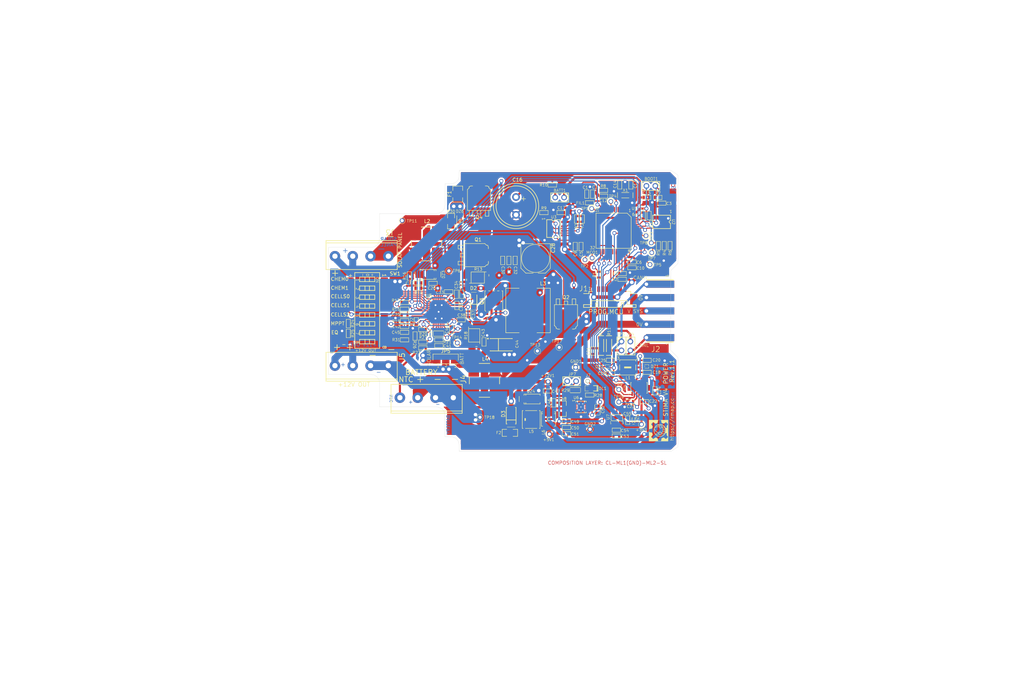
<source format=kicad_pcb>
(kicad_pcb (version 20221018) (generator pcbnew)
  (layers (0 "F.Cu" signal "Top Layer") (1 "In1.Cu" signal "Layer 1") (2 "In2.Cu" signal "Layer 2") (31 "B.Cu" signal "Bottom Layer") (34 "B.Paste" user "Bottom Paste") (35 "F.Paste" user "Top Paste") (36 "B.SilkS" user "Bottom Overlay") (37 "F.SilkS" user "Top Overlay") (38 "B.Mask" user "Bottom Solder") (39 "F.Mask" user "Top Solder") (44 "Edge.Cuts" user))
  (net 0 "")
  (net 1 "I2C1_SDA")
  (net 2 "I2C1_SCL")
  (net 3 "GND")
  (net 4 "+12V")
  (net 5 "+5V")
  (net 6 "+3V3")
  (net 7 "Net-(U1-VBAT)")
  (net 8 "Net-(BATT1-Pad2)")
  (net 9 "Net-(U1-PH3{slash}BOOT0)")
  (net 10 "Net-(U1-VDDA{slash}VREF+)")
  (net 11 "/Stima V4 Power_Cpu/-RESET")
  (net 12 "Net-(U1-PC14{slash}OSC32_IN)")
  (net 13 "Net-(U1-PC15{slash}OSC32_OUT)")
  (net 14 "Net-(C16-Pad1)")
  (net 15 "Net-(U4-CANH)")
  (net 16 "EGND")
  (net 17 "/Stima V4 Power_Can/CANH")
  (net 18 "Net-(U4-CANL)")
  (net 19 "Net-(C21-Pad2)")
  (net 20 "/Stima V4 Power_Can/CANL")
  (net 21 "Net-(DZ3-K)")
  (net 22 "Net-(C27-Pad2)")
  (net 23 "Net-(Q2-S)")
  (net 24 "Net-(U5-SYSM5)")
  (net 25 "Net-(U5-CLP)")
  (net 26 "Net-(U5-CLN)")
  (net 27 "Net-(U5-UVCLFB)")
  (net 28 "/Stima V4 Power_Solar-Battery/INTVCC")
  (net 29 "Net-(D2-K)")
  (net 30 "Net-(U5-SW)")
  (net 31 "Net-(U5-2P5VCC)")
  (net 32 "Net-(U5-CSPM5)")
  (net 33 "Net-(U5-CSP)")
  (net 34 "Net-(U5-CSN)")
  (net 35 "Net-(U5-CCREFP)")
  (net 36 "Net-(U5-CCREFM)")
  (net 37 "Net-(U5-VC)")
  (net 38 "Net-(U5-BATSENS)")
  (net 39 "Net-(C45-Pad1)")
  (net 40 "Net-(U6-BST)")
  (net 41 "Net-(U6-LX)")
  (net 42 "Net-(U6-BIAS)")
  (net 43 "Net-(D3-K)")
  (net 44 "+AL")
  (net 45 "Net-(DL1-K)")
  (net 46 "Net-(DL1-A)")
  (net 47 "Net-(DZ6-K)")
  (net 48 "Net-(DZ6-A)")
  (net 49 "Net-(F1-Pad1)")
  (net 50 "Net-(Q4-D)")
  (net 51 "Net-(F2-Pad2)")
  (net 52 "Net-(J1-Pad2)")
  (net 53 "/Stima V4 Power_Cpu/SWO")
  (net 54 "/Stima V4 Power_Cpu/TXD")
  (net 55 "/Stima V4 Power_Cpu/SWCLK")
  (net 56 "/Stima V4 Power_Cpu/RXD")
  (net 57 "/Stima V4 Power_Cpu/SWDIO")
  (net 58 "Net-(J3-Pad1)")
  (net 59 "Net-(J4-Pad1)")
  (net 60 "Net-(J4-Pad2)")
  (net 61 "Net-(JP3-Pad2)")
  (net 62 "Net-(JP4-Pad1)")
  (net 63 "Net-(JP7-Pad2)")
  (net 64 "Net-(Q2-D)")
  (net 65 "Net-(U1-PA8)")
  (net 66 "Net-(Q1-G)")
  (net 67 "Net-(Q1-D)")
  (net 68 "Net-(Q2-G)")
  (net 69 "Net-(U5-TG)")
  (net 70 "Net-(U5-BG)")
  (net 71 "Net-(U2-WP)")
  (net 72 "/Stima V4 Power_Cpu/F_-CS")
  (net 73 "-SMBALERT")
  (net 74 "Net-(U5-NTC)")
  (net 75 "Net-(U5-NTCBIAS)")
  (net 76 "Net-(U5-RT)")
  (net 77 "Net-(U5-MPPT)")
  (net 78 "Net-(U5-EQ)")
  (net 79 "Net-(R26-Pad1)")
  (net 80 "Net-(U6-SPS)")
  (net 81 "Net-(U5-CHEM0)")
  (net 82 "Net-(U5-CHEM1)")
  (net 83 "Net-(U5-CELLS0)")
  (net 84 "Net-(U5-CELLS1)")
  (net 85 "Net-(U5-CELLS2)")
  (net 87 "Net-(U1-PA0)")
  (net 88 "Net-(U1-PB2)")
  (net 89 "Net-(U1-PB4)")
  (net 90 "Net-(U1-PC2)")
  (net 91 "Net-(U1-PC10)")
  (net 99 "/Stima V4 Power_Cpu/F_SCK")
  (net 102 "/Stima V4 Power_Cpu/F_I{slash}O3")
  (net 103 "/Stima V4 Power_Cpu/F_I{slash}O2")
  (net 106 "/Stima V4 Power_Cpu/F_I{slash}O1")
  (net 107 "/Stima V4 Power_Cpu/F_I{slash}O0")
  (net 109 "CAN1_RX")
  (net 110 "CAN1_TX")
  (net 112 "STB_CAN")
  (net 121 "EN_CAN")
  (footprint "Library_Power_impronte:0603" (layer "F.Cu") (at 135.661415 107.5436)
    (fp_text reference "C38")
    (fp_text value "2.2uF")
  )
  (footprint "Library_Power_impronte:0603" (layer "F.Cu") (at 124.739415 110.3376)
    (fp_text reference "R20")
    (fp_text value "10K")
  )
  (footprint "Library_Power_impronte:0603" (layer "F.Cu") (at 177.952415 72.2376 180)
    (fp_text reference "C12")
    (fp_text value "100nF")
  )
  (footprint "Library_Power_impronte:CONN_4P-P508" (layer "F.Cu") (at 115.722415 89.3826 180)
    (fp_text reference "J3")
    (fp_text value "4P 2907787" hide)
  )
  (footprint "Library_Power_impronte:0603" (layer "F.Cu") (at 130.962415 114.9096 180)
    (fp_text reference "C41")
    (fp_text value "100nF")
  )
  (footprint "Library_Power_impronte:TO252 (DPAK)" (layer "F.Cu") (at 168.732215 100.0506 180)
    (fp_text reference "Q2")
    (fp_text value "SQD40131EL_GE3" hide)
  )
  (footprint "Library_Power_impronte:0603" (layer "F.Cu") (at 148.361415 91.4146 90)
    (fp_text reference "C30")
    (fp_text value "100nF")
  )
  (footprint "Library_Power_impronte:0603" (layer "F.Cu") (at 196.113415 87.22359 90)
    (fp_text reference "R6")
    (fp_text value "10K")
  )
  (footprint "Library_Power_impronte:0603" (layer "F.Cu") (at 121.183415 106.1466 180)
    (fp_text reference "C35")
    (fp_text value "100pF")
  )
  (footprint "Library_Power_impronte:STRIP2P" (layer "F.Cu") (at 165.887415 72.6186 180)
    (fp_text reference "BATT1")
    (fp_text value "Strip 2p PTH" hide)
  )
  (footprint "Library_Power_impronte:MOLEX8P1_25SMD" (layer "F.Cu") (at 174.496415 98.7806)
    (fp_text reference "J1")
    (fp_text value "Pico Blade 8p 53398-0871")
  )
  (footprint "Library_Power_impronte:0603" (layer "F.Cu") (at 126.390415 113.8936 180)
    (fp_text reference "R27")
    (fp_text value "*")
  )
  (footprint "Library_Power_impronte:0603" (layer "F.Cu") (at 194.589415 74.24298 180)
    (fp_text reference "C3")
    (fp_text value "100nF")
  )
  (footprint "Library_Power_impronte:CRYST_ECS" (layer "F.Cu") (at 181.737015 71.9836)
    (fp_text reference "X1")
    (fp_text value "32.768KHz")
  )
  (footprint "Library_Power_impronte:TP" (layer "F.Cu") (at 190.779415 85.5726)
    (fp_text reference "TP8")
    (fp_text value "TestPoint" hide)
  )
  (footprint "Library_Power_impronte:0603" (layer "F.Cu") (at 172.364415 129.0066)
    (fp_text reference "R28")
    (fp_text value "10K")
  )
  (footprint "Library_Power_impronte:0805" (layer "F.Cu") (at 129.057415 111.4806)
    (fp_text reference "C39")
    (fp_text value "330nF")
  )
  (footprint "Library_Power_impronte:VIAS0_8" (layer "F.Cu") (at 172.618415 125.04298)
    (fp_text reference "J7")
    (fp_text value "VIAS1" hide)
  )
  (footprint "Library_Power_impronte:1206" (layer "F.Cu") (at 165.506415 131.4196 -90)
    (fp_text reference "C48")
    (fp_text value "4.7uF 35V")
  )
  (footprint "Library_Power_impronte:0603" (layer "F.Cu") (at 190.398415 119.10059 180)
    (fp_text reference "C20")
    (fp_text value "220pF")
  )
  (footprint "Library_Power_impronte:0603" (layer "F.Cu") (at 136.677415 99.4156 -90)
    (fp_text reference "C29")
    (fp_text value "330nF")
  )
  (footprint "Library_Power_impronte:0603" (layer "F.Cu") (at 184.048415 137.0076 90)
    (fp_text reference "C55")
    (fp_text value "1uF")
  )
  (footprint "Library_Power_impronte:CONN_4P-P508" (layer "F.Cu") (at 100.482415 120.6246)
    (fp_text reference "J5")
    (fp_text value "4P 2907774" hide)
  )
  (footprint "Library_Power_impronte:0603" (layer "F.Cu") (at 172.364415 74.1426)
    (fp_text reference "FIL1")
    (fp_text value "BLM18BD102SN1D")
  )
  (footprint "Library_Power_impronte:0805-led" (layer "F.Cu") (at 174.650415 127.1016 180)
    (fp_text reference "DL1")
    (fp_text value "VERDE")
  )
  (footprint "Library_Power_impronte:0603" (layer "F.Cu") (at 174.015415 72.4916 90)
    (fp_text reference "C2")
    (fp_text value "100nF")
  )
  (footprint "Library_Power_impronte:0603" (layer "F.Cu") (at 104.292415 109.44859 90)
    (fp_text reference "R24")
    (fp_text value "10K")
  )
  (footprint "Library_Power_impronte:0603" (layer "F.Cu") (at 178.333415 119.07398)
    (fp_text reference "C25")
    (fp_text value "220pF")
  )
  (footprint "Library_Power_impronte:Case C-TC6032-2412" (layer "F.Cu") (at 145.440415 114.6556)
    (fp_text reference "C44")
    (fp_text value "10uF 25V" hide)
  )
  (footprint "Library_Power_impronte:0603" (layer "F.Cu") (at 133.756415 109.4486 -90)
    (fp_text reference "C40")
    (fp_text value "1nF")
  )
  (footprint "Library_Power_impronte:TP" (layer "F.Cu") (at 189.255415 83.5406)
    (fp_text reference "TP3")
    (fp_text value "TestPoint" hide)
  )
  (footprint "Library_Power_impronte:ACT45B TDK-MIO" (layer "F.Cu") (at 186.461415 122.40259 180)
    (fp_text reference "L1")
    (fp_text value "ACT45B-110-2P-TL003")
  )
  (footprint "Library_Power_impronte:QMELFD" (layer "F.Cu") (at 150.774415 137.2616 90)
    (fp_text reference "D3")
    (fp_text value "SM4007" hide)
  )
  (footprint "Library_Power_impronte:POWERDI5060-8-MIO" (layer "F.Cu") (at 143.916415 105.2576)
    (fp_text reference "Q3")
    (fp_text value "DMTH4011SPD-13" hide)
  )
  (footprint "Library_Power_impronte:CapELSUPERCAP-3D FT0H104ZF" (layer "F.Cu") (at 152.171415 72.4916 -90)
    (fp_text reference "C16")
    (fp_text value "0.1F 5V5")
  )
  (footprint "Library_Power_impronte:TO252 (DPAK)" (layer "F.Cu") (at 134.137415 86.76518 -90)
    (fp_text reference "Q1")
    (fp_text value "DMTH43M8LK3Q-13" hide)
  )
  (footprint "Library_Power_impronte:TP" (layer "F.Cu") (at 179.222415 73.7616)
    (fp_text reference "TP4")
    (fp_text value "TestPoint" hide)
  )
  (footprint "Library_Power_impronte:0603" (layer "F.Cu") (at 172.364415 72.4916 90)
    (fp_text reference "C1")
    (fp_text value "4.7uF")
  )
  (footprint "Library_Power_impronte:DIPSWITCH8P-TRISTATE" (layer "F.Cu") (at 114.579415 95.9866 -90)
    (fp_text reference "SW1")
    (fp_text value "TDS08SGNNTR04" hide)
  )
  (footprint "Library_Power_impronte:TP" (layer "F.Cu") (at 141.884415 135.3566)
    (fp_text reference "TP18")
    (fp_text value "TestPoint" hide)
  )
  (footprint "Library_Power_impronte:0603" (layer "F.Cu") (at 185.572415 130.91159 180)
    (fp_text reference "C23")
    (fp_text value "100nF")
  )
  (footprint "Library_Power_impronte:SMA" (layer "F.Cu") (at 129.311415 94.5896 180)
    (fp_text reference "DZ3")
    (fp_text value "SMAJ28A")
  )
  (footprint "Library_Power_impronte:TP" (layer "F.Cu") (at 190.906415 88.3666)
    (fp_text reference "TP7")
    (fp_text value "TestPoint" hide)
  )
  (footprint "Library_Power_impronte:STRIP2P" (layer "F.Cu") (at 166.776415 125.0696)
    (fp_text reference "JP7")
    (fp_text value "Strip 2p trad." hide)
  )
  (footprint "Library_Power_impronte:TP" (layer "F.Cu") (at 158.267415 116.4336)
    (fp_text reference "TP13")
    (fp_text value "TestPoint" hide)
  )
  (footprint "Library_Power_impronte:STRIP2P" (layer "F.Cu") (at 191.922415 69.3166 180)
    (fp_text reference "BOOT1")
    (fp_text value "Strip 2p PTH" hide)
  )
  (footprint "Library_Power_impronte:TP" (layer "F.Cu") (at 181.508415 127.45598)
    (fp_text reference "TP9")
    (fp_text value "TestPoint" hide)
  )
  (footprint "Library_Power_impronte:TDFN 12L MIO" (layer "F.Cu") (at 168.935415 131.1656)
    (fp_text reference "U6")
    (fp_text value "MAX20077ATCA/VY+")
  )
  (footprint "Library_Power_impronte:0603" (layer "F.Cu") (at 178.333425 122.75698)
    (fp_text reference "C19")
    (fp_text value "220pF")
  )
  (footprint "Library_Power_impronte:0603" (layer "F.Cu") (at 167.411415 140.0556 180)
    (fp_text reference "C51")
    (fp_text value "10uF")
  )
  (footprint "Library_Power_impronte:STRIP2P" (layer "F.Cu") (at 184.810415 113.73998 -90)
    (fp_text reference "JP4")
    (fp_text value "Strip 2p PTH" hide)
  )
  (footprint "Library_Power_impronte:0603" (layer "F.Cu") (at 123.723415 108.9406 90)
    (fp_text reference "R22")
    (fp_text value "95K3")
  )
  (footprint "Library_Power_impronte:0603" (layer "F.Cu") (at 171.094415 79.57698 90)
    (fp_text reference "C4")
    (fp_text value "100nF")
  )
  (footprint "Library_Power_impronte:0603" (layer "F.Cu") (at 129.311415 113.2586)
    (fp_text reference "R21")
    (fp_text value "301K 0.1%")
  )
  (footprint "Library_Power_impronte:0603" (layer "F.Cu") (at 121.183415 102.5906 180)
    (fp_text reference "R17")
    (fp_text value "10K")
  )
  (footprint "Library_Power_impronte:HVSON14 MIO" (layer "F.Cu") (at 185.318415 128.47319)
    (fp_text reference "U4")
    (fp_text value "TJA1443ATK")
  )
  (footprint "Library_Power_impronte:0603" (layer "F.Cu") (at 123.469415 98.5266)
    (fp_text reference "R14")
    (fp_text value "294K")
  )
  (footprint "Library_Power_impronte:0603" (layer "F.Cu") (at 121.183415 109.4486 180)
    (fp_text reference "C42")
    (fp_text value "10nF")
  )
  (footprint "Library_Power_impronte:0603" (layer "F.Cu") (at 138.582415 105.1306 -90)
    (fp_text reference "C37")
    (fp_text value "470nF")
  )
  (footprint "Library_Power_impronte:TO252 (DPAK)" (layer "F.Cu") (at 139.293615 79.4766)
    (fp_text reference "Q4")
    (fp_text value "DMPH6050SK3-13" hide)
  )
  (footprint "Library_Power_impronte:TP" (layer "F.Cu") (at 161.696415 140.1826)
    (fp_text reference "+5V1")
    (fp_text value "TestPoint" hide)
  )
  (footprint "Library_Power_impronte:MELFRESMMA0204" (layer "F.Cu") (at 178.714415 113.10498 -90)
    (fp_text reference "R11")
    (fp_text value "MMA0204 60R4" hide)
  )
  (footprint "Library_Power_impronte:_Altium_ARGO_ARGO.PcbLib_FILTRO KEMET SBS9080" (layer "F.Cu") (at 129.692415 82.83071 -90)
    (fp_text reference "L2")
    (fp_text value "SBS9080-509T")
  )
  (footprint "Library_Power_impronte:TP" (layer "F.Cu") (at 173.888415 89.8906)
    (fp_text reference "MCO1")
    (fp_text value "TestPoint" hide)
  )
  (footprint "Library_Power_impronte:TP" (layer "F.Cu") (at 173.761415 75.7936)
    (fp_text reference "TP1")
    (fp_text value "TestPoint" hide)
  )
  (footprint "Library_Power_impronte:TP" (layer "F.Cu") (at 173.305815 138.784)
    (fp_text reference "GND2")
    (fp_text value "TestPoint" hide)
  )
  (footprint "Library_Power_impronte:SMA" (layer "F.Cu") (at 154.457415 130.1496)
    (fp_text reference "DZ4")
    (fp_text value "SMAJ28A")
  )
  (footprint "Library_Power_impronte:RES CURRSENS 4P WSK2512" (layer "F.Cu") (at 141.249415 95.4786 180)
    (fp_text reference "R13")
    (fp_text value "WSK2512xx" hide)
  )
  (footprint "Library_Power_impronte:0603" (layer "F.Cu") (at 119.532415 107.7976)
    (fp_text reference "R19")
    (fp_text value "200R")
  )
  (footprint "Library_Power_impronte:0603" (layer "F.Cu") (at 175.793415 93.8276 -90)
    (fp_text reference "R1")
    (fp_text value "0R")
  )
  (footprint "Library_Power_impronte:STRIP2P" (layer "F.Cu") (at 182.270415 113.73998 -90)
    (fp_text reference "JP3")
    (fp_text value "Strip 2p PTH" hide)
  )
  (footprint "Library_Power_impronte:0603" (layer "F.Cu") (at 123.342415 113.0046 90)
    (fp_text reference "R26")
    (fp_text value "10K")
  )
  (footprint "Library_Power_impronte:RES CURRSENS 4P WSK2512" (layer "F.Cu") (at 140.233415 111.9886 90)
    (fp_text reference "R18")
    (fp_text value "WSK2512 10mOHM" hide)
  )
  (footprint "Library_Power_impronte:QFN-3L-DFN1110-MIO" (layer "F.Cu") (at 177.698415 120.90278 180)
    (fp_text reference "DZ2")
    (fp_text value "ESDCAN03-2BM3Y")
  )
  (footprint "Library_Power_impronte:JUMP3S" (layer "F.Cu") (at 129.605415 118.7196)
    (fp_text reference "JP5")
    (fp_text value "JUMP3S" hide)
  )
  (footprint "Library_Power_impronte:CONN_4P-P508" (layer "F.Cu") (at 119.024415 129.7686)
    (fp_text reference "J4")
    (fp_text value "4P 2907774" hide)
  )
  (footprint "Library_Power_impronte:TP" (layer "F.Cu") (at 132.994415 93.5736)
    (fp_text reference "TP6")
    (fp_text value "TestPoint" hide)
  )
  (footprint "Library_Power_impronte:LQFP64" (layer "F.Cu") (at 183.765405 76.0836 -90)
    (fp_text reference "U1")
    (fp_text value "STM32L452RCT6")
  )
  (footprint "Library_Power_impronte:0603" (layer "F.Cu") (at 193.446415 72.6186 180)
    (fp_text reference "R7")
    (fp_text value "100K")
  )
  (footprint "Library_Power_impronte:0603" (layer "F.Cu") (at 121.691415 94.2086 -90)
    (fp_text reference "R16")
    (fp_text value "10K")
  )
  (footprint "Library_Power_impronte:0603" (layer "F.Cu") (at 119.532415 113.2586)
    (fp_text reference "R31")
    (fp_text value "0R")
  )
  (footprint "Library_Power_impronte:FILTRO DLW5B MIO" (layer "F.Cu") (at 154.457415 137.6426 90)
    (fp_text reference "L5")
    (fp_text value "DLW5BTM142TQ2L")
  )
  (footprint "Library_Power_impronte:8X10_5" (layer "F.Cu") (at 157.759415 93.1926 180)
    (fp_text reference "C28")
    (fp_text value "100uF 50V")
  )
  (footprint "Library_Power_impronte:0805" (layer "F.Cu") (at 175.412415 134.2136 90)
    (fp_text reference "C52")
    (fp_text value "1uF")
  )
  (footprint "Library_Power_impronte:0603" (layer "F.Cu") (at 167.411415 138.2776 180)
    (fp_text reference "C50")
    (fp_text value "10uF")
  )
  (footprint "Library_Power_impronte:0603" (layer "F.Cu") (at 159.283415 76.9366)
    (fp_text reference "R9")
    (fp_text value "10K")
  )
  (footprint "Library_Power_impronte:1206" (layer "F.Cu") (at 133.629415 77.8736 -90)
    (fp_text reference "R30")
    (fp_text value "1K5 1/2W")
  )
  (footprint "Library_Power_impronte:0603" (layer "F.Cu") (at 186.080415 91.0336 180)
    (fp_text reference "C6")
    (fp_text value "100nF")
  )
  (footprint "Library_Power_impronte:0603" (layer "F.Cu") (at 143.027415 114.6556 90)
    (fp_text reference "C43")
    (fp_text value "10uF 35V")
  )
  (footprint "Library_Power_impronte:TP" (layer "F.Cu") (at 169.189415 121.10598)
    (fp_text reference "GND1")
    (fp_text value "TestPoint" hide)
  )
  (footprint "Library_Power_impronte:0603" (layer "F.Cu") (at 194.462415 85.5726 -90)
    (fp_text reference "R4")
    (fp_text value "4K7")
  )
  (footprint "Library_Power_impronte:0603" (layer "F.Cu") (at 181.635415 139.03959 180)
    (fp_text reference "C54")
    (fp_text value "100nF")
  )
  (footprint "Library_Power_impronte:1206" (layer "F.Cu") (at 148.917415 139.8016)
    (fp_text reference "F2")
    (fp_text value "MF-NSMF150")
  )
  (footprint "Library_Power_impronte:DSOD80" (layer "F.Cu") (at 140.106415 103.9876 90)
    (fp_text reference "D2")
    (fp_text value "LL4148" hide)
  )
  (footprint "Library_Power_impronte:0603" (layer "F.Cu") (at 150.139415 91.4146 90)
    (fp_text reference "C31")
    (fp_text value "10uF 35V")
  )
  (footprint "Library_Power_impronte:TP" (layer "F.Cu") (at 135.407415 114.1476)
    (fp_text reference "TP14")
    (fp_text value "TestPoint" hide)
  )
  (footprint "Library_Power_impronte:0603" (layer "F.Cu") (at 124.739415 115.5446)
    (fp_text reference "R23")
    (fp_text value "*")
  )
  (footprint "Library_Power_impronte:0603" (layer "F.Cu") (at 190.144415 78.58759 90)
    (fp_text reference "C11")
    (fp_text value "4.7uF")
  )
  (footprint "Library_Power_impronte:0603" (layer "F.Cu") (at 192.811415 85.5726 -90)
    (fp_text reference "R5")
    (fp_text value "4K7")
  )
  (footprint "Library_Power_impronte:SOD 523(SC-79)" (layer "F.Cu") (at 185.699415 137.0076 90)
    (fp_text reference "DZ5")
    (fp_text value "PESD5Z3.3")
  )
  (footprint "Library_Power_impronte:TP" (layer "F.Cu") (at 190.398415 91.76898)
    (fp_text reference "TP5")
    (fp_text value "TestPoint" hide)
  )
  (footprint "Library_Power_impronte:0603" (layer "F.Cu") (at 183.286415 95.9866 180)
    (fp_text reference "R2")
    (fp_text value "100K")
  )
  (footprint "Library_Power_impronte:SO8" (layer "F.Cu") (at 195.605415 76.5556 180)
    (fp_text reference "U2")
    (fp_text value "CAT24C64WI")
  )
  (footprint "Library_Power_impronte:0603" (layer "F.Cu") (at 162.966415 130.4036 -90)
    (fp_text reference "C46")
    (fp_text value "100nF")
  )
  (footprint "Library_Power_impronte:0603" (layer "F.Cu") (at 125.120415 97.0026 180)
    (fp_text reference "C27")
    (fp_text value "2.2nF")
  )
  (footprint "Library_Power_impronte:0603" (layer "F.Cu") (at 119.532415 104.4956)
    (fp_text reference "R15")
    (fp_text value "10K")
  )
  (footprint "Library_Power_impronte:0603" (layer "F.Cu") (at 187.985415 130.9116)
    (fp_text reference "C22")
    (fp_text value "100nF")
  )
  (footprint "Library_Power_impronte:0603" (layer "F.Cu") (at 177.952415 70.5866 180)
    (fp_text reference "R8")
    (fp_text value "100K")
  )
  (footprint "Library_Power_impronte:SOT23_5" (layer "F.Cu") (at 179.984415 137.00759)
    (fp_text reference "U7")
    (fp_text value "ST732M33R")
  )
  (footprint "Library_Power_impronte:COIL COILCRAFT XAL4020-MIO" (layer "F.Cu") (at 161.442415 134.5946 -90)
    (fp_text reference "L6")
    (fp_text value "XAL4020-222MEC")
  )
  (footprint "Vecchi_SamacSys_Parts:SOD-123" (layer "F.Cu") (at 136.169415 79.3496 90)
    (fp_text reference "DZ6")
    (fp_text value "BZT52C10")
  )
  (footprint "Library_Power_impronte:0603" (layer "F.Cu") (at 121.183415 111.0996 180)
    (fp_text reference "C45")
    (fp_text value "220nF")
  )
  (footprint "Library_Power_impronte:TP" (layer "F.Cu") (at 164.490415 115.4176)
    (fp_text reference "TP17")
    (fp_text value "TestPoint" hide)
  )
  (footprint "Library_Power_impronte:0603" (layer "F.Cu") (at 135.153415 99.4156 -90)
    (fp_text reference "C34")
    (fp_text value "1uF")
  )
  (footprint "Library_Power_impronte:0603" (layer "F.Cu") (at 188.620415 72.6186)
    (fp_text reference "C15")
    (fp_text value "100nF")
  )
  (footprint "Library_Power_impronte:0603" (layer "F.Cu") (at 190.398415 122.52959 180)
    (fp_text reference "C18")
    (fp_text value "220pF")
  )
  (footprint "Library_Power_impronte:QFN-3L-DFN1110-MIO" (layer "F.Cu") (at 190.017415 120.82779)
    (fp_text reference "DZ1")
    (fp_text value "ESDCAN03-2BM3Y")
  )
  (footprint "Library_Power_impronte:0603" (layer "F.Cu") (at 167.411415 136.4996 180)
    (fp_text reference "C49")
    (fp_text value "10uF")
  )
  (footprint "Library_Power_impronte:0603" (layer "F.Cu") (at 163.347415 69.0626 180)
    (fp_text reference "R10")
    (fp_text value "1K")
  )
  (footprint "Library_Power_impronte:TP" (layer "F.Cu") (at 181.508415 131.01198)
    (fp_text reference "TP10")
    (fp_text value "TestPoint" hide)
  )
  (footprint "Library_Power_impronte:0603" (layer "F.Cu") (at 169.443415 77.92598 -90)
    (fp_text reference "C8")
    (fp_text value "4.7uF")
  )
  (footprint "Library_Power_impronte:0603" (layer "F.Cu") (at 169.062415 85.8266 -90)
    (fp_text reference "C9")
    (fp_text value "4.7uF")
  )
  (footprint "Library_Power_impronte:UHF QFN38 MIO" (layer "F.Cu") (at 127.406415 102.4636 -90)
    (fp_text reference "U5")
    (fp_text value "LTC4015EUHF#PBF" hide)
  )
  (footprint "Library_Power_impronte:0603" (layer "F.Cu") (at 184.937415 69.8246 90)
    (fp_text reference "C13")
    (fp_text value "15pF")
  )
  (footprint "Library_Power_impronte:0603" (layer "F.Cu") (at 183.286415 94.3356 180)
    (fp_text reference "R3")
    (fp_text value "10K")
  )
  (footprint "Library_Power_impronte:FILTRO KEMET SBS9080-MIO" (layer "F.Cu") (at 140.106415 127.8636 90)
    (fp_text reference "L4")
    (fp_text value "SBS9080-509T" hide)
  )
  (footprint "Library_Power_impronte:SO8" (layer "F.Cu") (at 159.791415 79.6036 -90)
    (fp_text reference "U3")
    (fp_text value "AT25SF161SSHD")
  )
  (footprint "Library_Power_impronte:0603" (layer "F.Cu") (at 181.635415 140.69059 180)
    (fp_text reference "C53")
    (fp_text value "1uF")
  )
  (footprint "Library_Power_impronte:TP" (layer "F.Cu") (at 187.985415 137.3886 180)
    (fp_text reference "+3V3")
    (fp_text value "TestPoint" hide)
  )
  (footprint "Library_Power_impronte:0603" (layer "F.Cu") (at 135.280415 104.2416 90)
    (fp_text reference "C36")
    (fp_text value "10uF 35V")
  )
  (footprint "Library_Power_impronte:CONTATTI5" (layer "F.Cu") (at 193.319415 112.6236 90)
    (fp_text reference "J2")
    (fp_text value "5P BUS" hide)
  )
  (footprint "Library_Power_impronte:0603" (layer "F.Cu") (at 129.311415 97.1296 180)
    (fp_text reference "C26")
    (fp_text value "10uF 35V")
  )
  (footprint "Library_Power_impronte:0603" (layer "F.Cu") (at 165.887415 76.9366 180)
    (fp_text reference "C17")
    (fp_text value "100nF")
  )
  (footprint "Library_Power_impronte:0805" (layer "F.Cu") (at 170.078415 127.6096 180)
    (fp_text reference "R29")
    (fp_text value "1K")
  )
  (footprint "Library_Power_impronte:0603" (layer "F.Cu") (at 184.429415 92.6846)
    (fp_text reference "C10")
    (fp_text value "4.7uF")
  )
  (footprint "Library_Power_impronte:COIL BOURNS SRP1265A-MIO" (layer "F.Cu") (at 155.600415 99.2886 -90)
    (fp_text reference "L3")
    (fp_text value "SRP1265A-100M" hide)
  )
  (footprint "Library_Power_impronte:0603" (layer "F.Cu") (at 174.142415 117.29598 90)
    (fp_text reference "C21")
    (fp_text value "100nF")
  )
  (footprint "Library_Power_impronte:1210" (layer "F.Cu") (at 135.534415 73.2536 90)
    (fp_text reference "F1")
    (fp_text value "MMF-USML600/6-2" hide)
  )
  (footprint "Library_Power_impronte:0603" (layer "F.Cu") (at 104.292415 110.5916 -90)
    (fp_text reference "R25")
    (fp_text value "10K")
  )
  (footprint "Library_Power_impronte:0603" (layer "F.Cu") (at 188.493415 76.9366 -90)
    (fp_text reference "C7")
    (fp_text value "100nF")
  )
  (footprint "Library_Power_impronte:0603" (layer "F.Cu") (at 132.105415 99.5426)
    (fp_text reference "C33")
    (fp_text value "1nF")
  )
  (footprint "Library_Power_impronte:0603" (layer "F.Cu") (at 161.950415 127.8636 180)
    (fp_text reference "C47")
    (fp_text value "1nF")
  )
  (footprint "Library_Power_impronte:0603" (layer "F.Cu") (at 191.795415 128.62559 90)
    (fp_text reference "C24")
    (fp_text value "100nF")
  )
  (footprint "Library_Power_impronte:TP" (layer "F.Cu") (at 171.856415 90.3986)
    (fp_text reference "TP2")
    (fp_text value "TestPoint" hide)
  )
  (footprint "Library_Power_impronte:0603" (layer "F.Cu") (at 170.713415 87.4776 90)
    (fp_text reference "C5")
    (fp_text value "100nF")
  )
  (footprint "Library_Power_impronte:0603" (layer "F.Cu") (at 151.917415 91.4146 90)
    (fp_text reference "C32")
    (fp_text value "10uF 35V")
  )
  (footprint "Library_Power_impronte:TP" (layer "F.Cu") (at 161.315415 125.1966)
    (fp_text reference "+12V1")
    (fp_text value "TestPoint" hide)
  )
  (footprint "Library_Power_impronte:MELFRESMMA0204" (layer "F.Cu") (at 176.428415 113.10498 -90)
    (fp_text reference "R12")
    (fp_text value "MMA0204 60R4" hide)
  )
  (footprint "Library_Power_impronte:TP" (layer "F.Cu") (at 119.659415 79.2226)
    (fp_text reference "TP11")
    (fp_text value "TestPoint" hide)
  )
  (footprint "Library_Power_impronte:0603" (layer "F.Cu") (at 181.762415 69.8246 90)
    (fp_text reference "C14")
    (fp_text value "15pF")
  )
  (gr_poly (pts (xy 195.046265 123.0685) (xy 195.049805 123.0685) (xy 195.049805 123.07205) (xy 195.053355 123.07205) (xy 195.053355 123.08624) (xy 195.049805 123.08624) (xy 195.049805 123.08979) (xy 195.042715 123.08979) (xy 195.042715 123.09333) (xy 195.032065 123.09333) (xy 195.032065 123.09688) (xy 195.017875 123.09688) (xy 195.017875 123.10043) (xy 195.010775 123.10043) (xy 195.010775 123.09688) (xy 195.007235 123.09688) (xy 195.007235 123.09333) (xy 195.003685 123.09333) (xy 195.003685 123.08269) (xy 195.007235 123.08269) (xy 195.007235 123.07914) (xy 195.010775 123.07914) (xy 195.010775 123.0756) (xy 195.021425 123.0756) (xy 195.021425 123.07205) (xy 195.035615 123.07205) (xy 195.035615 123.0685) (xy 195.042715 123.0685)) (fill solid) (layer "B.Cu"))
  (gr_poly (pts (xy 195.103035 123.19979) (xy 195.088845 123.19979) (xy 195.088845 123.19624) (xy 195.085295 123.19624) (xy 195.085295 123.18204) (xy 195.088845 123.18204) (xy 195.088845 123.1785) (xy 195.092385 123.1785) (xy 195.092385 123.1714) (xy 195.095935 123.1714) (xy 195.095935 123.1643) (xy 195.099485 123.1643) (xy 195.099485 123.15721) (xy 195.103035 123.15721) (xy 195.103035 123.15366) (xy 195.117225 123.15366) (xy 195.117225 123.15721) (xy 195.120775 123.15721) (xy 195.120775 123.17495) (xy 195.117225 123.17495) (xy 195.117225 123.18204) (xy 195.113675 123.18204) (xy 195.113675 123.18559) (xy 195.110135 123.18559) (xy 195.110135 123.19269) (xy 195.106585 123.19269) (xy 195.106585 123.19979)) (fill solid) (layer "B.Cu"))
  (gr_poly (pts (xy 197.498145 127.13131) (xy 191.980525 127.13131) (xy 191.980525 124.45589) (xy 192.044385 124.45589) (xy 192.047935 124.45589) (xy 192.047935 124.46653) (xy 192.051485 124.46653) (xy 192.051485 124.47363) (xy 192.055035 124.47363) (xy 192.055035 124.48073) (xy 192.058585 124.48073) (xy 192.058585 124.48427) (xy 192.065675 124.48427) (xy 192.065675 124.48782) (xy 192.069225 124.48782) (xy 192.069225 124.49137) (xy 192.083425 124.49137) (xy 192.083425 124.49492) (xy 192.101165 124.49492) (xy 192.101165 124.49847) (xy 192.122455 124.49847) (xy 192.122455 124.50202) (xy 192.140195 124.50202) (xy 192.140195 124.50556) (xy 192.157935 124.50556) (xy 192.157935 124.50911) (xy 192.179225 124.50911) (xy 192.179225 124.51266) (xy 192.196965 124.51266) (xy 192.196965 124.51621) (xy 192.218255 124.51621) (xy 192.218255 124.51976) (xy 192.235995 124.51976) (xy 192.235995 124.52331) (xy 192.253735 124.52331) (xy 192.253735 124.52685) (xy 192.275025 124.52685) (xy 192.275025 124.5304) (xy 192.292775 124.5304) (xy 192.292775 124.53395) (xy 192.310515 124.53395) (xy 192.310515 124.5375) (xy 192.331805 124.5375) (xy 192.331805 124.54105) (xy 192.349545 124.54105) (xy 192.349545 124.5446) (xy 192.367285 124.5446) (xy 192.367285 124.54814) (xy 192.388575 124.54814) (xy 192.388575 124.55169) (xy 192.406315 124.55169) (xy 192.406315 124.55524) (xy 192.427605 124.55524) (xy 192.427605 124.55879) (xy 192.445345 124.55879) (xy 192.445345 124.56234) (xy 192.463095 124.56234) (xy 192.463095 124.56589) (xy 192.484375 124.56589) (xy 192.484375 124.56943) (xy 192.502125 124.56943) (xy 192.502125 124.57298) (xy 192.519865 124.57298) (xy 192.519865 124.57653) (xy 192.541155 124.57653) (xy 192.541155 124.58008) (xy 192.558895 124.58008) (xy 192.558895 124.58363) (xy 192.580185 124.58363) (xy 192.580185 124.58718) (xy 192.597925 124.58718) (xy 192.597925 124.59072) (xy 192.615665 124.59072) (xy 192.615665 124.59427) (xy 192.636955 124.59427) (xy 192.636955 124.59782) (xy 192.654695 124.59782) (xy 192.654695 124.60137) (xy 192.672445 124.60137) (xy 192.672445 124.60492) (xy 192.693735 124.60492) (xy 192.693735 124.60847) (xy 192.711475 124.60847) (xy 192.711475 124.61201) (xy 192.729215 124.61201) (xy 192.729215 124.61556) (xy 192.750505 124.61556) (xy 192.750505 124.61911) (xy 192.768245 124.61911) (xy 192.768245 124.62266) (xy 192.789535 124.62266) (xy 192.789535 124.62621) (xy 192.807275 124.62621) (xy 192.807275 124.62976) (xy 192.825015 124.62976) (xy 192.825015 124.6333) (xy 192.842755 124.6333) (xy 192.842755 124.63685) (xy 192.849855 124.63685) (xy 192.849855 124.6404) (xy 192.856955 124.6404) (xy 192.856955 124.64395) (xy 192.860505 124.64395) (xy 192.860505 124.6475) (xy 192.867595 124.6475) (xy 192.867595 124.65459) (xy 192.871145 124.65459) (xy 192.871145 124.65814) (xy 192.874695 124.65814) (xy 192.874695 124.66169) (xy 192.878245 124.66169) (xy 192.878245 124.66879) (xy 192.881795 124.66879) (xy 192.881795 124.67588) (xy 192.885335 124.67588) (xy 192.885335 124.68653) (xy 192.888885 124.68653) (xy 192.888885 124.69362) (xy 192.892435 124.69362) (xy 192.892435 124.70427) (xy 192.895985 124.70427) (xy 192.895985 124.71137) (xy 192.899535 124.71137) (xy 192.899535 124.72201) (xy 192.903085 124.72201) (xy 192.903085 124.72911) (xy 192.906625 124.72911) (xy 192.906625 124.73975) (xy 192.910175 124.73975) (xy 192.910175 124.74685) (xy 192.913725 124.74685) (xy 192.913725 124.75395) (xy 192.917275 124.75395) (xy 192.917275 124.76459) (xy 192.920825 124.76459) (xy 192.920825 124.77169) (xy 192.924375 124.77169) (xy 192.924375 124.78233) (xy 192.927915 124.78233) (xy 192.927915 124.78943) (xy 192.931465 124.78943) (xy 192.931465 124.80007) (xy 192.935015 124.80007) (xy 192.935015 124.80717) (xy 192.938565 124.80717) (xy 192.938565 124.81782) (xy 192.942115 124.81782) (xy 192.942115 124.82491) (xy 192.945665 124.82491) (xy 192.945665 124.83201) (xy 192.949205 124.83201) (xy 192.949205 124.84265) (xy 192.952755 124.84265) (xy 192.952755 124.84975) (xy 192.956305 124.84975) (xy 192.956305 124.8604) (xy 192.959855 124.8604) (xy 192.959855 124.86749) (xy 192.963405 124.86749) (xy 192.963405 124.87814) (xy 192.966955 124.87814) (xy 192.966955 124.88523) (xy 192.970495 124.88523) (xy 192.970495 124.89588) (xy 192.974045 124.89588) (xy 192.974045 124.90298) (xy 192.977595 124.90298) (xy 192.977595 124.91007) (xy 192.981145 124.91007) (xy 192.981145 124.92072) (xy 192.984695 124.92072) (xy 192.984695 124.92781) (xy 192.988245 124.92781) (xy 192.988245 124.93846) (xy 192.991785 124.93846) (xy 192.991785 124.94555) (xy 192.995335 124.94555) (xy 192.995335 124.9562) (xy 192.998885 124.9562) (xy 192.998885 124.9633) (xy 193.002435 124.9633) (xy 193.002435 124.97394) (xy 193.005985 124.97394) (xy 193.005985 124.98104) (xy 193.009535 124.98104) (xy 193.009535 124.98813) (xy 193.013075 124.98813) (xy 193.013075 124.99878) (xy 193.016625 124.99878) (xy 193.016625 125.00588) (xy 193.020175 125.00588) (xy 193.020175 125.01652) (xy 193.023725 125.01652) (xy 193.023725 125.02362) (xy 193.027275 125.02362) (xy 193.027275 125.03426) (xy 193.030815 125.03426) (xy 193.030815 125.04136) (xy 193.034365 125.04136) (xy 193.034365 125.052) (xy 193.037915 125.052) (xy 193.037915 125.0591) (xy 193.041465 125.0591) (xy 193.041465 125.0662) (xy 193.045015 125.0662) (xy 193.045015 125.07684) (xy 193.048565 125.07684) (xy 193.048565 125.08394) (xy 193.052105 125.08394) (xy 193.052105 125.09458) (xy 193.055655 125.09458) (xy 193.055655 125.10168) (xy 193.059205 125.10168) (xy 193.059205 125.11233) (xy 193.062755 125.11233) (xy 193.062755 125.11942) (xy 193.066305 125.11942) (xy 193.066305 125.13007) (xy 193.069855 125.13007) (xy 193.069855 125.13716) (xy 193.073395 125.13716) (xy 193.073395 125.14426) (xy 193.076945 125.14426) (xy 193.076945 125.15491) (xy 193.080495 125.15491) (xy 193.080495 125.162) (xy 193.084045 125.162) (xy 193.084045 125.17265) (xy 193.087595 125.17265) (xy 193.087595 125.17974) (xy 193.091145 125.17974) (xy 193.091145 125.19039) (xy 193.094685 125.19039) (xy 193.094685 125.21877) (xy 193.091145 125.21877) (xy 193.091145 125.22942) (xy 193.087595 125.22942) (xy 193.087595 125.23652) (xy 193.084045 125.23652) (xy 193.084045 125.24361) (xy 193.080495 125.24361) (xy 193.080495 125.24716) (xy 193.076945 125.24716) (xy 193.076945 125.25426) (xy 193.073395 125.25426) (xy 193.073395 125.25781) (xy 193.069855 125.25781) (xy 193.069855 125.26135) (xy 193.066305 125.26135) (xy 193.066305 125.26845) (xy 193.062755 125.26845) (xy 193.062755 125.272) (xy 193.059205 125.272) (xy 193.059205 125.2791) (xy 193.055655 125.2791) (xy 193.055655 125.28264) (xy 193.052105 125.28264) (xy 193.052105 125.28974) (xy 193.048565 125.28974) (xy 193.048565 125.29329) (xy 193.045015 125.29329) (xy 193.045015 125.30039) (xy 193.041465 125.30039) (xy 193.041465 125.30393) (xy 193.037915 125.30393) (xy 193.037915 125.31103) (xy 193.034365 125.31103) (xy 193.034365 125.31458) (xy 193.030815 125.31458) (xy 193.030815 125.32168) (xy 193.027275 125.32168) (xy 193.027275 125.32522) (xy 193.023725 125.32522) (xy 193.023725 125.32877) (xy 193.020175 125.32877) (xy 193.020175 125.33587) (xy 193.016625 125.33587) (xy 193.016625 125.33942) (xy 193.013075 125.33942) (xy 193.013075 125.34651) (xy 193.009535 125.34651) (xy 193.009535 125.35006) (xy 193.005985 125.35006) (xy 193.005985 125.35716) (xy 193.002435 125.35716) (xy 193.002435 125.36071) (xy 192.998885 125.36071) (xy 192.998885 125.3678) (xy 192.995335 125.3678) (xy 192.995335 125.37135) (xy 192.991785 125.37135) (xy 192.991785 125.37845) (xy 192.988245 125.37845) (xy 192.988245 125.382) (xy 192.984695 125.382) (xy 192.984695 125.38555) (xy 192.981145 125.38555) (xy 192.981145 125.39264) (xy 192.977595 125.39264) (xy 192.977595 125.39619) (xy 192.974045 125.39619) (xy 192.974045 125.40329) (xy 192.970495 125.40329) (xy 192.970495 125.40684) (xy 192.966955 125.40684) (xy 192.966955 125.41393) (xy 192.963405 125.41393) (xy 192.963405 125.41748) (xy 192.959855 125.41748) (xy 192.959855 125.42458) (xy 192.956305 125.42458) (xy 192.956305 125.42813) (xy 192.952755 125.42813) (xy 192.952755 125.43522) (xy 192.949205 125.43522) (xy 192.949205 125.43877) (xy 192.945665 125.43877) (xy 192.945665 125.44587) (xy 192.942115 125.44587) (xy 192.942115 125.44942) (xy 192.938565 125.44942) (xy 192.938565 125.45296) (xy 192.935015 125.45296) (xy 192.935015 125.46006) (xy 192.931465 125.46006) (xy 192.931465 125.46361) (xy 192.927915 125.46361) (xy 192.927915 125.4707) (xy 192.924375 125.4707) (xy 192.924375 125.47425) (xy 192.920825 125.47425) (xy 192.920825 125.48135) (xy 192.917275 125.48135) (xy 192.917275 125.4849) (xy 192.913725 125.4849) (xy 192.913725 125.49199) (xy 192.910175 125.49199) (xy 192.910175 125.49554) (xy 192.906625 125.49554) (xy 192.906625 125.50264) (xy 192.903085 125.50264) (xy 192.903085 125.50619) (xy 192.899535 125.50619) (xy 192.899535 125.50974) (xy 192.895985 125.50974) (xy 192.895985 125.51683) (xy 192.892435 125.51683) (xy 192.892435 125.52038) (xy 192.888885 125.52038) (xy 192.888885 125.52748) (xy 192.885335 125.52748) (xy 192.885335 125.53103) (xy 192.881795 125.53103) (xy 192.881795 125.53812) (xy 192.878245 125.53812) (xy 192.878245 125.54167) (xy 192.874695 125.54167) (xy 192.874695 125.54877) (xy 192.871145 125.54877) (xy 192.871145 125.55232) (xy 192.867595 125.55232) (xy 192.867595 125.55941) (xy 192.864045 125.55941) (xy 192.864045 125.56296) (xy 192.860505 125.56296) (xy 192.860505 125.57006) (xy 192.856955 125.57006) (xy 192.856955 125.57361) (xy 192.853405 125.57361) (xy 192.853405 125.57715) (xy 192.849855 125.57715) (xy 192.849855 125.58425) (xy 192.846305 125.58425) (xy 192.846305 125.5878) (xy 192.842755 125.5878) (xy 192.842755 125.5949) (xy 192.839215 125.5949) (xy 192.839215 125.59844) (xy 192.835665 125.59844) (xy 192.835665 125.60554) (xy 192.832115 125.60554) (xy 192.832115 125.60909) (xy 192.828565 125.60909) (xy 192.828565 125.61619) (xy 192.825015 125.61619) (xy 192.825015 125.61973) (xy 192.821465 125.61973) (xy 192.821465 125.62683) (xy 192.817925 125.62683) (xy 192.817925 125.63038) (xy 192.814375 125.63038) (xy 192.814375 125.63393) (xy 192.810825 125.63393) (xy 192.810825 125.64102) (xy 192.807275 125.64102) (xy 192.807275 125.64457) (xy 192.803725 125.64457) (xy 192.803725 125.65167) (xy 192.800175 125.65167) (xy 192.800175 125.65522) (xy 192.796635 125.65522) (xy 192.796635 125.66231) (xy 192.793085 125.66231) (xy 192.793085 125.66586) (xy 192.789535 125.66586) (xy 192.789535 125.67296) (xy 192.785985 125.67296) (xy 192.785985 125.67651) (xy 192.782435 125.67651) (xy 192.782435 125.6836) (xy 192.778885 125.6836) (xy 192.778885 125.68715) (xy 192.775345 125.68715) (xy 192.775345 125.69425) (xy 192.771795 125.69425) (xy 192.771795 125.6978) (xy 192.768245 125.6978) (xy 192.768245 125.70135) (xy 192.764695 125.70135) (xy 192.764695 125.70844) (xy 192.761145 125.70844) (xy 192.761145 125.71199) (xy 192.757595 125.71199) (xy 192.757595 125.71909) (xy 192.754055 125.71909) (xy 192.754055 125.72264) (xy 192.750505 125.72264) (xy 192.750505 125.72973) (xy 192.746955 125.72973) (xy 192.746955 125.73328) (xy 192.743405 125.73328) (xy 192.743405 125.74038) (xy 192.739855 125.74038) (xy 192.739855 125.74392) (xy 192.736315 125.74392) (xy 192.736315 125.75102) (xy 192.732765 125.75102) (xy 192.732765 125.75457) (xy 192.729215 125.75457) (xy 192.729215 125.75812) (xy 192.725665 125.75812) (xy 192.725665 125.76521) (xy 192.722115 125.76521) (xy 192.722115 125.76876) (xy 192.718565 125.76876) (xy 192.718565 125.77586) (xy 192.715025 125.77586) (xy 192.715025 125.77941) (xy 192.711475 125.77941) (xy 192.711475 125.7865) (xy 192.707925 125.7865) (xy 192.707925 125.79005) (xy 192.704375 125.79005) (xy 192.704375 125.79715) (xy 192.700825 125.79715) (xy 192.700825 125.8007) (xy 192.697275 125.8007) (xy 192.697275 125.80779) (xy 192.693735 125.80779) (xy 192.693735 125.81134) (xy 192.690185 125.81134) (xy 192.690185 125.81489) (xy 192.686635 125.81489) (xy 192.686635 125.82199) (xy 192.683085 125.82199) (xy 192.683085 125.82554) (xy 192.679535 125.82554) (xy 192.679535 125.83263) (xy 192.675985 125.83263) (xy 192.675985 125.83618) (xy 192.672445 125.83618) (xy 192.672445 125.84328) (xy 192.668895 125.84328) (xy 192.668895 125.84683) (xy 192.665345 125.84683) (xy 192.665345 125.85392) (xy 192.661795 125.85392) (xy 192.661795 125.85747) (xy 192.658245 125.85747) (xy 192.658245 125.86457) (xy 192.654695 125.86457) (xy 192.654695 125.86812) (xy 192.651155 125.86812) (xy 192.651155 125.87521) (xy 192.647605 125.87521) (xy 192.647605 125.88231) (xy 192.644055 125.88231) (xy 192.644055 125.90715) (xy 192.647605 125.90715) (xy 192.647605 125.91779) (xy 192.651155 125.91779) (xy 192.651155 125.92134) (xy 192.654695 125.92134) (xy 192.654695 125.92489) (xy 192.658245 125.92489) (xy 192.658245 125.92844) (xy 192.661795 125.92844) (xy 192.661795 125.93199) (xy 192.665345 125.93199) (xy 192.665345 125.93553) (xy 192.668895 125.93553) (xy 192.668895 125.93908) (xy 192.672445 125.93908) (xy 192.672445 125.94263) (xy 192.675985 125.94263) (xy 192.675985 125.94618) (xy 192.679535 125.94618) (xy 192.679535 125.94973) (xy 192.683085 125.94973) (xy 192.683085 125.95328) (xy 192.686635 125.95328) (xy 192.686635 125.95682) (xy 192.690185 125.95682) (xy 192.690185 125.96037) (xy 192.693735 125.96037) (xy 192.693735 125.96392) (xy 192.697275 125.96392) (xy 192.697275 125.96747) (xy 192.700825 125.96747) (xy 192.700825 125.97102) (xy 192.704375 125.97102) (xy 192.704375 125.97457) (xy 192.707925 125.97457) (xy 192.707925 125.97811) (xy 192.711475 125.97811) (xy 192.711475 125.98166) (xy 192.715025 125.98166) (xy 192.715025 125.98521) (xy 192.718565 125.98521) (xy 192.718565 125.98876) (xy 192.722115 125.98876) (xy 192.722115 125.99231) (xy 192.725665 125.99231) (xy 192.725665 125.99586) (xy 192.729215 125.99586) (xy 192.729215 125.9994) (xy 192.732765 125.9994) (xy 192.732765 126.00295) (xy 192.736315 126.00295) (xy 192.736315 126.0065) (xy 192.739855 126.0065) (xy 192.739855 126.01005) (xy 192.743405 126.01005) (xy 192.743405 126.0136) (xy 192.746955 126.0136) (xy 192.746955 126.01714) (xy 192.750505 126.01714) (xy 192.750505 126.02069) (xy 192.754055 126.02069) (xy 192.754055 126.02424) (xy 192.757595 126.02424) (xy 192.757595 126.02779) (xy 192.761145 126.02779) (xy 192.761145 126.03134) (xy 192.764695 126.03134) (xy 192.764695 126.03489) (xy 192.768245 126.03489) (xy 192.768245 126.03843) (xy 192.771795 126.03843) (xy 192.771795 126.04198) (xy 192.775345 126.04198) (xy 192.775345 126.04553) (xy 192.778885 126.04553) (xy 192.778885 126.04908) (xy 192.782435 126.04908) (xy 192.782435 126.05263) (xy 192.785985 126.05263) (xy 192.785985 126.05618) (xy 192.789535 126.05618) (xy 192.789535 126.05972) (xy 192.793085 126.05972) (xy 192.793085 126.06327) (xy 192.796635 126.06327) (xy 192.796635 126.06682) (xy 192.800175 126.06682) (xy 192.800175 126.07037) (xy 192.803725 126.07037) (xy 192.803725 126.07392) (xy 192.807275 126.07392) (xy 192.807275 126.07747) (xy 192.810825 126.07747) (xy 192.810825 126.08101) (xy 192.814375 126.08101) (xy 192.814375 126.08456) (xy 192.817925 126.08456) (xy 192.817925 126.08811) (xy 192.821465 126.08811) (xy 192.821465 126.09166) (xy 192.825015 126.09166) (xy 192.825015 126.09521) (xy 192.828565 126.09521) (xy 192.828565 126.09876) (xy 192.832115 126.09876) (xy 192.832115 126.1023) (xy 192.835665 126.1023) (xy 192.835665 126.10585) (xy 192.839215 126.10585) (xy 192.839215 126.1094) (xy 192.842755 126.1094) (xy 192.842755 126.11295) (xy 192.846305 126.11295) (xy 192.846305 126.1165) (xy 192.849855 126.1165) (xy 192.849855 126.12005) (xy 192.853405 126.12005) (xy 192.853405 126.12359) (xy 192.856955 126.12359) (xy 192.856955 126.12714) (xy 192.860505 126.12714) (xy 192.860505 126.13069) (xy 192.864045 126.13069) (xy 192.864045 126.13424) (xy 192.867595 126.13424) (xy 192.867595 126.13779) (xy 192.871145 126.13779) (xy 192.871145 126.14134) (xy 192.874695 126.14134) (xy 192.874695 126.14488) (xy 192.878245 126.14488) (xy 192.878245 126.14843) (xy 192.881795 126.14843) (xy 192.881795 126.15198) (xy 192.885335 126.15198) (xy 192.885335 126.15553) (xy 192.888885 126.15553) (xy 192.888885 126.15908) (xy 192.892435 126.15908) (xy 192.892435 126.16263) (xy 192.895985 126.16263) (xy 192.895985 126.16617) (xy 192.899535 126.16617) (xy 192.899535 126.16972) (xy 192.903085 126.16972) (xy 192.903085 126.17327) (xy 192.906625 126.17327) (xy 192.906625 126.17682) (xy 192.910175 126.17682) (xy 192.910175 126.18037) (xy 192.913725 126.18037) (xy 192.913725 126.18392) (xy 192.917275 126.18392) (xy 192.917275 126.18746) (xy 192.920825 126.18746) (xy 192.920825 126.19101) (xy 192.924375 126.19101) (xy 192.924375 126.19456) (xy 192.927915 126.19456) (xy 192.927915 126.19811) (xy 192.931465 126.19811) (xy 192.931465 126.20166) (xy 192.935015 126.20166) (xy 192.935015 126.20521) (xy 192.938565 126.20521) (xy 192.938565 126.20875) (xy 192.942115 126.20875) (xy 192.942115 126.2123) (xy 192.945665 126.2123) (xy 192.945665 126.21585) (xy 192.949205 126.21585) (xy 192.949205 126.2194) (xy 192.952755 126.2194) (xy 192.952755 126.22295) (xy 192.956305 126.22295) (xy 192.956305 126.2265) (xy 192.959855 126.2265) (xy 192.959855 126.23004) (xy 192.963405 126.23004) (xy 192.963405 126.23359) (xy 192.966955 126.23359) (xy 192.966955 126.23714) (xy 192.970495 126.23714) (xy 192.970495 126.24069) (xy 192.974045 126.24069) (xy 192.974045 126.24424) (xy 192.977595 126.24424) (xy 192.977595 126.24779) (xy 192.981145 126.24779) (xy 192.981145 126.25133) (xy 192.984695 126.25133) (xy 192.984695 126.25488) (xy 192.988245 126.25488) (xy 192.988245 126.25843) (xy 192.991785 126.25843) (xy 192.991785 126.26198) (xy 192.995335 126.26198) (xy 192.995335 126.26553) (xy 192.998885 126.26553) (xy 192.998885 126.26908) (xy 193.002435 126.26908) (xy 193.002435 126.27262) (xy 193.005985 126.27262) (xy 193.005985 126.27617) (xy 193.009535 126.27617) (xy 193.009535 126.27972) (xy 193.013075 126.27972) (xy 193.013075 126.28327) (xy 193.016625 126.28327) (xy 193.016625 126.28682) (xy 193.020175 126.28682) (xy 193.020175 126.29037) (xy 193.023725 126.29037) (xy 193.023725 126.29391) (xy 193.027275 126.29391) (xy 193.027275 126.29746) (xy 193.030815 126.29746) (xy 193.030815 126.30101) (xy 193.034365 126.30101) (xy 193.034365 126.30456) (xy 193.037915 126.30456) (xy 193.037915 126.30811) (xy 193.041465 126.30811) (xy 193.041465 126.31165) (xy 193.045015 126.31165) (xy 193.045015 126.3152) (xy 193.048565 126.3152) (xy 193.048565 126.31875) (xy 193.052105 126.31875) (xy 193.052105 126.3223) (xy 193.055655 126.3223) (xy 193.055655 126.32585) (xy 193.059205 126.32585) (xy 193.059205 126.3294) (xy 193.062755 126.3294) (xy 193.062755 126.33294) (xy 193.066305 126.33294) (xy 193.066305 126.33649) (xy 193.069855 126.33649) (xy 193.069855 126.34004) (xy 193.073395 126.34004) (xy 193.073395 126.34359) (xy 193.076945 126.34359) (xy 193.076945 126.34714) (xy 193.080495 126.34714) (xy 193.080495 126.35069) (xy 193.084045 126.35069) (xy 193.084045 126.35423) (xy 193.087595 126.35423) (xy 193.087595 126.35778) (xy 193.091145 126.35778) (xy 193.091145 126.36133) (xy 193.094685 126.36133) (xy 193.094685 126.36488) (xy 193.098235 126.36488) (xy 193.098235 126.36843) (xy 193.101785 126.36843) (xy 193.101785 126.37198) (xy 193.105335 126.37198) (xy 193.105335 126.37552) (xy 193.108885 126.37552) (xy 193.108885 126.37907) (xy 193.112435 126.37907) (xy 193.112435 126.38262) (xy 193.115975 126.38262) (xy 193.115975 126.38617) (xy 193.119525 126.38617) (xy 193.119525 126.38972) (xy 193.123075 126.38972) (xy 193.123075 126.39327) (xy 193.126625 126.39327) (xy 193.126625 126.39681) (xy 193.130175 126.39681) (xy 193.130175 126.40036) (xy 193.133725 126.40036) (xy 193.133725 126.40391) (xy 193.137265 126.40391) (xy 193.137265 126.40746) (xy 193.140815 126.40746) (xy 193.140815 126.41101) (xy 193.144365 126.41101) (xy 193.144365 126.41456) (xy 193.147915 126.41456) (xy 193.147915 126.4181) (xy 193.151465 126.4181) (xy 193.151465 126.42165) (xy 193.155015 126.42165) (xy 193.155015 126.4252) (xy 193.158555 126.4252) (xy 193.158555 126.42875) (xy 193.162105 126.42875) (xy 193.162105 126.4323) (xy 193.165655 126.4323) (xy 193.165655 126.43585) (xy 193.169205 126.43585) (xy 193.169205 126.43939) (xy 193.172755 126.43939) (xy 193.172755 126.44294) (xy 193.176305 126.44294) (xy 193.176305 126.44649) (xy 193.179845 126.44649) (xy 193.179845 126.45004) (xy 193.183395 126.45004) (xy 193.183395 126.45359) (xy 193.186945 126.45359) (xy 193.186945 126.45714) (xy 193.190495 126.45714) (xy 193.190495 126.46068) (xy 193.194045 126.46068) (xy 193.194045 126.46423) (xy 193.201135 126.46423) (xy 193.201135 126.46778) (xy 193.211785 126.46778) (xy 193.211785 126.47133) (xy 193.218885 126.47133) (xy 193.218885 126.46778) (xy 193.233075 126.46778) (xy 193.233075 126.46423) (xy 193.240175 126.46423) (xy 193.240175 126.46068) (xy 193.247265 126.46068) (xy 193.247265 126.45714) (xy 193.250815 126.45714) (xy 193.250815 126.45359) (xy 193.257915 126.45359) (xy 193.257915 126.45004) (xy 193.261465 126.45004) (xy 193.261465 126.44649) (xy 193.268555 126.44649) (xy 193.268555 126.44294) (xy 193.272105 126.44294) (xy 193.272105 126.43939) (xy 193.275655 126.43939) (xy 193.275655 126.43585) (xy 193.282755 126.43585) (xy 193.282755 126.4323) (xy 193.286295 126.4323) (xy 193.286295 126.42875) (xy 193.293395 126.42875) (xy 193.293395 126.4252) (xy 193.296945 126.4252) (xy 193.296945 126.42165) (xy 193.304035 126.42165) (xy 193.304035 126.4181) (xy 193.307585 126.4181) (xy 193.307585 126.41456) (xy 193.314685 126.41456) (xy 193.314685 126.41101) (xy 193.318235 126.41101) (xy 193.318235 126.40746) (xy 193.325325 126.40746) (xy 193.325325 126.40391) (xy 193.328875 126.40391) (xy 193.328875 126.40036) (xy 193.332425 126.40036) (xy 193.332425 126.39681) (xy 193.339525 126.39681) (xy 193.339525 126.39327) (xy 193.343075 126.39327) (xy 193.343075 126.38972) (xy 193.350165 126.38972) (xy 193.350165 126.38617) (xy 193.353715 126.38617) (xy 193.353715 126.38262) (xy 193.360815 126.38262) (xy 193.360815 126.37907) (xy 193.364365 126.37907) (xy 193.364365 126.37552) (xy 193.371455 126.37552) (xy 193.371455 126.37198) (xy 193.375005 126.37198) (xy 193.375005 126.36843) (xy 193.382105 126.36843) (xy 193.382105 126.36488) (xy 193.385655 126.36488) (xy 193.385655 126.36133) (xy 193.392745 126.36133) (xy 193.392745 126.35778) (xy 193.396295 126.35778) (xy 193.396295 126.35423) (xy 193.399845 126.35423) (xy 193.399845 126.35069) (xy 193.406945 126.35069) (xy 193.406945 126.34714) (xy 193.410485 126.34714) (xy 193.410485 126.34359) (xy 193.417585 126.34359) (xy 193.417585 126.34004) (xy 193.421135 126.34004) (xy 193.421135 126.33649) (xy 193.428235 126.33649) (xy 193.428235 126.33294) (xy 193.431775 126.33294) (xy 193.431775 126.3294) (xy 193.438875 126.3294) (xy 193.438875 126.32585) (xy 193.442425 126.32585) (xy 193.442425 126.3223) (xy 193.449525 126.3223) (xy 193.449525 126.31875) (xy 193.453065 126.31875) (xy 193.453065 126.3152) (xy 193.456615 126.3152) (xy 193.456615 126.31165) (xy 193.463715 126.31165) (xy 193.463715 126.30811) (xy 193.467265 126.30811) (xy 193.467265 126.30456) (xy 193.474355 126.30456) (xy 193.474355 126.30101) (xy 193.477905 126.30101) (xy 193.477905 126.29746) (xy 193.485005 126.29746) (xy 193.485005 126.29391) (xy 193.488555 126.29391) (xy 193.488555 126.29037) (xy 193.495645 126.29037) (xy 193.495645 126.28682) (xy 193.499195 126.28682) (xy 193.499195 126.28327) (xy 193.506295 126.28327) (xy 193.506295 126.27972) (xy 193.509845 126.27972) (xy 193.509845 126.27617) (xy 193.513395 126.27617) (xy 193.513395 126.27262) (xy 193.520485 126.27262) (xy 193.520485 126.26908) (xy 193.524035 126.26908) (xy 193.524035 126.26553) (xy 193.531135 126.26553) (xy 193.531135 126.26198) (xy 193.534685 126.26198) (xy 193.534685 126.25843) (xy 193.541775 126.25843) (xy 193.541775 126.25488) (xy 193.545325 126.25488) (xy 193.545325 126.25133) (xy 193.552425 126.25133) (xy 193.552425 126.24779) (xy 193.555975 126.24779) (xy 193.555975 126.24424) (xy 193.563065 126.24424) (xy 193.563065 126.24069) (xy 193.566615 126.24069) (xy 193.566615 126.23714) (xy 193.570165 126.23714) (xy 193.570165 126.23359) (xy 193.577265 126.23359) (xy 193.577265 126.23004) (xy 193.580805 126.23004) (xy 193.580805 126.2265) (xy 193.587905 126.2265) (xy 193.587905 126.22295) (xy 193.591455 126.22295) (xy 193.591455 126.2194) (xy 193.598545 126.2194) (xy 193.598545 126.21585) (xy 193.602095 126.21585) (xy 193.602095 126.2123) (xy 193.609195 126.2123) (xy 193.609195 126.20875) (xy 193.612745 126.20875) (xy 193.612745 126.20521) (xy 193.619835 126.20521) (xy 193.619835 126.20166) (xy 193.623385 126.20166) (xy 193.623385 126.19811) (xy 193.630485 126.19811) (xy 193.630485 126.19456) (xy 193.634035 126.19456) (xy 193.634035 126.19101) (xy 193.637585 126.19101) (xy 193.637585 126.18746) (xy 193.644675 126.18746) (xy 193.644675 126.18392) (xy 193.648225 126.18392) (xy 193.648225 126.18037) (xy 193.655325 126.18037) (xy 193.655325 126.17682) (xy 193.658875 126.17682) (xy 193.658875 126.17327) (xy 193.665965 126.17327) (xy 193.665965 126.16972) (xy 193.669515 126.16972) (xy 193.669515 126.16617) (xy 193.676615 126.16617) (xy 193.676615 126.16263) (xy 193.680165 126.16263) (xy 193.680165 126.15908) (xy 193.687255 126.15908) (xy 193.687255 126.15553) (xy 193.690805 126.15553) (xy 193.690805 126.15198) (xy 193.694355 126.15198) (xy 193.694355 126.14843) (xy 193.701455 126.14843) (xy 193.701455 126.14488) (xy 193.704995 126.14488) (xy 193.704995 126.14134) (xy 193.712095 126.14134) (xy 193.712095 126.13779) (xy 193.715645 126.13779) (xy 193.715645 126.13424) (xy 193.722745 126.13424) (xy 193.722745 126.13069) (xy 193.726285 126.13069) (xy 193.726285 126.12714) (xy 193.733385 126.12714) (xy 193.733385 126.12359) (xy 193.736935 126.12359) (xy 193.736935 126.12005) (xy 193.744035 126.12005) (xy 193.744035 126.1165) (xy 193.747575 126.1165) (xy 193.747575 126.11295) (xy 193.751125 126.11295) (xy 193.751125 126.1094) (xy 193.758225 126.1094) (xy 193.758225 126.10585) (xy 193.761775 126.10585) (xy 193.761775 126.1023) (xy 193.768865 126.1023) (xy 193.768865 126.09876) (xy 193.772415 126.09876) (xy 193.772415 126.09521) (xy 193.779515 126.09521) (xy 193.779515 126.09166) (xy 193.783065 126.09166) (xy 193.783065 126.08811) (xy 193.790155 126.08811) (xy 193.790155 126.08456) (xy 193.793705 126.08456) (xy 193.793705 126.08101) (xy 193.800805 126.08101) (xy 193.800805 126.07747) (xy 193.804355 126.07747) (xy 193.804355 126.07392) (xy 193.811445 126.07392) (xy 193.811445 126.07037) (xy 193.814995 126.07037) (xy 193.814995 126.06682) (xy 193.818545 126.06682) (xy 193.818545 126.06327) (xy 193.825645 126.06327) (xy 193.825645 126.05972) (xy 193.829195 126.05972) (xy 193.829195 126.05618) (xy 193.836285 126.05618) (xy 193.836285 126.05263) (xy 193.839835 126.05263) (xy 193.839835 126.04908) (xy 193.846935 126.04908) (xy 193.846935 126.04553) (xy 193.850485 126.04553) (xy 193.850485 126.04198) (xy 193.857575 126.04198) (xy 193.857575 126.03843) (xy 193.861125 126.03843) (xy 193.861125 126.03489) (xy 193.868225 126.03489) (xy 193.868225 126.03134) (xy 193.875315 126.03134) (xy 193.875315 126.02779) (xy 193.914345 126.02779) (xy 193.914345 126.03134) (xy 193.924995 126.03134) (xy 193.924995 126.03489) (xy 193.932095 126.03489) (xy 193.932095 126.03843) (xy 193.939185 126.03843) (xy 193.939185 126.04198) (xy 193.949835 126.04198) (xy 193.949835 126.04553) (xy 193.956925 126.04553) (xy 193.956925 126.04908) (xy 193.964025 126.04908) (xy 193.964025 126.05263) (xy 193.974675 126.05263) (xy 193.974675 126.05618) (xy 193.981765 126.05618) (xy 193.981765 126.05972) (xy 193.988865 126.05972) (xy 193.988865 126.06327) (xy 193.999505 126.06327) (xy 193.999505 126.06682) (xy 194.006605 126.06682) (xy 194.006605 126.07037) (xy 194.013705 126.07037) (xy 194.013705 126.07392) (xy 194.024345 126.07392) (xy 194.024345 126.07747) (xy 194.031445 126.07747) (xy 194.031445 126.08101) (xy 194.038545 126.08101) (xy 194.038545 126.08456) (xy 194.049185 126.08456) (xy 194.049185 126.08811) (xy 194.056285 126.08811) (xy 194.056285 126.09166) (xy 194.063375 126.09166) (xy 194.063375 126.09521) (xy 194.074025 126.09521) (xy 194.074025 126.09876) (xy 194.081125 126.09876) (xy 194.081125 126.1023) (xy 194.088215 126.1023) (xy 194.088215 126.10585) (xy 194.098865 126.10585) (xy 194.098865 126.1094) (xy 194.105955 126.1094) (xy 194.105955 126.11295) (xy 194.113055 126.11295) (xy 194.113055 126.1165) (xy 194.123705 126.1165) (xy 194.123705 126.12005) (xy 194.130795 126.12005) (xy 194.130795 126.12359) (xy 194.137895 126.12359) (xy 194.137895 126.12714) (xy 194.148535 126.12714) (xy 194.148535 126.13069) (xy 194.155635 126.13069) (xy 194.155635 126.13424) (xy 194.162735 126.13424) (xy 194.162735 126.13779) (xy 194.173375 126.13779) (xy 194.173375 126.14134) (xy 194.180475 126.14134) (xy 194.180475 126.14488) (xy 194.187565 126.14488) (xy 194.187565 126.14843) (xy 194.198215 126.14843) (xy 194.198215 126.15198) (xy 194.205315 126.15198) (xy 194.205315 126.15553) (xy 194.212405 126.15553) (xy 194.212405 126.15908) (xy 194.223055 126.15908) (xy 194.223055 126.16263) (xy 194.230145 126.16263) (xy 194.230145 126.16617) (xy 194.237245 126.16617) (xy 194.237245 126.16972) (xy 194.247895 126.16972) (xy 194.247895 126.17327) (xy 194.254985 126.17327) (xy 194.254985 126.17682) (xy 194.262085 126.17682) (xy 194.262085 126.18037) (xy 194.272725 126.18037) (xy 194.272725 126.18392) (xy 194.279825 126.18392) (xy 194.279825 126.18746) (xy 194.286925 126.18746) (xy 194.286925 126.19101) (xy 194.297565 126.19101) (xy 194.297565 126.19456) (xy 194.304665 126.19456) (xy 194.304665 126.19811) (xy 194.311765 126.19811) (xy 194.311765 126.20166) (xy 194.322405 126.20166) (xy 194.322405 126.20521) (xy 194.329505 126.20521) (xy 194.329505 126.20875) (xy 194.336595 126.20875) (xy 194.336595 126.2123) (xy 194.347245 126.2123) (xy 194.347245 126.21585) (xy 194.354345 126.21585) (xy 194.354345 126.2194) (xy 194.361435 126.2194) (xy 194.361435 126.22295) (xy 194.372085 126.22295) (xy 194.372085 126.2265) (xy 194.379175 126.2265) (xy 194.379175 126.23004) (xy 194.386275 126.23004) (xy 194.386275 126.23359) (xy 194.396925 126.23359) (xy 194.396925 126.23714) (xy 194.404015 126.23714) (xy 194.404015 126.24069) (xy 194.411115 126.24069) (xy 194.411115 126.24424) (xy 194.421755 126.24424) (xy 194.421755 126.24779) (xy 194.428855 126.24779) (xy 194.428855 126.25133) (xy 194.435955 126.25133) (xy 194.435955 126.25488) (xy 194.443045 126.25488) (xy 194.443045 126.25843) (xy 194.450145 126.25843) (xy 194.450145 126.26198) (xy 194.457245 126.26198) (xy 194.457245 126.26553) (xy 194.460785 126.26553) (xy 194.460785 126.26908) (xy 194.464335 126.26908) (xy 194.464335 126.27262) (xy 194.467885 126.27262) (xy 194.467885 126.27617) (xy 194.471435 126.27617) (xy 194.471435 126.27972) (xy 194.474985 126.27972) (xy 194.474985 126.28327) (xy 194.478535 126.28327) (xy 194.478535 126.29391) (xy 194.482075 126.29391) (xy 194.482075 126.30456) (xy 194.485625 126.30456) (xy 194.485625 126.32585) (xy 194.489175 126.32585) (xy 194.489175 126.34359) (xy 194.492725 126.34359) (xy 194.492725 126.36133) (xy 194.496275 126.36133) (xy 194.496275 126.38262) (xy 194.499825 126.38262) (xy 194.499825 126.40036) (xy 194.503365 126.40036) (xy 194.503365 126.4181) (xy 194.506915 126.4181) (xy 194.506915 126.43939) (xy 194.510465 126.43939) (xy 194.510465 126.45714) (xy 194.514015 126.45714) (xy 194.514015 126.47843) (xy 194.517565 126.47843) (xy 194.517565 126.49617) (xy 194.521115 126.49617) (xy 194.521115 126.51391) (xy 194.524655 126.51391) (xy 194.524655 126.5352) (xy 194.528205 126.5352) (xy 194.528205 126.55294) (xy 194.531755 126.55294) (xy 194.531755 126.57068) (xy 194.535305 126.57068) (xy 194.535305 126.59197) (xy 194.538855 126.59197) (xy 194.538855 126.60971) (xy 194.542405 126.60971) (xy 194.542405 126.631) (xy 194.545945 126.631) (xy 194.545945 126.64874) (xy 194.549495 126.64874) (xy 194.549495 126.66649) (xy 194.553045 126.66649) (xy 194.553045 126.68778) (xy 194.556595 126.68778) (xy 194.556595 126.70552) (xy 194.560145 126.70552) (xy 194.560145 126.72681) (xy 194.563695 126.72681) (xy 194.563695 126.74455) (xy 194.567235 126.74455) (xy 194.567235 126.76229) (xy 194.570785 126.76229) (xy 194.570785 126.78358) (xy 194.574335 126.78358) (xy 194.574335 126.80132) (xy 194.577885 126.80132) (xy 194.577885 126.81906) (xy 194.581435 126.81906) (xy 194.581435 126.84035) (xy 194.584985 126.84035) (xy 194.584985 126.85809) (xy 194.588525 126.85809) (xy 194.588525 126.87938) (xy 194.592075 126.87938) (xy 194.592075 126.89713) (xy 194.595625 126.89713) (xy 194.595625 126.91487) (xy 194.599175 126.91487) (xy 194.599175 126.93616) (xy 194.602725 126.93616) (xy 194.602725 126.9539) (xy 194.606275 126.9539) (xy 194.606275 126.97164) (xy 194.609815 126.97164) (xy 194.609815 126.99293) (xy 194.613365 126.99293) (xy 194.613365 127.01067) (xy 194.616915 127.01067) (xy 194.616915 127.03196) (xy 194.620465 127.03196) (xy 194.620465 127.04261) (xy 194.624015 127.04261) (xy 194.624015 127.0497) (xy 194.627565 127.0497) (xy 194.627565 127.05325) (xy 194.631105 127.05325) (xy 194.631105 127.0568) (xy 194.634655 127.0568) (xy 194.634655 127.06035) (xy 194.638205 127.06035) (xy 194.638205 127.0639) (xy 194.645305 127.0639) (xy 194.645305 127.06745) (xy 195.425935 127.06745) (xy 195.425935 127.0639) (xy 195.433025 127.0639) (xy 195.433025 127.06035) (xy 195.440125 127.06035) (xy 195.440125 127.0568) (xy 195.443675 127.0568) (xy 195.443675 127.05325) (xy 195.447225 127.05325) (xy 195.447225 127.04616) (xy 195.450765 127.04616) (xy 195.450765 127.03906) (xy 195.454315 127.03906) (xy 195.454315 127.02487) (xy 195.457865 127.02487) (xy 195.457865 127.00358) (xy 195.461415 127.00358) (xy 195.461415 126.98583) (xy 195.464965 126.98583) (xy 195.464965 126.96454) (xy 195.468515 126.96454) (xy 195.468515 126.9468) (xy 195.472055 126.9468) (xy 195.472055 126.92906) (xy 195.475605 126.92906) (xy 195.475605 126.90777) (xy 195.479155 126.90777) (xy 195.479155 126.89003) (xy 195.482705 126.89003) (xy 195.482705 126.87229) (xy 195.486255 126.87229) (xy 195.486255 126.851) (xy 195.489805 126.851) (xy 195.489805 126.83326) (xy 195.493345 126.83326) (xy 195.493345 126.81197) (xy 195.496895 126.81197) (xy 195.496895 126.79423) (xy 195.500445 126.79423) (xy 195.500445 126.77648) (xy 195.503995 126.77648) (xy 195.503995 126.75519) (xy 195.507545 126.75519) (xy 195.507545 126.73745) (xy 195.511095 126.73745) (xy 195.511095 126.71971) (xy 195.514635 126.71971) (xy 195.514635 126.69842) (xy 195.518185 126.69842) (xy 195.518185 126.68068) (xy 195.521735 126.68068) (xy 195.521735 126.65939) (xy 195.525285 126.65939) (xy 195.525285 126.64165) (xy 195.528835 126.64165) (xy 195.528835 126.62391) (xy 195.532375 126.62391) (xy 195.532375 126.60262) (xy 195.535925 126.60262) (xy 195.535925 126.58487) (xy 195.539475 126.58487) (xy 195.539475 126.56359) (xy 195.543025 126.56359) (xy 195.543025 126.54584) (xy 195.546575 126.54584) (xy 195.546575 126.5281) (xy 195.550125 126.5281) (xy 195.550125 126.50681) (xy 195.553665 126.50681) (xy 195.553665 126.48907) (xy 195.557215 126.48907) (xy 195.557215 126.47133) (xy 195.560765 126.47133) (xy 195.560765 126.45004) (xy 195.564315 126.45004) (xy 195.564315 126.4323) (xy 195.567865 126.4323) (xy 195.567865 126.41101) (xy 195.571415 126.41101) (xy 195.571415 126.39327) (xy 195.574955 126.39327) (xy 195.574955 126.37552) (xy 195.578505 126.37552) (xy 195.578505 126.35423) (xy 195.582055 126.35423) (xy 195.582055 126.33649) (xy 195.585605 126.33649) (xy 195.585605 126.31875) (xy 195.589155 126.31875) (xy 195.589155 126.30811) (xy 195.592705 126.30811) (xy 195.592705 126.30101) (xy 195.596245 126.30101) (xy 195.596245 126.29746) (xy 195.599795 126.29746) (xy 195.599795 126.29037) (xy 195.603345 126.29037) (xy 195.603345 126.28682) (xy 195.610445 126.28682) (xy 195.610445 126.28327) (xy 195.613995 126.28327) (xy 195.613995 126.27972) (xy 195.621085 126.27972) (xy 195.621085 126.27617) (xy 195.628185 126.27617) (xy 195.628185 126.27262) (xy 195.638825 126.27262) (xy 195.638825 126.26908) (xy 195.645925 126.26908) (xy 195.645925 126.26553) (xy 195.656575 126.26553) (xy 195.656575 126.26198) (xy 195.663665 126.26198) (xy 195.663665 126.25843) (xy 195.674315 126.25843) (xy 195.674315 126.25488) (xy 195.681405 126.25488) (xy 195.681405 126.25133) (xy 195.692055 126.25133) (xy 195.692055 126.24779) (xy 195.699155 126.24779) (xy 195.699155 126.24424) (xy 195.706245 126.24424) (xy 195.706245 126.24069) (xy 195.716895 126.24069) (xy 195.716895 126.23714) (xy 195.723985 126.23714) (xy 195.723985 126.23359) (xy 195.734635 126.23359) (xy 195.734635 126.23004) (xy 195.741735 126.23004) (xy 195.741735 126.2265) (xy 195.752375 126.2265) (xy 195.752375 126.22295) (xy 195.759475 126.22295) (xy 195.759475 126.2194) (xy 195.770115 126.2194) (xy 195.770115 126.21585) (xy 195.777215 126.21585) (xy 195.777215 126.2123) (xy 195.787855 126.2123) (xy 195.787855 126.20875) (xy 195.794955 126.20875) (xy 195.794955 126.20521) (xy 195.805595 126.20521) (xy 195.805595 126.20166) (xy 195.812695 126.20166) (xy 195.812695 126.19811) (xy 195.823345 126.19811) (xy 195.823345 126.19456) (xy 195.830435 126.19456) (xy 195.830435 126.19101) (xy 195.841085 126.19101) (xy 195.841085 126.18746) (xy 195.848175 126.18746) (xy 195.848175 126.18392) (xy 195.858825 126.18392) (xy 195.858825 126.18037) (xy 195.865925 126.18037) (xy 195.865925 126.17682) (xy 195.876565 126.17682) (xy 195.876565 126.17327) (xy 195.883665 126.17327) (xy 195.883665 126.16972) (xy 195.894305 126.16972) (xy 195.894305 126.16617) (xy 195.901405 126.16617) (xy 195.901405 126.16263) (xy 195.912045 126.16263) (xy 195.912045 126.15908) (xy 195.919145 126.15908) (xy 195.919145 126.15553) (xy 195.929795 126.15553) (xy 195.929795 126.15198) (xy 195.936885 126.15198) (xy 195.936885 126.14843) (xy 195.947535 126.14843) (xy 195.947535 126.14488) (xy 195.954625 126.14488) (xy 195.954625 126.14134) (xy 195.965275 126.14134) (xy 195.965275 126.13779) (xy 195.972375 126.13779) (xy 195.972375 126.13424) (xy 195.983015 126.13424) (xy 195.983015 126.13069) (xy 195.990115 126.13069) (xy 195.990115 126.12714) (xy 196.000755 126.12714) (xy 196.000755 126.12359) (xy 196.007855 126.12359) (xy 196.007855 126.12005) (xy 196.018495 126.12005) (xy 196.018495 126.1165) (xy 196.025595 126.1165) (xy 196.025595 126.11295) (xy 196.036245 126.11295) (xy 196.036245 126.1094) (xy 196.043335 126.1094) (xy 196.043335 126.10585) (xy 196.053985 126.10585) (xy 196.053985 126.1023) (xy 196.061075 126.1023) (xy 196.061075 126.09876) (xy 196.071725 126.09876) (xy 196.071725 126.09521) (xy 196.078815 126.09521) (xy 196.078815 126.09166) (xy 196.089465 126.09166) (xy 196.089465 126.08811) (xy 196.096565 126.08811) (xy 196.096565 126.08456) (xy 196.107205 126.08456) (xy 196.107205 126.08101) (xy 196.114305 126.08101) (xy 196.114305 126.07747) (xy 196.124945 126.07747) (xy 196.124945 126.07392) (xy 196.132045 126.07392) (xy 196.132045 126.07037) (xy 196.142685 126.07037) (xy 196.142685 126.06682) (xy 196.149785 126.06682) (xy 196.149785 126.06327) (xy 196.160435 126.06327) (xy 196.160435 126.05972) (xy 196.167525 126.05972) (xy 196.167525 126.05618) (xy 196.178175 126.05618) (xy 196.178175 126.05263) (xy 196.188815 126.05263) (xy 196.188815 126.04908) (xy 196.227845 126.04908) (xy 196.227845 126.05263) (xy 196.238495 126.05263) (xy 196.238495 126.05618) (xy 196.242045 126.05618) (xy 196.242045 126.05972) (xy 196.249135 126.05972) (xy 196.249135 126.06327) (xy 196.252685 126.06327) (xy 196.252685 126.06682) (xy 196.259785 126.06682) (xy 196.259785 126.07037) (xy 196.263335 126.07037) (xy 196.263335 126.07392) (xy 196.270425 126.07392) (xy 196.270425 126.07747) (xy 196.273975 126.07747) (xy 196.273975 126.08101) (xy 196.281075 126.08101) (xy 196.281075 126.08456) (xy 196.284625 126.08456) (xy 196.284625 126.08811) (xy 196.288175 126.08811) (xy 196.288175 126.09166) (xy 196.295265 126.09166) (xy 196.295265 126.09521) (xy 196.298815 126.09521) (xy 196.298815 126.09876) (xy 196.305915 126.09876) (xy 196.305915 126.1023) (xy 196.309465 126.1023) (xy 196.309465 126.10585) (xy 196.316555 126.10585) (xy 196.316555 126.1094) (xy 196.320105 126.1094) (xy 196.320105 126.11295) (xy 196.327205 126.11295) (xy 196.327205 126.1165) (xy 196.330755 126.1165) (xy 196.330755 126.12005) (xy 196.337845 126.12005) (xy 196.337845 126.12359) (xy 196.341395 126.12359) (xy 196.341395 126.12714) (xy 196.344945 126.12714) (xy 196.344945 126.13069) (xy 196.352035 126.13069) (xy 196.352035 126.13424) (xy 196.355585 126.13424) (xy 196.355585 126.13779) (xy 196.362685 126.13779) (xy 196.362685 126.14134) (xy 196.366235 126.14134) (xy 196.366235 126.14488) (xy 196.373325 126.14488) (xy 196.373325 126.14843) (xy 196.376875 126.14843) (xy 196.376875 126.15198) (xy 196.383975 126.15198) (xy 196.383975 126.15553) (xy 196.387525 126.15553) (xy 196.387525 126.15908) (xy 196.394615 126.15908) (xy 196.394615 126.16263) (xy 196.398165 126.16263) (xy 196.398165 126.16617) (xy 196.401715 126.16617) (xy 196.401715 126.16972) (xy 196.408815 126.16972) (xy 196.408815 126.17327) (xy 196.412365 126.17327) (xy 196.412365 126.17682) (xy 196.419455 126.17682) (xy 196.419455 126.18037) (xy 196.423005 126.18037) (xy 196.423005 126.18392) (xy 196.430105 126.18392) (xy 196.430105 126.18746) (xy 196.433655 126.18746) (xy 196.433655 126.19101) (xy 196.440745 126.19101) (xy 196.440745 126.19456) (xy 196.444295 126.19456) (xy 196.444295 126.19811) (xy 196.451395 126.19811) (xy 196.451395 126.20166) (xy 196.454945 126.20166) (xy 196.454945 126.20521) (xy 196.462035 126.20521) (xy 196.462035 126.20875) (xy 196.465585 126.20875) (xy 196.465585 126.2123) (xy 196.469135 126.2123) (xy 196.469135 126.21585) (xy 196.476235 126.21585) (xy 196.476235 126.2194) (xy 196.479775 126.2194) (xy 196.479775 126.22295) (xy 196.486875 126.22295) (xy 196.486875 126.2265) (xy 196.490425 126.2265) (xy 196.490425 126.23004) (xy 196.497525 126.23004) (xy 196.497525 126.23359) (xy 196.501065 126.23359) (xy 196.501065 126.23714) (xy 196.508165 126.23714) (xy 196.508165 126.24069) (xy 196.511715 126.24069) (xy 196.511715 126.24424) (xy 196.518815 126.24424) (xy 196.518815 126.24779) (xy 196.522355 126.24779) (xy 196.522355 126.25133) (xy 196.525905 126.25133) (xy 196.525905 126.25488) (xy 196.533005 126.25488) (xy 196.533005 126.25843) (xy 196.536555 126.25843) (xy 196.536555 126.26198) (xy 196.543645 126.26198) (xy 196.543645 126.26553) (xy 196.547195 126.26553) (xy 196.547195 126.26908) (xy 196.554295 126.26908) (xy 196.554295 126.27262) (xy 196.557845 126.27262) (xy 196.557845 126.27617) (xy 196.564935 126.27617) (xy 196.564935 126.27972) (xy 196.568485 126.27972) (xy 196.568485 126.28327) (xy 196.575585 126.28327) (xy 196.575585 126.28682) (xy 196.579135 126.28682) (xy 196.579135 126.29037) (xy 196.582685 126.29037) (xy 196.582685 126.29391) (xy 196.589775 126.29391) (xy 196.589775 126.29746) (xy 196.593325 126.29746) (xy 196.593325 126.30101) (xy 196.600425 126.30101) (xy 196.600425 126.30456) (xy 196.603975 126.30456) (xy 196.603975 126.30811) (xy 196.611065 126.30811) (xy 196.611065 126.31165) (xy 196.614615 126.31165) (xy 196.614615 126.3152) (xy 196.621715 126.3152) (xy 196.621715 126.31875) (xy 196.625265 126.31875) (xy 196.625265 126.3223) (xy 196.632355 126.3223) (xy 196.632355 126.32585) (xy 196.635905 126.32585) (xy 196.635905 126.3294) (xy 196.639455 126.3294) (xy 196.639455 126.33294) (xy 196.646545 126.33294) (xy 196.646545 126.33649) (xy 196.650095 126.33649) (xy 196.650095 126.34004) (xy 196.657195 126.34004) (xy 196.657195 126.34359) (xy 196.660745 126.34359) (xy 196.660745 126.34714) (xy 196.667835 126.34714) (xy 196.667835 126.35069) (xy 196.671385 126.35069) (xy 196.671385 126.35423) (xy 196.678485 126.35423) (xy 196.678485 126.35778) (xy 196.682035 126.35778) (xy 196.682035 126.36133) (xy 196.689125 126.36133) (xy 196.689125 126.36488) (xy 196.692675 126.36488) (xy 196.692675 126.36843) (xy 196.699775 126.36843) (xy 196.699775 126.37198) (xy 196.703325 126.37198) (xy 196.703325 126.37552) (xy 196.706875 126.37552) (xy 196.706875 126.37907) (xy 196.713965 126.37907) (xy 196.713965 126.38262) (xy 196.717515 126.38262) (xy 196.717515 126.38617) (xy 196.724615 126.38617) (xy 196.724615 126.38972) (xy 196.728165 126.38972) (xy 196.728165 126.39327) (xy 196.735255 126.39327) (xy 196.735255 126.39681) (xy 196.738805 126.39681) (xy 196.738805 126.40036) (xy 196.745905 126.40036) (xy 196.745905 126.40391) (xy 196.749455 126.40391) (xy 196.749455 126.40746) (xy 196.756545 126.40746) (xy 196.756545 126.41101) (xy 196.760095 126.41101) (xy 196.760095 126.41456) (xy 196.763645 126.41456) (xy 196.763645 126.4181) (xy 196.770745 126.4181) (xy 196.770745 126.42165) (xy 196.774285 126.42165) (xy 196.774285 126.4252) (xy 196.781385 126.4252) (xy 196.781385 126.42875) (xy 196.784935 126.42875) (xy 196.784935 126.4323) (xy 196.792035 126.4323) (xy 196.792035 126.43585) (xy 196.795575 126.43585) (xy 196.795575 126.43939) (xy 196.802675 126.43939) (xy 196.802675 126.44294) (xy 196.806225 126.44294) (xy 196.806225 126.44649) (xy 196.813325 126.44649) (xy 196.813325 126.45004) (xy 196.816865 126.45004) (xy 196.816865 126.45359) (xy 196.820415 126.45359) (xy 196.820415 126.45714) (xy 196.827515 126.45714) (xy 196.827515 126.46068) (xy 196.831065 126.46068) (xy 196.831065 126.46423) (xy 196.838155 126.46423) (xy 196.838155 126.46778) (xy 196.855905 126.46778) (xy 196.855905 126.47133) (xy 196.859445 126.47133) (xy 196.859445 126.46778) (xy 196.873645 126.46778) (xy 196.873645 126.46423) (xy 196.880735 126.46423) (xy 196.880735 126.46068) (xy 196.884285 126.46068) (xy 196.884285 126.45714) (xy 196.887835 126.45714) (xy 196.887835 126.45359) (xy 196.891385 126.45359) (xy 196.891385 126.45004) (xy 196.894935 126.45004) (xy 196.894935 126.44649) (xy 196.898485 126.44649) (xy 196.898485 126.44294) (xy 196.902025 126.44294) (xy 196.902025 126.43939) (xy 196.905575 126.43939) (xy 196.905575 126.43585) (xy 196.909125 126.43585) (xy 196.909125 126.4323) (xy 196.912675 126.4323) (xy 196.912675 126.42875) (xy 196.916225 126.42875) (xy 196.916225 126.4252) (xy 196.919765 126.4252) (xy 196.919765 126.42165) (xy 196.923315 126.42165) (xy 196.923315 126.4181) (xy 196.926865 126.4181) (xy 196.926865 126.41456) (xy 196.930415 126.41456) (xy 196.930415 126.41101) (xy 196.933965 126.41101) (xy 196.933965 126.40746) (xy 196.937515 126.40746) (xy 196.937515 126.40391) (xy 196.941055 126.40391) (xy 196.941055 126.40036) (xy 196.944605 126.40036) (xy 196.944605 126.39681) (xy 196.948155 126.39681) (xy 196.948155 126.39327) (xy 196.951705 126.39327) (xy 196.951705 126.38972) (xy 196.955255 126.38972) (xy 196.955255 126.38617) (xy 196.958805 126.38617) (xy 196.958805 126.38262) (xy 196.962345 126.38262) (xy 196.962345 126.37907) (xy 196.965895 126.37907) (xy 196.965895 126.37552) (xy 196.969445 126.37552) (xy 196.969445 126.37198) (xy 196.972995 126.37198) (xy 196.972995 126.36843) (xy 196.976545 126.36843) (xy 196.976545 126.36488) (xy 196.980095 126.36488) (xy 196.980095 126.36133) (xy 196.983635 126.36133) (xy 196.983635 126.35778) (xy 196.987185 126.35778) (xy 196.987185 126.35423) (xy 196.990735 126.35423) (xy 196.990735 126.35069) (xy 196.994285 126.35069) (xy 196.994285 126.34714) (xy 196.997835 126.34714) (xy 196.997835 126.34359) (xy 197.001385 126.34359) (xy 197.001385 126.34004) (xy 197.004925 126.34004) (xy 197.004925 126.33649) (xy 197.008475 126.33649) (xy 197.008475 126.33294) (xy 197.012025 126.33294) (xy 197.012025 126.3294) (xy 197.015575 126.3294) (xy 197.015575 126.32585) (xy 197.019125 126.32585) (xy 197.019125 126.3223) (xy 197.022675 126.3223) (xy 197.022675 126.31875) (xy 197.026215 126.31875) (xy 197.026215 126.3152) (xy 197.029765 126.3152) (xy 197.029765 126.31165) (xy 197.033315 126.31165) (xy 197.033315 126.30811) (xy 197.036865 126.30811) (xy 197.036865 126.30456) (xy 197.040415 126.30456) (xy 197.040415 126.30101) (xy 197.043965 126.30101) (xy 197.043965 126.29746) (xy 197.047505 126.29746) (xy 197.047505 126.29391) (xy 197.051055 126.29391) (xy 197.051055 126.29037) (xy 197.054605 126.29037) (xy 197.054605 126.28682) (xy 197.058155 126.28682) (xy 197.058155 126.28327) (xy 197.061705 126.28327) (xy 197.061705 126.27972) (xy 197.065255 126.27972) (xy 197.065255 126.27617) (xy 197.068795 126.27617) (xy 197.068795 126.27262) (xy 197.072345 126.27262) (xy 197.072345 126.26908) (xy 197.075895 126.26908) (xy 197.075895 126.26553) (xy 197.079445 126.26553) (xy 197.079445 126.26198) (xy 197.082995 126.26198) (xy 197.082995 126.25843) (xy 197.086545 126.25843) (xy 197.086545 126.25488) (xy 197.090085 126.25488) (xy 197.090085 126.25133) (xy 197.093635 126.25133) (xy 197.093635 126.24779) (xy 197.097185 126.24779) (xy 197.097185 126.24424) (xy 197.100735 126.24424) (xy 197.100735 126.24069) (xy 197.104285 126.24069) (xy 197.104285 126.23714) (xy 197.107835 126.23714) (xy 197.107835 126.23359) (xy 197.111375 126.23359) (xy 197.111375 126.23004) (xy 197.114925 126.23004) (xy 197.114925 126.2265) (xy 197.118475 126.2265) (xy 197.118475 126.22295) (xy 197.122025 126.22295) (xy 197.122025 126.2194) (xy 197.125575 126.2194) (xy 197.125575 126.21585) (xy 197.129125 126.21585) (xy 197.129125 126.2123) (xy 197.132665 126.2123) (xy 197.132665 126.20875) (xy 197.136215 126.20875) (xy 197.136215 126.20521) (xy 197.139765 126.20521) (xy 197.139765 126.20166) (xy 197.143315 126.20166) (xy 197.143315 126.19811) (xy 197.146865 126.19811) (xy 197.146865 126.19456) (xy 197.150415 126.19456) (xy 197.150415 126.19101) (xy 197.153955 126.19101) (xy 197.153955 126.18746) (xy 197.157505 126.18746) (xy 197.157505 126.18392) (xy 197.161055 126.18392) (xy 197.161055 126.18037) (xy 197.164605 126.18037) (xy 197.164605 126.17682) (xy 197.168155 126.17682) (xy 197.168155 126.17327) (xy 197.171705 126.17327) (xy 197.171705 126.16972) (xy 197.175245 126.16972) (xy 197.175245 126.16617) (xy 197.178795 126.16617) (xy 197.178795 126.16263) (xy 197.182345 126.16263) (xy 197.182345 126.15908) (xy 197.185895 126.15908) (xy 197.185895 126.15553) (xy 197.189445 126.15553) (xy 197.189445 126.15198) (xy 197.192985 126.15198) (xy 197.192985 126.14843) (xy 197.196535 126.14843) (xy 197.196535 126.14488) (xy 197.200085 126.14488) (xy 197.200085 126.14134) (xy 197.203635 126.14134) (xy 197.203635 126.13779) (xy 197.207185 126.13779) (xy 197.207185 126.13424) (xy 197.210735 126.13424) (xy 197.210735 126.13069) (xy 197.214275 126.13069) (xy 197.214275 126.12714) (xy 197.217825 126.12714) (xy 197.217825 126.12359) (xy 197.221375 126.12359) (xy 197.221375 126.12005) (xy 197.224925 126.12005) (xy 197.224925 126.1165) (xy 197.228475 126.1165) (xy 197.228475 126.11295) (xy 197.232025 126.11295) (xy 197.232025 126.1094) (xy 197.235565 126.1094) (xy 197.235565 126.10585) (xy 197.239115 126.10585) (xy 197.239115 126.1023) (xy 197.242665 126.1023) (xy 197.242665 126.09876) (xy 197.246215 126.09876) (xy 197.246215 126.09521) (xy 197.249765 126.09521) (xy 197.249765 126.09166) (xy 197.253315 126.09166) (xy 197.253315 126.08811) (xy 197.256855 126.08811) (xy 197.256855 126.08456) (xy 197.260405 126.08456) (xy 197.260405 126.08101) (xy 197.263955 126.08101) (xy 197.263955 126.07747) (xy 197.267505 126.07747) (xy 197.267505 126.07392) (xy 197.271055 126.07392) (xy 197.271055 126.07037) (xy 197.274605 126.07037) (xy 197.274605 126.06682) (xy 197.278145 126.06682) (xy 197.278145 126.06327) (xy 197.281695 126.06327) (xy 197.281695 126.05972) (xy 197.285245 126.05972) (xy 197.285245 126.05618) (xy 197.288795 126.05618) (xy 197.288795 126.05263) (xy 197.292345 126.05263) (xy 197.292345 126.04908) (xy 197.295895 126.04908) (xy 197.295895 126.04553) (xy 197.299435 126.04553) (xy 197.299435 126.04198) (xy 197.302985 126.04198) (xy 197.302985 126.03843) (xy 197.306535 126.03843) (xy 197.306535 126.03489) (xy 197.310085 126.03489) (xy 197.310085 126.03134) (xy 197.313635 126.03134) (xy 197.313635 126.02779) (xy 197.317185 126.02779) (xy 197.317185 126.02424) (xy 197.320725 126.02424) (xy 197.320725 126.02069) (xy 197.324275 126.02069) (xy 197.324275 126.01714) (xy 197.327825 126.01714) (xy 197.327825 126.0136) (xy 197.331375 126.0136) (xy 197.331375 126.01005) (xy 197.334925 126.01005) (xy 197.334925 126.0065) (xy 197.338475 126.0065) (xy 197.338475 126.00295) (xy 197.342015 126.00295) (xy 197.342015 125.9994) (xy 197.345565 125.9994) (xy 197.345565 125.99586) (xy 197.349115 125.99586) (xy 197.349115 125.99231) (xy 197.352665 125.99231) (xy 197.352665 125.98876) (xy 197.356215 125.98876) (xy 197.356215 125.98521) (xy 197.359765 125.98521) (xy 197.359765 125.98166) (xy 197.363305 125.98166) (xy 197.363305 125.97811) (xy 197.366855 125.97811) (xy 197.366855 125.97457) (xy 197.370405 125.97457) (xy 197.370405 125.97102) (xy 197.373955 125.97102) (xy 197.373955 125.96747) (xy 197.377505 125.96747) (xy 197.377505 125.96392) (xy 197.381055 125.96392) (xy 197.381055 125.96037) (xy 197.384595 125.96037) (xy 197.384595 125.95682) (xy 197.388145 125.95682) (xy 197.388145 125.95328) (xy 197.391695 125.95328) (xy 197.391695 125.94973) (xy 197.395245 125.94973) (xy 197.395245 125.94618) (xy 197.398795 125.94618) (xy 197.398795 125.94263) (xy 197.402345 125.94263) (xy 197.402345 125.93908) (xy 197.405885 125.93908) (xy 197.405885 125.93553) (xy 197.409435 125.93553) (xy 197.409435 125.93199) (xy 197.412985 125.93199) (xy 197.412985 125.92844) (xy 197.416535 125.92844) (xy 197.416535 125.92489) (xy 197.420085 125.92489) (xy 197.420085 125.92134) (xy 197.423635 125.92134) (xy 197.423635 125.91424) (xy 197.427175 125.91424) (xy 197.427175 125.9036) (xy 197.430725 125.9036) (xy 197.430725 125.88586) (xy 197.427175 125.88586) (xy 197.427175 125.87876) (xy 197.423635 125.87876) (xy 197.423635 125.87166) (xy 197.420085 125.87166) (xy 197.420085 125.86457) (xy 197.416535 125.86457) (xy 197.416535 125.86102) (xy 197.412985 125.86102) (xy 197.412985 125.85392) (xy 197.409435 125.85392) (xy 197.409435 125.85037) (xy 197.405885 125.85037) (xy 197.405885 125.84328) (xy 197.402345 125.84328) (xy 197.402345 125.83973) (xy 197.398795 125.83973) (xy 197.398795 125.83263) (xy 197.395245 125.83263) (xy 197.395245 125.82908) (xy 197.391695 125.82908) (xy 197.391695 125.82554) (xy 197.388145 125.82554) (xy 197.388145 125.81844) (xy 197.384595 125.81844) (xy 197.384595 125.81489) (xy 197.381055 125.81489) (xy 197.381055 125.80779) (xy 197.377505 125.80779) (xy 197.377505 125.80425) (xy 197.373955 125.80425) (xy 197.373955 125.79715) (xy 197.370405 125.79715) (xy 197.370405 125.7936) (xy 197.366855 125.7936) (xy 197.366855 125.7865) (xy 197.363305 125.7865) (xy 197.363305 125.78296) (xy 197.359765 125.78296) (xy 197.359765 125.77586) (xy 197.356215 125.77586) (xy 197.356215 125.77231) (xy 197.352665 125.77231) (xy 197.352665 125.76521) (xy 197.349115 125.76521) (xy 197.349115 125.76167) (xy 197.345565 125.76167) (xy 197.345565 125.75812) (xy 197.342015 125.75812) (xy 197.342015 125.75102) (xy 197.338475 125.75102) (xy 197.338475 125.74747) (xy 197.334925 125.74747) (xy 197.334925 125.74038) (xy 197.331375 125.74038) (xy 197.331375 125.73683) (xy 197.327825 125.73683) (xy 197.327825 125.72973) (xy 197.324275 125.72973) (xy 197.324275 125.72618) (xy 197.320725 125.72618) (xy 197.320725 125.71909) (xy 197.317185 125.71909) (xy 197.317185 125.71554) (xy 197.313635 125.71554) (xy 197.313635 125.70844) (xy 197.310085 125.70844) (xy 197.310085 125.70489) (xy 197.306535 125.70489) (xy 197.306535 125.70135) (xy 197.302985 125.70135) (xy 197.302985 125.69425) (xy 197.299435 125.69425) (xy 197.299435 125.6907) (xy 197.295895 125.6907) (xy 197.295895 125.6836) (xy 197.292345 125.6836) (xy 197.292345 125.68006) (xy 197.288795 125.68006) (xy 197.288795 125.67296) (xy 197.285245 125.67296) (xy 197.285245 125.66941) (xy 197.281695 125.66941) (xy 197.281695 125.66231) (xy 197.278145 125.66231) (xy 197.278145 125.65877) (xy 197.274605 125.65877) (xy 197.274605 125.65167) (xy 197.271055 125.65167) (xy 197.271055 125.64812) (xy 197.267505 125.64812) (xy 197.267505 125.64102) (xy 197.263955 125.64102) (xy 197.263955 125.63748) (xy 197.260405 125.63748) (xy 197.260405 125.63393) (xy 197.256855 125.63393) (xy 197.256855 125.62683) (xy 197.253315 125.62683) (xy 197.253315 125.62328) (xy 197.249765 125.62328) (xy 197.249765 125.61619) (xy 197.246215 125.61619) (xy 197.246215 125.61264) (xy 197.242665 125.61264) (xy 197.242665 125.60554) (xy 197.239115 125.60554) (xy 197.239115 125.60199) (xy 197.235565 125.60199) (xy 197.235565 125.5949) (xy 197.232025 125.5949) (xy 197.232025 125.59135) (xy 197.228475 125.59135) (xy 197.228475 125.58425) (xy 197.224925 125.58425) (xy 197.224925 125.5807) (xy 197.221375 125.5807) (xy 197.221375 125.57715) (xy 197.217825 125.57715) (xy 197.217825 125.57006) (xy 197.214275 125.57006) (xy 197.214275 125.56651) (xy 197.210735 125.56651) (xy 197.210735 125.55941) (xy 197.207185 125.55941) (xy 197.207185 125.55586) (xy 197.203635 125.55586) (xy 197.203635 125.54877) (xy 197.200085 125.54877) (xy 197.200085 125.54522) (xy 197.196535 125.54522) (xy 197.196535 125.53812) (xy 197.192985 125.53812) (xy 197.192985 125.53457) (xy 197.189445 125.53457) (xy 197.189445 125.52748) (xy 197.185895 125.52748) (xy 197.185895 125.52393) (xy 197.182345 125.52393) (xy 197.182345 125.51683) (xy 197.178795 125.51683) (xy 197.178795 125.51328) (xy 197.175245 125.51328) (xy 197.175245 125.50974) (xy 197.171705 125.50974) (xy 197.171705 125.50264) (xy 197.168155 125.50264) (xy 197.168155 125.49909) (xy 197.164605 125.49909) (xy 197.164605 125.49199) (xy 197.161055 125.49199) (xy 197.161055 125.48845) (xy 197.157505 125.48845) (xy 197.157505 125.48135) (xy 197.153955 125.48135) (xy 197.153955 125.4778) (xy 197.150415 125.4778) (xy 197.150415 125.4707) (xy 197.146865 125.4707) (xy 197.146865 125.46716) (xy 197.143315 125.46716) (xy 197.143315 125.46006) (xy 197.139765 125.46006) (xy 197.139765 125.45651) (xy 197.136215 125.45651) (xy 197.136215 125.45296) (xy 197.132665 125.45296) (xy 197.132665 125.44587) (xy 197.129125 125.44587) (xy 197.129125 125.44232) (xy 197.125575 125.44232) (xy 197.125575 125.43522) (xy 197.122025 125.43522) (xy 197.122025 125.43167) (xy 197.118475 125.43167) (xy 197.118475 125.42458) (xy 197.114925 125.42458) (xy 197.114925 125.42103) (xy 197.111375 125.42103) (xy 197.111375 125.41393) (xy 197.107835 125.41393) (xy 197.107835 125.41038) (xy 197.104285 125.41038) (xy 197.104285 125.40329) (xy 197.100735 125.40329) (xy 197.100735 125.39974) (xy 197.097185 125.39974) (xy 197.097185 125.39264) (xy 197.093635 125.39264) (xy 197.093635 125.38909) (xy 197.090085 125.38909) (xy 197.090085 125.38555) (xy 197.086545 125.38555) (xy 197.086545 125.37845) (xy 197.082995 125.37845) (xy 197.082995 125.3749) (xy 197.079445 125.3749) (xy 197.079445 125.3678) (xy 197.075895 125.3678) (xy 197.075895 125.36426) (xy 197.072345 125.36426) (xy 197.072345 125.35716) (xy 197.068795 125.35716) (xy 197.068795 125.35361) (xy 197.065255 125.35361) (xy 197.065255 125.34651) (xy 197.061705 125.34651) (xy 197.061705 125.34297) (xy 197.058155 125.34297) (xy 197.058155 125.33587) (xy 197.054605 125.33587) (xy 197.054605 125.33232) (xy 197.051055 125.33232) (xy 197.051055 125.32877) (xy 197.047505 125.32877) (xy 197.047505 125.32168) (xy 197.043965 125.32168) (xy 197.043965 125.31813) (xy 197.040415 125.31813) (xy 197.040415 125.31103) (xy 197.036865 125.31103) (xy 197.036865 125.30748) (xy 197.033315 125.30748) (xy 197.033315 125.30039) (xy 197.029765 125.30039) (xy 197.029765 125.29684) (xy 197.026215 125.29684) (xy 197.026215 125.28974) (xy 197.022675 125.28974) (xy 197.022675 125.28264) (xy 197.019125 125.28264) (xy 197.019125 125.27555) (xy 197.015575 125.27555) (xy 197.015575 125.24716) (xy 197.019125 125.24716) (xy 197.019125 125.23652) (xy 197.022675 125.23652) (xy 197.022675 125.22942) (xy 197.026215 125.22942) (xy 197.026215 125.22232) (xy 197.029765 125.22232) (xy 197.029765 125.21523) (xy 197.033315 125.21523) (xy 197.033315 125.20813) (xy 197.036865 125.20813) (xy 197.036865 125.20103) (xy 197.040415 125.20103) (xy 197.040415 125.19748) (xy 197.043965 125.19748) (xy 197.043965 125.19039) (xy 197.047505 125.19039) (xy 197.047505 125.18329) (xy 197.051055 125.18329) (xy 197.051055 125.1762) (xy 197.054605 125.1762) (xy 197.054605 125.1691) (xy 197.058155 125.1691) (xy 197.058155 125.162) (xy 197.061705 125.162) (xy 197.061705 125.15491) (xy 197.065255 125.15491) (xy 197.065255 125.14781) (xy 197.068795 125.14781) (xy 197.068795 125.14426) (xy 197.072345 125.14426) (xy 197.072345 125.13716) (xy 197.075895 125.13716) (xy 197.075895 125.13007) (xy 197.079445 125.13007) (xy 197.079445 125.12297) (xy 197.082995 125.12297) (xy 197.082995 125.11587) (xy 197.086545 125.11587) (xy 197.086545 125.10878) (xy 197.090085 125.10878) (xy 197.090085 125.10168) (xy 197.093635 125.10168) (xy 197.093635 125.09458) (xy 197.097185 125.09458) (xy 197.097185 125.09104) (xy 197.100735 125.09104) (xy 197.100735 125.08394) (xy 197.104285 125.08394) (xy 197.104285 125.07684) (xy 197.107835 125.07684) (xy 197.107835 125.06975) (xy 197.111375 125.06975) (xy 197.111375 125.06265) (xy 197.114925 125.06265) (xy 197.114925 125.05555) (xy 197.118475 125.05555) (xy 197.118475 125.04846) (xy 197.122025 125.04846) (xy 197.122025 125.04491) (xy 197.125575 125.04491) (xy 197.125575 125.03781) (xy 197.129125 125.03781) (xy 197.129125 125.03071) (xy 197.132665 125.03071) (xy 197.132665 125.02362) (xy 197.136215 125.02362) (xy 197.136215 125.01652) (xy 197.139765 125.01652) (xy 197.139765 125.00942) (xy 197.143315 125.00942) (xy 197.143315 125.00233) (xy 197.146865 125.00233) (xy 197.146865 124.99523) (xy 197.150415 124.99523) (xy 197.150415 124.99168) (xy 197.153955 124.99168) (xy 197.153955 124.98459) (xy 197.157505 124.98459) (xy 197.157505 124.97749) (xy 197.161055 124.97749) (xy 197.161055 124.9491) (xy 197.157505 124.9491) (xy 197.157505 124.94555) (xy 197.153955 124.94555) (xy 197.153955 124.94201) (xy 197.150415 124.94201) (xy 197.150415 124.93846) (xy 197.146865 124.93846) (xy 197.146865 124.93491) (xy 197.139765 124.93491) (xy 197.139765 124.93136) (xy 197.136215 124.93136) (xy 197.136215 124.92781) (xy 197.129125 124.92781) (xy 197.129125 124.92426) (xy 197.122025 124.92426) (xy 197.122025 124.92072) (xy 197.114925 124.92072) (xy 197.114925 124.91717) (xy 197.111375 124.91717) (xy 197.111375 124.91362) (xy 197.104285 124.91362) (xy 197.104285 124.91007) (xy 197.097185 124.91007) (xy 197.097185 124.90652) (xy 197.093635 124.90652) (xy 197.093635 124.90298) (xy 197.086545 124.90298) (xy 197.086545 124.89943) (xy 197.079445 124.89943) (xy 197.079445 124.89588) (xy 197.075895 124.89588) (xy 197.075895 124.89233) (xy 197.068795 124.89233) (xy 197.068795 124.88878) (xy 197.061705 124.88878) (xy 197.061705 124.88523) (xy 197.058155 124.88523) (xy 197.058155 124.88169) (xy 197.051055 124.88169) (xy 197.051055 124.87814) (xy 197.043965 124.87814) (xy 197.043965 124.87459) (xy 197.036865 124.87459) (xy 197.036865 124.87104) (xy 197.033315 124.87104) (xy 197.033315 124.86749) (xy 197.026215 124.86749) (xy 197.026215 124.86394) (xy 197.019125 124.86394) (xy 197.019125 124.8604) (xy 197.015575 124.8604) (xy 197.015575 124.85685) (xy 197.008475 124.85685) (xy 197.008475 124.8533) (xy 197.001385 124.8533) (xy 197.001385 124.84975) (xy 196.997835 124.84975) (xy 196.997835 124.8462) (xy 196.990735 124.8462) (xy 196.990735 124.84265) (xy 196.983635 124.84265) (xy 196.983635 124.83911) (xy 196.980095 124.83911) (xy 196.980095 124.83556) (xy 196.972995 124.83556) (xy 196.972995 124.83201) (xy 196.965895 124.83201) (xy 196.965895 124.82846) (xy 196.958805 124.82846) (xy 196.958805 124.82491) (xy 196.955255 124.82491) (xy 196.955255 124.82136) (xy 196.948155 124.82136) (xy 196.948155 124.81782) (xy 196.941055 124.81782) (xy 196.941055 124.81427) (xy 196.937515 124.81427) (xy 196.937515 124.81072) (xy 196.930415 124.81072) (xy 196.930415 124.80717) (xy 196.923315 124.80717) (xy 196.923315 124.80362) (xy 196.919765 124.80362) (xy 196.919765 124.80007) (xy 196.912675 124.80007) (xy 196.912675 124.79653) (xy 196.905575 124.79653) (xy 196.905575 124.79298) (xy 196.902025 124.79298) (xy 196.902025 124.78943) (xy 196.894935 124.78943) (xy 196.894935 124.78588) (xy 196.887835 124.78588) (xy 196.887835 124.78233) (xy 196.880735 124.78233) (xy 196.880735 124.77878) (xy 196.877195 124.77878) (xy 196.877195 124.77524) (xy 196.870095 124.77524) (xy 196.870095 124.77169) (xy 196.862995 124.77169) (xy 196.862995 124.76814) (xy 196.859445 124.76814) (xy 196.859445 124.76459) (xy 196.852355 124.76459) (xy 196.852355 124.76104) (xy 196.845255 124.76104) (xy 196.845255 124.75749) (xy 196.841705 124.75749) (xy 196.841705 124.75395) (xy 196.834615 124.75395) (xy 196.834615 124.7504) (xy 196.827515 124.7504) (xy 196.827515 124.74685) (xy 196.823965 124.74685) (xy 196.823965 124.7433) (xy 196.813325 124.7433) (xy 196.813325 124.73975) (xy 196.806225 124.73975) (xy 196.806225 124.7433) (xy 196.792035 124.7433) (xy 196.792035 124.74685) (xy 196.784935 124.74685) (xy 196.784935 124.7504) (xy 196.777835 124.7504) (xy 196.777835 124.75395) (xy 196.774285 124.75395) (xy 196.774285 124.75749) (xy 196.767195 124.75749) (xy 196.767195 124.76459) (xy 196.763645 124.76459) (xy 196.763645 124.77169) (xy 196.760095 124.77169) (xy 196.760095 124.77524) (xy 196.756545 124.77524) (xy 196.756545 124.78233) (xy 196.752995 124.78233) (xy 196.752995 124.78943) (xy 196.749455 124.78943) (xy 196.749455 124.79298) (xy 196.745905 124.79298) (xy 196.745905 124.80007) (xy 196.742355 124.80007) (xy 196.742355 124.80717) (xy 196.738805 124.80717) (xy 196.738805 124.81072) (xy 196.735255 124.81072) (xy 196.735255 124.81782) (xy 196.731705 124.81782) (xy 196.731705 124.82136) (xy 196.728165 124.82136) (xy 196.728165 124.82846) (xy 196.724615 124.82846) (xy 196.724615 124.83201) (xy 196.721065 124.83201) (xy 196.721065 124.83911) (xy 196.717515 124.83911) (xy 196.717515 124.84265) (xy 196.713965 124.84265) (xy 196.713965 124.8462) (xy 196.710415 124.8462) (xy 196.710415 124.8533) (xy 196.706875 124.8533) (xy 196.706875 124.85685) (xy 196.703325 124.85685) (xy 196.703325 124.8604) (xy 196.699775 124.8604) (xy 196.699775 124.86394) (xy 196.696225 124.86394) (xy 196.696225 124.87104) (xy 196.692675 124.87104) (xy 196.692675 124.87459) (xy 196.689125 124.87459) (xy 196.689125 124.88169) (xy 196.685585 124.88169) (xy 196.685585 124.88878) (xy 196.682035 124.88878) (xy 196.682035 124.89233) (xy 196.678485 124.89233) (xy 196.678485 124.89943) (xy 196.674935 124.89943) (xy 196.674935 124.90298) (xy 196.671385 124.90298) (xy 196.671385 124.91007) (xy 196.667835 124.91007) (xy 196.667835 124.91362) (xy 196.664295 124.91362) (xy 196.664295 124.92072) (xy 196.660745 124.92072) (xy 196.660745 124.92781) (xy 196.657195 124.92781) (xy 196.657195 124.93136) (xy 196.653645 124.93136) (xy 196.653645 124.93846) (xy 196.650095 124.93846) (xy 196.650095 124.94201) (xy 196.646545 124.94201) (xy 196.646545 124.9491) (xy 196.643005 124.9491) (xy 196.643005 124.9562) (xy 196.639455 124.9562) (xy 196.639455 124.95975) (xy 196.635905 124.95975) (xy 196.635905 124.96684) (xy 196.632355 124.96684) (xy 196.632355 124.97039) (xy 196.628805 124.97039) (xy 196.628805 124.97749) (xy 196.625265 124.97749) (xy 196.625265 124.98104) (xy 196.621715 124.98104) (xy 196.621715 124.98813) (xy 196.618165 124.98813) (xy 196.618165 124.99168) (xy 196.614615 124.99168) (xy 196.614615 124.99878) (xy 196.611065 124.99878) (xy 196.611065 125.00233) (xy 196.607515 125.00233) (xy 196.607515 125.00942) (xy 196.603975 125.00942) (xy 196.603975 125.01297) (xy 196.600425 125.01297) (xy 196.600425 125.02007) (xy 196.596875 125.02007) (xy 196.596875 125.02362) (xy 196.593325 125.02362) (xy 196.593325 125.03071) (xy 196.589775 125.03071) (xy 196.589775 125.03426) (xy 196.586225 125.03426) (xy 196.586225 125.04136) (xy 196.582685 125.04136) (xy 196.582685 125.04491) (xy 196.579135 125.04491) (xy 196.579135 125.04846) (xy 196.575585 125.04846) (xy 196.575585 125.05555) (xy 196.572035 125.05555) (xy 196.572035 125.0591) (xy 196.568485 125.0591) (xy 196.568485 125.0662) (xy 196.564935 125.0662) (xy 196.564935 125.06975) (xy 196.561395 125.06975) (xy 196.561395 125.07329) (xy 196.557845 125.07329) (xy 196.557845 125.08039) (xy 196.554295 125.08039) (xy 196.554295 125.08394) (xy 196.550745 125.08394) (xy 196.550745 125.08749) (xy 196.547195 125.08749) (xy 196.547195 125.09458) (xy 196.543645 125.09458) (xy 196.543645 125.09813) (xy 196.540105 125.09813) (xy 196.540105 125.10523) (xy 196.536555 125.10523) (xy 196.536555 125.10878) (xy 196.533005 125.10878) (xy 196.533005 125.11233) (xy 196.529455 125.11233) (xy 196.529455 125.11942) (xy 196.525905 125.11942) (xy 196.525905 125.12297) (xy 196.522355 125.12297) (xy 196.522355 125.12652) (xy 196.518815 125.12652) (xy 196.518815 125.13007) (xy 196.515265 125.13007) (xy 196.515265 125.13716) (xy 196.511715 125.13716) (xy 196.511715 125.14071) (xy 196.508165 125.14071) (xy 196.508165 125.14426) (xy 196.504615 125.14426) (xy 196.504615 125.15136) (xy 196.501065 125.15136) (xy 196.501065 125.15491) (xy 196.497525 125.15491) (xy 196.497525 125.15845) (xy 196.493975 125.15845) (xy 196.493975 125.162) (xy 196.490425 125.162) (xy 196.490425 125.1691) (xy 196.486875 125.1691) (xy 196.486875 125.17265) (xy 196.483325 125.17265) (xy 196.483325 125.1762) (xy 196.479775 125.1762) (xy 196.479775 125.17974) (xy 196.476235 125.17974) (xy 196.476235 125.18329) (xy 196.472685 125.18329) (xy 196.472685 125.19039) (xy 196.469135 125.19039) (xy 196.469135 125.19394) (xy 196.465585 125.19394) (xy 196.465585 125.19748) (xy 196.462035 125.19748) (xy 196.462035 125.20103) (xy 196.458485 125.20103) (xy 196.458485 125.20458) (xy 196.454945 125.20458) (xy 196.454945 125.20813) (xy 196.451395 125.20813) (xy 196.451395 125.21523) (xy 196.447845 125.21523) (xy 196.447845 125.21877) (xy 196.444295 125.21877) (xy 196.444295 125.22232) (xy 196.440745 125.22232) (xy 196.440745 125.22587) (xy 196.437195 125.22587) (xy 196.437195 125.22942) (xy 196.433655 125.22942) (xy 196.433655 125.23297) (xy 196.430105 125.23297) (xy 196.430105 125.23652) (xy 196.426555 125.23652) (xy 196.426555 125.24361) (xy 196.423005 125.24361) (xy 196.423005 125.24716) (xy 196.419455 125.24716) (xy 196.419455 125.25071) (xy 196.415905 125.25071) (xy 196.415905 125.25426) (xy 196.412365 125.25426) (xy 196.412365 125.25781) (xy 196.408815 125.25781) (xy 196.408815 125.26135) (xy 196.405265 125.26135) (xy 196.405265 125.2649) (xy 196.401715 125.2649) (xy 196.401715 125.26845) (xy 196.398165 125.26845) (xy 196.398165 125.272) (xy 196.394615 125.272) (xy 196.394615 125.27555) (xy 196.391075 125.27555) (xy 196.391075 125.2791) (xy 196.387525 125.2791) (xy 196.387525 125.28264) (xy 196.383975 125.28264) (xy 196.383975 125.28974) (xy 196.380425 125.28974) (xy 196.380425 125.29329) (xy 196.376875 125.29329) (xy 196.376875 125.29684) (xy 196.373325 125.29684) (xy 196.373325 125.30039) (xy 196.369785 125.30039) (xy 196.369785 125.30393) (xy 196.366235 125.30393) (xy 196.366235 125.30748) (xy 196.362685 125.30748) (xy 196.362685 125.31103) (xy 196.359135 125.31103) (xy 196.359135 125.31458) (xy 196.355585 125.31458) (xy 196.355585 125.31813) (xy 196.352035 125.31813) (xy 196.352035 125.32168) (xy 196.348495 125.32168) (xy 196.348495 125.32522) (xy 196.344945 125.32522) (xy 196.344945 125.32877) (xy 196.341395 125.32877) (xy 196.341395 125.33232) (xy 196.337845 125.33232) (xy 196.337845 125.33587) (xy 196.330755 125.33587) (xy 196.330755 125.33942) (xy 196.327205 125.33942) (xy 196.327205 125.34297) (xy 196.323655 125.34297) (xy 196.323655 125.34651) (xy 196.320105 125.34651) (xy 196.320105 125.35006) (xy 196.316555 125.35006) (xy 196.316555 125.35361) (xy 196.313005 125.35361) (xy 196.313005 125.35716) (xy 196.309465 125.35716) (xy 196.309465 125.36071) (xy 196.305915 125.36071) (xy 196.305915 125.36426) (xy 196.302365 125.36426) (xy 196.302365 125.3678) (xy 196.298815 125.3678) (xy 196.298815 125.37135) (xy 196.295265 125.37135) (xy 196.295265 125.3749) (xy 196.291715 125.3749) (xy 196.291715 125.37845) (xy 196.284625 125.37845) (xy 196.284625 125.382) (xy 196.281075 125.382) (xy 196.281075 125.38555) (xy 196.277525 125.38555) (xy 196.277525 125.38909) (xy 196.273975 125.38909) (xy 196.273975 125.39264) (xy 196.270425 125.39264) (xy 196.270425 125.39619) (xy 196.266885 125.39619) (xy 196.266885 125.39974) (xy 196.263335 125.39974) (xy 196.263335 125.40329) (xy 196.256235 125.40329) (xy 196.256235 125.40684) (xy 196.252685 125.40684) (xy 196.252685 125.41038) (xy 196.249135 125.41038) (xy 196.249135 125.41393) (xy 196.245595 125.41393) (xy 196.245595 125.41748) (xy 196.242045 125.41748) (xy 196.242045 125.42103) (xy 196.238495 125.42103) (xy 196.238495 125.42458) (xy 196.231395 125.42458) (xy 196.231395 125.42813) (xy 196.227845 125.42813) (xy 196.227845 125.43167) (xy 196.224305 125.43167) (xy 196.224305 125.43522) (xy 196.220755 125.43522) (xy 196.220755 125.43877) (xy 196.213655 125.43877) (xy 196.213655 125.44232) (xy 196.210105 125.44232) (xy 196.210105 125.44587) (xy 196.206555 125.44587) (xy 196.206555 125.44942) (xy 196.203015 125.44942) (xy 196.203015 125.45296) (xy 196.195915 125.45296) (xy 196.195915 125.45651) (xy 196.192365 125.45651) (xy 196.192365 125.46006) (xy 196.188815 125.46006) (xy 196.188815 125.46361) (xy 196.181725 125.46361) (xy 196.181725 125.46716) (xy 196.178175 125.46716) (xy 196.178175 125.4707) (xy 196.174625 125.4707) (xy 196.174625 125.47425) (xy 196.167525 125.47425) (xy 196.167525 125.4778) (xy 196.163975 125.4778) (xy 196.163975 125.48135) (xy 196.160435 125.48135) (xy 196.160435 125.4849) (xy 196.153335 125.4849) (xy 196.153335 125.48845) (xy 196.149785 125.48845) (xy 196.149785 125.49199) (xy 196.142685 125.49199) (xy 196.142685 125.49554) (xy 196.139145 125.49554) (xy 196.139145 125.49909) (xy 196.135595 125.49909) (xy 196.135595 125.50264) (xy 196.128495 125.50264) (xy 196.128495 125.50619) (xy 196.124945 125.50619) (xy 196.124945 125.50974) (xy 196.117855 125.50974) (xy 196.117855 125.51328) (xy 196.114305 125.51328) (xy 196.114305 125.51683) (xy 196.107205 125.51683) (xy 196.107205 125.52038) (xy 196.103655 125.52038) (xy 196.103655 125.52393) (xy 196.096565 125.52393) (xy 196.096565 125.52748) (xy 196.093015 125.52748) (xy 196.093015 125.53103) (xy 196.085915 125.53103) (xy 196.085915 125.53457) (xy 196.082365 125.53457) (xy 196.082365 125.53812) (xy 196.075275 125.53812) (xy 196.075275 125.54167) (xy 196.071725 125.54167) (xy 196.071725 125.54522) (xy 196.064625 125.54522) (xy 196.064625 125.54877) (xy 196.057535 125.54877) (xy 196.057535 125.55232) (xy 196.053985 125.55232) (xy 196.053985 125.55586) (xy 196.046885 125.55586) (xy 196.046885 125.55941) (xy 196.039785 125.55941) (xy 196.039785 125.56296) (xy 196.036245 125.56296) (xy 196.036245 125.56651) (xy 196.029145 125.56651) (xy 196.029145 125.57006) (xy 196.022045 125.57006) (xy 196.022045 125.57361) (xy 196.018495 125.57361) (xy 196.018495 125.57715) (xy 196.011405 125.57715) (xy 196.011405 125.5807) (xy 196.004305 125.5807) (xy 196.004305 125.58425) (xy 195.997205 125.58425) (xy 195.997205 125.5878) (xy 195.993665 125.5878) (xy 195.993665 125.59135) (xy 195.986565 125.59135) (xy 195.986565 125.5949) (xy 195.979465 125.5949) (xy 195.979465 125.59844) (xy 195.972375 125.59844) (xy 195.972375 125.60199) (xy 195.965275 125.60199) (xy 195.965275 125.60554) (xy 195.961725 125.60554) (xy 195.961725 125.60909) (xy 195.954625 125.60909) (xy 195.954625 125.61264) (xy 195.947535 125.61264) (xy 195.947535 125.61619) (xy 195.940435 125.61619) (xy 195.940435 125.61973) (xy 195.933335 125.61973) (xy 195.933335 125.62328) (xy 195.926245 125.62328) (xy 195.926245 125.62683) (xy 195.919145 125.62683) (xy 195.919145 125.63038) (xy 195.908505 125.63038) (xy 195.908505 125.63393) (xy 195.901405 125.63393) (xy 195.901405 125.63748) (xy 195.894305 125.63748) (xy 195.894305 125.64102) (xy 195.887215 125.64102) (xy 195.887215 125.64457) (xy 195.880115 125.64457) (xy 195.880115 125.64812) (xy 195.873015 125.64812) (xy 195.873015 125.65167) (xy 195.865925 125.65167) (xy 195.865925 125.65522) (xy 195.855275 125.65522) (xy 195.855275 125.65877) (xy 195.848175 125.65877) (xy 195.848175 125.66231) (xy 195.841085 125.66231) (xy 195.841085 125.66586) (xy 195.830435 125.66586) (xy 195.830435 125.66941) (xy 195.823345 125.66941) (xy 195.823345 125.67296) (xy 195.816245 125.67296) (xy 195.816245 125.67651) (xy 195.805595 125.67651) (xy 195.805595 125.68006) (xy 195.794955 125.68006) (xy 195.794955 125.6836) (xy 195.787855 125.6836) (xy 195.787855 125.68715) (xy 195.777215 125.68715) (xy 195.777215 125.6907) (xy 195.770115 125.6907) (xy 195.770115 125.69425) (xy 195.759475 125.69425) (xy 195.759475 125.6978) (xy 195.748825 125.6978) (xy 195.748825 125.70135) (xy 195.741735 125.70135) (xy 195.741735 125.70489) (xy 195.731085 125.70489) (xy 195.731085 125.70844) (xy 195.720445 125.70844) (xy 195.720445 125.71199) (xy 195.706245 125.71199) (xy 195.706245 125.71554) (xy 195.695605 125.71554) (xy 195.695605 125.71909) (xy 195.684955 125.71909) (xy 195.684955 125.72264) (xy 195.674315 125.72264) (xy 195.674315 125.72618) (xy 195.663665 125.72618) (xy 195.663665 125.72973) (xy 195.649475 125.72973) (xy 195.649475 125.73328) (xy 195.638825 125.73328) (xy 195.638825 125.73683) (xy 195.624635 125.73683) (xy 195.624635 125.74038) (xy 195.613995 125.74038) (xy 195.613995 125.74392) (xy 195.599795 125.74392) (xy 195.599795 125.74747) (xy 195.585605 125.74747) (xy 195.585605 125.75102) (xy 195.571415 125.75102) (xy 195.571415 125.75457) (xy 195.553665 125.75457) (xy 195.553665 125.75812) (xy 195.539475 125.75812) (xy 195.539475 125.76167) (xy 195.521735 125.76167) (xy 195.521735 125.76521) (xy 195.507545 125.76521) (xy 195.507545 125.76876) (xy 195.486255 125.76876) (xy 195.486255 125.77231) (xy 195.468515 125.77231) (xy 195.468515 125.77586) (xy 195.447225 125.77586) (xy 195.447225 125.77941) (xy 195.429475 125.77941) (xy 195.429475 125.78296) (xy 195.404645 125.78296) (xy 195.404645 125.7865) (xy 195.376255 125.7865) (xy 195.376255 125.79005) (xy 195.351415 125.79005) (xy 195.351415 125.7936) (xy 195.315935 125.7936) (xy 195.315935 125.79715) (xy 195.276905 125.79715) (xy 195.276905 125.8007) (xy 195.223675 125.8007) (xy 195.223675 125.80425) (xy 194.971745 125.80425) (xy 194.971745 125.8007) (xy 194.925615 125.8007) (xy 194.925615 125.79715) (xy 194.890135 125.79715) (xy 194.890135 125.7936) (xy 194.861745 125.7936) (xy 194.861745 125.79005) (xy 194.836915 125.79005) (xy 194.836915 125.7865) (xy 194.815625 125.7865) (xy 194.815625 125.78296) (xy 194.794335 125.78296) (xy 194.794335 125.77941) (xy 194.773045 125.77941) (xy 194.773045 125.77586) (xy 194.755295 125.77586) (xy 194.755295 125.77231) (xy 194.737555 125.77231) (xy 194.737555 125.76876) (xy 194.723365 125.76876) (xy 194.723365 125.76521) (xy 194.709175 125.76521) (xy 194.709175 125.76167) (xy 194.691425 125.76167) (xy 194.691425 125.75812) (xy 194.677235 125.75812) (xy 194.677235 125.75457) (xy 194.663045 125.75457) (xy 194.663045 125.75102) (xy 194.648855 125.75102) (xy 194.648855 125.74747) (xy 194.638205 125.74747) (xy 194.638205 125.74392) (xy 194.624015 125.74392) (xy 194.624015 125.74038) (xy 194.613365 125.74038) (xy 194.613365 125.73683) (xy 194.602725 125.73683) (xy 194.602725 125.73328) (xy 194.588525 125.73328) (xy 194.588525 125.72973) (xy 194.577885 125.72973) (xy 194.577885 125.72618) (xy 194.567235 125.72618) (xy 194.567235 125.72264) (xy 194.556595 125.72264) (xy 194.556595 125.71909) (xy 194.545945 125.71909) (xy 194.545945 125.71554) (xy 194.535305 125.71554) (xy 194.535305 125.71199) (xy 194.528205 125.71199) (xy 194.528205 125.70844) (xy 194.517565 125.70844) (xy 194.517565 125.70489) (xy 194.506915 125.70489) (xy 194.506915 125.70135) (xy 194.496275 125.70135) (xy 194.496275 125.6978) (xy 194.489175 125.6978) (xy 194.489175 125.69425) (xy 194.478535 125.69425) (xy 194.478535 125.6907) (xy 194.471435 125.6907) (xy 194.471435 125.68715) (xy 194.460785 125.68715) (xy 194.460785 125.6836) (xy 194.453695 125.6836) (xy 194.453695 125.68006) (xy 194.446595 125.68006) (xy 194.446595 125.67651) (xy 194.435955 125.67651) (xy 194.435955 125.67296) (xy 194.428855 125.67296) (xy 194.428855 125.66941) (xy 194.421755 125.66941) (xy 194.421755 125.66586) (xy 194.411115 125.66586) (xy 194.411115 125.66231) (xy 194.404015 125.66231) (xy 194.404015 125.65877) (xy 194.396925 125.65877) (xy 194.396925 125.65522) (xy 194.389825 125.65522) (xy 194.389825 125.65167) (xy 194.382725 125.65167) (xy 194.382725 125.64812) (xy 194.375635 125.64812) (xy 194.375635 125.64457) (xy 194.368535 125.64457) (xy 194.368535 125.64102) (xy 194.361435 125.64102) (xy 194.361435 125.63748) (xy 194.354345 125.63748) (xy 194.354345 125.63393) (xy 194.347245 125.63393) (xy 194.347245 125.63038) (xy 194.340145 125.63038) (xy 194.340145 125.62683) (xy 194.333055 125.62683) (xy 194.333055 125.62328) (xy 194.325955 125.62328) (xy 194.325955 125.61973) (xy 194.318855 125.61973) (xy 194.318855 125.61619) (xy 194.311765 125.61619) (xy 194.311765 125.61264) (xy 194.304665 125.61264) (xy 194.304665 125.60909) (xy 194.301115 125.60909) (xy 194.301115 125.60554) (xy 194.294015 125.60554) (xy 194.294015 125.60199) (xy 194.286925 125.60199) (xy 194.286925 125.59844) (xy 194.279825 125.59844) (xy 194.279825 125.5949) (xy 194.276275 125.5949) (xy 194.276275 125.59135) (xy 194.269185 125.59135) (xy 194.269185 125.5878) (xy 194.262085 125.5878) (xy 194.262085 125.58425) (xy 194.254985 125.58425) (xy 194.254985 125.5807) (xy 194.251435 125.5807) (xy 194.251435 125.57715) (xy 194.244345 125.57715) (xy 194.244345 125.57361) (xy 194.237245 125.57361) (xy 194.237245 125.57006) (xy 194.233695 125.57006) (xy 194.233695 125.56651) (xy 194.226605 125.56651) (xy 194.226605 125.56296) (xy 194.223055 125.56296) (xy 194.223055 125.55941) (xy 194.215955 125.55941) (xy 194.215955 125.55586) (xy 194.208855 125.55586) (xy 194.208855 125.55232) (xy 194.205315 125.55232) (xy 194.205315 125.54877) (xy 194.198215 125.54877) (xy 194.198215 125.54522) (xy 194.194665 125.54522) (xy 194.194665 125.54167) (xy 194.187565 125.54167) (xy 194.187565 125.53812) (xy 194.184025 125.53812) (xy 194.184025 125.53457) (xy 194.176925 125.53457) (xy 194.176925 125.53103) (xy 194.173375 125.53103) (xy 194.173375 125.52748) (xy 194.166275 125.52748) (xy 194.166275 125.52393) (xy 194.162735 125.52393) (xy 194.162735 125.52038) (xy 194.155635 125.52038) (xy 194.155635 125.51683) (xy 194.152085 125.51683) (xy 194.152085 125.51328) (xy 194.148535 125.51328) (xy 194.148535 125.50974) (xy 194.141445 125.50974) (xy 194.141445 125.50619) (xy 194.137895 125.50619) (xy 194.137895 125.50264) (xy 194.130795 125.50264) (xy 194.130795 125.49909) (xy 194.127245 125.49909) (xy 194.127245 125.49554) (xy 194.123705 125.49554) (xy 194.123705 125.49199) (xy 194.116605 125.49199) (xy 194.116605 125.48845) (xy 194.113055 125.48845) (xy 194.113055 125.4849) (xy 194.105955 125.4849) (xy 194.105955 125.48135) (xy 194.102415 125.48135) (xy 194.102415 125.4778) (xy 194.098865 125.4778) (xy 194.098865 125.47425) (xy 194.095315 125.47425) (xy 194.095315 125.4707) (xy 194.088215 125.4707) (xy 194.088215 125.46716) (xy 194.084665 125.46716) (xy 194.084665 125.46361) (xy 194.081125 125.46361) (xy 194.081125 125.46006) (xy 194.074025 125.46006) (xy 194.074025 125.45651) (xy 194.070475 125.45651) (xy 194.070475 125.45296) (xy 194.066925 125.45296) (xy 194.066925 125.44942) (xy 194.063375 125.44942) (xy 194.063375 125.44587) (xy 194.056285 125.44587) (xy 194.056285 125.44232) (xy 194.052735 125.44232) (xy 194.052735 125.43877) (xy 194.049185 125.43877) (xy 194.049185 125.43522) (xy 194.045635 125.43522) (xy 194.045635 125.43167) (xy 194.038545 125.43167) (xy 194.038545 125.42813) (xy 194.034995 125.42813) (xy 194.034995 125.42458) (xy 194.031445 125.42458) (xy 194.031445 125.42103) (xy 194.027895 125.42103) (xy 194.027895 125.41748) (xy 194.024345 125.41748) (xy 194.024345 125.41393) (xy 194.020795 125.41393) (xy 194.020795 125.41038) (xy 194.013705 125.41038) (xy 194.013705 125.40684) (xy 194.010155 125.40684) (xy 194.010155 125.40329) (xy 194.006605 125.40329) (xy 194.006605 125.39974) (xy 194.003055 125.39974) (xy 194.003055 125.39619) (xy 193.999505 125.39619) (xy 193.999505 125.39264) (xy 193.995965 125.39264) (xy 193.995965 125.38909) (xy 193.992415 125.38909) (xy 193.992415 125.38555) (xy 193.985315 125.38555) (xy 193.985315 125.382) (xy 193.981765 125.382) (xy 193.981765 125.37845) (xy 193.978215 125.37845) (xy 193.978215 125.3749) (xy 193.974675 125.3749) (xy 193.974675 125.37135) (xy 193.971125 125.37135) (xy 193.971125 125.3678) (xy 193.967575 125.3678) (xy 193.967575 125.36426) (xy 193.964025 125.36426) (xy 193.964025 125.36071) (xy 193.960475 125.36071) (xy 193.960475 125.35716) (xy 193.956925 125.35716) (xy 193.956925 125.35361) (xy 193.953385 125.35361) (xy 193.953385 125.35006) (xy 193.949835 125.35006) (xy 193.949835 125.34651) (xy 193.946285 125.34651) (xy 193.946285 125.34297) (xy 193.942735 125.34297) (xy 193.942735 125.33942) (xy 193.939185 125.33942) (xy 193.939185 125.33587) (xy 193.932095 125.33587) (xy 193.932095 125.33232) (xy 193.928545 125.33232) (xy 193.928545 125.32877) (xy 193.924995 125.32877) (xy 193.924995 125.32522) (xy 193.921445 125.32522) (xy 193.921445 125.32168) (xy 193.917895 125.32168) (xy 193.917895 125.31813) (xy 193.914345 125.31813) (xy 193.914345 125.31458) (xy 193.910805 125.31458) (xy 193.910805 125.31103) (xy 193.907255 125.31103) (xy 193.907255 125.30748) (xy 193.903705 125.30748) (xy 193.903705 125.30393) (xy 193.900155 125.30393) (xy 193.900155 125.29684) (xy 193.896605 125.29684) (xy 193.896605 125.29329) (xy 193.893055 125.29329) (xy 193.893055 125.28974) (xy 193.889515 125.28974) (xy 193.889515 125.28619) (xy 193.885965 125.28619) (xy 193.885965 125.28264) (xy 193.882415 125.28264) (xy 193.882415 125.2791) (xy 193.878865 125.2791) (xy 193.878865 125.27555) (xy 193.875315 125.27555) (xy 193.875315 125.272) (xy 193.871765 125.272) (xy 193.871765 125.26845) (xy 193.868225 125.26845) (xy 193.868225 125.2649) (xy 193.864675 125.2649) (xy 193.864675 125.26135) (xy 193.861125 125.26135) (xy 193.861125 125.25781) (xy 193.857575 125.25781) (xy 193.857575 125.25426) (xy 193.854025 125.25426) (xy 193.854025 125.25071) (xy 193.850485 125.25071) (xy 193.850485 125.24361) (xy 193.846935 125.24361) (xy 193.846935 125.24006) (xy 193.843385 125.24006) (xy 193.843385 125.23652) (xy 193.839835 125.23652) (xy 193.839835 125.23297) (xy 193.836285 125.23297) (xy 193.836285 125.22942) (xy 193.832735 125.22942) (xy 193.832735 125.22587) (xy 193.829195 125.22587) (xy 193.829195 125.21877) (xy 193.825645 125.21877) (xy 193.825645 125.21523) (xy 193.822095 125.21523) (xy 193.822095 125.21168) (xy 193.818545 125.21168) (xy 193.818545 125.20813) (xy 193.814995 125.20813) (xy 193.814995 125.20458) (xy 193.811445 125.20458) (xy 193.811445 125.20103) (xy 193.807905 125.20103) (xy 193.807905 125.19748) (xy 193.804355 125.19748) (xy 193.804355 125.19039) (xy 193.800805 125.19039) (xy 193.800805 125.18684) (xy 193.797255 125.18684) (xy 193.797255 125.18329) (xy 193.793705 125.18329) (xy 193.793705 125.17974) (xy 193.790155 125.17974) (xy 193.790155 125.17265) (xy 193.786615 125.17265) (xy 193.786615 125.1691) (xy 193.783065 125.1691) (xy 193.783065 125.16555) (xy 193.779515 125.16555) (xy 193.779515 125.162) (xy 193.775965 125.162) (xy 193.775965 125.15491) (xy 193.772415 125.15491) (xy 193.772415 125.15136) (xy 193.768865 125.15136) (xy 193.768865 125.14781) (xy 193.765325 125.14781) (xy 193.765325 125.14426) (xy 193.761775 125.14426) (xy 193.761775 125.13716) (xy 193.758225 125.13716) (xy 193.758225 125.13362) (xy 193.921445 125.13362) (xy 193.924995 125.13362) (xy 193.924995 125.13716) (xy 193.928545 125.13716) (xy 193.928545 125.14071) (xy 193.932095 125.14071) (xy 193.932095 125.14426) (xy 193.935635 125.14426) (xy 193.935635 125.14781) (xy 193.939185 125.14781) (xy 193.939185 125.15136) (xy 193.942735 125.15136) (xy 193.942735 125.15491) (xy 193.946285 125.15491) (xy 193.946285 125.15845) (xy 193.949835 125.15845) (xy 193.949835 125.16555) (xy 193.953385 125.16555) (xy 193.953385 125.1691) (xy 193.956925 125.1691) (xy 193.956925 125.17265) (xy 193.960475 125.17265) (xy 193.960475 125.1762) (xy 193.964025 125.1762) (xy 193.964025 125.17974) (xy 193.967575 125.17974) (xy 193.967575 125.18329) (xy 193.971125 125.18329) (xy 193.971125 125.18684) (xy 193.974675 125.18684) (xy 193.974675 125.19039) (xy 193.978215 125.19039) (xy 193.978215 125.19394) (xy 193.981765 125.19394) (xy 193.981765 125.19748) (xy 193.985315 125.19748) (xy 193.985315 125.20103) (xy 193.988865 125.20103) (xy 193.988865 125.20458) (xy 193.992415 125.20458) (xy 193.992415 125.20813) (xy 193.995965 125.20813) (xy 193.995965 125.21168) (xy 193.999505 125.21168) (xy 193.999505 125.21523) (xy 194.003055 125.21523) (xy 194.003055 125.21877) (xy 194.006605 125.21877) (xy 194.006605 125.22232) (xy 194.010155 125.22232) (xy 194.010155 125.22587) (xy 194.017255 125.22587) (xy 194.017255 125.22942) (xy 194.020795 125.22942) (xy 194.020795 125.23297) (xy 194.024345 125.23297) (xy 194.024345 125.23652) (xy 194.027895 125.23652) (xy 194.027895 125.24006) (xy 194.031445 125.24006) (xy 194.031445 125.24361) (xy 194.034995 125.24361) (xy 194.034995 125.24716) (xy 194.038545 125.24716) (xy 194.038545 125.25071) (xy 194.042085 125.25071) (xy 194.042085 125.25426) (xy 194.045635 125.25426) (xy 194.045635 125.25781) (xy 194.049185 125.25781) (xy 194.049185 125.26135) (xy 194.052735 125.26135) (xy 194.052735 125.2649) (xy 194.059835 125.2649) (xy 194.059835 125.26845) (xy 194.063375 125.26845) (xy 194.063375 125.272) (xy 194.066925 125.272) (xy 194.066925 125.27555) (xy 194.070475 125.27555) (xy 194.070475 125.2791) (xy 194.074025 125.2791) (xy 194.074025 125.28264) (xy 194.077575 125.28264) (xy 194.077575 125.28619) (xy 194.084665 125.28619) (xy 194.084665 125.28974) (xy 194.088215 125.28974) (xy 194.088215 125.29329) (xy 194.091765 125.29329) (xy 194.091765 125.29684) (xy 194.095315 125.29684) (xy 194.095315 125.30039) (xy 194.098865 125.30039) (xy 194.098865 125.30393) (xy 194.105955 125.30393) (xy 194.105955 125.30748) (xy 194.109505 125.30748) (xy 194.109505 125.31103) (xy 194.113055 125.31103) (xy 194.113055 125.31458) (xy 194.116605 125.31458) (xy 194.116605 125.31813) (xy 194.123705 125.31813) (xy 194.123705 125.32168) (xy 194.127245 125.32168) (xy 194.127245 125.32522) (xy 194.130795 125.32522) (xy 194.130795 125.32877) (xy 194.137895 125.32877) (xy 194.137895 125.33232) (xy 194.141445 125.33232) (xy 194.141445 125.33587) (xy 194.144985 125.33587) (xy 194.144985 125.33942) (xy 194.148535 125.33942) (xy 194.148535 125.34297) (xy 194.155635 125.34297) (xy 194.155635 125.34651) (xy 194.159185 125.34651) (xy 194.159185 125.35006) (xy 194.162735 125.35006) (xy 194.162735 125.35361) (xy 194.169825 125.35361) (xy 194.169825 125.35716) (xy 194.173375 125.35716) (xy 194.173375 125.36071) (xy 194.176925 125.36071) (xy 194.176925 125.36426) (xy 194.184025 125.36426) (xy 194.184025 125.3678) (xy 194.187565 125.3678) (xy 194.187565 125.37135) (xy 194.194665 125.37135) (xy 194.194665 125.3749) (xy 194.198215 125.3749) (xy 194.198215 125.37845) (xy 194.205315 125.37845) (xy 194.205315 125.382) (xy 194.208855 125.382) (xy 194.208855 125.38555) (xy 194.212405 125.38555) (xy 194.212405 125.38909) (xy 194.219505 125.38909) (xy 194.219505 125.39264) (xy 194.223055 125.39264) (xy 194.223055 125.39619) (xy 194.230145 125.39619) (xy 194.230145 125.39974) (xy 194.233695 125.39974) (xy 194.233695 125.40329) (xy 194.240795 125.40329) (xy 194.240795 125.40684) (xy 194.244345 125.40684) (xy 194.244345 125.41038) (xy 194.251435 125.41038) (xy 194.251435 125.41393) (xy 194.258535 125.41393) (xy 194.258535 125.41748) (xy 194.262085 125.41748) (xy 194.262085 125.42103) (xy 194.269185 125.42103) (xy 194.269185 125.42458) (xy 194.272725 125.42458) (xy 194.272725 125.42813) (xy 194.279825 125.42813) (xy 194.279825 125.43167) (xy 194.286925 125.43167) (xy 194.286925 125.43522) (xy 194.290475 125.43522) (xy 194.290475 125.43877) (xy 194.297565 125.43877) (xy 194.297565 125.44232) (xy 194.304665 125.44232) (xy 194.304665 125.44587) (xy 194.308215 125.44587) (xy 194.308215 125.44942) (xy 194.315305 125.44942) (xy 194.315305 125.45296) (xy 194.322405 125.45296) (xy 194.322405 125.45651) (xy 194.329505 125.45651) (xy 194.329505 125.46006) (xy 194.333055 125.46006) (xy 194.333055 125.46361) (xy 194.340145 125.46361) (xy 194.340145 125.46716) (xy 194.347245 125.46716) (xy 194.347245 125.4707) (xy 194.354345 125.4707) (xy 194.354345 125.47425) (xy 194.361435 125.47425) (xy 194.361435 125.4778) (xy 194.364985 125.4778) (xy 194.364985 125.48135) (xy 194.372085 125.48135) (xy 194.372085 125.4849) (xy 194.379175 125.4849) (xy 194.379175 125.48845) (xy 194.386275 125.48845) (xy 194.386275 125.49199) (xy 194.393375 125.49199) (xy 194.393375 125.49554) (xy 194.400465 125.49554) (xy 194.400465 125.49909) (xy 194.407565 125.49909) (xy 194.407565 125.50264) (xy 194.414665 125.50264) (xy 194.414665 125.50619) (xy 194.421755 125.50619) (xy 194.421755 125.50974) (xy 194.432405 125.50974) (xy 194.432405 125.51328) (xy 194.439495 125.51328) (xy 194.439495 125.51683) (xy 194.446595 125.51683) (xy 194.446595 125.52038) (xy 194.453695 125.52038) (xy 194.453695 125.52393) (xy 194.460785 125.52393) (xy 194.460785 125.52748) (xy 194.467885 125.52748) (xy 194.467885 125.53103) (xy 194.478535 125.53103) (xy 194.478535 125.53457) (xy 194.485625 125.53457) (xy 194.485625 125.53812) (xy 194.492725 125.53812) (xy 194.492725 125.54167) (xy 194.503365 125.54167) (xy 194.503365 125.54522) (xy 194.510465 125.54522) (xy 194.510465 125.54877) (xy 194.517565 125.54877) (xy 194.517565 125.55232) (xy 194.528205 125.55232) (xy 194.528205 125.55586) (xy 194.538855 125.55586) (xy 194.538855 125.55941) (xy 194.545945 125.55941) (xy 194.545945 125.56296) (xy 194.556595 125.56296) (xy 194.556595 125.56651) (xy 194.567235 125.56651) (xy 194.567235 125.57006) (xy 194.574335 125.57006) (xy 194.574335 125.57361) (xy 194.584985 125.57361) (xy 194.584985 125.57715) (xy 194.595625 125.57715) (xy 194.595625 125.5807) (xy 194.606275 125.5807) (xy 194.606275 125.58425) (xy 194.616915 125.58425) (xy 194.616915 125.5878) (xy 194.627565 125.5878) (xy 194.627565 125.59135) (xy 194.638205 125.59135) (xy 194.638205 125.5949) (xy 194.648855 125.5949) (xy 194.648855 125.59844) (xy 194.659495 125.59844) (xy 194.659495 125.60199) (xy 194.673685 125.60199) (xy 194.673685 125.60554) (xy 194.684335 125.60554) (xy 194.684335 125.60909) (xy 194.698525 125.60909) (xy 194.698525 125.61264) (xy 194.712715 125.61264) (xy 194.712715 125.61619) (xy 194.726915 125.61619) (xy 194.726915 125.61973) (xy 194.737555 125.61973) (xy 194.737555 125.62328) (xy 194.755295 125.62328) (xy 194.755295 125.62683) (xy 194.769495 125.62683) (xy 194.769495 125.63038) (xy 194.787235 125.63038) (xy 194.787235 125.63393) (xy 194.804975 125.63393) (xy 194.804975 125.63748) (xy 194.819165 125.63748) (xy 194.819165 125.64102) (xy 194.840455 125.64102) (xy 194.840455 125.64457) (xy 194.861745 125.64457) (xy 194.861745 125.64812) (xy 194.883035 125.64812) (xy 194.883035 125.65167) (xy 194.907875 125.65167) (xy 194.907875 125.65522) (xy 194.939815 125.65522) (xy 194.939815 125.65877) (xy 194.968195 125.65877) (xy 194.968195 125.66231) (xy 195.014325 125.66231) (xy 195.014325 125.66586) (xy 195.099485 125.66586) (xy 195.099485 125.66941) (xy 195.159805 125.66941) (xy 195.159805 125.66586) (xy 195.241415 125.66586) (xy 195.241415 125.66231) (xy 195.287545 125.66231) (xy 195.287545 125.65877) (xy 195.315935 125.65877) (xy 195.315935 125.65522) (xy 195.344315 125.65522) (xy 195.344315 125.65167) (xy 195.372705 125.65167) (xy 195.372705 125.64812) (xy 195.393995 125.64812) (xy 195.393995 125.64457) (xy 195.411735 125.64457) (xy 195.411735 125.64102) (xy 195.433025 125.64102) (xy 195.433025 125.63748) (xy 195.450765 125.63748) (xy 195.450765 125.63393) (xy 195.468515 125.63393) (xy 195.468515 125.63038) (xy 195.482705 125.63038) (xy 195.482705 125.62683) (xy 195.500445 125.62683) (xy 195.500445 125.62328) (xy 195.514635 125.62328) (xy 195.514635 125.61973) (xy 195.528835 125.61973) (xy 195.528835 125.61619) (xy 195.543025 125.61619) (xy 195.543025 125.61264) (xy 195.553665 125.61264) (xy 195.553665 125.60909) (xy 195.567865 125.60909) (xy 195.567865 125.60554) (xy 195.582055 125.60554) (xy 195.582055 125.60199) (xy 195.592705 125.60199) (xy 195.592705 125.59844) (xy 195.606895 125.59844) (xy 195.606895 125.5949) (xy 195.617535 125.5949) (xy 195.617535 125.59135) (xy 195.628185 125.59135) (xy 195.628185 125.5878) (xy 195.638825 125.5878) (xy 195.638825 125.58425) (xy 195.649475 125.58425) (xy 195.649475 125.5807) (xy 195.660115 125.5807) (xy 195.660115 125.57715) (xy 195.670765 125.57715) (xy 195.670765 125.57361) (xy 195.681405 125.57361) (xy 195.681405 125.57006) (xy 195.688505 125.57006) (xy 195.688505 125.56651) (xy 195.699155 125.56651) (xy 195.699155 125.56296) (xy 195.706245 125.56296) (xy 195.706245 125.55941) (xy 195.716895 125.55941) (xy 195.716895 125.55586) (xy 195.727535 125.55586) (xy 195.727535 125.55232) (xy 195.734635 125.55232) (xy 195.734635 125.54877) (xy 195.745275 125.54877) (xy 195.745275 125.54522) (xy 195.752375 125.54522) (xy 195.752375 125.54167) (xy 195.759475 125.54167) (xy 195.759475 125.53812) (xy 195.770115 125.53812) (xy 195.770115 125.53457) (xy 195.777215 125.53457) (xy 195.777215 125.53103) (xy 195.784315 125.53103) (xy 195.784315 125.52748) (xy 195.791405 125.52748) (xy 195.791405 125.52393) (xy 195.802055 125.52393) (xy 195.802055 125.52038) (xy 195.809145 125.52038) (xy 195.809145 125.51683) (xy 195.816245 125.51683) (xy 195.816245 125.51328) (xy 195.823345 125.51328) (xy 195.823345 125.50974) (xy 195.830435 125.50974) (xy 195.830435 125.50619) (xy 195.837535 125.50619) (xy 195.837535 125.50264) (xy 195.844635 125.50264) (xy 195.844635 125.49909) (xy 195.851725 125.49909) (xy 195.851725 125.49554) (xy 195.858825 125.49554) (xy 195.858825 125.49199) (xy 195.865925 125.49199) (xy 195.865925 125.48845) (xy 195.873015 125.48845) (xy 195.873015 125.4849) (xy 195.880115 125.4849) (xy 195.880115 125.48135) (xy 195.887215 125.48135) (xy 195.887215 125.4778) (xy 195.894305 125.4778) (xy 195.894305 125.47425) (xy 195.901405 125.47425) (xy 195.901405 125.4707) (xy 195.908505 125.4707) (xy 195.908505 125.46716) (xy 195.912045 125.46716) (xy 195.912045 125.46361) (xy 195.919145 125.46361) (xy 195.919145 125.46006) (xy 195.926245 125.46006) (xy 195.926245 125.45651) (xy 195.933335 125.45651) (xy 195.933335 125.45296) (xy 195.940435 125.45296) (xy 195.940435 125.44942) (xy 195.943985 125.44942) (xy 195.943985 125.44587) (xy 195.951085 125.44587) (xy 195.951085 125.44232) (xy 195.958175 125.44232) (xy 195.958175 125.43877) (xy 195.965275 125.43877) (xy 195.965275 125.43522) (xy 195.968825 125.43522) (xy 195.968825 125.43167) (xy 195.975915 125.43167) (xy 195.975915 125.42813) (xy 195.979465 125.42813) (xy 195.979465 125.42458) (xy 195.986565 125.42458) (xy 195.986565 125.42103) (xy 195.990115 125.42103) (xy 195.990115 125.41748) (xy 195.997205 125.41748) (xy 195.997205 125.41393) (xy 196.004305 125.41393) (xy 196.004305 125.41038) (xy 196.007855 125.41038) (xy 196.007855 125.40684) (xy 196.014955 125.40684) (xy 196.014955 125.40329) (xy 196.018495 125.40329) (xy 196.018495 125.39974) (xy 196.025595 125.39974) (xy 196.025595 125.39619) (xy 196.029145 125.39619) (xy 196.029145 125.39264) (xy 196.036245 125.39264) (xy 196.036245 125.38909) (xy 196.039785 125.38909) (xy 196.039785 125.38555) (xy 196.046885 125.38555) (xy 196.046885 125.382) (xy 196.050435 125.382) (xy 196.050435 125.37845) (xy 196.057535 125.37845) (xy 196.057535 125.3749) (xy 196.061075 125.3749) (xy 196.061075 125.37135) (xy 196.064625 125.37135) (xy 196.064625 125.3678) (xy 196.071725 125.3678) (xy 196.071725 125.36426) (xy 196.075275 125.36426) (xy 196.075275 125.36071) (xy 196.082365 125.36071) (xy 196.082365 125.35716) (xy 196.085915 125.35716) (xy 196.085915 125.35361) (xy 196.089465 125.35361) (xy 196.089465 125.35006) (xy 196.096565 125.35006) (xy 196.096565 125.34651) (xy 196.100105 125.34651) (xy 196.100105 125.34297) (xy 196.103655 125.34297) (xy 196.103655 125.33942) (xy 196.110755 125.33942) (xy 196.110755 125.33587) (xy 196.114305 125.33587) (xy 196.114305 125.33232) (xy 196.117855 125.33232) (xy 196.117855 125.32877) (xy 196.121395 125.32877) (xy 196.121395 125.32522) (xy 196.128495 125.32522) (xy 196.128495 125.32168) (xy 196.132045 125.32168) (xy 196.132045 125.31813) (xy 196.135595 125.31813) (xy 196.135595 125.31458) (xy 196.142685 125.31458) (xy 196.142685 125.31103) (xy 196.146235 125.31103) (xy 196.146235 125.30748) (xy 196.149785 125.30748) (xy 196.149785 125.30393) (xy 196.153335 125.30393) (xy 196.153335 125.30039) (xy 196.160435 125.30039) (xy 196.160435 125.29684) (xy 196.163975 125.29684) (xy 196.163975 125.29329) (xy 196.167525 125.29329) (xy 196.167525 125.28974) (xy 196.171075 125.28974) (xy 196.171075 125.28619) (xy 196.174625 125.28619) (xy 196.174625 125.28264) (xy 196.178175 125.28264) (xy 196.178175 125.2791) (xy 196.185265 125.2791) (xy 196.185265 125.27555) (xy 196.188815 125.27555) (xy 196.188815 125.272) (xy 196.192365 125.272) (xy 196.192365 125.26845) (xy 196.195915 125.26845) (xy 196.195915 125.2649) (xy 196.199465 125.2649) (xy 196.199465 125.26135) (xy 196.203015 125.26135) (xy 196.203015 125.25781) (xy 196.206555 125.25781) (xy 196.206555 125.25426) (xy 196.213655 125.25426) (xy 196.213655 125.25071) (xy 196.217205 125.25071) (xy 196.217205 125.24716) (xy 196.220755 125.24716) (xy 196.220755 125.24361) (xy 196.224305 125.24361) (xy 196.224305 125.24006) (xy 196.227845 125.24006) (xy 196.227845 125.23652) (xy 196.231395 125.23652) (xy 196.231395 125.23297) (xy 196.234945 125.23297) (xy 196.234945 125.22942) (xy 196.238495 125.22942) (xy 196.238495 125.22587) (xy 196.242045 125.22587) (xy 196.242045 125.22232) (xy 196.245595 125.22232) (xy 196.245595 125.21877) (xy 196.249135 125.21877) (xy 196.249135 125.21523) (xy 196.252685 125.21523) (xy 196.252685 125.21168) (xy 196.256235 125.21168) (xy 196.256235 125.20813) (xy 196.259785 125.20813) (xy 196.259785 125.20458) (xy 196.266885 125.20458) (xy 196.266885 125.20103) (xy 196.270425 125.20103) (xy 196.270425 125.19748) (xy 196.273975 125.19748) (xy 196.273975 125.19394) (xy 196.277525 125.19394) (xy 196.277525 125.19039) (xy 196.281075 125.19039) (xy 196.281075 125.18684) (xy 196.284625 125.18684) (xy 196.284625 125.18329) (xy 196.288175 125.18329) (xy 196.288175 125.17974) (xy 196.291715 125.17974) (xy 196.291715 125.17265) (xy 196.295265 125.17265) (xy 196.295265 125.1691) (xy 196.298815 125.1691) (xy 196.298815 125.16555) (xy 196.302365 125.16555) (xy 196.302365 125.162) (xy 196.305915 125.162) (xy 196.305915 125.15845) (xy 196.309465 125.15845) (xy 196.309465 125.15491) (xy 196.313005 125.15491) (xy 196.313005 125.15136) (xy 196.316555 125.15136) (xy 196.316555 125.14781) (xy 196.320105 125.14781) (xy 196.320105 125.14426) (xy 196.323655 125.14426) (xy 196.323655 125.14071) (xy 196.327205 125.14071) (xy 196.327205 125.13716) (xy 196.330755 125.13716) (xy 196.330755 125.13362) (xy 196.334295 125.13362) (xy 196.334295 125.13007) (xy 196.337845 125.13007) (xy 196.337845 125.12652) (xy 196.341395 125.12652) (xy 196.341395 125.12297) (xy 196.344945 125.12297) (xy 196.344945 125.11587) (xy 196.348495 125.11587) (xy 196.348495 125.11233) (xy 196.352035 125.11233) (xy 196.352035 125.10878) (xy 196.355585 125.10878) (xy 196.355585 125.10523) (xy 196.359135 125.10523) (xy 196.359135 125.10168) (xy 196.362685 125.10168) (xy 196.362685 125.09458) (xy 196.366235 125.09458) (xy 196.366235 125.09104) (xy 196.369785 125.09104) (xy 196.369785 125.08749) (xy 196.373325 125.08749) (xy 196.373325 125.08394) (xy 196.376875 125.08394) (xy 196.376875 125.08039) (xy 196.380425 125.08039) (xy 196.380425 125.07684) (xy 196.383975 125.07684) (xy 196.383975 125.06975) (xy 196.387525 125.06975) (xy 196.387525 125.0662) (xy 196.391075 125.0662) (xy 196.391075 125.06265) (xy 196.394615 125.06265) (xy 196.394615 125.0591) (xy 196.398165 125.0591) (xy 196.398165 125.052) (xy 196.401715 125.052) (xy 196.401715 125.04846) (xy 196.405265 125.04846) (xy 196.405265 125.04491) (xy 196.408815 125.04491) (xy 196.408815 125.03781) (xy 196.412365 125.03781) (xy 196.412365 125.03426) (xy 196.415905 125.03426) (xy 196.415905 125.03071) (xy 196.419455 125.03071) (xy 196.419455 125.02717) (xy 196.423005 125.02717) (xy 196.423005 125.02007) (xy 196.426555 125.02007) (xy 196.426555 125.01652) (xy 196.430105 125.01652) (xy 196.430105 125.01297) (xy 196.433655 125.01297) (xy 196.433655 125.00588) (xy 196.437195 125.00588) (xy 196.437195 125.00233) (xy 196.440745 125.00233) (xy 196.440745 124.99878) (xy 196.444295 124.99878) (xy 196.444295 124.99168) (xy 196.447845 124.99168) (xy 196.447845 124.98813) (xy 196.451395 124.98813) (xy 196.451395 124.98104) (xy 196.454945 124.98104) (xy 196.454945 124.97749) (xy 196.458485 124.97749) (xy 196.458485 124.97039) (xy 196.462035 124.97039) (xy 196.462035 124.96684) (xy 196.465585 124.96684) (xy 196.465585 124.9633) (xy 196.469135 124.9633) (xy 196.469135 124.9562) (xy 196.472685 124.9562) (xy 196.472685 124.95265) (xy 196.476235 124.95265) (xy 196.476235 124.9491) (xy 196.462035 124.9491) (xy 196.462035 124.95265) (xy 196.447845 124.95265) (xy 196.447845 124.9562) (xy 196.433655 124.9562) (xy 196.433655 124.95975) (xy 196.415905 124.95975) (xy 196.415905 124.9633) (xy 196.401715 124.9633) (xy 196.401715 124.96684) (xy 196.383975 124.96684) (xy 196.383975 124.97039) (xy 196.369785 124.97039) (xy 196.369785 124.97394) (xy 196.352035 124.97394) (xy 196.352035 124.97749) (xy 196.334295 124.97749) (xy 196.334295 124.98104) (xy 196.316555 124.98104) (xy 196.316555 124.98459) (xy 196.295265 124.98459) (xy 196.295265 124.98813) (xy 196.277525 124.98813) (xy 196.277525 124.99168) (xy 196.256235 124.99168) (xy 196.256235 124.99523) (xy 196.234945 124.99523) (xy 196.234945 124.99878) (xy 196.210105 124.99878) (xy 196.210105 125.00233) (xy 196.185265 125.00233) (xy 196.185265 125.00588) (xy 196.160435 125.00588) (xy 196.160435 125.00942) (xy 196.128495 125.00942) (xy 196.128495 125.01297) (xy 196.096565 125.01297) (xy 196.096565 125.01652) (xy 196.061075 125.01652) (xy 196.061075 125.02007) (xy 196.018495 125.02007) (xy 196.018495 125.02362) (xy 195.961725 125.02362) (xy 195.961725 125.02717) (xy 195.869465 125.02717) (xy 195.869465 125.03071) (xy 195.780765 125.03071) (xy 195.780765 125.02717) (xy 195.670765 125.02717) (xy 195.670765 125.02362) (xy 195.645925 125.02362) (xy 195.645925 125.03426) (xy 195.642375 125.03426) (xy 195.642375 125.04491) (xy 195.638825 125.04491) (xy 195.638825 125.052) (xy 195.635285 125.052) (xy 195.635285 125.06265) (xy 195.631735 125.06265) (xy 195.631735 125.06975) (xy 195.628185 125.06975) (xy 195.628185 125.07684) (xy 195.624635 125.07684) (xy 195.624635 125.08394) (xy 195.621085 125.08394) (xy 195.621085 125.09104) (xy 195.617535 125.09104) (xy 195.617535 125.10168) (xy 195.613995 125.10168) (xy 195.613995 125.10878) (xy 195.610445 125.10878) (xy 195.610445 125.11233) (xy 195.606895 125.11233) (xy 195.606895 125.11942) (xy 195.603345 125.11942) (xy 195.603345 125.12652) (xy 195.599795 125.12652) (xy 195.599795 125.13007) (xy 195.596245 125.13007) (xy 195.596245 125.13716) (xy 195.592705 125.13716) (xy 195.592705 125.14426) (xy 195.589155 125.14426) (xy 195.589155 125.14781) (xy 195.585605 125.14781) (xy 195.585605 125.15136) (xy 195.582055 125.15136) (xy 195.582055 125.15845) (xy 195.578505 125.15845) (xy 195.578505 125.162) (xy 195.574955 125.162) (xy 195.574955 125.1691) (xy 195.571415 125.1691) (xy 195.571415 125.17265) (xy 195.567865 125.17265) (xy 195.567865 125.1762) (xy 195.564315 125.1762) (xy 195.564315 125.18329) (xy 195.560765 125.18329) (xy 195.560765 125.18684) (xy 195.557215 125.18684) (xy 195.557215 125.19039) (xy 195.553665 125.19039) (xy 195.553665 125.19394) (xy 195.550125 125.19394) (xy 195.550125 125.19748) (xy 195.546575 125.19748) (xy 195.546575 125.20103) (xy 195.543025 125.20103) (xy 195.543025 125.20458) (xy 195.539475 125.20458) (xy 195.539475 125.20813) (xy 195.535925 125.20813) (xy 195.535925 125.21168) (xy 195.532375 125.21168) (xy 195.532375 125.21523) (xy 195.528835 125.21523) (xy 195.528835 125.21877) (xy 195.525285 125.21877) (xy 195.525285 125.22232) (xy 195.521735 125.22232) (xy 195.521735 125.22587) (xy 195.518185 125.22587) (xy 195.518185 125.22942) (xy 195.514635 125.22942) (xy 195.514635 125.23297) (xy 195.511095 125.23297) (xy 195.511095 125.23652) (xy 195.507545 125.23652) (xy 195.507545 125.24006) (xy 195.503995 125.24006) (xy 195.503995 125.24361) (xy 195.500445 125.24361) (xy 195.500445 125.24716) (xy 195.493345 125.24716) (xy 195.493345 125.25071) (xy 195.489805 125.25071) (xy 195.489805 125.25426) (xy 195.486255 125.25426) (xy 195.486255 125.25781) (xy 195.479155 125.25781) (xy 195.479155 125.26135) (xy 195.475605 125.26135) (xy 195.475605 125.2649) (xy 195.472055 125.2649) (xy 195.472055 125.26845) (xy 195.468515 125.26845) (xy 195.468515 125.272) (xy 195.461415 125.272) (xy 195.461415 125.27555) (xy 195.457865 125.27555) (xy 195.457865 125.2791) (xy 195.450765 125.2791) (xy 195.450765 125.28264) (xy 195.443675 125.28264) (xy 195.443675 125.28619) (xy 195.440125 125.28619) (xy 195.440125 125.28974) (xy 195.433025 125.28974) (xy 195.433025 125.29329) (xy 195.425935 125.29329) (xy 195.425935 125.29684) (xy 195.422385 125.29684) (xy 195.422385 125.30039) (xy 195.415285 125.30039) (xy 195.415285 125.30393) (xy 195.404645 125.30393) (xy 195.404645 125.30748) (xy 195.397545 125.30748) (xy 195.397545 125.31103) (xy 195.390445 125.31103) (xy 195.390445 125.31458) (xy 195.383355 125.31458) (xy 195.383355 125.31813) (xy 195.376255 125.31813) (xy 195.376255 125.32168) (xy 195.365605 125.32168) (xy 195.365605 125.32522) (xy 195.358515 125.32522) (xy 195.358515 125.32877) (xy 195.347865 125.32877) (xy 195.347865 125.33232) (xy 195.337225 125.33232) (xy 195.337225 125.33587) (xy 195.323025 125.33587) (xy 195.323025 125.33942) (xy 195.308835 125.33942) (xy 195.308835 125.34297) (xy 195.298195 125.34297) (xy 195.298195 125.34651) (xy 195.276905 125.34651) (xy 195.276905 125.35006) (xy 195.255615 125.35006) (xy 195.255615 125.35361) (xy 195.213035 125.35361) (xy 195.213035 125.35716) (xy 195.181095 125.35716) (xy 195.181095 125.35361) (xy 195.134965 125.35361) (xy 195.134965 125.35006) (xy 195.110135 125.35006) (xy 195.110135 125.34651) (xy 195.092385 125.34651) (xy 195.092385 125.34297) (xy 195.078195 125.34297) (xy 195.078195 125.33942) (xy 195.064005 125.33942) (xy 195.064005 125.33587) (xy 195.053355 125.33587) (xy 195.053355 125.33232) (xy 195.042715 125.33232) (xy 195.042715 125.32877) (xy 195.032065 125.32877) (xy 195.032065 125.32522) (xy 195.021425 125.32522) (xy 195.021425 125.32168) (xy 195.010775 125.32168) (xy 195.010775 125.31813) (xy 195.003685 125.31813) (xy 195.003685 125.31458) (xy 194.996585 125.31458) (xy 194.996585 125.31103) (xy 194.989485 125.31103) (xy 194.989485 125.30748) (xy 194.982395 125.30748) (xy 194.982395 125.30393) (xy 194.975295 125.30393) (xy 194.975295 125.30039) (xy 194.968195 125.30039) (xy 194.968195 125.29684) (xy 194.961105 125.29684) (xy 194.961105 125.29329) (xy 194.957555 125.29329) (xy 194.957555 125.28974) (xy 194.950455 125.28974) (xy 194.950455 125.28619) (xy 194.943365 125.28619) (xy 194.943365 125.28264) (xy 194.939815 125.28264) (xy 194.939815 125.2791) (xy 194.932715 125.2791) (xy 194.932715 125.27555) (xy 194.925615 125.27555) (xy 194.925615 125.272) (xy 194.922075 125.272) (xy 194.922075 125.26845) (xy 194.918525 125.26845) (xy 194.918525 125.2649) (xy 194.911425 125.2649) (xy 194.911425 125.26135) (xy 194.907875 125.26135) (xy 194.907875 125.25781) (xy 194.904325 125.25781) (xy 194.904325 125.25426) (xy 194.897235 125.25426) (xy 194.897235 125.25071) (xy 194.893685 125.25071) (xy 194.893685 125.24716) (xy 194.890135 125.24716) (xy 194.890135 125.24361) (xy 194.886585 125.24361) (xy 194.886585 125.24006) (xy 194.883035 125.24006) (xy 194.883035 125.23652) (xy 194.879495 125.23652) (xy 194.879495 125.23297) (xy 194.872395 125.23297) (xy 194.872395 125.22942) (xy 194.868845 125.22942) (xy 194.868845 125.22587) (xy 194.865295 125.22587) (xy 194.865295 125.22232) (xy 194.861745 125.22232) (xy 194.861745 125.21877) (xy 194.858205 125.21877) (xy 194.858205 125.21523) (xy 194.854655 125.21523) (xy 194.854655 125.21168) (xy 194.851105 125.21168) (xy 194.851105 125.20813) (xy 194.847555 125.20813) (xy 194.847555 125.20458) (xy 194.844005 125.20458) (xy 194.844005 125.19748) (xy 194.840455 125.19748) (xy 194.840455 125.19394) (xy 194.836915 125.19394) (xy 194.836915 125.19039) (xy 194.833365 125.19039) (xy 194.833365 125.18684) (xy 194.829815 125.18684) (xy 194.829815 125.18329) (xy 194.826265 125.18329) (xy 194.826265 125.17974) (xy 194.822715 125.17974) (xy 194.822715 125.17265) (xy 194.819165 125.17265) (xy 194.819165 125.1691) (xy 194.815625 125.1691) (xy 194.815625 125.16555) (xy 194.812075 125.16555) (xy 194.812075 125.15845) (xy 194.808525 125.15845) (xy 194.808525 125.15491) (xy 194.804975 125.15491) (xy 194.804975 125.15136) (xy 194.801425 125.15136) (xy 194.801425 125.14426) (xy 194.797875 125.14426) (xy 194.797875 125.14071) (xy 194.794335 125.14071) (xy 194.794335 125.13362) (xy 194.790785 125.13362) (xy 194.790785 125.12652) (xy 194.787235 125.12652) (xy 194.787235 125.12297) (xy 194.783685 125.12297) (xy 194.783685 125.11587) (xy 194.780135 125.11587) (xy 194.780135 125.10878) (xy 194.776585 125.10878) (xy 194.776585 125.10168) (xy 194.773045 125.10168) (xy 194.773045 125.09458) (xy 194.748205 125.09458) (xy 194.748205 125.09813) (xy 194.730465 125.09813) (xy 194.730465 125.10168) (xy 194.712715 125.10168) (xy 194.712715 125.10523) (xy 194.691425 125.10523) (xy 194.691425 125.10878) (xy 194.670145 125.10878) (xy 194.670145 125.11233) (xy 194.648855 125.11233) (xy 194.648855 125.11587) (xy 194.624015 125.11587) (xy 194.624015 125.11942) (xy 194.599175 125.11942) (xy 194.599175 125.12297) (xy 194.574335 125.12297) (xy 194.574335 125.12652) (xy 194.545945 125.12652) (xy 194.545945 125.13007) (xy 194.510465 125.13007) (xy 194.510465 125.13362) (xy 194.478535 125.13362) (xy 194.478535 125.13716) (xy 194.432405 125.13716) (xy 194.432405 125.14071) (xy 194.375635 125.14071) (xy 194.375635 125.14426) (xy 194.265635 125.14426) (xy 194.265635 125.14781) (xy 194.208855 125.14781) (xy 194.208855 125.14426) (xy 194.088215 125.14426) (xy 194.088215 125.14071) (xy 194.038545 125.14071) (xy 194.038545 125.13716) (xy 193.992415 125.13716) (xy 193.992415 125.13362) (xy 193.956925 125.13362) (xy 193.956925 125.13007) (xy 193.924995 125.13007) (xy 193.924995 125.12652) (xy 193.921445 125.12652) (xy 193.921445 125.13362) (xy 193.758225 125.13362) (xy 193.754675 125.13362) (xy 193.754675 125.13007) (xy 193.751125 125.13007) (xy 193.751125 125.12297) (xy 193.747575 125.12297) (xy 193.747575 125.11942) (xy 193.744035 125.11942) (xy 193.744035 125.11587) (xy 193.740485 125.11587) (xy 193.740485 125.10878) (xy 193.736935 125.10878) (xy 193.736935 125.10523) (xy 193.733385 125.10523) (xy 193.733385 125.10168) (xy 193.729835 125.10168) (xy 193.729835 125.09458) (xy 193.726285 125.09458) (xy 193.726285 125.09104) (xy 193.722745 125.09104) (xy 193.722745 125.08394) (xy 193.719195 125.08394) (xy 193.719195 125.08039) (xy 193.715645 125.08039) (xy 193.715645 125.07684) (xy 193.712095 125.07684) (xy 193.712095 125.06975) (xy 193.708545 125.06975) (xy 193.708545 125.0662) (xy 193.704995 125.0662) (xy 193.704995 125.0591) (xy 193.701455 125.0591) (xy 193.701455 125.05555) (xy 193.697905 125.05555) (xy 193.697905 125.052) (xy 193.694355 125.052) (xy 193.694355 125.04491) (xy 193.690805 125.04491) (xy 193.690805 125.03781) (xy 193.687255 125.03781) (xy 193.687255 125.03426) (xy 193.683705 125.03426) (xy 193.683705 125.02717) (xy 193.680165 125.02717) (xy 193.680165 125.02362) (xy 193.676615 125.02362) (xy 193.676615 125.01652) (xy 193.673065 125.01652) (xy 193.673065 125.01297) (xy 193.669515 125.01297) (xy 193.669515 125.00588) (xy 193.665965 125.00588) (xy 193.665965 125.00233) (xy 193.662415 125.00233) (xy 193.662415 124.99523) (xy 193.658875 124.99523) (xy 193.658875 124.99168) (xy 193.655325 124.99168) (xy 193.655325 124.98459) (xy 193.651775 124.98459) (xy 193.651775 124.98104) (xy 193.648225 124.98104) (xy 193.648225 124.97394) (xy 193.644675 124.97394) (xy 193.644675 124.96684) (xy 193.641125 124.96684) (xy 193.641125 124.9633) (xy 193.637585 124.9633) (xy 193.637585 124.9562) (xy 193.634035 124.9562) (xy 193.634035 124.9491) (xy 193.630485 124.9491) (xy 193.630485 124.94555) (xy 193.626935 124.94555) (xy 193.626935 124.93846) (xy 193.623385 124.93846) (xy 193.623385 124.93136) (xy 193.619835 124.93136) (xy 193.619835 124.92781) (xy 193.616295 124.92781) (xy 193.616295 124.92072) (xy 193.612745 124.92072) (xy 193.612745 124.91362) (xy 193.609195 124.91362) (xy 193.609195 124.90652) (xy 193.605645 124.90652) (xy 193.605645 124.90298) (xy 193.602095 124.90298) (xy 193.602095 124.89588) (xy 193.598545 124.89588) (xy 193.598545 124.88878) (xy 193.595005 124.88878) (xy 193.595005 124.88169) (xy 193.591455 124.88169) (xy 193.591455 124.87459) (xy 193.587905 124.87459) (xy 193.587905 124.86749) (xy 193.584355 124.86749) (xy 193.584355 124.8604) (xy 193.580805 124.8604) (xy 193.580805 124.85685) (xy 193.577265 124.85685) (xy 193.577265 124.84975) (xy 193.573715 124.84975) (xy 193.573715 124.84265) (xy 193.570165 124.84265) (xy 193.570165 124.83556) (xy 193.566615 124.83556) (xy 193.566615 124.82846) (xy 193.563065 124.82846) (xy 193.563065 124.82136) (xy 193.559515 124.82136) (xy 193.559515 124.81427) (xy 193.555975 124.81427) (xy 193.555975 124.80717) (xy 193.552425 124.80717) (xy 193.552425 124.80007) (xy 193.548875 124.80007) (xy 193.548875 124.79298) (xy 193.545325 124.79298) (xy 193.545325 124.78588) (xy 193.541775 124.78588) (xy 193.541775 124.77878) (xy 193.538225 124.77878) (xy 193.538225 124.76814) (xy 193.534685 124.76814) (xy 193.534685 124.76104) (xy 193.531135 124.76104) (xy 193.531135 124.75395) (xy 193.527585 124.75395) (xy 193.527585 124.74685) (xy 193.524035 124.74685) (xy 193.524035 124.73975) (xy 193.520485 124.73975) (xy 193.520485 124.72911) (xy 193.516935 124.72911) (xy 193.516935 124.72201) (xy 193.513395 124.72201) (xy 193.513395 124.71491) (xy 193.509845 124.71491) (xy 193.509845 124.70427) (xy 193.506295 124.70427) (xy 193.506295 124.69717) (xy 193.502745 124.69717) (xy 193.502745 124.69008) (xy 193.499195 124.69008) (xy 193.499195 124.67943) (xy 193.495645 124.67943) (xy 193.495645 124.67233) (xy 193.492105 124.67233) (xy 193.492105 124.66169) (xy 193.488555 124.66169) (xy 193.488555 124.65459) (xy 193.485005 124.65459) (xy 193.485005 124.64395) (xy 193.481455 124.64395) (xy 193.481455 124.63685) (xy 193.477905 124.63685) (xy 193.477905 124.62621) (xy 193.474355 124.62621) (xy 193.474355 124.61556) (xy 193.470815 124.61556) (xy 193.470815 124.60847) (xy 193.467265 124.60847) (xy 193.467265 124.59782) (xy 193.463715 124.59782) (xy 193.463715 124.58718) (xy 193.460165 124.58718) (xy 193.460165 124.57653) (xy 193.456615 124.57653) (xy 193.456615 124.56589) (xy 193.453065 124.56589) (xy 193.453065 124.55524) (xy 193.449525 124.55524) (xy 193.449525 124.5446) (xy 193.445975 124.5446) (xy 193.445975 124.53395) (xy 193.442425 124.53395) (xy 193.442425 124.52331) (xy 193.438875 124.52331) (xy 193.438875 124.50911) (xy 193.435325 124.50911) (xy 193.435325 124.49847) (xy 193.431775 124.49847) (xy 193.431775 124.48782) (xy 193.428235 124.48782) (xy 193.428235 124.47363) (xy 193.424685 124.47363) (xy 193.424685 124.46298) (xy 193.421135 124.46298) (xy 193.421135 124.44879) (xy 193.417585 124.44879) (xy 193.417585 124.4346) (xy 193.414035 124.4346) (xy 193.414035 124.4204) (xy 193.410485 124.4204) (xy 193.410485 124.40621) (xy 193.406945 124.40621) (xy 193.406945 124.39202) (xy 193.403395 124.39202) (xy 193.403395 124.37782) (xy 193.399845 124.37782) (xy 193.399845 124.36008) (xy 193.396295 124.36008) (xy 193.396295 124.34234) (xy 193.392745 124.34234) (xy 193.392745 124.3246) (xy 193.389195 124.3246) (xy 193.389195 124.30686) (xy 193.385655 124.30686) (xy 193.385655 124.28557) (xy 193.382105 124.28557) (xy 193.382105 124.26428) (xy 193.378555 124.26428) (xy 193.378555 124.23944) (xy 193.375005 124.23944) (xy 193.375005 124.21105) (xy 193.371455 124.21105) (xy 193.371455 124.18267) (xy 193.367905 124.18267) (xy 193.367905 124.14364) (xy 193.364365 124.14364) (xy 193.364365 124.12589) (xy 193.502745 124.12589) (xy 193.506295 124.12589) (xy 193.506295 124.17912) (xy 193.509845 124.17912) (xy 193.509845 124.2217) (xy 193.513395 124.2217) (xy 193.513395 124.25009) (xy 193.516935 124.25009) (xy 193.516935 124.27492) (xy 193.520485 124.27492) (xy 193.520485 124.29976) (xy 193.524035 124.29976) (xy 193.524035 124.32105) (xy 193.527585 124.32105) (xy 193.527585 124.34234) (xy 193.531135 124.34234) (xy 193.531135 124.36008) (xy 193.534685 124.36008) (xy 193.534685 124.37782) (xy 193.538225 124.37782) (xy 193.538225 124.39202) (xy 193.541775 124.39202) (xy 193.541775 124.40976) (xy 193.545325 124.40976) (xy 193.545325 124.42395) (xy 193.548875 124.42395) (xy 193.548875 124.43815) (xy 193.552425 124.43815) (xy 193.552425 124.45234) (xy 193.555975 124.45234) (xy 193.555975 124.46653) (xy 193.559515 124.46653) (xy 193.559515 124.48073) (xy 193.563065 124.48073) (xy 193.563065 124.49137) (xy 193.566615 124.49137) (xy 193.566615 124.50556) (xy 193.570165 124.50556) (xy 193.570165 124.51621) (xy 193.573715 124.51621) (xy 193.573715 124.52685) (xy 193.577265 124.52685) (xy 193.577265 124.5375) (xy 193.580805 124.5375) (xy 193.580805 124.54814) (xy 193.584355 124.54814) (xy 193.584355 124.56234) (xy 193.587905 124.56234) (xy 193.587905 124.57298) (xy 193.591455 124.57298) (xy 193.591455 124.58008) (xy 193.595005 124.58008) (xy 193.595005 124.59072) (xy 193.598545 124.59072) (xy 193.598545 124.60137) (xy 193.602095 124.60137) (xy 193.602095 124.61201) (xy 193.605645 124.61201) (xy 193.605645 124.61911) (xy 193.609195 124.61911) (xy 193.609195 124.62976) (xy 193.612745 124.62976) (xy 193.612745 124.6404) (xy 193.616295 124.6404) (xy 193.616295 124.6475) (xy 193.619835 124.6475) (xy 193.619835 124.65814) (xy 193.623385 124.65814) (xy 193.623385 124.66524) (xy 193.626935 124.66524) (xy 193.626935 124.67233) (xy 193.630485 124.67233) (xy 193.630485 124.68298) (xy 193.634035 124.68298) (xy 193.634035 124.69008) (xy 193.637585 124.69008) (xy 193.637585 124.70072) (xy 193.641125 124.70072) (xy 193.641125 124.70782) (xy 193.644675 124.70782) (xy 193.644675 124.71491) (xy 193.648225 124.71491) (xy 193.648225 124.72201) (xy 193.651775 124.72201) (xy 193.651775 124.72911) (xy 193.655325 124.72911) (xy 193.655325 124.7362) (xy 193.658875 124.7362) (xy 193.658875 124.7433) (xy 193.662415 124.7433) (xy 193.662415 124.75395) (xy 193.665965 124.75395) (xy 193.665965 124.76104) (xy 193.669515 124.76104) (xy 193.669515 124.76814) (xy 193.673065 124.76814) (xy 193.673065 124.77524) (xy 193.676615 124.77524) (xy 193.676615 124.78233) (xy 193.680165 124.78233) (xy 193.680165 124.78943) (xy 193.683705 124.78943) (xy 193.683705 124.79298) (xy 193.687255 124.79298) (xy 193.687255 124.80007) (xy 193.690805 124.80007) (xy 193.690805 124.80717) (xy 193.694355 124.80717) (xy 193.694355 124.81427) (xy 193.697905 124.81427) (xy 193.697905 124.82136) (xy 193.701455 124.82136) (xy 193.701455 124.82846) (xy 193.704995 124.82846) (xy 193.704995 124.83556) (xy 193.708545 124.83556) (xy 193.708545 124.84265) (xy 193.712095 124.84265) (xy 193.712095 124.8462) (xy 193.715645 124.8462) (xy 193.715645 124.8533) (xy 193.719195 124.8533) (xy 193.719195 124.8604) (xy 193.722745 124.8604) (xy 193.722745 124.86394) (xy 193.726285 124.86394) (xy 193.726285 124.87104) (xy 193.729835 124.87104) (xy 193.729835 124.87814) (xy 193.733385 124.87814) (xy 193.733385 124.88523) (xy 193.736935 124.88523) (xy 193.736935 124.88878) (xy 193.740485 124.88878) (xy 193.740485 124.89588) (xy 193.744035 124.89588) (xy 193.744035 124.89943) (xy 193.747575 124.89943) (xy 193.747575 124.90652) (xy 193.751125 124.90652) (xy 193.751125 124.91007) (xy 193.754675 124.91007) (xy 193.754675 124.91717) (xy 193.758225 124.91717) (xy 193.758225 124.92426) (xy 193.761775 124.92426) (xy 193.761775 124.92781) (xy 193.765325 124.92781) (xy 193.765325 124.93491) (xy 193.768865 124.93491) (xy 193.768865 124.93846) (xy 193.772415 124.93846) (xy 193.772415 124.94555) (xy 193.775965 124.94555) (xy 193.775965 124.9491) (xy 193.779515 124.9491) (xy 193.779515 124.9562) (xy 193.783065 124.9562) (xy 193.783065 124.95975) (xy 193.786615 124.95975) (xy 193.786615 124.96684) (xy 193.790155 124.96684) (xy 193.790155 124.97039) (xy 193.793705 124.97039) (xy 193.793705 124.97394) (xy 193.797255 124.97394) (xy 193.797255 124.98104) (xy 193.800805 124.98104) (xy 193.800805 124.98459) (xy 193.804355 124.98459) (xy 193.804355 124.99168) (xy 193.807905 124.99168) (xy 193.807905 124.99523) (xy 193.814995 124.99523) (xy 193.814995 124.99878) (xy 193.836285 124.99878) (xy 193.836285 125.00233) (xy 193.861125 125.00233) (xy 193.861125 125.00588) (xy 193.885965 125.00588) (xy 193.885965 125.00942) (xy 193.914345 125.00942) (xy 193.914345 125.01297) (xy 193.942735 125.01297) (xy 193.942735 125.01652) (xy 193.978215 125.01652) (xy 193.978215 125.02007) (xy 194.013705 125.02007) (xy 194.013705 125.02362) (xy 194.063375 125.02362) (xy 194.063375 125.02717) (xy 194.130795 125.02717) (xy 194.130795 125.03071) (xy 194.340145 125.03071) (xy 194.340145 125.02717) (xy 194.407565 125.02717) (xy 194.407565 125.02362) (xy 194.453695 125.02362) (xy 194.453695 125.02007) (xy 194.492725 125.02007) (xy 194.492725 125.01652) (xy 194.524655 125.01652) (xy 194.524655 125.01297) (xy 194.556595 125.01297) (xy 194.556595 125.00942) (xy 194.581435 125.00942) (xy 194.581435 125.00588) (xy 194.606275 125.00588) (xy 194.606275 125.00233) (xy 194.631105 125.00233) (xy 194.631105 124.99878) (xy 194.652395 124.99878) (xy 194.652395 124.99523) (xy 194.655945 124.99523) (xy 194.659495 124.99523) (xy 194.673685 124.99523) (xy 194.673685 124.99168) (xy 194.694975 124.99168) (xy 194.694975 124.98813) (xy 194.712715 124.98813) (xy 194.712715 124.98459) (xy 194.730465 124.98459) (xy 194.730465 124.97394) (xy 194.726915 124.97394) (xy 194.726915 124.95265) (xy 194.723365 124.95265) (xy 194.723365 124.92426) (xy 194.719815 124.92426) (xy 194.719815 124.91007) (xy 194.844005 124.91007) (xy 194.847555 124.91007) (xy 194.847555 124.93846) (xy 194.851105 124.93846) (xy 194.851105 124.9562) (xy 194.854655 124.9562) (xy 194.854655 124.97039) (xy 194.858205 124.97039) (xy 194.858205 124.98459) (xy 194.861745 124.98459) (xy 194.861745 124.99523) (xy 194.865295 124.99523) (xy 194.865295 125.00588) (xy 194.868845 125.00588) (xy 194.868845 125.01297) (xy 194.872395 125.01297) (xy 194.872395 125.02362) (xy 194.875945 125.02362) (xy 194.875945 125.03071) (xy 194.879495 125.03071) (xy 194.879495 125.03781) (xy 194.883035 125.03781) (xy 194.883035 125.04491) (xy 194.886585 125.04491) (xy 194.886585 125.052) (xy 194.890135 125.052) (xy 194.890135 125.05555) (xy 194.893685 125.05555) (xy 194.893685 125.06265) (xy 194.897235 125.06265) (xy 194.897235 125.06975) (xy 194.900785 125.06975) (xy 194.900785 125.07329) (xy 194.904325 125.07329) (xy 194.904325 125.08039) (xy 194.907875 125.08039) (xy 194.907875 125.08394) (xy 194.911425 125.08394) (xy 194.911425 125.08749) (xy 194.914975 125.08749) (xy 194.914975 125.09458) (xy 194.918525 125.09458) (xy 194.918525 125.09813) (xy 194.922075 125.09813) (xy 194.922075 125.10168) (xy 194.925615 125.10168) (xy 194.925615 125.10878) (xy 194.929165 125.10878) (xy 194.929165 125.11233) (xy 194.932715 125.11233) (xy 194.932715 125.11587) (xy 194.936265 125.11587) (xy 194.936265 125.11942) (xy 194.939815 125.11942) (xy 194.939815 125.12297) (xy 194.943365 125.12297) (xy 194.943365 125.12652) (xy 194.946905 125.12652) (xy 194.946905 125.13007) (xy 194.950455 125.13007) (xy 194.950455 125.13362) (xy 194.954005 125.13362) (xy 194.954005 125.13716) (xy 194.957555 125.13716) (xy 194.957555 125.14071) (xy 194.961105 125.14071) (xy 194.961105 125.14426) (xy 194.964645 125.14426) (xy 194.964645 125.14781) (xy 194.968195 125.14781) (xy 194.968195 125.15136) (xy 194.975295 125.15136) (xy 194.975295 125.15491) (xy 194.978845 125.15491) (xy 194.978845 125.15845) (xy 194.982395 125.15845) (xy 194.982395 125.162) (xy 194.989485 125.162) (xy 194.989485 125.16555) (xy 194.993035 125.16555) (xy 194.993035 125.1691) (xy 194.996585 125.1691) (xy 194.996585 125.17265) (xy 195.003685 125.17265) (xy 195.003685 125.1762) (xy 195.010775 125.1762) (xy 195.010775 125.17974) (xy 195.014325 125.17974) (xy 195.014325 125.18329) (xy 195.021425 125.18329) (xy 195.021425 125.18684) (xy 195.028515 125.18684) (xy 195.028515 125.19039) (xy 195.035615 125.19039) (xy 195.035615 125.19394) (xy 195.042715 125.19394) (xy 195.042715 125.19748) (xy 195.049805 125.19748) (xy 195.049805 125.20103) (xy 195.056905 125.20103) (xy 195.056905 125.20458) (xy 195.067555 125.20458) (xy 195.067555 125.20813) (xy 195.074645 125.20813) (xy 195.074645 125.21168) (xy 195.085295 125.21168) (xy 195.085295 125.21523) (xy 195.095935 125.21523) (xy 195.095935 125.21877) (xy 195.110135 125.21877) (xy 195.110135 125.22232) (xy 195.124325 125.22232) (xy 195.124325 125.22587) (xy 195.149165 125.22587) (xy 195.149165 125.22942) (xy 195.241415 125.22942) (xy 195.241415 125.22587) (xy 195.262705 125.22587) (xy 195.262705 125.22232) (xy 195.276905 125.22232) (xy 195.276905 125.21877) (xy 195.291095 125.21877) (xy 195.291095 125.21523) (xy 195.305285 125.21523) (xy 195.305285 125.21168) (xy 195.312385 125.21168) (xy 195.312385 125.20813) (xy 195.323025 125.20813) (xy 195.323025 125.20458) (xy 195.333675 125.20458) (xy 195.333675 125.20103) (xy 195.340775 125.20103) (xy 195.340775 125.19748) (xy 195.347865 125.19748) (xy 195.347865 125.19394) (xy 195.354965 125.19394) (xy 195.354965 125.19039) (xy 195.362065 125.19039) (xy 195.362065 125.18684) (xy 195.369155 125.18684) (xy 195.369155 125.18329) (xy 195.372705 125.18329) (xy 195.372705 125.17974) (xy 195.379805 125.17974) (xy 195.379805 125.1762) (xy 195.386895 125.1762) (xy 195.386895 125.17265) (xy 195.390445 125.17265) (xy 195.390445 125.1691) (xy 195.393995 125.1691) (xy 195.393995 125.16555) (xy 195.401095 125.16555) (xy 195.401095 125.162) (xy 195.404645 125.162) (xy 195.404645 125.15845) (xy 195.411735 125.15845) (xy 195.411735 125.15491) (xy 195.415285 125.15491) (xy 195.415285 125.15136) (xy 195.418835 125.15136) (xy 195.418835 125.14781) (xy 195.422385 125.14781) (xy 195.422385 125.14426) (xy 195.425935 125.14426) (xy 195.425935 125.14071) (xy 195.429475 125.14071) (xy 195.429475 125.13716) (xy 195.436575 125.13716) (xy 195.436575 125.13362) (xy 195.440125 125.13362) (xy 195.440125 125.13007) (xy 195.443675 125.13007) (xy 195.443675 125.12652) (xy 195.447225 125.12652) (xy 195.447225 125.11942) (xy 195.450765 125.11942) (xy 195.450765 125.11587) (xy 195.454315 125.11587) (xy 195.454315 125.11233) (xy 195.457865 125.11233) (xy 195.457865 125.10878) (xy 195.461415 125.10878) (xy 195.461415 125.10523) (xy 195.464965 125.10523) (xy 195.464965 125.10168) (xy 195.468515 125.10168) (xy 195.468515 125.09458) (xy 195.472055 125.09458) (xy 195.472055 125.09104) (xy 195.475605 125.09104) (xy 195.475605 125.08749) (xy 195.479155 125.08749) (xy 195.479155 125.08394) (xy 195.482705 125.08394) (xy 195.482705 125.07684) (xy 195.486255 125.07684) (xy 195.486255 125.06975) (xy 195.489805 125.06975) (xy 195.489805 125.0662) (xy 195.493345 125.0662) (xy 195.493345 125.0591) (xy 195.496895 125.0591) (xy 195.496895 125.05555) (xy 195.500445 125.05555) (xy 195.500445 125.04846) (xy 195.503995 125.04846) (xy 195.503995 125.04136) (xy 195.507545 125.04136) (xy 195.507545 125.03426) (xy 195.511095 125.03426) (xy 195.511095 125.02717) (xy 195.514635 125.02717) (xy 195.514635 125.02007) (xy 195.518185 125.02007) (xy 195.518185 125.00942) (xy 195.521735 125.00942) (xy 195.521735 124.99878) (xy 195.525285 124.99878) (xy 195.525285 124.99168) (xy 195.528835 124.99168) (xy 195.528835 124.97749) (xy 195.532375 124.97749) (xy 195.532375 124.96684) (xy 195.535925 124.96684) (xy 195.535925 124.9491) (xy 195.539475 124.9491) (xy 195.539475 124.92781) (xy 195.543025 124.92781) (xy 195.543025 124.83556) (xy 195.539475 124.83556) (xy 195.539475 124.81072) (xy 195.535925 124.81072) (xy 195.535925 124.79653) (xy 195.532375 124.79653) (xy 195.532375 124.78233) (xy 195.528835 124.78233) (xy 195.528835 124.77169) (xy 195.525285 124.77169) (xy 195.525285 124.76104) (xy 195.521735 124.76104) (xy 195.521735 124.7504) (xy 195.649475 124.7504) (xy 195.653025 124.7504) (xy 195.653025 124.76459) (xy 195.656575 124.76459) (xy 195.656575 124.77878) (xy 195.660115 124.77878) (xy 195.660115 124.80007) (xy 195.663665 124.80007) (xy 195.663665 124.82136) (xy 195.667215 124.82136) (xy 195.667215 124.86394) (xy 195.670765 124.86394) (xy 195.670765 124.89588) (xy 195.667215 124.89588) (xy 195.667215 124.91007) (xy 195.681405 124.91007) (xy 195.684955 124.91007) (xy 195.709795 124.91007) (xy 195.709795 124.91362) (xy 195.933335 124.91362) (xy 195.933335 124.91007) (xy 195.993665 124.91007) (xy 195.993665 124.90652) (xy 196.039785 124.90652) (xy 196.039785 124.90298) (xy 196.078815 124.90298) (xy 196.078815 124.89943) (xy 196.110755 124.89943) (xy 196.110755 124.89588) (xy 196.142685 124.89588) (xy 196.142685 124.89233) (xy 196.167525 124.89233) (xy 196.167525 124.88878) (xy 196.192365 124.88878) (xy 196.192365 124.88523) (xy 196.217205 124.88523) (xy 196.217205 124.88169) (xy 196.238495 124.88169) (xy 196.238495 124.87814) (xy 196.259785 124.87814) (xy 196.259785 124.87459) (xy 196.277525 124.87459) (xy 196.277525 124.87104) (xy 196.298815 124.87104) (xy 196.298815 124.86749) (xy 196.316555 124.86749) (xy 196.316555 124.86394) (xy 196.334295 124.86394) (xy 196.334295 124.8604) (xy 196.348495 124.8604) (xy 196.348495 124.85685) (xy 196.366235 124.85685) (xy 196.366235 124.8533) (xy 196.383975 124.8533) (xy 196.383975 124.84975) (xy 196.398165 124.84975) (xy 196.398165 124.8462) (xy 196.412365 124.8462) (xy 196.412365 124.84265) (xy 196.426555 124.84265) (xy 196.426555 124.83911) (xy 196.440745 124.83911) (xy 196.440745 124.83556) (xy 196.458485 124.83556) (xy 196.458485 124.83201) (xy 196.469135 124.83201) (xy 196.469135 124.82846) (xy 196.483325 124.82846) (xy 196.483325 124.82491) (xy 196.497525 124.82491) (xy 196.497525 124.82136) (xy 196.508165 124.82136) (xy 196.508165 124.81782) (xy 196.522355 124.81782) (xy 196.522355 124.81427) (xy 196.533005 124.81427) (xy 196.533005 124.81072) (xy 196.547195 124.81072) (xy 196.547195 124.80717) (xy 196.557845 124.80717) (xy 196.557845 124.80362) (xy 196.561395 124.80362) (xy 196.561395 124.80007) (xy 196.564935 124.80007) (xy 196.564935 124.79298) (xy 196.568485 124.79298) (xy 196.568485 124.78588) (xy 196.572035 124.78588) (xy 196.572035 124.77878) (xy 196.575585 124.77878) (xy 196.575585 124.77169) (xy 196.579135 124.77169) (xy 196.579135 124.76459) (xy 196.582685 124.76459) (xy 196.582685 124.75749) (xy 196.586225 124.75749) (xy 196.586225 124.75395) (xy 196.589775 124.75395) (xy 196.589775 124.7433) (xy 196.593325 124.7433) (xy 196.593325 124.7362) (xy 196.596875 124.7362) (xy 196.596875 124.73266) (xy 196.593325 124.73266) (xy 196.593325 124.71846) (xy 196.589775 124.71846) (xy 196.589775 124.70427) (xy 196.586225 124.70427) (xy 196.586225 124.69008) (xy 196.582685 124.69008) (xy 196.582685 124.67588) (xy 196.579135 124.67588) (xy 196.579135 124.66169) (xy 196.575585 124.66169) (xy 196.575585 124.6475) (xy 196.572035 124.6475) (xy 196.572035 124.6333) (xy 196.568485 124.6333) (xy 196.568485 124.61911) (xy 196.564935 124.61911) (xy 196.564935 124.60492) (xy 196.561395 124.60492) (xy 196.561395 124.59427) (xy 196.557845 124.59427) (xy 196.557845 124.58008) (xy 196.554295 124.58008) (xy 196.554295 124.56943) (xy 196.550745 124.56943) (xy 196.550745 124.55524) (xy 196.547195 124.55524) (xy 196.547195 124.54105) (xy 196.543645 124.54105) (xy 196.543645 124.5304) (xy 196.540105 124.5304) (xy 196.540105 124.51976) (xy 196.536555 124.51976) (xy 196.536555 124.50911) (xy 196.533005 124.50911) (xy 196.533005 124.49847) (xy 196.529455 124.49847) (xy 196.529455 124.48427) (xy 196.525905 124.48427) (xy 196.525905 124.47363) (xy 196.522355 124.47363) (xy 196.522355 124.46298) (xy 196.518815 124.46298) (xy 196.518815 124.45234) (xy 196.515265 124.45234) (xy 196.515265 124.44169) (xy 196.511715 124.44169) (xy 196.511715 124.43105) (xy 196.508165 124.43105) (xy 196.508165 124.4275) (xy 196.501065 124.4275) (xy 196.501065 124.43105) (xy 196.497525 124.43105) (xy 196.497525 124.4346) (xy 196.490425 124.4346) (xy 196.490425 124.43815) (xy 196.483325 124.43815) (xy 196.483325 124.44169) (xy 196.476235 124.44169) (xy 196.476235 124.44524) (xy 196.469135 124.44524) (xy 196.469135 124.44879) (xy 196.462035 124.44879) (xy 196.462035 124.45234) (xy 196.454945 124.45234) (xy 196.454945 124.45589) (xy 196.447845 124.45589) (xy 196.447845 124.45944) (xy 196.437195 124.45944) (xy 196.437195 124.46298) (xy 196.430105 124.46298) (xy 196.430105 124.46653) (xy 196.419455 124.46653) (xy 196.419455 124.47008) (xy 196.412365 124.47008) (xy 196.412365 124.47363) (xy 196.398165 124.47363) (xy 196.398165 124.47718) (xy 196.383975 124.47718) (xy 196.383975 124.48073) (xy 196.373325 124.48073) (xy 196.373325 124.48427) (xy 196.352035 124.48427) (xy 196.352035 124.48782) (xy 196.334295 124.48782) (xy 196.334295 124.49137) (xy 196.295265 124.49137) (xy 196.295265 124.49492) (xy 196.242045 124.49492) (xy 196.242045 124.49137) (xy 196.213655 124.49137) (xy 196.213655 124.48782) (xy 196.188815 124.48782) (xy 196.188815 124.48427) (xy 196.174625 124.48427) (xy 196.174625 124.48073) (xy 196.156885 124.48073) (xy 196.156885 124.47718) (xy 196.146235 124.47718) (xy 196.146235 124.47363) (xy 196.135595 124.47363) (xy 196.135595 124.47008) (xy 196.124945 124.47008) (xy 196.124945 124.46653) (xy 196.114305 124.46653) (xy 196.114305 124.46298) (xy 196.107205 124.46298) (xy 196.107205 124.45944) (xy 196.096565 124.45944) (xy 196.096565 124.45589) (xy 196.089465 124.45589) (xy 196.089465 124.45234) (xy 196.078815 124.45234) (xy 196.078815 124.44879) (xy 196.075275 124.44879) (xy 196.075275 124.44524) (xy 196.068175 124.44524) (xy 196.068175 124.44169) (xy 196.061075 124.44169) (xy 196.061075 124.43815) (xy 196.046885 124.43815) (xy 196.046885 124.44169) (xy 196.043335 124.44169) (xy 196.043335 124.44524) (xy 196.039785 124.44524) (xy 196.039785 124.44879) (xy 196.036245 124.44879) (xy 196.036245 124.45234) (xy 196.032695 124.45234) (xy 196.032695 124.45589) (xy 196.029145 124.45589) (xy 196.029145 124.45944) (xy 196.025595 124.45944) (xy 196.025595 124.46298) (xy 196.022045 124.46298) (xy 196.022045 124.46653) (xy 196.014955 124.46653) (xy 196.014955 124.47008) (xy 196.011405 124.47008) (xy 196.011405 124.47363) (xy 196.007855 124.47363) (xy 196.007855 124.47718) (xy 196.004305 124.47718) (xy 196.004305 124.48073) (xy 196.000755 124.48073) (xy 196.000755 124.48427) (xy 195.997205 124.48427) (xy 195.997205 124.48782) (xy 195.993665 124.48782) (xy 195.993665 124.49137) (xy 195.986565 124.49137) (xy 195.986565 124.49492) (xy 195.983015 124.49492) (xy 195.983015 124.49847) (xy 195.979465 124.49847) (xy 195.979465 124.50202) (xy 195.975915 124.50202) (xy 195.975915 124.50556) (xy 195.972375 124.50556) (xy 195.972375 124.50911) (xy 195.968825 124.50911) (xy 195.968825 124.51266) (xy 195.961725 124.51266) (xy 195.961725 124.51621) (xy 195.958175 124.51621) (xy 195.958175 124.51976) (xy 195.954625 124.51976) (xy 195.954625 124.52331) (xy 195.951085 124.52331) (xy 195.951085 124.52685) (xy 195.947535 124.52685) (xy 195.947535 124.5304) (xy 195.940435 124.5304) (xy 195.940435 124.53395) (xy 195.936885 124.53395) (xy 195.936885 124.5375) (xy 195.933335 124.5375) (xy 195.933335 124.54105) (xy 195.929795 124.54105) (xy 195.929795 124.5446) (xy 195.922695 124.5446) (xy 195.922695 124.54814) (xy 195.919145 124.54814) (xy 195.919145 124.55169) (xy 195.915595 124.55169) (xy 195.915595 124.55524) (xy 195.912045 124.55524) (xy 195.912045 124.55879) (xy 195.908505 124.55879) (xy 195.908505 124.56234) (xy 195.901405 124.56234) (xy 195.901405 124.56589) (xy 195.897855 124.56589) (xy 195.897855 124.56943) (xy 195.894305 124.56943) (xy 195.894305 124.57298) (xy 195.890755 124.57298) (xy 195.890755 124.57653) (xy 195.883665 124.57653) (xy 195.883665 124.58008) (xy 195.880115 124.58008) (xy 195.880115 124.58363) (xy 195.876565 124.58363) (xy 195.876565 124.58718) (xy 195.869465 124.58718) (xy 195.869465 124.59072) (xy 195.865925 124.59072) (xy 195.865925 124.59427) (xy 195.862375 124.59427) (xy 195.862375 124.59782) (xy 195.855275 124.59782) (xy 195.855275 124.60137) (xy 195.851725 124.60137) (xy 195.851725 124.60492) (xy 195.848175 124.60492) (xy 195.848175 124.60847) (xy 195.844635 124.60847) (xy 195.844635 124.61201) (xy 195.837535 124.61201) (xy 195.837535 124.61556) (xy 195.833985 124.61556) (xy 195.833985 124.61911) (xy 195.830435 124.61911) (xy 195.830435 124.62266) (xy 195.823345 124.62266) (xy 195.823345 124.62621) (xy 195.819795 124.62621) (xy 195.819795 124.62976) (xy 195.816245 124.62976) (xy 195.816245 124.6333) (xy 195.809145 124.6333) (xy 195.809145 124.63685) (xy 195.805595 124.63685) (xy 195.805595 124.6404) (xy 195.798505 124.6404) (xy 195.798505 124.64395) (xy 195.794955 124.64395) (xy 195.794955 124.6475) (xy 195.787855 124.6475) (xy 195.787855 124.65104) (xy 195.784315 124.65104) (xy 195.784315 124.65459) (xy 195.780765 124.65459) (xy 195.780765 124.65814) (xy 195.773665 124.65814) (xy 195.773665 124.66169) (xy 195.770115 124.66169) (xy 195.770115 124.66524) (xy 195.763025 124.66524) (xy 195.763025 124.66879) (xy 195.759475 124.66879) (xy 195.759475 124.67233) (xy 195.755925 124.67233) (xy 195.755925 124.67588) (xy 195.748825 124.67588) (xy 195.748825 124.67943) (xy 195.745275 124.67943) (xy 195.745275 124.68298) (xy 195.738185 124.68298) (xy 195.738185 124.68653) (xy 195.734635 124.68653) (xy 195.734635 124.69008) (xy 195.727535 124.69008) (xy 195.727535 124.69362) (xy 195.723985 124.69362) (xy 195.723985 124.69717) (xy 195.716895 124.69717) (xy 195.716895 124.70072) (xy 195.713345 124.70072) (xy 195.713345 124.70427) (xy 195.706245 124.70427) (xy 195.706245 124.70782) (xy 195.702695 124.70782) (xy 195.702695 124.71137) (xy 195.695605 124.71137) (xy 195.695605 124.71491) (xy 195.692055 124.71491) (xy 195.692055 124.71846) (xy 195.684955 124.71846) (xy 195.684955 124.72201) (xy 195.681405 124.72201) (xy 195.681405 124.72556) (xy 195.674315 124.72556) (xy 195.674315 124.72911) (xy 195.667215 124.72911) (xy 195.667215 124.73266) (xy 195.663665 124.73266) (xy 195.663665 124.7362) (xy 195.656575 124.7362) (xy 195.656575 124.73975) (xy 195.653025 124.73975) (xy 195.653025 124.7433) (xy 195.649475 124.7433) (xy 195.649475 124.7504) (xy 195.521735 124.7504) (xy 195.518185 124.7504) (xy 195.518185 124.7433) (xy 195.514635 124.7433) (xy 195.514635 124.7362) (xy 195.511095 124.7362) (xy 195.511095 124.72911) (xy 195.507545 124.72911) (xy 195.507545 124.72201) (xy 195.503995 124.72201) (xy 195.503995 124.71491) (xy 195.500445 124.71491) (xy 195.500445 124.70782) (xy 195.496895 124.70782) (xy 195.496895 124.70072) (xy 195.493345 124.70072) (xy 195.493345 124.69717) (xy 195.489805 124.69717) (xy 195.489805 124.69008) (xy 195.486255 124.69008) (xy 195.486255 124.68653) (xy 195.482705 124.68653) (xy 195.482705 124.67943) (xy 195.479155 124.67943) (xy 195.479155 124.67588) (xy 195.475605 124.67588) (xy 195.475605 124.66879) (xy 195.472055 124.66879) (xy 195.472055 124.66524) (xy 195.468515 124.66524) (xy 195.468515 124.66169) (xy 195.464965 124.66169) (xy 195.464965 124.65814) (xy 195.461415 124.65814) (xy 195.461415 124.65104) (xy 195.457865 124.65104) (xy 195.457865 124.6475) (xy 195.454315 124.6475) (xy 195.454315 124.64395) (xy 195.450765 124.64395) (xy 195.450765 124.6404) (xy 195.447225 124.6404) (xy 195.447225 124.63685) (xy 195.443675 124.63685) (xy 195.443675 124.6333) (xy 195.440125 124.6333) (xy 195.440125 124.62976) (xy 195.436575 124.62976) (xy 195.436575 124.62621) (xy 195.433025 124.62621) (xy 195.433025 124.62266) (xy 195.429475 124.62266) (xy 195.429475 124.61911) (xy 195.425935 124.61911) (xy 195.425935 124.61556) (xy 195.422385 124.61556) (xy 195.422385 124.61201) (xy 195.415285 124.61201) (xy 195.415285 124.60847) (xy 195.411735 124.60847) (xy 195.411735 124.60492) (xy 195.408185 124.60492) (xy 195.408185 124.60137) (xy 195.401095 124.60137) (xy 195.401095 124.59782) (xy 195.397545 124.59782) (xy 195.397545 124.59427) (xy 195.393995 124.59427) (xy 195.393995 124.59072) (xy 195.386895 124.59072) (xy 195.386895 124.58718) (xy 195.379805 124.58718) (xy 195.379805 124.58363) (xy 195.376255 124.58363) (xy 195.376255 124.58008) (xy 195.369155 124.58008) (xy 195.369155 124.57653) (xy 195.365605 124.57653) (xy 195.365605 124.57298) (xy 195.358515 124.57298) (xy 195.358515 124.56943) (xy 195.351415 124.56943) (xy 195.351415 124.56589) (xy 195.344315 124.56589) (xy 195.344315 124.56234) (xy 195.337225 124.56234) (xy 195.337225 124.55879) (xy 195.326575 124.55879) (xy 195.326575 124.55524) (xy 195.315935 124.55524) (xy 195.315935 124.55169) (xy 195.308835 124.55169) (xy 195.308835 124.54814) (xy 195.298195 124.54814) (xy 195.298195 124.5446) (xy 195.283995 124.5446) (xy 195.283995 124.54105) (xy 195.269805 124.54105) (xy 195.269805 124.5375) (xy 195.248515 124.5375) (xy 195.248515 124.53395) (xy 195.216585 124.53395) (xy 195.216585 124.5304) (xy 195.170455 124.5304) (xy 195.170455 124.53395) (xy 195.138515 124.53395) (xy 195.138515 124.5375) (xy 195.120775 124.5375) (xy 195.120775 124.54105) (xy 195.106585 124.54105) (xy 195.106585 124.5446) (xy 195.092385 124.5446) (xy 195.092385 124.54814) (xy 195.081745 124.54814) (xy 195.081745 124.55169) (xy 195.071095 124.55169) (xy 195.071095 124.55524) (xy 195.060455 124.55524) (xy 195.060455 124.55879) (xy 195.053355 124.55879) (xy 195.053355 124.56234) (xy 195.046265 124.56234) (xy 195.046265 124.56589) (xy 195.039165 124.56589) (xy 195.039165 124.56943) (xy 195.032065 124.56943) (xy 195.032065 124.57298) (xy 195.024975 124.57298) (xy 195.024975 124.57653) (xy 195.017875 124.57653) (xy 195.017875 124.58008) (xy 195.014325 124.58008) (xy 195.014325 124.58363) (xy 195.007225 124.58363) (xy 195.007225 124.58718) (xy 195.000135 124.58718) (xy 195.000135 124.59072) (xy 194.996585 124.59072) (xy 194.996585 124.59427) (xy 194.993035 124.59427) (xy 194.993035 124.59782) (xy 194.985935 124.59782) (xy 194.985935 124.60137) (xy 194.982395 124.60137) (xy 194.982395 124.60492) (xy 194.978845 124.60492) (xy 194.978845 124.60847) (xy 194.971745 124.60847) (xy 194.971745 124.61201) (xy 194.968195 124.61201) (xy 194.968195 124.61556) (xy 194.964645 124.61556) (xy 194.964645 124.61911) (xy 194.961105 124.61911) (xy 194.961105 124.62266) (xy 194.957555 124.62266) (xy 194.957555 124.62621) (xy 194.954005 124.62621) (xy 194.954005 124.62976) (xy 194.950455 124.62976) (xy 194.950455 124.6333) (xy 194.946905 124.6333) (xy 194.946905 124.63685) (xy 194.943365 124.63685) (xy 194.943365 124.6404) (xy 194.939815 124.6404) (xy 194.939815 124.64395) (xy 194.936265 124.64395) (xy 194.936265 124.6475) (xy 194.932715 124.6475) (xy 194.932715 124.65104) (xy 194.929165 124.65104) (xy 194.929165 124.65459) (xy 194.925615 124.65459) (xy 194.925615 124.65814) (xy 194.922075 124.65814) (xy 194.922075 124.66524) (xy 194.918525 124.66524) (xy 194.918525 124.66879) (xy 194.914975 124.66879) (xy 194.914975 124.67233) (xy 194.911425 124.67233) (xy 194.911425 124.67943) (xy 194.907875 124.67943) (xy 194.907875 124.68298) (xy 194.904325 124.68298) (xy 194.904325 124.68653) (xy 194.900785 124.68653) (xy 194.900785 124.69362) (xy 194.897235 124.69362) (xy 194.897235 124.70072) (xy 194.893685 124.70072) (xy 194.893685 124.70427) (xy 194.890135 124.70427) (xy 194.890135 124.71137) (xy 194.886585 124.71137) (xy 194.886585 124.71846) (xy 194.883035 124.71846) (xy 194.883035 124.72556) (xy 194.879495 124.72556) (xy 194.879495 124.73266) (xy 194.875945 124.73266) (xy 194.875945 124.73975) (xy 194.872395 124.73975) (xy 194.872395 124.74685) (xy 194.868845 124.74685) (xy 194.868845 124.75749) (xy 194.865295 124.75749) (xy 194.865295 124.76814) (xy 194.861745 124.76814) (xy 194.861745 124.77878) (xy 194.858205 124.77878) (xy 194.858205 124.78943) (xy 194.854655 124.78943) (xy 194.854655 124.80362) (xy 194.851105 124.80362) (xy 194.851105 124.82491) (xy 194.847555 124.82491) (xy 194.847555 124.8533) (xy 194.844005 124.8533) (xy 194.844005 124.91007) (xy 194.719815 124.91007) (xy 194.719815 124.83556) (xy 194.723365 124.83556) (xy 194.723365 124.81072) (xy 194.726915 124.81072) (xy 194.726915 124.79653) (xy 194.719815 124.79653) (xy 194.719815 124.79298) (xy 194.709175 124.79298) (xy 194.709175 124.78943) (xy 194.702075 124.78943) (xy 194.702075 124.78588) (xy 194.694975 124.78588) (xy 194.694975 124.78233) (xy 194.687885 124.78233) (xy 194.687885 124.77878) (xy 194.680785 124.77878) (xy 194.680785 124.77524) (xy 194.673685 124.77524) (xy 194.673685 124.77169) (xy 194.666595 124.77169) (xy 194.666595 124.76814) (xy 194.655945 124.76814) (xy 194.655945 124.76459) (xy 194.648855 124.76459) (xy 194.648855 124.76104) (xy 194.641755 124.76104) (xy 194.641755 124.75749) (xy 194.634655 124.75749) (xy 194.634655 124.75395) (xy 194.627565 124.75395) (xy 194.627565 124.7504) (xy 194.620465 124.7504) (xy 194.620465 124.74685) (xy 194.613365 124.74685) (xy 194.613365 124.7433) (xy 194.606275 124.7433) (xy 194.606275 124.73975) (xy 194.599175 124.73975) (xy 194.599175 124.7362) (xy 194.592075 124.7362) (xy 194.592075 124.73266) (xy 194.584985 124.73266) (xy 194.584985 124.72911) (xy 194.577885 124.72911) (xy 194.577885 124.72556) (xy 194.570785 124.72556) (xy 194.570785 124.72201) (xy 194.567235 124.72201) (xy 194.567235 124.71846) (xy 194.560145 124.71846) (xy 194.560145 124.71491) (xy 194.553045 124.71491) (xy 194.553045 124.71137) (xy 194.545945 124.71137) (xy 194.545945 124.70782) (xy 194.538855 124.70782) (xy 194.538855 124.70427) (xy 194.531755 124.70427) (xy 194.531755 124.70072) (xy 194.528205 124.70072) (xy 194.528205 124.69717) (xy 194.521115 124.69717) (xy 194.521115 124.69362) (xy 194.514015 124.69362) (xy 194.514015 124.69008) (xy 194.506915 124.69008) (xy 194.506915 124.68653) (xy 194.499825 124.68653) (xy 194.499825 124.68298) (xy 194.496275 124.68298) (xy 194.496275 124.67943) (xy 194.489175 124.67943) (xy 194.489175 124.67588) (xy 194.482075 124.67588) (xy 194.482075 124.67233) (xy 194.474985 124.67233) (xy 194.474985 124.66879) (xy 194.471435 124.66879) (xy 194.471435 124.66524) (xy 194.464335 124.66524) (xy 194.464335 124.66169) (xy 194.457245 124.66169) (xy 194.457245 124.65814) (xy 194.453695 124.65814) (xy 194.453695 124.65459) (xy 194.446595 124.65459) (xy 194.446595 124.65104) (xy 194.439495 124.65104) (xy 194.439495 124.6475) (xy 194.432405 124.6475) (xy 194.432405 124.64395) (xy 194.428855 124.64395) (xy 194.428855 124.6404) (xy 194.421755 124.6404) (xy 194.421755 124.63685) (xy 194.418205 124.63685) (xy 194.418205 124.6333) (xy 194.411115 124.6333) (xy 194.411115 124.62976) (xy 194.404015 124.62976) (xy 194.404015 124.62621) (xy 194.400465 124.62621) (xy 194.400465 124.62266) (xy 194.393375 124.62266) (xy 194.393375 124.61911) (xy 194.389825 124.61911) (xy 194.389825 124.61556) (xy 194.382725 124.61556) (xy 194.382725 124.61201) (xy 194.375635 124.61201) (xy 194.375635 124.60847) (xy 194.372085 124.60847) (xy 194.372085 124.60492) (xy 194.364985 124.60492) (xy 194.364985 124.60137) (xy 194.361435 124.60137) (xy 194.361435 124.59782) (xy 194.354345 124.59782) (xy 194.354345 124.59427) (xy 194.350795 124.59427) (xy 194.350795 124.59072) (xy 194.343695 124.59072) (xy 194.343695 124.58718) (xy 194.340145 124.58718) (xy 194.340145 124.58363) (xy 194.333055 124.58363) (xy 194.333055 124.58008) (xy 194.329505 124.58008) (xy 194.329505 124.57653) (xy 194.322405 124.57653) (xy 194.322405 124.57298) (xy 194.318855 124.57298) (xy 194.318855 124.56943) (xy 194.311765 124.56943) (xy 194.311765 124.56589) (xy 194.308215 124.56589) (xy 194.308215 124.56234) (xy 194.301115 124.56234) (xy 194.301115 124.55879) (xy 194.297565 124.55879) (xy 194.297565 124.55524) (xy 194.290475 124.55524) (xy 194.290475 124.55169) (xy 194.286925 124.55169) (xy 194.286925 124.54814) (xy 194.279825 124.54814) (xy 194.279825 124.5446) (xy 194.276275 124.5446) (xy 194.276275 124.54105) (xy 194.272725 124.54105) (xy 194.272725 124.5375) (xy 194.265635 124.5375) (xy 194.265635 124.53395) (xy 194.262085 124.53395) (xy 194.262085 124.5304) (xy 194.254985 124.5304) (xy 194.254985 124.52685) (xy 194.251435 124.52685) (xy 194.251435 124.52331) (xy 194.247895 124.52331) (xy 194.247895 124.51976) (xy 194.240795 124.51976) (xy 194.240795 124.51621) (xy 194.237245 124.51621) (xy 194.237245 124.51266) (xy 194.230145 124.51266) (xy 194.230145 124.50911) (xy 194.226605 124.50911) (xy 194.226605 124.50556) (xy 194.223055 124.50556) (xy 194.223055 124.50202) (xy 194.215955 124.50202) (xy 194.215955 124.49847) (xy 194.212405 124.49847) (xy 194.212405 124.49492) (xy 194.208855 124.49492) (xy 194.208855 124.49137) (xy 194.201765 124.49137) (xy 194.201765 124.48782) (xy 194.198215 124.48782) (xy 194.198215 124.48427) (xy 194.194665 124.48427) (xy 194.194665 124.48073) (xy 194.191115 124.48073) (xy 194.191115 124.47718) (xy 194.184025 124.47718) (xy 194.184025 124.47363) (xy 194.180475 124.47363) (xy 194.180475 124.47008) (xy 194.176925 124.47008) (xy 194.176925 124.46653) (xy 194.169825 124.46653) (xy 194.169825 124.46298) (xy 194.166275 124.46298) (xy 194.166275 124.45944) (xy 194.162735 124.45944) (xy 194.162735 124.45589) (xy 194.155635 124.45589) (xy 194.155635 124.45234) (xy 194.152085 124.45234) (xy 194.152085 124.44879) (xy 194.148535 124.44879) (xy 194.148535 124.44524) (xy 194.144985 124.44524) (xy 194.144985 124.44169) (xy 194.137895 124.44169) (xy 194.137895 124.43815) (xy 194.134345 124.43815) (xy 194.134345 124.4346) (xy 194.130795 124.4346) (xy 194.130795 124.43105) (xy 194.127245 124.43105) (xy 194.127245 124.4275) (xy 194.120155 124.4275) (xy 194.120155 124.42395) (xy 194.116605 124.42395) (xy 194.116605 124.4204) (xy 194.113055 124.4204) (xy 194.113055 124.41686) (xy 194.109505 124.41686) (xy 194.109505 124.41331) (xy 194.105955 124.41331) (xy 194.105955 124.40976) (xy 194.098865 124.40976) (xy 194.098865 124.40621) (xy 194.095315 124.40621) (xy 194.095315 124.40266) (xy 194.091765 124.40266) (xy 194.091765 124.39911) (xy 194.088215 124.39911) (xy 194.088215 124.39557) (xy 194.084665 124.39557) (xy 194.084665 124.39202) (xy 194.077575 124.39202) (xy 194.077575 124.38847) (xy 194.074025 124.38847) (xy 194.074025 124.38492) (xy 194.070475 124.38492) (xy 194.070475 124.38137) (xy 194.066925 124.38137) (xy 194.066925 124.37782) (xy 194.063375 124.37782) (xy 194.063375 124.37428) (xy 194.059835 124.37428) (xy 194.059835 124.37073) (xy 194.052735 124.37073) (xy 194.052735 124.36718) (xy 194.049185 124.36718) (xy 194.049185 124.36363) (xy 194.045635 124.36363) (xy 194.045635 124.36008) (xy 194.042085 124.36008) (xy 194.042085 124.35653) (xy 194.038545 124.35653) (xy 194.038545 124.35299) (xy 194.034995 124.35299) (xy 194.034995 124.34944) (xy 194.031445 124.34944) (xy 194.031445 124.34589) (xy 194.027895 124.34589) (xy 194.027895 124.34234) (xy 194.024345 124.34234) (xy 194.024345 124.33879) (xy 194.017255 124.33879) (xy 194.017255 124.33525) (xy 194.013705 124.33525) (xy 194.013705 124.3317) (xy 194.010155 124.3317) (xy 194.010155 124.32815) (xy 194.006605 124.32815) (xy 194.006605 124.3246) (xy 194.003055 124.3246) (xy 194.003055 124.32105) (xy 193.999505 124.32105) (xy 193.999505 124.3175) (xy 193.995965 124.3175) (xy 193.995965 124.31396) (xy 193.992415 124.31396) (xy 193.992415 124.31041) (xy 193.988865 124.31041) (xy 193.988865 124.30686) (xy 193.985315 124.30686) (xy 193.985315 124.30331) (xy 193.981765 124.30331) (xy 193.981765 124.29976) (xy 193.978215 124.29976) (xy 193.978215 124.29621) (xy 193.974675 124.29621) (xy 193.974675 124.29267) (xy 193.971125 124.29267) (xy 193.971125 124.28912) (xy 193.964025 124.28912) (xy 193.964025 124.28557) (xy 193.960475 124.28557) (xy 193.960475 124.28202) (xy 193.956925 124.28202) (xy 193.956925 124.27847) (xy 193.953385 124.27847) (xy 193.953385 124.27492) (xy 193.949835 124.27492) (xy 193.949835 124.27138) (xy 193.946285 124.27138) (xy 193.946285 124.26783) (xy 193.942735 124.26783) (xy 193.942735 124.26428) (xy 193.939185 124.26428) (xy 193.939185 124.26073) (xy 193.935635 124.26073) (xy 193.935635 124.25718) (xy 193.932095 124.25718) (xy 193.932095 124.25363) (xy 193.928545 124.25363) (xy 193.928545 124.25009) (xy 193.924995 124.25009) (xy 193.924995 124.24654) (xy 193.921445 124.24654) (xy 193.921445 124.24299) (xy 193.917895 124.24299) (xy 193.917895 124.23944) (xy 193.914345 124.23944) (xy 193.914345 124.23589) (xy 193.910805 124.23589) (xy 193.910805 124.23234) (xy 193.907255 124.23234) (xy 193.907255 124.2288) (xy 193.903705 124.2288) (xy 193.903705 124.22525) (xy 193.900155 124.22525) (xy 193.900155 124.2217) (xy 193.896605 124.2217) (xy 193.896605 124.21815) (xy 193.893055 124.21815) (xy 193.893055 124.2146) (xy 193.889515 124.2146) (xy 193.889515 124.21105) (xy 193.885965 124.21105) (xy 193.885965 124.20751) (xy 193.882415 124.20751) (xy 193.882415 124.20396) (xy 193.878865 124.20396) (xy 193.878865 124.20041) (xy 193.875315 124.20041) (xy 193.875315 124.19686) (xy 193.871765 124.19686) (xy 193.871765 124.19331) (xy 193.868225 124.19331) (xy 193.868225 124.18622) (xy 193.864675 124.18622) (xy 193.864675 124.18267) (xy 193.861125 124.18267) (xy 193.861125 124.17912) (xy 193.857575 124.17912) (xy 193.857575 124.17557) (xy 193.854025 124.17557) (xy 193.854025 124.17202) (xy 193.850485 124.17202) (xy 193.850485 124.16847) (xy 193.846935 124.16847) (xy 193.846935 124.16493) (xy 193.843385 124.16493) (xy 193.843385 124.16138) (xy 193.839835 124.16138) (xy 193.839835 124.15783) (xy 193.836285 124.15783) (xy 193.836285 124.15428) (xy 193.832735 124.15428) (xy 193.832735 124.15073) (xy 193.829195 124.15073) (xy 193.829195 124.14718) (xy 193.825645 124.14718) (xy 193.825645 124.14009) (xy 193.822095 124.14009) (xy 193.822095 124.13654) (xy 193.818545 124.13654) (xy 193.818545 124.13299) (xy 193.814995 124.13299) (xy 193.814995 124.12944) (xy 193.811445 124.12944) (xy 193.811445 124.12589) (xy 193.807905 124.12589) (xy 193.807905 124.12235) (xy 193.804355 124.12235) (xy 193.804355 124.1188) (xy 193.800805 124.1188) (xy 193.800805 124.1117) (xy 193.797255 124.1117) (xy 193.797255 124.10815) (xy 193.793705 124.10815) (xy 193.793705 124.1046) (xy 193.790155 124.1046) (xy 193.790155 124.10106) (xy 193.786615 124.10106) (xy 193.786615 124.09751) (xy 193.783065 124.09751) (xy 193.783065 124.09396) (xy 193.779515 124.09396) (xy 193.779515 124.09041) (xy 193.775965 124.09041) (xy 193.775965 124.08331) (xy 193.772415 124.08331) (xy 193.772415 124.07977) (xy 193.768865 124.07977) (xy 193.768865 124.07622) (xy 193.765325 124.07622) (xy 193.765325 124.07267) (xy 193.761775 124.07267) (xy 193.761775 124.06912) (xy 193.758225 124.06912) (xy 193.758225 124.06203) (xy 193.754675 124.06203) (xy 193.754675 124.05848) (xy 193.751125 124.05848) (xy 193.751125 124.05493) (xy 193.747575 124.05493) (xy 193.747575 124.05138) (xy 193.744035 124.05138) (xy 193.744035 124.04428) (xy 193.740485 124.04428) (xy 193.740485 124.04074) (xy 193.736935 124.04074) (xy 193.736935 124.03719) (xy 193.733385 124.03719) (xy 193.733385 124.03364) (xy 193.729835 124.03364) (xy 193.729835 124.03009) (xy 193.726285 124.03009) (xy 193.726285 124.02299) (xy 193.722745 124.02299) (xy 193.722745 124.01945) (xy 193.719195 124.01945) (xy 193.719195 124.0159) (xy 193.715645 124.0159) (xy 193.715645 124.01235) (xy 193.712095 124.01235) (xy 193.712095 124.00525) (xy 193.708545 124.00525) (xy 193.708545 124.0017) (xy 193.704995 124.0017) (xy 193.704995 123.99816) (xy 193.701455 123.99816) (xy 193.701455 123.99106) (xy 193.697905 123.99106) (xy 193.697905 123.98751) (xy 193.694355 123.98751) (xy 193.694355 123.98396) (xy 193.690805 123.98396) (xy 193.690805 123.98041) (xy 193.687255 123.98041) (xy 193.687255 123.97332) (xy 193.683705 123.97332) (xy 193.683705 123.96977) (xy 193.680165 123.96977) (xy 193.680165 123.96622) (xy 193.676615 123.96622) (xy 193.676615 123.95912) (xy 193.673065 123.95912) (xy 193.673065 123.95558) (xy 193.669515 123.95558) (xy 193.669515 123.95203) (xy 193.665965 123.95203) (xy 193.665965 123.94493) (xy 193.662415 123.94493) (xy 193.662415 123.94138) (xy 193.658875 123.94138) (xy 193.658875 123.93783) (xy 193.655325 123.93783) (xy 193.655325 123.93074) (xy 193.651775 123.93074) (xy 193.651775 123.92719) (xy 193.648225 123.92719) (xy 193.648225 123.92364) (xy 193.644675 123.92364) (xy 193.644675 123.91654) (xy 193.641125 123.91654) (xy 193.641125 123.913) (xy 193.637585 123.913) (xy 193.637585 123.9059) (xy 193.634035 123.9059) (xy 193.634035 123.90235) (xy 193.630485 123.90235) (xy 193.630485 123.8988) (xy 193.626935 123.8988) (xy 193.626935 123.89171) (xy 193.623385 123.89171) (xy 193.623385 123.88816) (xy 193.619835 123.88816) (xy 193.619835 123.88106) (xy 193.616295 123.88106) (xy 193.616295 123.87751) (xy 193.612745 123.87751) (xy 193.612745 123.87042) (xy 193.609195 123.87042) (xy 193.609195 123.86687) (xy 193.605645 123.86687) (xy 193.605645 123.86332) (xy 193.602095 123.86332) (xy 193.602095 123.85622) (xy 193.598545 123.85622) (xy 193.598545 123.85267) (xy 193.595005 123.85267) (xy 193.595005 123.84558) (xy 193.591455 123.84558) (xy 193.591455 123.84203) (xy 193.587905 123.84203) (xy 193.587905 123.83493) (xy 193.584355 123.83493) (xy 193.584355 123.83138) (xy 193.580805 123.83138) (xy 193.580805 123.82429) (xy 193.577265 123.82429) (xy 193.577265 123.82074) (xy 193.573715 123.82074) (xy 193.573715 123.81364) (xy 193.570165 123.81364) (xy 193.570165 123.81009) (xy 193.566615 123.81009) (xy 193.566615 123.803) (xy 193.563065 123.803) (xy 193.563065 123.7959) (xy 193.559515 123.7959) (xy 193.559515 123.79235) (xy 193.555975 123.79235) (xy 193.555975 123.78526) (xy 193.552425 123.78526) (xy 193.552425 123.78171) (xy 193.548875 123.78171) (xy 193.548875 123.77461) (xy 193.545325 123.77461) (xy 193.545325 123.77106) (xy 193.541775 123.77106) (xy 193.541775 123.76397) (xy 193.538225 123.76397) (xy 193.538225 123.75687) (xy 193.534685 123.75687) (xy 193.534685 123.75332) (xy 193.531135 123.75332) (xy 193.531135 123.74977) (xy 193.527585 123.74977) (xy 193.527585 123.77106) (xy 193.524035 123.77106) (xy 193.524035 123.78881) (xy 193.520485 123.78881) (xy 193.520485 123.81364) (xy 193.516935 123.81364) (xy 193.516935 123.84203) (xy 193.513395 123.84203) (xy 193.513395 123.87042) (xy 193.509845 123.87042) (xy 193.509845 123.90945) (xy 193.506295 123.90945) (xy 193.506295 123.96267) (xy 193.502745 123.96267) (xy 193.502745 124.12589) (xy 193.364365 124.12589) (xy 193.364365 124.09041) (xy 193.360815 124.09041) (xy 193.360815 123.98396) (xy 193.364365 123.98396) (xy 193.364365 123.92364) (xy 193.367905 123.92364) (xy 193.367905 123.88106) (xy 193.371455 123.88106) (xy 193.371455 123.84913) (xy 193.375005 123.84913) (xy 193.375005 123.82074) (xy 193.378555 123.82074) (xy 193.378555 123.7959) (xy 193.382105 123.7959) (xy 193.382105 123.77461) (xy 193.385655 123.77461) (xy 193.385655 123.75687) (xy 193.389195 123.75687) (xy 193.389195 123.73558) (xy 193.392745 123.73558) (xy 193.392745 123.71784) (xy 193.396295 123.71784) (xy 193.396295 123.70365) (xy 193.399845 123.70365) (xy 193.399845 123.6859) (xy 193.403395 123.6859) (xy 193.403395 123.67171) (xy 193.406945 123.67171) (xy 193.406945 123.65397) (xy 193.410485 123.65397) (xy 193.410485 123.63978) (xy 193.414035 123.63978) (xy 193.414035 123.62913) (xy 193.417585 123.62913) (xy 193.417585 123.61494) (xy 193.421135 123.61494) (xy 193.421135 123.60074) (xy 193.424685 123.60074) (xy 193.424685 123.5901) (xy 193.570165 123.5901) (xy 193.573715 123.5901) (xy 193.573715 123.5972) (xy 193.577265 123.5972) (xy 193.577265 123.60429) (xy 193.580805 123.60429) (xy 193.580805 123.61139) (xy 193.584355 123.61139) (xy 193.584355 123.61494) (xy 193.587905 123.61494) (xy 193.587905 123.62203) (xy 193.591455 123.62203) (xy 193.591455 123.62913) (xy 193.595005 123.62913) (xy 193.595005 123.63623) (xy 193.598545 123.63623) (xy 193.598545 123.63978) (xy 193.602095 123.63978) (xy 193.602095 123.64687) (xy 193.605645 123.64687) (xy 193.605645 123.65397) (xy 193.609195 123.65397) (xy 193.609195 123.65752) (xy 193.612745 123.65752) (xy 193.612745 123.66461) (xy 193.616295 123.66461) (xy 193.616295 123.67171) (xy 193.619835 123.67171) (xy 193.619835 123.67526) (xy 193.623385 123.67526) (xy 193.623385 123.68236) (xy 193.626935 123.68236) (xy 193.626935 123.68945) (xy 193.630485 123.68945) (xy 193.630485 123.693) (xy 193.634035 123.693) (xy 193.634035 123.7001) (xy 193.637585 123.7001) (xy 193.637585 123.70719) (xy 193.641125 123.70719) (xy 193.641125 123.71074) (xy 193.644675 123.71074) (xy 193.644675 123.71784) (xy 193.648225 123.71784) (xy 193.648225 123.72139) (xy 193.651775 123.72139) (xy 193.651775 123.72848) (xy 193.655325 123.72848) (xy 193.655325 123.73203) (xy 193.658875 123.73203) (xy 193.658875 123.73913) (xy 193.662415 123.73913) (xy 193.662415 123.74623) (xy 193.665965 123.74623) (xy 193.665965 123.74977) (xy 193.669515 123.74977) (xy 193.669515 123.75687) (xy 193.673065 123.75687) (xy 193.673065 123.76042) (xy 193.676615 123.76042) (xy 193.676615 123.76752) (xy 193.680165 123.76752) (xy 193.680165 123.77106) (xy 193.683705 123.77106) (xy 193.683705 123.77816) (xy 193.687255 123.77816) (xy 193.687255 123.78171) (xy 193.690805 123.78171) (xy 193.690805 123.78881) (xy 193.694355 123.78881) (xy 193.694355 123.79235) (xy 193.697905 123.79235) (xy 193.697905 123.79945) (xy 193.701455 123.79945) (xy 193.701455 123.803) (xy 193.704995 123.803) (xy 193.704995 123.80655) (xy 193.708545 123.80655) (xy 193.708545 123.81364) (xy 193.712095 123.81364) (xy 193.712095 123.81719) (xy 193.715645 123.81719) (xy 193.715645 123.82429) (xy 193.719195 123.82429) (xy 193.719195 123.82784) (xy 193.722745 123.82784) (xy 193.722745 123.83493) (xy 193.726285 123.83493) (xy 193.726285 123.83848) (xy 193.729835 123.83848) (xy 193.729835 123.84203) (xy 193.733385 123.84203) (xy 193.733385 123.84913) (xy 193.736935 123.84913) (xy 193.736935 123.85267) (xy 193.740485 123.85267) (xy 193.740485 123.85977) (xy 193.744035 123.85977) (xy 193.744035 123.86332) (xy 193.747575 123.86332) (xy 193.747575 123.86687) (xy 193.751125 123.86687) (xy 193.751125 123.87396) (xy 193.754675 123.87396) (xy 193.754675 123.87751) (xy 193.758225 123.87751) (xy 193.758225 123.88106) (xy 193.761775 123.88106) (xy 193.761775 123.88816) (xy 193.765325 123.88816) (xy 193.765325 123.89171) (xy 193.768865 123.89171) (xy 193.768865 123.89525) (xy 193.772415 123.89525) (xy 193.772415 123.90235) (xy 193.775965 123.90235) (xy 193.775965 123.9059) (xy 193.779515 123.9059) (xy 193.779515 123.90945) (xy 193.783065 123.90945) (xy 193.783065 123.91654) (xy 193.786615 123.91654) (xy 193.786615 123.92009) (xy 193.790155 123.92009) (xy 193.790155 123.92364) (xy 193.793705 123.92364) (xy 193.793705 123.92719) (xy 193.797255 123.92719) (xy 193.797255 123.93429) (xy 193.800805 123.93429) (xy 193.800805 123.93783) (xy 193.804355 123.93783) (xy 193.804355 123.94138) (xy 193.807905 123.94138) (xy 193.807905 123.94848) (xy 193.811445 123.94848) (xy 193.811445 123.95203) (xy 193.814995 123.95203) (xy 193.814995 123.95558) (xy 193.818545 123.95558) (xy 193.818545 123.95912) (xy 193.822095 123.95912) (xy 193.822095 123.96267) (xy 193.825645 123.96267) (xy 193.825645 123.96977) (xy 193.829195 123.96977) (xy 193.829195 123.97332) (xy 193.832735 123.97332) (xy 193.832735 123.97687) (xy 193.836285 123.97687) (xy 193.836285 123.98041) (xy 193.839835 123.98041) (xy 193.839835 123.98751) (xy 193.843385 123.98751) (xy 193.843385 123.99106) (xy 193.846935 123.99106) (xy 193.846935 123.99461) (xy 193.850485 123.99461) (xy 193.850485 123.99816) (xy 193.854025 123.99816) (xy 193.854025 124.0017) (xy 193.857575 124.0017) (xy 193.857575 124.0088) (xy 193.861125 124.0088) (xy 193.861125 124.01235) (xy 193.864675 124.01235) (xy 193.864675 124.0159) (xy 193.868225 124.0159) (xy 193.868225 124.01945) (xy 193.871765 124.01945) (xy 193.871765 124.02299) (xy 193.875315 124.02299) (xy 193.875315 124.02654) (xy 193.878865 124.02654) (xy 193.878865 124.03364) (xy 193.882415 124.03364) (xy 193.882415 124.03719) (xy 193.885965 124.03719) (xy 193.885965 124.04074) (xy 193.889515 124.04074) (xy 193.889515 124.04428) (xy 193.893055 124.04428) (xy 193.893055 124.04783) (xy 193.896605 124.04783) (xy 193.896605 124.05138) (xy 193.900155 124.05138) (xy 193.900155 124.05493) (xy 193.903705 124.05493) (xy 193.903705 124.06203) (xy 193.907255 124.06203) (xy 193.907255 124.06557) (xy 193.910805 124.06557) (xy 193.910805 124.06912) (xy 193.914345 124.06912) (xy 193.914345 124.07267) (xy 193.917895 124.07267) (xy 193.917895 124.07622) (xy 193.921445 124.07622) (xy 193.921445 124.07977) (xy 193.924995 124.07977) (xy 193.924995 124.08331) (xy 193.928545 124.08331) (xy 193.928545 124.08686) (xy 193.932095 124.08686) (xy 193.932095 124.09041) (xy 193.935635 124.09041) (xy 193.935635 124.09396) (xy 193.939185 124.09396) (xy 193.939185 124.09751) (xy 193.942735 124.09751) (xy 193.942735 124.1046) (xy 193.946285 124.1046) (xy 193.946285 124.10815) (xy 193.949835 124.10815) (xy 193.949835 124.1117) (xy 193.953385 124.1117) (xy 193.953385 124.11525) (xy 193.956925 124.11525) (xy 193.956925 124.1188) (xy 193.960475 124.1188) (xy 193.960475 124.12235) (xy 193.964025 124.12235) (xy 193.964025 124.12589) (xy 193.967575 124.12589) (xy 193.967575 124.12944) (xy 193.971125 124.12944) (xy 193.971125 124.13299) (xy 193.974675 124.13299) (xy 193.974675 124.13654) (xy 193.978215 124.13654) (xy 193.978215 124.14009) (xy 193.981765 124.14009) (xy 193.981765 124.14364) (xy 193.985315 124.14364) (xy 193.985315 124.14718) (xy 193.988865 124.14718) (xy 193.988865 124.15073) (xy 193.992415 124.15073) (xy 193.992415 124.15428) (xy 193.995965 124.15428) (xy 193.995965 124.15783) (xy 193.999505 124.15783) (xy 193.999505 124.16138) (xy 194.003055 124.16138) (xy 194.003055 124.16493) (xy 194.006605 124.16493) (xy 194.006605 124.16847) (xy 194.010155 124.16847) (xy 194.010155 124.17202) (xy 194.013705 124.17202) (xy 194.013705 124.17557) (xy 194.017255 124.17557) (xy 194.017255 124.17912) (xy 194.020795 124.17912) (xy 194.020795 124.18267) (xy 194.024345 124.18267) (xy 194.024345 124.18622) (xy 194.027895 124.18622) (xy 194.027895 124.18976) (xy 194.031445 124.18976) (xy 194.031445 124.19331) (xy 194.034995 124.19331) (xy 194.034995 124.19686) (xy 194.038545 124.19686) (xy 194.038545 124.20041) (xy 194.042085 124.20041) (xy 194.042085 124.20396) (xy 194.045635 124.20396) (xy 194.045635 124.20751) (xy 194.049185 124.20751) (xy 194.049185 124.21105) (xy 194.052735 124.21105) (xy 194.052735 124.2146) (xy 194.056285 124.2146) (xy 194.056285 124.21815) (xy 194.059835 124.21815) (xy 194.059835 124.2217) (xy 194.063375 124.2217) (xy 194.063375 124.22525) (xy 194.066925 124.22525) (xy 194.066925 124.2288) (xy 194.074025 124.2288) (xy 194.074025 124.23234) (xy 194.077575 124.23234) (xy 194.077575 124.23589) (xy 194.081125 124.23589) (xy 194.081125 124.23944) (xy 194.084665 124.23944) (xy 194.084665 124.24299) (xy 194.088215 124.24299) (xy 194.088215 124.24654) (xy 194.091765 124.24654) (xy 194.091765 124.25009) (xy 194.095315 124.25009) (xy 194.095315 124.25363) (xy 194.098865 124.25363) (xy 194.098865 124.25718) (xy 194.102415 124.25718) (xy 194.102415 124.26073) (xy 194.109505 124.26073) (xy 194.109505 124.26428) (xy 194.113055 124.26428) (xy 194.113055 124.26783) (xy 194.116605 124.26783) (xy 194.116605 124.27138) (xy 194.120155 124.27138) (xy 194.120155 124.27492) (xy 194.123705 124.27492) (xy 194.123705 124.27847) (xy 194.127245 124.27847) (xy 194.127245 124.28202) (xy 194.130795 124.28202) (xy 194.130795 124.28557) (xy 194.134345 124.28557) (xy 194.134345 124.28912) (xy 194.141445 124.28912) (xy 194.141445 124.29267) (xy 194.144985 124.29267) (xy 194.144985 124.29621) (xy 194.148535 124.29621) (xy 194.148535 124.29976) (xy 194.152085 124.29976) (xy 194.152085 124.30331) (xy 194.155635 124.30331) (xy 194.155635 124.30686) (xy 194.159185 124.30686) (xy 194.159185 124.31041) (xy 194.166275 124.31041) (xy 194.166275 124.31396) (xy 194.169825 124.31396) (xy 194.169825 124.3175) (xy 194.173375 124.3175) (xy 194.173375 124.32105) (xy 194.176925 124.32105) (xy 194.176925 124.3246) (xy 194.180475 124.3246) (xy 194.180475 124.32815) (xy 194.187565 124.32815) (xy 194.187565 124.3317) (xy 194.191115 124.3317) (xy 194.191115 124.33525) (xy 194.194665 124.33525) (xy 194.194665 124.33879) (xy 194.198215 124.33879) (xy 194.198215 124.34234) (xy 194.205315 124.34234) (xy 194.205315 124.34589) (xy 194.208855 124.34589) (xy 194.208855 124.34944) (xy 194.212405 124.34944) (xy 194.212405 124.35299) (xy 194.215955 124.35299) (xy 194.215955 124.35653) (xy 194.223055 124.35653) (xy 194.223055 124.36008) (xy 194.226605 124.36008) (xy 194.226605 124.36363) (xy 194.230145 124.36363) (xy 194.230145 124.36718) (xy 194.233695 124.36718) (xy 194.233695 124.37073) (xy 194.240795 124.37073) (xy 194.240795 124.37428) (xy 194.244345 124.37428) (xy 194.244345 124.37782) (xy 194.247895 124.37782) (xy 194.247895 124.38137) (xy 194.254985 124.38137) (xy 194.254985 124.38492) (xy 194.258535 124.38492) (xy 194.258535 124.38847) (xy 194.262085 124.38847) (xy 194.262085 124.39202) (xy 194.265635 124.39202) (xy 194.265635 124.39557) (xy 194.272725 124.39557) (xy 194.272725 124.39911) (xy 194.276275 124.39911) (xy 194.276275 124.40266) (xy 194.279825 124.40266) (xy 194.279825 124.40621) (xy 194.286925 124.40621) (xy 194.286925 124.40976) (xy 194.290475 124.40976) (xy 194.290475 124.41331) (xy 194.294015 124.41331) (xy 194.294015 124.41686) (xy 194.301115 124.41686) (xy 194.301115 124.4204) (xy 194.304665 124.4204) (xy 194.304665 124.42395) (xy 194.308215 124.42395) (xy 194.308215 124.4275) (xy 194.315305 124.4275) (xy 194.315305 124.43105) (xy 194.318855 124.43105) (xy 194.318855 124.4346) (xy 194.325955 124.4346) (xy 194.325955 124.43815) (xy 194.329505 124.43815) (xy 194.329505 124.44169) (xy 194.336595 124.44169) (xy 194.336595 124.44524) (xy 194.340145 124.44524) (xy 194.340145 124.44879) (xy 194.343695 124.44879) (xy 194.343695 124.45234) (xy 194.350795 124.45234) (xy 194.350795 124.45589) (xy 194.354345 124.45589) (xy 194.354345 124.45944) (xy 194.361435 124.45944) (xy 194.361435 124.46298) (xy 194.364985 124.46298) (xy 194.364985 124.46653) (xy 194.372085 124.46653) (xy 194.372085 124.47008) (xy 194.375635 124.47008) (xy 194.375635 124.47363) (xy 194.382725 124.47363) (xy 194.382725 124.47718) (xy 194.386275 124.47718) (xy 194.386275 124.48073) (xy 194.393375 124.48073) (xy 194.393375 124.48427) (xy 194.396925 124.48427) (xy 194.396925 124.48782) (xy 194.404015 124.48782) (xy 194.404015 124.49137) (xy 194.407565 124.49137) (xy 194.407565 124.49492) (xy 194.414665 124.49492) (xy 194.414665 124.49847) (xy 194.418205 124.49847) (xy 194.418205 124.50202) (xy 194.425305 124.50202) (xy 194.425305 124.50556) (xy 194.428855 124.50556) (xy 194.428855 124.50911) (xy 194.435955 124.50911) (xy 194.435955 124.51266) (xy 194.439495 124.51266) (xy 194.439495 124.51621) (xy 194.446595 124.51621) (xy 194.446595 124.51976) (xy 194.450145 124.51976) (xy 194.450145 124.52331) (xy 194.457245 124.52331) (xy 194.457245 124.52685) (xy 194.464335 124.52685) (xy 194.464335 124.5304) (xy 194.467885 124.5304) (xy 194.467885 124.53395) (xy 194.474985 124.53395) (xy 194.474985 124.5375) (xy 194.478535 124.5375) (xy 194.478535 124.54105) (xy 194.485625 124.54105) (xy 194.485625 124.5446) (xy 194.492725 124.5446) (xy 194.492725 124.54814) (xy 194.496275 124.54814) (xy 194.496275 124.55169) (xy 194.503365 124.55169) (xy 194.503365 124.55524) (xy 194.510465 124.55524) (xy 194.510465 124.55879) (xy 194.517565 124.55879) (xy 194.517565 124.56234) (xy 194.521115 124.56234) (xy 194.521115 124.56589) (xy 194.528205 124.56589) (xy 194.528205 124.56943) (xy 194.535305 124.56943) (xy 194.535305 124.57298) (xy 194.538855 124.57298) (xy 194.538855 124.57653) (xy 194.545945 124.57653) (xy 194.545945 124.58008) (xy 194.553045 124.58008) (xy 194.553045 124.58363) (xy 194.560145 124.58363) (xy 194.560145 124.58718) (xy 194.563695 124.58718) (xy 194.563695 124.59072) (xy 194.570785 124.59072) (xy 194.570785 124.59427) (xy 194.577885 124.59427) (xy 194.577885 124.59782) (xy 194.584985 124.59782) (xy 194.584985 124.60137) (xy 194.592075 124.60137) (xy 194.592075 124.60492) (xy 194.599175 124.60492) (xy 194.599175 124.60847) (xy 194.602725 124.60847) (xy 194.602725 124.61201) (xy 194.609815 124.61201) (xy 194.609815 124.61556) (xy 194.616915 124.61556) (xy 194.616915 124.61911) (xy 194.624015 124.61911) (xy 194.624015 124.62266) (xy 194.631105 124.62266) (xy 194.631105 124.62621) (xy 194.638205 124.62621) (xy 194.638205 124.62976) (xy 194.645305 124.62976) (xy 194.645305 124.6333) (xy 194.652395 124.6333) (xy 194.652395 124.63685) (xy 194.659495 124.63685) (xy 194.659495 124.6404) (xy 194.666595 124.6404) (xy 194.666595 124.64395) (xy 194.673685 124.64395) (xy 194.673685 124.6475) (xy 194.680785 124.6475) (xy 194.680785 124.65104) (xy 194.687885 124.65104) (xy 194.687885 124.65459) (xy 194.694975 124.65459) (xy 194.694975 124.65814) (xy 194.702075 124.65814) (xy 194.702075 124.66169) (xy 194.709175 124.66169) (xy 194.709175 124.66524) (xy 194.716265 124.66524) (xy 194.716265 124.66879) (xy 194.723365 124.66879) (xy 194.723365 124.67233) (xy 194.730465 124.67233) (xy 194.730465 124.67588) (xy 194.741105 124.67588) (xy 194.741105 124.67943) (xy 194.748205 124.67943) (xy 194.748205 124.68298) (xy 194.755295 124.68298) (xy 194.755295 124.68653) (xy 194.762395 124.68653) (xy 194.762395 124.67943) (xy 194.765945 124.67943) (xy 194.765945 124.67233) (xy 194.769495 124.67233) (xy 194.769495 124.66524) (xy 194.773045 124.66524) (xy 194.773045 124.65814) (xy 194.776585 124.65814) (xy 194.776585 124.65104) (xy 194.780135 124.65104) (xy 194.780135 124.6475) (xy 194.783685 124.6475) (xy 194.783685 124.6404) (xy 194.787235 124.6404) (xy 194.787235 124.6333) (xy 194.790785 124.6333) (xy 194.790785 124.62976) (xy 194.794335 124.62976) (xy 194.794335 124.62266) (xy 194.797875 124.62266) (xy 194.797875 124.61556) (xy 194.801425 124.61556) (xy 194.801425 124.61201) (xy 194.804975 124.61201) (xy 194.804975 124.60847) (xy 194.808525 124.60847) (xy 194.808525 124.60137) (xy 194.812075 124.60137) (xy 194.812075 124.59782) (xy 194.815625 124.59782) (xy 194.815625 124.59427) (xy 194.819165 124.59427) (xy 194.819165 124.58718) (xy 194.822715 124.58718) (xy 194.822715 124.58363) (xy 194.826265 124.58363) (xy 194.826265 124.58008) (xy 194.829815 124.58008) (xy 194.829815 124.57653) (xy 194.833365 124.57653) (xy 194.833365 124.56943) (xy 194.836915 124.56943) (xy 194.836915 124.56589) (xy 194.840455 124.56589) (xy 194.840455 124.56234) (xy 194.844005 124.56234) (xy 194.844005 124.55879) (xy 194.847555 124.55879) (xy 194.847555 124.55524) (xy 194.851105 124.55524) (xy 194.851105 124.55169) (xy 194.854655 124.55169) (xy 194.854655 124.54814) (xy 194.858205 124.54814) (xy 194.858205 124.5446) (xy 194.861745 124.5446) (xy 194.861745 124.54105) (xy 194.865295 124.54105) (xy 194.865295 124.5375) (xy 194.868845 124.5375) (xy 194.868845 124.53395) (xy 194.872395 124.53395) (xy 194.872395 124.5304) (xy 194.875945 124.5304) (xy 194.875945 124.52685) (xy 194.879495 124.52685) (xy 194.879495 124.52331) (xy 194.883035 124.52331) (xy 194.883035 124.51976) (xy 194.886585 124.51976) (xy 194.886585 124.51621) (xy 194.893685 124.51621) (xy 194.893685 124.51266) (xy 194.897235 124.51266) (xy 194.897235 124.50911) (xy 194.900785 124.50911) (xy 194.900785 124.50556) (xy 194.907875 124.50556) (xy 194.907875 124.50202) (xy 194.911425 124.50202) (xy 194.911425 124.49847) (xy 194.914975 124.49847) (xy 194.914975 124.49492) (xy 194.922075 124.49492) (xy 194.922075 124.49137) (xy 194.925615 124.49137) (xy 194.925615 124.48782) (xy 194.929165 124.48782) (xy 194.929165 124.48427) (xy 194.936265 124.48427) (xy 194.936265 124.48073) (xy 194.943365 124.48073) (xy 194.943365 124.47718) (xy 194.946905 124.47718) (xy 194.946905 124.47363) (xy 194.954005 124.47363) (xy 194.954005 124.47008) (xy 194.961105 124.47008) (xy 194.961105 124.46653) (xy 194.964645 124.46653) (xy 194.964645 124.46298) (xy 194.971745 124.46298) (xy 194.971745 124.45944) (xy 194.978845 124.45944) (xy 194.978845 124.45589) (xy 194.985935 124.45589) (xy 194.985935 124.45234) (xy 194.993035 124.45234) (xy 194.993035 124.44879) (xy 195.000135 124.44879) (xy 195.000135 124.44524) (xy 195.010775 124.44524) (xy 195.010775 124.44169) (xy 195.017875 124.44169) (xy 195.017875 124.43815) (xy 195.028515 124.43815) (xy 195.028515 124.4346) (xy 195.039165 124.4346) (xy 195.039165 124.43105) (xy 195.046265 124.43105) (xy 195.046265 124.4275) (xy 195.060455 124.4275) (xy 195.060455 124.42395) (xy 195.074645 124.42395) (xy 195.074645 124.4204) (xy 195.085295 124.4204) (xy 195.085295 124.41686) (xy 195.103035 124.41686) (xy 195.103035 124.41331) (xy 195.124325 124.41331) (xy 195.124325 124.40976) (xy 195.156255 124.40976) (xy 195.156255 124.40621) (xy 195.237875 124.40621) (xy 195.237875 124.40976) (xy 195.262705 124.40976) (xy 195.262705 124.41331) (xy 195.287545 124.41331) (xy 195.287545 124.41686) (xy 195.301735 124.41686) (xy 195.301735 124.4204) (xy 195.315935 124.4204) (xy 195.315935 124.42395) (xy 195.330125 124.42395) (xy 195.330125 124.4275) (xy 195.340775 124.4275) (xy 195.340775 124.43105) (xy 195.351415 124.43105) (xy 195.351415 124.4346) (xy 195.362065 124.4346) (xy 195.362065 124.43815) (xy 195.369155 124.43815) (xy 195.369155 124.44169) (xy 195.379805 124.44169) (xy 195.379805 124.44524) (xy 195.386895 124.44524) (xy 195.386895 124.44879) (xy 195.393995 124.44879) (xy 195.393995 124.45234) (xy 195.401095 124.45234) (xy 195.401095 124.45589) (xy 195.408185 124.45589) (xy 195.408185 124.45944) (xy 195.415285 124.45944) (xy 195.415285 124.46298) (xy 195.422385 124.46298) (xy 195.422385 124.46653) (xy 195.429475 124.46653) (xy 195.429475 124.47008) (xy 195.436575 124.47008) (xy 195.436575 124.47363) (xy 195.440125 124.47363) (xy 195.440125 124.47718) (xy 195.447225 124.47718) (xy 195.447225 124.48073) (xy 195.454315 124.48073) (xy 195.454315 124.48427) (xy 195.457865 124.48427) (xy 195.457865 124.48782) (xy 195.464965 124.48782) (xy 195.464965 124.49137) (xy 195.468515 124.49137) (xy 195.468515 124.49492) (xy 195.472055 124.49492) (xy 195.472055 124.49847) (xy 195.479155 124.49847) (xy 195.479155 124.50202) (xy 195.482705 124.50202) (xy 195.482705 124.50556) (xy 195.486255 124.50556) (xy 195.486255 124.50911) (xy 195.493345 124.50911) (xy 195.493345 124.51266) (xy 195.496895 124.51266) (xy 195.496895 124.51621) (xy 195.500445 124.51621) (xy 195.500445 124.51976) (xy 195.503995 124.51976) (xy 195.503995 124.52331) (xy 195.507545 124.52331) (xy 195.507545 124.52685) (xy 195.511095 124.52685) (xy 195.511095 124.5304) (xy 195.514635 124.5304) (xy 195.514635 124.53395) (xy 195.521735 124.53395) (xy 195.521735 124.5375) (xy 195.525285 124.5375) (xy 195.525285 124.54105) (xy 195.528835 124.54105) (xy 195.528835 124.5446) (xy 195.532375 124.5446) (xy 195.532375 124.54814) (xy 195.535925 124.54814) (xy 195.535925 124.55169) (xy 195.539475 124.55169) (xy 195.539475 124.55524) (xy 195.543025 124.55524) (xy 195.543025 124.56234) (xy 195.546575 124.56234) (xy 195.546575 124.56589) (xy 195.550125 124.56589) (xy 195.550125 124.56943) (xy 195.553665 124.56943) (xy 195.553665 124.57298) (xy 195.557215 124.57298) (xy 195.557215 124.57653) (xy 195.560765 124.57653) (xy 195.560765 124.58008) (xy 195.564315 124.58008) (xy 195.564315 124.58718) (xy 195.567865 124.58718) (xy 195.567865 124.59072) (xy 195.571415 124.59072) (xy 195.571415 124.59427) (xy 195.574955 124.59427) (xy 195.574955 124.59782) (xy 195.578505 124.59782) (xy 195.578505 124.60492) (xy 195.582055 124.60492) (xy 195.582055 124.60847) (xy 195.585605 124.60847) (xy 195.585605 124.61201) (xy 195.589155 124.61201) (xy 195.589155 124.61911) (xy 195.592705 124.61911) (xy 195.592705 124.62621) (xy 195.596245 124.62621) (xy 195.596245 124.62976) (xy 195.599795 124.62976) (xy 195.599795 124.63685) (xy 195.603345 124.63685) (xy 195.603345 124.6333) (xy 195.610445 124.6333) (xy 195.610445 124.62976) (xy 195.617535 124.62976) (xy 195.617535 124.62621) (xy 195.621085 124.62621) (xy 195.621085 124.62266) (xy 195.628185 124.62266) (xy 195.628185 124.61911) (xy 195.631735 124.61911) (xy 195.631735 124.61556) (xy 195.638825 124.61556) (xy 195.638825 124.61201) (xy 195.642375 124.61201) (xy 195.642375 124.60847) (xy 195.649475 124.60847) (xy 195.649475 124.60492) (xy 195.653025 124.60492) (xy 195.653025 124.60137) (xy 195.660115 124.60137) (xy 195.660115 124.59782) (xy 195.663665 124.59782) (xy 195.663665 124.59427) (xy 195.670765 124.59427) (xy 195.670765 124.59072) (xy 195.674315 124.59072) (xy 195.674315 124.58718) (xy 195.681405 124.58718) (xy 195.681405 124.58363) (xy 195.684955 124.58363) (xy 195.684955 124.58008) (xy 195.692055 124.58008) (xy 195.692055 124.57653) (xy 195.695605 124.57653) (xy 195.695605 124.57298) (xy 195.702695 124.57298) (xy 195.702695 124.56943) (xy 195.706245 124.56943) (xy 195.706245 124.56589) (xy 195.709795 124.56589) (xy 195.709795 124.56234) (xy 195.716895 124.56234) (xy 195.716895 124.55879) (xy 195.720445 124.55879) (xy 195.720445 124.55524) (xy 195.727535 124.55524) (xy 195.727535 124.55169) (xy 195.731085 124.55169) (xy 195.731085 124.54814) (xy 195.734635 124.54814) (xy 195.734635 124.5446) (xy 195.741735 124.5446) (xy 195.741735 124.54105) (xy 195.745275 124.54105) (xy 195.745275 124.5375) (xy 195.748825 124.5375) (xy 195.752375 124.5375) (xy 195.752375 124.53395) (xy 195.755925 124.53395) (xy 195.755925 124.5304) (xy 195.759475 124.5304) (xy 195.759475 124.52685) (xy 195.766565 124.52685) (xy 195.766565 124.52331) (xy 195.770115 124.52331) (xy 195.770115 124.51976) (xy 195.773665 124.51976) (xy 195.773665 124.51621) (xy 195.777215 124.51621) (xy 195.777215 124.51266) (xy 195.784315 124.51266) (xy 195.784315 124.50911) (xy 195.787855 124.50911) (xy 195.787855 124.50556) (xy 195.791405 124.50556) (xy 195.791405 124.50202) (xy 195.798505 124.50202) (xy 195.798505 124.49847) (xy 195.802055 124.49847) (xy 195.802055 124.49492) (xy 195.805595 124.49492) (xy 195.805595 124.49137) (xy 195.812695 124.49137) (xy 195.812695 124.48782) (xy 195.816245 124.48782) (xy 195.816245 124.48427) (xy 195.819795 124.48427) (xy 195.819795 124.48073) (xy 195.823345 124.48073) (xy 195.823345 124.47718) (xy 195.830435 124.47718) (xy 195.830435 124.47363) (xy 195.833985 124.47363) (xy 195.833985 124.47008) (xy 195.837535 124.47008) (xy 195.837535 124.46653) (xy 195.841085 124.46653) (xy 195.841085 124.46298) (xy 195.848175 124.46298) (xy 195.848175 124.45944) (xy 195.851725 124.45944) (xy 195.851725 124.45589) (xy 195.855275 124.45589) (xy 195.855275 124.45234) (xy 195.858825 124.45234) (xy 195.858825 124.44879) (xy 195.865925 124.44879) (xy 195.865925 124.44524) (xy 195.869465 124.44524) (xy 195.869465 124.44169) (xy 195.873015 124.44169) (xy 195.873015 124.43815) (xy 195.876565 124.43815) (xy 195.876565 124.4346) (xy 195.880115 124.4346) (xy 195.880115 124.43105) (xy 195.887215 124.43105) (xy 195.887215 124.4275) (xy 195.890755 124.4275) (xy 195.890755 124.42395) (xy 195.894305 124.42395) (xy 195.894305 124.4204) (xy 195.897855 124.4204) (xy 195.897855 124.41686) (xy 195.901405 124.41686) (xy 195.901405 124.41331) (xy 195.904955 124.41331) (xy 195.904955 124.40976) (xy 195.912045 124.40976) (xy 195.912045 124.40621) (xy 195.915595 124.40621) (xy 195.915595 124.40266) (xy 195.919145 124.40266) (xy 195.919145 124.39911) (xy 195.922695 124.39911) (xy 195.922695 124.39557) (xy 195.926245 124.39557) (xy 195.926245 124.39202) (xy 195.929795 124.39202) (xy 195.929795 124.38847) (xy 195.933335 124.38847) (xy 195.933335 124.38492) (xy 195.940435 124.38492) (xy 195.940435 124.38137) (xy 195.943985 124.38137) (xy 195.943985 124.37782) (xy 195.947535 124.37782) (xy 195.947535 124.37428) (xy 195.951085 124.37428) (xy 195.951085 124.37073) (xy 195.954625 124.37073) (xy 195.954625 124.36718) (xy 195.958175 124.36718) (xy 195.958175 124.36008) (xy 195.954625 124.36008) (xy 195.954625 124.35653) (xy 195.951085 124.35653) (xy 195.951085 124.35299) (xy 195.947535 124.35299) (xy 195.947535 124.34944) (xy 195.943985 124.34944) (xy 195.943985 124.34589) (xy 195.940435 124.34589) (xy 195.940435 124.34234) (xy 195.936885 124.34234) (xy 195.936885 124.33879) (xy 195.933335 124.33879) (xy 195.933335 124.33525) (xy 195.929795 124.33525) (xy 195.929795 124.32815) (xy 195.926245 124.32815) (xy 195.926245 124.3246) (xy 195.922695 124.3246) (xy 195.922695 124.32105) (xy 195.919145 124.32105) (xy 195.919145 124.3175) (xy 195.915595 124.3175) (xy 195.915595 124.31041) (xy 195.912045 124.31041) (xy 195.912045 124.30686) (xy 195.908505 124.30686) (xy 195.908505 124.30331) (xy 195.904955 124.30331) (xy 195.904955 124.29621) (xy 195.901405 124.29621) (xy 195.901405 124.28912) (xy 195.897855 124.28912) (xy 195.897855 124.28557) (xy 195.894305 124.28557) (xy 195.894305 124.27847) (xy 195.890755 124.27847) (xy 195.890755 124.27492) (xy 195.887215 124.27492) (xy 195.887215 124.26783) (xy 195.883665 124.26783) (xy 195.883665 124.26073) (xy 195.880115 124.26073) (xy 195.880115 124.25363) (xy 195.876565 124.25363) (xy 195.876565 124.24654) (xy 195.873015 124.24654) (xy 195.873015 124.23944) (xy 195.869465 124.23944) (xy 195.869465 124.23234) (xy 195.865925 124.23234) (xy 195.865925 124.22525) (xy 195.862375 124.22525) (xy 195.862375 124.2146) (xy 195.858825 124.2146) (xy 195.858825 124.20396) (xy 195.855275 124.20396) (xy 195.855275 124.19686) (xy 195.851725 124.19686) (xy 195.851725 124.18622) (xy 195.848175 124.18622) (xy 195.848175 124.17202) (xy 195.844635 124.17202) (xy 195.844635 124.16138) (xy 195.841085 124.16138) (xy 195.841085 124.14718) (xy 195.837535 124.14718) (xy 195.837535 124.12589) (xy 195.833985 124.12589) (xy 195.833985 124.1046) (xy 195.830435 124.1046) (xy 195.830435 124.09041) (xy 195.919145 124.09041) (xy 195.922695 124.09041) (xy 195.922695 124.1117) (xy 195.926245 124.1117) (xy 195.926245 124.12944) (xy 195.929795 124.12944) (xy 195.929795 124.14364) (xy 195.933335 124.14364) (xy 195.933335 124.15783) (xy 195.936885 124.15783) (xy 195.936885 124.16493) (xy 195.940435 124.16493) (xy 195.940435 124.17557) (xy 195.943985 124.17557) (xy 195.943985 124.18622) (xy 195.947535 124.18622) (xy 195.947535 124.19331) (xy 195.951085 124.19331) (xy 195.951085 124.20041) (xy 195.954625 124.20041) (xy 195.954625 124.20751) (xy 195.958175 124.20751) (xy 195.958175 124.2146) (xy 195.961725 124.2146) (xy 195.961725 124.2217) (xy 195.965275 124.2217) (xy 195.965275 124.2288) (xy 195.968825 124.2288) (xy 195.968825 124.23589) (xy 195.972375 124.23589) (xy 195.972375 124.23944) (xy 195.975915 124.23944) (xy 195.975915 124.24654) (xy 195.979465 124.24654) (xy 195.979465 124.25009) (xy 195.983015 124.25009) (xy 195.983015 124.25718) (xy 195.986565 124.25718) (xy 195.986565 124.26073) (xy 195.990115 124.26073) (xy 195.990115 124.26428) (xy 195.993665 124.26428) (xy 195.993665 124.27138) (xy 195.997205 124.27138) (xy 195.997205 124.27492) (xy 196.000755 124.27492) (xy 196.000755 124.27847) (xy 196.004305 124.27847) (xy 196.004305 124.28202) (xy 196.007855 124.28202) (xy 196.007855 124.28557) (xy 196.011405 124.28557) (xy 196.011405 124.28912) (xy 196.014955 124.28912) (xy 196.014955 124.29267) (xy 196.018495 124.29267) (xy 196.018495 124.29976) (xy 196.022045 124.29976) (xy 196.022045 124.30331) (xy 196.025595 124.30331) (xy 196.025595 124.30686) (xy 196.029145 124.30686) (xy 196.029145 124.31041) (xy 196.036245 124.31041) (xy 196.036245 124.31396) (xy 196.039785 124.31396) (xy 196.039785 124.3175) (xy 196.043335 124.3175) (xy 196.043335 124.32105) (xy 196.046885 124.32105) (xy 196.046885 124.3246) (xy 196.050435 124.3246) (xy 196.050435 124.32815) (xy 196.053985 124.32815) (xy 196.053985 124.3317) (xy 196.061075 124.3317) (xy 196.061075 124.33525) (xy 196.064625 124.33525) (xy 196.064625 124.33879) (xy 196.071725 124.33879) (xy 196.071725 124.34234) (xy 196.075275 124.34234) (xy 196.075275 124.34589) (xy 196.078815 124.34589) (xy 196.078815 124.34944) (xy 196.085915 124.34944) (xy 196.085915 124.35299) (xy 196.093015 124.35299) (xy 196.093015 124.35653) (xy 196.100105 124.35653) (xy 196.100105 124.36008) (xy 196.103655 124.36008) (xy 196.103655 124.36363) (xy 196.110755 124.36363) (xy 196.110755 124.36718) (xy 196.117855 124.36718) (xy 196.117855 124.37073) (xy 196.128495 124.37073) (xy 196.128495 124.37428) (xy 196.135595 124.37428) (xy 196.135595 124.37782) (xy 196.142685 124.37782) (xy 196.142685 124.38137) (xy 196.153335 124.38137) (xy 196.153335 124.38492) (xy 196.163975 124.38492) (xy 196.163975 124.38847) (xy 196.174625 124.38847) (xy 196.174625 124.39202) (xy 196.188815 124.39202) (xy 196.188815 124.39557) (xy 196.206555 124.39557) (xy 196.206555 124.39911) (xy 196.227845 124.39911) (xy 196.227845 124.40266) (xy 196.281075 124.40266) (xy 196.284625 124.40266) (xy 196.320105 124.40266) (xy 196.320105 124.39911) (xy 196.341395 124.39911) (xy 196.341395 124.39557) (xy 196.355585 124.39557) (xy 196.355585 124.39202) (xy 196.369785 124.39202) (xy 196.369785 124.38847) (xy 196.380425 124.38847) (xy 196.380425 124.38492) (xy 196.391075 124.38492) (xy 196.391075 124.38137) (xy 196.401715 124.38137) (xy 196.401715 124.37782) (xy 196.408815 124.37782) (xy 196.408815 124.37428) (xy 196.415905 124.37428) (xy 196.415905 124.37073) (xy 196.426555 124.37073) (xy 196.426555 124.36718) (xy 196.433655 124.36718) (xy 196.433655 124.36363) (xy 196.440745 124.36363) (xy 196.440745 124.36008) (xy 196.447845 124.36008) (xy 196.447845 124.35653) (xy 196.451395 124.35653) (xy 196.451395 124.35299) (xy 196.458485 124.35299) (xy 196.458485 124.34944) (xy 196.462035 124.34944) (xy 196.462035 124.34589) (xy 196.469135 124.34589) (xy 196.469135 124.34234) (xy 196.472685 124.34234) (xy 196.472685 124.33879) (xy 196.479775 124.33879) (xy 196.479775 124.33525) (xy 196.483325 124.33525) (xy 196.483325 124.3317) (xy 196.486875 124.3317) (xy 196.486875 124.32815) (xy 196.493975 124.32815) (xy 196.493975 124.3246) (xy 196.497525 124.3246) (xy 196.497525 124.32105) (xy 196.501065 124.32105) (xy 196.501065 124.3175) (xy 196.504615 124.3175) (xy 196.504615 124.31396) (xy 196.508165 124.31396) (xy 196.508165 124.31041) (xy 196.511715 124.31041) (xy 196.511715 124.30686) (xy 196.515265 124.30686) (xy 196.515265 124.30331) (xy 196.522355 124.30331) (xy 196.522355 124.29976) (xy 196.525905 124.29976) (xy 196.525905 124.29621) (xy 196.529455 124.29621) (xy 196.529455 124.28912) (xy 196.533005 124.28912) (xy 196.533005 124.28557) (xy 196.536555 124.28557) (xy 196.536555 124.28202) (xy 196.540105 124.28202) (xy 196.540105 124.27847) (xy 196.543645 124.27847) (xy 196.543645 124.27492) (xy 196.547195 124.27492) (xy 196.547195 124.27138) (xy 196.550745 124.27138) (xy 196.550745 124.26428) (xy 196.554295 124.26428) (xy 196.554295 124.26073) (xy 196.557845 124.26073) (xy 196.557845 124.25718) (xy 196.561395 124.25718) (xy 196.561395 124.25009) (xy 196.564935 124.25009) (xy 196.564935 124.24654) (xy 196.568485 124.24654) (xy 196.568485 124.23944) (xy 196.572035 124.23944) (xy 196.572035 124.23589) (xy 196.575585 124.23589) (xy 196.575585 124.2288) (xy 196.579135 124.2288) (xy 196.579135 124.2217) (xy 196.582685 124.2217) (xy 196.582685 124.2146) (xy 196.586225 124.2146) (xy 196.586225 124.21105) (xy 196.589775 124.21105) (xy 196.589775 124.20041) (xy 196.593325 124.20041) (xy 196.593325 124.19331) (xy 196.596875 124.19331) (xy 196.596875 124.18622) (xy 196.600425 124.18622) (xy 196.600425 124.17912) (xy 196.603975 124.17912) (xy 196.603975 124.16847) (xy 196.607515 124.16847) (xy 196.607515 124.15783) (xy 196.611065 124.15783) (xy 196.611065 124.14718) (xy 196.614615 124.14718) (xy 196.614615 124.12944) (xy 196.618165 124.12944) (xy 196.618165 124.11525) (xy 196.621715 124.11525) (xy 196.621715 124.09041) (xy 196.625265 124.09041) (xy 196.625265 124.01235) (xy 196.621715 124.01235) (xy 196.621715 123.98751) (xy 196.618165 123.98751) (xy 196.618165 123.96977) (xy 196.614615 123.96977) (xy 196.614615 123.95912) (xy 196.611065 123.95912) (xy 196.611065 123.94493) (xy 196.607515 123.94493) (xy 196.607515 123.93429) (xy 196.603975 123.93429) (xy 196.603975 123.92364) (xy 196.600425 123.92364) (xy 196.600425 123.91654) (xy 196.596875 123.91654) (xy 196.596875 123.9059) (xy 196.593325 123.9059) (xy 196.593325 123.8988) (xy 196.589775 123.8988) (xy 196.589775 123.89171) (xy 196.586225 123.89171) (xy 196.586225 123.88461) (xy 196.582685 123.88461) (xy 196.582685 123.87751) (xy 196.579135 123.87751) (xy 196.579135 123.87396) (xy 196.575585 123.87396) (xy 196.575585 123.86687) (xy 196.572035 123.86687) (xy 196.572035 123.85977) (xy 196.568485 123.85977) (xy 196.568485 123.85622) (xy 196.564935 123.85622) (xy 196.564935 123.84913) (xy 196.561395 123.84913) (xy 196.561395 123.84558) (xy 196.557845 123.84558) (xy 196.557845 123.84203) (xy 196.554295 123.84203) (xy 196.554295 123.83493) (xy 196.550745 123.83493) (xy 196.550745 123.83138) (xy 196.547195 123.83138) (xy 196.547195 123.82784) (xy 196.543645 123.82784) (xy 196.543645 123.82074) (xy 196.540105 123.82074) (xy 196.540105 123.81719) (xy 196.536555 123.81719) (xy 196.536555 123.81364) (xy 196.533005 123.81364) (xy 196.533005 123.81009) (xy 196.529455 123.81009) (xy 196.529455 123.80655) (xy 196.525905 123.80655) (xy 196.525905 123.803) (xy 196.522355 123.803) (xy 196.522355 123.79945) (xy 196.518815 123.79945) (xy 196.518815 123.7959) (xy 196.515265 123.7959) (xy 196.515265 123.79235) (xy 196.511715 123.79235) (xy 196.511715 123.78881) (xy 196.508165 123.78881) (xy 196.508165 123.78526) (xy 196.504615 123.78526) (xy 196.504615 123.78171) (xy 196.497525 123.78171) (xy 196.497525 123.77816) (xy 196.493975 123.77816) (xy 196.493975 123.77461) (xy 196.490425 123.77461) (xy 196.490425 123.77106) (xy 196.486875 123.77106) (xy 196.486875 123.76752) (xy 196.479775 123.76752) (xy 196.479775 123.76397) (xy 196.476235 123.76397) (xy 196.476235 123.76042) (xy 196.469135 123.76042) (xy 196.469135 123.75687) (xy 196.465585 123.75687) (xy 196.465585 123.75332) (xy 196.462035 123.75332) (xy 196.462035 123.74977) (xy 196.454945 123.74977) (xy 196.454945 123.74623) (xy 196.593325 123.74623) (xy 196.596875 123.74623) (xy 196.596875 123.74977) (xy 196.600425 123.74977) (xy 196.600425 123.75332) (xy 196.603975 123.75332) (xy 196.603975 123.75687) (xy 196.607515 123.75687) (xy 196.607515 123.76397) (xy 196.611065 123.76397) (xy 196.611065 123.76752) (xy 196.614615 123.76752) (xy 196.614615 123.77106) (xy 196.618165 123.77106) (xy 196.618165 123.77461) (xy 196.621715 123.77461) (xy 196.621715 123.78171) (xy 196.625265 123.78171) (xy 196.625265 123.78526) (xy 196.628805 123.78526) (xy 196.628805 123.78881) (xy 196.632355 123.78881) (xy 196.632355 123.79235) (xy 196.635905 123.79235) (xy 196.635905 123.79945) (xy 196.639455 123.79945) (xy 196.639455 123.80655) (xy 196.643005 123.80655) (xy 196.643005 123.81009) (xy 196.646545 123.81009) (xy 196.646545 123.81719) (xy 196.650095 123.81719) (xy 196.650095 123.82074) (xy 196.653645 123.82074) (xy 196.653645 123.82784) (xy 196.657195 123.82784) (xy 196.657195 123.83493) (xy 196.660745 123.83493) (xy 196.660745 123.84203) (xy 196.664295 123.84203) (xy 196.664295 123.84913) (xy 196.667835 123.84913) (xy 196.667835 123.85622) (xy 196.671385 123.85622) (xy 196.671385 123.86332) (xy 196.674935 123.86332) (xy 196.674935 123.87042) (xy 196.678485 123.87042) (xy 196.678485 123.87751) (xy 196.682035 123.87751) (xy 196.682035 123.88461) (xy 196.685585 123.88461) (xy 196.685585 123.89525) (xy 196.689125 123.89525) (xy 196.689125 123.9059) (xy 196.692675 123.9059) (xy 196.692675 123.91654) (xy 196.696225 123.91654) (xy 196.696225 123.92719) (xy 196.699775 123.92719) (xy 196.699775 123.94138) (xy 196.703325 123.94138) (xy 196.703325 123.95558) (xy 196.706875 123.95558) (xy 196.706875 123.97332) (xy 196.710415 123.97332) (xy 196.710415 123.99461) (xy 196.713965 123.99461) (xy 196.713965 124.10106) (xy 196.710415 124.10106) (xy 196.710415 124.12944) (xy 196.706875 124.12944) (xy 196.706875 124.14364) (xy 196.703325 124.14364) (xy 196.703325 124.16138) (xy 196.699775 124.16138) (xy 196.699775 124.17557) (xy 196.696225 124.17557) (xy 196.696225 124.18622) (xy 196.692675 124.18622) (xy 196.692675 124.19686) (xy 196.689125 124.19686) (xy 196.689125 124.20751) (xy 196.685585 124.20751) (xy 196.685585 124.2146) (xy 196.682035 124.2146) (xy 196.682035 124.2217) (xy 196.678485 124.2217) (xy 196.678485 124.23234) (xy 196.674935 124.23234) (xy 196.674935 124.23944) (xy 196.671385 124.23944) (xy 196.671385 124.24654) (xy 196.667835 124.24654) (xy 196.667835 124.25363) (xy 196.664295 124.25363) (xy 196.664295 124.26073) (xy 196.660745 124.26073) (xy 196.660745 124.26783) (xy 196.657195 124.26783) (xy 196.657195 124.27492) (xy 196.653645 124.27492) (xy 196.653645 124.27847) (xy 196.650095 124.27847) (xy 196.650095 124.28557) (xy 196.646545 124.28557) (xy 196.646545 124.29267) (xy 196.643005 124.29267) (xy 196.643005 124.29621) (xy 196.639455 124.29621) (xy 196.639455 124.29976) (xy 196.635905 124.29976) (xy 196.635905 124.30686) (xy 196.632355 124.30686) (xy 196.632355 124.31041) (xy 196.628805 124.31041) (xy 196.628805 124.3175) (xy 196.625265 124.3175) (xy 196.625265 124.32105) (xy 196.621715 124.32105) (xy 196.621715 124.3246) (xy 196.618165 124.3246) (xy 196.618165 124.32815) (xy 196.614615 124.32815) (xy 196.614615 124.33525) (xy 196.611065 124.33525) (xy 196.611065 124.33879) (xy 196.607515 124.33879) (xy 196.607515 124.34234) (xy 196.603975 124.34234) (xy 196.603975 124.35653) (xy 196.607515 124.35653) (xy 196.607515 124.36363) (xy 196.611065 124.36363) (xy 196.611065 124.37428) (xy 196.614615 124.37428) (xy 196.614615 124.38492) (xy 196.618165 124.38492) (xy 196.618165 124.39557) (xy 196.621715 124.39557) (xy 196.621715 124.40621) (xy 196.625265 124.40621) (xy 196.625265 124.41686) (xy 196.628805 124.41686) (xy 196.628805 124.4275) (xy 196.632355 124.4275) (xy 196.632355 124.43815) (xy 196.635905 124.43815) (xy 196.635905 124.45234) (xy 196.639455 124.45234) (xy 196.639455 124.46298) (xy 196.643005 124.46298) (xy 196.643005 124.47363) (xy 196.646545 124.47363) (xy 196.646545 124.48782) (xy 196.650095 124.48782) (xy 196.650095 124.49847) (xy 196.653645 124.49847) (xy 196.653645 124.50911) (xy 196.657195 124.50911) (xy 196.657195 124.51976) (xy 196.660745 124.51976) (xy 196.660745 124.53395) (xy 196.664295 124.53395) (xy 196.664295 124.54814) (xy 196.667835 124.54814) (xy 196.667835 124.55169) (xy 196.671385 124.55169) (xy 196.671385 124.54105) (xy 196.674935 124.54105) (xy 196.674935 124.5304) (xy 196.678485 124.5304) (xy 196.678485 124.51976) (xy 196.682035 124.51976) (xy 196.682035 124.50911) (xy 196.685585 124.50911) (xy 196.685585 124.49492) (xy 196.689125 124.49492) (xy 196.689125 124.48427) (xy 196.692675 124.48427) (xy 196.692675 124.47008) (xy 196.696225 124.47008) (xy 196.696225 124.45589) (xy 196.699775 124.45589) (xy 196.699775 124.44169) (xy 196.703325 124.44169) (xy 196.703325 124.43105) (xy 196.706875 124.43105) (xy 196.706875 124.41331) (xy 196.710415 124.41331) (xy 196.710415 124.39911) (xy 196.713965 124.39911) (xy 196.713965 124.38137) (xy 196.717515 124.38137) (xy 196.717515 124.36718) (xy 196.721065 124.36718) (xy 196.721065 124.34944) (xy 196.724615 124.34944) (xy 196.724615 124.32815) (xy 196.728165 124.32815) (xy 196.728165 124.30686) (xy 196.731705 124.30686) (xy 196.731705 124.28557) (xy 196.735255 124.28557) (xy 196.735255 124.26073) (xy 196.738805 124.26073) (xy 196.738805 124.2288) (xy 196.742355 124.2288) (xy 196.742355 124.19686) (xy 196.745905 124.19686) (xy 196.745905 124.14718) (xy 196.749455 124.14718) (xy 196.749455 124.05138) (xy 196.752995 124.05138) (xy 196.752995 124.03009) (xy 196.749455 124.03009) (xy 196.749455 123.94138) (xy 196.745905 123.94138) (xy 196.745905 123.89525) (xy 196.742355 123.89525) (xy 196.742355 123.85977) (xy 196.738805 123.85977) (xy 196.738805 123.83138) (xy 196.735255 123.83138) (xy 196.735255 123.803) (xy 196.731705 123.803) (xy 196.731705 123.78171) (xy 196.728165 123.78171) (xy 196.728165 123.76397) (xy 196.724615 123.76397) (xy 196.724615 123.74268) (xy 196.721065 123.74268) (xy 196.721065 123.72494) (xy 196.717515 123.72494) (xy 196.717515 123.70719) (xy 196.713965 123.70719) (xy 196.713965 123.693) (xy 196.710415 123.693) (xy 196.710415 123.67526) (xy 196.706875 123.67526) (xy 196.706875 123.66107) (xy 196.703325 123.66107) (xy 196.703325 123.64687) (xy 196.699775 123.64687) (xy 196.699775 123.63268) (xy 196.696225 123.63268) (xy 196.696225 123.61849) (xy 196.692675 123.61849) (xy 196.692675 123.60784) (xy 196.689125 123.60784) (xy 196.689125 123.59365) (xy 196.685585 123.59365) (xy 196.685585 123.57945) (xy 196.682035 123.57945) (xy 196.682035 123.56881) (xy 196.678485 123.56881) (xy 196.678485 123.57236) (xy 196.674935 123.57236) (xy 196.674935 123.57945) (xy 196.671385 123.57945) (xy 196.671385 123.58655) (xy 196.667835 123.58655) (xy 196.667835 123.5972) (xy 196.664295 123.5972) (xy 196.664295 123.60429) (xy 196.660745 123.60429) (xy 196.660745 123.61139) (xy 196.657195 123.61139) (xy 196.657195 123.61849) (xy 196.653645 123.61849) (xy 196.653645 123.62558) (xy 196.650095 123.62558) (xy 196.650095 123.63268) (xy 196.646545 123.63268) (xy 196.646545 123.63978) (xy 196.643005 123.63978) (xy 196.643005 123.64687) (xy 196.639455 123.64687) (xy 196.639455 123.65397) (xy 196.635905 123.65397) (xy 196.635905 123.66107) (xy 196.632355 123.66107) (xy 196.632355 123.66816) (xy 196.628805 123.66816) (xy 196.628805 123.67526) (xy 196.625265 123.67526) (xy 196.625265 123.68236) (xy 196.621715 123.68236) (xy 196.621715 123.68945) (xy 196.618165 123.68945) (xy 196.618165 123.69655) (xy 196.614615 123.69655) (xy 196.614615 123.70365) (xy 196.611065 123.70365) (xy 196.611065 123.71074) (xy 196.607515 123.71074) (xy 196.607515 123.71784) (xy 196.603975 123.71784) (xy 196.603975 123.72494) (xy 196.600425 123.72494) (xy 196.600425 123.73203) (xy 196.596875 123.73203) (xy 196.596875 123.73558) (xy 196.593325 123.73558) (xy 196.593325 123.74623) (xy 196.454945 123.74623) (xy 196.447845 123.74623) (xy 196.447845 123.74268) (xy 196.440745 123.74268) (xy 196.440745 123.73913) (xy 196.437195 123.73913) (xy 196.437195 123.73558) (xy 196.430105 123.73558) (xy 196.430105 123.73203) (xy 196.423005 123.73203) (xy 196.423005 123.72848) (xy 196.412365 123.72848) (xy 196.412365 123.72494) (xy 196.405265 123.72494) (xy 196.405265 123.72139) (xy 196.398165 123.72139) (xy 196.398165 123.71784) (xy 196.383975 123.71784) (xy 196.383975 123.71429) (xy 196.373325 123.71429) (xy 196.373325 123.71074) (xy 196.362685 123.71074) (xy 196.362685 123.70719) (xy 196.344945 123.70719) (xy 196.344945 123.70365) (xy 196.327205 123.70365) (xy 196.327205 123.7001) (xy 196.302365 123.7001) (xy 196.302365 123.69655) (xy 196.249135 123.69655) (xy 196.249135 123.7001) (xy 196.217205 123.7001) (xy 196.217205 123.70365) (xy 196.195915 123.70365) (xy 196.195915 123.70719) (xy 196.181725 123.70719) (xy 196.181725 123.71074) (xy 196.171075 123.71074) (xy 196.171075 123.71429) (xy 196.160435 123.71429) (xy 196.160435 123.71784) (xy 196.149785 123.71784) (xy 196.149785 123.72139) (xy 196.139145 123.72139) (xy 196.139145 123.72494) (xy 196.132045 123.72494) (xy 196.132045 123.72848) (xy 196.124945 123.72848) (xy 196.124945 123.73203) (xy 196.117855 123.73203) (xy 196.117855 123.73558) (xy 196.107205 123.73558) (xy 196.107205 123.73913) (xy 196.100105 123.73913) (xy 196.100105 123.74268) (xy 196.096565 123.74268) (xy 196.096565 123.74623) (xy 196.089465 123.74623) (xy 196.089465 123.74977) (xy 196.085915 123.74977) (xy 196.085915 123.75332) (xy 196.078815 123.75332) (xy 196.078815 123.75687) (xy 196.071725 123.75687) (xy 196.071725 123.76042) (xy 196.068175 123.76042) (xy 196.068175 123.76397) (xy 196.064625 123.76397) (xy 196.064625 123.76752) (xy 196.057535 123.76752) (xy 196.057535 123.77106) (xy 196.053985 123.77106) (xy 196.053985 123.77461) (xy 196.050435 123.77461) (xy 196.050435 123.77816) (xy 196.043335 123.77816) (xy 196.043335 123.78171) (xy 196.039785 123.78171) (xy 196.039785 123.78526) (xy 196.036245 123.78526) (xy 196.036245 123.78881) (xy 196.032695 123.78881) (xy 196.032695 123.79235) (xy 196.029145 123.79235) (xy 196.029145 123.7959) (xy 196.025595 123.7959) (xy 196.025595 123.79945) (xy 196.022045 123.79945) (xy 196.022045 123.803) (xy 196.018495 123.803) (xy 196.018495 123.80655) (xy 196.014955 123.80655) (xy 196.014955 123.81009) (xy 196.011405 123.81009) (xy 196.011405 123.81364) (xy 196.007855 123.81364) (xy 196.007855 123.81719) (xy 196.004305 123.81719) (xy 196.004305 123.82429) (xy 196.000755 123.82429) (xy 196.000755 123.82784) (xy 195.997205 123.82784) (xy 195.997205 123.83138) (xy 195.993665 123.83138) (xy 195.993665 123.83493) (xy 195.990115 123.83493) (xy 195.990115 123.84203) (xy 195.986565 123.84203) (xy 195.986565 123.84558) (xy 195.983015 123.84558) (xy 195.983015 123.84913) (xy 195.979465 123.84913) (xy 195.979465 123.85622) (xy 195.975915 123.85622) (xy 195.975915 123.85977) (xy 195.972375 123.85977) (xy 195.972375 123.86687) (xy 195.968825 123.86687) (xy 195.968825 123.87396) (xy 195.965275 123.87396) (xy 195.965275 123.87751) (xy 195.961725 123.87751) (xy 195.961725 123.88461) (xy 195.958175 123.88461) (xy 195.958175 123.89171) (xy 195.954625 123.89171) (xy 195.954625 123.8988) (xy 195.951085 123.8988) (xy 195.951085 123.9059) (xy 195.947535 123.9059) (xy 195.947535 123.91654) (xy 195.943985 123.91654) (xy 195.943985 123.92364) (xy 195.940435 123.92364) (xy 195.940435 123.93429) (xy 195.936885 123.93429) (xy 195.936885 123.94493) (xy 195.933335 123.94493) (xy 195.933335 123.95558) (xy 195.929795 123.95558) (xy 195.929795 123.96977) (xy 195.926245 123.96977) (xy 195.926245 123.98751) (xy 195.922695 123.98751) (xy 195.922695 124.01235) (xy 195.919145 124.01235) (xy 195.919145 124.09041) (xy 195.830435 124.09041) (xy 195.830435 123.99816) (xy 195.833985 123.99816) (xy 195.833985 123.97332) (xy 195.837535 123.97332) (xy 195.837535 123.95558) (xy 195.841085 123.95558) (xy 195.841085 123.94138) (xy 195.844635 123.94138) (xy 195.844635 123.92719) (xy 195.848175 123.92719) (xy 195.848175 123.91654) (xy 195.851725 123.91654) (xy 195.851725 123.9059) (xy 195.855275 123.9059) (xy 195.855275 123.89525) (xy 195.858825 123.89525) (xy 195.858825 123.88816) (xy 195.862375 123.88816) (xy 195.862375 123.87751) (xy 195.865925 123.87751) (xy 195.865925 123.87042) (xy 195.869465 123.87042) (xy 195.869465 123.85977) (xy 195.873015 123.85977) (xy 195.873015 123.85267) (xy 195.876565 123.85267) (xy 195.876565 123.84558) (xy 195.880115 123.84558) (xy 195.880115 123.84203) (xy 195.883665 123.84203) (xy 195.883665 123.83493) (xy 195.887215 123.83493) (xy 195.887215 123.82784) (xy 195.890755 123.82784) (xy 195.890755 123.82074) (xy 195.894305 123.82074) (xy 195.894305 123.81719) (xy 195.897855 123.81719) (xy 195.897855 123.81009) (xy 195.901405 123.81009) (xy 195.901405 123.80655) (xy 195.904955 123.80655) (xy 195.904955 123.79945) (xy 195.908505 123.79945) (xy 195.908505 123.7959) (xy 195.912045 123.7959) (xy 195.912045 123.78881) (xy 195.915595 123.78881) (xy 195.915595 123.78526) (xy 195.919145 123.78526) (xy 195.919145 123.78171) (xy 195.922695 123.78171) (xy 195.922695 123.77461) (xy 195.926245 123.77461) (xy 195.926245 123.77106) (xy 195.929795 123.77106) (xy 195.929795 123.76752) (xy 195.933335 123.76752) (xy 195.933335 123.76397) (xy 195.936885 123.76397) (xy 195.936885 123.76042) (xy 195.940435 123.76042) (xy 195.940435 123.75332) (xy 195.943985 123.75332) (xy 195.943985 123.74977) (xy 195.947535 123.74977) (xy 195.947535 123.74623) (xy 195.951085 123.74623) (xy 195.951085 123.74268) (xy 195.954625 123.74268) (xy 195.954625 123.73913) (xy 195.958175 123.73913) (xy 195.958175 123.73558) (xy 195.961725 123.73558) (xy 195.961725 123.73203) (xy 195.965275 123.73203) (xy 195.965275 123.72848) (xy 195.968825 123.72848) (xy 195.968825 123.72494) (xy 195.972375 123.72494) (xy 195.972375 123.72139) (xy 195.975915 123.72139) (xy 195.975915 123.71784) (xy 195.979465 123.71784) (xy 195.979465 123.71429) (xy 195.986565 123.71429) (xy 195.986565 123.71074) (xy 195.990115 123.71074) (xy 195.990115 123.70719) (xy 195.993665 123.70719) (xy 195.993665 123.70365) (xy 195.997205 123.70365) (xy 195.997205 123.7001) (xy 196.004305 123.7001) (xy 196.004305 123.69655) (xy 196.007855 123.69655) (xy 196.007855 123.693) (xy 196.011405 123.693) (xy 196.011405 123.68945) (xy 196.018495 123.68945) (xy 196.018495 123.6859) (xy 196.022045 123.6859) (xy 196.022045 123.68236) (xy 196.029145 123.68236) (xy 196.029145 123.67881) (xy 196.032695 123.67881) (xy 196.032695 123.67526) (xy 196.039785 123.67526) (xy 196.039785 123.67171) (xy 196.046885 123.67171) (xy 196.046885 123.66816) (xy 196.050435 123.66816) (xy 196.050435 123.66461) (xy 196.057535 123.66461) (xy 196.057535 123.66107) (xy 196.064625 123.66107) (xy 196.064625 123.65752) (xy 196.071725 123.65752) (xy 196.071725 123.65397) (xy 196.078815 123.65397) (xy 196.078815 123.65042) (xy 196.085915 123.65042) (xy 196.085915 123.64687) (xy 196.093015 123.64687) (xy 196.093015 123.64332) (xy 196.100105 123.64332) (xy 196.100105 123.63978) (xy 196.103655 123.63978) (xy 196.103655 123.63623) (xy 196.100105 123.63623) (xy 196.100105 123.63268) (xy 196.096565 123.63268) (xy 196.096565 123.62558) (xy 196.093015 123.62558) (xy 196.093015 123.62203) (xy 196.089465 123.62203) (xy 196.089465 123.61849) (xy 196.085915 123.61849) (xy 196.085915 123.61139) (xy 196.082365 123.61139) (xy 196.082365 123.60784) (xy 196.078815 123.60784) (xy 196.078815 123.60429) (xy 196.075275 123.60429) (xy 196.075275 123.5972) (xy 196.071725 123.5972) (xy 196.071725 123.59365) (xy 196.068175 123.59365) (xy 196.068175 123.5901) (xy 196.064625 123.5901) (xy 196.064625 123.58655) (xy 196.061075 123.58655) (xy 196.061075 123.57945) (xy 196.057535 123.57945) (xy 196.057535 123.57591) (xy 196.053985 123.57591) (xy 196.053985 123.57236) (xy 196.050435 123.57236) (xy 196.050435 123.56526) (xy 196.046885 123.56526) (xy 196.046885 123.56171) (xy 196.043335 123.56171) (xy 196.043335 123.55816) (xy 196.039785 123.55816) (xy 196.039785 123.55462) (xy 196.036245 123.55462) (xy 196.036245 123.54752) (xy 196.032695 123.54752) (xy 196.032695 123.54397) (xy 196.029145 123.54397) (xy 196.029145 123.54042) (xy 196.025595 123.54042) (xy 196.025595 123.53687) (xy 196.022045 123.53687) (xy 196.022045 123.53333) (xy 196.018495 123.53333) (xy 196.018495 123.52623) (xy 196.014955 123.52623) (xy 196.014955 123.52268) (xy 196.011405 123.52268) (xy 196.011405 123.51913) (xy 196.007855 123.51913) (xy 196.007855 123.51559) (xy 196.004305 123.51559) (xy 196.004305 123.51204) (xy 196.000755 123.51204) (xy 196.000755 123.50494) (xy 195.997205 123.50494) (xy 195.997205 123.50139) (xy 195.993665 123.50139) (xy 195.993665 123.49784) (xy 195.990115 123.49784) (xy 195.990115 123.4943) (xy 195.986565 123.4943) (xy 195.986565 123.49075) (xy 195.983015 123.49075) (xy 195.983015 123.48365) (xy 195.979465 123.48365) (xy 195.979465 123.4801) (xy 195.975915 123.4801) (xy 195.975915 123.47655) (xy 195.972375 123.47655) (xy 195.972375 123.47301) (xy 195.968825 123.47301) (xy 195.968825 123.46946) (xy 195.965275 123.46946) (xy 195.965275 123.46591) (xy 195.961725 123.46591) (xy 195.961725 123.46236) (xy 195.958175 123.46236) (xy 195.958175 123.45881) (xy 195.954625 123.45881) (xy 195.954625 123.45172) (xy 195.951085 123.45172) (xy 195.951085 123.44817) (xy 195.947535 123.44817) (xy 195.947535 123.44462) (xy 195.943985 123.44462) (xy 195.943985 123.44107) (xy 195.940435 123.44107) (xy 195.940435 123.43752) (xy 195.936885 123.43752) (xy 195.936885 123.43397) (xy 195.933335 123.43397) (xy 195.933335 123.43043) (xy 195.929795 123.43043) (xy 195.929795 123.42333) (xy 195.926245 123.42333) (xy 195.926245 123.41978) (xy 195.922695 123.41978) (xy 195.922695 123.41623) (xy 195.919145 123.41623) (xy 195.919145 123.41268) (xy 195.915595 123.41268) (xy 195.915595 123.40914) (xy 195.912045 123.40914) (xy 195.912045 123.40559) (xy 195.908505 123.40559) (xy 195.908505 123.40204) (xy 195.904955 123.40204) (xy 195.904955 123.39849) (xy 195.901405 123.39849) (xy 195.901405 123.39494) (xy 195.897855 123.39494) (xy 195.897855 123.39139) (xy 195.894305 123.39139) (xy 195.894305 123.38785) (xy 195.890755 123.38785) (xy 195.890755 123.3843) (xy 195.887215 123.3843) (xy 195.887215 123.38075) (xy 195.883665 123.38075) (xy 195.883665 123.3772) (xy 195.880115 123.3772) (xy 195.880115 123.37365) (xy 195.876565 123.37365) (xy 195.876565 123.3701) (xy 195.873015 123.3701) (xy 195.873015 123.36656) (xy 195.869465 123.36656) (xy 195.869465 123.36301) (xy 195.865925 123.36301) (xy 195.865925 123.35591) (xy 195.862375 123.35591) (xy 195.862375 123.35236) (xy 195.858825 123.35236) (xy 195.858825 123.34881) (xy 195.855275 123.34881) (xy 195.855275 123.34527) (xy 195.851725 123.34527) (xy 195.851725 123.34172) (xy 195.844635 123.34172) (xy 195.844635 123.33817) (xy 195.841085 123.33817) (xy 195.841085 123.33462) (xy 195.837535 123.33462) (xy 195.837535 123.33107) (xy 195.833985 123.33107) (xy 195.833985 123.32752) (xy 195.830435 123.32752) (xy 195.830435 123.32398) (xy 195.826885 123.32398) (xy 195.826885 123.32043) (xy 195.823345 123.32043) (xy 195.823345 123.31688) (xy 195.819795 123.31688) (xy 195.819795 123.31333) (xy 195.816245 123.31333) (xy 195.816245 123.30978) (xy 195.812695 123.30978) (xy 195.812695 123.30623) (xy 195.809145 123.30623) (xy 195.809145 123.30269) (xy 195.805595 123.30269) (xy 195.805595 123.29914) (xy 195.802055 123.29914) (xy 195.802055 123.29559) (xy 195.798505 123.29559) (xy 195.798505 123.29204) (xy 195.794955 123.29204) (xy 195.794955 123.28849) (xy 195.791405 123.28849) (xy 195.791405 123.28494) (xy 195.787855 123.28494) (xy 195.787855 123.2814) (xy 195.784315 123.2814) (xy 195.784315 123.27785) (xy 195.780765 123.27785) (xy 195.780765 123.2743) (xy 195.777215 123.2743) (xy 195.777215 123.27075) (xy 195.773665 123.27075) (xy 195.773665 123.2672) (xy 195.770115 123.2672) (xy 195.770115 123.26365) (xy 195.766565 123.26365) (xy 195.766565 123.26011) (xy 195.759475 123.26011) (xy 195.759475 123.25656) (xy 195.755925 123.25656) (xy 195.755925 123.25301) (xy 195.752375 123.25301) (xy 195.752375 123.24946) (xy 195.748825 123.24946) (xy 195.748825 123.24591) (xy 195.745275 123.24591) (xy 195.745275 123.24237) (xy 195.741735 123.24237) (xy 195.741735 123.23882) (xy 195.738185 123.23882) (xy 195.738185 123.23527) (xy 195.734635 123.23527) (xy 195.734635 123.23172) (xy 195.731085 123.23172) (xy 195.731085 123.22817) (xy 195.727535 123.22817) (xy 195.727535 123.22462) (xy 195.720445 123.22462) (xy 195.720445 123.22108) (xy 195.716895 123.22108) (xy 195.716895 123.21753) (xy 195.713345 123.21753) (xy 195.713345 123.21398) (xy 195.709795 123.21398) (xy 195.709795 123.21043) (xy 195.706245 123.21043) (xy 195.706245 123.20688) (xy 195.702695 123.20688) (xy 195.702695 123.20333) (xy 195.695605 123.20333) (xy 195.695605 123.19979) (xy 195.692055 123.19979) (xy 195.692055 123.19624) (xy 195.688505 123.19624) (xy 195.688505 123.19979) (xy 195.684955 123.19979) (xy 195.684955 123.20333) (xy 195.681405 123.20333) (xy 195.681405 123.21043) (xy 195.677865 123.21043) (xy 195.677865 123.21753) (xy 195.674315 123.21753) (xy 195.674315 123.22462) (xy 195.670765 123.22462) (xy 195.670765 123.22817) (xy 195.667215 123.22817) (xy 195.667215 123.23527) (xy 195.663665 123.23527) (xy 195.663665 123.23882) (xy 195.660115 123.23882) (xy 195.660115 123.24237) (xy 195.656575 123.24237) (xy 195.656575 123.24946) (xy 195.653025 123.24946) (xy 195.653025 123.25301) (xy 195.649475 123.25301) (xy 195.649475 123.26011) (xy 195.645925 123.26011) (xy 195.645925 123.26365) (xy 195.642375 123.26365) (xy 195.642375 123.2672) (xy 195.638825 123.2672) (xy 195.638825 123.27075) (xy 195.635285 123.27075) (xy 195.635285 123.2743) (xy 195.631735 123.2743) (xy 195.631735 123.27785) (xy 195.628185 123.27785) (xy 195.628185 123.28494) (xy 195.624635 123.28494) (xy 195.624635 123.28849) (xy 195.621085 123.28849) (xy 195.621085 123.29204) (xy 195.617535 123.29204) (xy 195.617535 123.29559) (xy 195.613995 123.29559) (xy 195.613995 123.29914) (xy 195.610445 123.29914) (xy 195.610445 123.30269) (xy 195.606895 123.30269) (xy 195.606895 123.30623) (xy 195.603345 123.30623) (xy 195.603345 123.30978) (xy 195.599795 123.30978) (xy 195.599795 123.31333) (xy 195.596245 123.31333) (xy 195.596245 123.31688) (xy 195.589155 123.31688) (xy 195.589155 123.32043) (xy 195.585605 123.32043) (xy 195.585605 123.32398) (xy 195.582055 123.32398) (xy 195.582055 123.32752) (xy 195.578505 123.32752) (xy 195.578505 123.33107) (xy 195.574955 123.33107) (xy 195.574955 123.33462) (xy 195.567865 123.33462) (xy 195.567865 123.33817) (xy 195.564315 123.33817) (xy 195.564315 123.34172) (xy 195.560765 123.34172) (xy 195.560765 123.34527) (xy 195.553665 123.34527) (xy 195.553665 123.34881) (xy 195.550125 123.34881) (xy 195.550125 123.35236) (xy 195.546575 123.35236) (xy 195.546575 123.35591) (xy 195.539475 123.35591) (xy 195.539475 123.35946) (xy 195.532375 123.35946) (xy 195.532375 123.36301) (xy 195.528835 123.36301) (xy 195.528835 123.36656) (xy 195.521735 123.36656) (xy 195.521735 123.3701) (xy 195.514635 123.3701) (xy 195.514635 123.37365) (xy 195.511095 123.37365) (xy 195.511095 123.3772) (xy 195.503995 123.3772) (xy 195.503995 123.38075) (xy 195.496895 123.38075) (xy 195.496895 123.3843) (xy 195.489805 123.3843) (xy 195.489805 123.38785) (xy 195.482705 123.38785) (xy 195.482705 123.39139) (xy 195.475605 123.39139) (xy 195.475605 123.39494) (xy 195.464965 123.39494) (xy 195.464965 123.39849) (xy 195.454315 123.39849) (xy 195.454315 123.40204) (xy 195.447225 123.40204) (xy 195.447225 123.40559) (xy 195.436575 123.40559) (xy 195.436575 123.40914) (xy 195.425935 123.40914) (xy 195.425935 123.41268) (xy 195.411735 123.41268) (xy 195.411735 123.41623) (xy 195.397545 123.41623) (xy 195.397545 123.41978) (xy 195.383355 123.41978) (xy 195.383355 123.42333) (xy 195.358515 123.42333) (xy 195.358515 123.42688) (xy 195.326575 123.42688) (xy 195.326575 123.43043) (xy 195.259155 123.43043) (xy 195.259155 123.42688) (xy 195.230775 123.42688) (xy 195.230775 123.42333) (xy 195.209485 123.42333) (xy 195.209485 123.41978) (xy 195.195295 123.41978) (xy 195.195295 123.41623) (xy 195.177545 123.41623) (xy 195.177545 123.41268) (xy 195.166905 123.41268) (xy 195.166905 123.40914) (xy 195.156255 123.40914) (xy 195.156255 123.40559) (xy 195.145615 123.40559) (xy 195.145615 123.40204) (xy 195.134965 123.40204) (xy 195.134965 123.39849) (xy 195.127875 123.39849) (xy 195.127875 123.39494) (xy 195.120775 123.39494) (xy 195.120775 123.39139) (xy 195.110135 123.39139) (xy 195.110135 123.38785) (xy 195.103035 123.38785) (xy 195.103035 123.3843) (xy 195.095935 123.3843) (xy 195.095935 123.38075) (xy 195.088845 123.38075) (xy 195.088845 123.3772) (xy 195.081745 123.3772) (xy 195.081745 123.37365) (xy 195.078195 123.37365) (xy 195.078195 123.3701) (xy 195.071095 123.3701) (xy 195.071095 123.36656) (xy 195.064005 123.36656) (xy 195.064005 123.36301) (xy 195.056905 123.36301) (xy 195.056905 123.35946) (xy 195.053355 123.35946) (xy 195.053355 123.35591) (xy 195.046265 123.35591) (xy 195.046265 123.35236) (xy 195.042715 123.35236) (xy 195.042715 123.34881) (xy 195.039165 123.34881) (xy 195.039165 123.34527) (xy 195.032065 123.34527) (xy 195.032065 123.34172) (xy 195.028515 123.34172) (xy 195.028515 123.33817) (xy 195.021425 123.33817) (xy 195.021425 123.33462) (xy 195.017875 123.33462) (xy 195.017875 123.33107) (xy 195.014325 123.33107) (xy 195.014325 123.32752) (xy 195.010775 123.32752) (xy 195.010775 123.32398) (xy 195.007225 123.32398) (xy 195.007225 123.32043) (xy 195.003685 123.32043) (xy 195.003685 123.31688) (xy 194.996585 123.31688) (xy 194.996585 123.31333) (xy 194.993035 123.31333) (xy 194.993035 123.30978) (xy 194.989485 123.30978) (xy 194.989485 123.30623) (xy 194.985935 123.30623) (xy 194.985935 123.30269) (xy 194.982395 123.30269) (xy 194.982395 123.29914) (xy 194.978845 123.29914) (xy 194.978845 123.29559) (xy 194.975295 123.29559) (xy 194.975295 123.29204) (xy 194.971745 123.29204) (xy 194.971745 123.28849) (xy 194.968195 123.28849) (xy 194.968195 123.28494) (xy 194.964645 123.28494) (xy 194.964645 123.2814) (xy 194.961105 123.2814) (xy 194.961105 123.27785) (xy 194.957555 123.27785) (xy 194.957555 123.27075) (xy 194.954005 123.27075) (xy 194.954005 123.2672) (xy 194.950455 123.2672) (xy 194.950455 123.26365) (xy 194.946905 123.26365) (xy 194.946905 123.26011) (xy 194.943365 123.26011) (xy 194.943365 123.25301) (xy 194.939815 123.25301) (xy 194.939815 123.24946) (xy 194.936265 123.24946) (xy 194.936265 123.24591) (xy 194.932715 123.24591) (xy 194.932715 123.23882) (xy 194.929165 123.23882) (xy 194.929165 123.23527) (xy 194.925615 123.23527) (xy 194.925615 123.22817) (xy 194.922075 123.22817) (xy 194.922075 123.22462) (xy 194.918525 123.22462) (xy 194.918525 123.21753) (xy 194.914975 123.21753) (xy 194.914975 123.21043) (xy 194.911425 123.21043) (xy 194.911425 123.20688) (xy 194.907875 123.20688) (xy 194.907875 123.19979) (xy 194.904325 123.19979) (xy 194.904325 123.19269) (xy 194.900785 123.19269) (xy 194.900785 123.18559) (xy 194.897235 123.18559) (xy 194.897235 123.1785) (xy 194.893685 123.1785) (xy 194.893685 123.1714) (xy 194.890135 123.1714) (xy 194.890135 123.1643) (xy 194.886585 123.1643) (xy 194.886585 123.15721) (xy 194.883035 123.15721) (xy 194.883035 123.14656) (xy 194.879495 123.14656) (xy 194.879495 123.13592) (xy 194.875945 123.13592) (xy 194.875945 123.12882) (xy 194.872395 123.12882) (xy 194.872395 123.11817) (xy 194.868845 123.11817) (xy 194.868845 123.10398) (xy 194.865295 123.10398) (xy 194.865295 123.08979) (xy 194.861745 123.08979) (xy 194.861745 123.07559) (xy 194.858205 123.07559) (xy 194.858205 123.0543) (xy 194.854655 123.0543) (xy 194.854655 123.02947) (xy 194.851105 123.02947) (xy 194.851105 123.01172) (xy 194.946905 123.01172) (xy 194.950455 123.01172) (xy 194.950455 123.04011) (xy 194.954005 123.04011) (xy 194.954005 123.0614) (xy 194.957555 123.0614) (xy 194.957555 123.07559) (xy 194.961105 123.07559) (xy 194.961105 123.08624) (xy 194.964645 123.08624) (xy 194.964645 123.09688) (xy 194.968195 123.09688) (xy 194.968195 123.10753) (xy 194.971745 123.10753) (xy 194.971745 123.11817) (xy 194.975295 123.11817) (xy 194.975295 123.12527) (xy 194.978845 123.12527) (xy 194.978845 123.13237) (xy 194.982395 123.13237) (xy 194.982395 123.13946) (xy 194.985935 123.13946) (xy 194.985935 123.14656) (xy 194.989485 123.14656) (xy 194.989485 123.15366) (xy 194.993035 123.15366) (xy 194.993035 123.16075) (xy 194.996585 123.16075) (xy 194.996585 123.1643) (xy 195.000135 123.1643) (xy 195.000135 123.1714) (xy 195.003685 123.1714) (xy 195.003685 123.1785) (xy 195.007225 123.1785) (xy 195.007225 123.18204) (xy 195.010775 123.18204) (xy 195.010775 123.18559) (xy 195.014325 123.18559) (xy 195.014325 123.19269) (xy 195.017875 123.19269) (xy 195.017875 123.19624) (xy 195.021425 123.19624) (xy 195.021425 123.20333) (xy 195.024975 123.20333) (xy 195.024975 123.20688) (xy 195.028515 123.20688) (xy 195.028515 123.21043) (xy 195.032065 123.21043) (xy 195.032065 123.21398) (xy 195.035615 123.21398) (xy 195.035615 123.21753) (xy 195.039165 123.21753) (xy 195.039165 123.22108) (xy 195.042715 123.22108) (xy 195.042715 123.22462) (xy 195.046265 123.22462) (xy 195.046265 123.22817) (xy 195.049805 123.22817) (xy 195.049805 123.23172) (xy 195.053355 123.23172) (xy 195.053355 123.23527) (xy 195.056905 123.23527) (xy 195.056905 123.23882) (xy 195.060455 123.23882) (xy 195.060455 123.24237) (xy 195.064005 123.24237) (xy 195.064005 123.24591) (xy 195.067555 123.24591) (xy 195.067555 123.24946) (xy 195.071095 123.24946) (xy 195.071095 123.25301) (xy 195.074645 123.25301) (xy 195.074645 123.25656) (xy 195.081745 123.25656) (xy 195.081745 123.26011) (xy 195.085295 123.26011) (xy 195.085295 123.26365) (xy 195.088845 123.26365) (xy 195.088845 123.2672) (xy 195.095935 123.2672) (xy 195.095935 123.27075) (xy 195.099485 123.27075) (xy 195.099485 123.2743) (xy 195.103035 123.2743) (xy 195.103035 123.27785) (xy 195.110135 123.27785) (xy 195.110135 123.2814) (xy 195.117225 123.2814) (xy 195.117225 123.28494) (xy 195.124325 123.28494) (xy 195.124325 123.28849) (xy 195.127875 123.28849) (xy 195.127875 123.29204) (xy 195.134965 123.29204) (xy 195.134965 123.29559) (xy 195.142065 123.29559) (xy 195.142065 123.29914) (xy 195.149165 123.29914) (xy 195.149165 123.30269) (xy 195.156255 123.30269) (xy 195.156255 123.30623) (xy 195.163355 123.30623) (xy 195.163355 123.30978) (xy 195.174005 123.30978) (xy 195.174005 123.31333) (xy 195.184645 123.31333) (xy 195.184645 123.31688) (xy 195.195295 123.31688) (xy 195.195295 123.32043) (xy 195.209485 123.32043) (xy 195.209485 123.32398) (xy 195.223675 123.32398) (xy 195.223675 123.32752) (xy 195.244965 123.32752) (xy 195.244965 123.33107) (xy 195.283995 123.33107) (xy 195.283995 123.33462) (xy 195.308835 123.33462) (xy 195.308835 123.33107) (xy 195.347865 123.33107) (xy 195.347865 123.32752) (xy 195.369155 123.32752) (xy 195.369155 123.32398) (xy 195.383355 123.32398) (xy 195.383355 123.32043) (xy 195.397545 123.32043) (xy 195.397545 123.31688) (xy 195.408185 123.31688) (xy 195.408185 123.31333) (xy 195.415285 123.31333) (xy 195.415285 123.30978) (xy 195.425935 123.30978) (xy 195.425935 123.30623) (xy 195.436575 123.30623) (xy 195.436575 123.30269) (xy 195.443675 123.30269) (xy 195.443675 123.29914) (xy 195.450765 123.29914) (xy 195.450765 123.29559) (xy 195.457865 123.29559) (xy 195.457865 123.29204) (xy 195.464965 123.29204) (xy 195.464965 123.28849) (xy 195.468515 123.28849) (xy 195.468515 123.28494) (xy 195.475605 123.28494) (xy 195.475605 123.2814) (xy 195.482705 123.2814) (xy 195.482705 123.27785) (xy 195.486255 123.27785) (xy 195.486255 123.2743) (xy 195.493345 123.2743) (xy 195.493345 123.27075) (xy 195.496895 123.27075) (xy 195.496895 123.2672) (xy 195.503995 123.2672) (xy 195.503995 123.26365) (xy 195.507545 123.26365) (xy 195.507545 123.26011) (xy 195.511095 123.26011) (xy 195.511095 123.25656) (xy 195.518185 123.25656) (xy 195.518185 123.25301) (xy 195.521735 123.25301) (xy 195.521735 123.24946) (xy 195.525285 123.24946) (xy 195.525285 123.24591) (xy 195.528835 123.24591) (xy 195.528835 123.24237) (xy 195.532375 123.24237) (xy 195.532375 123.23882) (xy 195.535925 123.23882) (xy 195.535925 123.23527) (xy 195.539475 123.23527) (xy 195.539475 123.23172) (xy 195.543025 123.23172) (xy 195.543025 123.22817) (xy 195.546575 123.22817) (xy 195.546575 123.22462) (xy 195.550125 123.22462) (xy 195.550125 123.22108) (xy 195.553665 123.22108) (xy 195.553665 123.21753) (xy 195.557215 123.21753) (xy 195.557215 123.21398) (xy 195.560765 123.21398) (xy 195.560765 123.21043) (xy 195.564315 123.21043) (xy 195.564315 123.20688) (xy 195.567865 123.20688) (xy 195.567865 123.19979) (xy 195.571415 123.19979) (xy 195.571415 123.19624) (xy 195.574955 123.19624) (xy 195.574955 123.19269) (xy 195.578505 123.19269) (xy 195.578505 123.18559) (xy 195.582055 123.18559) (xy 195.582055 123.18204) (xy 195.585605 123.18204) (xy 195.585605 123.1785) (xy 195.589155 123.1785) (xy 195.589155 123.1714) (xy 195.592705 123.1714) (xy 195.592705 123.1643) (xy 195.596245 123.1643) (xy 195.596245 123.15721) (xy 195.599795 123.15721) (xy 195.599795 123.15366) (xy 195.603345 123.15366) (xy 195.603345 123.14656) (xy 195.606895 123.14656) (xy 195.606895 123.13946) (xy 195.610445 123.13946) (xy 195.610445 123.13237) (xy 195.613995 123.13237) (xy 195.613995 123.12527) (xy 195.617535 123.12527) (xy 195.617535 123.11463) (xy 195.621085 123.11463) (xy 195.621085 123.10753) (xy 195.624635 123.10753) (xy 195.624635 123.09688) (xy 195.628185 123.09688) (xy 195.628185 123.08624) (xy 195.631735 123.08624) (xy 195.631735 123.07914) (xy 195.731085 123.07914) (xy 195.734635 123.07914) (xy 195.734635 123.08269) (xy 195.738185 123.08269) (xy 195.738185 123.08624) (xy 195.741735 123.08624) (xy 195.741735 123.08979) (xy 195.745275 123.08979) (xy 195.745275 123.09334) (xy 195.748825 123.09334) (xy 195.748825 123.09688) (xy 195.752375 123.09688) (xy 195.752375 123.10043) (xy 195.759475 123.10043) (xy 195.759475 123.10398) (xy 195.763025 123.10398) (xy 195.763025 123.10753) (xy 195.766565 123.10753) (xy 195.766565 123.11108) (xy 195.770115 123.11108) (xy 195.770115 123.11463) (xy 195.773665 123.11463) (xy 195.773665 123.11817) (xy 195.777215 123.11817) (xy 195.777215 123.12172) (xy 195.784315 123.12172) (xy 195.784315 123.12527) (xy 195.787855 123.12527) (xy 195.787855 123.12882) (xy 195.791405 123.12882) (xy 195.791405 123.13237) (xy 195.794955 123.13237) (xy 195.794955 123.13592) (xy 195.798505 123.13592) (xy 195.798505 123.13946) (xy 195.802055 123.13946) (xy 195.802055 123.14301) (xy 195.805595 123.14301) (xy 195.805595 123.14656) (xy 195.812695 123.14656) (xy 195.812695 123.15011) (xy 195.816245 123.15011) (xy 195.816245 123.15366) (xy 195.819795 123.15366) (xy 195.819795 123.15721) (xy 195.823345 123.15721) (xy 195.823345 123.16075) (xy 195.826885 123.16075) (xy 195.826885 123.1643) (xy 195.830435 123.1643) (xy 195.830435 123.16785) (xy 195.833985 123.16785) (xy 195.833985 123.1714) (xy 195.837535 123.1714) (xy 195.837535 123.17495) (xy 195.841085 123.17495) (xy 195.841085 123.1785) (xy 195.844635 123.1785) (xy 195.844635 123.18204) (xy 195.848175 123.18204) (xy 195.848175 123.18559) (xy 195.855275 123.18559) (xy 195.855275 123.18914) (xy 195.858825 123.18914) (xy 195.858825 123.19269) (xy 195.862375 123.19269) (xy 195.862375 123.19624) (xy 195.865925 123.19624) (xy 195.865925 123.19979) (xy 195.869465 123.19979) (xy 195.869465 123.20333) (xy 195.873015 123.20333) (xy 195.873015 123.20688) (xy 195.876565 123.20688) (xy 195.876565 123.21043) (xy 195.880115 123.21043) (xy 195.880115 123.21398) (xy 195.883665 123.21398) (xy 195.883665 123.21753) (xy 195.887215 123.21753) (xy 195.887215 123.22108) (xy 195.890755 123.22108) (xy 195.890755 123.22462) (xy 195.894305 123.22462) (xy 195.894305 123.22817) (xy 195.897855 123.22817) (xy 195.897855 123.23172) (xy 195.901405 123.23172) (xy 195.901405 123.23527) (xy 195.904955 123.23527) (xy 195.904955 123.23882) (xy 195.908505 123.23882) (xy 195.908505 123.24237) (xy 195.912045 123.24237) (xy 195.912045 123.24591) (xy 195.915595 123.24591) (xy 195.915595 123.24946) (xy 195.919145 123.24946) (xy 195.919145 123.25301) (xy 195.922695 123.25301) (xy 195.922695 123.25656) (xy 195.926245 123.25656) (xy 195.926245 123.26011) (xy 195.929795 123.26011) (xy 195.929795 123.26365) (xy 195.933335 123.26365) (xy 195.933335 123.2672) (xy 195.936885 123.2672) (xy 195.936885 123.27075) (xy 195.940435 123.27075) (xy 195.940435 123.2743) (xy 195.943985 123.2743) (xy 195.943985 123.27785) (xy 195.947535 123.27785) (xy 195.947535 123.2814) (xy 195.951085 123.2814) (xy 195.951085 123.28494) (xy 195.954625 123.28494) (xy 195.954625 123.28849) (xy 195.958175 123.28849) (xy 195.958175 123.29204) (xy 195.961725 123.29204) (xy 195.961725 123.29559) (xy 195.965275 123.29559) (xy 195.965275 123.29914) (xy 195.968825 123.29914) (xy 195.968825 123.30269) (xy 195.972375 123.30269) (xy 195.972375 123.30623) (xy 195.975915 123.30623) (xy 195.975915 123.30978) (xy 195.979465 123.30978) (xy 195.979465 123.31333) (xy 195.983015 123.31333) (xy 195.983015 123.31688) (xy 195.986565 123.31688) (xy 195.986565 123.32043) (xy 195.990115 123.32043) (xy 195.990115 123.32398) (xy 195.993665 123.32398) (xy 195.993665 123.32752) (xy 195.997205 123.32752) (xy 195.997205 123.33107) (xy 196.000755 123.33107) (xy 196.000755 123.33462) (xy 196.004305 123.33462) (xy 196.004305 123.34172) (xy 196.007855 123.34172) (xy 196.007855 123.34527) (xy 196.011405 123.34527) (xy 196.011405 123.34881) (xy 196.014955 123.34881) (xy 196.014955 123.35236) (xy 196.018495 123.35236) (xy 196.018495 123.35591) (xy 196.022045 123.35591) (xy 196.022045 123.35946) (xy 196.025595 123.35946) (xy 196.025595 123.36301) (xy 196.029145 123.36301) (xy 196.029145 123.36656) (xy 196.032695 123.36656) (xy 196.032695 123.3701) (xy 196.036245 123.3701) (xy 196.036245 123.3772) (xy 196.039785 123.3772) (xy 196.039785 123.38075) (xy 196.043335 123.38075) (xy 196.043335 123.3843) (xy 196.046885 123.3843) (xy 196.046885 123.38785) (xy 196.050435 123.38785) (xy 196.050435 123.39139) (xy 196.053985 123.39139) (xy 196.053985 123.39494) (xy 196.057535 123.39494) (xy 196.057535 123.39849) (xy 196.061075 123.39849) (xy 196.061075 123.40204) (xy 196.064625 123.40204) (xy 196.064625 123.40914) (xy 196.068175 123.40914) (xy 196.068175 123.41268) (xy 196.071725 123.41268) (xy 196.071725 123.41623) (xy 196.075275 123.41623) (xy 196.075275 123.41978) (xy 196.078815 123.41978) (xy 196.078815 123.42333) (xy 196.082365 123.42333) (xy 196.082365 123.42688) (xy 196.085915 123.42688) (xy 196.085915 123.43397) (xy 196.089465 123.43397) (xy 196.089465 123.43752) (xy 196.093015 123.43752) (xy 196.093015 123.44107) (xy 196.096565 123.44107) (xy 196.096565 123.44462) (xy 196.100105 123.44462) (xy 196.100105 123.44817) (xy 196.103655 123.44817) (xy 196.103655 123.45526) (xy 196.107205 123.45526) (xy 196.107205 123.45881) (xy 196.110755 123.45881) (xy 196.110755 123.46236) (xy 196.114305 123.46236) (xy 196.114305 123.46591) (xy 196.117855 123.46591) (xy 196.117855 123.47301) (xy 196.121395 123.47301) (xy 196.121395 123.47655) (xy 196.124945 123.47655) (xy 196.124945 123.4801) (xy 196.128495 123.4801) (xy 196.128495 123.48365) (xy 196.132045 123.48365) (xy 196.132045 123.4872) (xy 196.135595 123.4872) (xy 196.135595 123.4943) (xy 196.139145 123.4943) (xy 196.139145 123.49784) (xy 196.142685 123.49784) (xy 196.142685 123.50139) (xy 196.146235 123.50139) (xy 196.146235 123.50494) (xy 196.149785 123.50494) (xy 196.149785 123.51204) (xy 196.153335 123.51204) (xy 196.153335 123.51559) (xy 196.156885 123.51559) (xy 196.156885 123.51913) (xy 196.160435 123.51913) (xy 196.160435 123.52623) (xy 196.163975 123.52623) (xy 196.163975 123.52978) (xy 196.167525 123.52978) (xy 196.167525 123.53333) (xy 196.171075 123.53333) (xy 196.171075 123.54042) (xy 196.174625 123.54042) (xy 196.174625 123.54397) (xy 196.178175 123.54397) (xy 196.178175 123.54752) (xy 196.181725 123.54752) (xy 196.181725 123.55462) (xy 196.185265 123.55462) (xy 196.185265 123.55816) (xy 196.188815 123.55816) (xy 196.188815 123.56171) (xy 196.192365 123.56171) (xy 196.192365 123.56526) (xy 196.195915 123.56526) (xy 196.195915 123.57236) (xy 196.199465 123.57236) (xy 196.199465 123.57591) (xy 196.203015 123.57591) (xy 196.203015 123.583) (xy 196.206555 123.583) (xy 196.206555 123.58655) (xy 196.210105 123.58655) (xy 196.210105 123.5901) (xy 196.213655 123.5901) (xy 196.213655 123.5972) (xy 196.217205 123.5972) (xy 196.217205 123.60074) (xy 196.220755 123.60074) (xy 196.220755 123.60784) (xy 196.227845 123.60784) (xy 196.227845 123.61139) (xy 196.231395 123.61139) (xy 196.231395 123.60784) (xy 196.313005 123.60784) (xy 196.313005 123.61139) (xy 196.344945 123.61139) (xy 196.344945 123.61494) (xy 196.362685 123.61494) (xy 196.362685 123.61849) (xy 196.380425 123.61849) (xy 196.380425 123.62203) (xy 196.391075 123.62203) (xy 196.391075 123.62558) (xy 196.401715 123.62558) (xy 196.401715 123.62913) (xy 196.415905 123.62913) (xy 196.415905 123.63268) (xy 196.426555 123.63268) (xy 196.426555 123.63623) (xy 196.433655 123.63623) (xy 196.433655 123.63978) (xy 196.440745 123.63978) (xy 196.440745 123.64332) (xy 196.451395 123.64332) (xy 196.451395 123.64687) (xy 196.458485 123.64687) (xy 196.458485 123.65042) (xy 196.465585 123.65042) (xy 196.465585 123.65397) (xy 196.472685 123.65397) (xy 196.472685 123.65752) (xy 196.479775 123.65752) (xy 196.479775 123.66107) (xy 196.486875 123.66107) (xy 196.486875 123.66461) (xy 196.493975 123.66461) (xy 196.493975 123.66816) (xy 196.501065 123.66816) (xy 196.501065 123.66461) (xy 196.504615 123.66461) (xy 196.504615 123.65752) (xy 196.508165 123.65752) (xy 196.508165 123.65397) (xy 196.511715 123.65397) (xy 196.511715 123.64687) (xy 196.515265 123.64687) (xy 196.515265 123.63978) (xy 196.518815 123.63978) (xy 196.518815 123.63268) (xy 196.522355 123.63268) (xy 196.522355 123.62558) (xy 196.525905 123.62558) (xy 196.525905 123.61849) (xy 196.529455 123.61849) (xy 196.529455 123.61139) (xy 196.533005 123.61139) (xy 196.533005 123.60429) (xy 196.536555 123.60429) (xy 196.536555 123.5972) (xy 196.540105 123.5972) (xy 196.540105 123.5901) (xy 196.543645 123.5901) (xy 196.543645 123.583) (xy 196.547195 123.583) (xy 196.547195 123.57591) (xy 196.550745 123.57591) (xy 196.550745 123.56526) (xy 196.554295 123.56526) (xy 196.554295 123.55816) (xy 196.557845 123.55816) (xy 196.557845 123.55107) (xy 196.561395 123.55107) (xy 196.561395 123.54397) (xy 196.564935 123.54397) (xy 196.564935 123.53687) (xy 196.568485 123.53687) (xy 196.568485 123.52978) (xy 196.572035 123.52978) (xy 196.572035 123.52268) (xy 196.575585 123.52268) (xy 196.575585 123.51204) (xy 196.579135 123.51204) (xy 196.579135 123.50494) (xy 196.582685 123.50494) (xy 196.582685 123.49784) (xy 196.586225 123.49784) (xy 196.586225 123.4872) (xy 196.589775 123.4872) (xy 196.589775 123.4801) (xy 196.593325 123.4801) (xy 196.593325 123.47301) (xy 196.596875 123.47301) (xy 196.596875 123.46236) (xy 196.600425 123.46236) (xy 196.600425 123.45526) (xy 196.603975 123.45526) (xy 196.603975 123.44817) (xy 196.607515 123.44817) (xy 196.607515 123.43752) (xy 196.611065 123.43752) (xy 196.611065 123.43043) (xy 196.614615 123.43043) (xy 196.614615 123.41978) (xy 196.618165 123.41978) (xy 196.618165 123.41268) (xy 196.621715 123.41268) (xy 196.621715 123.40204) (xy 196.618165 123.40204) (xy 196.618165 123.39494) (xy 196.614615 123.39494) (xy 196.614615 123.3843) (xy 196.611065 123.3843) (xy 196.611065 123.3772) (xy 196.607515 123.3772) (xy 196.607515 123.3701) (xy 196.603975 123.3701) (xy 196.603975 123.35946) (xy 196.600425 123.35946) (xy 196.600425 123.35236) (xy 196.596875 123.35236) (xy 196.596875 123.34527) (xy 196.593325 123.34527) (xy 196.593325 123.33817) (xy 196.589775 123.33817) (xy 196.589775 123.33107) (xy 196.586225 123.33107) (xy 196.586225 123.32398) (xy 196.582685 123.32398) (xy 196.582685 123.32043) (xy 196.579135 123.32043) (xy 196.579135 123.31688) (xy 196.564935 123.31688) (xy 196.564935 123.31333) (xy 196.557845 123.31333) (xy 196.557845 123.30978) (xy 196.550745 123.30978) (xy 196.550745 123.30623) (xy 196.543645 123.30623) (xy 196.543645 123.30269) (xy 196.536555 123.30269) (xy 196.536555 123.29914) (xy 196.529455 123.29914) (xy 196.529455 123.29559) (xy 196.522355 123.29559) (xy 196.522355 123.29204) (xy 196.515265 123.29204) (xy 196.515265 123.28849) (xy 196.508165 123.28849) (xy 196.508165 123.28494) (xy 196.504615 123.28494) (xy 196.504615 123.2814) (xy 196.497525 123.2814) (xy 196.497525 123.27785) (xy 196.490425 123.27785) (xy 196.490425 123.2743) (xy 196.483325 123.2743) (xy 196.483325 123.27075) (xy 196.476235 123.27075) (xy 196.476235 123.2672) (xy 196.465585 123.2672) (xy 196.465585 123.26365) (xy 196.458485 123.26365) (xy 196.458485 123.26011) (xy 196.451395 123.26011) (xy 196.451395 123.25656) (xy 196.444295 123.25656) (xy 196.444295 123.25301) (xy 196.437195 123.25301) (xy 196.437195 123.24946) (xy 196.430105 123.24946) (xy 196.430105 123.24591) (xy 196.423005 123.24591) (xy 196.423005 123.24237) (xy 196.415905 123.24237) (xy 196.415905 123.23882) (xy 196.405265 123.23882) (xy 196.405265 123.23527) (xy 196.398165 123.23527) (xy 196.398165 123.23172) (xy 196.391075 123.23172) (xy 196.391075 123.22817) (xy 196.380425 123.22817) (xy 196.380425 123.22462) (xy 196.373325 123.22462) (xy 196.373325 123.22108) (xy 196.366235 123.22108) (xy 196.366235 123.21753) (xy 196.355585 123.21753) (xy 196.355585 123.21398) (xy 196.348495 123.21398) (xy 196.348495 123.21043) (xy 196.341395 123.21043) (xy 196.341395 123.20688) (xy 196.330755 123.20688) (xy 196.330755 123.20333) (xy 196.323655 123.20333) (xy 196.323655 123.19979) (xy 196.313005 123.19979) (xy 196.313005 123.19624) (xy 196.305915 123.19624) (xy 196.305915 123.19269) (xy 196.295265 123.19269) (xy 196.295265 123.18914) (xy 196.288175 123.18914) (xy 196.288175 123.18559) (xy 196.277525 123.18559) (xy 196.277525 123.18204) (xy 196.270425 123.18204) (xy 196.270425 123.1785) (xy 196.259785 123.1785) (xy 196.259785 123.17495) (xy 196.252685 123.17495) (xy 196.252685 123.1714) (xy 196.242045 123.1714) (xy 196.242045 123.16785) (xy 196.231395 123.16785) (xy 196.231395 123.1643) (xy 196.224305 123.1643) (xy 196.224305 123.16075) (xy 196.213655 123.16075) (xy 196.213655 123.15721) (xy 196.203015 123.15721) (xy 196.203015 123.15366) (xy 196.192365 123.15366) (xy 196.192365 123.15011) (xy 196.181725 123.15011) (xy 196.181725 123.14656) (xy 196.174625 123.14656) (xy 196.174625 123.14301) (xy 196.163975 123.14301) (xy 196.163975 123.13946) (xy 196.153335 123.13946) (xy 196.153335 123.13592) (xy 196.142685 123.13592) (xy 196.142685 123.13237) (xy 196.132045 123.13237) (xy 196.132045 123.12882) (xy 196.121395 123.12882) (xy 196.121395 123.12527) (xy 196.110755 123.12527) (xy 196.110755 123.12172) (xy 196.096565 123.12172) (xy 196.096565 123.11817) (xy 196.085915 123.11817) (xy 196.085915 123.11463) (xy 196.075275 123.11463) (xy 196.075275 123.11108) (xy 196.064625 123.11108) (xy 196.064625 123.10753) (xy 196.050435 123.10753) (xy 196.050435 123.10398) (xy 196.039785 123.10398) (xy 196.039785 123.10043) (xy 196.029145 123.10043) (xy 196.029145 123.09688) (xy 196.014955 123.09688) (xy 196.014955 123.09334) (xy 196.004305 123.09334) (xy 196.004305 123.08979) (xy 195.990115 123.08979) (xy 195.990115 123.08624) (xy 195.979465 123.08624) (xy 195.979465 123.08269) (xy 195.965275 123.08269) (xy 195.965275 123.07914) (xy 195.951085 123.07914) (xy 195.951085 123.07559) (xy 195.936885 123.07559) (xy 195.936885 123.07205) (xy 195.922695 123.07205) (xy 195.922695 123.0685) (xy 195.908505 123.0685) (xy 195.908505 123.06495) (xy 195.894305 123.06495) (xy 195.894305 123.0614) (xy 195.880115 123.0614) (xy 195.880115 123.05785) (xy 195.865925 123.05785) (xy 195.865925 123.0543) (xy 195.848175 123.0543) (xy 195.848175 123.05076) (xy 195.844635 123.05076) (xy 195.833985 123.05076) (xy 195.833985 123.04721) (xy 195.819795 123.04721) (xy 195.819795 123.04366) (xy 195.802055 123.04366) (xy 195.802055 123.04011) (xy 195.784315 123.04011) (xy 195.784315 123.03656) (xy 195.766565 123.03656) (xy 195.766565 123.03301) (xy 195.748825 123.03301) (xy 195.748825 123.02947) (xy 195.738185 123.02947) (xy 195.738185 123.05076) (xy 195.734635 123.05076) (xy 195.734635 123.07205) (xy 195.731085 123.07205) (xy 195.731085 123.07914) (xy 195.631735 123.07914) (xy 195.631735 123.07205) (xy 195.635285 123.07205) (xy 195.635285 123.05785) (xy 195.638825 123.05785) (xy 195.638825 123.04011) (xy 195.642375 123.04011) (xy 195.642375 123.00463) (xy 195.645925 123.00463) (xy 195.645925 122.9656) (xy 195.642375 122.9656) (xy 195.642375 122.93011) (xy 195.638825 122.93011) (xy 195.638825 122.91237) (xy 195.635285 122.91237) (xy 195.635285 122.89818) (xy 195.631735 122.89818) (xy 195.631735 122.88399) (xy 195.628185 122.88399) (xy 195.628185 122.87334) (xy 195.624635 122.87334) (xy 195.624635 122.8627) (xy 195.621085 122.8627) (xy 195.621085 122.85205) (xy 195.617535 122.85205) (xy 195.617535 122.84495) (xy 195.613995 122.84495) (xy 195.613995 122.83786) (xy 195.610445 122.83786) (xy 195.610445 122.83076) (xy 195.606895 122.83076) (xy 195.606895 122.82366) (xy 195.603345 122.82366) (xy 195.603345 122.81657) (xy 195.599795 122.81657) (xy 195.599795 122.80947) (xy 195.596245 122.80947) (xy 195.596245 122.80592) (xy 195.592705 122.80592) (xy 195.592705 122.79883) (xy 195.589155 122.79883) (xy 195.589155 122.79173) (xy 195.585605 122.79173) (xy 195.585605 122.78818) (xy 195.582055 122.78818) (xy 195.582055 122.78108) (xy 195.578505 122.78108) (xy 195.578505 122.77754) (xy 195.574955 122.77754) (xy 195.574955 122.77399) (xy 195.571415 122.77399) (xy 195.571415 122.76689) (xy 195.567865 122.76689) (xy 195.567865 122.76334) (xy 195.564315 122.76334) (xy 195.564315 122.75979) (xy 195.560765 122.75979) (xy 195.560765 122.75625) (xy 195.557215 122.75625) (xy 195.557215 122.7527) (xy 195.553665 122.7527) (xy 195.553665 122.74915) (xy 195.550125 122.74915) (xy 195.550125 122.7456) (xy 195.546575 122.7456) (xy 195.546575 122.7385) (xy 195.543025 122.7385) (xy 195.543025 122.73496) (xy 195.535925 122.73496) (xy 195.535925 122.73141) (xy 195.532375 122.73141) (xy 195.532375 122.72786) (xy 195.528835 122.72786) (xy 195.528835 122.72431) (xy 195.525285 122.72431) (xy 195.525285 122.72076) (xy 195.521735 122.72076) (xy 195.521735 122.71721) (xy 195.518185 122.71721) (xy 195.518185 122.71367) (xy 195.514635 122.71367) (xy 195.514635 122.71012) (xy 195.507545 122.71012) (xy 195.507545 122.70657) (xy 195.503995 122.70657) (xy 195.503995 122.70302) (xy 195.500445 122.70302) (xy 195.500445 122.69947) (xy 195.493345 122.69947) (xy 195.493345 122.69592) (xy 195.489805 122.69592) (xy 195.489805 122.69238) (xy 195.482705 122.69238) (xy 195.482705 122.68883) (xy 195.479155 122.68883) (xy 195.479155 122.68528) (xy 195.472055 122.68528) (xy 195.472055 122.68173) (xy 195.464965 122.68173) (xy 195.464965 122.67818) (xy 195.457865 122.67818) (xy 195.457865 122.67464) (xy 195.450765 122.67464) (xy 195.450765 122.67109) (xy 195.443675 122.67109) (xy 195.443675 122.66754) (xy 195.436575 122.66754) (xy 195.436575 122.66399) (xy 195.429475 122.66399) (xy 195.429475 122.66044) (xy 195.418835 122.66044) (xy 195.418835 122.65689) (xy 195.408185 122.65689) (xy 195.408185 122.65335) (xy 195.397545 122.65335) (xy 195.397545 122.6498) (xy 195.386895 122.6498) (xy 195.386895 122.64625) (xy 195.372705 122.64625) (xy 195.372705 122.6427) (xy 195.354965 122.6427) (xy 195.354965 122.63915) (xy 195.330125 122.63915) (xy 195.330125 122.6356) (xy 195.262705 122.6356) (xy 195.262705 122.63915) (xy 195.237875 122.63915) (xy 195.237875 122.6427) (xy 195.220125 122.6427) (xy 195.220125 122.64625) (xy 195.205935 122.64625) (xy 195.205935 122.6498) (xy 195.191745 122.6498) (xy 195.191745 122.65335) (xy 195.181095 122.65335) (xy 195.181095 122.65689) (xy 195.174005 122.65689) (xy 195.174005 122.66044) (xy 195.163355 122.66044) (xy 195.163355 122.66399) (xy 195.156255 122.66399) (xy 195.156255 122.66754) (xy 195.149165 122.66754) (xy 195.149165 122.67109) (xy 195.138515 122.67109) (xy 195.138515 122.67464) (xy 195.131425 122.67464) (xy 195.131425 122.67818) (xy 195.127875 122.67818) (xy 195.127875 122.68173) (xy 195.120775 122.68173) (xy 195.120775 122.68528) (xy 195.113675 122.68528) (xy 195.113675 122.68883) (xy 195.110135 122.68883) (xy 195.110135 122.69238) (xy 195.103035 122.69238) (xy 195.103035 122.69592) (xy 195.099485 122.69592) (xy 195.099485 122.69947) (xy 195.092385 122.69947) (xy 195.092385 122.70302) (xy 195.088845 122.70302) (xy 195.088845 122.70657) (xy 195.085295 122.70657) (xy 195.085295 122.71012) (xy 195.078195 122.71012) (xy 195.078195 122.71367) (xy 195.074645 122.71367) (xy 195.074645 122.71721) (xy 195.071095 122.71721) (xy 195.071095 122.72076) (xy 195.067555 122.72076) (xy 195.067555 122.72431) (xy 195.064005 122.72431) (xy 195.064005 122.72786) (xy 195.056905 122.72786) (xy 195.056905 122.73141) (xy 195.053355 122.73141) (xy 195.053355 122.73496) (xy 195.049805 122.73496) (xy 195.049805 122.7385) (xy 195.046265 122.7385) (xy 195.046265 122.74205) (xy 195.042715 122.74205) (xy 195.042715 122.74915) (xy 195.039165 122.74915) (xy 195.039165 122.7527) (xy 195.035615 122.7527) (xy 195.035615 122.75625) (xy 195.032065 122.75625) (xy 195.032065 122.75979) (xy 195.028515 122.75979) (xy 195.028515 122.76334) (xy 195.024975 122.76334) (xy 195.024975 122.76689) (xy 195.021425 122.76689) (xy 195.021425 122.77399) (xy 195.017875 122.77399) (xy 195.017875 122.77754) (xy 195.014325 122.77754) (xy 195.014325 122.78108) (xy 195.010775 122.78108) (xy 195.010775 122.78818) (xy 195.007225 122.78818) (xy 195.007225 122.79173) (xy 195.003685 122.79173) (xy 195.003685 122.79883) (xy 195.000135 122.79883) (xy 195.000135 122.80237) (xy 194.996585 122.80237) (xy 194.996585 122.80947) (xy 194.993035 122.80947) (xy 194.993035 122.81657) (xy 194.989485 122.81657) (xy 194.989485 122.82012) (xy 194.985935 122.82012) (xy 194.985935 122.82721) (xy 194.982395 122.82721) (xy 194.982395 122.83786) (xy 194.978845 122.83786) (xy 194.978845 122.84495) (xy 194.975295 122.84495) (xy 194.975295 122.85205) (xy 194.971745 122.85205) (xy 194.971745 122.8627) (xy 194.968195 122.8627) (xy 194.968195 122.86979) (xy 194.964645 122.86979) (xy 194.964645 122.88044) (xy 194.961105 122.88044) (xy 194.961105 122.89463) (xy 194.957555 122.89463) (xy 194.957555 122.90882) (xy 194.954005 122.90882) (xy 194.954005 122.92657) (xy 194.950455 122.92657) (xy 194.950455 122.9514) (xy 194.946905 122.9514) (xy 194.946905 123.01172) (xy 194.851105 123.01172) (xy 194.851105 122.97979) (xy 194.804975 122.97979) (xy 194.804975 122.98334) (xy 194.765945 122.98334) (xy 194.765945 122.98689) (xy 194.734005 122.98689) (xy 194.734005 122.99043) (xy 194.702075 122.99043) (xy 194.702075 122.99398) (xy 194.673685 122.99398) (xy 194.673685 122.99753) (xy 194.645305 122.99753) (xy 194.645305 123.00108) (xy 194.620465 123.00108) (xy 194.620465 123.00463) (xy 194.595625 123.00463) (xy 194.595625 123.00818) (xy 194.574335 123.00818) (xy 194.574335 123.01172) (xy 194.553045 123.01172) (xy 194.553045 123.01527) (xy 194.531755 123.01527) (xy 194.531755 123.01882) (xy 194.510465 123.01882) (xy 194.510465 123.02237) (xy 194.489175 123.02237) (xy 194.489175 123.02592) (xy 194.471435 123.02592) (xy 194.471435 123.02947) (xy 194.453695 123.02947) (xy 194.453695 123.03301) (xy 194.435955 123.03301) (xy 194.435955 123.03656) (xy 194.418205 123.03656) (xy 194.418205 123.04011) (xy 194.400465 123.04011) (xy 194.400465 123.04366) (xy 194.386275 123.04366) (xy 194.386275 123.04721) (xy 194.368535 123.04721) (xy 194.368535 123.05076) (xy 194.354345 123.05076) (xy 194.354345 123.0543) (xy 194.340145 123.0543) (xy 194.340145 123.05785) (xy 194.325955 123.05785) (xy 194.325955 123.0614) (xy 194.308215 123.0614) (xy 194.308215 123.06495) (xy 194.294015 123.06495) (xy 194.294015 123.0685) (xy 194.279825 123.0685) (xy 194.279825 123.07205) (xy 194.269185 123.07205) (xy 194.269185 123.07559) (xy 194.254985 123.07559) (xy 194.254985 123.07914) (xy 194.240795 123.07914) (xy 194.240795 123.08269) (xy 194.230145 123.08269) (xy 194.230145 123.08624) (xy 194.215955 123.08624) (xy 194.215955 123.08979) (xy 194.201765 123.08979) (xy 194.201765 123.09334) (xy 194.191115 123.09334) (xy 194.191115 123.09688) (xy 194.180475 123.09688) (xy 194.180475 123.10043) (xy 194.166275 123.10043) (xy 194.166275 123.10398) (xy 194.155635 123.10398) (xy 194.155635 123.10753) (xy 194.144985 123.10753) (xy 194.144985 123.11108) (xy 194.134345 123.11108) (xy 194.134345 123.11463) (xy 194.120155 123.11463) (xy 194.120155 123.11817) (xy 194.109505 123.11817) (xy 194.109505 123.12172) (xy 194.098865 123.12172) (xy 194.098865 123.12527) (xy 194.088215 123.12527) (xy 194.088215 123.12882) (xy 194.077575 123.12882) (xy 194.077575 123.13237) (xy 194.066925 123.13237) (xy 194.066925 123.13592) (xy 194.056285 123.13592) (xy 194.056285 123.13946) (xy 194.045635 123.13946) (xy 194.045635 123.14301) (xy 194.034995 123.14301) (xy 194.034995 123.14656) (xy 194.024345 123.14656) (xy 194.024345 123.15011) (xy 194.017255 123.15011) (xy 194.017255 123.15366) (xy 194.006605 123.15366) (xy 194.006605 123.15721) (xy 193.995965 123.15721) (xy 193.995965 123.16075) (xy 193.988865 123.16075) (xy 193.988865 123.1643) (xy 193.978215 123.1643) (xy 193.978215 123.16785) (xy 193.967575 123.16785) (xy 193.967575 123.1714) (xy 193.960475 123.1714) (xy 193.960475 123.17495) (xy 193.949835 123.17495) (xy 193.949835 123.1785) (xy 193.942735 123.1785) (xy 193.942735 123.18204) (xy 193.932095 123.18204) (xy 193.932095 123.18559) (xy 193.921445 123.18559) (xy 193.921445 123.18914) (xy 193.914345 123.18914) (xy 193.914345 123.19269) (xy 193.907255 123.19269) (xy 193.907255 123.19624) (xy 193.896605 123.19624) (xy 193.896605 123.19979) (xy 193.889515 123.19979) (xy 193.889515 123.20333) (xy 193.878865 123.20333) (xy 193.878865 123.20688) (xy 193.871765 123.20688) (xy 193.871765 123.21043) (xy 193.864675 123.21043) (xy 193.864675 123.21398) (xy 193.854025 123.21398) (xy 193.854025 123.21753) (xy 193.846935 123.21753) (xy 193.846935 123.22108) (xy 193.839835 123.22108) (xy 193.839835 123.22462) (xy 193.829195 123.22462) (xy 193.829195 123.22817) (xy 193.822095 123.22817) (xy 193.822095 123.23172) (xy 193.814995 123.23172) (xy 193.814995 123.23527) (xy 193.807905 123.23527) (xy 193.807905 123.23882) (xy 193.800805 123.23882) (xy 193.800805 123.24237) (xy 193.790155 123.24237) (xy 193.790155 123.24591) (xy 193.783065 123.24591) (xy 193.783065 123.24946) (xy 193.775965 123.24946) (xy 193.775965 123.25301) (xy 193.768865 123.25301) (xy 193.768865 123.25656) (xy 193.761775 123.25656) (xy 193.761775 123.26011) (xy 193.754675 123.26011) (xy 193.754675 123.26365) (xy 193.747575 123.26365) (xy 193.747575 123.2672) (xy 193.740485 123.2672) (xy 193.740485 123.27075) (xy 193.733385 123.27075) (xy 193.733385 123.2743) (xy 193.726285 123.2743) (xy 193.726285 123.27785) (xy 193.719195 123.27785) (xy 193.719195 123.2814) (xy 193.712095 123.2814) (xy 193.712095 123.28494) (xy 193.704995 123.28494) (xy 193.704995 123.28849) (xy 193.697905 123.28849) (xy 193.697905 123.29204) (xy 193.690805 123.29204) (xy 193.690805 123.29559) (xy 193.683705 123.29559) (xy 193.683705 123.30269) (xy 193.680165 123.30269) (xy 193.680165 123.30978) (xy 193.676615 123.30978) (xy 193.676615 123.31688) (xy 193.673065 123.31688) (xy 193.673065 123.32398) (xy 193.669515 123.32398) (xy 193.669515 123.33107) (xy 193.665965 123.33107) (xy 193.665965 123.33817) (xy 193.662415 123.33817) (xy 193.662415 123.34527) (xy 193.658875 123.34527) (xy 193.658875 123.35236) (xy 193.655325 123.35236) (xy 193.655325 123.35946) (xy 193.651775 123.35946) (xy 193.651775 123.36656) (xy 193.648225 123.36656) (xy 193.648225 123.3772) (xy 193.644675 123.3772) (xy 193.644675 123.3843) (xy 193.641125 123.3843) (xy 193.641125 123.39139) (xy 193.637585 123.39139) (xy 193.637585 123.39849) (xy 193.634035 123.39849) (xy 193.634035 123.40914) (xy 193.630485 123.40914) (xy 193.630485 123.41623) (xy 193.626935 123.41623) (xy 193.626935 123.42688) (xy 193.623385 123.42688) (xy 193.623385 123.43397) (xy 193.619835 123.43397) (xy 193.619835 123.44462) (xy 193.616295 123.44462) (xy 193.616295 123.45172) (xy 193.612745 123.45172) (xy 193.612745 123.46236) (xy 193.609195 123.46236) (xy 193.609195 123.46946) (xy 193.605645 123.46946) (xy 193.605645 123.4801) (xy 193.602095 123.4801) (xy 193.602095 123.49075) (xy 193.598545 123.49075) (xy 193.598545 123.50139) (xy 193.595005 123.50139) (xy 193.595005 123.51204) (xy 193.591455 123.51204) (xy 193.591455 123.51913) (xy 193.587905 123.51913) (xy 193.587905 123.52978) (xy 193.584355 123.52978) (xy 193.584355 123.54397) (xy 193.580805 123.54397) (xy 193.580805 123.55462) (xy 193.577265 123.55462) (xy 193.577265 123.56526) (xy 193.573715 123.56526) (xy 193.573715 123.57945) (xy 193.570165 123.57945) (xy 193.570165 123.5901) (xy 193.424685 123.5901) (xy 193.424685 123.58655) (xy 193.428235 123.58655) (xy 193.428235 123.57591) (xy 193.431775 123.57591) (xy 193.431775 123.56526) (xy 193.435325 123.56526) (xy 193.435325 123.55107) (xy 193.438875 123.55107) (xy 193.438875 123.54042) (xy 193.442425 123.54042) (xy 193.442425 123.52978) (xy 193.445975 123.52978) (xy 193.445975 123.51913) (xy 193.449525 123.51913) (xy 193.449525 123.50849) (xy 193.453065 123.50849) (xy 193.453065 123.49784) (xy 193.456615 123.49784) (xy 193.456615 123.4872) (xy 193.460165 123.4872) (xy 193.460165 123.47655) (xy 193.463715 123.47655) (xy 193.463715 123.46946) (xy 193.467265 123.46946) (xy 193.467265 123.45881) (xy 193.470815 123.45881) (xy 193.470815 123.44817) (xy 193.474355 123.44817) (xy 193.474355 123.44107) (xy 193.477905 123.44107) (xy 193.477905 123.43043) (xy 193.481455 123.43043) (xy 193.481455 123.41978) (xy 193.485005 123.41978) (xy 193.485005 123.41268) (xy 193.488555 123.41268) (xy 193.488555 123.40204) (xy 193.492105 123.40204) (xy 193.492105 123.39494) (xy 193.495645 123.39494) (xy 193.495645 123.38785) (xy 193.499195 123.38785) (xy 193.499195 123.3772) (xy 193.502745 123.3772) (xy 193.502745 123.3701) (xy 193.506295 123.3701) (xy 193.506295 123.35946) (xy 193.509845 123.35946) (xy 193.509845 123.35236) (xy 193.513395 123.35236) (xy 193.513395 123.34527) (xy 193.516935 123.34527) (xy 193.516935 123.33817) (xy 193.520485 123.33817) (xy 193.520485 123.33107) (xy 193.524035 123.33107) (xy 193.524035 123.32043) (xy 193.527585 123.32043) (xy 193.527585 123.31333) (xy 193.531135 123.31333) (xy 193.531135 123.30623) (xy 193.534685 123.30623) (xy 193.534685 123.29914) (xy 193.538225 123.29914) (xy 193.538225 123.29204) (xy 193.541775 123.29204) (xy 193.541775 123.28494) (xy 193.545325 123.28494) (xy 193.545325 123.27785) (xy 193.548875 123.27785) (xy 193.548875 123.27075) (xy 193.552425 123.27075) (xy 193.552425 123.26365) (xy 193.555975 123.26365) (xy 193.555975 123.25656) (xy 193.559515 123.25656) (xy 193.559515 123.24946) (xy 193.563065 123.24946) (xy 193.563065 123.24237) (xy 193.566615 123.24237) (xy 193.566615 123.23527) (xy 193.570165 123.23527) (xy 193.570165 123.22817) (xy 193.573715 123.22817) (xy 193.573715 123.22108) (xy 193.577265 123.22108) (xy 193.577265 123.21398) (xy 193.580805 123.21398) (xy 193.580805 123.20688) (xy 193.584355 123.20688) (xy 193.584355 123.19979) (xy 193.587905 123.19979) (xy 193.587905 123.19624) (xy 193.591455 123.19624) (xy 193.591455 123.18914) (xy 193.595005 123.18914) (xy 193.595005 123.18204) (xy 193.598545 123.18204) (xy 193.598545 123.17495) (xy 193.602095 123.17495) (xy 193.602095 123.1714) (xy 193.605645 123.1714) (xy 193.605645 123.1643) (xy 193.609195 123.1643) (xy 193.609195 123.15721) (xy 193.612745 123.15721) (xy 193.612745 123.15011) (xy 193.616295 123.15011) (xy 193.616295 123.14656) (xy 193.619835 123.14656) (xy 193.619835 123.13946) (xy 193.623385 123.13946) (xy 193.623385 123.13237) (xy 193.626935 123.13237) (xy 193.626935 123.12882) (xy 193.630485 123.12882) (xy 193.630485 123.12172) (xy 193.634035 123.12172) (xy 193.634035 123.11463) (xy 193.637585 123.11463) (xy 193.797255 123.11463) (xy 193.804355 123.11463) (xy 193.804355 123.11108) (xy 193.811445 123.11108) (xy 193.811445 123.10753) (xy 193.818545 123.10753) (xy 193.818545 123.10398) (xy 193.829195 123.10398) (xy 193.829195 123.10043) (xy 193.836285 123.10043) (xy 193.836285 123.09688) (xy 193.846935 123.09688) (xy 193.846935 123.09334) (xy 193.854025 123.09334) (xy 193.854025 123.08979) (xy 193.861125 123.08979) (xy 193.861125 123.08624) (xy 193.871765 123.08624) (xy 193.871765 123.08269) (xy 193.878865 123.08269) (xy 193.878865 123.07914) (xy 193.889515 123.07914) (xy 193.889515 123.07559) (xy 193.896605 123.07559) (xy 193.896605 123.07205) (xy 193.907255 123.07205) (xy 193.907255 123.0685) (xy 193.917895 123.0685) (xy 193.917895 123.06495) (xy 193.924995 123.06495) (xy 193.924995 123.0614) (xy 193.935635 123.0614) (xy 193.935635 123.05785) (xy 193.946285 123.05785) (xy 193.946285 123.0543) (xy 193.953385 123.0543) (xy 193.953385 123.05076) (xy 193.964025 123.05076) (xy 193.964025 123.04721) (xy 193.974675 123.04721) (xy 193.974675 123.04366) (xy 193.981765 123.04366) (xy 193.981765 123.04011) (xy 193.992415 123.04011) (xy 193.992415 123.03656) (xy 194.003055 123.03656) (xy 194.003055 123.03301) (xy 194.013705 123.03301) (xy 194.013705 123.02947) (xy 194.024345 123.02947) (xy 194.024345 123.02592) (xy 194.034995 123.02592) (xy 194.034995 123.02237) (xy 194.045635 123.02237) (xy 194.045635 123.01882) (xy 194.056285 123.01882) (xy 194.056285 123.01527) (xy 194.066925 123.01527) (xy 194.066925 123.01172) (xy 194.077575 123.01172) (xy 194.077575 123.00818) (xy 194.088215 123.00818) (xy 194.088215 123.00463) (xy 194.098865 123.00463) (xy 194.098865 123.00108) (xy 194.109505 123.00108) (xy 194.109505 122.99753) (xy 194.123705 122.99753) (xy 194.123705 122.99398) (xy 194.134345 122.99398) (xy 194.134345 122.99043) (xy 194.144985 122.99043) (xy 194.144985 122.98689) (xy 194.159185 122.98689) (xy 194.159185 122.98334) (xy 194.169825 122.98334) (xy 194.169825 122.97979) (xy 194.180475 122.97979) (xy 194.180475 122.97624) (xy 194.194665 122.97624) (xy 194.194665 122.97269) (xy 194.208855 122.97269) (xy 194.208855 122.96914) (xy 194.223055 122.96914) (xy 194.223055 122.9656) (xy 194.233695 122.9656) (xy 194.233695 122.96205) (xy 194.247895 122.96205) (xy 194.247895 122.9585) (xy 194.262085 122.9585) (xy 194.262085 122.95495) (xy 194.276275 122.95495) (xy 194.276275 122.9514) (xy 194.290475 122.9514) (xy 194.290475 122.94786) (xy 194.304665 122.94786) (xy 194.304665 122.94431) (xy 194.322405 122.94431) (xy 194.322405 122.94076) (xy 194.336595 122.94076) (xy 194.336595 122.93721) (xy 194.350795 122.93721) (xy 194.350795 122.93366) (xy 194.364985 122.93366) (xy 194.364985 122.93011) (xy 194.382725 122.93011) (xy 194.382725 122.92657) (xy 194.400465 122.92657) (xy 194.400465 122.92302) (xy 194.418205 122.92302) (xy 194.418205 122.91947) (xy 194.435955 122.91947) (xy 194.435955 122.91592) (xy 194.453695 122.91592) (xy 194.453695 122.91237) (xy 194.471435 122.91237) (xy 194.471435 122.90882) (xy 194.492725 122.90882) (xy 194.492725 122.90528) (xy 194.514015 122.90528) (xy 194.514015 122.90173) (xy 194.535305 122.90173) (xy 194.535305 122.89818) (xy 194.553045 122.89818) (xy 194.553045 122.89463) (xy 194.577885 122.89463) (xy 194.577885 122.89108) (xy 194.602725 122.89108) (xy 194.602725 122.88753) (xy 194.627565 122.88753) (xy 194.627565 122.88399) (xy 194.655945 122.88399) (xy 194.655945 122.88044) (xy 194.684335 122.88044) (xy 194.684335 122.87689) (xy 194.716265 122.87689) (xy 194.716265 122.87334) (xy 194.748205 122.87334) (xy 194.748205 122.86979) (xy 194.783685 122.86979) (xy 194.783685 122.86624) (xy 194.829815 122.86624) (xy 194.829815 122.8627) (xy 194.865295 122.8627) (xy 194.865295 122.85915) (xy 194.868845 122.85915) (xy 194.868845 122.85205) (xy 194.872395 122.85205) (xy 194.872395 122.84141) (xy 194.875945 122.84141) (xy 194.875945 122.83076) (xy 194.879495 122.83076) (xy 194.879495 122.82012) (xy 194.883035 122.82012) (xy 194.883035 122.81302) (xy 194.886585 122.81302) (xy 194.886585 122.80592) (xy 194.890135 122.80592) (xy 194.890135 122.79883) (xy 194.893685 122.79883) (xy 194.893685 122.79173) (xy 194.897235 122.79173) (xy 194.897235 122.78108) (xy 194.900785 122.78108) (xy 194.900785 122.77754) (xy 194.904325 122.77754) (xy 194.904325 122.77044) (xy 194.907875 122.77044) (xy 194.907875 122.76334) (xy 194.911425 122.76334) (xy 194.911425 122.75625) (xy 194.914975 122.75625) (xy 194.914975 122.7527) (xy 194.918525 122.7527) (xy 194.918525 122.7456) (xy 194.922075 122.7456) (xy 194.922075 122.7385) (xy 194.925615 122.7385) (xy 194.925615 122.73496) (xy 194.929165 122.73496) (xy 194.929165 122.73141) (xy 194.932715 122.73141) (xy 194.932715 122.72431) (xy 194.936265 122.72431) (xy 194.936265 122.72076) (xy 194.939815 122.72076) (xy 194.939815 122.71367) (xy 194.936265 122.71367) (xy 194.936265 122.71012) (xy 194.925615 122.71012) (xy 194.925615 122.70657) (xy 194.918525 122.70657) (xy 194.918525 122.70302) (xy 194.911425 122.70302) (xy 194.911425 122.69947) (xy 194.904325 122.69947) (xy 194.904325 122.69592) (xy 194.897235 122.69592) (xy 194.897235 122.69238) (xy 194.890135 122.69238) (xy 194.890135 122.68883) (xy 194.879495 122.68883) (xy 194.879495 122.68528) (xy 194.872395 122.68528) (xy 194.872395 122.68173) (xy 194.865295 122.68173) (xy 194.865295 122.67818) (xy 194.858205 122.67818) (xy 194.858205 122.67464) (xy 194.851105 122.67464) (xy 194.851105 122.67109) (xy 194.844005 122.67109) (xy 194.844005 122.66754) (xy 194.836915 122.66754) (xy 194.836915 122.66399) (xy 194.826265 122.66399) (xy 194.826265 122.66044) (xy 194.819165 122.66044) (xy 194.819165 122.65689) (xy 194.812075 122.65689) (xy 194.812075 122.65335) (xy 194.801425 122.65335) (xy 194.801425 122.6498) (xy 194.794335 122.6498) (xy 194.794335 122.64625) (xy 194.787235 122.64625) (xy 194.787235 122.6427) (xy 194.776585 122.6427) (xy 194.776585 122.63915) (xy 194.769495 122.63915) (xy 194.769495 122.6356) (xy 194.762395 122.6356) (xy 194.762395 122.63206) (xy 194.751755 122.63206) (xy 194.751755 122.62851) (xy 194.744655 122.62851) (xy 194.744655 122.62496) (xy 194.737555 122.62496) (xy 194.737555 122.62141) (xy 194.726915 122.62141) (xy 194.726915 122.61786) (xy 194.723365 122.61786) (xy 194.719815 122.61786) (xy 194.719815 122.61431) (xy 194.709175 122.61431) (xy 194.709175 122.61077) (xy 194.702075 122.61077) (xy 194.702075 122.60722) (xy 194.691425 122.60722) (xy 194.691425 122.60367) (xy 194.684335 122.60367) (xy 194.684335 122.60012) (xy 194.673685 122.60012) (xy 194.673685 122.59657) (xy 194.666595 122.59657) (xy 194.666595 122.59302) (xy 194.655945 122.59302) (xy 194.655945 122.58948) (xy 194.648855 122.58948) (xy 194.648855 122.58593) (xy 194.638205 122.58593) (xy 194.638205 122.58238) (xy 194.631105 122.58238) (xy 194.631105 122.57883) (xy 194.620465 122.57883) (xy 194.620465 122.57528) (xy 194.613365 122.57528) (xy 194.613365 122.57173) (xy 194.602725 122.57173) (xy 194.602725 122.56819) (xy 194.595625 122.56819) (xy 194.595625 122.56464) (xy 194.584985 122.56464) (xy 194.584985 122.56109) (xy 194.574335 122.56109) (xy 194.574335 122.55754) (xy 194.563695 122.55754) (xy 194.563695 122.55399) (xy 194.556595 122.55399) (xy 194.556595 122.55044) (xy 194.545945 122.55044) (xy 194.545945 122.5469) (xy 194.535305 122.5469) (xy 194.535305 122.54335) (xy 194.528205 122.54335) (xy 194.528205 122.5398) (xy 194.510465 122.5398) (xy 194.510465 122.54335) (xy 194.499825 122.54335) (xy 194.499825 122.5469) (xy 194.492725 122.5469) (xy 194.492725 122.55044) (xy 194.485625 122.55044) (xy 194.485625 122.55399) (xy 194.478535 122.55399) (xy 194.478535 122.55754) (xy 194.467885 122.55754) (xy 194.467885 122.56109) (xy 194.460785 122.56109) (xy 194.460785 122.56464) (xy 194.453695 122.56464) (xy 194.453695 122.56819) (xy 194.443045 122.56819) (xy 194.443045 122.57173) (xy 194.435955 122.57173) (xy 194.435955 122.57528) (xy 194.428855 122.57528) (xy 194.428855 122.57883) (xy 194.421755 122.57883) (xy 194.421755 122.58238) (xy 194.414665 122.58238) (xy 194.414665 122.58593) (xy 194.407565 122.58593) (xy 194.407565 122.58948) (xy 194.400465 122.58948) (xy 194.400465 122.59302) (xy 194.393375 122.59302) (xy 194.393375 122.59657) (xy 194.386275 122.59657) (xy 194.386275 122.60012) (xy 194.379175 122.60012) (xy 194.379175 122.60367) (xy 194.372085 122.60367) (xy 194.372085 122.60722) (xy 194.364985 122.60722) (xy 194.364985 122.61077) (xy 194.357885 122.61077) (xy 194.357885 122.61431) (xy 194.354345 122.61431) (xy 194.354345 122.61786) (xy 194.347245 122.61786) (xy 194.347245 122.62141) (xy 194.340145 122.62141) (xy 194.340145 122.62496) (xy 194.333055 122.62496) (xy 194.333055 122.62851) (xy 194.325955 122.62851) (xy 194.325955 122.63206) (xy 194.322405 122.63206) (xy 194.322405 122.6356) (xy 194.315305 122.6356) (xy 194.315305 122.63915) (xy 194.308215 122.63915) (xy 194.308215 122.6427) (xy 194.301115 122.6427) (xy 194.301115 122.64625) (xy 194.297565 122.64625) (xy 194.297565 122.6498) (xy 194.290475 122.6498) (xy 194.290475 122.65335) (xy 194.283375 122.65335) (xy 194.283375 122.65689) (xy 194.279825 122.65689) (xy 194.279825 122.66044) (xy 194.272725 122.66044) (xy 194.272725 122.66399) (xy 194.269185 122.66399) (xy 194.269185 122.66754) (xy 194.262085 122.66754) (xy 194.262085 122.67109) (xy 194.258535 122.67109) (xy 194.258535 122.67464) (xy 194.251435 122.67464) (xy 194.251435 122.67818) (xy 194.244345 122.67818) (xy 194.244345 122.68173) (xy 194.240795 122.68173) (xy 194.240795 122.68528) (xy 194.233695 122.68528) (xy 194.233695 122.68883) (xy 194.230145 122.68883) (xy 194.230145 122.69238) (xy 194.223055 122.69238) (xy 194.223055 122.69592) (xy 194.219505 122.69592) (xy 194.219505 122.69947) (xy 194.212405 122.69947) (xy 194.212405 122.70302) (xy 194.208855 122.70302) (xy 194.208855 122.70657) (xy 194.201765 122.70657) (xy 194.201765 122.71012) (xy 194.198215 122.71012) (xy 194.198215 122.71367) (xy 194.194665 122.71367) (xy 194.194665 122.71721) (xy 194.187565 122.71721) (xy 194.187565 122.72076) (xy 194.184025 122.72076) (xy 194.184025 122.72431) (xy 194.176925 122.72431) (xy 194.176925 122.72786) (xy 194.173375 122.72786) (xy 194.173375 122.73141) (xy 194.166275 122.73141) (xy 194.166275 122.73496) (xy 194.162735 122.73496) (xy 194.162735 122.7385) (xy 194.159185 122.7385) (xy 194.159185 122.74205) (xy 194.152085 122.74205) (xy 194.152085 122.7456) (xy 194.148535 122.7456) (xy 194.148535 122.74915) (xy 194.144985 122.74915) (xy 194.144985 122.7527) (xy 194.141445 122.7527) (xy 194.141445 122.75625) (xy 194.134345 122.75625) (xy 194.134345 122.75979) (xy 194.130795 122.75979) (xy 194.130795 122.76334) (xy 194.127245 122.76334) (xy 194.127245 122.76689) (xy 194.123705 122.76689) (xy 194.123705 122.77044) (xy 194.116605 122.77044) (xy 194.116605 122.77399) (xy 194.113055 122.77399) (xy 194.113055 122.77754) (xy 194.109505 122.77754) (xy 194.109505 122.78108) (xy 194.102415 122.78108) (xy 194.102415 122.78463) (xy 194.098865 122.78463) (xy 194.098865 122.78818) (xy 194.095315 122.78818) (xy 194.095315 122.79173) (xy 194.091765 122.79173) (xy 194.091765 122.79528) (xy 194.088215 122.79528) (xy 194.088215 122.79883) (xy 194.081125 122.79883) (xy 194.081125 122.80237) (xy 194.077575 122.80237) (xy 194.077575 122.80592) (xy 194.074025 122.80592) (xy 194.074025 122.80947) (xy 194.070475 122.80947) (xy 194.070475 122.81302) (xy 194.066925 122.81302) (xy 194.066925 122.81657) (xy 194.063375 122.81657) (xy 194.063375 122.82012) (xy 194.059835 122.82012) (xy 194.059835 122.82366) (xy 194.052735 122.82366) (xy 194.052735 122.82721) (xy 194.049185 122.82721) (xy 194.049185 122.83076) (xy 194.045635 122.83076) (xy 194.045635 122.83431) (xy 194.042085 122.83431) (xy 194.042085 122.83786) (xy 194.038545 122.83786) (xy 194.038545 122.84141) (xy 194.034995 122.84141) (xy 194.034995 122.84495) (xy 194.031445 122.84495) (xy 194.031445 122.8485) (xy 194.024345 122.8485) (xy 194.024345 122.85205) (xy 194.020795 122.85205) (xy 194.020795 122.8556) (xy 194.017255 122.8556) (xy 194.017255 122.85915) (xy 194.013705 122.85915) (xy 194.013705 122.8627) (xy 194.010155 122.8627) (xy 194.010155 122.86624) (xy 194.006605 122.86624) (xy 194.006605 122.86979) (xy 194.003055 122.86979) (xy 194.003055 122.87334) (xy 193.999505 122.87334) (xy 193.999505 122.87689) (xy 193.995965 122.87689) (xy 193.995965 122.88044) (xy 193.992415 122.88044) (xy 193.992415 122.88399) (xy 193.988865 122.88399) (xy 193.988865 122.88753) (xy 193.985315 122.88753) (xy 193.985315 122.89108) (xy 193.981765 122.89108) (xy 193.981765 122.89463) (xy 193.978215 122.89463) (xy 193.978215 122.89818) (xy 193.974675 122.89818) (xy 193.974675 122.90173) (xy 193.971125 122.90173) (xy 193.971125 122.90528) (xy 193.967575 122.90528) (xy 193.967575 122.90882) (xy 193.964025 122.90882) (xy 193.964025 122.91237) (xy 193.960475 122.91237) (xy 193.960475 122.91592) (xy 193.956925 122.91592) (xy 193.956925 122.91947) (xy 193.953385 122.91947) (xy 193.953385 122.92302) (xy 193.949835 122.92302) (xy 193.949835 122.92657) (xy 193.946285 122.92657) (xy 193.946285 122.93011) (xy 193.942735 122.93011) (xy 193.942735 122.93366) (xy 193.939185 122.93366) (xy 193.939185 122.93721) (xy 193.935635 122.93721) (xy 193.935635 122.94431) (xy 193.932095 122.94431) (xy 193.932095 122.94786) (xy 193.928545 122.94786) (xy 193.928545 122.9514) (xy 193.924995 122.9514) (xy 193.924995 122.95495) (xy 193.921445 122.95495) (xy 193.921445 122.9585) (xy 193.917895 122.9585) (xy 193.917895 122.96205) (xy 193.914345 122.96205) (xy 193.914345 122.9656) (xy 193.910805 122.9656) (xy 193.910805 122.96914) (xy 193.907255 122.96914) (xy 193.907255 122.97269) (xy 193.903705 122.97269) (xy 193.903705 122.97979) (xy 193.900155 122.97979) (xy 193.900155 122.98334) (xy 193.896605 122.98334) (xy 193.896605 122.98689) (xy 193.893055 122.98689) (xy 193.893055 122.99043) (xy 193.889515 122.99043) (xy 193.889515 122.99398) (xy 193.885965 122.99398) (xy 193.885965 122.99753) (xy 193.882415 122.99753) (xy 193.882415 123.00463) (xy 193.878865 123.00463) (xy 193.878865 123.00818) (xy 193.875315 123.00818) (xy 193.875315 123.01172) (xy 193.871765 123.01172) (xy 193.871765 123.01527) (xy 193.868225 123.01527) (xy 193.868225 123.01882) (xy 193.864675 123.01882) (xy 193.864675 123.02592) (xy 193.861125 123.02592) (xy 193.861125 123.02947) (xy 193.857575 123.02947) (xy 193.857575 123.03301) (xy 193.854025 123.03301) (xy 193.854025 123.03656) (xy 193.850485 123.03656) (xy 193.850485 123.04366) (xy 193.846935 123.04366) (xy 193.846935 123.04721) (xy 193.843385 123.04721) (xy 193.843385 123.05076) (xy 193.839835 123.05076) (xy 193.839835 123.0543) (xy 193.836285 123.0543) (xy 193.836285 123.0614) (xy 193.832735 123.0614) (xy 193.832735 123.06495) (xy 193.829195 123.06495) (xy 193.829195 123.0685) (xy 193.825645 123.0685) (xy 193.825645 123.07559) (xy 193.822095 123.07559) (xy 193.822095 123.07914) (xy 193.818545 123.07914) (xy 193.818545 123.08269) (xy 193.814995 123.08269) (xy 193.814995 123.08979) (xy 193.811445 123.08979) (xy 193.811445 123.09334) (xy 193.807905 123.09334) (xy 193.807905 123.10043) (xy 193.804355 123.10043) (xy 193.804355 123.10398) (xy 193.800805 123.10398) (xy 193.800805 123.10753) (xy 193.797255 123.10753) (xy 193.797255 123.11463) (xy 193.637585 123.11463) (xy 193.637585 123.11108) (xy 193.641125 123.11108) (xy 193.641125 123.10398) (xy 193.644675 123.10398) (xy 193.644675 123.10043) (xy 193.648225 123.10043) (xy 193.648225 123.09334) (xy 193.651775 123.09334) (xy 193.651775 123.08979) (xy 193.655325 123.08979) (xy 193.655325 123.08269) (xy 193.658875 123.08269) (xy 193.658875 123.07559) (xy 193.662415 123.07559) (xy 193.662415 123.07205) (xy 193.665965 123.07205) (xy 193.665965 123.06495) (xy 193.669515 123.06495) (xy 193.669515 123.0614) (xy 193.673065 123.0614) (xy 193.673065 123.0543) (xy 193.676615 123.0543) (xy 193.676615 123.05076) (xy 193.680165 123.05076) (xy 193.680165 123.04366) (xy 193.683705 123.04366) (xy 193.683705 123.04011) (xy 193.687255 123.04011) (xy 193.687255 123.03656) (xy 193.690805 123.03656) (xy 193.690805 123.02947) (xy 193.694355 123.02947) (xy 193.694355 123.02592) (xy 193.697905 123.02592) (xy 193.697905 123.01882) (xy 193.701455 123.01882) (xy 193.701455 123.01527) (xy 193.704995 123.01527) (xy 193.704995 123.00818) (xy 193.708545 123.00818) (xy 193.708545 123.00463) (xy 193.712095 123.00463) (xy 193.712095 122.99753) (xy 193.715645 122.99753) (xy 193.715645 122.99398) (xy 193.719195 122.99398) (xy 193.719195 122.99043) (xy 193.722745 122.99043) (xy 193.722745 122.98334) (xy 193.726285 122.98334) (xy 193.726285 122.97979) (xy 193.729835 122.97979) (xy 193.729835 122.97624) (xy 193.733385 122.97624) (xy 193.733385 122.96914) (xy 193.736935 122.96914) (xy 193.736935 122.9656) (xy 193.740485 122.9656) (xy 193.740485 122.96205) (xy 193.744035 122.96205) (xy 193.744035 122.95495) (xy 193.747575 122.95495) (xy 193.747575 122.9514) (xy 193.751125 122.9514) (xy 193.751125 122.94786) (xy 193.754675 122.94786) (xy 193.754675 122.94076) (xy 193.758225 122.94076) (xy 193.758225 122.93721) (xy 193.761775 122.93721) (xy 193.761775 122.93366) (xy 193.765325 122.93366) (xy 193.765325 122.93011) (xy 193.768865 122.93011) (xy 193.768865 122.92302) (xy 193.772415 122.92302) (xy 193.772415 122.91947) (xy 193.775965 122.91947) (xy 193.775965 122.91592) (xy 193.779515 122.91592) (xy 193.779515 122.91237) (xy 193.783065 122.91237) (xy 193.783065 122.90528) (xy 193.786615 122.90528) (xy 193.786615 122.90173) (xy 193.790155 122.90173) (xy 193.790155 122.89818) (xy 193.793705 122.89818) (xy 193.793705 122.89463) (xy 193.797255 122.89463) (xy 193.797255 122.89108) (xy 193.800805 122.89108) (xy 193.800805 122.88399) (xy 193.804355 122.88399) (xy 193.804355 122.88044) (xy 193.807905 122.88044) (xy 193.807905 122.87689) (xy 193.811445 122.87689) (xy 193.811445 122.87334) (xy 193.814995 122.87334) (xy 193.814995 122.86979) (xy 193.818545 122.86979) (xy 193.818545 122.86624) (xy 193.822095 122.86624) (xy 193.822095 122.85915) (xy 193.825645 122.85915) (xy 193.825645 122.8556) (xy 193.829195 122.8556) (xy 193.829195 122.85205) (xy 193.832735 122.85205) (xy 193.832735 122.8485) (xy 193.836285 122.8485) (xy 193.836285 122.84495) (xy 193.839835 122.84495) (xy 193.839835 122.84141) (xy 193.843385 122.84141) (xy 193.843385 122.83786) (xy 193.846935 122.83786) (xy 193.846935 122.83431) (xy 193.850485 122.83431) (xy 193.850485 122.83076) (xy 193.854025 122.83076) (xy 193.854025 122.82366) (xy 193.857575 122.82366) (xy 193.857575 122.82012) (xy 193.861125 122.82012) (xy 193.861125 122.81657) (xy 193.864675 122.81657) (xy 193.864675 122.81302) (xy 193.868225 122.81302) (xy 193.868225 122.80947) (xy 193.871765 122.80947) (xy 193.871765 122.80592) (xy 193.875315 122.80592) (xy 193.875315 122.80237) (xy 193.878865 122.80237) (xy 193.878865 122.79883) (xy 193.882415 122.79883) (xy 193.882415 122.79528) (xy 193.885965 122.79528) (xy 193.885965 122.79173) (xy 193.889515 122.79173) (xy 193.889515 122.78818) (xy 193.893055 122.78818) (xy 193.893055 122.78463) (xy 193.896605 122.78463) (xy 193.896605 122.78108) (xy 193.900155 122.78108) (xy 193.900155 122.77754) (xy 193.903705 122.77754) (xy 193.903705 122.77399) (xy 193.907255 122.77399) (xy 193.907255 122.77044) (xy 193.910805 122.77044) (xy 193.910805 122.76689) (xy 193.914345 122.76689) (xy 193.914345 122.76334) (xy 193.917895 122.76334) (xy 193.917895 122.75979) (xy 193.921445 122.75979) (xy 193.921445 122.75625) (xy 193.924995 122.75625) (xy 193.924995 122.7527) (xy 193.928545 122.7527) (xy 193.928545 122.74915) (xy 193.932095 122.74915) (xy 193.932095 122.7456) (xy 193.935635 122.7456) (xy 193.935635 122.74205) (xy 193.939185 122.74205) (xy 193.939185 122.7385) (xy 193.942735 122.7385) (xy 193.942735 122.73496) (xy 193.946285 122.73496) (xy 193.946285 122.73141) (xy 193.949835 122.73141) (xy 193.949835 122.72786) (xy 193.953385 122.72786) (xy 193.953385 122.72431) (xy 193.956925 122.72431) (xy 193.956925 122.72076) (xy 193.960475 122.72076) (xy 193.960475 122.71721) (xy 193.964025 122.71721) (xy 193.964025 122.71367) (xy 193.971125 122.71367) (xy 193.971125 122.71012) (xy 193.974675 122.71012) (xy 193.974675 122.70657) (xy 193.978215 122.70657) (xy 193.978215 122.70302) (xy 193.981765 122.70302) (xy 193.981765 122.69947) (xy 193.985315 122.69947) (xy 193.985315 122.69592) (xy 193.988865 122.69592) (xy 193.988865 122.69238) (xy 193.992415 122.69238) (xy 193.992415 122.68883) (xy 193.995965 122.68883) (xy 193.995965 122.68528) (xy 193.999505 122.68528) (xy 193.999505 122.68173) (xy 194.006605 122.68173) (xy 194.006605 122.67818) (xy 194.010155 122.67818) (xy 194.010155 122.67464) (xy 194.013705 122.67464) (xy 194.013705 122.67109) (xy 194.017255 122.67109) (xy 194.017255 122.66754) (xy 194.020795 122.66754) (xy 194.020795 122.66399) (xy 194.027895 122.66399) (xy 194.027895 122.66044) (xy 194.031445 122.66044) (xy 194.031445 122.65689) (xy 194.034995 122.65689) (xy 194.034995 122.65335) (xy 194.038545 122.65335) (xy 194.038545 122.6498) (xy 194.042085 122.6498) (xy 194.042085 122.64625) (xy 194.045635 122.64625) (xy 194.045635 122.6427) (xy 194.052735 122.6427) (xy 194.052735 122.63915) (xy 194.056285 122.63915) (xy 194.056285 122.6356) (xy 194.059835 122.6356) (xy 194.059835 122.63206) (xy 194.063375 122.63206) (xy 194.063375 122.62851) (xy 194.070475 122.62851) (xy 194.070475 122.62496) (xy 194.074025 122.62496) (xy 194.074025 122.62141) (xy 194.077575 122.62141) (xy 194.077575 122.61786) (xy 194.084665 122.61786) (xy 194.084665 122.61431) (xy 194.088215 122.61431) (xy 194.088215 122.61077) (xy 194.091765 122.61077) (xy 194.091765 122.60722) (xy 194.098865 122.60722) (xy 194.098865 122.60367) (xy 194.102415 122.60367) (xy 194.102415 122.60012) (xy 194.105955 122.60012) (xy 194.105955 122.59657) (xy 194.113055 122.59657) (xy 194.113055 122.59302) (xy 194.116605 122.59302) (xy 194.116605 122.58948) (xy 194.120155 122.58948) (xy 194.120155 122.58593) (xy 194.127245 122.58593) (xy 194.127245 122.58238) (xy 194.130795 122.58238) (xy 194.130795 122.57883) (xy 194.134345 122.57883) (xy 194.134345 122.57528) (xy 194.141445 122.57528) (xy 194.141445 122.57173) (xy 194.144985 122.57173) (xy 194.144985 122.56819) (xy 194.152085 122.56819) (xy 194.152085 122.56464) (xy 194.155635 122.56464) (xy 194.155635 122.56109) (xy 194.162735 122.56109) (xy 194.162735 122.55754) (xy 194.166275 122.55754) (xy 194.166275 122.55399) (xy 194.173375 122.55399) (xy 194.173375 122.55044) (xy 194.176925 122.55044) (xy 194.176925 122.5469) (xy 194.184025 122.5469) (xy 194.184025 122.54335) (xy 194.187565 122.54335) (xy 194.187565 122.5398) (xy 194.191115 122.5398) (xy 194.191115 122.53625) (xy 194.198215 122.53625) (xy 194.198215 122.5327) (xy 194.201765 122.5327) (xy 194.201765 122.52915) (xy 194.208855 122.52915) (xy 194.208855 122.52561) (xy 194.215955 122.52561) (xy 194.215955 122.52206) (xy 194.219505 122.52206) (xy 194.219505 122.51851) (xy 194.226605 122.51851) (xy 194.226605 122.51496) (xy 194.233695 122.51496) (xy 194.233695 122.51141) (xy 194.237245 122.51141) (xy 194.237245 122.50786) (xy 194.244345 122.50786) (xy 194.244345 122.50432) (xy 194.251435 122.50432) (xy 194.251435 122.50077) (xy 194.254985 122.50077) (xy 194.254985 122.49722) (xy 194.262085 122.49722) (xy 194.262085 122.49367) (xy 194.265635 122.49367) (xy 194.265635 122.49012) (xy 194.272725 122.49012) (xy 194.272725 122.48657) (xy 194.279825 122.48657) (xy 194.279825 122.48303) (xy 194.286925 122.48303) (xy 194.691425 122.48303) (xy 194.702075 122.48303) (xy 194.702075 122.48657) (xy 194.709175 122.48657) (xy 194.709175 122.49012) (xy 194.719815 122.49012) (xy 194.719815 122.49367) (xy 194.726915 122.49367) (xy 194.726915 122.49722) (xy 194.737555 122.49722) (xy 194.737555 122.50077) (xy 194.744655 122.50077) (xy 194.744655 122.50432) (xy 194.755295 122.50432) (xy 194.755295 122.50786) (xy 194.762395 122.50786) (xy 194.762395 122.51141) (xy 194.773045 122.51141) (xy 194.773045 122.51496) (xy 194.780135 122.51496) (xy 194.780135 122.51851) (xy 194.787235 122.51851) (xy 194.787235 122.52206) (xy 194.797875 122.52206) (xy 194.797875 122.52561) (xy 194.804975 122.52561) (xy 194.804975 122.52915) (xy 194.812075 122.52915) (xy 194.812075 122.5327) (xy 194.822715 122.5327) (xy 194.822715 122.53625) (xy 194.829815 122.53625) (xy 194.829815 122.5398) (xy 194.836915 122.5398) (xy 194.836915 122.54335) (xy 194.847555 122.54335) (xy 194.847555 122.5469) (xy 194.854655 122.5469) (xy 194.854655 122.55044) (xy 194.861745 122.55044) (xy 194.861745 122.55399) (xy 194.872395 122.55399) (xy 194.872395 122.55754) (xy 194.879495 122.55754) (xy 194.879495 122.56109) (xy 194.886585 122.56109) (xy 194.886585 122.56464) (xy 194.893685 122.56464) (xy 194.893685 122.56819) (xy 194.900785 122.56819) (xy 194.900785 122.57173) (xy 194.911425 122.57173) (xy 194.911425 122.57528) (xy 194.918525 122.57528) (xy 194.918525 122.57883) (xy 194.925615 122.57883) (xy 194.925615 122.58238) (xy 194.932715 122.58238) (xy 194.932715 122.58593) (xy 194.939815 122.58593) (xy 194.939815 122.58948) (xy 194.946905 122.58948) (xy 194.946905 122.59302) (xy 194.954005 122.59302) (xy 194.954005 122.59657) (xy 194.964645 122.59657) (xy 194.964645 122.60012) (xy 194.971745 122.60012) (xy 194.971745 122.60367) (xy 194.978845 122.60367) (xy 194.978845 122.60722) (xy 194.985935 122.60722) (xy 194.985935 122.61077) (xy 194.993035 122.61077) (xy 194.993035 122.61431) (xy 195.000135 122.61431) (xy 195.000135 122.61786) (xy 195.007225 122.61786) (xy 195.007225 122.62141) (xy 195.014325 122.62141) (xy 195.014325 122.62496) (xy 195.021425 122.62496) (xy 195.021425 122.62851) (xy 195.032065 122.62851) (xy 195.032065 122.62496) (xy 195.035615 122.62496) (xy 195.035615 122.62141) (xy 195.039165 122.62141) (xy 195.039165 122.61786) (xy 195.046265 122.61786) (xy 195.046265 122.61431) (xy 195.049805 122.61431) (xy 195.049805 122.61077) (xy 195.056905 122.61077) (xy 195.056905 122.60722) (xy 195.064005 122.60722) (xy 195.064005 122.60367) (xy 195.067555 122.60367) (xy 195.067555 122.60012) (xy 195.074645 122.60012) (xy 195.074645 122.59657) (xy 195.081745 122.59657) (xy 195.081745 122.59302) (xy 195.085295 122.59302) (xy 195.085295 122.58948) (xy 195.092385 122.58948) (xy 195.092385 122.58593) (xy 195.103035 122.58593) (xy 195.103035 122.58238) (xy 195.110135 122.58238) (xy 195.110135 122.57883) (xy 195.117225 122.57883) (xy 195.117225 122.57528) (xy 195.124325 122.57528) (xy 195.124325 122.57173) (xy 195.134965 122.57173) (xy 195.134965 122.56819) (xy 195.142065 122.56819) (xy 195.142065 122.56464) (xy 195.152715 122.56464) (xy 195.152715 122.56109) (xy 195.163355 122.56109) (xy 195.163355 122.55754) (xy 195.177545 122.55754) (xy 195.177545 122.55399) (xy 195.191745 122.55399) (xy 195.191745 122.55044) (xy 195.202385 122.55044) (xy 195.202385 122.5469) (xy 195.223675 122.5469) (xy 195.223675 122.54335) (xy 195.248515 122.54335) (xy 195.248515 122.5398) (xy 195.340775 122.5398) (xy 195.340775 122.54335) (xy 195.369155 122.54335) (xy 195.369155 122.5469) (xy 195.386895 122.5469) (xy 195.386895 122.55044) (xy 195.401095 122.55044) (xy 195.401095 122.55399) (xy 195.418835 122.55399) (xy 195.418835 122.55754) (xy 195.429475 122.55754) (xy 195.429475 122.56109) (xy 195.440125 122.56109) (xy 195.440125 122.56464) (xy 195.450765 122.56464) (xy 195.450765 122.56819) (xy 195.457865 122.56819) (xy 195.457865 122.57173) (xy 195.468515 122.57173) (xy 195.468515 122.57528) (xy 195.475605 122.57528) (xy 195.475605 122.57883) (xy 195.482705 122.57883) (xy 195.482705 122.58238) (xy 195.489805 122.58238) (xy 195.489805 122.58593) (xy 195.500445 122.58593) (xy 195.500445 122.58948) (xy 195.503995 122.58948) (xy 195.503995 122.59302) (xy 195.511095 122.59302) (xy 195.511095 122.59657) (xy 195.518185 122.59657) (xy 195.518185 122.60012) (xy 195.525285 122.60012) (xy 195.525285 122.60367) (xy 195.528835 122.60367) (xy 195.528835 122.60722) (xy 195.535925 122.60722) (xy 195.535925 122.61077) (xy 195.539475 122.61077) (xy 195.539475 122.61431) (xy 195.546575 122.61431) (xy 195.546575 122.61786) (xy 195.550125 122.61786) (xy 195.550125 122.62141) (xy 195.557215 122.62141) (xy 195.557215 122.62496) (xy 195.560765 122.62496) (xy 195.560765 122.62851) (xy 195.564315 122.62851) (xy 195.564315 122.63206) (xy 195.571415 122.63206) (xy 195.571415 122.6356) (xy 195.574955 122.6356) (xy 195.574955 122.63915) (xy 195.578505 122.63915) (xy 195.578505 122.6427) (xy 195.582055 122.6427) (xy 195.582055 122.64625) (xy 195.589155 122.64625) (xy 195.589155 122.6498) (xy 195.592705 122.6498) (xy 195.592705 122.65335) (xy 195.596245 122.65335) (xy 195.596245 122.65689) (xy 195.599795 122.65689) (xy 195.599795 122.66044) (xy 195.603345 122.66044) (xy 195.603345 122.66399) (xy 195.606895 122.66399) (xy 195.606895 122.66754) (xy 195.610445 122.66754) (xy 195.610445 122.67109) (xy 195.613995 122.67109) (xy 195.613995 122.67464) (xy 195.617535 122.67464) (xy 195.617535 122.67818) (xy 195.621085 122.67818) (xy 195.621085 122.68173) (xy 195.624635 122.68173) (xy 195.624635 122.68528) (xy 195.628185 122.68528) (xy 195.628185 122.68883) (xy 195.631735 122.68883) (xy 195.631735 122.69238) (xy 195.635285 122.69238) (xy 195.635285 122.69947) (xy 195.638825 122.69947) (xy 195.638825 122.70302) (xy 195.642375 122.70302) (xy 195.642375 122.70657) (xy 195.645925 122.70657) (xy 195.645925 122.71012) (xy 195.649475 122.71012) (xy 195.649475 122.71721) (xy 195.653025 122.71721) (xy 195.653025 122.72076) (xy 195.656575 122.72076) (xy 195.656575 122.72431) (xy 195.660115 122.72431) (xy 195.660115 122.73141) (xy 195.663665 122.73141) (xy 195.663665 122.73496) (xy 195.667215 122.73496) (xy 195.667215 122.74205) (xy 195.670765 122.74205) (xy 195.670765 122.7456) (xy 195.674315 122.7456) (xy 195.674315 122.7527) (xy 195.677865 122.7527) (xy 195.677865 122.75979) (xy 195.681405 122.75979) (xy 195.681405 122.76334) (xy 195.684955 122.76334) (xy 195.684955 122.77044) (xy 195.688505 122.77044) (xy 195.688505 122.77754) (xy 195.692055 122.77754) (xy 195.692055 122.78463) (xy 195.695605 122.78463) (xy 195.695605 122.79173) (xy 195.699155 122.79173) (xy 195.699155 122.79883) (xy 195.702695 122.79883) (xy 195.702695 122.80592) (xy 195.706245 122.80592) (xy 195.706245 122.81657) (xy 195.709795 122.81657) (xy 195.709795 122.82366) (xy 195.713345 122.82366) (xy 195.713345 122.83431) (xy 195.716895 122.83431) (xy 195.716895 122.84495) (xy 195.720445 122.84495) (xy 195.720445 122.8556) (xy 195.723985 122.8556) (xy 195.723985 122.86624) (xy 195.727535 122.86624) (xy 195.727535 122.88044) (xy 195.731085 122.88044) (xy 195.731085 122.89463) (xy 195.734635 122.89463) (xy 195.734635 122.91237) (xy 195.748825 122.91237) (xy 195.748825 122.91592) (xy 195.766565 122.91592) (xy 195.766565 122.91947) (xy 195.784315 122.91947) (xy 195.784315 122.92302) (xy 195.802055 122.92302) (xy 195.802055 122.92657) (xy 195.819795 122.92657) (xy 195.819795 122.93011) (xy 195.837535 122.93011) (xy 195.837535 122.93366) (xy 195.851725 122.93366) (xy 195.851725 122.93721) (xy 195.869465 122.93721) (xy 195.869465 122.94076) (xy 195.883665 122.94076) (xy 195.883665 122.94431) (xy 195.897855 122.94431) (xy 195.897855 122.94786) (xy 195.915595 122.94786) (xy 195.915595 122.9514) (xy 195.929795 122.9514) (xy 195.929795 122.95495) (xy 195.943985 122.95495) (xy 195.943985 122.9585) (xy 195.958175 122.9585) (xy 195.958175 122.96205) (xy 195.972375 122.96205) (xy 195.972375 122.9656) (xy 195.983015 122.9656) (xy 195.983015 122.96914) (xy 195.997205 122.96914) (xy 195.997205 122.97269) (xy 196.011405 122.97269) (xy 196.011405 122.97624) (xy 196.025595 122.97624) (xy 196.025595 122.97979) (xy 196.036245 122.97979) (xy 196.036245 122.98334) (xy 196.050435 122.98334) (xy 196.050435 122.98689) (xy 196.061075 122.98689) (xy 196.061075 122.99043) (xy 196.071725 122.99043) (xy 196.071725 122.99398) (xy 196.085915 122.99398) (xy 196.085915 122.99753) (xy 196.096565 122.99753) (xy 196.096565 123.00108) (xy 196.110755 123.00108) (xy 196.110755 123.00463) (xy 196.121395 123.00463) (xy 196.121395 123.00818) (xy 196.132045 123.00818) (xy 196.132045 123.01172) (xy 196.142685 123.01172) (xy 196.142685 123.01527) (xy 196.153335 123.01527) (xy 196.153335 123.01882) (xy 196.163975 123.01882) (xy 196.163975 123.02237) (xy 196.174625 123.02237) (xy 196.174625 123.02592) (xy 196.185265 123.02592) (xy 196.185265 123.02947) (xy 196.195915 123.02947) (xy 196.195915 123.03301) (xy 196.206555 123.03301) (xy 196.206555 123.03656) (xy 196.217205 123.03656) (xy 196.217205 123.04011) (xy 196.227845 123.04011) (xy 196.227845 123.04366) (xy 196.238495 123.04366) (xy 196.238495 123.04721) (xy 196.245595 123.04721) (xy 196.245595 123.05076) (xy 196.256235 123.05076) (xy 196.256235 123.0543) (xy 196.266885 123.0543) (xy 196.266885 123.05785) (xy 196.277525 123.05785) (xy 196.277525 123.0614) (xy 196.288175 123.0614) (xy 196.288175 123.06495) (xy 196.295265 123.06495) (xy 196.295265 123.0685) (xy 196.305915 123.0685) (xy 196.305915 123.07205) (xy 196.313005 123.07205) (xy 196.313005 123.07559) (xy 196.323655 123.07559) (xy 196.323655 123.07914) (xy 196.330755 123.07914) (xy 196.330755 123.08269) (xy 196.341395 123.08269) (xy 196.341395 123.08624) (xy 196.348495 123.08624) (xy 196.348495 123.08979) (xy 196.359135 123.08979) (xy 196.359135 123.09334) (xy 196.366235 123.09334) (xy 196.366235 123.09688) (xy 196.376875 123.09688) (xy 196.376875 123.10043) (xy 196.383975 123.10043) (xy 196.383975 123.10398) (xy 196.391075 123.10398) (xy 196.391075 123.10753) (xy 196.401715 123.10753) (xy 196.401715 123.11108) (xy 196.408815 123.11108) (xy 196.408815 123.11463) (xy 196.415905 123.11463) (xy 196.415905 123.11817) (xy 196.426555 123.11817) (xy 196.426555 123.12172) (xy 196.433655 123.12172) (xy 196.433655 123.12527) (xy 196.440745 123.12527) (xy 196.440745 123.12882) (xy 196.451395 123.12882) (xy 196.451395 123.13237) (xy 196.458485 123.13237) (xy 196.458485 123.13592) (xy 196.465585 123.13592) (xy 196.465585 123.13946) (xy 196.472685 123.13946) (xy 196.472685 123.14301) (xy 196.479775 123.14301) (xy 196.479775 123.13946) (xy 196.476235 123.13946) (xy 196.476235 123.13592) (xy 196.472685 123.13592) (xy 196.472685 123.13237) (xy 196.469135 123.13237) (xy 196.469135 123.12527) (xy 196.465585 123.12527) (xy 196.465585 123.12172) (xy 196.462035 123.12172) (xy 196.462035 123.11463) (xy 196.458485 123.11463) (xy 196.458485 123.11108) (xy 196.454945 123.11108) (xy 196.454945 123.10398) (xy 196.451395 123.10398) (xy 196.451395 123.10043) (xy 196.447845 123.10043) (xy 196.447845 123.09688) (xy 196.444295 123.09688) (xy 196.444295 123.08979) (xy 196.440745 123.08979) (xy 196.440745 123.08624) (xy 196.437195 123.08624) (xy 196.437195 123.07914) (xy 196.433655 123.07914) (xy 196.433655 123.07559) (xy 196.430105 123.07559) (xy 196.430105 123.07205) (xy 196.426555 123.07205) (xy 196.426555 123.06495) (xy 196.423005 123.06495) (xy 196.423005 123.0614) (xy 196.419455 123.0614) (xy 196.419455 123.05785) (xy 196.415905 123.05785) (xy 196.415905 123.0543) (xy 196.412365 123.0543) (xy 196.412365 123.04721) (xy 196.408815 123.04721) (xy 196.408815 123.04366) (xy 196.405265 123.04366) (xy 196.405265 123.04011) (xy 196.401715 123.04011) (xy 196.401715 123.03301) (xy 196.398165 123.03301) (xy 196.398165 123.02947) (xy 196.394615 123.02947) (xy 196.394615 123.02592) (xy 196.391075 123.02592) (xy 196.391075 123.02237) (xy 196.387525 123.02237) (xy 196.387525 123.01527) (xy 196.383975 123.01527) (xy 196.383975 123.01172) (xy 196.380425 123.01172) (xy 196.380425 123.00818) (xy 196.376875 123.00818) (xy 196.376875 123.00463) (xy 196.373325 123.00463) (xy 196.373325 123.00108) (xy 196.369785 123.00108) (xy 196.369785 122.99398) (xy 196.366235 122.99398) (xy 196.366235 122.99043) (xy 196.362685 122.99043) (xy 196.362685 122.98689) (xy 196.359135 122.98689) (xy 196.359135 122.98334) (xy 196.355585 122.98334) (xy 196.355585 122.97979) (xy 196.352035 122.97979) (xy 196.352035 122.97624) (xy 196.348495 122.97624) (xy 196.348495 122.97269) (xy 196.344945 122.97269) (xy 196.344945 122.9656) (xy 196.341395 122.9656) (xy 196.341395 122.96205) (xy 196.337845 122.96205) (xy 196.337845 122.9585) (xy 196.334295 122.9585) (xy 196.334295 122.95495) (xy 196.330755 122.95495) (xy 196.330755 122.9514) (xy 196.327205 122.9514) (xy 196.327205 122.94786) (xy 196.323655 122.94786) (xy 196.323655 122.94431) (xy 196.320105 122.94431) (xy 196.320105 122.94076) (xy 196.316555 122.94076) (xy 196.316555 122.93721) (xy 196.313005 122.93721) (xy 196.313005 122.93366) (xy 196.309465 122.93366) (xy 196.309465 122.93011) (xy 196.305915 122.93011) (xy 196.305915 122.92302) (xy 196.302365 122.92302) (xy 196.302365 122.91947) (xy 196.298815 122.91947) (xy 196.298815 122.91592) (xy 196.295265 122.91592) (xy 196.295265 122.91237) (xy 196.291715 122.91237) (xy 196.291715 122.90882) (xy 196.288175 122.90882) (xy 196.288175 122.90528) (xy 196.284625 122.90528) (xy 196.284625 122.90173) (xy 196.281075 122.90173) (xy 196.281075 122.89818) (xy 196.277525 122.89818) (xy 196.277525 122.89463) (xy 196.273975 122.89463) (xy 196.273975 122.89108) (xy 196.270425 122.89108) (xy 196.270425 122.88753) (xy 196.266885 122.88753) (xy 196.266885 122.88399) (xy 196.263335 122.88399) (xy 196.263335 122.88044) (xy 196.259785 122.88044) (xy 196.259785 122.87689) (xy 196.256235 122.87689) (xy 196.256235 122.87334) (xy 196.252685 122.87334) (xy 196.252685 122.86979) (xy 196.249135 122.86979) (xy 196.249135 122.86624) (xy 196.242045 122.86624) (xy 196.242045 122.8627) (xy 196.238495 122.8627) (xy 196.238495 122.85915) (xy 196.234945 122.85915) (xy 196.234945 122.8556) (xy 196.231395 122.8556) (xy 196.231395 122.85205) (xy 196.227845 122.85205) (xy 196.227845 122.8485) (xy 196.224305 122.8485) (xy 196.224305 122.84495) (xy 196.220755 122.84495) (xy 196.220755 122.84141) (xy 196.217205 122.84141) (xy 196.217205 122.83786) (xy 196.213655 122.83786) (xy 196.213655 122.83431) (xy 196.210105 122.83431) (xy 196.210105 122.83076) (xy 196.206555 122.83076) (xy 196.206555 122.82721) (xy 196.203015 122.82721) (xy 196.203015 122.82366) (xy 196.195915 122.82366) (xy 196.195915 122.82012) (xy 196.192365 122.82012) (xy 196.192365 122.81657) (xy 196.188815 122.81657) (xy 196.188815 122.81302) (xy 196.185265 122.81302) (xy 196.185265 122.80947) (xy 196.181725 122.80947) (xy 196.181725 122.80592) (xy 196.174625 122.80592) (xy 196.174625 122.80237) (xy 196.171075 122.80237) (xy 196.171075 122.79883) (xy 196.167525 122.79883) (xy 196.167525 122.79528) (xy 196.163975 122.79528) (xy 196.163975 122.79173) (xy 196.160435 122.79173) (xy 196.160435 122.78818) (xy 196.156885 122.78818) (xy 196.156885 122.78463) (xy 196.149785 122.78463) (xy 196.149785 122.78108) (xy 196.146235 122.78108) (xy 196.146235 122.77754) (xy 196.142685 122.77754) (xy 196.142685 122.77399) (xy 196.139145 122.77399) (xy 196.139145 122.77044) (xy 196.132045 122.77044) (xy 196.132045 122.76689) (xy 196.128495 122.76689) (xy 196.128495 122.76334) (xy 196.124945 122.76334) (xy 196.124945 122.75979) (xy 196.117855 122.75979) (xy 196.117855 122.75625) (xy 196.114305 122.75625) (xy 196.114305 122.7527) (xy 196.110755 122.7527) (xy 196.110755 122.74915) (xy 196.103655 122.74915) (xy 196.103655 122.7456) (xy 196.100105 122.7456) (xy 196.100105 122.74205) (xy 196.096565 122.74205) (xy 196.096565 122.7385) (xy 196.093015 122.7385) (xy 196.093015 122.73496) (xy 196.085915 122.73496) (xy 196.085915 122.73141) (xy 196.082365 122.73141) (xy 196.082365 122.72786) (xy 196.078815 122.72786) (xy 196.078815 122.72431) (xy 196.071725 122.72431) (xy 196.071725 122.72076) (xy 196.068175 122.72076) (xy 196.068175 122.71721) (xy 196.061075 122.71721) (xy 196.061075 122.71367) (xy 196.057535 122.71367) (xy 196.057535 122.71012) (xy 196.050435 122.71012) (xy 196.050435 122.70657) (xy 196.046885 122.70657) (xy 196.046885 122.70302) (xy 196.039785 122.70302) (xy 196.039785 122.69947) (xy 196.036245 122.69947) (xy 196.036245 122.69592) (xy 196.029145 122.69592) (xy 196.029145 122.69238) (xy 196.025595 122.69238) (xy 196.025595 122.68883) (xy 196.018495 122.68883) (xy 196.018495 122.68528) (xy 196.014955 122.68528) (xy 196.014955 122.68173) (xy 196.007855 122.68173) (xy 196.007855 122.67818) (xy 196.004305 122.67818) (xy 196.004305 122.67464) (xy 195.997205 122.67464) (xy 195.997205 122.67109) (xy 195.993665 122.67109) (xy 195.993665 122.66754) (xy 195.986565 122.66754) (xy 195.986565 122.66399) (xy 195.979465 122.66399) (xy 195.979465 122.66044) (xy 195.975915 122.66044) (xy 195.975915 122.65689) (xy 195.968825 122.65689) (xy 195.968825 122.65335) (xy 195.961725 122.65335) (xy 195.961725 122.6498) (xy 195.958175 122.6498) (xy 195.958175 122.64625) (xy 195.951085 122.64625) (xy 195.951085 122.6427) (xy 195.947535 122.6427) (xy 195.947535 122.63915) (xy 195.940435 122.63915) (xy 195.940435 122.6356) (xy 195.933335 122.6356) (xy 195.933335 122.63206) (xy 195.926245 122.63206) (xy 195.926245 122.62851) (xy 195.919145 122.62851) (xy 195.919145 122.62496) (xy 195.915595 122.62496) (xy 195.915595 122.62141) (xy 195.908505 122.62141) (xy 195.908505 122.61786) (xy 195.901405 122.61786) (xy 195.901405 122.61431) (xy 195.894305 122.61431) (xy 195.894305 122.61077) (xy 195.887215 122.61077) (xy 195.887215 122.60722) (xy 195.883665 122.60722) (xy 195.883665 122.60367) (xy 195.876565 122.60367) (xy 195.876565 122.60012) (xy 195.869465 122.60012) (xy 195.869465 122.59657) (xy 195.862375 122.59657) (xy 195.862375 122.59302) (xy 195.855275 122.59302) (xy 195.855275 122.58948) (xy 195.848175 122.58948) (xy 195.848175 122.58593) (xy 195.837535 122.58593) (xy 195.837535 122.58238) (xy 195.830435 122.58238) (xy 195.830435 122.57883) (xy 195.823345 122.57883) (xy 195.823345 122.57528) (xy 195.816245 122.57528) (xy 195.816245 122.57173) (xy 195.809145 122.57173) (xy 195.809145 122.56819) (xy 195.802055 122.56819) (xy 195.802055 122.56464) (xy 195.794955 122.56464) (xy 195.794955 122.56109) (xy 195.784315 122.56109) (xy 195.784315 122.55754) (xy 195.777215 122.55754) (xy 195.777215 122.55399) (xy 195.770115 122.55399) (xy 195.770115 122.55044) (xy 195.759475 122.55044) (xy 195.759475 122.5469) (xy 195.752375 122.5469) (xy 195.752375 122.54335) (xy 195.745275 122.54335) (xy 195.745275 122.5398) (xy 195.734635 122.5398) (xy 195.734635 122.53625) (xy 195.727535 122.53625) (xy 195.727535 122.5327) (xy 195.716895 122.5327) (xy 195.716895 122.52915) (xy 195.709795 122.52915) (xy 195.709795 122.52561) (xy 195.699155 122.52561) (xy 195.699155 122.52206) (xy 195.688505 122.52206) (xy 195.688505 122.51851) (xy 195.677865 122.51851) (xy 195.677865 122.51496) (xy 195.670765 122.51496) (xy 195.670765 122.51141) (xy 195.660115 122.51141) (xy 195.660115 122.50786) (xy 195.649475 122.50786) (xy 195.649475 122.50432) (xy 195.638825 122.50432) (xy 195.638825 122.50077) (xy 195.628185 122.50077) (xy 195.628185 122.49722) (xy 195.617535 122.49722) (xy 195.617535 122.49367) (xy 195.603345 122.49367) (xy 195.603345 122.49012) (xy 195.592705 122.49012) (xy 195.592705 122.48657) (xy 195.582055 122.48657) (xy 195.582055 122.48303) (xy 195.567865 122.48303) (xy 195.567865 122.47948) (xy 195.557215 122.47948) (xy 195.557215 122.47593) (xy 195.543025 122.47593) (xy 195.543025 122.47238) (xy 195.528835 122.47238) (xy 195.528835 122.46883) (xy 195.514635 122.46883) (xy 195.514635 122.46528) (xy 195.500445 122.46528) (xy 195.500445 122.46174) (xy 195.482705 122.46174) (xy 195.482705 122.45819) (xy 195.468515 122.45819) (xy 195.468515 122.45464) (xy 195.450765 122.45464) (xy 195.450765 122.45109) (xy 195.433025 122.45109) (xy 195.433025 122.44754) (xy 195.415285 122.44754) (xy 195.415285 122.44399) (xy 195.390445 122.44399) (xy 195.390445 122.44045) (xy 195.369155 122.44045) (xy 195.369155 122.4369) (xy 195.347865 122.4369) (xy 195.347865 122.43335) (xy 195.315935 122.43335) (xy 195.315935 122.4298) (xy 195.283995 122.4298) (xy 195.283995 122.42625) (xy 195.241415 122.42625) (xy 195.241415 122.4227) (xy 195.159805 122.4227) (xy 195.159805 122.41916) (xy 195.092385 122.41916) (xy 195.092385 122.4227) (xy 195.014325 122.4227) (xy 195.014325 122.42625) (xy 194.968195 122.42625) (xy 194.968195 122.4298) (xy 194.936265 122.4298) (xy 194.936265 122.43335) (xy 194.907875 122.43335) (xy 194.907875 122.4369) (xy 194.883035 122.4369) (xy 194.883035 122.44045) (xy 194.861745 122.44045) (xy 194.861745 122.44399) (xy 194.840455 122.44399) (xy 194.840455 122.44754) (xy 194.822715 122.44754) (xy 194.822715 122.45109) (xy 194.801425 122.45109) (xy 194.801425 122.45464) (xy 194.787235 122.45464) (xy 194.787235 122.45819) (xy 194.769495 122.45819) (xy 194.769495 122.46174) (xy 194.755295 122.46174) (xy 194.755295 122.46528) (xy 194.737555 122.46528) (xy 194.737555 122.46883) (xy 194.723365 122.46883) (xy 194.723365 122.47238) (xy 194.712715 122.47238) (xy 194.712715 122.47593) (xy 194.698525 122.47593) (xy 194.698525 122.47948) (xy 194.691425 122.47948) (xy 194.691425 122.48303) (xy 194.286925 122.48303) (xy 194.286925 122.47948) (xy 194.294015 122.47948) (xy 194.294015 122.47593) (xy 194.297565 122.47593) (xy 194.297565 122.47238) (xy 194.304665 122.47238) (xy 194.304665 122.46883) (xy 194.311765 122.46883) (xy 194.311765 122.46528) (xy 194.318855 122.46528) (xy 194.318855 122.46174) (xy 194.325955 122.46174) (xy 194.325955 122.45819) (xy 194.333055 122.45819) (xy 194.333055 122.45464) (xy 194.340145 122.45464) (xy 194.340145 122.45109) (xy 194.343695 122.45109) (xy 194.343695 122.44754) (xy 194.350795 122.44754) (xy 194.350795 122.44399) (xy 194.357885 122.44399) (xy 194.357885 122.44045) (xy 194.368535 122.44045) (xy 194.368535 122.4369) (xy 194.375635 122.4369) (xy 194.375635 122.43335) (xy 194.382725 122.43335) (xy 194.382725 122.4298) (xy 194.389825 122.4298) (xy 194.389825 122.42625) (xy 194.396925 122.42625) (xy 194.396925 122.4227) (xy 194.404015 122.4227) (xy 194.404015 122.41916) (xy 194.411115 122.41916) (xy 194.411115 122.41561) (xy 194.418205 122.41561) (xy 194.418205 122.41206) (xy 194.425305 122.41206) (xy 194.425305 122.40851) (xy 194.435955 122.40851) (xy 194.435955 122.40496) (xy 194.443045 122.40496) (xy 194.443045 122.40142) (xy 194.450145 122.40142) (xy 194.450145 122.39787) (xy 194.460785 122.39787) (xy 194.460785 122.39432) (xy 194.467885 122.39432) (xy 194.467885 122.39077) (xy 194.478535 122.39077) (xy 194.478535 122.38722) (xy 194.485625 122.38722) (xy 194.485625 122.38367) (xy 194.496275 122.38367) (xy 194.496275 122.38013) (xy 194.503365 122.38013) (xy 194.503365 122.37658) (xy 194.514015 122.37658) (xy 194.514015 122.37303) (xy 194.521115 122.37303) (xy 194.521115 122.36948) (xy 194.531755 122.36948) (xy 194.531755 122.36593) (xy 194.542405 122.36593) (xy 194.542405 122.36238) (xy 194.553045 122.36238) (xy 194.553045 122.35884) (xy 194.563695 122.35884) (xy 194.563695 122.35529) (xy 194.574335 122.35529) (xy 194.574335 122.35174) (xy 194.584985 122.35174) (xy 194.584985 122.34819) (xy 194.592075 122.34819) (xy 194.592075 122.34464) (xy 194.606275 122.34464) (xy 194.606275 122.34109) (xy 194.616915 122.34109) (xy 194.616915 122.33755) (xy 194.631105 122.33755) (xy 194.631105 122.334) (xy 194.641755 122.334) (xy 194.641755 122.33045) (xy 194.655945 122.33045) (xy 194.655945 122.3269) (xy 194.666595 122.3269) (xy 194.666595 122.32335) (xy 194.677235 122.32335) (xy 194.677235 122.3198) (xy 194.691425 122.3198) (xy 194.691425 122.31626) (xy 194.709175 122.31626) (xy 194.709175 122.31271) (xy 194.723365 122.31271) (xy 194.723365 122.30916) (xy 194.741105 122.30916) (xy 194.741105 122.30561) (xy 194.755295 122.30561) (xy 194.755295 122.30206) (xy 194.769495 122.30206) (xy 194.769495 122.29851) (xy 194.790785 122.29851) (xy 194.790785 122.29497) (xy 194.812075 122.29497) (xy 194.812075 122.29142) (xy 194.833365 122.29142) (xy 194.833365 122.28787) (xy 194.854655 122.28787) (xy 194.854655 122.28432) (xy 194.875945 122.28432) (xy 194.875945 122.28077) (xy 194.907875 122.28077) (xy 194.907875 122.27722) (xy 194.939815 122.27722) (xy 194.939815 122.27368) (xy 194.978845 122.27368) (xy 194.978845 122.27013) (xy 195.039165 122.27013) (xy 195.039165 122.26658) (xy 195.195295 122.26658) (xy 195.195295 122.27013) (xy 195.262705 122.27013) (xy 195.262705 122.27368) (xy 195.305285 122.27368) (xy 195.305285 122.27722) (xy 195.344315 122.27722) (xy 195.344315 122.28077) (xy 195.369155 122.28077) (xy 195.369155 122.28432) (xy 195.397545 122.28432) (xy 195.397545 122.28787) (xy 195.422385 122.28787) (xy 195.422385 122.29142) (xy 195.440125 122.29142) (xy 195.440125 122.29497) (xy 195.461415 122.29497) (xy 195.461415 122.29851) (xy 195.482705 122.29851) (xy 195.482705 122.30206) (xy 195.500445 122.30206) (xy 195.500445 122.30561) (xy 195.514635 122.30561) (xy 195.514635 122.30916) (xy 195.532375 122.30916) (xy 195.532375 122.31271) (xy 195.546575 122.31271) (xy 195.546575 122.31626) (xy 195.564315 122.31626) (xy 195.564315 122.3198) (xy 195.578505 122.3198) (xy 195.578505 122.32335) (xy 195.592705 122.32335) (xy 195.592705 122.3269) (xy 195.603345 122.3269) (xy 195.603345 122.33045) (xy 195.617535 122.33045) (xy 195.617535 122.334) (xy 195.631735 122.334) (xy 195.631735 122.33755) (xy 195.642375 122.33755) (xy 195.642375 122.34109) (xy 195.656575 122.34109) (xy 195.656575 122.34464) (xy 195.667215 122.34464) (xy 195.667215 122.34819) (xy 195.677865 122.34819) (xy 195.677865 122.35174) (xy 195.688505 122.35174) (xy 195.688505 122.35529) (xy 195.699155 122.35529) (xy 195.699155 122.35884) (xy 195.709795 122.35884) (xy 195.709795 122.36238) (xy 195.723985 122.36238) (xy 195.723985 122.36593) (xy 195.731085 122.36593) (xy 195.731085 122.36948) (xy 195.741735 122.36948) (xy 195.741735 122.37303) (xy 195.752375 122.37303) (xy 195.752375 122.37658) (xy 195.759475 122.37658) (xy 195.759475 122.38013) (xy 195.770115 122.38013) (xy 195.770115 122.38367) (xy 195.780765 122.38367) (xy 195.780765 122.38722) (xy 195.791405 122.38722) (xy 195.791405 122.39077) (xy 195.798505 122.39077) (xy 195.798505 122.39432) (xy 195.809145 122.39432) (xy 195.809145 122.39787) (xy 195.816245 122.39787) (xy 195.816245 122.40142) (xy 195.823345 122.40142) (xy 195.823345 122.40496) (xy 195.833985 122.40496) (xy 195.833985 122.40851) (xy 195.841085 122.40851) (xy 195.841085 122.41206) (xy 195.848175 122.41206) (xy 195.848175 122.41561) (xy 195.858825 122.41561) (xy 195.858825 122.41916) (xy 195.865925 122.41916) (xy 195.865925 122.4227) (xy 195.873015 122.4227) (xy 195.873015 122.42625) (xy 195.880115 122.42625) (xy 195.880115 122.4298) (xy 195.887215 122.4298) (xy 195.887215 122.43335) (xy 195.894305 122.43335) (xy 195.894305 122.4369) (xy 195.904955 122.4369) (xy 195.904955 122.44045) (xy 195.912045 122.44045) (xy 195.912045 122.44399) (xy 195.919145 122.44399) (xy 195.919145 122.44754) (xy 195.926245 122.44754) (xy 195.926245 122.45109) (xy 195.933335 122.45109) (xy 195.933335 122.45464) (xy 195.940435 122.45464) (xy 195.940435 122.45819) (xy 195.947535 122.45819) (xy 195.947535 122.46174) (xy 195.954625 122.46174) (xy 195.954625 122.46528) (xy 195.958175 122.46528) (xy 195.958175 122.46883) (xy 195.965275 122.46883) (xy 195.965275 122.47238) (xy 195.972375 122.47238) (xy 195.972375 122.47593) (xy 195.979465 122.47593) (xy 195.979465 122.47948) (xy 195.986565 122.47948) (xy 195.986565 122.48303) (xy 195.993665 122.48303) (xy 195.993665 122.48657) (xy 196.000755 122.48657) (xy 196.000755 122.49012) (xy 196.004305 122.49012) (xy 196.004305 122.49367) (xy 196.011405 122.49367) (xy 196.011405 122.49722) (xy 196.018495 122.49722) (xy 196.018495 122.50077) (xy 196.025595 122.50077) (xy 196.025595 122.50432) (xy 196.029145 122.50432) (xy 196.029145 122.50786) (xy 196.036245 122.50786) (xy 196.036245 122.51141) (xy 196.043335 122.51141) (xy 196.043335 122.51496) (xy 196.046885 122.51496) (xy 196.046885 122.51851) (xy 196.053985 122.51851) (xy 196.053985 122.52206) (xy 196.061075 122.52206) (xy 196.061075 122.52561) (xy 196.064625 122.52561) (xy 196.064625 122.52915) (xy 196.071725 122.52915) (xy 196.071725 122.5327) (xy 196.075275 122.5327) (xy 196.075275 122.53625) (xy 196.082365 122.53625) (xy 196.082365 122.5398) (xy 196.089465 122.5398) (xy 196.089465 122.54335) (xy 196.093015 122.54335) (xy 196.093015 122.5469) (xy 196.100105 122.5469) (xy 196.100105 122.55044) (xy 196.103655 122.55044) (xy 196.103655 122.55399) (xy 196.110755 122.55399) (xy 196.110755 122.55754) (xy 196.114305 122.55754) (xy 196.114305 122.56109) (xy 196.121395 122.56109) (xy 196.121395 122.56464) (xy 196.124945 122.56464) (xy 196.124945 122.56819) (xy 196.132045 122.56819) (xy 196.132045 122.57173) (xy 196.135595 122.57173) (xy 196.135595 122.57528) (xy 196.142685 122.57528) (xy 196.142685 122.57883) (xy 196.146235 122.57883) (xy 196.146235 122.58238) (xy 196.153335 122.58238) (xy 196.153335 122.58593) (xy 196.156885 122.58593) (xy 196.156885 122.58948) (xy 196.160435 122.58948) (xy 196.160435 122.59302) (xy 196.167525 122.59302) (xy 196.167525 122.59657) (xy 196.171075 122.59657) (xy 196.171075 122.60012) (xy 196.174625 122.60012) (xy 196.174625 122.60367) (xy 196.181725 122.60367) (xy 196.181725 122.60722) (xy 196.185265 122.60722) (xy 196.185265 122.61077) (xy 196.192365 122.61077) (xy 196.192365 122.61431) (xy 196.195915 122.61431) (xy 196.195915 122.61786) (xy 196.199465 122.61786) (xy 196.199465 122.62141) (xy 196.206555 122.62141) (xy 196.206555 122.62496) (xy 196.210105 122.62496) (xy 196.210105 122.62851) (xy 196.213655 122.62851) (xy 196.213655 122.63206) (xy 196.220755 122.63206) (xy 196.220755 122.6356) (xy 196.224305 122.6356) (xy 196.224305 122.63915) (xy 196.227845 122.63915) (xy 196.227845 122.6427) (xy 196.231395 122.6427) (xy 196.231395 122.64625) (xy 196.238495 122.64625) (xy 196.238495 122.6498) (xy 196.242045 122.6498) (xy 196.242045 122.65335) (xy 196.245595 122.65335) (xy 196.245595 122.65689) (xy 196.249135 122.65689) (xy 196.249135 122.66044) (xy 196.256235 122.66044) (xy 196.256235 122.66399) (xy 196.259785 122.66399) (xy 196.259785 122.66754) (xy 196.263335 122.66754) (xy 196.263335 122.67109) (xy 196.266885 122.67109) (xy 196.266885 122.67464) (xy 196.270425 122.67464) (xy 196.270425 122.67818) (xy 196.277525 122.67818) (xy 196.277525 122.68173) (xy 196.281075 122.68173) (xy 196.281075 122.68528) (xy 196.284625 122.68528) (xy 196.284625 122.68883) (xy 196.288175 122.68883) (xy 196.288175 122.69238) (xy 196.291715 122.69238) (xy 196.291715 122.69592) (xy 196.295265 122.69592) (xy 196.295265 122.69947) (xy 196.298815 122.69947) (xy 196.298815 122.70302) (xy 196.305915 122.70302) (xy 196.305915 122.70657) (xy 196.309465 122.70657) (xy 196.309465 122.71012) (xy 196.313005 122.71012) (xy 196.313005 122.71367) (xy 196.316555 122.71367) (xy 196.316555 122.71721) (xy 196.320105 122.71721) (xy 196.320105 122.72076) (xy 196.323655 122.72076) (xy 196.323655 122.72431) (xy 196.327205 122.72431) (xy 196.327205 122.72786) (xy 196.330755 122.72786) (xy 196.330755 122.73141) (xy 196.334295 122.73141) (xy 196.334295 122.73496) (xy 196.341395 122.73496) (xy 196.341395 122.7385) (xy 196.344945 122.7385) (xy 196.344945 122.74205) (xy 196.348495 122.74205) (xy 196.348495 122.7456) (xy 196.352035 122.7456) (xy 196.352035 122.74915) (xy 196.355585 122.74915) (xy 196.355585 122.7527) (xy 196.359135 122.7527) (xy 196.359135 122.75625) (xy 196.362685 122.75625) (xy 196.362685 122.75979) (xy 196.366235 122.75979) (xy 196.366235 122.76334) (xy 196.369785 122.76334) (xy 196.369785 122.76689) (xy 196.373325 122.76689) (xy 196.373325 122.77044) (xy 196.376875 122.77044) (xy 196.376875 122.77399) (xy 196.380425 122.77399) (xy 196.380425 122.77754) (xy 196.383975 122.77754) (xy 196.383975 122.78108) (xy 196.387525 122.78108) (xy 196.387525 122.78463) (xy 196.391075 122.78463) (xy 196.391075 122.78818) (xy 196.394615 122.78818) (xy 196.394615 122.79173) (xy 196.398165 122.79173) (xy 196.398165 122.79528) (xy 196.401715 122.79528) (xy 196.401715 122.79883) (xy 196.405265 122.79883) (xy 196.405265 122.80237) (xy 196.408815 122.80237) (xy 196.408815 122.80592) (xy 196.412365 122.80592) (xy 196.412365 122.80947) (xy 196.415905 122.80947) (xy 196.415905 122.81302) (xy 196.419455 122.81302) (xy 196.419455 122.81657) (xy 196.423005 122.81657) (xy 196.423005 122.82012) (xy 196.426555 122.82012) (xy 196.426555 122.82366) (xy 196.430105 122.82366) (xy 196.430105 122.83076) (xy 196.433655 122.83076) (xy 196.433655 122.83431) (xy 196.437195 122.83431) (xy 196.437195 122.83786) (xy 196.440745 122.83786) (xy 196.440745 122.84141) (xy 196.444295 122.84141) (xy 196.444295 122.84495) (xy 196.447845 122.84495) (xy 196.447845 122.8485) (xy 196.451395 122.8485) (xy 196.451395 122.85205) (xy 196.454945 122.85205) (xy 196.454945 122.8556) (xy 196.458485 122.8556) (xy 196.458485 122.85915) (xy 196.462035 122.85915) (xy 196.462035 122.8627) (xy 196.465585 122.8627) (xy 196.465585 122.86979) (xy 196.469135 122.86979) (xy 196.469135 122.87334) (xy 196.472685 122.87334) (xy 196.472685 122.87689) (xy 196.476235 122.87689) (xy 196.476235 122.88044) (xy 196.479775 122.88044) (xy 196.479775 122.88399) (xy 196.483325 122.88399) (xy 196.483325 122.88753) (xy 196.486875 122.88753) (xy 196.486875 122.89463) (xy 196.490425 122.89463) (xy 196.490425 122.89818) (xy 196.493975 122.89818) (xy 196.493975 122.90173) (xy 196.497525 122.90173) (xy 196.497525 122.90528) (xy 196.501065 122.90528) (xy 196.501065 122.90882) (xy 196.504615 122.90882) (xy 196.504615 122.91592) (xy 196.508165 122.91592) (xy 196.508165 122.91947) (xy 196.511715 122.91947) (xy 196.511715 122.92302) (xy 196.515265 122.92302) (xy 196.515265 122.92657) (xy 196.518815 122.92657) (xy 196.518815 122.93366) (xy 196.522355 122.93366) (xy 196.522355 122.93721) (xy 196.525905 122.93721) (xy 196.525905 122.94076) (xy 196.529455 122.94076) (xy 196.529455 122.94431) (xy 196.533005 122.94431) (xy 196.533005 122.9514) (xy 196.536555 122.9514) (xy 196.536555 122.95495) (xy 196.540105 122.95495) (xy 196.540105 122.9585) (xy 196.543645 122.9585) (xy 196.543645 122.9656) (xy 196.547195 122.9656) (xy 196.547195 122.96914) (xy 196.550745 122.96914) (xy 196.550745 122.97269) (xy 196.554295 122.97269) (xy 196.554295 122.97979) (xy 196.557845 122.97979) (xy 196.557845 122.98334) (xy 196.561395 122.98334) (xy 196.561395 122.98689) (xy 196.564935 122.98689) (xy 196.564935 122.99398) (xy 196.568485 122.99398) (xy 196.568485 122.99753) (xy 196.572035 122.99753) (xy 196.572035 123.00108) (xy 196.575585 123.00108) (xy 196.575585 123.00818) (xy 196.579135 123.00818) (xy 196.579135 123.01172) (xy 196.582685 123.01172) (xy 196.582685 123.01882) (xy 196.586225 123.01882) (xy 196.586225 123.02237) (xy 196.589775 123.02237) (xy 196.589775 123.02947) (xy 196.593325 123.02947) (xy 196.593325 123.03301) (xy 196.596875 123.03301) (xy 196.596875 123.03656) (xy 196.600425 123.03656) (xy 196.600425 123.04366) (xy 196.603975 123.04366) (xy 196.603975 123.04721) (xy 196.607515 123.04721) (xy 196.607515 123.0543) (xy 196.611065 123.0543) (xy 196.611065 123.0614) (xy 196.614615 123.0614) (xy 196.614615 123.06495) (xy 196.618165 123.06495) (xy 196.618165 123.07205) (xy 196.621715 123.07205) (xy 196.621715 123.07559) (xy 196.625265 123.07559) (xy 196.625265 123.08269) (xy 196.628805 123.08269) (xy 196.628805 123.08624) (xy 196.632355 123.08624) (xy 196.632355 123.09334) (xy 196.635905 123.09334) (xy 196.635905 123.10043) (xy 196.639455 123.10043) (xy 196.639455 123.10398) (xy 196.643005 123.10398) (xy 196.643005 123.11108) (xy 196.646545 123.11108) (xy 196.646545 123.11817) (xy 196.650095 123.11817) (xy 196.650095 123.12172) (xy 196.653645 123.12172) (xy 196.653645 123.12882) (xy 196.657195 123.12882) (xy 196.657195 123.13592) (xy 196.660745 123.13592) (xy 196.660745 123.14301) (xy 196.664295 123.14301) (xy 196.664295 123.14656) (xy 196.667835 123.14656) (xy 196.667835 123.15366) (xy 196.671385 123.15366) (xy 196.671385 123.16075) (xy 196.674935 123.16075) (xy 196.674935 123.16785) (xy 196.678485 123.16785) (xy 196.678485 123.17495) (xy 196.682035 123.17495) (xy 196.682035 123.18204) (xy 196.685585 123.18204) (xy 196.685585 123.18914) (xy 196.689125 123.18914) (xy 196.689125 123.19624) (xy 196.692675 123.19624) (xy 196.692675 123.20333) (xy 196.696225 123.20333) (xy 196.696225 123.21043) (xy 196.699775 123.21043) (xy 196.699775 123.21753) (xy 196.703325 123.21753) (xy 196.703325 123.22462) (xy 196.706875 123.22462) (xy 196.706875 123.23527) (xy 196.710415 123.23527) (xy 196.710415 123.24237) (xy 196.713965 123.24237) (xy 196.713965 123.24946) (xy 196.717515 123.24946) (xy 196.717515 123.25656) (xy 196.721065 123.25656) (xy 196.721065 123.26365) (xy 196.724615 123.26365) (xy 196.724615 123.27075) (xy 196.728165 123.27075) (xy 196.728165 123.27785) (xy 196.731705 123.27785) (xy 196.731705 123.28494) (xy 196.735255 123.28494) (xy 196.735255 123.29204) (xy 196.738805 123.29204) (xy 196.738805 123.29559) (xy 196.742355 123.29559) (xy 196.742355 123.30269) (xy 196.745905 123.30269) (xy 196.745905 123.30623) (xy 196.749455 123.30623) (xy 196.749455 123.31333) (xy 196.752995 123.31333) (xy 196.752995 123.32043) (xy 196.756545 123.32043) (xy 196.756545 123.32398) (xy 196.760095 123.32398) (xy 196.760095 123.33107) (xy 196.763645 123.33107) (xy 196.763645 123.33817) (xy 196.767195 123.33817) (xy 196.767195 123.34172) (xy 196.770745 123.34172) (xy 196.770745 123.34881) (xy 196.774285 123.34881) (xy 196.774285 123.35236) (xy 196.777835 123.35236) (xy 196.777835 123.35591) (xy 196.781385 123.35591) (xy 196.781385 123.35946) (xy 196.788485 123.35946) (xy 196.788485 123.36301) (xy 196.802675 123.36301) (xy 196.802675 123.36656) (xy 196.806225 123.36656) (xy 196.806225 123.36301) (xy 196.820415 123.36301) (xy 196.820415 123.35946) (xy 196.831065 123.35946) (xy 196.831065 123.35591) (xy 196.838155 123.35591) (xy 196.838155 123.35236) (xy 196.845255 123.35236) (xy 196.845255 123.34881) (xy 196.852355 123.34881) (xy 196.852355 123.34527) (xy 196.859445 123.34527) (xy 196.859445 123.34172) (xy 196.870095 123.34172) (xy 196.870095 123.33817) (xy 196.877195 123.33817) (xy 196.877195 123.33462) (xy 196.884285 123.33462) (xy 196.884285 123.33107) (xy 196.891385 123.33107) (xy 196.891385 123.32752) (xy 196.898485 123.32752) (xy 196.898485 123.32398) (xy 196.909125 123.32398) (xy 196.909125 123.32043) (xy 196.916225 123.32043) (xy 196.916225 123.31688) (xy 196.923315 123.31688) (xy 196.923315 123.31333) (xy 196.930415 123.31333) (xy 196.930415 123.30978) (xy 196.937515 123.30978) (xy 196.937515 123.30623) (xy 196.948155 123.30623) (xy 196.948155 123.30269) (xy 196.955255 123.30269) (xy 196.955255 123.29914) (xy 196.962345 123.29914) (xy 196.962345 123.29559) (xy 196.969445 123.29559) (xy 196.969445 123.29204) (xy 196.976545 123.29204) (xy 196.976545 123.28849) (xy 196.987185 123.28849) (xy 196.987185 123.28494) (xy 196.994285 123.28494) (xy 196.994285 123.2814) (xy 197.001385 123.2814) (xy 197.001385 123.27785) (xy 197.008475 123.27785) (xy 197.008475 123.2743) (xy 197.015575 123.2743) (xy 197.015575 123.27075) (xy 197.026215 123.27075) (xy 197.026215 123.2672) (xy 197.033315 123.2672) (xy 197.033315 123.26365) (xy 197.040415 123.26365) (xy 197.040415 123.26011) (xy 197.047505 123.26011) (xy 197.047505 123.25656) (xy 197.054605 123.25656) (xy 197.054605 123.25301) (xy 197.065255 123.25301) (xy 197.065255 123.24946) (xy 197.072345 123.24946) (xy 197.072345 123.24591) (xy 197.079445 123.24591) (xy 197.079445 123.24237) (xy 197.086545 123.24237) (xy 197.086545 123.23882) (xy 197.093635 123.23882) (xy 197.093635 123.23527) (xy 197.104285 123.23527) (xy 197.104285 123.23172) (xy 197.111375 123.23172) (xy 197.111375 123.22817) (xy 197.118475 123.22817) (xy 197.118475 123.22462) (xy 197.125575 123.22462) (xy 197.125575 123.22108) (xy 197.132665 123.22108) (xy 197.132665 123.21753) (xy 197.143315 123.21753) (xy 197.143315 123.21398) (xy 197.146865 123.21398) (xy 197.146865 123.21043) (xy 197.153955 123.21043) (xy 197.153955 123.20333) (xy 197.157505 123.20333) (xy 197.157505 123.19979) (xy 197.161055 123.19979) (xy 197.161055 123.17495) (xy 197.157505 123.17495) (xy 197.157505 123.16785) (xy 197.153955 123.16785) (xy 197.153955 123.16075) (xy 197.150415 123.16075) (xy 197.150415 123.15366) (xy 197.146865 123.15366) (xy 197.146865 123.14656) (xy 197.143315 123.14656) (xy 197.143315 123.13946) (xy 197.139765 123.13946) (xy 197.139765 123.13237) (xy 197.136215 123.13237) (xy 197.136215 123.12527) (xy 197.132665 123.12527) (xy 197.132665 123.11817) (xy 197.129125 123.11817) (xy 197.129125 123.11463) (xy 197.125575 123.11463) (xy 197.125575 123.10753) (xy 197.122025 123.10753) (xy 197.122025 123.10043) (xy 197.118475 123.10043) (xy 197.118475 123.09334) (xy 197.114925 123.09334) (xy 197.114925 123.08624) (xy 197.111375 123.08624) (xy 197.111375 123.07914) (xy 197.107835 123.07914) (xy 197.107835 123.07205) (xy 197.104285 123.07205) (xy 197.104285 123.06495) (xy 197.100735 123.06495) (xy 197.100735 123.0614) (xy 197.097185 123.0614) (xy 197.097185 123.0543) (xy 197.093635 123.0543) (xy 197.093635 123.04721) (xy 197.090085 123.04721) (xy 197.090085 123.04011) (xy 197.086545 123.04011) (xy 197.086545 123.03301) (xy 197.082995 123.03301) (xy 197.082995 123.02592) (xy 197.079445 123.02592) (xy 197.079445 123.01882) (xy 197.075895 123.01882) (xy 197.075895 123.01172) (xy 197.072345 123.01172) (xy 197.072345 123.00818) (xy 197.068795 123.00818) (xy 197.068795 123.00108) (xy 197.065255 123.00108) (xy 197.065255 122.99398) (xy 197.061705 122.99398) (xy 197.061705 122.98689) (xy 197.058155 122.98689) (xy 197.058155 122.97979) (xy 197.054605 122.97979) (xy 197.054605 122.97269) (xy 197.051055 122.97269) (xy 197.051055 122.9656) (xy 197.047505 122.9656) (xy 197.047505 122.9585) (xy 197.043965 122.9585) (xy 197.043965 122.95495) (xy 197.040415 122.95495) (xy 197.040415 122.94786) (xy 197.036865 122.94786) (xy 197.036865 122.94076) (xy 197.033315 122.94076) (xy 197.033315 122.93366) (xy 197.029765 122.93366) (xy 197.029765 122.92657) (xy 197.026215 122.92657) (xy 197.026215 122.91947) (xy 197.022675 122.91947) (xy 197.022675 122.91237) (xy 197.019125 122.91237) (xy 197.019125 122.90173) (xy 197.015575 122.90173) (xy 197.015575 122.87689) (xy 197.019125 122.87689) (xy 197.019125 122.86624) (xy 197.022675 122.86624) (xy 197.022675 122.85915) (xy 197.026215 122.85915) (xy 197.026215 122.85205) (xy 197.029765 122.85205) (xy 197.029765 122.8485) (xy 197.033315 122.8485) (xy 197.033315 122.84141) (xy 197.036865 122.84141) (xy 197.036865 122.83786) (xy 197.040415 122.83786) (xy 197.040415 122.83431) (xy 197.043965 122.83431) (xy 197.043965 122.82721) (xy 197.047505 122.82721) (xy 197.047505 122.82366) (xy 197.051055 122.82366) (xy 197.051055 122.81657) (xy 197.054605 122.81657) (xy 197.054605 122.81302) (xy 197.058155 122.81302) (xy 197.058155 122.80592) (xy 197.061705 122.80592) (xy 197.061705 122.80237) (xy 197.065255 122.80237) (xy 197.065255 122.79528) (xy 197.068795 122.79528) (xy 197.068795 122.79173) (xy 197.072345 122.79173) (xy 197.072345 122.78463) (xy 197.075895 122.78463) (xy 197.075895 122.78108) (xy 197.079445 122.78108) (xy 197.079445 122.77754) (xy 197.082995 122.77754) (xy 197.082995 122.77044) (xy 197.086545 122.77044) (xy 197.086545 122.76689) (xy 197.090085 122.76689) (xy 197.090085 122.75979) (xy 197.093635 122.75979) (xy 197.093635 122.75625) (xy 197.097185 122.75625) (xy 197.097185 122.74915) (xy 197.100735 122.74915) (xy 197.100735 122.7456) (xy 197.104285 122.7456) (xy 197.104285 122.7385) (xy 197.107835 122.7385) (xy 197.107835 122.73496) (xy 197.111375 122.73496) (xy 197.111375 122.72786) (xy 197.114925 122.72786) (xy 197.114925 122.72431) (xy 197.118475 122.72431) (xy 197.118475 122.72076) (xy 197.122025 122.72076) (xy 197.122025 122.71367) (xy 197.125575 122.71367) (xy 197.125575 122.71012) (xy 197.129125 122.71012) (xy 197.129125 122.70302) (xy 197.132665 122.70302) (xy 197.132665 122.69947) (xy 197.136215 122.69947) (xy 197.136215 122.69238) (xy 197.139765 122.69238) (xy 197.139765 122.68883) (xy 197.143315 122.68883) (xy 197.143315 122.68173) (xy 197.146865 122.68173) (xy 197.146865 122.67818) (xy 197.150415 122.67818) (xy 197.150415 122.67109) (xy 197.153955 122.67109) (xy 197.153955 122.66754) (xy 197.157505 122.66754) (xy 197.157505 122.66044) (xy 197.161055 122.66044) (xy 197.161055 122.65689) (xy 197.164605 122.65689) (xy 197.164605 122.65335) (xy 197.168155 122.65335) (xy 197.168155 122.64625) (xy 197.171705 122.64625) (xy 197.171705 122.6427) (xy 197.175245 122.6427) (xy 197.175245 122.6356) (xy 197.178795 122.6356) (xy 197.178795 122.63206) (xy 197.182345 122.63206) (xy 197.182345 122.62496) (xy 197.185895 122.62496) (xy 197.185895 122.62141) (xy 197.189445 122.62141) (xy 197.189445 122.61431) (xy 197.192985 122.61431) (xy 197.192985 122.61077) (xy 197.196535 122.61077) (xy 197.196535 122.60367) (xy 197.200085 122.60367) (xy 197.200085 122.60012) (xy 197.203635 122.60012) (xy 197.203635 122.59657) (xy 197.207185 122.59657) (xy 197.207185 122.58948) (xy 197.210735 122.58948) (xy 197.210735 122.58593) (xy 197.214275 122.58593) (xy 197.214275 122.57883) (xy 197.217825 122.57883) (xy 197.217825 122.57528) (xy 197.221375 122.57528) (xy 197.221375 122.56819) (xy 197.224925 122.56819) (xy 197.224925 122.56464) (xy 197.228475 122.56464) (xy 197.228475 122.55754) (xy 197.232025 122.55754) (xy 197.232025 122.55399) (xy 197.235565 122.55399) (xy 197.235565 122.5469) (xy 197.239115 122.5469) (xy 197.239115 122.54335) (xy 197.242665 122.54335) (xy 197.242665 122.53625) (xy 197.246215 122.53625) (xy 197.246215 122.5327) (xy 197.249765 122.5327) (xy 197.249765 122.52915) (xy 197.253315 122.52915) (xy 197.253315 122.52206) (xy 197.256855 122.52206) (xy 197.256855 122.51851) (xy 197.260405 122.51851) (xy 197.260405 122.51141) (xy 197.263955 122.51141) (xy 197.263955 122.50786) (xy 197.267505 122.50786) (xy 197.267505 122.50077) (xy 197.271055 122.50077) (xy 197.271055 122.49722) (xy 197.274605 122.49722) (xy 197.274605 122.49012) (xy 197.278145 122.49012) (xy 197.278145 122.48657) (xy 197.281695 122.48657) (xy 197.281695 122.47948) (xy 197.285245 122.47948) (xy 197.285245 122.47593) (xy 197.288795 122.47593) (xy 197.288795 122.47238) (xy 197.292345 122.47238) (xy 197.292345 122.46528) (xy 197.295895 122.46528) (xy 197.295895 122.46174) (xy 197.299435 122.46174) (xy 197.299435 122.45464) (xy 197.302985 122.45464) (xy 197.302985 122.45109) (xy 197.306535 122.45109) (xy 197.306535 122.44399) (xy 197.310085 122.44399) (xy 197.310085 122.44045) (xy 197.313635 122.44045) (xy 197.313635 122.43335) (xy 197.317185 122.43335) (xy 197.317185 122.4298) (xy 197.320725 122.4298) (xy 197.320725 122.4227) (xy 197.324275 122.4227) (xy 197.324275 122.41916) (xy 197.327825 122.41916) (xy 197.327825 122.41206) (xy 197.331375 122.41206) (xy 197.331375 122.40851) (xy 197.334925 122.40851) (xy 197.334925 122.40496) (xy 197.338475 122.40496) (xy 197.338475 122.39787) (xy 197.342015 122.39787) (xy 197.342015 122.39432) (xy 197.345565 122.39432) (xy 197.345565 122.38722) (xy 197.349115 122.38722) (xy 197.349115 122.38367) (xy 197.352665 122.38367) (xy 197.352665 122.37658) (xy 197.356215 122.37658) (xy 197.356215 122.37303) (xy 197.359765 122.37303) (xy 197.359765 122.36593) (xy 197.363305 122.36593) (xy 197.363305 122.36238) (xy 197.366855 122.36238) (xy 197.366855 122.35529) (xy 197.370405 122.35529) (xy 197.370405 122.35174) (xy 197.373955 122.35174) (xy 197.373955 122.34819) (xy 197.377505 122.34819) (xy 197.377505 122.34109) (xy 197.381055 122.34109) (xy 197.381055 122.33755) (xy 197.384595 122.33755) (xy 197.384595 122.33045) (xy 197.388145 122.33045) (xy 197.388145 122.3269) (xy 197.391695 122.3269) (xy 197.391695 122.3198) (xy 197.395245 122.3198) (xy 197.395245 122.31626) (xy 197.398795 122.31626) (xy 197.398795 122.30916) (xy 197.402345 122.30916) (xy 197.402345 122.30561) (xy 197.405885 122.30561) (xy 197.405885 122.29851) (xy 197.409435 122.29851) (xy 197.409435 122.29497) (xy 197.412985 122.29497) (xy 197.412985 122.28787) (xy 197.416535 122.28787) (xy 197.416535 122.28432) (xy 197.420085 122.28432) (xy 197.420085 122.28077) (xy 197.423635 122.28077) (xy 197.423635 122.27368) (xy 197.427175 122.27368) (xy 197.427175 122.26303) (xy 197.430725 122.26303) (xy 197.430725 122.24529) (xy 197.427175 122.24529) (xy 197.427175 122.23464) (xy 197.423635 122.23464) (xy 197.423635 122.2311) (xy 197.420085 122.2311) (xy 197.420085 122.224) (xy 197.416535 122.224) (xy 197.416535 122.22045) (xy 197.412985 122.22045) (xy 197.412985 122.2169) (xy 197.409435 122.2169) (xy 197.409435 122.21335) (xy 197.405885 122.21335) (xy 197.405885 122.20981) (xy 197.402345 122.20981) (xy 197.402345 122.20626) (xy 197.398795 122.20626) (xy 197.398795 122.20271) (xy 197.395245 122.20271) (xy 197.395245 122.19916) (xy 197.391695 122.19916) (xy 197.391695 122.19561) (xy 197.388145 122.19561) (xy 197.388145 122.19206) (xy 197.384595 122.19206) (xy 197.384595 122.18852) (xy 197.381055 122.18852) (xy 197.381055 122.18497) (xy 197.377505 122.18497) (xy 197.377505 122.18142) (xy 197.373955 122.18142) (xy 197.373955 122.17787) (xy 197.370405 122.17787) (xy 197.370405 122.17432) (xy 197.366855 122.17432) (xy 197.366855 122.17077) (xy 197.363305 122.17077) (xy 197.363305 122.16723) (xy 197.359765 122.16723) (xy 197.359765 122.16368) (xy 197.356215 122.16368) (xy 197.356215 122.16013) (xy 197.352665 122.16013) (xy 197.352665 122.15658) (xy 197.349115 122.15658) (xy 197.349115 122.15303) (xy 197.345565 122.15303) (xy 197.345565 122.14948) (xy 197.342015 122.14948) (xy 197.342015 122.14594) (xy 197.338475 122.14594) (xy 197.338475 122.14239) (xy 197.334925 122.14239) (xy 197.334925 122.13884) (xy 197.331375 122.13884) (xy 197.331375 122.13529) (xy 197.327825 122.13529) (xy 197.327825 122.13174) (xy 197.324275 122.13174) (xy 197.324275 122.1282) (xy 197.320725 122.1282) (xy 197.320725 122.12465) (xy 197.317185 122.12465) (xy 197.317185 122.1211) (xy 197.313635 122.1211) (xy 197.313635 122.11755) (xy 197.310085 122.11755) (xy 197.310085 122.114) (xy 197.306535 122.114) (xy 197.306535 122.11045) (xy 197.302985 122.11045) (xy 197.302985 122.10691) (xy 197.299435 122.10691) (xy 197.299435 122.10336) (xy 197.295895 122.10336) (xy 197.295895 122.09981) (xy 197.292345 122.09981) (xy 197.292345 122.09626) (xy 197.288795 122.09626) (xy 197.288795 122.09271) (xy 197.285245 122.09271) (xy 197.285245 122.08916) (xy 197.281695 122.08916) (xy 197.281695 122.08562) (xy 197.278145 122.08562) (xy 197.278145 122.08207) (xy 197.274605 122.08207) (xy 197.274605 122.07852) (xy 197.271055 122.07852) (xy 197.271055 122.07497) (xy 197.267505 122.07497) (xy 197.267505 122.07142) (xy 197.263955 122.07142) (xy 197.263955 122.06787) (xy 197.260405 122.06787) (xy 197.260405 122.06433) (xy 197.256855 122.06433) (xy 197.256855 122.06078) (xy 197.253315 122.06078) (xy 197.253315 122.05723) (xy 197.249765 122.05723) (xy 197.249765 122.05368) (xy 197.246215 122.05368) (xy 197.246215 122.05013) (xy 197.242665 122.05013) (xy 197.242665 122.04658) (xy 197.239115 122.04658) (xy 197.239115 122.04304) (xy 197.235565 122.04304) (xy 197.235565 122.03949) (xy 197.232025 122.03949) (xy 197.232025 122.03594) (xy 197.228475 122.03594) (xy 197.228475 122.03239) (xy 197.224925 122.03239) (xy 197.224925 122.02884) (xy 197.221375 122.02884) (xy 197.221375 122.02529) (xy 197.217825 122.02529) (xy 197.217825 122.02175) (xy 197.214275 122.02175) (xy 197.214275 122.0182) (xy 197.210735 122.0182) (xy 197.210735 122.01465) (xy 197.207185 122.01465) (xy 197.207185 122.0111) (xy 197.203635 122.0111) (xy 197.203635 122.00755) (xy 197.200085 122.00755) (xy 197.200085 122.004) (xy 197.196535 122.004) (xy 197.196535 122.00046) (xy 197.192985 122.00046) (xy 197.192985 121.99691) (xy 197.189445 121.99691) (xy 197.189445 121.99336) (xy 197.185895 121.99336) (xy 197.185895 121.98981) (xy 197.182345 121.98981) (xy 197.182345 121.98626) (xy 197.178795 121.98626) (xy 197.178795 121.98271) (xy 197.175245 121.98271) (xy 197.175245 121.97917) (xy 197.171705 121.97917) (xy 197.171705 121.97562) (xy 197.168155 121.97562) (xy 197.168155 121.97207) (xy 197.164605 121.97207) (xy 197.164605 121.96852) (xy 197.161055 121.96852) (xy 197.161055 121.96497) (xy 197.157505 121.96497) (xy 197.157505 121.96142) (xy 197.153955 121.96142) (xy 197.153955 121.95788) (xy 197.150415 121.95788) (xy 197.150415 121.95433) (xy 197.146865 121.95433) (xy 197.146865 121.95078) (xy 197.143315 121.95078) (xy 197.143315 121.94723) (xy 197.139765 121.94723) (xy 197.139765 121.94368) (xy 197.136215 121.94368) (xy 197.136215 121.94013) (xy 197.132665 121.94013) (xy 197.132665 121.93659) (xy 197.129125 121.93659) (xy 197.129125 121.93304) (xy 197.125575 121.93304) (xy 197.125575 121.92949) (xy 197.122025 121.92949) (xy 197.122025 121.92594) (xy 197.118475 121.92594) (xy 197.118475 121.92239) (xy 197.114925 121.92239) (xy 197.114925 121.91884) (xy 197.111375 121.91884) (xy 197.111375 121.9153) (xy 197.107835 121.9153) (xy 197.107835 121.91175) (xy 197.104285 121.91175) (xy 197.104285 121.9082) (xy 197.100735 121.9082) (xy 197.100735 121.90465) (xy 197.097185 121.90465) (xy 197.097185 121.9011) (xy 197.093635 121.9011) (xy 197.093635 121.89755) (xy 197.090085 121.89755) (xy 197.090085 121.89401) (xy 197.086545 121.89401) (xy 197.086545 121.89046) (xy 197.082995 121.89046) (xy 197.082995 121.88691) (xy 197.079445 121.88691) (xy 197.079445 121.88336) (xy 197.075895 121.88336) (xy 197.075895 121.87981) (xy 197.072345 121.87981) (xy 197.072345 121.87626) (xy 197.068795 121.87626) (xy 197.068795 121.87272) (xy 197.065255 121.87272) (xy 197.065255 121.86917) (xy 197.061705 121.86917) (xy 197.061705 121.86562) (xy 197.058155 121.86562) (xy 197.058155 121.86207) (xy 197.054605 121.86207) (xy 197.054605 121.85852) (xy 197.051055 121.85852) (xy 197.051055 121.85498) (xy 197.047505 121.85498) (xy 197.047505 121.85143) (xy 197.043965 121.85143) (xy 197.043965 121.84788) (xy 197.040415 121.84788) (xy 197.040415 121.84433) (xy 197.036865 121.84433) (xy 197.036865 121.84078) (xy 197.033315 121.84078) (xy 197.033315 121.83723) (xy 197.029765 121.83723) (xy 197.029765 121.83369) (xy 197.026215 121.83369) (xy 197.026215 121.83014) (xy 197.022675 121.83014) (xy 197.022675 121.82659) (xy 197.019125 121.82659) (xy 197.019125 121.82304) (xy 197.015575 121.82304) (xy 197.015575 121.81949) (xy 197.012025 121.81949) (xy 197.012025 121.81594) (xy 197.008475 121.81594) (xy 197.008475 121.8124) (xy 197.004925 121.8124) (xy 197.004925 121.80885) (xy 197.001385 121.80885) (xy 197.001385 121.8053) (xy 196.997835 121.8053) (xy 196.997835 121.80175) (xy 196.994285 121.80175) (xy 196.994285 121.7982) (xy 196.990735 121.7982) (xy 196.990735 121.79465) (xy 196.987185 121.79465) (xy 196.987185 121.79111) (xy 196.983635 121.79111) (xy 196.983635 121.78756) (xy 196.980095 121.78756) (xy 196.980095 121.78401) (xy 196.976545 121.78401) (xy 196.976545 121.78046) (xy 196.972995 121.78046) (xy 196.972995 121.77691) (xy 196.969445 121.77691) (xy 196.969445 121.77336) (xy 196.965895 121.77336) (xy 196.965895 121.76982) (xy 196.962345 121.76982) (xy 196.962345 121.76627) (xy 196.958805 121.76627) (xy 196.958805 121.76272) (xy 196.955255 121.76272) (xy 196.955255 121.75917) (xy 196.951705 121.75917) (xy 196.951705 121.75562) (xy 196.948155 121.75562) (xy 196.948155 121.75207) (xy 196.944605 121.75207) (xy 196.944605 121.74853) (xy 196.941055 121.74853) (xy 196.941055 121.74498) (xy 196.937515 121.74498) (xy 196.937515 121.74143) (xy 196.933965 121.74143) (xy 196.933965 121.73788) (xy 196.930415 121.73788) (xy 196.930415 121.73433) (xy 196.926865 121.73433) (xy 196.926865 121.73078) (xy 196.923315 121.73078) (xy 196.923315 121.72724) (xy 196.919765 121.72724) (xy 196.919765 121.72369) (xy 196.916225 121.72369) (xy 196.916225 121.72014) (xy 196.912675 121.72014) (xy 196.912675 121.71659) (xy 196.909125 121.71659) (xy 196.909125 121.71304) (xy 196.905575 121.71304) (xy 196.905575 121.70949) (xy 196.902025 121.70949) (xy 196.902025 121.70595) (xy 196.898485 121.70595) (xy 196.898485 121.7024) (xy 196.894935 121.7024) (xy 196.894935 121.69885) (xy 196.891385 121.69885) (xy 196.891385 121.6953) (xy 196.887835 121.6953) (xy 196.887835 121.69175) (xy 196.884285 121.69175) (xy 196.884285 121.6882) (xy 196.877195 121.6882) (xy 196.877195 121.68466) (xy 196.870095 121.68466) (xy 196.870095 121.68111) (xy 196.841705 121.68111) (xy 196.841705 121.68466) (xy 196.834615 121.68466) (xy 196.834615 121.6882) (xy 196.827515 121.6882) (xy 196.827515 121.69175) (xy 196.823965 121.69175) (xy 196.823965 121.6953) (xy 196.816865 121.6953) (xy 196.816865 121.69885) (xy 196.813325 121.69885) (xy 196.813325 121.7024) (xy 196.806225 121.7024) (xy 196.806225 121.70595) (xy 196.802675 121.70595) (xy 196.802675 121.70949) (xy 196.795575 121.70949) (xy 196.795575 121.71304) (xy 196.792035 121.71304) (xy 196.792035 121.71659) (xy 196.788485 121.71659) (xy 196.788485 121.72014) (xy 196.781385 121.72014) (xy 196.781385 121.72369) (xy 196.777835 121.72369) (xy 196.777835 121.72724) (xy 196.770745 121.72724) (xy 196.770745 121.73078) (xy 196.767195 121.73078) (xy 196.767195 121.73433) (xy 196.760095 121.73433) (xy 196.760095 121.73788) (xy 196.756545 121.73788) (xy 196.756545 121.74143) (xy 196.749455 121.74143) (xy 196.749455 121.74498) (xy 196.745905 121.74498) (xy 196.745905 121.74853) (xy 196.738805 121.74853) (xy 196.738805 121.75207) (xy 196.735255 121.75207) (xy 196.735255 121.75562) (xy 196.731705 121.75562) (xy 196.731705 121.75917) (xy 196.724615 121.75917) (xy 196.724615 121.76272) (xy 196.721065 121.76272) (xy 196.721065 121.76627) (xy 196.713965 121.76627) (xy 196.713965 121.76982) (xy 196.710415 121.76982) (xy 196.710415 121.77336) (xy 196.703325 121.77336) (xy 196.703325 121.77691) (xy 196.699775 121.77691) (xy 196.699775 121.78046) (xy 196.692675 121.78046) (xy 196.692675 121.78401) (xy 196.689125 121.78401) (xy 196.689125 121.78756) (xy 196.682035 121.78756) (xy 196.682035 121.79111) (xy 196.678485 121.79111) (xy 196.678485 121.79465) (xy 196.674935 121.79465) (xy 196.674935 121.7982) (xy 196.667835 121.7982) (xy 196.667835 121.80175) (xy 196.664295 121.80175) (xy 196.664295 121.8053) (xy 196.657195 121.8053) (xy 196.657195 121.80885) (xy 196.653645 121.80885) (xy 196.653645 121.8124) (xy 196.646545 121.8124) (xy 196.646545 121.81594) (xy 196.643005 121.81594) (xy 196.643005 121.81949) (xy 196.635905 121.81949) (xy 196.635905 121.82304) (xy 196.632355 121.82304) (xy 196.632355 121.82659) (xy 196.625265 121.82659) (xy 196.625265 121.83014) (xy 196.621715 121.83014) (xy 196.621715 121.83369) (xy 196.618165 121.83369) (xy 196.618165 121.83723) (xy 196.611065 121.83723) (xy 196.611065 121.84078) (xy 196.607515 121.84078) (xy 196.607515 121.84433) (xy 196.600425 121.84433) (xy 196.600425 121.84788) (xy 196.596875 121.84788) (xy 196.596875 121.85143) (xy 196.589775 121.85143) (xy 196.589775 121.85498) (xy 196.586225 121.85498) (xy 196.586225 121.85852) (xy 196.579135 121.85852) (xy 196.579135 121.86207) (xy 196.575585 121.86207) (xy 196.575585 121.86562) (xy 196.568485 121.86562) (xy 196.568485 121.86917) (xy 196.564935 121.86917) (xy 196.564935 121.87272) (xy 196.557845 121.87272) (xy 196.557845 121.87626) (xy 196.554295 121.87626) (xy 196.554295 121.87981) (xy 196.550745 121.87981) (xy 196.550745 121.88336) (xy 196.543645 121.88336) (xy 196.543645 121.88691) (xy 196.540105 121.88691) (xy 196.540105 121.89046) (xy 196.533005 121.89046) (xy 196.533005 121.89401) (xy 196.529455 121.89401) (xy 196.529455 121.89755) (xy 196.522355 121.89755) (xy 196.522355 121.9011) (xy 196.518815 121.9011) (xy 196.518815 121.90465) (xy 196.511715 121.90465) (xy 196.511715 121.9082) (xy 196.508165 121.9082) (xy 196.508165 121.91175) (xy 196.501065 121.91175) (xy 196.501065 121.9153) (xy 196.497525 121.9153) (xy 196.497525 121.91884) (xy 196.493975 121.91884) (xy 196.493975 121.92239) (xy 196.486875 121.92239) (xy 196.486875 121.92594) (xy 196.483325 121.92594) (xy 196.483325 121.92949) (xy 196.476235 121.92949) (xy 196.476235 121.93304) (xy 196.472685 121.93304) (xy 196.472685 121.93659) (xy 196.465585 121.93659) (xy 196.465585 121.94013) (xy 196.462035 121.94013) (xy 196.462035 121.94368) (xy 196.454945 121.94368) (xy 196.454945 121.94723) (xy 196.451395 121.94723) (xy 196.451395 121.95078) (xy 196.444295 121.95078) (xy 196.444295 121.95433) (xy 196.440745 121.95433) (xy 196.440745 121.95788) (xy 196.437195 121.95788) (xy 196.437195 121.96142) (xy 196.430105 121.96142) (xy 196.430105 121.96497) (xy 196.426555 121.96497) (xy 196.426555 121.96852) (xy 196.419455 121.96852) (xy 196.419455 121.97207) (xy 196.415905 121.97207) (xy 196.415905 121.97562) (xy 196.408815 121.97562) (xy 196.408815 121.97917) (xy 196.405265 121.97917) (xy 196.405265 121.98271) (xy 196.398165 121.98271) (xy 196.398165 121.98626) (xy 196.394615 121.98626) (xy 196.394615 121.98981) (xy 196.387525 121.98981) (xy 196.387525 121.99336) (xy 196.383975 121.99336) (xy 196.383975 121.99691) (xy 196.380425 121.99691) (xy 196.380425 122.00046) (xy 196.373325 122.00046) (xy 196.373325 122.004) (xy 196.369785 122.004) (xy 196.369785 122.00755) (xy 196.362685 122.00755) (xy 196.362685 122.0111) (xy 196.359135 122.0111) (xy 196.359135 122.01465) (xy 196.352035 122.01465) (xy 196.352035 122.0182) (xy 196.348495 122.0182) (xy 196.348495 122.02175) (xy 196.341395 122.02175) (xy 196.341395 122.02529) (xy 196.337845 122.02529) (xy 196.337845 122.02884) (xy 196.330755 122.02884) (xy 196.330755 122.03239) (xy 196.327205 122.03239) (xy 196.327205 122.03594) (xy 196.323655 122.03594) (xy 196.323655 122.03949) (xy 196.316555 122.03949) (xy 196.316555 122.04304) (xy 196.313005 122.04304) (xy 196.313005 122.04658) (xy 196.305915 122.04658) (xy 196.305915 122.05013) (xy 196.302365 122.05013) (xy 196.302365 122.05368) (xy 196.295265 122.05368) (xy 196.295265 122.05723) (xy 196.291715 122.05723) (xy 196.291715 122.06078) (xy 196.284625 122.06078) (xy 196.284625 122.06433) (xy 196.281075 122.06433) (xy 196.281075 122.06787) (xy 196.273975 122.06787) (xy 196.273975 122.07142) (xy 196.270425 122.07142) (xy 196.270425 122.07497) (xy 196.266885 122.07497) (xy 196.266885 122.07852) (xy 196.259785 122.07852) (xy 196.259785 122.08207) (xy 196.256235 122.08207) (xy 196.256235 122.08562) (xy 196.249135 122.08562) (xy 196.249135 122.08916) (xy 196.245595 122.08916) (xy 196.245595 122.09271) (xy 196.238495 122.09271) (xy 196.238495 122.09626) (xy 196.231395 122.09626) (xy 196.231395 122.09981) (xy 196.217205 122.09981) (xy 196.217205 122.10336) (xy 196.195915 122.10336) (xy 196.195915 122.09981) (xy 196.185265 122.09981) (xy 196.185265 122.09626) (xy 196.174625 122.09626) (xy 196.174625 122.09271) (xy 196.167525 122.09271) (xy 196.167525 122.08916) (xy 196.156885 122.08916) (xy 196.156885 122.08562) (xy 196.149785 122.08562) (xy 196.149785 122.08207) (xy 196.139145 122.08207) (xy 196.139145 122.07852) (xy 196.132045 122.07852) (xy 196.132045 122.07497) (xy 196.121395 122.07497) (xy 196.121395 122.07142) (xy 196.114305 122.07142) (xy 196.114305 122.06787) (xy 196.103655 122.06787) (xy 196.103655 122.06433) (xy 196.096565 122.06433) (xy 196.096565 122.06078) (xy 196.085915 122.06078) (xy 196.085915 122.05723) (xy 196.078815 122.05723) (xy 196.078815 122.05368) (xy 196.068175 122.05368) (xy 196.068175 122.05013) (xy 196.061075 122.05013) (xy 196.061075 122.04658) (xy 196.050435 122.04658) (xy 196.050435 122.04304) (xy 196.043335 122.04304) (xy 196.043335 122.03949) (xy 196.032695 122.03949) (xy 196.032695 122.03594) (xy 196.025595 122.03594) (xy 196.025595 122.03239) (xy 196.014955 122.03239) (xy 196.014955 122.02884) (xy 196.007855 122.02884) (xy 196.007855 122.02529) (xy 195.997205 122.02529) (xy 195.997205 122.02175) (xy 195.990115 122.02175) (xy 195.990115 122.0182) (xy 195.979465 122.0182) (xy 195.979465 122.01465) (xy 195.972375 122.01465) (xy 195.972375 122.0111) (xy 195.961725 122.0111) (xy 195.961725 122.00755) (xy 195.954625 122.00755) (xy 195.954625 122.004) (xy 195.943985 122.004) (xy 195.943985 122.00046) (xy 195.936885 122.00046) (xy 195.936885 121.99691) (xy 195.926245 121.99691) (xy 195.926245 121.99336) (xy 195.919145 121.99336) (xy 195.919145 121.98981) (xy 195.908505 121.98981) (xy 195.908505 121.98626) (xy 195.901405 121.98626) (xy 195.901405 121.98271) (xy 195.890755 121.98271) (xy 195.890755 121.97917) (xy 195.883665 121.97917) (xy 195.883665 121.97562) (xy 195.873015 121.97562) (xy 195.873015 121.97207) (xy 195.865925 121.97207) (xy 195.865925 121.96852) (xy 195.855275 121.96852) (xy 195.855275 121.96497) (xy 195.848175 121.96497) (xy 195.848175 121.96142) (xy 195.837535 121.96142) (xy 195.837535 121.95788) (xy 195.830435 121.95788) (xy 195.830435 121.95433) (xy 195.819795 121.95433) (xy 195.819795 121.95078) (xy 195.812695 121.95078) (xy 195.812695 121.94723) (xy 195.802055 121.94723) (xy 195.802055 121.94368) (xy 195.794955 121.94368) (xy 195.794955 121.94013) (xy 195.784315 121.94013) (xy 195.784315 121.93659) (xy 195.777215 121.93659) (xy 195.777215 121.93304) (xy 195.766565 121.93304) (xy 195.766565 121.92949) (xy 195.759475 121.92949) (xy 195.759475 121.92594) (xy 195.748825 121.92594) (xy 195.748825 121.92239) (xy 195.741735 121.92239) (xy 195.741735 121.91884) (xy 195.734635 121.91884) (xy 195.734635 121.9153) (xy 195.723985 121.9153) (xy 195.723985 121.91175) (xy 195.716895 121.91175) (xy 195.716895 121.9082) (xy 195.706245 121.9082) (xy 195.706245 121.90465) (xy 195.699155 121.90465) (xy 195.699155 121.9011) (xy 195.688505 121.9011) (xy 195.688505 121.89755) (xy 195.681405 121.89755) (xy 195.681405 121.89401) (xy 195.670765 121.89401) (xy 195.670765 121.89046) (xy 195.663665 121.89046) (xy 195.663665 121.88691) (xy 195.653025 121.88691) (xy 195.653025 121.88336) (xy 195.645925 121.88336) (xy 195.645925 121.87981) (xy 195.635285 121.87981) (xy 195.635285 121.87626) (xy 195.628185 121.87626) (xy 195.628185 121.87272) (xy 195.621085 121.87272) (xy 195.621085 121.86917) (xy 195.613995 121.86917) (xy 195.613995 121.86562) (xy 195.606895 121.86562) (xy 195.606895 121.86207) (xy 195.603345 121.86207) (xy 195.603345 121.85852) (xy 195.599795 121.85852) (xy 195.599795 121.85498) (xy 195.596245 121.85498) (xy 195.596245 121.84788) (xy 195.592705 121.84788) (xy 195.592705 121.84078) (xy 195.589155 121.84078) (xy 195.589155 121.83014) (xy 195.585605 121.83014) (xy 195.585605 121.8124) (xy 195.582055 121.8124) (xy 195.582055 121.79465) (xy 195.578505 121.79465) (xy 195.578505 121.77336) (xy 195.574955 121.77336) (xy 195.574955 121.75562) (xy 195.571415 121.75562) (xy 195.571415 121.73433) (xy 195.567865 121.73433) (xy 195.567865 121.71659) (xy 195.564315 121.71659) (xy 195.564315 121.69885) (xy 195.560765 121.69885) (xy 195.560765 121.67756) (xy 195.557215 121.67756) (xy 195.557215 121.65982) (xy 195.553665 121.65982) (xy 195.553665 121.64208) (xy 195.550125 121.64208) (xy 195.550125 121.62079) (xy 195.546575 121.62079) (xy 195.546575 121.60304) (xy 195.543025 121.60304) (xy 195.543025 121.5853) (xy 195.539475 121.5853) (xy 195.539475 121.56401) (xy 195.535925 121.56401) (xy 195.535925 121.54627) (xy 195.532375 121.54627) (xy 195.532375 121.52498) (xy 195.528835 121.52498) (xy 195.528835 121.50724) (xy 195.525285 121.50724) (xy 195.525285 121.4895) (xy 195.521735 121.4895) (xy 195.521735 121.46821) (xy 195.518185 121.46821) (xy 195.518185 121.45047) (xy 195.514635 121.45047) (xy 195.514635 121.43273) (xy 195.511095 121.43273) (xy 195.511095 121.41144) (xy 195.507545 121.41144) (xy 195.507545 121.39369) (xy 195.503995 121.39369) (xy 195.503995 121.3724) (xy 195.500445 121.3724) (xy 195.500445 121.35466) (xy 195.496895 121.35466) (xy 195.496895 121.33692) (xy 195.493345 121.33692) (xy 195.493345 121.31563) (xy 195.489805 121.31563) (xy 195.489805 121.29789) (xy 195.486255 121.29789) (xy 195.486255 121.28015) (xy 195.482705 121.28015) (xy 195.482705 121.25886) (xy 195.479155 121.25886) (xy 195.479155 121.24112) (xy 195.475605 121.24112) (xy 195.475605 121.21983) (xy 195.472055 121.21983) (xy 195.472055 121.20209) (xy 195.468515 121.20209) (xy 195.468515 121.18434) (xy 195.464965 121.18434) (xy 195.464965 121.16305) (xy 195.461415 121.16305) (xy 195.461415 121.14531) (xy 195.457865 121.14531) (xy 195.457865 121.12757) (xy 195.454315 121.12757) (xy 195.454315 121.10983) (xy 195.450765 121.10983) (xy 195.450765 121.10273) (xy 195.447225 121.10273) (xy 195.447225 121.09918) (xy 195.443675 121.09918) (xy 195.443675 121.09209) (xy 195.436575 121.09209) (xy 195.436575 121.08854) (xy 195.433025 121.08854) (xy 195.433025 121.08499) (xy 195.422385 121.08499) (xy 195.422385 121.08144) (xy 194.648855 121.08144) (xy 194.648855 121.08499) (xy 194.641755 121.08499) (xy 194.641755 121.08854) (xy 194.634655 121.08854) (xy 194.634655 121.09209) (xy 194.631105 121.09209) (xy 194.631105 121.09564) (xy 194.627565 121.09564) (xy 194.627565 121.09918) (xy 194.624015 121.09918) (xy 194.624015 121.10628) (xy 194.620465 121.10628) (xy 194.620465 121.12047) (xy 194.616915 121.12047) (xy 194.616915 121.13822) (xy 194.613365 121.13822) (xy 194.613365 121.15596) (xy 194.609815 121.15596) (xy 194.609815 121.17725) (xy 194.606275 121.17725) (xy 194.606275 121.19499) (xy 194.602725 121.19499) (xy 194.602725 121.21273) (xy 194.599175 121.21273) (xy 194.599175 121.23402) (xy 194.595625 121.23402) (xy 194.595625 121.25176) (xy 194.592075 121.25176) (xy 194.592075 121.27305) (xy 194.588525 121.27305) (xy 194.588525 121.29079) (xy 194.584985 121.29079) (xy 194.584985 121.30853) (xy 194.581435 121.30853) (xy 194.581435 121.32982) (xy 194.577885 121.32982) (xy 194.577885 121.34757) (xy 194.574335 121.34757) (xy 194.574335 121.36886) (xy 194.570785 121.36886) (xy 194.570785 121.3866) (xy 194.567235 121.3866) (xy 194.567235 121.40434) (xy 194.563695 121.40434) (xy 194.563695 121.42563) (xy 194.560145 121.42563) (xy 194.560145 121.44337) (xy 194.556595 121.44337) (xy 194.556595 121.46111) (xy 194.553045 121.46111) (xy 194.553045 121.4824) (xy 194.549495 121.4824) (xy 194.549495 121.50014) (xy 194.545945 121.50014) (xy 194.545945 121.52143) (xy 194.542405 121.52143) (xy 194.542405 121.53918) (xy 194.538855 121.53918) (xy 194.538855 121.55692) (xy 194.535305 121.55692) (xy 194.535305 121.57821) (xy 194.531755 121.57821) (xy 194.531755 121.59595) (xy 194.528205 121.59595) (xy 194.528205 121.61369) (xy 194.524655 121.61369) (xy 194.524655 121.63498) (xy 194.521115 121.63498) (xy 194.521115 121.65272) (xy 194.517565 121.65272) (xy 194.517565 121.67401) (xy 194.514015 121.67401) (xy 194.514015 121.69175) (xy 194.510465 121.69175) (xy 194.510465 121.70949) (xy 194.506915 121.70949) (xy 194.506915 121.73078) (xy 194.503365 121.73078) (xy 194.503365 121.74853) (xy 194.499825 121.74853) (xy 194.499825 121.76627) (xy 194.496275 121.76627) (xy 194.496275 121.78756) (xy 194.492725 121.78756) (xy 194.492725 121.8053) (xy 194.489175 121.8053) (xy 194.489175 121.82659) (xy 194.485625 121.82659) (xy 194.485625 121.84433) (xy 194.482075 121.84433) (xy 194.482075 121.85498) (xy 194.478535 121.85498) (xy 194.478535 121.86562) (xy 194.474985 121.86562) (xy 194.474985 121.86917) (xy 194.471435 121.86917) (xy 194.471435 121.87626) (xy 194.467885 121.87626) (xy 194.467885 121.87981) (xy 194.464335 121.87981) (xy 194.464335 121.88336) (xy 194.457245 121.88336) (xy 194.457245 121.88691) (xy 194.453695 121.88691) (xy 194.453695 121.89046) (xy 194.446595 121.89046) (xy 194.446595 121.89401) (xy 194.439495 121.89401) (xy 194.439495 121.89755) (xy 194.428855 121.89755) (xy 194.428855 121.9011) (xy 194.421755 121.9011) (xy 194.421755 121.90465) (xy 194.414665 121.90465) (xy 194.414665 121.9082) (xy 194.404015 121.9082) (xy 194.404015 121.91175) (xy 194.396925 121.91175) (xy 194.396925 121.9153) (xy 194.389825 121.9153) (xy 194.389825 121.91884) (xy 194.379175 121.91884) (xy 194.379175 121.92239) (xy 194.372085 121.92239) (xy 194.372085 121.92594) (xy 194.364985 121.92594) (xy 194.364985 121.92949) (xy 194.354345 121.92949) (xy 194.354345 121.93304) (xy 194.347245 121.93304) (xy 194.347245 121.93659) (xy 194.340145 121.93659) (xy 194.340145 121.94013) (xy 194.329505 121.94013) (xy 194.329505 121.94368) (xy 194.322405 121.94368) (xy 194.322405 121.94723) (xy 194.315305 121.94723) (xy 194.315305 121.95078) (xy 194.304665 121.95078) (xy 194.304665 121.95433) (xy 194.297565 121.95433) (xy 194.297565 121.95788) (xy 194.290475 121.95788) (xy 194.290475 121.96142) (xy 194.279825 121.96142) (xy 194.279825 121.96497) (xy 194.272725 121.96497) (xy 194.272725 121.96852) (xy 194.265635 121.96852) (xy 194.265635 121.97207) (xy 194.254985 121.97207) (xy 194.254985 121.97562) (xy 194.247895 121.97562) (xy 194.247895 121.97917) (xy 194.240795 121.97917) (xy 194.240795 121.98271) (xy 194.230145 121.98271) (xy 194.230145 121.98626) (xy 194.223055 121.98626) (xy 194.223055 121.98981) (xy 194.215955 121.98981) (xy 194.215955 121.99336) (xy 194.205315 121.99336) (xy 194.205315 121.99691) (xy 194.198215 121.99691) (xy 194.198215 122.00046) (xy 194.191115 122.00046) (xy 194.191115 122.004) (xy 194.180475 122.004) (xy 194.180475 122.00755) (xy 194.173375 122.00755) (xy 194.173375 122.0111) (xy 194.166275 122.0111) (xy 194.166275 122.01465) (xy 194.155635 122.01465) (xy 194.155635 122.0182) (xy 194.148535 122.0182) (xy 194.148535 122.02175) (xy 194.141445 122.02175) (xy 194.141445 122.02529) (xy 194.130795 122.02529) (xy 194.130795 122.02884) (xy 194.123705 122.02884) (xy 194.123705 122.03239) (xy 194.116605 122.03239) (xy 194.116605 122.03594) (xy 194.105955 122.03594) (xy 194.105955 122.03949) (xy 194.098865 122.03949) (xy 194.098865 122.04304) (xy 194.091765 122.04304) (xy 194.091765 122.04658) (xy 194.081125 122.04658) (xy 194.081125 122.05013) (xy 194.074025 122.05013) (xy 194.074025 122.05368) (xy 194.066925 122.05368) (xy 194.066925 122.05723) (xy 194.056285 122.05723) (xy 194.056285 122.06078) (xy 194.049185 122.06078) (xy 194.049185 122.06433) (xy 194.042085 122.06433) (xy 194.042085 122.06787) (xy 194.031445 122.06787) (xy 194.031445 122.07142) (xy 194.024345 122.07142) (xy 194.024345 122.07497) (xy 194.017255 122.07497) (xy 194.017255 122.07852) (xy 194.006605 122.07852) (xy 194.006605 122.08207) (xy 193.999505 122.08207) (xy 193.999505 122.08562) (xy 193.992415 122.08562) (xy 193.992415 122.08916) (xy 193.981765 122.08916) (xy 193.981765 122.09271) (xy 193.974675 122.09271) (xy 193.974675 122.09626) (xy 193.967575 122.09626) (xy 193.967575 122.09981) (xy 193.956925 122.09981) (xy 193.956925 122.10336) (xy 193.949835 122.10336) (xy 193.949835 122.10691) (xy 193.942735 122.10691) (xy 193.942735 122.11045) (xy 193.932095 122.11045) (xy 193.932095 122.114) (xy 193.924995 122.114) (xy 193.924995 122.11755) (xy 193.917895 122.11755) (xy 193.917895 122.1211) (xy 193.896605 122.1211) (xy 193.896605 122.12465) (xy 193.889515 122.12465) (xy 193.889515 122.1211) (xy 193.875315 122.1211) (xy 193.875315 122.11755) (xy 193.868225 122.11755) (xy 193.868225 122.114) (xy 193.861125 122.114) (xy 193.861125 122.11045) (xy 193.854025 122.11045) (xy 193.854025 122.10691) (xy 193.850485 122.10691) (xy 193.850485 122.10336) (xy 193.843385 122.10336) (xy 193.843385 122.09981) (xy 193.839835 122.09981) (xy 193.839835 122.09626) (xy 193.836285 122.09626) (xy 193.836285 122.09271) (xy 193.829195 122.09271) (xy 193.829195 122.08916) (xy 193.825645 122.08916) (xy 193.825645 122.08562) (xy 193.818545 122.08562) (xy 193.818545 122.08207) (xy 193.814995 122.08207) (xy 193.814995 122.07852) (xy 193.807905 122.07852) (xy 193.807905 122.07497) (xy 193.804355 122.07497) (xy 193.804355 122.07142) (xy 193.797255 122.07142) (xy 193.797255 122.06787) (xy 193.793705 122.06787) (xy 193.793705 122.06433) (xy 193.786615 122.06433) (xy 193.786615 122.06078) (xy 193.783065 122.06078) (xy 193.783065 122.05723) (xy 193.775965 122.05723) (xy 193.775965 122.05368) (xy 193.772415 122.05368) (xy 193.772415 122.05013) (xy 193.768865 122.05013) (xy 193.768865 122.04658) (xy 193.761775 122.04658) (xy 193.761775 122.04304) (xy 193.758225 122.04304) (xy 193.758225 122.03949) (xy 193.751125 122.03949) (xy 193.751125 122.03594) (xy 193.747575 122.03594) (xy 193.747575 122.03239) (xy 193.740485 122.03239) (xy 193.740485 122.02884) (xy 193.736935 122.02884) (xy 193.736935 122.02529) (xy 193.729835 122.02529) (xy 193.729835 122.02175) (xy 193.726285 122.02175) (xy 193.726285 122.0182) (xy 193.719195 122.0182) (xy 193.719195 122.01465) (xy 193.715645 122.01465) (xy 193.715645 122.0111) (xy 193.712095 122.0111) (xy 193.712095 122.00755) (xy 193.704995 122.00755) (xy 193.704995 122.004) (xy 193.701455 122.004) (xy 193.701455 122.00046) (xy 193.694355 122.00046) (xy 193.694355 121.99691) (xy 193.690805 121.99691) (xy 193.690805 121.99336) (xy 193.683705 121.99336) (xy 193.683705 121.98981) (xy 193.680165 121.98981) (xy 193.680165 121.98626) (xy 193.673065 121.98626) (xy 193.673065 121.98271) (xy 193.669515 121.98271) (xy 193.669515 121.97917) (xy 193.662415 121.97917) (xy 193.662415 121.97562) (xy 193.658875 121.97562) (xy 193.658875 121.97207) (xy 193.655325 121.97207) (xy 193.655325 121.96852) (xy 193.648225 121.96852) (xy 193.648225 121.96497) (xy 193.644675 121.96497) (xy 193.644675 121.96142) (xy 193.637585 121.96142) (xy 193.637585 121.95788) (xy 193.634035 121.95788) (xy 193.634035 121.95433) (xy 193.626935 121.95433) (xy 193.626935 121.95078) (xy 193.623385 121.95078) (xy 193.623385 121.94723) (xy 193.616295 121.94723) (xy 193.616295 121.94368) (xy 193.612745 121.94368) (xy 193.612745 121.94013) (xy 193.605645 121.94013) (xy 193.605645 121.93659) (xy 193.602095 121.93659) (xy 193.602095 121.93304) (xy 193.598545 121.93304) (xy 193.598545 121.92949) (xy 193.591455 121.92949) (xy 193.591455 121.92594) (xy 193.587905 121.92594) (xy 193.587905 121.92239) (xy 193.580805 121.92239) (xy 193.580805 121.91884) (xy 193.577265 121.91884) (xy 193.577265 121.9153) (xy 193.570165 121.9153) (xy 193.570165 121.91175) (xy 193.566615 121.91175) (xy 193.566615 121.9082) (xy 193.559515 121.9082) (xy 193.559515 121.90465) (xy 193.555975 121.90465) (xy 193.555975 121.9011) (xy 193.548875 121.9011) (xy 193.548875 121.89755) (xy 193.545325 121.89755) (xy 193.545325 121.89401) (xy 193.538225 121.89401) (xy 193.538225 121.89046) (xy 193.534685 121.89046) (xy 193.534685 121.88691) (xy 193.531135 121.88691) (xy 193.531135 121.88336) (xy 193.524035 121.88336) (xy 193.524035 121.87981) (xy 193.520485 121.87981) (xy 193.520485 121.87626) (xy 193.513395 121.87626) (xy 193.513395 121.87272) (xy 193.509845 121.87272) (xy 193.509845 121.86917) (xy 193.502745 121.86917) (xy 193.502745 121.86562) (xy 193.499195 121.86562) (xy 193.499195 121.86207) (xy 193.492105 121.86207) (xy 193.492105 121.85852) (xy 193.488555 121.85852) (xy 193.488555 121.85498) (xy 193.481455 121.85498) (xy 193.481455 121.85143) (xy 193.477905 121.85143) (xy 193.477905 121.84788) (xy 193.474355 121.84788) (xy 193.474355 121.84433) (xy 193.467265 121.84433) (xy 193.467265 121.84078) (xy 193.463715 121.84078) (xy 193.463715 121.83723) (xy 193.456615 121.83723) (xy 193.456615 121.83369) (xy 193.453065 121.83369) (xy 193.453065 121.83014) (xy 193.445975 121.83014) (xy 193.445975 121.82659) (xy 193.442425 121.82659) (xy 193.442425 121.82304) (xy 193.435325 121.82304) (xy 193.435325 121.81949) (xy 193.431775 121.81949) (xy 193.431775 121.81594) (xy 193.424685 121.81594) (xy 193.424685 121.8124) (xy 193.421135 121.8124) (xy 193.421135 121.80885) (xy 193.417585 121.80885) (xy 193.417585 121.8053) (xy 193.410485 121.8053) (xy 193.410485 121.80175) (xy 193.406945 121.80175) (xy 193.406945 121.7982) (xy 193.399845 121.7982) (xy 193.399845 121.79465) (xy 193.396295 121.79465) (xy 193.396295 121.79111) (xy 193.389195 121.79111) (xy 193.389195 121.78756) (xy 193.385655 121.78756) (xy 193.385655 121.78401) (xy 193.378555 121.78401) (xy 193.378555 121.78046) (xy 193.375005 121.78046) (xy 193.375005 121.77691) (xy 193.367905 121.77691) (xy 193.367905 121.77336) (xy 193.364365 121.77336) (xy 193.364365 121.76982) (xy 193.357265 121.76982) (xy 193.357265 121.76627) (xy 193.353715 121.76627) (xy 193.353715 121.76272) (xy 193.350165 121.76272) (xy 193.350165 121.75917) (xy 193.343075 121.75917) (xy 193.343075 121.75562) (xy 193.339525 121.75562) (xy 193.339525 121.75207) (xy 193.332425 121.75207) (xy 193.332425 121.74853) (xy 193.328875 121.74853) (xy 193.328875 121.74498) (xy 193.321785 121.74498) (xy 193.321785 121.74143) (xy 193.318235 121.74143) (xy 193.318235 121.73788) (xy 193.311135 121.73788) (xy 193.311135 121.73433) (xy 193.307585 121.73433) (xy 193.307585 121.73078) (xy 193.300495 121.73078) (xy 193.300495 121.72724) (xy 193.296945 121.72724) (xy 193.296945 121.72369) (xy 193.293395 121.72369) (xy 193.293395 121.72014) (xy 193.286295 121.72014) (xy 193.286295 121.71659) (xy 193.282755 121.71659) (xy 193.282755 121.71304) (xy 193.275655 121.71304) (xy 193.275655 121.70949) (xy 193.272105 121.70949) (xy 193.272105 121.70595) (xy 193.265005 121.70595) (xy 193.265005 121.7024) (xy 193.261465 121.7024) (xy 193.261465 121.69885) (xy 193.254365 121.69885) (xy 193.254365 121.6953) (xy 193.250815 121.6953) (xy 193.250815 121.69175) (xy 193.243715 121.69175) (xy 193.243715 121.6882) (xy 193.240175 121.6882) (xy 193.240175 121.68466) (xy 193.233075 121.68466) (xy 193.233075 121.68111) (xy 193.201135 121.68111) (xy 193.201135 121.68466) (xy 193.194045 121.68466) (xy 193.194045 121.6882) (xy 193.190495 121.6882) (xy 193.190495 121.69175) (xy 193.186945 121.69175) (xy 193.186945 121.6953) (xy 193.183395 121.6953) (xy 193.183395 121.69885) (xy 193.179845 121.69885) (xy 193.179845 121.7024) (xy 193.176305 121.7024) (xy 193.176305 121.70595) (xy 193.172755 121.70595) (xy 193.172755 121.70949) (xy 193.169205 121.70949) (xy 193.169205 121.71304) (xy 193.165655 121.71304) (xy 193.165655 121.71659) (xy 193.162105 121.71659) (xy 193.162105 121.72014) (xy 193.158555 121.72014) (xy 193.158555 121.72369) (xy 193.155015 121.72369) (xy 193.155015 121.72724) (xy 193.151465 121.72724) (xy 193.151465 121.73078) (xy 193.147915 121.73078) (xy 193.147915 121.73433) (xy 193.144365 121.73433) (xy 193.144365 121.73788) (xy 193.140815 121.73788) (xy 193.140815 121.74143) (xy 193.137265 121.74143) (xy 193.137265 121.74498) (xy 193.133725 121.74498) (xy 193.133725 121.74853) (xy 193.130175 121.74853) (xy 193.130175 121.75207) (xy 193.126625 121.75207) (xy 193.126625 121.75562) (xy 193.123075 121.75562) (xy 193.123075 121.75917) (xy 193.119525 121.75917) (xy 193.119525 121.76272) (xy 193.115975 121.76272) (xy 193.115975 121.76627) (xy 193.112435 121.76627) (xy 193.112435 121.76982) (xy 193.108885 121.76982) (xy 193.108885 121.77336) (xy 193.105335 121.77336) (xy 193.105335 121.77691) (xy 193.101785 121.77691) (xy 193.101785 121.78046) (xy 193.098235 121.78046) (xy 193.098235 121.78401) (xy 193.094685 121.78401) (xy 193.094685 121.78756) (xy 193.091145 121.78756) (xy 193.091145 121.79111) (xy 193.087595 121.79111) (xy 193.087595 121.79465) (xy 193.084045 121.79465) (xy 193.084045 121.7982) (xy 193.080495 121.7982) (xy 193.080495 121.80175) (xy 193.076945 121.80175) (xy 193.076945 121.8053) (xy 193.073395 121.8053) (xy 193.073395 121.80885) (xy 193.069855 121.80885) (xy 193.069855 121.8124) (xy 193.066305 121.8124) (xy 193.066305 121.81594) (xy 193.062755 121.81594) (xy 193.062755 121.81949) (xy 193.059205 121.81949) (xy 193.059205 121.82304) (xy 193.055655 121.82304) (xy 193.055655 121.82659) (xy 193.052105 121.82659) (xy 193.052105 121.83014) (xy 193.048565 121.83014) (xy 193.048565 121.83369) (xy 193.045015 121.83369) (xy 193.045015 121.83723) (xy 193.041465 121.83723) (xy 193.041465 121.84078) (xy 193.037915 121.84078) (xy 193.037915 121.84433) (xy 193.034365 121.84433) (xy 193.034365 121.84788) (xy 193.030815 121.84788) (xy 193.030815 121.85143) (xy 193.027275 121.85143) (xy 193.027275 121.85498) (xy 193.023725 121.85498) (xy 193.023725 121.85852) (xy 193.020175 121.85852) (xy 193.020175 121.86207) (xy 193.016625 121.86207) (xy 193.016625 121.86562) (xy 193.013075 121.86562) (xy 193.013075 121.86917) (xy 193.009535 121.86917) (xy 193.009535 121.87272) (xy 193.005985 121.87272) (xy 193.005985 121.87626) (xy 193.002435 121.87626) (xy 193.002435 121.87981) (xy 192.998885 121.87981) (xy 192.998885 121.88336) (xy 192.995335 121.88336) (xy 192.995335 121.88691) (xy 192.991785 121.88691) (xy 192.991785 121.89046) (xy 192.988245 121.89046) (xy 192.988245 121.89401) (xy 192.984695 121.89401) (xy 192.984695 121.89755) (xy 192.981145 121.89755) (xy 192.981145 121.9011) (xy 192.977595 121.9011) (xy 192.977595 121.90465) (xy 192.974045 121.90465) (xy 192.974045 121.9082) (xy 192.970495 121.9082) (xy 192.970495 121.91175) (xy 192.966955 121.91175) (xy 192.966955 121.9153) (xy 192.963405 121.9153) (xy 192.963405 121.91884) (xy 192.959855 121.91884) (xy 192.959855 121.92239) (xy 192.956305 121.92239) (xy 192.956305 121.92594) (xy 192.952755 121.92594) (xy 192.952755 121.92949) (xy 192.949205 121.92949) (xy 192.949205 121.93304) (xy 192.945665 121.93304) (xy 192.945665 121.93659) (xy 192.942115 121.93659) (xy 192.942115 121.94013) (xy 192.938565 121.94013) (xy 192.938565 121.94368) (xy 192.935015 121.94368) (xy 192.935015 121.94723) (xy 192.931465 121.94723) (xy 192.931465 121.95078) (xy 192.927915 121.95078) (xy 192.927915 121.95433) (xy 192.924375 121.95433) (xy 192.924375 121.95788) (xy 192.920825 121.95788) (xy 192.920825 121.96142) (xy 192.917275 121.96142) (xy 192.917275 121.96497) (xy 192.913725 121.96497) (xy 192.913725 121.96852) (xy 192.910175 121.96852) (xy 192.910175 121.97207) (xy 192.906625 121.97207) (xy 192.906625 121.97562) (xy 192.903085 121.97562) (xy 192.903085 121.97917) (xy 192.899535 121.97917) (xy 192.899535 121.98271) (xy 192.895985 121.98271) (xy 192.895985 121.98626) (xy 192.892435 121.98626) (xy 192.892435 121.98981) (xy 192.888885 121.98981) (xy 192.888885 121.99336) (xy 192.885335 121.99336) (xy 192.885335 121.99691) (xy 192.881795 121.99691) (xy 192.881795 122.00046) (xy 192.878245 122.00046) (xy 192.878245 122.004) (xy 192.874695 122.004) (xy 192.874695 122.00755) (xy 192.871145 122.00755) (xy 192.871145 122.0111) (xy 192.867595 122.0111) (xy 192.867595 122.01465) (xy 192.864045 122.01465) (xy 192.864045 122.0182) (xy 192.860505 122.0182) (xy 192.860505 122.02175) (xy 192.856955 122.02175) (xy 192.856955 122.02529) (xy 192.853405 122.02529) (xy 192.853405 122.02884) (xy 192.849855 122.02884) (xy 192.849855 122.03239) (xy 192.846305 122.03239) (xy 192.846305 122.03594) (xy 192.842755 122.03594) (xy 192.842755 122.03949) (xy 192.839215 122.03949) (xy 192.839215 122.04304) (xy 192.835665 122.04304) (xy 192.835665 122.04658) (xy 192.832115 122.04658) (xy 192.832115 122.05013) (xy 192.828565 122.05013) (xy 192.828565 122.05368) (xy 192.825015 122.05368) (xy 192.825015 122.05723) (xy 192.821465 122.05723) (xy 192.821465 122.06078) (xy 192.817925 122.06078) (xy 192.817925 122.06433) (xy 192.814375 122.06433) (xy 192.814375 122.06787) (xy 192.810825 122.06787) (xy 192.810825 122.07142) (xy 192.807275 122.07142) (xy 192.807275 122.07497) (xy 192.803725 122.07497) (xy 192.803725 122.07852) (xy 192.800175 122.07852) (xy 192.800175 122.08207) (xy 192.796635 122.08207) (xy 192.796635 122.08562) (xy 192.793085 122.08562) (xy 192.793085 122.08916) (xy 192.789535 122.08916) (xy 192.789535 122.09271) (xy 192.785985 122.09271) (xy 192.785985 122.09626) (xy 192.782435 122.09626) (xy 192.782435 122.09981) (xy 192.778885 122.09981) (xy 192.778885 122.10336) (xy 192.775345 122.10336) (xy 192.775345 122.10691) (xy 192.771795 122.10691) (xy 192.771795 122.11045) (xy 192.768245 122.11045) (xy 192.768245 122.114) (xy 192.764695 122.114) (xy 192.764695 122.11755) (xy 192.761145 122.11755) (xy 192.761145 122.1211) (xy 192.757595 122.1211) (xy 192.757595 122.12465) (xy 192.754055 122.12465) (xy 192.754055 122.1282) (xy 192.750505 122.1282) (xy 192.750505 122.13174) (xy 192.746955 122.13174) (xy 192.746955 122.13529) (xy 192.743405 122.13529) (xy 192.743405 122.13884) (xy 192.739855 122.13884) (xy 192.739855 122.14239) (xy 192.736315 122.14239) (xy 192.736315 122.14594) (xy 192.732765 122.14594) (xy 192.732765 122.14948) (xy 192.729215 122.14948) (xy 192.729215 122.15303) (xy 192.725665 122.15303) (xy 192.725665 122.15658) (xy 192.722115 122.15658) (xy 192.722115 122.16013) (xy 192.718565 122.16013) (xy 192.718565 122.16368) (xy 192.715025 122.16368) (xy 192.715025 122.16723) (xy 192.711475 122.16723) (xy 192.711475 122.17077) (xy 192.707925 122.17077) (xy 192.707925 122.17432) (xy 192.704375 122.17432) (xy 192.704375 122.17787) (xy 192.700825 122.17787) (xy 192.700825 122.18142) (xy 192.697275 122.18142) (xy 192.697275 122.18497) (xy 192.693735 122.18497) (xy 192.693735 122.18852) (xy 192.690185 122.18852) (xy 192.690185 122.19206) (xy 192.686635 122.19206) (xy 192.686635 122.19561) (xy 192.683085 122.19561) (xy 192.683085 122.19916) (xy 192.679535 122.19916) (xy 192.679535 122.20271) (xy 192.675985 122.20271) (xy 192.675985 122.20626) (xy 192.672445 122.20626) (xy 192.672445 122.20981) (xy 192.668895 122.20981) (xy 192.668895 122.21335) (xy 192.665345 122.21335) (xy 192.665345 122.2169) (xy 192.661795 122.2169) (xy 192.661795 122.22045) (xy 192.658245 122.22045) (xy 192.658245 122.224) (xy 192.654695 122.224) (xy 192.654695 122.22755) (xy 192.651155 122.22755) (xy 192.651155 122.23464) (xy 192.647605 122.23464) (xy 192.647605 122.24174) (xy 192.644055 122.24174) (xy 192.644055 122.26658) (xy 192.647605 122.26658) (xy 192.647605 122.27722) (xy 192.651155 122.27722) (xy 192.651155 122.28077) (xy 192.654695 122.28077) (xy 192.654695 122.28787) (xy 192.658245 122.28787) (xy 192.658245 122.29142) (xy 192.661795 122.29142) (xy 192.661795 122.29497) (xy 192.665345 122.29497) (xy 192.665345 122.30206) (xy 192.668895 122.30206) (xy 192.668895 122.30561) (xy 192.672445 122.30561) (xy 192.672445 122.31271) (xy 192.675985 122.31271) (xy 192.675985 122.31626) (xy 192.679535 122.31626) (xy 192.679535 122.32335) (xy 192.683085 122.32335) (xy 192.683085 122.3269) (xy 192.686635 122.3269) (xy 192.686635 122.334) (xy 192.690185 122.334) (xy 192.690185 122.33755) (xy 192.693735 122.33755) (xy 192.693735 122.34464) (xy 192.697275 122.34464) (xy 192.697275 122.34819) (xy 192.700825 122.34819) (xy 192.700825 122.35529) (xy 192.704375 122.35529) (xy 192.704375 122.35884) (xy 192.707925 122.35884) (xy 192.707925 122.36238) (xy 192.711475 122.36238) (xy 192.711475 122.36948) (xy 192.715025 122.36948) (xy 192.715025 122.37303) (xy 192.718565 122.37303) (xy 192.718565 122.38013) (xy 192.722115 122.38013) (xy 192.722115 122.38367) (xy 192.725665 122.38367) (xy 192.725665 122.39077) (xy 192.729215 122.39077) (xy 192.729215 122.39432) (xy 192.732765 122.39432) (xy 192.732765 122.40142) (xy 192.736315 122.40142) (xy 192.736315 122.40496) (xy 192.739855 122.40496) (xy 192.739855 122.41206) (xy 192.743405 122.41206) (xy 192.743405 122.41561) (xy 192.746955 122.41561) (xy 192.746955 122.41916) (xy 192.750505 122.41916) (xy 192.750505 122.42625) (xy 192.754055 122.42625) (xy 192.754055 122.4298) (xy 192.757595 122.4298) (xy 192.757595 122.4369) (xy 192.761145 122.4369) (xy 192.761145 122.44045) (xy 192.764695 122.44045) (xy 192.764695 122.44754) (xy 192.768245 122.44754) (xy 192.768245 122.45109) (xy 192.771795 122.45109) (xy 192.771795 122.45819) (xy 192.775345 122.45819) (xy 192.775345 122.46174) (xy 192.778885 122.46174) (xy 192.778885 122.46883) (xy 192.782435 122.46883) (xy 192.782435 122.47238) (xy 192.785985 122.47238) (xy 192.785985 122.47948) (xy 192.789535 122.47948) (xy 192.789535 122.48303) (xy 192.793085 122.48303) (xy 192.793085 122.48657) (xy 192.796635 122.48657) (xy 192.796635 122.49367) (xy 192.800175 122.49367) (xy 192.800175 122.49722) (xy 192.803725 122.49722) (xy 192.803725 122.50432) (xy 192.807275 122.50432) (xy 192.807275 122.50786) (xy 192.810825 122.50786) (xy 192.810825 122.51496) (xy 192.814375 122.51496) (xy 192.814375 122.51851) (xy 192.817925 122.51851) (xy 192.817925 122.52561) (xy 192.821465 122.52561) (xy 192.821465 122.52915) (xy 192.825015 122.52915) (xy 192.825015 122.53625) (xy 192.828565 122.53625) (xy 192.828565 122.5398) (xy 192.832115 122.5398) (xy 192.832115 122.54335) (xy 192.835665 122.54335) (xy 192.835665 122.55044) (xy 192.839215 122.55044) (xy 192.839215 122.55399) (xy 192.842755 122.55399) (xy 192.842755 122.56109) (xy 192.846305 122.56109) (xy 192.846305 122.56464) (xy 192.849855 122.56464) (xy 192.849855 122.57173) (xy 192.853405 122.57173) (xy 192.853405 122.57528) (xy 192.856955 122.57528) (xy 192.856955 122.58238) (xy 192.860505 122.58238) (xy 192.860505 122.58593) (xy 192.864045 122.58593) (xy 192.864045 122.59302) (xy 192.867595 122.59302) (xy 192.867595 122.59657) (xy 192.871145 122.59657) (xy 192.871145 122.60367) (xy 192.874695 122.60367) (xy 192.874695 122.60722) (xy 192.878245 122.60722) (xy 192.878245 122.61077) (xy 192.881795 122.61077) (xy 192.881795 122.61786) (xy 192.885335 122.61786) (xy 192.885335 122.62141) (xy 192.888885 122.62141) (xy 192.888885 122.62851) (xy 192.892435 122.62851) (xy 192.892435 122.63206) (xy 192.895985 122.63206) (xy 192.895985 122.63915) (xy 192.899535 122.63915) (xy 192.899535 122.6427) (xy 192.903085 122.6427) (xy 192.903085 122.6498) (xy 192.906625 122.6498) (xy 192.906625 122.65335) (xy 192.910175 122.65335) (xy 192.910175 122.66044) (xy 192.913725 122.66044) (xy 192.913725 122.66399) (xy 192.917275 122.66399) (xy 192.917275 122.66754) (xy 192.920825 122.66754) (xy 192.920825 122.67464) (xy 192.924375 122.67464) (xy 192.924375 122.67818) (xy 192.927915 122.67818) (xy 192.927915 122.68528) (xy 192.931465 122.68528) (xy 192.931465 122.68883) (xy 192.935015 122.68883) (xy 192.935015 122.69592) (xy 192.938565 122.69592) (xy 192.938565 122.69947) (xy 192.942115 122.69947) (xy 192.942115 122.70657) (xy 192.945665 122.70657) (xy 192.945665 122.71012) (xy 192.949205 122.71012) (xy 192.949205 122.71721) (xy 192.952755 122.71721) (xy 192.952755 122.72076) (xy 192.956305 122.72076) (xy 192.956305 122.72786) (xy 192.959855 122.72786) (xy 192.959855 122.73141) (xy 192.963405 122.73141) (xy 192.963405 122.73496) (xy 192.966955 122.73496) (xy 192.966955 122.74205) (xy 192.970495 122.74205) (xy 192.970495 122.7456) (xy 192.974045 122.7456) (xy 192.974045 122.7527) (xy 192.977595 122.7527) (xy 192.977595 122.75625) (xy 192.981145 122.75625) (xy 192.981145 122.76334) (xy 192.984695 122.76334) (xy 192.984695 122.76689) (xy 192.988245 122.76689) (xy 192.988245 122.77399) (xy 192.991785 122.77399) (xy 192.991785 122.77754) (xy 192.995335 122.77754) (xy 192.995335 122.78463) (xy 192.998885 122.78463) (xy 192.998885 122.78818) (xy 193.002435 122.78818) (xy 193.002435 122.79173) (xy 193.005985 122.79173) (xy 193.005985 122.79883) (xy 193.009535 122.79883) (xy 193.009535 122.80237) (xy 193.013075 122.80237) (xy 193.013075 122.80947) (xy 193.016625 122.80947) (xy 193.016625 122.81302) (xy 193.020175 122.81302) (xy 193.020175 122.82012) (xy 193.023725 122.82012) (xy 193.023725 122.82366) (xy 193.027275 122.82366) (xy 193.027275 122.83076) (xy 193.030815 122.83076) (xy 193.030815 122.83431) (xy 193.034365 122.83431) (xy 193.034365 122.84141) (xy 193.037915 122.84141) (xy 193.037915 122.84495) (xy 193.041465 122.84495) (xy 193.041465 122.85205) (xy 193.045015 122.85205) (xy 193.045015 122.8556) (xy 193.048565 122.8556) (xy 193.048565 122.85915) (xy 193.052105 122.85915) (xy 193.052105 122.86624) (xy 193.055655 122.86624) (xy 193.055655 122.86979) (xy 193.059205 122.86979) (xy 193.059205 122.87689) (xy 193.062755 122.87689) (xy 193.062755 122.88044) (xy 193.066305 122.88044) (xy 193.066305 122.88753) (xy 193.069855 122.88753) (xy 193.069855 122.89108) (xy 193.073395 122.89108) (xy 193.073395 122.89818) (xy 193.076945 122.89818) (xy 193.076945 122.90173) (xy 193.080495 122.90173) (xy 193.080495 122.90882) (xy 193.084045 122.90882) (xy 193.084045 122.91237) (xy 193.087595 122.91237) (xy 193.087595 122.91947) (xy 193.091145 122.91947) (xy 193.091145 122.93011) (xy 193.094685 122.93011) (xy 193.094685 122.9585) (xy 193.091145 122.9585) (xy 193.091145 122.96914) (xy 193.087595 122.96914) (xy 193.087595 122.97624) (xy 193.084045 122.97624) (xy 193.084045 122.98689) (xy 193.080495 122.98689) (xy 193.080495 122.99398) (xy 193.076945 122.99398) (xy 193.076945 123.00463) (xy 193.073395 123.00463) (xy 193.073395 123.01172) (xy 193.069855 123.01172) (xy 193.069855 123.02237) (xy 193.066305 123.02237) (xy 193.066305 123.02947) (xy 193.062755 123.02947) (xy 193.062755 123.04011) (xy 193.059205 123.04011) (xy 193.059205 123.04721) (xy 193.055655 123.04721) (xy 193.055655 123.0543) (xy 193.052105 123.0543) (xy 193.052105 123.06495) (xy 193.048565 123.06495) (xy 193.048565 123.07205) (xy 193.045015 123.07205) (xy 193.045015 123.08269) (xy 193.041465 123.08269) (xy 193.041465 123.08979) (xy 193.037915 123.08979) (xy 193.037915 123.10043) (xy 193.034365 123.10043) (xy 193.034365 123.10753) (xy 193.030815 123.10753) (xy 193.030815 123.11817) (xy 193.027275 123.11817) (xy 193.027275 123.12527) (xy 193.023725 123.12527) (xy 193.023725 123.13237) (xy 193.020175 123.13237) (xy 193.020175 123.14301) (xy 193.016625 123.14301) (xy 193.016625 123.15011) (xy 193.013075 123.15011) (xy 193.013075 123.16075) (xy 193.009535 123.16075) (xy 193.009535 123.16785) (xy 193.005985 123.16785) (xy 193.005985 123.1785) (xy 193.002435 123.1785) (xy 193.002435 123.18559) (xy 192.998885 123.18559) (xy 192.998885 123.19624) (xy 192.995335 123.19624) (xy 192.995335 123.20333) (xy 192.991785 123.20333) (xy 192.991785 123.21043) (xy 192.988245 123.21043) (xy 192.988245 123.22108) (xy 192.984695 123.22108) (xy 192.984695 123.22817) (xy 192.981145 123.22817) (xy 192.981145 123.23882) (xy 192.977595 123.23882) (xy 192.977595 123.24591) (xy 192.974045 123.24591) (xy 192.974045 123.25656) (xy 192.970495 123.25656) (xy 192.970495 123.26365) (xy 192.966955 123.26365) (xy 192.966955 123.2743) (xy 192.963405 123.2743) (xy 192.963405 123.2814) (xy 192.959855 123.2814) (xy 192.959855 123.28849) (xy 192.956305 123.28849) (xy 192.956305 123.29914) (xy 192.952755 123.29914) (xy 192.952755 123.30623) (xy 192.949205 123.30623) (xy 192.949205 123.31688) (xy 192.945665 123.31688) (xy 192.945665 123.32398) (xy 192.942115 123.32398) (xy 192.942115 123.33462) (xy 192.938565 123.33462) (xy 192.938565 123.34172) (xy 192.935015 123.34172) (xy 192.935015 123.35236) (xy 192.931465 123.35236) (xy 192.931465 123.35946) (xy 192.927915 123.35946) (xy 192.927915 123.36656) (xy 192.924375 123.36656) (xy 192.924375 123.3772) (xy 192.920825 123.3772) (xy 192.920825 123.3843) (xy 192.917275 123.3843) (xy 192.917275 123.39494) (xy 192.913725 123.39494) (xy 192.913725 123.40204) (xy 192.910175 123.40204) (xy 192.910175 123.41268) (xy 192.906625 123.41268) (xy 192.906625 123.41978) (xy 192.903085 123.41978) (xy 192.903085 123.43043) (xy 192.899535 123.43043) (xy 192.899535 123.43752) (xy 192.895985 123.43752) (xy 192.895985 123.44462) (xy 192.892435 123.44462) (xy 192.892435 123.45526) (xy 192.888885 123.45526) (xy 192.888885 123.46236) (xy 192.885335 123.46236) (xy 192.885335 123.47301) (xy 192.881795 123.47301) (xy 192.881795 123.4801) (xy 192.878245 123.4801) (xy 192.878245 123.4872) (xy 192.874695 123.4872) (xy 192.874695 123.4943) (xy 192.871145 123.4943) (xy 192.871145 123.49784) (xy 192.867595 123.49784) (xy 192.867595 123.50139) (xy 192.864045 123.50139) (xy 192.864045 123.50494) (xy 192.856955 123.50494) (xy 192.856955 123.50849) (xy 192.853405 123.50849) (xy 192.853405 123.51204) (xy 192.842755 123.51204) (xy 192.842755 123.51559) (xy 192.828565 123.51559) (xy 192.828565 123.51913) (xy 192.810825 123.51913) (xy 192.810825 123.52268) (xy 192.793085 123.52268) (xy 192.793085 123.52623) (xy 192.771795 123.52623) (xy 192.771795 123.52978) (xy 192.754055 123.52978) (xy 192.754055 123.53333) (xy 192.732765 123.53333) (xy 192.732765 123.53687) (xy 192.715025 123.53687) (xy 192.715025 123.54042) (xy 192.697275 123.54042) (xy 192.697275 123.54397) (xy 192.675985 123.54397) (xy 192.675985 123.54752) (xy 192.658245 123.54752) (xy 192.658245 123.55107) (xy 192.640505 123.55107) (xy 192.640505 123.55462) (xy 192.619215 123.55462) (xy 192.619215 123.55816) (xy 192.601475 123.55816) (xy 192.601475 123.56171) (xy 192.583735 123.56171) (xy 192.583735 123.56526) (xy 192.562445 123.56526) (xy 192.562445 123.56881) (xy 192.544705 123.56881) (xy 192.544705 123.57236) (xy 192.523415 123.57236) (xy 192.523415 123.57591) (xy 192.505665 123.57591) (xy 192.505665 123.57945) (xy 192.487925 123.57945) (xy 192.487925 123.583) (xy 192.466635 123.583) (xy 192.466635 123.58655) (xy 192.448895 123.58655) (xy 192.448895 123.5901) (xy 192.431155 123.5901) (xy 192.431155 123.59365) (xy 192.409865 123.59365) (xy 192.409865 123.5972) (xy 192.392125 123.5972) (xy 192.392125 123.60074) (xy 192.370835 123.60074) (xy 192.370835 123.60429) (xy 192.353095 123.60429) (xy 192.353095 123.60784) (xy 192.335355 123.60784) (xy 192.335355 123.61139) (xy 192.314065 123.61139) (xy 192.314065 123.61494) (xy 192.296315 123.61494) (xy 192.296315 123.61849) (xy 192.278575 123.61849) (xy 192.278575 123.62203) (xy 192.257285 123.62203) (xy 192.257285 123.62558) (xy 192.239545 123.62558) (xy 192.239545 123.62913) (xy 192.221805 123.62913) (xy 192.221805 123.63268) (xy 192.200515 123.63268) (xy 192.200515 123.63623) (xy 192.182775 123.63623) (xy 192.182775 123.63978) (xy 192.161485 123.63978) (xy 192.161485 123.64332) (xy 192.143745 123.64332) (xy 192.143745 123.64687) (xy 192.126005 123.64687) (xy 192.126005 123.65042) (xy 192.104715 123.65042) (xy 192.104715 123.65397) (xy 192.086965 123.65397) (xy 192.086965 123.65752) (xy 192.072775 123.65752) (xy 192.072775 123.66107) (xy 192.065675 123.66107) (xy 192.065675 123.66461) (xy 192.062135 123.66461) (xy 192.062135 123.66816) (xy 192.058585 123.66816) (xy 192.058585 123.67171) (xy 192.055035 123.67171) (xy 192.055035 123.67526) (xy 192.051485 123.67526) (xy 192.051485 123.68236) (xy 192.047935 123.68236) (xy 192.047935 123.693) (xy 192.044385 123.693) (xy 192.044385 124.45589) (xy 191.980525 124.45589) (xy 191.980525 121.03531) (xy 197.498145 121.03531)) (fill solid) (layer "B.Cu"))
  (gr_poly (pts (xy 195.503995 122.99043) (xy 195.503995 122.98689) (xy 195.511095 122.98689) (xy 195.511095 122.98334) (xy 195.539475 122.98334) (xy 195.539475 122.98689) (xy 195.543025 122.98689) (xy 195.543025 122.99398) (xy 195.546575 122.99398) (xy 195.546575 123.01527) (xy 195.543025 123.01527) (xy 195.543025 123.02237) (xy 195.535925 123.02237) (xy 195.535925 123.02592) (xy 195.514635 123.02592) (xy 195.514635 123.02237) (xy 195.511095 123.02237) (xy 195.511095 123.01882) (xy 195.503995 123.01882) (xy 195.503995 123.01527) (xy 195.500445 123.01527) (xy 195.500445 123.01172) (xy 195.493345 123.01172) (xy 195.493345 123.00818) (xy 195.489795 123.00818) (xy 195.489795 123.00463) (xy 195.486255 123.00463) (xy 195.486255 123.00108) (xy 195.479155 123.00108) (xy 195.479155 122.99753) (xy 195.486255 122.99753) (xy 195.486255 122.99398) (xy 195.493345 122.99398) (xy 195.493345 122.99043) (xy 195.500445 122.99043)) (fill solid) (layer "B.Cu"))
  (gr_poly (pts (xy 195.401095 122.76689) (xy 195.411735 122.76689) (xy 195.411735 122.77044) (xy 195.418835 122.77044) (xy 195.418835 122.77399) (xy 195.422385 122.77399) (xy 195.422385 122.77754) (xy 195.429475 122.77754) (xy 195.429475 122.78108) (xy 195.433025 122.78108) (xy 195.433025 122.78463) (xy 195.436575 122.78463) (xy 195.436575 122.78818) (xy 195.440125 122.78818) (xy 195.440125 122.79173) (xy 195.443675 122.79173) (xy 195.443675 122.79528) (xy 195.447215 122.79528) (xy 195.447215 122.80238) (xy 195.450765 122.80238) (xy 195.450765 122.80592) (xy 195.454315 122.80592) (xy 195.454315 122.81657) (xy 195.457865 122.81657) (xy 195.457865 122.82721) (xy 195.461415 122.82721) (xy 195.461415 122.86979) (xy 195.457865 122.86979) (xy 195.457865 122.88044) (xy 195.454315 122.88044) (xy 195.454315 122.88753) (xy 195.450765 122.88753) (xy 195.450765 122.89463) (xy 195.447215 122.89463) (xy 195.447215 122.89818) (xy 195.443675 122.89818) (xy 195.443675 122.90528) (xy 195.440125 122.90528) (xy 195.440125 122.90882) (xy 195.436575 122.90882) (xy 195.436575 122.91237) (xy 195.433025 122.91237) (xy 195.433025 122.9656) (xy 195.429475 122.9656) (xy 195.429475 122.97979) (xy 195.425935 122.97979) (xy 195.425935 122.99043) (xy 195.422385 122.99043) (xy 195.422385 122.99753) (xy 195.418835 122.99753) (xy 195.418835 123.00463) (xy 195.415285 123.00463) (xy 195.415285 123.00818) (xy 195.411735 123.00818) (xy 195.411735 123.01527) (xy 195.408185 123.01527) (xy 195.408185 123.01882) (xy 195.404645 123.01882) (xy 195.404645 123.02237) (xy 195.401095 123.02237) (xy 195.401095 123.02592) (xy 195.397545 123.02592) (xy 195.397545 123.02947) (xy 195.393995 123.02947) (xy 195.393995 123.03301) (xy 195.390445 123.03301) (xy 195.390445 123.03656) (xy 195.386895 123.03656) (xy 195.386895 123.04011) (xy 195.379805 123.04011) (xy 195.379805 123.04366) (xy 195.376255 123.04366) (xy 195.376255 123.04721) (xy 195.369155 123.04721) (xy 195.369155 123.05076) (xy 195.358515 123.05076) (xy 195.358515 123.05431) (xy 195.354965 123.05431) (xy 195.354965 123.05785) (xy 195.351415 123.05785) (xy 195.351415 123.0685) (xy 195.347865 123.0685) (xy 195.347865 123.07914) (xy 195.344315 123.07914) (xy 195.344315 123.08624) (xy 195.340775 123.08624) (xy 195.340775 123.09333) (xy 195.337225 123.09333) (xy 195.337225 123.09688) (xy 195.333675 123.09688) (xy 195.333675 123.10043) (xy 195.330125 123.10043) (xy 195.330125 123.10398) (xy 195.326575 123.10398) (xy 195.326575 123.10753) (xy 195.323025 123.10753) (xy 195.323025 123.11108) (xy 195.319485 123.11108) (xy 195.319485 123.11462) (xy 195.315935 123.11462) (xy 195.315935 123.11817) (xy 195.308835 123.11817) (xy 195.308835 123.12172) (xy 195.301745 123.12172) (xy 195.301745 123.12527) (xy 195.291095 123.12527) (xy 195.291095 123.12882) (xy 195.241415 123.12882) (xy 195.241415 123.12527) (xy 195.234325 123.12527) (xy 195.234325 123.12172) (xy 195.227225 123.12172) (xy 195.227225 123.11817) (xy 195.220125 123.11817) (xy 195.220125 123.11462) (xy 195.216575 123.11462) (xy 195.216575 123.11108) (xy 195.209485 123.11108) (xy 195.209485 123.10753) (xy 195.205935 123.10753) (xy 195.205935 123.10398) (xy 195.202385 123.10398) (xy 195.202385 123.10043) (xy 195.198835 123.10043) (xy 195.198835 123.09333) (xy 195.195285 123.09333) (xy 195.195285 123.08624) (xy 195.191745 123.08624) (xy 195.191745 123.07914) (xy 195.188195 123.07914) (xy 195.188195 123.07205) (xy 195.184645 123.07205) (xy 195.184645 123.0614) (xy 195.202385 123.0614) (xy 195.205935 123.0614) (xy 195.205935 123.07205) (xy 195.209485 123.07205) (xy 195.209485 123.07914) (xy 195.213035 123.07914) (xy 195.213035 123.08269) (xy 195.216585 123.08269) (xy 195.216585 123.08624) (xy 195.220125 123.08624) (xy 195.220125 123.08979) (xy 195.223675 123.08979) (xy 195.223675 123.09334) (xy 195.227225 123.09334) (xy 195.227225 123.09688) (xy 195.230775 123.09688) (xy 195.230775 123.10043) (xy 195.234325 123.10043) (xy 195.234325 123.10398) (xy 195.241415 123.10398) (xy 195.241415 123.10753) (xy 195.255615 123.10753) (xy 195.255615 123.11108) (xy 195.280445 123.11108) (xy 195.280445 123.10753) (xy 195.291095 123.10753) (xy 195.291095 123.10398) (xy 195.298195 123.10398) (xy 195.298195 123.10043) (xy 195.305285 123.10043) (xy 195.305285 123.09688) (xy 195.308835 123.09688) (xy 195.308835 123.09334) (xy 195.312385 123.09334) (xy 195.312385 123.08979) (xy 195.315935 123.08979) (xy 195.315935 123.08624) (xy 195.319485 123.08624) (xy 195.319485 123.08269) (xy 195.323025 123.08269) (xy 195.323025 123.07559) (xy 195.326575 123.07559) (xy 195.326575 123.0685) (xy 195.330125 123.0685) (xy 195.330125 123.05785) (xy 195.333675 123.05785) (xy 195.333675 123.04011) (xy 195.340775 123.04011) (xy 195.340775 123.03656) (xy 195.351415 123.03656) (xy 195.351415 123.03301) (xy 195.358515 123.03301) (xy 195.358515 123.02947) (xy 195.365605 123.02947) (xy 195.365605 123.02592) (xy 195.369155 123.02592) (xy 195.369155 123.02237) (xy 195.376255 123.02237) (xy 195.376255 123.01882) (xy 195.379805 123.01882) (xy 195.379805 123.01527) (xy 195.383355 123.01527) (xy 195.383355 123.01172) (xy 195.386895 123.01172) (xy 195.386895 123.00818) (xy 195.390445 123.00818) (xy 195.390445 123.00463) (xy 195.393995 123.00463) (xy 195.393995 122.99753) (xy 195.397545 122.99753) (xy 195.397545 122.99398) (xy 195.401095 122.99398) (xy 195.401095 122.98689) (xy 195.404645 122.98689) (xy 195.404645 122.97979) (xy 195.408185 122.97979) (xy 195.408185 122.96914) (xy 195.411735 122.96914) (xy 195.411735 122.9514) (xy 195.415285 122.9514) (xy 195.415285 122.93011) (xy 195.411735 122.93011) (xy 195.411735 122.91237) (xy 195.408185 122.91237) (xy 195.408185 122.90173) (xy 195.415285 122.90173) (xy 195.415285 122.89818) (xy 195.418835 122.89818) (xy 195.418835 122.89463) (xy 195.422385 122.89463) (xy 195.422385 122.89108) (xy 195.425935 122.89108) (xy 195.425935 122.88753) (xy 195.429475 122.88753) (xy 195.429475 122.88399) (xy 195.433025 122.88399) (xy 195.433025 122.87689) (xy 195.436575 122.87689) (xy 195.436575 122.86979) (xy 195.440125 122.86979) (xy 195.440125 122.85915) (xy 195.443675 122.85915) (xy 195.443675 122.83786) (xy 195.440125 122.83786) (xy 195.440125 122.82366) (xy 195.436575 122.82366) (xy 195.436575 122.81657) (xy 195.433025 122.81657) (xy 195.433025 122.80947) (xy 195.429475 122.80947) (xy 195.429475 122.80592) (xy 195.425935 122.80592) (xy 195.425935 122.80237) (xy 195.422385 122.80237) (xy 195.422385 122.79883) (xy 195.418835 122.79883) (xy 195.418835 122.79528) (xy 195.415285 122.79528) (xy 195.415285 122.79173) (xy 195.408185 122.79173) (xy 195.408185 122.78818) (xy 195.401095 122.78818) (xy 195.401095 122.78463) (xy 195.386895 122.78463) (xy 195.386895 122.78108) (xy 195.365605 122.78108) (xy 195.365605 122.78463) (xy 195.354965 122.78463) (xy 195.354965 122.78818) (xy 195.347865 122.78818) (xy 195.347865 122.79173) (xy 195.340775 122.79173) (xy 195.340775 122.79528) (xy 195.337225 122.79528) (xy 195.337225 122.79883) (xy 195.333675 122.79883) (xy 195.333675 122.80237) (xy 195.330125 122.80237) (xy 195.330125 122.80592) (xy 195.326575 122.80592) (xy 195.326575 122.80947) (xy 195.323025 122.80947) (xy 195.323025 122.81302) (xy 195.319485 122.81302) (xy 195.319485 122.82012) (xy 195.315935 122.82012) (xy 195.315935 122.83076) (xy 195.312385 122.83076) (xy 195.312385 122.83786) (xy 195.291095 122.83786) (xy 195.291095 122.84141) (xy 195.276905 122.84141) (xy 195.276905 122.84495) (xy 195.269805 122.84495) (xy 195.269805 122.8485) (xy 195.262705 122.8485) (xy 195.262705 122.85205) (xy 195.255615 122.85205) (xy 195.255615 122.8556) (xy 195.252065 122.8556) (xy 195.252065 122.85915) (xy 195.244965 122.85915) (xy 195.244965 122.8627) (xy 195.241415 122.8627) (xy 195.241415 122.86624) (xy 195.237875 122.86624) (xy 195.237875 122.86979) (xy 195.234325 122.86979) (xy 195.234325 122.87334) (xy 195.230775 122.87334) (xy 195.230775 122.87689) (xy 195.227225 122.87689) (xy 195.227225 122.88399) (xy 195.223675 122.88399) (xy 195.223675 122.88753) (xy 195.220125 122.88753) (xy 195.220125 122.89463) (xy 195.216585 122.89463) (xy 195.216585 122.90528) (xy 195.213035 122.90528) (xy 195.213035 122.91592) (xy 195.209485 122.91592) (xy 195.209485 122.96205) (xy 195.213035 122.96205) (xy 195.213035 122.97624) (xy 195.216585 122.97624) (xy 195.216585 122.98334) (xy 195.220125 122.98334) (xy 195.220125 122.99043) (xy 195.223675 122.99043) (xy 195.223675 123.00108) (xy 195.220125 123.00108) (xy 195.220125 123.00463) (xy 195.216585 123.00463) (xy 195.216585 123.00818) (xy 195.213035 123.00818) (xy 195.213035 123.01172) (xy 195.209485 123.01172) (xy 195.209485 123.01882) (xy 195.205935 123.01882) (xy 195.205935 123.02947) (xy 195.202385 123.02947) (xy 195.202385 123.0614) (xy 195.184645 123.0614) (xy 195.184645 123.05431) (xy 195.181095 123.05431) (xy 195.181095 123.03656) (xy 195.184645 123.03656) (xy 195.184645 123.01882) (xy 195.188195 123.01882) (xy 195.188195 123.01172) (xy 195.191745 123.01172) (xy 195.191745 123.00108) (xy 195.195285 123.00108) (xy 195.195285 122.99753) (xy 195.198835 122.99753) (xy 195.198835 122.98334) (xy 195.195285 122.98334) (xy 195.195285 122.97269) (xy 195.191745 122.97269) (xy 195.191745 122.9585) (xy 195.188195 122.9585) (xy 195.188195 122.91947) (xy 195.191745 122.91947) (xy 195.191745 122.90528) (xy 195.195285 122.90528) (xy 195.195285 122.89463) (xy 195.198835 122.89463) (xy 195.198835 122.88753) (xy 195.202385 122.88753) (xy 195.202385 122.88044) (xy 195.205935 122.88044) (xy 195.205935 122.87334) (xy 195.209485 122.87334) (xy 195.209485 122.86979) (xy 195.213035 122.86979) (xy 195.213035 122.8627) (xy 195.216575 122.8627) (xy 195.216575 122.85915) (xy 195.220125 122.85915) (xy 195.220125 122.8556) (xy 195.223675 122.8556) (xy 195.223675 122.85205) (xy 195.227225 122.85205) (xy 195.227225 122.8485) (xy 195.230775 122.8485) (xy 195.230775 122.84495) (xy 195.234325 122.84495) (xy 195.234325 122.8414) (xy 195.241415 122.8414) (xy 195.241415 122.83786) (xy 195.244965 122.83786) (xy 195.244965 122.83431) (xy 195.252065 122.83431) (xy 195.252065 122.83076) (xy 195.259165 122.83076) (xy 195.259165 122.82721) (xy 195.266255 122.82721) (xy 195.266255 122.82367) (xy 195.276905 122.82367) (xy 195.276905 122.82012) (xy 195.294645 122.82012) (xy 195.294645 122.81657) (xy 195.298195 122.81657) (xy 195.298195 122.80947) (xy 195.301745 122.80947) (xy 195.301745 122.80238) (xy 195.305285 122.80238) (xy 195.305285 122.79883) (xy 195.308835 122.79883) (xy 195.308835 122.79528) (xy 195.312385 122.79528) (xy 195.312385 122.78818) (xy 195.315935 122.78818) (xy 195.315935 122.78463) (xy 195.319485 122.78463) (xy 195.319485 122.78108) (xy 195.326575 122.78108) (xy 195.326575 122.77754) (xy 195.330125 122.77754) (xy 195.330125 122.77399) (xy 195.337225 122.77399) (xy 195.337225 122.77044) (xy 195.344315 122.77044) (xy 195.344315 122.76689) (xy 195.354965 122.76689) (xy 195.354965 122.76334) (xy 195.401095 122.76334)) (fill solid) (layer "B.Cu"))
  (gr_poly (pts (xy 195.340775 124.61911) (xy 195.340775 124.62266) (xy 195.351415 124.62266) (xy 195.351415 124.62621) (xy 195.358515 124.62621) (xy 195.358515 124.62976) (xy 195.365605 124.62976) (xy 195.365605 124.6333) (xy 195.369155 124.6333) (xy 195.369155 124.63685) (xy 195.372705 124.63685) (xy 195.372705 124.6404) (xy 195.376255 124.6404) (xy 195.376255 124.64395) (xy 195.379805 124.64395) (xy 195.379805 124.65105) (xy 195.383355 124.65105) (xy 195.383355 124.65459) (xy 195.386895 124.65459) (xy 195.386895 124.66169) (xy 195.390445 124.66169) (xy 195.390445 124.67234) (xy 195.393995 124.67234) (xy 195.393995 124.70782) (xy 195.390445 124.70782) (xy 195.390445 124.71846) (xy 195.386895 124.71846) (xy 195.386895 124.72556) (xy 195.383355 124.72556) (xy 195.383355 124.73266) (xy 195.379805 124.73266) (xy 195.379805 124.7362) (xy 195.376255 124.7362) (xy 195.376255 124.73975) (xy 195.372705 124.73975) (xy 195.372705 124.7433) (xy 195.369155 124.7433) (xy 195.369155 124.74685) (xy 195.365605 124.74685) (xy 195.365605 124.7504) (xy 195.358515 124.7504) (xy 195.358515 124.75395) (xy 195.347865 124.75395) (xy 195.347865 124.7504) (xy 195.344315 124.7504) (xy 195.344315 124.7362) (xy 195.347865 124.7362) (xy 195.347865 124.73266) (xy 195.351415 124.73266) (xy 195.351415 124.72911) (xy 195.358515 124.72911) (xy 195.358515 124.72201) (xy 195.362065 124.72201) (xy 195.362065 124.71846) (xy 195.365605 124.71846) (xy 195.365605 124.71137) (xy 195.369155 124.71137) (xy 195.369155 124.70427) (xy 195.372705 124.70427) (xy 195.372705 124.67588) (xy 195.369155 124.67588) (xy 195.369155 124.66879) (xy 195.365605 124.66879) (xy 195.365605 124.66169) (xy 195.362065 124.66169) (xy 195.362065 124.65814) (xy 195.358515 124.65814) (xy 195.358515 124.65459) (xy 195.354965 124.65459) (xy 195.354965 124.65105) (xy 195.351415 124.65105) (xy 195.351415 124.6475) (xy 195.344315 124.6475) (xy 195.344315 124.64395) (xy 195.337225 124.64395) (xy 195.337225 124.6404) (xy 195.312385 124.6404) (xy 195.312385 124.64395) (xy 195.301745 124.64395) (xy 195.301745 124.6475) (xy 195.294645 124.6475) (xy 195.294645 124.65105) (xy 195.291095 124.65105) (xy 195.291095 124.65459) (xy 195.287545 124.65459) (xy 195.287545 124.65814) (xy 195.283995 124.65814) (xy 195.283995 124.66169) (xy 195.280455 124.66169) (xy 195.280455 124.66879) (xy 195.276905 124.66879) (xy 195.276905 124.67588) (xy 195.273355 124.67588) (xy 195.273355 124.70427) (xy 195.276905 124.70427) (xy 195.276905 124.71491) (xy 195.280455 124.71491) (xy 195.280455 124.72911) (xy 195.283995 124.72911) (xy 195.283995 124.73975) (xy 195.287545 124.73975) (xy 195.287545 124.75395) (xy 195.291095 124.75395) (xy 195.291095 124.76814) (xy 195.294645 124.76814) (xy 195.294645 124.77878) (xy 195.298195 124.77878) (xy 195.298195 124.79298) (xy 195.301745 124.79298) (xy 195.301745 124.80362) (xy 195.305285 124.80362) (xy 195.305285 124.81781) (xy 195.308835 124.81781) (xy 195.308835 124.82846) (xy 195.312385 124.82846) (xy 195.312385 124.84265) (xy 195.315935 124.84265) (xy 195.315935 124.8533) (xy 195.319485 124.8533) (xy 195.319485 124.86749) (xy 195.323025 124.86749) (xy 195.323025 124.87814) (xy 195.326575 124.87814) (xy 195.326575 124.89233) (xy 195.330125 124.89233) (xy 195.330125 124.90298) (xy 195.333675 124.90298) (xy 195.333675 124.91717) (xy 195.337225 124.91717) (xy 195.337225 124.92781) (xy 195.340775 124.92781) (xy 195.340775 124.94201) (xy 195.344315 124.94201) (xy 195.344315 124.95265) (xy 195.347865 124.95265) (xy 195.347865 124.96684) (xy 195.351415 124.96684) (xy 195.351415 124.97749) (xy 195.354965 124.97749) (xy 195.354965 124.99168) (xy 195.358515 124.99168) (xy 195.358515 125.00588) (xy 195.362065 125.00588) (xy 195.362065 125.01652) (xy 195.365605 125.01652) (xy 195.365605 125.03071) (xy 195.369155 125.03071) (xy 195.369155 125.04136) (xy 195.372705 125.04136) (xy 195.372705 125.05555) (xy 195.376255 125.05555) (xy 195.376255 125.0662) (xy 195.379805 125.0662) (xy 195.379805 125.08039) (xy 195.383355 125.08039) (xy 195.383355 125.10168) (xy 195.365605 125.10168) (xy 195.365605 125.09458) (xy 195.362065 125.09458) (xy 195.362065 125.08394) (xy 195.358515 125.08394) (xy 195.358515 125.06975) (xy 195.354965 125.06975) (xy 195.354965 125.05555) (xy 195.351415 125.05555) (xy 195.351415 125.04491) (xy 195.347865 125.04491) (xy 195.347865 125.03071) (xy 195.344315 125.03071) (xy 195.344315 125.02007) (xy 195.340775 125.02007) (xy 195.340775 125.00588) (xy 195.337225 125.00588) (xy 195.337225 124.99523) (xy 195.333675 124.99523) (xy 195.333675 124.98104) (xy 195.330125 124.98104) (xy 195.330125 124.97039) (xy 195.326575 124.97039) (xy 195.326575 124.9562) (xy 195.323025 124.9562) (xy 195.323025 124.94555) (xy 195.319485 124.94555) (xy 195.319485 124.93136) (xy 195.315935 124.93136) (xy 195.315935 124.92072) (xy 195.312385 124.92072) (xy 195.312385 124.90652) (xy 195.308835 124.90652) (xy 195.308835 124.89588) (xy 195.305285 124.89588) (xy 195.305285 124.88169) (xy 195.301745 124.88169) (xy 195.301745 124.87104) (xy 195.298195 124.87104) (xy 195.298195 124.85685) (xy 195.294645 124.85685) (xy 195.294645 124.8462) (xy 195.291095 124.8462) (xy 195.291095 124.83201) (xy 195.287545 124.83201) (xy 195.287545 124.81781) (xy 195.283995 124.81781) (xy 195.283995 124.80717) (xy 195.280455 124.80717) (xy 195.280455 124.79298) (xy 195.276905 124.79298) (xy 195.276905 124.78233) (xy 195.273355 124.78233) (xy 195.273355 124.76814) (xy 195.269805 124.76814) (xy 195.269805 124.75749) (xy 195.266255 124.75749) (xy 195.266255 124.7433) (xy 195.262705 124.7433) (xy 195.262705 124.73266) (xy 195.259165 124.73266) (xy 195.259165 124.71846) (xy 195.255615 124.71846) (xy 195.255615 124.70427) (xy 195.252065 124.70427) (xy 195.252065 124.67234) (xy 195.255615 124.67234) (xy 195.255615 124.66169) (xy 195.259165 124.66169) (xy 195.259165 124.65459) (xy 195.262705 124.65459) (xy 195.262705 124.65105) (xy 195.266255 124.65105) (xy 195.266255 124.64395) (xy 195.269805 124.64395) (xy 195.269805 124.6404) (xy 195.273355 124.6404) (xy 195.273355 124.63685) (xy 195.276905 124.63685) (xy 195.276905 124.6333) (xy 195.283995 124.6333) (xy 195.283995 124.62976) (xy 195.287545 124.62976) (xy 195.287545 124.62621) (xy 195.294645 124.62621) (xy 195.294645 124.62266) (xy 195.308835 124.62266) (xy 195.308835 124.61911) (xy 195.337225 124.61911)) (fill solid) (layer "B.Cu"))
  (gr_poly (pts (xy 195.124325 122.88753) (xy 195.124325 122.88399) (xy 195.120775 122.88399) (xy 195.120775 122.86979) (xy 195.124325 122.86979) (xy 195.124325 122.86624) (xy 195.142065 122.86624) (xy 195.142065 122.87689) (xy 195.145615 122.87689) (xy 195.145615 122.88753) (xy 195.149165 122.88753) (xy 195.149165 122.89818) (xy 195.152715 122.89818) (xy 195.152715 122.90528) (xy 195.149165 122.90528) (xy 195.149165 122.91237) (xy 195.145615 122.91237) (xy 195.145615 122.91592) (xy 195.134965 122.91592) (xy 195.134965 122.91237) (xy 195.131425 122.91237) (xy 195.131425 122.90882) (xy 195.127875 122.90882) (xy 195.127875 122.89818) (xy 195.124325 122.89818) (xy 195.124325 122.89108)) (fill solid) (layer "B.Cu"))
  (gr_poly (pts (xy 195.220125 123.16785) (xy 195.227225 123.16785) (xy 195.227225 123.1714) (xy 195.230775 123.1714) (xy 195.230775 123.18204) (xy 195.234325 123.18204) (xy 195.234325 123.19624) (xy 195.237865 123.19624) (xy 195.237865 123.21043) (xy 195.234325 123.21043) (xy 195.234325 123.21398) (xy 195.227225 123.21398) (xy 195.227225 123.21753) (xy 195.223675 123.21753) (xy 195.223675 123.21398) (xy 195.216575 123.21398) (xy 195.216575 123.20333) (xy 195.213035 123.20333) (xy 195.213035 123.19269) (xy 195.209485 123.19269) (xy 195.209485 123.16785) (xy 195.216575 123.16785)) (fill solid) (layer "B.Cu"))
  (gr_poly (pts (xy 196.394615 124.2146) (xy 196.387525 124.2146) (xy 196.387525 124.21105) (xy 196.383975 124.21105) (xy 196.383975 124.20751) (xy 196.380425 124.20751) (xy 196.380425 124.20396) (xy 196.376875 124.20396) (xy 196.376875 124.20041) (xy 196.373325 124.20041) (xy 196.373325 124.19686) (xy 196.369785 124.19686) (xy 196.369785 124.19331) (xy 196.366235 124.19331) (xy 196.366235 124.18622) (xy 196.362685 124.18622) (xy 196.362685 124.17912) (xy 196.359135 124.17912) (xy 196.359135 124.16847) (xy 196.355585 124.16847) (xy 196.355585 124.14719) (xy 196.352045 124.14719) (xy 196.352045 124.14364) (xy 196.344945 124.14364) (xy 196.344945 124.14009) (xy 196.341395 124.14009) (xy 196.341395 124.13654) (xy 196.334295 124.13654) (xy 196.334295 124.13299) (xy 196.330755 124.13299) (xy 196.330755 124.12944) (xy 196.323655 124.12944) (xy 196.323655 124.1259) (xy 196.316555 124.1259) (xy 196.316555 124.12235) (xy 196.313005 124.12235) (xy 196.313005 124.1188) (xy 196.305915 124.1188) (xy 196.305915 124.11525) (xy 196.302365 124.11525) (xy 196.302365 124.1117) (xy 196.295265 124.1117) (xy 196.295265 124.10815) (xy 196.288175 124.10815) (xy 196.288175 124.10461) (xy 196.284625 124.10461) (xy 196.284625 124.10106) (xy 196.277525 124.10106) (xy 196.277525 124.09751) (xy 196.273975 124.09751) (xy 196.273975 124.09396) (xy 196.266875 124.09396) (xy 196.266875 124.09041) (xy 196.263335 124.09041) (xy 196.263335 124.08686) (xy 196.256235 124.08686) (xy 196.256235 124.08331) (xy 196.249135 124.08331) (xy 196.249135 124.07977) (xy 196.245585 124.07977) (xy 196.245585 124.07622) (xy 196.238495 124.07622) (xy 196.238495 124.07267) (xy 196.234945 124.07267) (xy 196.234945 124.06912) (xy 196.227855 124.06912) (xy 196.227855 124.06557) (xy 196.224305 124.06557) (xy 196.224305 124.06202) (xy 196.217205 124.06202) (xy 196.217205 124.05848) (xy 196.210105 124.05848) (xy 196.210105 124.05493) (xy 196.206555 124.05493) (xy 196.206555 124.05138) (xy 196.199465 124.05138) (xy 196.199465 124.04783) (xy 196.195915 124.04783) (xy 196.195915 124.04428) (xy 196.188815 124.04428) (xy 196.188815 124.04073) (xy 196.181725 124.04073) (xy 196.181725 124.03719) (xy 196.178175 124.03719) (xy 196.178175 124.03364) (xy 196.171075 124.03364) (xy 196.171075 124.03009) (xy 196.167525 124.03009) (xy 196.167525 124.02654) (xy 196.160435 124.02654) (xy 196.160435 124.02299) (xy 196.156885 124.02299) (xy 196.156885 124.01944) (xy 196.149785 124.01944) (xy 196.149785 124.0159) (xy 196.142685 124.0159) (xy 196.142685 124.01235) (xy 196.139145 124.01235) (xy 196.139145 124.0088) (xy 196.132045 124.0088) (xy 196.132045 124.00525) (xy 196.128495 124.00525) (xy 196.128495 124.0017) (xy 196.121395 124.0017) (xy 196.121395 123.99816) (xy 196.117855 123.99816) (xy 196.117855 123.99461) (xy 196.110755 123.99461) (xy 196.110755 123.99106) (xy 196.103655 123.99106) (xy 196.103655 123.98751) (xy 196.100115 123.98751) (xy 196.100115 123.98396) (xy 196.093015 123.98396) (xy 196.093015 123.98041) (xy 196.089465 123.98041) (xy 196.089465 123.97687) (xy 196.082365 123.97687) (xy 196.082365 123.97332) (xy 196.075275 123.97332) (xy 196.075275 123.96977) (xy 196.071725 123.96977) (xy 196.071725 123.96622) (xy 196.064625 123.96622) (xy 196.064625 123.96267) (xy 196.061075 123.96267) (xy 196.061075 123.95912) (xy 196.057535 123.95912) (xy 196.057535 123.95558) (xy 196.053985 123.95558) (xy 196.053985 123.95203) (xy 196.050435 123.95203) (xy 196.050435 123.94848) (xy 196.046885 123.94848) (xy 196.046885 123.94493) (xy 196.043335 123.94493) (xy 196.043335 123.93429) (xy 196.039785 123.93429) (xy 196.039785 123.91654) (xy 196.043335 123.91654) (xy 196.043335 123.9059) (xy 196.046885 123.9059) (xy 196.046885 123.90235) (xy 196.050435 123.90235) (xy 196.050435 123.8988) (xy 196.053985 123.8988) (xy 196.053985 123.89525) (xy 196.057535 123.89525) (xy 196.057535 123.8917) (xy 196.064625 123.8917) (xy 196.064625 123.88816) (xy 196.093015 123.88816) (xy 196.093015 123.8917) (xy 196.103655 123.8917) (xy 196.103655 123.89525) (xy 196.107205 123.89525) (xy 196.107205 123.8988) (xy 196.114305 123.8988) (xy 196.114305 123.90235) (xy 196.121395 123.90235) (xy 196.121395 123.9059) (xy 196.124945 123.9059) (xy 196.124945 123.90945) (xy 196.132045 123.90945) (xy 196.132045 123.913) (xy 196.135595 123.913) (xy 196.135595 123.91654) (xy 196.142685 123.91654) (xy 196.142685 123.92009) (xy 196.146235 123.92009) (xy 196.146235 123.92364) (xy 196.153335 123.92364) (xy 196.153335 123.92719) (xy 196.160435 123.92719) (xy 196.160435 123.93074) (xy 196.163975 123.93074) (xy 196.163975 123.93429) (xy 196.171075 123.93429) (xy 196.171075 123.93783) (xy 196.174625 123.93783) (xy 196.174625 123.94138) (xy 196.181725 123.94138) (xy 196.181725 123.94493) (xy 196.185265 123.94493) (xy 196.185265 123.94848) (xy 196.192365 123.94848) (xy 196.192365 123.95203) (xy 196.199465 123.95203) (xy 196.199465 123.95558) (xy 196.203015 123.95558) (xy 196.203015 123.95912) (xy 196.210105 123.95912) (xy 196.210105 123.96267) (xy 196.213655 123.96267) (xy 196.213655 123.96622) (xy 196.220755 123.96622) (xy 196.220755 123.96977) (xy 196.227855 123.96977) (xy 196.227855 123.97332) (xy 196.231395 123.97332) (xy 196.231395 123.97687) (xy 196.238495 123.97687) (xy 196.238495 123.98041) (xy 196.242045 123.98041) (xy 196.242045 123.98396) (xy 196.249135 123.98396) (xy 196.249135 123.98751) (xy 196.252685 123.98751) (xy 196.252685 123.99106) (xy 196.259785 123.99106) (xy 196.259785 123.99461) (xy 196.266875 123.99461) (xy 196.266875 123.99816) (xy 196.270425 123.99816) (xy 196.270425 124.0017) (xy 196.277525 124.0017) (xy 196.277525 124.00525) (xy 196.281075 124.00525) (xy 196.281075 124.0088) (xy 196.288175 124.0088) (xy 196.288175 124.01235) (xy 196.295265 124.01235) (xy 196.295265 124.0159) (xy 196.298815 124.0159) (xy 196.298815 124.01944) (xy 196.305915 124.01944) (xy 196.305915 124.02299) (xy 196.309465 124.02299) (xy 196.309465 124.02654) (xy 196.316555 124.02654) (xy 196.316555 124.03009) (xy 196.320105 124.03009) (xy 196.320105 124.03364) (xy 196.327205 124.03364) (xy 196.327205 124.03719) (xy 196.334295 124.03719) (xy 196.334295 124.04073) (xy 196.337845 124.04073) (xy 196.337845 124.04428) (xy 196.344945 124.04428) (xy 196.344945 124.04783) (xy 196.348495 124.04783) (xy 196.348495 124.05138) (xy 196.355585 124.05138) (xy 196.355585 124.05493) (xy 196.362685 124.05493) (xy 196.362685 124.05848) (xy 196.366235 124.05848) (xy 196.366235 124.06202) (xy 196.373325 124.06202) (xy 196.373325 124.06557) (xy 196.376875 124.06557) (xy 196.376875 124.06912) (xy 196.383975 124.06912) (xy 196.383975 124.07267) (xy 196.387525 124.07267) (xy 196.387525 124.07622) (xy 196.394615 124.07622) (xy 196.394615 124.07977) (xy 196.401715 124.07977) (xy 196.401715 124.07622) (xy 196.412365 124.07622) (xy 196.412365 124.07267) (xy 196.451395 124.07267) (xy 196.451395 124.07622) (xy 196.462035 124.07622) (xy 196.462035 124.07977) (xy 196.469135 124.07977) (xy 196.469135 124.08331) (xy 196.476235 124.08331) (xy 196.476235 124.08686) (xy 196.479785 124.08686) (xy 196.479785 124.09041) (xy 196.483325 124.09041) (xy 196.483325 124.09396) (xy 196.486875 124.09396) (xy 196.486875 124.09751) (xy 196.490425 124.09751) (xy 196.490425 124.10106) (xy 196.493975 124.10106) (xy 196.493975 124.10461) (xy 196.497525 124.10461) (xy 196.497525 124.1117) (xy 196.501075 124.1117) (xy 196.501075 124.11525) (xy 196.504615 124.11525) (xy 196.504615 124.1259) (xy 196.508165 124.1259) (xy 196.508165 124.17202) (xy 196.504615 124.17202) (xy 196.504615 124.17912) (xy 196.501075 124.17912) (xy 196.501075 124.18622) (xy 196.497525 124.18622) (xy 196.497525 124.19331) (xy 196.493975 124.19331) (xy 196.493975 124.19686) (xy 196.490425 124.19686) (xy 196.490425 124.20396) (xy 196.483325 124.20396) (xy 196.483325 124.20751) (xy 196.479785 124.20751) (xy 196.479785 124.21105) (xy 196.476235 124.21105) (xy 196.476235 124.2146) (xy 196.469135 124.2146) (xy 196.469135 124.21815) (xy 196.462035 124.21815) (xy 196.462035 124.2217) (xy 196.454945 124.2217) (xy 196.454945 124.22525) (xy 196.412365 124.22525) (xy 196.412365 124.2217) (xy 196.401715 124.2217) (xy 196.401715 124.21815) (xy 196.394615 124.21815)) (fill solid) (layer "B.Cu"))
  (gr_poly (pts (xy 195.223675 125.02362) (xy 195.223675 125.02007) (xy 195.220125 125.02007) (xy 195.220125 125.00588) (xy 195.216575 125.00588) (xy 195.216575 124.99523) (xy 195.213035 124.99523) (xy 195.213035 124.98104) (xy 195.209485 124.98104) (xy 195.209485 124.97039) (xy 195.205935 124.97039) (xy 195.205935 124.9562) (xy 195.202385 124.9562) (xy 195.202385 124.94201) (xy 195.198835 124.94201) (xy 195.198835 124.93136) (xy 195.195285 124.93136) (xy 195.195285 124.91717) (xy 195.191745 124.91717) (xy 195.191745 124.90652) (xy 195.188195 124.90652) (xy 195.188195 124.89233) (xy 195.184645 124.89233) (xy 195.184645 124.88169) (xy 195.181095 124.88169) (xy 195.181095 124.86749) (xy 195.177545 124.86749) (xy 195.177545 124.85685) (xy 195.174005 124.85685) (xy 195.174005 124.84265) (xy 195.170455 124.84265) (xy 195.170455 124.83201) (xy 195.166905 124.83201) (xy 195.166905 124.81781) (xy 195.163355 124.81781) (xy 195.163355 124.80717) (xy 195.159805 124.80717) (xy 195.159805 124.79298) (xy 195.156255 124.79298) (xy 195.156255 124.78233) (xy 195.152715 124.78233) (xy 195.152715 124.76814) (xy 195.149165 124.76814) (xy 195.149165 124.75749) (xy 195.145615 124.75749) (xy 195.145615 124.7433) (xy 195.142065 124.7433) (xy 195.142065 124.73266) (xy 195.138515 124.73266) (xy 195.138515 124.71846) (xy 195.134965 124.71846) (xy 195.134965 124.70427) (xy 195.131425 124.70427) (xy 195.131425 124.69362) (xy 195.127875 124.69362) (xy 195.127875 124.67943) (xy 195.124325 124.67943) (xy 195.124325 124.66879) (xy 195.120775 124.66879) (xy 195.120775 124.65459) (xy 195.117225 124.65459) (xy 195.117225 124.6475) (xy 195.113675 124.6475) (xy 195.113675 124.6404) (xy 195.110135 124.6404) (xy 195.110135 124.63685) (xy 195.106585 124.63685) (xy 195.106585 124.6333) (xy 195.103035 124.6333) (xy 195.103035 124.62976) (xy 195.099485 124.62976) (xy 195.099485 124.62621) (xy 195.092385 124.62621) (xy 195.092385 124.62266) (xy 195.081745 124.62266) (xy 195.081745 124.61911) (xy 195.060455 124.61911) (xy 195.060455 124.62266) (xy 195.049805 124.62266) (xy 195.049805 124.62621) (xy 195.042715 124.62621) (xy 195.042715 124.62976) (xy 195.039165 124.62976) (xy 195.039165 124.6333) (xy 195.035615 124.6333) (xy 195.035615 124.63685) (xy 195.032065 124.63685) (xy 195.032065 124.6404) (xy 195.028525 124.6404) (xy 195.028525 124.6475) (xy 195.024975 124.6475) (xy 195.024975 124.65459) (xy 195.021425 124.65459) (xy 195.021425 124.68298) (xy 195.024975 124.68298) (xy 195.024975 124.69362) (xy 195.028525 124.69362) (xy 195.028525 124.69717) (xy 195.032065 124.69717) (xy 195.032065 124.70427) (xy 195.035615 124.70427) (xy 195.035615 124.70782) (xy 195.042715 124.70782) (xy 195.042715 124.71137) (xy 195.046265 124.71137) (xy 195.046265 124.71491) (xy 195.053355 124.71491) (xy 195.053355 124.71846) (xy 195.074645 124.71846) (xy 195.074645 124.72201) (xy 195.081745 124.72201) (xy 195.081745 124.7362) (xy 195.078195 124.7362) (xy 195.078195 124.73975) (xy 195.049805 124.73975) (xy 195.049805 124.7362) (xy 195.039165 124.7362) (xy 195.039165 124.73266) (xy 195.032065 124.73266) (xy 195.032065 124.72911) (xy 195.028525 124.72911) (xy 195.028525 124.72556) (xy 195.024975 124.72556) (xy 195.024975 124.72201) (xy 195.021425 124.72201) (xy 195.021425 124.71846) (xy 195.017875 124.71846) (xy 195.017875 124.71491) (xy 195.014325 124.71491) (xy 195.014325 124.71137) (xy 195.010775 124.71137) (xy 195.010775 124.70427) (xy 195.007235 124.70427) (xy 195.007235 124.69717) (xy 195.003685 124.69717) (xy 195.003685 124.68653) (xy 195.000135 124.68653) (xy 195.000135 124.65105) (xy 195.003685 124.65105) (xy 195.003685 124.6404) (xy 195.007235 124.6404) (xy 195.007235 124.6333) (xy 195.010775 124.6333) (xy 195.010775 124.62976) (xy 195.014325 124.62976) (xy 195.014325 124.62266) (xy 195.017875 124.62266) (xy 195.017875 124.61911) (xy 195.021425 124.61911) (xy 195.021425 124.61556) (xy 195.024975 124.61556) (xy 195.024975 124.61201) (xy 195.032065 124.61201) (xy 195.032065 124.60847) (xy 195.039165 124.60847) (xy 195.039165 124.60492) (xy 195.046265 124.60492) (xy 195.046265 124.60137) (xy 195.056905 124.60137) (xy 195.056905 124.59782) (xy 195.085295 124.59782) (xy 195.085295 124.60137) (xy 195.095935 124.60137) (xy 195.095935 124.60492) (xy 195.103035 124.60492) (xy 195.103035 124.60847) (xy 195.110135 124.60847) (xy 195.110135 124.61201) (xy 195.113675 124.61201) (xy 195.113675 124.61556) (xy 195.120775 124.61556) (xy 195.120775 124.61911) (xy 195.124325 124.61911) (xy 195.124325 124.62621) (xy 195.127875 124.62621) (xy 195.127875 124.62976) (xy 195.131425 124.62976) (xy 195.131425 124.6333) (xy 195.134965 124.6333) (xy 195.134965 124.64395) (xy 195.138515 124.64395) (xy 195.138515 124.65459) (xy 195.142065 124.65459) (xy 195.142065 124.66524) (xy 195.145615 124.66524) (xy 195.145615 124.67943) (xy 195.149165 124.67943) (xy 195.149165 124.69008) (xy 195.152715 124.69008) (xy 195.152715 124.70427) (xy 195.156255 124.70427) (xy 195.156255 124.71491) (xy 195.159805 124.71491) (xy 195.159805 124.72911) (xy 195.163355 124.72911) (xy 195.163355 124.73975) (xy 195.166905 124.73975) (xy 195.166905 124.75395) (xy 195.170455 124.75395) (xy 195.170455 124.76459) (xy 195.174005 124.76459) (xy 195.174005 124.77878) (xy 195.177545 124.77878) (xy 195.177545 124.78943) (xy 195.181095 124.78943) (xy 195.181095 124.80362) (xy 195.184645 124.80362) (xy 195.184645 124.81427) (xy 195.188195 124.81427) (xy 195.188195 124.82846) (xy 195.191745 124.82846) (xy 195.191745 124.8391) (xy 195.195285 124.8391) (xy 195.195285 124.8533) (xy 195.198835 124.8533) (xy 195.198835 124.86394) (xy 195.202385 124.86394) (xy 195.202385 124.87814) (xy 195.205935 124.87814) (xy 195.205935 124.89233) (xy 195.209485 124.89233) (xy 195.209485 124.90298) (xy 195.213035 124.90298) (xy 195.213035 124.91717) (xy 195.216575 124.91717) (xy 195.216575 124.92781) (xy 195.220125 124.92781) (xy 195.220125 124.94201) (xy 195.223675 124.94201) (xy 195.223675 124.95265) (xy 195.227225 124.95265) (xy 195.227225 124.96684) (xy 195.230775 124.96684) (xy 195.230775 124.97749) (xy 195.234325 124.97749) (xy 195.234325 124.99168) (xy 195.237865 124.99168) (xy 195.237865 125.00233) (xy 195.241415 125.00233) (xy 195.241415 125.01652) (xy 195.244965 125.01652) (xy 195.244965 125.02717) (xy 195.248515 125.02717) (xy 195.248515 125.04136) (xy 195.252065 125.04136) (xy 195.252065 125.052) (xy 195.255615 125.052) (xy 195.255615 125.0662) (xy 195.259165 125.0662) (xy 195.259165 125.07684) (xy 195.262705 125.07684) (xy 195.262705 125.09103) (xy 195.266255 125.09103) (xy 195.266255 125.10168) (xy 195.269805 125.10168) (xy 195.269805 125.11587) (xy 195.273355 125.11587) (xy 195.273355 125.13007) (xy 195.269805 125.13007) (xy 195.269805 125.13362) (xy 195.255615 125.13362) (xy 195.255615 125.13007) (xy 195.252065 125.13007) (xy 195.252065 125.11942) (xy 195.248515 125.11942) (xy 195.248515 125.10523) (xy 195.244965 125.10523) (xy 195.244965 125.09458) (xy 195.241415 125.09458) (xy 195.241415 125.08039) (xy 195.237865 125.08039) (xy 195.237865 125.06975) (xy 195.234325 125.06975) (xy 195.234325 125.05555) (xy 195.230775 125.05555) (xy 195.230775 125.04491) (xy 195.227225 125.04491) (xy 195.227225 125.03071) (xy 195.223675 125.03071) (xy 195.223675 125.02717)) (fill solid) (layer "B.Cu"))
  (gr_poly (pts (xy 195.475605 122.90528) (xy 195.475605 122.90173) (xy 195.468505 122.90173) (xy 195.468505 122.89463) (xy 195.475605 122.89463) (xy 195.475605 122.89108) (xy 195.482705 122.89108) (xy 195.482705 122.88753) (xy 195.493345 122.88753) (xy 195.493345 122.88399) (xy 195.500445 122.88399) (xy 195.500445 122.88044) (xy 195.521735 122.88044) (xy 195.521735 122.88399) (xy 195.528835 122.88399) (xy 195.528835 122.89108) (xy 195.532385 122.89108) (xy 195.532385 122.91592) (xy 195.528835 122.91592) (xy 195.528835 122.91947) (xy 195.521735 122.91947) (xy 195.521735 122.92302) (xy 195.500445 122.92302) (xy 195.500445 122.91947) (xy 195.493345 122.91947) (xy 195.493345 122.91592) (xy 195.489795 122.91592) (xy 195.489795 122.91237) (xy 195.482705 122.91237) (xy 195.482705 122.90882) (xy 195.479155 122.90882) (xy 195.479155 122.90528)) (fill solid) (layer "B.Cu"))
  (gr_poly (pts (xy 195.060455 122.97979) (xy 195.060455 122.98334) (xy 195.049805 122.98334) (xy 195.049805 122.97979) (xy 195.042715 122.97979) (xy 195.042715 122.97624) (xy 195.035615 122.97624) (xy 195.035615 122.97269) (xy 195.028525 122.97269) (xy 195.028525 122.96914) (xy 195.021425 122.96914) (xy 195.021425 122.96205) (xy 195.017875 122.96205) (xy 195.017875 122.9514) (xy 195.021425 122.9514) (xy 195.021425 122.94786) (xy 195.039165 122.94786) (xy 195.039165 122.9514) (xy 195.046265 122.9514) (xy 195.046265 122.95495) (xy 195.053355 122.95495) (xy 195.053355 122.9585) (xy 195.060455 122.9585) (xy 195.060455 122.96205) (xy 195.064005 122.96205) (xy 195.064005 122.96914) (xy 195.067555 122.96914) (xy 195.067555 122.97624) (xy 195.064005 122.97624) (xy 195.064005 122.97979)) (fill solid) (layer "B.Cu"))
  (gr_poly (pts (xy 195.454315 123.08269) (xy 195.457865 123.08269) (xy 195.457865 123.08624) (xy 195.461415 123.08624) (xy 195.461415 123.10398) (xy 195.457865 123.10398) (xy 195.457865 123.11108) (xy 195.454315 123.11108) (xy 195.454315 123.11462) (xy 195.450765 123.11462) (xy 195.450765 123.11817) (xy 195.429475 123.11817) (xy 195.429475 123.11462) (xy 195.422385 123.11462) (xy 195.422385 123.11108) (xy 195.418835 123.11108) (xy 195.418835 123.10753) (xy 195.411735 123.10753) (xy 195.411735 123.10398) (xy 195.408185 123.10398) (xy 195.408185 123.10043) (xy 195.401095 123.10043) (xy 195.401095 123.09688) (xy 195.397545 123.09688) (xy 195.397545 123.09333) (xy 195.393995 123.09333) (xy 195.393995 123.08979) (xy 195.401095 123.08979) (xy 195.401095 123.08624) (xy 195.408185 123.08624) (xy 195.408185 123.08269) (xy 195.415285 123.08269) (xy 195.415285 123.07914) (xy 195.425935 123.07914) (xy 195.425935 123.0756) (xy 195.450765 123.0756) (xy 195.450765 123.07914) (xy 195.454315 123.07914)) (fill solid) (layer "B.Cu"))
  (gr_poly (pts (xy 195.170455 122.94431) (xy 195.177545 122.94431) (xy 195.177545 122.9656) (xy 195.170455 122.9656) (xy 195.170455 122.96914) (xy 195.156255 122.96914) (xy 195.156255 122.97269) (xy 195.145615 122.97269) (xy 195.145615 122.97624) (xy 195.142065 122.97624) (xy 195.142065 122.97979) (xy 195.134965 122.97979) (xy 195.134965 122.98334) (xy 195.131425 122.98334) (xy 195.131425 122.98689) (xy 195.127875 122.98689) (xy 195.127875 122.99043) (xy 195.124325 122.99043) (xy 195.124325 122.99398) (xy 195.120775 122.99398) (xy 195.120775 123.00108) (xy 195.117225 123.00108) (xy 195.117225 123.00463) (xy 195.113675 123.00463) (xy 195.113675 123.01172) (xy 195.110135 123.01172) (xy 195.110135 123.02237) (xy 195.106585 123.02237) (xy 195.106585 123.0614) (xy 195.110135 123.0614) (xy 195.110135 123.0685) (xy 195.113675 123.0685) (xy 195.113675 123.0756) (xy 195.117225 123.0756) (xy 195.117225 123.08269) (xy 195.120775 123.08269) (xy 195.120775 123.08624) (xy 195.124325 123.08624) (xy 195.124325 123.08979) (xy 195.127875 123.08979) (xy 195.127875 123.09333) (xy 195.131425 123.09333) (xy 195.131425 123.09688) (xy 195.134965 123.09688) (xy 195.134965 123.10043) (xy 195.138515 123.10043) (xy 195.138515 123.10398) (xy 195.145615 123.10398) (xy 195.145615 123.10753) (xy 195.152715 123.10753) (xy 195.152715 123.11108) (xy 195.166905 123.11108) (xy 195.166905 123.11462) (xy 195.195285 123.11462) (xy 195.195285 123.11108) (xy 195.202385 123.11108) (xy 195.202385 123.11462) (xy 195.205935 123.11462) (xy 195.205935 123.11817) (xy 195.209485 123.11817) (xy 195.209485 123.12172) (xy 195.216575 123.12172) (xy 195.216575 123.12527) (xy 195.220125 123.12527) (xy 195.220125 123.12882) (xy 195.213035 123.12882) (xy 195.213035 123.13237) (xy 195.202385 123.13237) (xy 195.202385 123.13592) (xy 195.156255 123.13592) (xy 195.156255 123.13237) (xy 195.145615 123.13237) (xy 195.145615 123.12882) (xy 195.134965 123.12882) (xy 195.134965 123.12527) (xy 195.127875 123.12527) (xy 195.127875 123.12172) (xy 195.124325 123.12172) (xy 195.124325 123.11817) (xy 195.120775 123.11817) (xy 195.120775 123.11462) (xy 195.113675 123.11462) (xy 195.113675 123.11108) (xy 195.110135 123.11108) (xy 195.110135 123.10753) (xy 195.106585 123.10753) (xy 195.106585 123.10398) (xy 195.103035 123.10398) (xy 195.103035 123.09688) (xy 195.099485 123.09688) (xy 195.099485 123.09333) (xy 195.095935 123.09333) (xy 195.095935 123.08624) (xy 195.092385 123.08624) (xy 195.092385 123.07914) (xy 195.088845 123.07914) (xy 195.088845 123.0685) (xy 195.085295 123.0685) (xy 195.085295 123.05076) (xy 195.081745 123.05076) (xy 195.081745 123.02592) (xy 195.085295 123.02592) (xy 195.085295 123.01172) (xy 195.088845 123.01172) (xy 195.088845 123.00108) (xy 195.092385 123.00108) (xy 195.092385 122.99398) (xy 195.095935 122.99398) (xy 195.095935 122.98689) (xy 195.099485 122.98689) (xy 195.099485 122.98334) (xy 195.103035 122.98334) (xy 195.103035 122.97979) (xy 195.106585 122.97979) (xy 195.106585 122.97269) (xy 195.113675 122.97269) (xy 195.113675 122.96914) (xy 195.117225 122.96914) (xy 195.117225 122.9656) (xy 195.120775 122.9656) (xy 195.120775 122.96205) (xy 195.124325 122.96205) (xy 195.124325 122.9585) (xy 195.131425 122.9585) (xy 195.131425 122.95495) (xy 195.138515 122.95495) (xy 195.138515 122.9514) (xy 195.145615 122.9514) (xy 195.145615 122.94786) (xy 195.159805 122.94786) (xy 195.159805 122.94431) (xy 195.166905 122.94431)) (fill solid) (layer "B.Cu"))
  (gr_poly (pts (xy 194.971745 124.93846) (xy 194.975295 124.93846) (xy 194.975295 124.94201) (xy 194.978845 124.94201) (xy 194.978845 124.94555) (xy 194.985935 124.94555) (xy 194.985935 124.9491) (xy 194.989485 124.9491) (xy 194.989485 124.95265) (xy 195.000135 124.95265) (xy 195.000135 124.9562) (xy 195.017875 124.9562) (xy 195.017875 124.95975) (xy 195.021425 124.95975) (xy 195.021425 124.97394) (xy 195.017875 124.97394) (xy 195.017875 124.97749) (xy 194.996585 124.97749) (xy 194.996585 124.97394) (xy 194.985935 124.97394) (xy 194.985935 124.97039) (xy 194.978845 124.97039) (xy 194.978845 124.96684) (xy 194.971745 124.96684) (xy 194.971745 124.9633) (xy 194.968195 124.9633) (xy 194.968195 124.95975) (xy 194.961105 124.95975) (xy 194.961105 124.9562) (xy 194.957555 124.9562) (xy 194.957555 124.9491) (xy 194.954005 124.9491) (xy 194.954005 124.94555) (xy 194.950455 124.94555) (xy 194.950455 124.93846) (xy 194.946905 124.93846) (xy 194.946905 124.93136) (xy 194.943355 124.93136) (xy 194.943355 124.92072) (xy 194.939815 124.92072) (xy 194.939815 124.88878) (xy 194.943355 124.88878) (xy 194.943355 124.87814) (xy 194.946905 124.87814) (xy 194.946905 124.87104) (xy 194.950455 124.87104) (xy 194.950455 124.86394) (xy 194.954005 124.86394) (xy 194.954005 124.86039) (xy 194.957555 124.86039) (xy 194.957555 124.85685) (xy 194.961105 124.85685) (xy 194.961105 124.8533) (xy 194.964645 124.8533) (xy 194.964645 124.84975) (xy 194.968195 124.84975) (xy 194.968195 124.8462) (xy 194.975295 124.8462) (xy 194.975295 124.84265) (xy 194.982395 124.84265) (xy 194.982395 124.8391) (xy 194.989485 124.8391) (xy 194.989485 124.83556) (xy 195.032065 124.83556) (xy 195.032065 124.8391) (xy 195.042715 124.8391) (xy 195.042715 124.84265) (xy 195.049805 124.84265) (xy 195.049805 124.8462) (xy 195.053355 124.8462) (xy 195.053355 124.84975) (xy 195.056905 124.84975) (xy 195.056905 124.8533) (xy 195.060455 124.8533) (xy 195.060455 124.85685) (xy 195.064005 124.85685) (xy 195.064005 124.86039) (xy 195.067555 124.86039) (xy 195.067555 124.86394) (xy 195.071095 124.86394) (xy 195.071095 124.87104) (xy 195.074645 124.87104) (xy 195.074645 124.87814) (xy 195.078195 124.87814) (xy 195.078195 124.88878) (xy 195.081745 124.88878) (xy 195.081745 124.89943) (xy 195.085295 124.89943) (xy 195.085295 124.91362) (xy 195.088845 124.91362) (xy 195.088845 124.92427) (xy 195.092385 124.92427) (xy 195.092385 124.93846) (xy 195.095935 124.93846) (xy 195.095935 124.9491) (xy 195.099485 124.9491) (xy 195.099485 124.9633) (xy 195.103035 124.9633) (xy 195.103035 124.97394) (xy 195.106585 124.97394) (xy 195.106585 124.98813) (xy 195.110135 124.98813) (xy 195.110135 124.99878) (xy 195.113675 124.99878) (xy 195.113675 125.01297) (xy 195.117225 125.01297) (xy 195.117225 125.02362) (xy 195.120775 125.02362) (xy 195.120775 125.03781) (xy 195.124325 125.03781) (xy 195.124325 125.04846) (xy 195.127875 125.04846) (xy 195.127875 125.06265) (xy 195.131425 125.06265) (xy 195.131425 125.0733) (xy 195.134965 125.0733) (xy 195.134965 125.08749) (xy 195.138515 125.08749) (xy 195.138515 125.09813) (xy 195.142065 125.09813) (xy 195.142065 125.11232) (xy 195.145615 125.11232) (xy 195.145615 125.12297) (xy 195.149165 125.12297) (xy 195.149165 125.13716) (xy 195.152715 125.13716) (xy 195.152715 125.14781) (xy 195.156255 125.14781) (xy 195.156255 125.16555) (xy 195.152715 125.16555) (xy 195.152715 125.1691) (xy 195.142065 125.1691) (xy 195.142065 125.16555) (xy 195.138515 125.16555) (xy 195.138515 125.162) (xy 195.134965 125.162) (xy 195.134965 125.15136) (xy 195.131425 125.15136) (xy 195.131425 125.14071) (xy 195.127875 125.14071) (xy 195.127875 125.12652) (xy 195.124325 125.12652) (xy 195.124325 125.11587) (xy 195.120775 125.11587) (xy 195.120775 125.10168) (xy 195.117225 125.10168) (xy 195.117225 125.09103) (xy 195.113675 125.09103) (xy 195.113675 125.07684) (xy 195.110135 125.07684) (xy 195.110135 125.0662) (xy 195.106585 125.0662) (xy 195.106585 125.052) (xy 195.103035 125.052) (xy 195.103035 125.04136) (xy 195.099485 125.04136) (xy 195.099485 125.02717) (xy 195.095935 125.02717) (xy 195.095935 125.01652) (xy 195.092385 125.01652) (xy 195.092385 125.00233) (xy 195.088845 125.00233) (xy 195.088845 124.99168) (xy 195.085295 124.99168) (xy 195.085295 124.97749) (xy 195.081745 124.97749) (xy 195.081745 124.9633) (xy 195.078195 124.9633) (xy 195.078195 124.95265) (xy 195.074645 124.95265) (xy 195.074645 124.93846) (xy 195.071095 124.93846) (xy 195.071095 124.92781) (xy 195.067555 124.92781) (xy 195.067555 124.91362) (xy 195.064005 124.91362) (xy 195.064005 124.90298) (xy 195.060455 124.90298) (xy 195.060455 124.88878) (xy 195.056905 124.88878) (xy 195.056905 124.88169) (xy 195.053355 124.88169) (xy 195.053355 124.87814) (xy 195.049805 124.87814) (xy 195.049805 124.87104) (xy 195.046265 124.87104) (xy 195.046265 124.86749) (xy 195.042715 124.86749) (xy 195.042715 124.86394) (xy 195.035615 124.86394) (xy 195.035615 124.86039) (xy 195.028525 124.86039) (xy 195.028525 124.85685) (xy 194.993035 124.85685) (xy 194.993035 124.86039) (xy 194.985935 124.86039) (xy 194.985935 124.86394) (xy 194.982395 124.86394) (xy 194.982395 124.86749) (xy 194.978845 124.86749) (xy 194.978845 124.87104) (xy 194.975295 124.87104) (xy 194.975295 124.87459) (xy 194.971745 124.87459) (xy 194.971745 124.87814) (xy 194.968195 124.87814) (xy 194.968195 124.88523) (xy 194.964645 124.88523) (xy 194.964645 124.89233) (xy 194.961105 124.89233) (xy 194.961105 124.91717) (xy 194.964645 124.91717) (xy 194.964645 124.92781) (xy 194.968195 124.92781) (xy 194.968195 124.93491) (xy 194.971745 124.93491)) (fill solid) (layer "B.Cu"))
  (gr_poly (pts (xy 193.167725 138.06307) (xy 193.167725 138.06662) (xy 193.157075 138.06662) (xy 193.157075 138.06307) (xy 193.149985 138.06307) (xy 193.149985 138.05953) (xy 193.142885 138.05953) (xy 193.142885 138.05598) (xy 193.135795 138.05598) (xy 193.135795 138.05243) (xy 193.128695 138.05243) (xy 193.128695 138.04533) (xy 193.125145 138.04533) (xy 193.125145 138.03469) (xy 193.128695 138.03469) (xy 193.128695 138.03114) (xy 193.146435 138.03114) (xy 193.146435 138.03469) (xy 193.153535 138.03469) (xy 193.153535 138.03824) (xy 193.160625 138.03824) (xy 193.160625 138.04178) (xy 193.167725 138.04178) (xy 193.167725 138.04533) (xy 193.171275 138.04533) (xy 193.171275 138.05243) (xy 193.174825 138.05243) (xy 193.174825 138.05953) (xy 193.171275 138.05953) (xy 193.171275 138.06307)) (fill solid) (layer "F.SilkS"))
  (gr_poly (pts (xy 193.277725 138.02759) (xy 193.284825 138.02759) (xy 193.284825 138.04888) (xy 193.277725 138.04888) (xy 193.277725 138.05243) (xy 193.263535 138.05243) (xy 193.263535 138.05598) (xy 193.252885 138.05598) (xy 193.252885 138.05953) (xy 193.249335 138.05953) (xy 193.249335 138.06307) (xy 193.242245 138.06307) (xy 193.242245 138.06662) (xy 193.238695 138.06662) (xy 193.238695 138.07017) (xy 193.235145 138.07017) (xy 193.235145 138.07372) (xy 193.231595 138.07372) (xy 193.231595 138.07727) (xy 193.228045 138.07727) (xy 193.228045 138.08436) (xy 193.224495 138.08436) (xy 193.224495 138.08791) (xy 193.220945 138.08791) (xy 193.220945 138.09501) (xy 193.217405 138.09501) (xy 193.217405 138.10565) (xy 193.213855 138.10565) (xy 193.213855 138.14469) (xy 193.217405 138.14469) (xy 193.217405 138.15178) (xy 193.220945 138.15178) (xy 193.220945 138.15888) (xy 193.224495 138.15888) (xy 193.224495 138.16598) (xy 193.228045 138.16598) (xy 193.228045 138.16953) (xy 193.231595 138.16953) (xy 193.231595 138.17307) (xy 193.235145 138.17307) (xy 193.235145 138.17662) (xy 193.238695 138.17662) (xy 193.238695 138.18017) (xy 193.242245 138.18017) (xy 193.242245 138.18372) (xy 193.245785 138.18372) (xy 193.245785 138.18726) (xy 193.252885 138.18726) (xy 193.252885 138.19081) (xy 193.259985 138.19081) (xy 193.259985 138.19436) (xy 193.274175 138.19436) (xy 193.274175 138.19791) (xy 193.302565 138.19791) (xy 193.302565 138.19436) (xy 193.309655 138.19436) (xy 193.309655 138.19791) (xy 193.313205 138.19791) (xy 193.313205 138.20146) (xy 193.316755 138.20146) (xy 193.316755 138.20501) (xy 193.323855 138.20501) (xy 193.323855 138.20855) (xy 193.327395 138.20855) (xy 193.327395 138.2121) (xy 193.320305 138.2121) (xy 193.320305 138.21565) (xy 193.309655 138.21565) (xy 193.309655 138.2192) (xy 193.263535 138.2192) (xy 193.263535 138.21565) (xy 193.252885 138.21565) (xy 193.252885 138.2121) (xy 193.242245 138.2121) (xy 193.242245 138.20855) (xy 193.235145 138.20855) (xy 193.235145 138.20501) (xy 193.231595 138.20501) (xy 193.231595 138.20146) (xy 193.228045 138.20146) (xy 193.228045 138.19791) (xy 193.220945 138.19791) (xy 193.220945 138.19436) (xy 193.217405 138.19436) (xy 193.217405 138.19081) (xy 193.213855 138.19081) (xy 193.213855 138.18726) (xy 193.210305 138.18726) (xy 193.210305 138.18017) (xy 193.206755 138.18017) (xy 193.206755 138.17662) (xy 193.203205 138.17662) (xy 193.203205 138.16953) (xy 193.199655 138.16953) (xy 193.199655 138.16243) (xy 193.196115 138.16243) (xy 193.196115 138.15178) (xy 193.192565 138.15178) (xy 193.192565 138.13404) (xy 193.189015 138.13404) (xy 193.189015 138.1092) (xy 193.192565 138.1092) (xy 193.192565 138.09501) (xy 193.196115 138.09501) (xy 193.196115 138.08436) (xy 193.199655 138.08436) (xy 193.199655 138.07727) (xy 193.203205 138.07727) (xy 193.203205 138.07017) (xy 193.206755 138.07017) (xy 193.206755 138.06662) (xy 193.210305 138.06662) (xy 193.210305 138.06307) (xy 193.213855 138.06307) (xy 193.213855 138.05598) (xy 193.220945 138.05598) (xy 193.220945 138.05243) (xy 193.224495 138.05243) (xy 193.224495 138.04888) (xy 193.228045 138.04888) (xy 193.228045 138.04533) (xy 193.231595 138.04533) (xy 193.231595 138.04178) (xy 193.238695 138.04178) (xy 193.238695 138.03824) (xy 193.245785 138.03824) (xy 193.245785 138.03469) (xy 193.252885 138.03469) (xy 193.252885 138.03114) (xy 193.267075 138.03114) (xy 193.267075 138.02759) (xy 193.274175 138.02759)) (fill solid) (layer "F.SilkS"))
  (gr_poly (pts (xy 193.327395 138.25114) (xy 193.334495 138.25114) (xy 193.334495 138.25468) (xy 193.338045 138.25468) (xy 193.338045 138.26533) (xy 193.341595 138.26533) (xy 193.341595 138.27952) (xy 193.345145 138.27952) (xy 193.345145 138.29372) (xy 193.341595 138.29372) (xy 193.341595 138.29726) (xy 193.334495 138.29726) (xy 193.334495 138.30081) (xy 193.330945 138.30081) (xy 193.330945 138.29726) (xy 193.323855 138.29726) (xy 193.323855 138.28662) (xy 193.320305 138.28662) (xy 193.320305 138.27597) (xy 193.316755 138.27597) (xy 193.316755 138.25114) (xy 193.323855 138.25114)) (fill solid) (layer "F.SilkS"))
  (gr_poly (pts (xy 195.605415 142.2146) (xy 190.087795 142.2146) (xy 190.087795 139.53917) (xy 190.151655 139.53917) (xy 190.155205 139.53917) (xy 190.155205 139.54982) (xy 190.158755 139.54982) (xy 190.158755 139.55691) (xy 190.162305 139.55691) (xy 190.162305 139.56401) (xy 190.165855 139.56401) (xy 190.165855 139.56756) (xy 190.172945 139.56756) (xy 190.172945 139.57111) (xy 190.176495 139.57111) (xy 190.176495 139.57466) (xy 190.190695 139.57466) (xy 190.190695 139.5782) (xy 190.208435 139.5782) (xy 190.208435 139.58175) (xy 190.229725 139.58175) (xy 190.229725 139.5853) (xy 190.247465 139.5853) (xy 190.247465 139.58885) (xy 190.265205 139.58885) (xy 190.265205 139.5924) (xy 190.286495 139.5924) (xy 190.286495 139.59595) (xy 190.304235 139.59595) (xy 190.304235 139.59949) (xy 190.325525 139.59949) (xy 190.325525 139.60304) (xy 190.343265 139.60304) (xy 190.343265 139.60659) (xy 190.361015 139.60659) (xy 190.361015 139.61014) (xy 190.382305 139.61014) (xy 190.382305 139.61369) (xy 190.400045 139.61369) (xy 190.400045 139.61724) (xy 190.417785 139.61724) (xy 190.417785 139.62078) (xy 190.439075 139.62078) (xy 190.439075 139.62433) (xy 190.456815 139.62433) (xy 190.456815 139.62788) (xy 190.474555 139.62788) (xy 190.474555 139.63143) (xy 190.495845 139.63143) (xy 190.495845 139.63498) (xy 190.513585 139.63498) (xy 190.513585 139.63852) (xy 190.534875 139.63852) (xy 190.534875 139.64207) (xy 190.552615 139.64207) (xy 190.552615 139.64562) (xy 190.570365 139.64562) (xy 190.570365 139.64917) (xy 190.591655 139.64917) (xy 190.591655 139.65272) (xy 190.609395 139.65272) (xy 190.609395 139.65627) (xy 190.627135 139.65627) (xy 190.627135 139.65981) (xy 190.648425 139.65981) (xy 190.648425 139.66336) (xy 190.666165 139.66336) (xy 190.666165 139.66691) (xy 190.687455 139.66691) (xy 190.687455 139.67046) (xy 190.705195 139.67046) (xy 190.705195 139.67401) (xy 190.722935 139.67401) (xy 190.722935 139.67756) (xy 190.744225 139.67756) (xy 190.744225 139.6811) (xy 190.761965 139.6811) (xy 190.761965 139.68465) (xy 190.779715 139.68465) (xy 190.779715 139.6882) (xy 190.801005 139.6882) (xy 190.801005 139.69175) (xy 190.818745 139.69175) (xy 190.818745 139.6953) (xy 190.836485 139.6953) (xy 190.836485 139.69885) (xy 190.857775 139.69885) (xy 190.857775 139.70239) (xy 190.875515 139.70239) (xy 190.875515 139.70594) (xy 190.896805 139.70594) (xy 190.896805 139.70949) (xy 190.914545 139.70949) (xy 190.914545 139.71304) (xy 190.932285 139.71304) (xy 190.932285 139.71659) (xy 190.950035 139.71659) (xy 190.950035 139.72014) (xy 190.957125 139.72014) (xy 190.957125 139.72368) (xy 190.964225 139.72368) (xy 190.964225 139.72723) (xy 190.967775 139.72723) (xy 190.967775 139.73078) (xy 190.974865 139.73078) (xy 190.974865 139.73788) (xy 190.978415 139.73788) (xy 190.978415 139.74143) (xy 190.981965 139.74143) (xy 190.981965 139.74497) (xy 190.985515 139.74497) (xy 190.985515 139.75207) (xy 190.989065 139.75207) (xy 190.989065 139.75917) (xy 190.992605 139.75917) (xy 190.992605 139.76981) (xy 190.996155 139.76981) (xy 190.996155 139.77691) (xy 190.999705 139.77691) (xy 190.999705 139.78755) (xy 191.003255 139.78755) (xy 191.003255 139.79465) (xy 191.006805 139.79465) (xy 191.006805 139.8053) (xy 191.010355 139.8053) (xy 191.010355 139.81239) (xy 191.013895 139.81239) (xy 191.013895 139.82304) (xy 191.017445 139.82304) (xy 191.017445 139.83013) (xy 191.020995 139.83013) (xy 191.020995 139.83723) (xy 191.024545 139.83723) (xy 191.024545 139.84788) (xy 191.028095 139.84788) (xy 191.028095 139.85497) (xy 191.031645 139.85497) (xy 191.031645 139.86562) (xy 191.035185 139.86562) (xy 191.035185 139.87271) (xy 191.038735 139.87271) (xy 191.038735 139.88336) (xy 191.042285 139.88336) (xy 191.042285 139.89046) (xy 191.045835 139.89046) (xy 191.045835 139.9011) (xy 191.049385 139.9011) (xy 191.049385 139.9082) (xy 191.052935 139.9082) (xy 191.052935 139.91529) (xy 191.056475 139.91529) (xy 191.056475 139.92594) (xy 191.060025 139.92594) (xy 191.060025 139.93303) (xy 191.063575 139.93303) (xy 191.063575 139.94368) (xy 191.067125 139.94368) (xy 191.067125 139.95078) (xy 191.070675 139.95078) (xy 191.070675 139.96142) (xy 191.074225 139.96142) (xy 191.074225 139.96852) (xy 191.077765 139.96852) (xy 191.077765 139.97916) (xy 191.081315 139.97916) (xy 191.081315 139.98626) (xy 191.084865 139.98626) (xy 191.084865 139.99336) (xy 191.088415 139.99336) (xy 191.088415 140.004) (xy 191.091965 140.004) (xy 191.091965 140.0111) (xy 191.095515 140.0111) (xy 191.095515 140.02174) (xy 191.099055 140.02174) (xy 191.099055 140.02884) (xy 191.102605 140.02884) (xy 191.102605 140.03948) (xy 191.106155 140.03948) (xy 191.106155 140.04658) (xy 191.109705 140.04658) (xy 191.109705 140.05723) (xy 191.113255 140.05723) (xy 191.113255 140.06432) (xy 191.116805 140.06432) (xy 191.116805 140.07142) (xy 191.120345 140.07142) (xy 191.120345 140.08206) (xy 191.123895 140.08206) (xy 191.123895 140.08916) (xy 191.127445 140.08916) (xy 191.127445 140.09981) (xy 191.130995 140.09981) (xy 191.130995 140.1069) (xy 191.134545 140.1069) (xy 191.134545 140.11755) (xy 191.138095 140.11755) (xy 191.138095 140.12464) (xy 191.141635 140.12464) (xy 191.141635 140.13529) (xy 191.145185 140.13529) (xy 191.145185 140.14239) (xy 191.148735 140.14239) (xy 191.148735 140.14948) (xy 191.152285 140.14948) (xy 191.152285 140.16013) (xy 191.155835 140.16013) (xy 191.155835 140.16722) (xy 191.159385 140.16722) (xy 191.159385 140.17787) (xy 191.162925 140.17787) (xy 191.162925 140.18497) (xy 191.166475 140.18497) (xy 191.166475 140.19561) (xy 191.170025 140.19561) (xy 191.170025 140.20271) (xy 191.173575 140.20271) (xy 191.173575 140.21335) (xy 191.177125 140.21335) (xy 191.177125 140.22045) (xy 191.180675 140.22045) (xy 191.180675 140.22754) (xy 191.184215 140.22754) (xy 191.184215 140.23819) (xy 191.187765 140.23819) (xy 191.187765 140.24529) (xy 191.191315 140.24529) (xy 191.191315 140.25593) (xy 191.194865 140.25593) (xy 191.194865 140.26303) (xy 191.198415 140.26303) (xy 191.198415 140.27367) (xy 191.201965 140.27367) (xy 191.201965 140.30206) (xy 191.198415 140.30206) (xy 191.198415 140.3127) (xy 191.194865 140.3127) (xy 191.194865 140.3198) (xy 191.191315 140.3198) (xy 191.191315 140.3269) (xy 191.187765 140.3269) (xy 191.187765 140.33045) (xy 191.184215 140.33045) (xy 191.184215 140.33754) (xy 191.180675 140.33754) (xy 191.180675 140.34109) (xy 191.177125 140.34109) (xy 191.177125 140.34464) (xy 191.173575 140.34464) (xy 191.173575 140.35174) (xy 191.170025 140.35174) (xy 191.170025 140.35528) (xy 191.166475 140.35528) (xy 191.166475 140.36238) (xy 191.162925 140.36238) (xy 191.162925 140.36593) (xy 191.159385 140.36593) (xy 191.159385 140.37303) (xy 191.155835 140.37303) (xy 191.155835 140.37657) (xy 191.152285 140.37657) (xy 191.152285 140.38367) (xy 191.148735 140.38367) (xy 191.148735 140.38722) (xy 191.145185 140.38722) (xy 191.145185 140.39432) (xy 191.141635 140.39432) (xy 191.141635 140.39786) (xy 191.138095 140.39786) (xy 191.138095 140.40496) (xy 191.134545 140.40496) (xy 191.134545 140.40851) (xy 191.130995 140.40851) (xy 191.130995 140.41206) (xy 191.127445 140.41206) (xy 191.127445 140.41915) (xy 191.123895 140.41915) (xy 191.123895 140.4227) (xy 191.120345 140.4227) (xy 191.120345 140.4298) (xy 191.116805 140.4298) (xy 191.116805 140.43335) (xy 191.113255 140.43335) (xy 191.113255 140.44044) (xy 191.109705 140.44044) (xy 191.109705 140.44399) (xy 191.106155 140.44399) (xy 191.106155 140.45109) (xy 191.102605 140.45109) (xy 191.102605 140.45464) (xy 191.099055 140.45464) (xy 191.099055 140.46173) (xy 191.095515 140.46173) (xy 191.095515 140.46528) (xy 191.091965 140.46528) (xy 191.091965 140.46883) (xy 191.088415 140.46883) (xy 191.088415 140.47593) (xy 191.084865 140.47593) (xy 191.084865 140.47947) (xy 191.081315 140.47947) (xy 191.081315 140.48657) (xy 191.077765 140.48657) (xy 191.077765 140.49012) (xy 191.074225 140.49012) (xy 191.074225 140.49722) (xy 191.070675 140.49722) (xy 191.070675 140.50076) (xy 191.067125 140.50076) (xy 191.067125 140.50786) (xy 191.063575 140.50786) (xy 191.063575 140.51141) (xy 191.060025 140.51141) (xy 191.060025 140.51851) (xy 191.056475 140.51851) (xy 191.056475 140.52205) (xy 191.052935 140.52205) (xy 191.052935 140.52915) (xy 191.049385 140.52915) (xy 191.049385 140.5327) (xy 191.045835 140.5327) (xy 191.045835 140.53625) (xy 191.042285 140.53625) (xy 191.042285 140.54334) (xy 191.038735 140.54334) (xy 191.038735 140.54689) (xy 191.035185 140.54689) (xy 191.035185 140.55399) (xy 191.031645 140.55399) (xy 191.031645 140.55754) (xy 191.028095 140.55754) (xy 191.028095 140.56463) (xy 191.024545 140.56463) (xy 191.024545 140.56818) (xy 191.020995 140.56818) (xy 191.020995 140.57528) (xy 191.017445 140.57528) (xy 191.017445 140.57883) (xy 191.013895 140.57883) (xy 191.013895 140.58592) (xy 191.010355 140.58592) (xy 191.010355 140.58947) (xy 191.006805 140.58947) (xy 191.006805 140.59302) (xy 191.003255 140.59302) (xy 191.003255 140.60012) (xy 190.999705 140.60012) (xy 190.999705 140.60367) (xy 190.996155 140.60367) (xy 190.996155 140.61076) (xy 190.992605 140.61076) (xy 190.992605 140.61431) (xy 190.989065 140.61431) (xy 190.989065 140.62141) (xy 190.985515 140.62141) (xy 190.985515 140.62496) (xy 190.981965 140.62496) (xy 190.981965 140.63205) (xy 190.978415 140.63205) (xy 190.978415 140.6356) (xy 190.974865 140.6356) (xy 190.974865 140.6427) (xy 190.971325 140.6427) (xy 190.971325 140.64625) (xy 190.967775 140.64625) (xy 190.967775 140.65334) (xy 190.964225 140.65334) (xy 190.964225 140.65689) (xy 190.960675 140.65689) (xy 190.960675 140.66044) (xy 190.957125 140.66044) (xy 190.957125 140.66754) (xy 190.953575 140.66754) (xy 190.953575 140.67108) (xy 190.950035 140.67108) (xy 190.950035 140.67818) (xy 190.946485 140.67818) (xy 190.946485 140.68173) (xy 190.942935 140.68173) (xy 190.942935 140.68883) (xy 190.939385 140.68883) (xy 190.939385 140.69237) (xy 190.935835 140.69237) (xy 190.935835 140.69947) (xy 190.932285 140.69947) (xy 190.932285 140.70302) (xy 190.928745 140.70302) (xy 190.928745 140.71012) (xy 190.925195 140.71012) (xy 190.925195 140.71366) (xy 190.921645 140.71366) (xy 190.921645 140.71721) (xy 190.918095 140.71721) (xy 190.918095 140.72431) (xy 190.914545 140.72431) (xy 190.914545 140.72786) (xy 190.910995 140.72786) (xy 190.910995 140.73495) (xy 190.907455 140.73495) (xy 190.907455 140.7385) (xy 190.903905 140.7385) (xy 190.903905 140.7456) (xy 190.900355 140.7456) (xy 190.900355 140.74915) (xy 190.896805 140.74915) (xy 190.896805 140.75624) (xy 190.893255 140.75624) (xy 190.893255 140.75979) (xy 190.889705 140.75979) (xy 190.889705 140.76689) (xy 190.886165 140.76689) (xy 190.886165 140.77044) (xy 190.882615 140.77044) (xy 190.882615 140.77753) (xy 190.879065 140.77753) (xy 190.879065 140.78108) (xy 190.875515 140.78108) (xy 190.875515 140.78463) (xy 190.871965 140.78463) (xy 190.871965 140.79173) (xy 190.868415 140.79173) (xy 190.868415 140.79527) (xy 190.864875 140.79527) (xy 190.864875 140.80237) (xy 190.861325 140.80237) (xy 190.861325 140.80592) (xy 190.857775 140.80592) (xy 190.857775 140.81302) (xy 190.854225 140.81302) (xy 190.854225 140.81656) (xy 190.850675 140.81656) (xy 190.850675 140.82366) (xy 190.847125 140.82366) (xy 190.847125 140.82721) (xy 190.843585 140.82721) (xy 190.843585 140.83431) (xy 190.840035 140.83431) (xy 190.840035 140.83785) (xy 190.836485 140.83785) (xy 190.836485 140.8414) (xy 190.832935 140.8414) (xy 190.832935 140.8485) (xy 190.829385 140.8485) (xy 190.829385 140.85205) (xy 190.825835 140.85205) (xy 190.825835 140.85914) (xy 190.822295 140.85914) (xy 190.822295 140.86269) (xy 190.818745 140.86269) (xy 190.818745 140.86979) (xy 190.815195 140.86979) (xy 190.815195 140.87334) (xy 190.811645 140.87334) (xy 190.811645 140.88043) (xy 190.808095 140.88043) (xy 190.808095 140.88398) (xy 190.804545 140.88398) (xy 190.804545 140.89108) (xy 190.801005 140.89108) (xy 190.801005 140.89463) (xy 190.797455 140.89463) (xy 190.797455 140.89818) (xy 190.793905 140.89818) (xy 190.793905 140.90527) (xy 190.790355 140.90527) (xy 190.790355 140.90882) (xy 190.786805 140.90882) (xy 190.786805 140.91592) (xy 190.783255 140.91592) (xy 190.783255 140.91947) (xy 190.779715 140.91947) (xy 190.779715 140.92656) (xy 190.776165 140.92656) (xy 190.776165 140.93011) (xy 190.772615 140.93011) (xy 190.772615 140.93721) (xy 190.769065 140.93721) (xy 190.769065 140.94076) (xy 190.765515 140.94076) (xy 190.765515 140.94785) (xy 190.761965 140.94785) (xy 190.761965 140.9514) (xy 190.758425 140.9514) (xy 190.758425 140.9585) (xy 190.754875 140.9585) (xy 190.754875 140.96559) (xy 190.751325 140.96559) (xy 190.751325 140.99043) (xy 190.754875 140.99043) (xy 190.754875 141.00108) (xy 190.758425 141.00108) (xy 190.758425 141.00463) (xy 190.761965 141.00463) (xy 190.761965 141.00817) (xy 190.765515 141.00817) (xy 190.765515 141.01172) (xy 190.769065 141.01172) (xy 190.769065 141.01527) (xy 190.772615 141.01527) (xy 190.772615 141.01882) (xy 190.776165 141.01882) (xy 190.776165 141.02237) (xy 190.779715 141.02237) (xy 190.779715 141.02591) (xy 190.783255 141.02591) (xy 190.783255 141.02946) (xy 190.786805 141.02946) (xy 190.786805 141.03301) (xy 190.790355 141.03301) (xy 190.790355 141.03656) (xy 190.793905 141.03656) (xy 190.793905 141.04011) (xy 190.797455 141.04011) (xy 190.797455 141.04366) (xy 190.801005 141.04366) (xy 190.801005 141.0472) (xy 190.804545 141.0472) (xy 190.804545 141.05075) (xy 190.808095 141.05075) (xy 190.808095 141.0543) (xy 190.811645 141.0543) (xy 190.811645 141.05785) (xy 190.815195 141.05785) (xy 190.815195 141.0614) (xy 190.818745 141.0614) (xy 190.818745 141.06495) (xy 190.822295 141.06495) (xy 190.822295 141.06849) (xy 190.825835 141.06849) (xy 190.825835 141.07204) (xy 190.829385 141.07204) (xy 190.829385 141.07559) (xy 190.832935 141.07559) (xy 190.832935 141.07914) (xy 190.836485 141.07914) (xy 190.836485 141.08269) (xy 190.840035 141.08269) (xy 190.840035 141.08624) (xy 190.843585 141.08624) (xy 190.843585 141.08978) (xy 190.847125 141.08978) (xy 190.847125 141.09333) (xy 190.850675 141.09333) (xy 190.850675 141.09688) (xy 190.854225 141.09688) (xy 190.854225 141.10043) (xy 190.857775 141.10043) (xy 190.857775 141.10398) (xy 190.861325 141.10398) (xy 190.861325 141.10753) (xy 190.864875 141.10753) (xy 190.864875 141.11107) (xy 190.868415 141.11107) (xy 190.868415 141.11462) (xy 190.871965 141.11462) (xy 190.871965 141.11817) (xy 190.875515 141.11817) (xy 190.875515 141.12172) (xy 190.879065 141.12172) (xy 190.879065 141.12527) (xy 190.882615 141.12527) (xy 190.882615 141.12882) (xy 190.886165 141.12882) (xy 190.886165 141.13236) (xy 190.889705 141.13236) (xy 190.889705 141.13591) (xy 190.893255 141.13591) (xy 190.893255 141.13946) (xy 190.896805 141.13946) (xy 190.896805 141.14301) (xy 190.900355 141.14301) (xy 190.900355 141.14656) (xy 190.903905 141.14656) (xy 190.903905 141.15011) (xy 190.907455 141.15011) (xy 190.907455 141.15365) (xy 190.910995 141.15365) (xy 190.910995 141.1572) (xy 190.914545 141.1572) (xy 190.914545 141.16075) (xy 190.918095 141.16075) (xy 190.918095 141.1643) (xy 190.921645 141.1643) (xy 190.921645 141.16785) (xy 190.925195 141.16785) (xy 190.925195 141.1714) (xy 190.928745 141.1714) (xy 190.928745 141.17494) (xy 190.932285 141.17494) (xy 190.932285 141.17849) (xy 190.935835 141.17849) (xy 190.935835 141.18204) (xy 190.939385 141.18204) (xy 190.939385 141.18559) (xy 190.942935 141.18559) (xy 190.942935 141.18914) (xy 190.946485 141.18914) (xy 190.946485 141.19269) (xy 190.950035 141.19269) (xy 190.950035 141.19623) (xy 190.953575 141.19623) (xy 190.953575 141.19978) (xy 190.957125 141.19978) (xy 190.957125 141.20333) (xy 190.960675 141.20333) (xy 190.960675 141.20688) (xy 190.964225 141.20688) (xy 190.964225 141.21043) (xy 190.967775 141.21043) (xy 190.967775 141.21398) (xy 190.971325 141.21398) (xy 190.971325 141.21752) (xy 190.974865 141.21752) (xy 190.974865 141.22107) (xy 190.978415 141.22107) (xy 190.978415 141.22462) (xy 190.981965 141.22462) (xy 190.981965 141.22817) (xy 190.985515 141.22817) (xy 190.985515 141.23172) (xy 190.989065 141.23172) (xy 190.989065 141.23527) (xy 190.992605 141.23527) (xy 190.992605 141.23881) (xy 190.996155 141.23881) (xy 190.996155 141.24236) (xy 190.999705 141.24236) (xy 190.999705 141.24591) (xy 191.003255 141.24591) (xy 191.003255 141.24946) (xy 191.006805 141.24946) (xy 191.006805 141.25301) (xy 191.010355 141.25301) (xy 191.010355 141.25656) (xy 191.013895 141.25656) (xy 191.013895 141.2601) (xy 191.017445 141.2601) (xy 191.017445 141.26365) (xy 191.020995 141.26365) (xy 191.020995 141.2672) (xy 191.024545 141.2672) (xy 191.024545 141.27075) (xy 191.028095 141.27075) (xy 191.028095 141.2743) (xy 191.031645 141.2743) (xy 191.031645 141.27785) (xy 191.035185 141.27785) (xy 191.035185 141.28139) (xy 191.038735 141.28139) (xy 191.038735 141.28494) (xy 191.042285 141.28494) (xy 191.042285 141.28849) (xy 191.045835 141.28849) (xy 191.045835 141.29204) (xy 191.049385 141.29204) (xy 191.049385 141.29559) (xy 191.052935 141.29559) (xy 191.052935 141.29914) (xy 191.056475 141.29914) (xy 191.056475 141.30268) (xy 191.060025 141.30268) (xy 191.060025 141.30623) (xy 191.063575 141.30623) (xy 191.063575 141.30978) (xy 191.067125 141.30978) (xy 191.067125 141.31333) (xy 191.070675 141.31333) (xy 191.070675 141.31688) (xy 191.074225 141.31688) (xy 191.074225 141.32042) (xy 191.077765 141.32042) (xy 191.077765 141.32397) (xy 191.081315 141.32397) (xy 191.081315 141.32752) (xy 191.084865 141.32752) (xy 191.084865 141.33107) (xy 191.088415 141.33107) (xy 191.088415 141.33462) (xy 191.091965 141.33462) (xy 191.091965 141.33817) (xy 191.095515 141.33817) (xy 191.095515 141.34171) (xy 191.099055 141.34171) (xy 191.099055 141.34526) (xy 191.102605 141.34526) (xy 191.102605 141.34881) (xy 191.106155 141.34881) (xy 191.106155 141.35236) (xy 191.109705 141.35236) (xy 191.109705 141.35591) (xy 191.113255 141.35591) (xy 191.113255 141.35946) (xy 191.116805 141.35946) (xy 191.116805 141.363) (xy 191.120345 141.363) (xy 191.120345 141.36655) (xy 191.123895 141.36655) (xy 191.123895 141.3701) (xy 191.127445 141.3701) (xy 191.127445 141.37365) (xy 191.130995 141.37365) (xy 191.130995 141.3772) (xy 191.134545 141.3772) (xy 191.134545 141.38075) (xy 191.138095 141.38075) (xy 191.138095 141.38429) (xy 191.141635 141.38429) (xy 191.141635 141.38784) (xy 191.145185 141.38784) (xy 191.145185 141.39139) (xy 191.148735 141.39139) (xy 191.148735 141.39494) (xy 191.152285 141.39494) (xy 191.152285 141.39849) (xy 191.155835 141.39849) (xy 191.155835 141.40204) (xy 191.159385 141.40204) (xy 191.159385 141.40558) (xy 191.162925 141.40558) (xy 191.162925 141.40913) (xy 191.166475 141.40913) (xy 191.166475 141.41268) (xy 191.170025 141.41268) (xy 191.170025 141.41623) (xy 191.173575 141.41623) (xy 191.173575 141.41978) (xy 191.177125 141.41978) (xy 191.177125 141.42333) (xy 191.180675 141.42333) (xy 191.180675 141.42687) (xy 191.184215 141.42687) (xy 191.184215 141.43042) (xy 191.187765 141.43042) (xy 191.187765 141.43397) (xy 191.191315 141.43397) (xy 191.191315 141.43752) (xy 191.194865 141.43752) (xy 191.194865 141.44107) (xy 191.198415 141.44107) (xy 191.198415 141.44462) (xy 191.201965 141.44462) (xy 191.201965 141.44816) (xy 191.205505 141.44816) (xy 191.205505 141.45171) (xy 191.209055 141.45171) (xy 191.209055 141.45526) (xy 191.212605 141.45526) (xy 191.212605 141.45881) (xy 191.216155 141.45881) (xy 191.216155 141.46236) (xy 191.219705 141.46236) (xy 191.219705 141.46591) (xy 191.223255 141.46591) (xy 191.223255 141.46945) (xy 191.226795 141.46945) (xy 191.226795 141.473) (xy 191.230345 141.473) (xy 191.230345 141.47655) (xy 191.233895 141.47655) (xy 191.233895 141.4801) (xy 191.237445 141.4801) (xy 191.237445 141.48365) (xy 191.240995 141.48365) (xy 191.240995 141.4872) (xy 191.244545 141.4872) (xy 191.244545 141.49074) (xy 191.248085 141.49074) (xy 191.248085 141.49429) (xy 191.251635 141.49429) (xy 191.251635 141.49784) (xy 191.255185 141.49784) (xy 191.255185 141.50139) (xy 191.258735 141.50139) (xy 191.258735 141.50494) (xy 191.262285 141.50494) (xy 191.262285 141.50849) (xy 191.265825 141.50849) (xy 191.265825 141.51203) (xy 191.269375 141.51203) (xy 191.269375 141.51558) (xy 191.272925 141.51558) (xy 191.272925 141.51913) (xy 191.276475 141.51913) (xy 191.276475 141.52268) (xy 191.280025 141.52268) (xy 191.280025 141.52623) (xy 191.283575 141.52623) (xy 191.283575 141.52978) (xy 191.287115 141.52978) (xy 191.287115 141.53332) (xy 191.290665 141.53332) (xy 191.290665 141.53687) (xy 191.294215 141.53687) (xy 191.294215 141.54042) (xy 191.297765 141.54042) (xy 191.297765 141.54397) (xy 191.301315 141.54397) (xy 191.301315 141.54752) (xy 191.308405 141.54752) (xy 191.308405 141.55107) (xy 191.319055 141.55107) (xy 191.319055 141.55461) (xy 191.326155 141.55461) (xy 191.326155 141.55107) (xy 191.340345 141.55107) (xy 191.340345 141.54752) (xy 191.347445 141.54752) (xy 191.347445 141.54397) (xy 191.354535 141.54397) (xy 191.354535 141.54042) (xy 191.358085 141.54042) (xy 191.358085 141.53687) (xy 191.365185 141.53687) (xy 191.365185 141.53332) (xy 191.368735 141.53332) (xy 191.368735 141.52978) (xy 191.375825 141.52978) (xy 191.375825 141.52623) (xy 191.379375 141.52623) (xy 191.379375 141.52268) (xy 191.382925 141.52268) (xy 191.382925 141.51913) (xy 191.390025 141.51913) (xy 191.390025 141.51558) (xy 191.393565 141.51558) (xy 191.393565 141.51203) (xy 191.400665 141.51203) (xy 191.400665 141.50849) (xy 191.404215 141.50849) (xy 191.404215 141.50494) (xy 191.411315 141.50494) (xy 191.411315 141.50139) (xy 191.414855 141.50139) (xy 191.414855 141.49784) (xy 191.421955 141.49784) (xy 191.421955 141.49429) (xy 191.425505 141.49429) (xy 191.425505 141.49074) (xy 191.432605 141.49074) (xy 191.432605 141.4872) (xy 191.436145 141.4872) (xy 191.436145 141.48365) (xy 191.439695 141.48365) (xy 191.439695 141.4801) (xy 191.446795 141.4801) (xy 191.446795 141.47655) (xy 191.450345 141.47655) (xy 191.450345 141.473) (xy 191.457435 141.473) (xy 191.457435 141.46945) (xy 191.460985 141.46945) (xy 191.460985 141.46591) (xy 191.468085 141.46591) (xy 191.468085 141.46236) (xy 191.471635 141.46236) (xy 191.471635 141.45881) (xy 191.478725 141.45881) (xy 191.478725 141.45526) (xy 191.482275 141.45526) (xy 191.482275 141.45171) (xy 191.489375 141.45171) (xy 191.489375 141.44816) (xy 191.492925 141.44816) (xy 191.492925 141.44462) (xy 191.500015 141.44462) (xy 191.500015 141.44107) (xy 191.503565 141.44107) (xy 191.503565 141.43752) (xy 191.507115 141.43752) (xy 191.507115 141.43397) (xy 191.514215 141.43397) (xy 191.514215 141.43042) (xy 191.517765 141.43042) (xy 191.517765 141.42687) (xy 191.524855 141.42687) (xy 191.524855 141.42333) (xy 191.528405 141.42333) (xy 191.528405 141.41978) (xy 191.535505 141.41978) (xy 191.535505 141.41623) (xy 191.539045 141.41623) (xy 191.539045 141.41268) (xy 191.546145 141.41268) (xy 191.546145 141.40913) (xy 191.549695 141.40913) (xy 191.549695 141.40558) (xy 191.556795 141.40558) (xy 191.556795 141.40204) (xy 191.560335 141.40204) (xy 191.560335 141.39849) (xy 191.563885 141.39849) (xy 191.563885 141.39494) (xy 191.570985 141.39494) (xy 191.570985 141.39139) (xy 191.574535 141.39139) (xy 191.574535 141.38784) (xy 191.581625 141.38784) (xy 191.581625 141.38429) (xy 191.585175 141.38429) (xy 191.585175 141.38075) (xy 191.592275 141.38075) (xy 191.592275 141.3772) (xy 191.595825 141.3772) (xy 191.595825 141.37365) (xy 191.602915 141.37365) (xy 191.602915 141.3701) (xy 191.606465 141.3701) (xy 191.606465 141.36655) (xy 191.613565 141.36655) (xy 191.613565 141.363) (xy 191.617115 141.363) (xy 191.617115 141.35946) (xy 191.620665 141.35946) (xy 191.620665 141.35591) (xy 191.627755 141.35591) (xy 191.627755 141.35236) (xy 191.631305 141.35236) (xy 191.631305 141.34881) (xy 191.638405 141.34881) (xy 191.638405 141.34526) (xy 191.641955 141.34526) (xy 191.641955 141.34171) (xy 191.649045 141.34171) (xy 191.649045 141.33817) (xy 191.652595 141.33817) (xy 191.652595 141.33462) (xy 191.659695 141.33462) (xy 191.659695 141.33107) (xy 191.663245 141.33107) (xy 191.663245 141.32752) (xy 191.670335 141.32752) (xy 191.670335 141.32397) (xy 191.673885 141.32397) (xy 191.673885 141.32042) (xy 191.677435 141.32042) (xy 191.677435 141.31688) (xy 191.684535 141.31688) (xy 191.684535 141.31333) (xy 191.688075 141.31333) (xy 191.688075 141.30978) (xy 191.695175 141.30978) (xy 191.695175 141.30623) (xy 191.698725 141.30623) (xy 191.698725 141.30268) (xy 191.705825 141.30268) (xy 191.705825 141.29914) (xy 191.709365 141.29914) (xy 191.709365 141.29559) (xy 191.716465 141.29559) (xy 191.716465 141.29204) (xy 191.720015 141.29204) (xy 191.720015 141.28849) (xy 191.727115 141.28849) (xy 191.727115 141.28494) (xy 191.730655 141.28494) (xy 191.730655 141.28139) (xy 191.737755 141.28139) (xy 191.737755 141.27785) (xy 191.741305 141.27785) (xy 191.741305 141.2743) (xy 191.744855 141.2743) (xy 191.744855 141.27075) (xy 191.751945 141.27075) (xy 191.751945 141.2672) (xy 191.755495 141.2672) (xy 191.755495 141.26365) (xy 191.762595 141.26365) (xy 191.762595 141.2601) (xy 191.766145 141.2601) (xy 191.766145 141.25656) (xy 191.773235 141.25656) (xy 191.773235 141.25301) (xy 191.776785 141.25301) (xy 191.776785 141.24946) (xy 191.783885 141.24946) (xy 191.783885 141.24591) (xy 191.787435 141.24591) (xy 191.787435 141.24236) (xy 191.794525 141.24236) (xy 191.794525 141.23881) (xy 191.798075 141.23881) (xy 191.798075 141.23527) (xy 191.801625 141.23527) (xy 191.801625 141.23172) (xy 191.808725 141.23172) (xy 191.808725 141.22817) (xy 191.812265 141.22817) (xy 191.812265 141.22462) (xy 191.819365 141.22462) (xy 191.819365 141.22107) (xy 191.822915 141.22107) (xy 191.822915 141.21752) (xy 191.830015 141.21752) (xy 191.830015 141.21398) (xy 191.833555 141.21398) (xy 191.833555 141.21043) (xy 191.840655 141.21043) (xy 191.840655 141.20688) (xy 191.844205 141.20688) (xy 191.844205 141.20333) (xy 191.851305 141.20333) (xy 191.851305 141.19978) (xy 191.854845 141.19978) (xy 191.854845 141.19623) (xy 191.858395 141.19623) (xy 191.858395 141.19269) (xy 191.865495 141.19269) (xy 191.865495 141.18914) (xy 191.869045 141.18914) (xy 191.869045 141.18559) (xy 191.876135 141.18559) (xy 191.876135 141.18204) (xy 191.879685 141.18204) (xy 191.879685 141.17849) (xy 191.886785 141.17849) (xy 191.886785 141.17494) (xy 191.890335 141.17494) (xy 191.890335 141.1714) (xy 191.897425 141.1714) (xy 191.897425 141.16785) (xy 191.900975 141.16785) (xy 191.900975 141.1643) (xy 191.908075 141.1643) (xy 191.908075 141.16075) (xy 191.911625 141.16075) (xy 191.911625 141.1572) (xy 191.918715 141.1572) (xy 191.918715 141.15365) (xy 191.922265 141.15365) (xy 191.922265 141.15011) (xy 191.925815 141.15011) (xy 191.925815 141.14656) (xy 191.932915 141.14656) (xy 191.932915 141.14301) (xy 191.936465 141.14301) (xy 191.936465 141.13946) (xy 191.943555 141.13946) (xy 191.943555 141.13591) (xy 191.947105 141.13591) (xy 191.947105 141.13236) (xy 191.954205 141.13236) (xy 191.954205 141.12882) (xy 191.957755 141.12882) (xy 191.957755 141.12527) (xy 191.964845 141.12527) (xy 191.964845 141.12172) (xy 191.968395 141.12172) (xy 191.968395 141.11817) (xy 191.975495 141.11817) (xy 191.975495 141.11462) (xy 191.982585 141.11462) (xy 191.982585 141.11107) (xy 192.021625 141.11107) (xy 192.021625 141.11462) (xy 192.032265 141.11462) (xy 192.032265 141.11817) (xy 192.039365 141.11817) (xy 192.039365 141.12172) (xy 192.046455 141.12172) (xy 192.046455 141.12527) (xy 192.057105 141.12527) (xy 192.057105 141.12882) (xy 192.064205 141.12882) (xy 192.064205 141.13236) (xy 192.071295 141.13236) (xy 192.071295 141.13591) (xy 192.081945 141.13591) (xy 192.081945 141.13946) (xy 192.089035 141.13946) (xy 192.089035 141.14301) (xy 192.096135 141.14301) (xy 192.096135 141.14656) (xy 192.106775 141.14656) (xy 192.106775 141.15011) (xy 192.113875 141.15011) (xy 192.113875 141.15365) (xy 192.120975 141.15365) (xy 192.120975 141.1572) (xy 192.131615 141.1572) (xy 192.131615 141.16075) (xy 192.138715 141.16075) (xy 192.138715 141.1643) (xy 192.145815 141.1643) (xy 192.145815 141.16785) (xy 192.156455 141.16785) (xy 192.156455 141.1714) (xy 192.163555 141.1714) (xy 192.163555 141.17494) (xy 192.170645 141.17494) (xy 192.170645 141.17849) (xy 192.181295 141.17849) (xy 192.181295 141.18204) (xy 192.188395 141.18204) (xy 192.188395 141.18559) (xy 192.195485 141.18559) (xy 192.195485 141.18914) (xy 192.206135 141.18914) (xy 192.206135 141.19269) (xy 192.213225 141.19269) (xy 192.213225 141.19623) (xy 192.220325 141.19623) (xy 192.220325 141.19978) (xy 192.230975 141.19978) (xy 192.230975 141.20333) (xy 192.238065 141.20333) (xy 192.238065 141.20688) (xy 192.245165 141.20688) (xy 192.245165 141.21043) (xy 192.255805 141.21043) (xy 192.255805 141.21398) (xy 192.262905 141.21398) (xy 192.262905 141.21752) (xy 192.270005 141.21752) (xy 192.270005 141.22107) (xy 192.280645 141.22107) (xy 192.280645 141.22462) (xy 192.287745 141.22462) (xy 192.287745 141.22817) (xy 192.294845 141.22817) (xy 192.294845 141.23172) (xy 192.305485 141.23172) (xy 192.305485 141.23527) (xy 192.312585 141.23527) (xy 192.312585 141.23881) (xy 192.319675 141.23881) (xy 192.319675 141.24236) (xy 192.330325 141.24236) (xy 192.330325 141.24591) (xy 192.337425 141.24591) (xy 192.337425 141.24946) (xy 192.344515 141.24946) (xy 192.344515 141.25301) (xy 192.355165 141.25301) (xy 192.355165 141.25656) (xy 192.362255 141.25656) (xy 192.362255 141.2601) (xy 192.369355 141.2601) (xy 192.369355 141.26365) (xy 192.379995 141.26365) (xy 192.379995 141.2672) (xy 192.387095 141.2672) (xy 192.387095 141.27075) (xy 192.394195 141.27075) (xy 192.394195 141.2743) (xy 192.404835 141.2743) (xy 192.404835 141.27785) (xy 192.411935 141.27785) (xy 192.411935 141.28139) (xy 192.419035 141.28139) (xy 192.419035 141.28494) (xy 192.429675 141.28494) (xy 192.429675 141.28849) (xy 192.436775 141.28849) (xy 192.436775 141.29204) (xy 192.443865 141.29204) (xy 192.443865 141.29559) (xy 192.454515 141.29559) (xy 192.454515 141.29914) (xy 192.461615 141.29914) (xy 192.461615 141.30268) (xy 192.468705 141.30268) (xy 192.468705 141.30623) (xy 192.479355 141.30623) (xy 192.479355 141.30978) (xy 192.486445 141.30978) (xy 192.486445 141.31333) (xy 192.493545 141.31333) (xy 192.493545 141.31688) (xy 192.504195 141.31688) (xy 192.504195 141.32042) (xy 192.511285 141.32042) (xy 192.511285 141.32397) (xy 192.518385 141.32397) (xy 192.518385 141.32752) (xy 192.529025 141.32752) (xy 192.529025 141.33107) (xy 192.536125 141.33107) (xy 192.536125 141.33462) (xy 192.543225 141.33462) (xy 192.543225 141.33817) (xy 192.550315 141.33817) (xy 192.550315 141.34171) (xy 192.557415 141.34171) (xy 192.557415 141.34526) (xy 192.564515 141.34526) (xy 192.564515 141.34881) (xy 192.568065 141.34881) (xy 192.568065 141.35236) (xy 192.571605 141.35236) (xy 192.571605 141.35591) (xy 192.575155 141.35591) (xy 192.575155 141.35946) (xy 192.578705 141.35946) (xy 192.578705 141.363) (xy 192.582255 141.363) (xy 192.582255 141.36655) (xy 192.585805 141.36655) (xy 192.585805 141.3772) (xy 192.589355 141.3772) (xy 192.589355 141.38784) (xy 192.592895 141.38784) (xy 192.592895 141.40913) (xy 192.596445 141.40913) (xy 192.596445 141.42687) (xy 192.599995 141.42687) (xy 192.599995 141.44462) (xy 192.603545 141.44462) (xy 192.603545 141.46591) (xy 192.607095 141.46591) (xy 192.607095 141.48365) (xy 192.610645 141.48365) (xy 192.610645 141.50139) (xy 192.614185 141.50139) (xy 192.614185 141.52268) (xy 192.617735 141.52268) (xy 192.617735 141.54042) (xy 192.621285 141.54042) (xy 192.621285 141.56171) (xy 192.624835 141.56171) (xy 192.624835 141.57945) (xy 192.628385 141.57945) (xy 192.628385 141.59719) (xy 192.631935 141.59719) (xy 192.631935 141.61848) (xy 192.635475 141.61848) (xy 192.635475 141.63622) (xy 192.639025 141.63622) (xy 192.639025 141.65397) (xy 192.642575 141.65397) (xy 192.642575 141.67526) (xy 192.646125 141.67526) (xy 192.646125 141.693) (xy 192.649675 141.693) (xy 192.649675 141.71429) (xy 192.653215 141.71429) (xy 192.653215 141.73203) (xy 192.656765 141.73203) (xy 192.656765 141.74977) (xy 192.660315 141.74977) (xy 192.660315 141.77106) (xy 192.663865 141.77106) (xy 192.663865 141.7888) (xy 192.667415 141.7888) (xy 192.667415 141.81009) (xy 192.670965 141.81009) (xy 192.670965 141.82783) (xy 192.674505 141.82783) (xy 192.674505 141.84558) (xy 192.678055 141.84558) (xy 192.678055 141.86686) (xy 192.681605 141.86686) (xy 192.681605 141.88461) (xy 192.685155 141.88461) (xy 192.685155 141.90235) (xy 192.688705 141.90235) (xy 192.688705 141.92364) (xy 192.692255 141.92364) (xy 192.692255 141.94138) (xy 192.695795 141.94138) (xy 192.695795 141.96267) (xy 192.699345 141.96267) (xy 192.699345 141.98041) (xy 192.702895 141.98041) (xy 192.702895 141.99815) (xy 192.706445 141.99815) (xy 192.706445 142.01944) (xy 192.709995 142.01944) (xy 192.709995 142.03718) (xy 192.713545 142.03718) (xy 192.713545 142.05493) (xy 192.717085 142.05493) (xy 192.717085 142.07622) (xy 192.720635 142.07622) (xy 192.720635 142.09396) (xy 192.724185 142.09396) (xy 192.724185 142.11525) (xy 192.727735 142.11525) (xy 192.727735 142.12589) (xy 192.731285 142.12589) (xy 192.731285 142.13299) (xy 192.734835 142.13299) (xy 192.734835 142.13654) (xy 192.738375 142.13654) (xy 192.738375 142.14008) (xy 192.741925 142.14008) (xy 192.741925 142.14363) (xy 192.745475 142.14363) (xy 192.745475 142.14718) (xy 192.752575 142.14718) (xy 192.752575 142.15073) (xy 193.533205 142.15073) (xy 193.533205 142.14718) (xy 193.540295 142.14718) (xy 193.540295 142.14363) (xy 193.547395 142.14363) (xy 193.547395 142.14008) (xy 193.550945 142.14008) (xy 193.550945 142.13654) (xy 193.554495 142.13654) (xy 193.554495 142.12944) (xy 193.558035 142.12944) (xy 193.558035 142.12234) (xy 193.561585 142.12234) (xy 193.561585 142.10815) (xy 193.565135 142.10815) (xy 193.565135 142.08686) (xy 193.568685 142.08686) (xy 193.568685 142.06912) (xy 193.572235 142.06912) (xy 193.572235 142.04783) (xy 193.575785 142.04783) (xy 193.575785 142.03009) (xy 193.579325 142.03009) (xy 193.579325 142.01235) (xy 193.582875 142.01235) (xy 193.582875 141.99106) (xy 193.586425 141.99106) (xy 193.586425 141.97331) (xy 193.589975 141.97331) (xy 193.589975 141.95557) (xy 193.593525 141.95557) (xy 193.593525 141.93428) (xy 193.597075 141.93428) (xy 193.597075 141.91654) (xy 193.600615 141.91654) (xy 193.600615 141.89525) (xy 193.604165 141.89525) (xy 193.604165 141.87751) (xy 193.607715 141.87751) (xy 193.607715 141.85977) (xy 193.611265 141.85977) (xy 193.611265 141.83848) (xy 193.614815 141.83848) (xy 193.614815 141.82074) (xy 193.618365 141.82074) (xy 193.618365 141.803) (xy 193.621905 141.803) (xy 193.621905 141.78171) (xy 193.625455 141.78171) (xy 193.625455 141.76396) (xy 193.629005 141.76396) (xy 193.629005 141.74267) (xy 193.632555 141.74267) (xy 193.632555 141.72493) (xy 193.636105 141.72493) (xy 193.636105 141.70719) (xy 193.639655 141.70719) (xy 193.639655 141.6859) (xy 193.643195 141.6859) (xy 193.643195 141.66816) (xy 193.646745 141.66816) (xy 193.646745 141.64687) (xy 193.650295 141.64687) (xy 193.650295 141.62913) (xy 193.653845 141.62913) (xy 193.653845 141.61139) (xy 193.657395 141.61139) (xy 193.657395 141.5901) (xy 193.660945 141.5901) (xy 193.660945 141.57236) (xy 193.664485 141.57236) (xy 193.664485 141.55461) (xy 193.668035 141.55461) (xy 193.668035 141.53332) (xy 193.671585 141.53332) (xy 193.671585 141.51558) (xy 193.675135 141.51558) (xy 193.675135 141.49429) (xy 193.678685 141.49429) (xy 193.678685 141.47655) (xy 193.682235 141.47655) (xy 193.682235 141.45881) (xy 193.685775 141.45881) (xy 193.685775 141.43752) (xy 193.689325 141.43752) (xy 193.689325 141.41978) (xy 193.692875 141.41978) (xy 193.692875 141.40204) (xy 193.696425 141.40204) (xy 193.696425 141.39139) (xy 193.699975 141.39139) (xy 193.699975 141.38429) (xy 193.703525 141.38429) (xy 193.703525 141.38075) (xy 193.707065 141.38075) (xy 193.707065 141.37365) (xy 193.710615 141.37365) (xy 193.710615 141.3701) (xy 193.717715 141.3701) (xy 193.717715 141.36655) (xy 193.721265 141.36655) (xy 193.721265 141.363) (xy 193.728355 141.363) (xy 193.728355 141.35946) (xy 193.735455 141.35946) (xy 193.735455 141.35591) (xy 193.746105 141.35591) (xy 193.746105 141.35236) (xy 193.753195 141.35236) (xy 193.753195 141.34881) (xy 193.763845 141.34881) (xy 193.763845 141.34526) (xy 193.770935 141.34526) (xy 193.770935 141.34171) (xy 193.781585 141.34171) (xy 193.781585 141.33817) (xy 193.788675 141.33817) (xy 193.788675 141.33462) (xy 193.799325 141.33462) (xy 193.799325 141.33107) (xy 193.806425 141.33107) (xy 193.806425 141.32752) (xy 193.813515 141.32752) (xy 193.813515 141.32397) (xy 193.824165 141.32397) (xy 193.824165 141.32042) (xy 193.831255 141.32042) (xy 193.831255 141.31688) (xy 193.841905 141.31688) (xy 193.841905 141.31333) (xy 193.849005 141.31333) (xy 193.849005 141.30978) (xy 193.859645 141.30978) (xy 193.859645 141.30623) (xy 193.866745 141.30623) (xy 193.866745 141.30268) (xy 193.877385 141.30268) (xy 193.877385 141.29914) (xy 193.884485 141.29914) (xy 193.884485 141.29559) (xy 193.895125 141.29559) (xy 193.895125 141.29204) (xy 193.902225 141.29204) (xy 193.902225 141.28849) (xy 193.912875 141.28849) (xy 193.912875 141.28494) (xy 193.919965 141.28494) (xy 193.919965 141.28139) (xy 193.930615 141.28139) (xy 193.930615 141.27785) (xy 193.937705 141.27785) (xy 193.937705 141.2743) (xy 193.948355 141.2743) (xy 193.948355 141.27075) (xy 193.955455 141.27075) (xy 193.955455 141.2672) (xy 193.966095 141.2672) (xy 193.966095 141.26365) (xy 193.973195 141.26365) (xy 193.973195 141.2601) (xy 193.983835 141.2601) (xy 193.983835 141.25656) (xy 193.990935 141.25656) (xy 193.990935 141.25301) (xy 194.001575 141.25301) (xy 194.001575 141.24946) (xy 194.008675 141.24946) (xy 194.008675 141.24591) (xy 194.019325 141.24591) (xy 194.019325 141.24236) (xy 194.026415 141.24236) (xy 194.026415 141.23881) (xy 194.037065 141.23881) (xy 194.037065 141.23527) (xy 194.044155 141.23527) (xy 194.044155 141.23172) (xy 194.054805 141.23172) (xy 194.054805 141.22817) (xy 194.061895 141.22817) (xy 194.061895 141.22462) (xy 194.072545 141.22462) (xy 194.072545 141.22107) (xy 194.079645 141.22107) (xy 194.079645 141.21752) (xy 194.090285 141.21752) (xy 194.090285 141.21398) (xy 194.097385 141.21398) (xy 194.097385 141.21043) (xy 194.108025 141.21043) (xy 194.108025 141.20688) (xy 194.115125 141.20688) (xy 194.115125 141.20333) (xy 194.125765 141.20333) (xy 194.125765 141.19978) (xy 194.132865 141.19978) (xy 194.132865 141.19623) (xy 194.143515 141.19623) (xy 194.143515 141.19269) (xy 194.150605 141.19269) (xy 194.150605 141.18914) (xy 194.161255 141.18914) (xy 194.161255 141.18559) (xy 194.168345 141.18559) (xy 194.168345 141.18204) (xy 194.178995 141.18204) (xy 194.178995 141.17849) (xy 194.186095 141.17849) (xy 194.186095 141.17494) (xy 194.196735 141.17494) (xy 194.196735 141.1714) (xy 194.203835 141.1714) (xy 194.203835 141.16785) (xy 194.214475 141.16785) (xy 194.214475 141.1643) (xy 194.221575 141.1643) (xy 194.221575 141.16075) (xy 194.232215 141.16075) (xy 194.232215 141.1572) (xy 194.239315 141.1572) (xy 194.239315 141.15365) (xy 194.249965 141.15365) (xy 194.249965 141.15011) (xy 194.257055 141.15011) (xy 194.257055 141.14656) (xy 194.267705 141.14656) (xy 194.267705 141.14301) (xy 194.274795 141.14301) (xy 194.274795 141.13946) (xy 194.285445 141.13946) (xy 194.285445 141.13591) (xy 194.296085 141.13591) (xy 194.296085 141.13236) (xy 194.335115 141.13236) (xy 194.335115 141.13591) (xy 194.345765 141.13591) (xy 194.345765 141.13946) (xy 194.349315 141.13946) (xy 194.349315 141.14301) (xy 194.356405 141.14301) (xy 194.356405 141.14656) (xy 194.359955 141.14656) (xy 194.359955 141.15011) (xy 194.367055 141.15011) (xy 194.367055 141.15365) (xy 194.370605 141.15365) (xy 194.370605 141.1572) (xy 194.377695 141.1572) (xy 194.377695 141.16075) (xy 194.381245 141.16075) (xy 194.381245 141.1643) (xy 194.388345 141.1643) (xy 194.388345 141.16785) (xy 194.391895 141.16785) (xy 194.391895 141.1714) (xy 194.395445 141.1714) (xy 194.395445 141.17494) (xy 194.402535 141.17494) (xy 194.402535 141.17849) (xy 194.406085 141.17849) (xy 194.406085 141.18204) (xy 194.413185 141.18204) (xy 194.413185 141.18559) (xy 194.416735 141.18559) (xy 194.416735 141.18914) (xy 194.423825 141.18914) (xy 194.423825 141.19269) (xy 194.427375 141.19269) (xy 194.427375 141.19623) (xy 194.434475 141.19623) (xy 194.434475 141.19978) (xy 194.438025 141.19978) (xy 194.438025 141.20333) (xy 194.445115 141.20333) (xy 194.445115 141.20688) (xy 194.448665 141.20688) (xy 194.448665 141.21043) (xy 194.452215 141.21043) (xy 194.452215 141.21398) (xy 194.459315 141.21398) (xy 194.459315 141.21752) (xy 194.462855 141.21752) (xy 194.462855 141.22107) (xy 194.469955 141.22107) (xy 194.469955 141.22462) (xy 194.473505 141.22462) (xy 194.473505 141.22817) (xy 194.480605 141.22817) (xy 194.480605 141.23172) (xy 194.484145 141.23172) (xy 194.484145 141.23527) (xy 194.491245 141.23527) (xy 194.491245 141.23881) (xy 194.494795 141.23881) (xy 194.494795 141.24236) (xy 194.501895 141.24236) (xy 194.501895 141.24591) (xy 194.505435 141.24591) (xy 194.505435 141.24946) (xy 194.508985 141.24946) (xy 194.508985 141.25301) (xy 194.516085 141.25301) (xy 194.516085 141.25656) (xy 194.519635 141.25656) (xy 194.519635 141.2601) (xy 194.526725 141.2601) (xy 194.526725 141.26365) (xy 194.530275 141.26365) (xy 194.530275 141.2672) (xy 194.537375 141.2672) (xy 194.537375 141.27075) (xy 194.540925 141.27075) (xy 194.540925 141.2743) (xy 194.548015 141.2743) (xy 194.548015 141.27785) (xy 194.551565 141.27785) (xy 194.551565 141.28139) (xy 194.558665 141.28139) (xy 194.558665 141.28494) (xy 194.562215 141.28494) (xy 194.562215 141.28849) (xy 194.569305 141.28849) (xy 194.569305 141.29204) (xy 194.572855 141.29204) (xy 194.572855 141.29559) (xy 194.576405 141.29559) (xy 194.576405 141.29914) (xy 194.583505 141.29914) (xy 194.583505 141.30268) (xy 194.587045 141.30268) (xy 194.587045 141.30623) (xy 194.594145 141.30623) (xy 194.594145 141.30978) (xy 194.597695 141.30978) (xy 194.597695 141.31333) (xy 194.604795 141.31333) (xy 194.604795 141.31688) (xy 194.608335 141.31688) (xy 194.608335 141.32042) (xy 194.615435 141.32042) (xy 194.615435 141.32397) (xy 194.618985 141.32397) (xy 194.618985 141.32752) (xy 194.626085 141.32752) (xy 194.626085 141.33107) (xy 194.629625 141.33107) (xy 194.629625 141.33462) (xy 194.633175 141.33462) (xy 194.633175 141.33817) (xy 194.640275 141.33817) (xy 194.640275 141.34171) (xy 194.643825 141.34171) (xy 194.643825 141.34526) (xy 194.650915 141.34526) (xy 194.650915 141.34881) (xy 194.654465 141.34881) (xy 194.654465 141.35236) (xy 194.661565 141.35236) (xy 194.661565 141.35591) (xy 194.665115 141.35591) (xy 194.665115 141.35946) (xy 194.672205 141.35946) (xy 194.672205 141.363) (xy 194.675755 141.363) (xy 194.675755 141.36655) (xy 194.682855 141.36655) (xy 194.682855 141.3701) (xy 194.686405 141.3701) (xy 194.686405 141.37365) (xy 194.689955 141.37365) (xy 194.689955 141.3772) (xy 194.697045 141.3772) (xy 194.697045 141.38075) (xy 194.700595 141.38075) (xy 194.700595 141.38429) (xy 194.707695 141.38429) (xy 194.707695 141.38784) (xy 194.711245 141.38784) (xy 194.711245 141.39139) (xy 194.718335 141.39139) (xy 194.718335 141.39494) (xy 194.721885 141.39494) (xy 194.721885 141.39849) (xy 194.728985 141.39849) (xy 194.728985 141.40204) (xy 194.732535 141.40204) (xy 194.732535 141.40558) (xy 194.739625 141.40558) (xy 194.739625 141.40913) (xy 194.743175 141.40913) (xy 194.743175 141.41268) (xy 194.746725 141.41268) (xy 194.746725 141.41623) (xy 194.753825 141.41623) (xy 194.753825 141.41978) (xy 194.757365 141.41978) (xy 194.757365 141.42333) (xy 194.764465 141.42333) (xy 194.764465 141.42687) (xy 194.768015 141.42687) (xy 194.768015 141.43042) (xy 194.775115 141.43042) (xy 194.775115 141.43397) (xy 194.778655 141.43397) (xy 194.778655 141.43752) (xy 194.785755 141.43752) (xy 194.785755 141.44107) (xy 194.789305 141.44107) (xy 194.789305 141.44462) (xy 194.796405 141.44462) (xy 194.796405 141.44816) (xy 194.799945 141.44816) (xy 194.799945 141.45171) (xy 194.807045 141.45171) (xy 194.807045 141.45526) (xy 194.810595 141.45526) (xy 194.810595 141.45881) (xy 194.814145 141.45881) (xy 194.814145 141.46236) (xy 194.821235 141.46236) (xy 194.821235 141.46591) (xy 194.824785 141.46591) (xy 194.824785 141.46945) (xy 194.831885 141.46945) (xy 194.831885 141.473) (xy 194.835435 141.473) (xy 194.835435 141.47655) (xy 194.842525 141.47655) (xy 194.842525 141.4801) (xy 194.846075 141.4801) (xy 194.846075 141.48365) (xy 194.853175 141.48365) (xy 194.853175 141.4872) (xy 194.856725 141.4872) (xy 194.856725 141.49074) (xy 194.863815 141.49074) (xy 194.863815 141.49429) (xy 194.867365 141.49429) (xy 194.867365 141.49784) (xy 194.870915 141.49784) (xy 194.870915 141.50139) (xy 194.878015 141.50139) (xy 194.878015 141.50494) (xy 194.881555 141.50494) (xy 194.881555 141.50849) (xy 194.888655 141.50849) (xy 194.888655 141.51203) (xy 194.892205 141.51203) (xy 194.892205 141.51558) (xy 194.899305 141.51558) (xy 194.899305 141.51913) (xy 194.902845 141.51913) (xy 194.902845 141.52268) (xy 194.909945 141.52268) (xy 194.909945 141.52623) (xy 194.913495 141.52623) (xy 194.913495 141.52978) (xy 194.920595 141.52978) (xy 194.920595 141.53332) (xy 194.924135 141.53332) (xy 194.924135 141.53687) (xy 194.927685 141.53687) (xy 194.927685 141.54042) (xy 194.934785 141.54042) (xy 194.934785 141.54397) (xy 194.938335 141.54397) (xy 194.938335 141.54752) (xy 194.945425 141.54752) (xy 194.945425 141.55107) (xy 194.963175 141.55107) (xy 194.963175 141.55461) (xy 194.966715 141.55461) (xy 194.966715 141.55107) (xy 194.980915 141.55107) (xy 194.980915 141.54752) (xy 194.988005 141.54752) (xy 194.988005 141.54397) (xy 194.991555 141.54397) (xy 194.991555 141.54042) (xy 194.995105 141.54042) (xy 194.995105 141.53687) (xy 194.998655 141.53687) (xy 194.998655 141.53332) (xy 195.002205 141.53332) (xy 195.002205 141.52978) (xy 195.005755 141.52978) (xy 195.005755 141.52623) (xy 195.009295 141.52623) (xy 195.009295 141.52268) (xy 195.012845 141.52268) (xy 195.012845 141.51913) (xy 195.016395 141.51913) (xy 195.016395 141.51558) (xy 195.019945 141.51558) (xy 195.019945 141.51203) (xy 195.023495 141.51203) (xy 195.023495 141.50849) (xy 195.027045 141.50849) (xy 195.027045 141.50494) (xy 195.030585 141.50494) (xy 195.030585 141.50139) (xy 195.034135 141.50139) (xy 195.034135 141.49784) (xy 195.037685 141.49784) (xy 195.037685 141.49429) (xy 195.041235 141.49429) (xy 195.041235 141.49074) (xy 195.044785 141.49074) (xy 195.044785 141.4872) (xy 195.048335 141.4872) (xy 195.048335 141.48365) (xy 195.051875 141.48365) (xy 195.051875 141.4801) (xy 195.055425 141.4801) (xy 195.055425 141.47655) (xy 195.058975 141.47655) (xy 195.058975 141.473) (xy 195.062525 141.473) (xy 195.062525 141.46945) (xy 195.066075 141.46945) (xy 195.066075 141.46591) (xy 195.069625 141.46591) (xy 195.069625 141.46236) (xy 195.073165 141.46236) (xy 195.073165 141.45881) (xy 195.076715 141.45881) (xy 195.076715 141.45526) (xy 195.080265 141.45526) (xy 195.080265 141.45171) (xy 195.083815 141.45171) (xy 195.083815 141.44816) (xy 195.087365 141.44816) (xy 195.087365 141.44462) (xy 195.090915 141.44462) (xy 195.090915 141.44107) (xy 195.094455 141.44107) (xy 195.094455 141.43752) (xy 195.098005 141.43752) (xy 195.098005 141.43397) (xy 195.101555 141.43397) (xy 195.101555 141.43042) (xy 195.105105 141.43042) (xy 195.105105 141.42687) (xy 195.108655 141.42687) (xy 195.108655 141.42333) (xy 195.112205 141.42333) (xy 195.112205 141.41978) (xy 195.115745 141.41978) (xy 195.115745 141.41623) (xy 195.119295 141.41623) (xy 195.119295 141.41268) (xy 195.122845 141.41268) (xy 195.122845 141.40913) (xy 195.126395 141.40913) (xy 195.126395 141.40558) (xy 195.129945 141.40558) (xy 195.129945 141.40204) (xy 195.133495 141.40204) (xy 195.133495 141.39849) (xy 195.137035 141.39849) (xy 195.137035 141.39494) (xy 195.140585 141.39494) (xy 195.140585 141.39139) (xy 195.144135 141.39139) (xy 195.144135 141.38784) (xy 195.147685 141.38784) (xy 195.147685 141.38429) (xy 195.151235 141.38429) (xy 195.151235 141.38075) (xy 195.154775 141.38075) (xy 195.154775 141.3772) (xy 195.158325 141.3772) (xy 195.158325 141.37365) (xy 195.161875 141.37365) (xy 195.161875 141.3701) (xy 195.165425 141.3701) (xy 195.165425 141.36655) (xy 195.168975 141.36655) (xy 195.168975 141.363) (xy 195.172525 141.363) (xy 195.172525 141.35946) (xy 195.176065 141.35946) (xy 195.176065 141.35591) (xy 195.179615 141.35591) (xy 195.179615 141.35236) (xy 195.183165 141.35236) (xy 195.183165 141.34881) (xy 195.186715 141.34881) (xy 195.186715 141.34526) (xy 195.190265 141.34526) (xy 195.190265 141.34171) (xy 195.193815 141.34171) (xy 195.193815 141.33817) (xy 195.197355 141.33817) (xy 195.197355 141.33462) (xy 195.200905 141.33462) (xy 195.200905 141.33107) (xy 195.204455 141.33107) (xy 195.204455 141.32752) (xy 195.208005 141.32752) (xy 195.208005 141.32397) (xy 195.211555 141.32397) (xy 195.211555 141.32042) (xy 195.215105 141.32042) (xy 195.215105 141.31688) (xy 195.218645 141.31688) (xy 195.218645 141.31333) (xy 195.222195 141.31333) (xy 195.222195 141.30978) (xy 195.225745 141.30978) (xy 195.225745 141.30623) (xy 195.229295 141.30623) (xy 195.229295 141.30268) (xy 195.232845 141.30268) (xy 195.232845 141.29914) (xy 195.236395 141.29914) (xy 195.236395 141.29559) (xy 195.239935 141.29559) (xy 195.239935 141.29204) (xy 195.243485 141.29204) (xy 195.243485 141.28849) (xy 195.247035 141.28849) (xy 195.247035 141.28494) (xy 195.250585 141.28494) (xy 195.250585 141.28139) (xy 195.254135 141.28139) (xy 195.254135 141.27785) (xy 195.257685 141.27785) (xy 195.257685 141.2743) (xy 195.261225 141.2743) (xy 195.261225 141.27075) (xy 195.264775 141.27075) (xy 195.264775 141.2672) (xy 195.268325 141.2672) (xy 195.268325 141.26365) (xy 195.271875 141.26365) (xy 195.271875 141.2601) (xy 195.275425 141.2601) (xy 195.275425 141.25656) (xy 195.278975 141.25656) (xy 195.278975 141.25301) (xy 195.282515 141.25301) (xy 195.282515 141.24946) (xy 195.286065 141.24946) (xy 195.286065 141.24591) (xy 195.289615 141.24591) (xy 195.289615 141.24236) (xy 195.293165 141.24236) (xy 195.293165 141.23881) (xy 195.296715 141.23881) (xy 195.296715 141.23527) (xy 195.300265 141.23527) (xy 195.300265 141.23172) (xy 195.303805 141.23172) (xy 195.303805 141.22817) (xy 195.307355 141.22817) (xy 195.307355 141.22462) (xy 195.310905 141.22462) (xy 195.310905 141.22107) (xy 195.314455 141.22107) (xy 195.314455 141.21752) (xy 195.318005 141.21752) (xy 195.318005 141.21398) (xy 195.321555 141.21398) (xy 195.321555 141.21043) (xy 195.325095 141.21043) (xy 195.325095 141.20688) (xy 195.328645 141.20688) (xy 195.328645 141.20333) (xy 195.332195 141.20333) (xy 195.332195 141.19978) (xy 195.335745 141.19978) (xy 195.335745 141.19623) (xy 195.339295 141.19623) (xy 195.339295 141.19269) (xy 195.342845 141.19269) (xy 195.342845 141.18914) (xy 195.346385 141.18914) (xy 195.346385 141.18559) (xy 195.349935 141.18559) (xy 195.349935 141.18204) (xy 195.353485 141.18204) (xy 195.353485 141.17849) (xy 195.357035 141.17849) (xy 195.357035 141.17494) (xy 195.360585 141.17494) (xy 195.360585 141.1714) (xy 195.364135 141.1714) (xy 195.364135 141.16785) (xy 195.367675 141.16785) (xy 195.367675 141.1643) (xy 195.371225 141.1643) (xy 195.371225 141.16075) (xy 195.374775 141.16075) (xy 195.374775 141.1572) (xy 195.378325 141.1572) (xy 195.378325 141.15365) (xy 195.381875 141.15365) (xy 195.381875 141.15011) (xy 195.385425 141.15011) (xy 195.385425 141.14656) (xy 195.388965 141.14656) (xy 195.388965 141.14301) (xy 195.392515 141.14301) (xy 195.392515 141.13946) (xy 195.396065 141.13946) (xy 195.396065 141.13591) (xy 195.399615 141.13591) (xy 195.399615 141.13236) (xy 195.403165 141.13236) (xy 195.403165 141.12882) (xy 195.406715 141.12882) (xy 195.406715 141.12527) (xy 195.410255 141.12527) (xy 195.410255 141.12172) (xy 195.413805 141.12172) (xy 195.413805 141.11817) (xy 195.417355 141.11817) (xy 195.417355 141.11462) (xy 195.420905 141.11462) (xy 195.420905 141.11107) (xy 195.424455 141.11107) (xy 195.424455 141.10753) (xy 195.427995 141.10753) (xy 195.427995 141.10398) (xy 195.431545 141.10398) (xy 195.431545 141.10043) (xy 195.435095 141.10043) (xy 195.435095 141.09688) (xy 195.438645 141.09688) (xy 195.438645 141.09333) (xy 195.442195 141.09333) (xy 195.442195 141.08978) (xy 195.445745 141.08978) (xy 195.445745 141.08624) (xy 195.449285 141.08624) (xy 195.449285 141.08269) (xy 195.452835 141.08269) (xy 195.452835 141.07914) (xy 195.456385 141.07914) (xy 195.456385 141.07559) (xy 195.459935 141.07559) (xy 195.459935 141.07204) (xy 195.463485 141.07204) (xy 195.463485 141.06849) (xy 195.467035 141.06849) (xy 195.467035 141.06495) (xy 195.470575 141.06495) (xy 195.470575 141.0614) (xy 195.474125 141.0614) (xy 195.474125 141.05785) (xy 195.477675 141.05785) (xy 195.477675 141.0543) (xy 195.481225 141.0543) (xy 195.481225 141.05075) (xy 195.484775 141.05075) (xy 195.484775 141.0472) (xy 195.488325 141.0472) (xy 195.488325 141.04366) (xy 195.491865 141.04366) (xy 195.491865 141.04011) (xy 195.495415 141.04011) (xy 195.495415 141.03656) (xy 195.498965 141.03656) (xy 195.498965 141.03301) (xy 195.502515 141.03301) (xy 195.502515 141.02946) (xy 195.506065 141.02946) (xy 195.506065 141.02591) (xy 195.509615 141.02591) (xy 195.509615 141.02237) (xy 195.513155 141.02237) (xy 195.513155 141.01882) (xy 195.516705 141.01882) (xy 195.516705 141.01527) (xy 195.520255 141.01527) (xy 195.520255 141.01172) (xy 195.523805 141.01172) (xy 195.523805 141.00817) (xy 195.527355 141.00817) (xy 195.527355 141.00463) (xy 195.530905 141.00463) (xy 195.530905 140.99753) (xy 195.534445 140.99753) (xy 195.534445 140.98688) (xy 195.537995 140.98688) (xy 195.537995 140.96914) (xy 195.534445 140.96914) (xy 195.534445 140.96205) (xy 195.530905 140.96205) (xy 195.530905 140.95495) (xy 195.527355 140.95495) (xy 195.527355 140.94785) (xy 195.523805 140.94785) (xy 195.523805 140.9443) (xy 195.520255 140.9443) (xy 195.520255 140.93721) (xy 195.516705 140.93721) (xy 195.516705 140.93366) (xy 195.513155 140.93366) (xy 195.513155 140.92656) (xy 195.509615 140.92656) (xy 195.509615 140.92301) (xy 195.506065 140.92301) (xy 195.506065 140.91592) (xy 195.502515 140.91592) (xy 195.502515 140.91237) (xy 195.498965 140.91237) (xy 195.498965 140.90882) (xy 195.495415 140.90882) (xy 195.495415 140.90172) (xy 195.491865 140.90172) (xy 195.491865 140.89818) (xy 195.488325 140.89818) (xy 195.488325 140.89108) (xy 195.484775 140.89108) (xy 195.484775 140.88753) (xy 195.481225 140.88753) (xy 195.481225 140.88043) (xy 195.477675 140.88043) (xy 195.477675 140.87689) (xy 195.474125 140.87689) (xy 195.474125 140.86979) (xy 195.470575 140.86979) (xy 195.470575 140.86624) (xy 195.467035 140.86624) (xy 195.467035 140.85914) (xy 195.463485 140.85914) (xy 195.463485 140.8556) (xy 195.459935 140.8556) (xy 195.459935 140.8485) (xy 195.456385 140.8485) (xy 195.456385 140.84495) (xy 195.452835 140.84495) (xy 195.452835 140.8414) (xy 195.449285 140.8414) (xy 195.449285 140.83431) (xy 195.445745 140.83431) (xy 195.445745 140.83076) (xy 195.442195 140.83076) (xy 195.442195 140.82366) (xy 195.438645 140.82366) (xy 195.438645 140.82011) (xy 195.435095 140.82011) (xy 195.435095 140.81302) (xy 195.431545 140.81302) (xy 195.431545 140.80947) (xy 195.427995 140.80947) (xy 195.427995 140.80237) (xy 195.424455 140.80237) (xy 195.424455 140.79882) (xy 195.420905 140.79882) (xy 195.420905 140.79173) (xy 195.417355 140.79173) (xy 195.417355 140.78818) (xy 195.413805 140.78818) (xy 195.413805 140.78463) (xy 195.410255 140.78463) (xy 195.410255 140.77753) (xy 195.406715 140.77753) (xy 195.406715 140.77398) (xy 195.403165 140.77398) (xy 195.403165 140.76689) (xy 195.399615 140.76689) (xy 195.399615 140.76334) (xy 195.396065 140.76334) (xy 195.396065 140.75624) (xy 195.392515 140.75624) (xy 195.392515 140.75269) (xy 195.388965 140.75269) (xy 195.388965 140.7456) (xy 195.385425 140.7456) (xy 195.385425 140.74205) (xy 195.381875 140.74205) (xy 195.381875 140.73495) (xy 195.378325 140.73495) (xy 195.378325 140.73141) (xy 195.374775 140.73141) (xy 195.374775 140.72431) (xy 195.371225 140.72431) (xy 195.371225 140.72076) (xy 195.367675 140.72076) (xy 195.367675 140.71721) (xy 195.364135 140.71721) (xy 195.364135 140.71012) (xy 195.360585 140.71012) (xy 195.360585 140.70657) (xy 195.357035 140.70657) (xy 195.357035 140.69947) (xy 195.353485 140.69947) (xy 195.353485 140.69592) (xy 195.349935 140.69592) (xy 195.349935 140.68883) (xy 195.346385 140.68883) (xy 195.346385 140.68528) (xy 195.342845 140.68528) (xy 195.342845 140.67818) (xy 195.339295 140.67818) (xy 195.339295 140.67463) (xy 195.335745 140.67463) (xy 195.335745 140.66754) (xy 195.332195 140.66754) (xy 195.332195 140.66399) (xy 195.328645 140.66399) (xy 195.328645 140.66044) (xy 195.325095 140.66044) (xy 195.325095 140.65334) (xy 195.321555 140.65334) (xy 195.321555 140.64979) (xy 195.318005 140.64979) (xy 195.318005 140.6427) (xy 195.314455 140.6427) (xy 195.314455 140.63915) (xy 195.310905 140.63915) (xy 195.310905 140.63205) (xy 195.307355 140.63205) (xy 195.307355 140.6285) (xy 195.303805 140.6285) (xy 195.303805 140.62141) (xy 195.300265 140.62141) (xy 195.300265 140.61786) (xy 195.296715 140.61786) (xy 195.296715 140.61076) (xy 195.293165 140.61076) (xy 195.293165 140.60721) (xy 195.289615 140.60721) (xy 195.289615 140.60012) (xy 195.286065 140.60012) (xy 195.286065 140.59657) (xy 195.282515 140.59657) (xy 195.282515 140.59302) (xy 195.278975 140.59302) (xy 195.278975 140.58592) (xy 195.275425 140.58592) (xy 195.275425 140.58238) (xy 195.271875 140.58238) (xy 195.271875 140.57528) (xy 195.268325 140.57528) (xy 195.268325 140.57173) (xy 195.264775 140.57173) (xy 195.264775 140.56463) (xy 195.261225 140.56463) (xy 195.261225 140.56109) (xy 195.257685 140.56109) (xy 195.257685 140.55399) (xy 195.254135 140.55399) (xy 195.254135 140.55044) (xy 195.250585 140.55044) (xy 195.250585 140.54334) (xy 195.247035 140.54334) (xy 195.247035 140.5398) (xy 195.243485 140.5398) (xy 195.243485 140.53625) (xy 195.239935 140.53625) (xy 195.239935 140.52915) (xy 195.236395 140.52915) (xy 195.236395 140.5256) (xy 195.232845 140.5256) (xy 195.232845 140.51851) (xy 195.229295 140.51851) (xy 195.229295 140.51496) (xy 195.225745 140.51496) (xy 195.225745 140.50786) (xy 195.222195 140.50786) (xy 195.222195 140.50431) (xy 195.218645 140.50431) (xy 195.218645 140.49722) (xy 195.215105 140.49722) (xy 195.215105 140.49367) (xy 195.211555 140.49367) (xy 195.211555 140.48657) (xy 195.208005 140.48657) (xy 195.208005 140.48302) (xy 195.204455 140.48302) (xy 195.204455 140.47593) (xy 195.200905 140.47593) (xy 195.200905 140.47238) (xy 195.197355 140.47238) (xy 195.197355 140.46883) (xy 195.193815 140.46883) (xy 195.193815 140.46173) (xy 195.190265 140.46173) (xy 195.190265 140.45819) (xy 195.186715 140.45819) (xy 195.186715 140.45109) (xy 195.183165 140.45109) (xy 195.183165 140.44754) (xy 195.179615 140.44754) (xy 195.179615 140.44044) (xy 195.176065 140.44044) (xy 195.176065 140.4369) (xy 195.172525 140.4369) (xy 195.172525 140.4298) (xy 195.168975 140.4298) (xy 195.168975 140.42625) (xy 195.165425 140.42625) (xy 195.165425 140.41915) (xy 195.161875 140.41915) (xy 195.161875 140.41561) (xy 195.158325 140.41561) (xy 195.158325 140.41206) (xy 195.154775 140.41206) (xy 195.154775 140.40496) (xy 195.151235 140.40496) (xy 195.151235 140.40141) (xy 195.147685 140.40141) (xy 195.147685 140.39432) (xy 195.144135 140.39432) (xy 195.144135 140.39077) (xy 195.140585 140.39077) (xy 195.140585 140.38367) (xy 195.137035 140.38367) (xy 195.137035 140.38012) (xy 195.133495 140.38012) (xy 195.133495 140.37303) (xy 195.129945 140.37303) (xy 195.129945 140.36593) (xy 195.126395 140.36593) (xy 195.126395 140.35883) (xy 195.122845 140.35883) (xy 195.122845 140.33045) (xy 195.126395 140.33045) (xy 195.126395 140.3198) (xy 195.129945 140.3198) (xy 195.129945 140.3127) (xy 195.133495 140.3127) (xy 195.133495 140.30561) (xy 195.137035 140.30561) (xy 195.137035 140.29851) (xy 195.140585 140.29851) (xy 195.140585 140.29141) (xy 195.144135 140.29141) (xy 195.144135 140.28432) (xy 195.147685 140.28432) (xy 195.147685 140.28077) (xy 195.151235 140.28077) (xy 195.151235 140.27367) (xy 195.154775 140.27367) (xy 195.154775 140.26658) (xy 195.158325 140.26658) (xy 195.158325 140.25948) (xy 195.161875 140.25948) (xy 195.161875 140.25238) (xy 195.165425 140.25238) (xy 195.165425 140.24529) (xy 195.168975 140.24529) (xy 195.168975 140.23819) (xy 195.172525 140.23819) (xy 195.172525 140.23109) (xy 195.176065 140.23109) (xy 195.176065 140.22754) (xy 195.179615 140.22754) (xy 195.179615 140.22045) (xy 195.183165 140.22045) (xy 195.183165 140.21335) (xy 195.186715 140.21335) (xy 195.186715 140.20625) (xy 195.190265 140.20625) (xy 195.190265 140.19916) (xy 195.193815 140.19916) (xy 195.193815 140.19206) (xy 195.197355 140.19206) (xy 195.197355 140.18497) (xy 195.200905 140.18497) (xy 195.200905 140.17787) (xy 195.204455 140.17787) (xy 195.204455 140.17432) (xy 195.208005 140.17432) (xy 195.208005 140.16722) (xy 195.211555 140.16722) (xy 195.211555 140.16013) (xy 195.215105 140.16013) (xy 195.215105 140.15303) (xy 195.218645 140.15303) (xy 195.218645 140.14593) (xy 195.222195 140.14593) (xy 195.222195 140.13884) (xy 195.225745 140.13884) (xy 195.225745 140.13174) (xy 195.229295 140.13174) (xy 195.229295 140.12819) (xy 195.232845 140.12819) (xy 195.232845 140.1211) (xy 195.236395 140.1211) (xy 195.236395 140.114) (xy 195.239935 140.114) (xy 195.239935 140.1069) (xy 195.243485 140.1069) (xy 195.243485 140.09981) (xy 195.247035 140.09981) (xy 195.247035 140.09271) (xy 195.250585 140.09271) (xy 195.250585 140.08561) (xy 195.254135 140.08561) (xy 195.254135 140.07852) (xy 195.257685 140.07852) (xy 195.257685 140.07497) (xy 195.261225 140.07497) (xy 195.261225 140.06787) (xy 195.264775 140.06787) (xy 195.264775 140.06077) (xy 195.268325 140.06077) (xy 195.268325 140.03239) (xy 195.264775 140.03239) (xy 195.264775 140.02884) (xy 195.261225 140.02884) (xy 195.261225 140.02529) (xy 195.257685 140.02529) (xy 195.257685 140.02174) (xy 195.254135 140.02174) (xy 195.254135 140.01819) (xy 195.247035 140.01819) (xy 195.247035 140.01465) (xy 195.243485 140.01465) (xy 195.243485 140.0111) (xy 195.236395 140.0111) (xy 195.236395 140.00755) (xy 195.229295 140.00755) (xy 195.229295 140.004) (xy 195.222195 140.004) (xy 195.222195 140.00045) (xy 195.218645 140.00045) (xy 195.218645 139.9969) (xy 195.211555 139.9969) (xy 195.211555 139.99336) (xy 195.204455 139.99336) (xy 195.204455 139.98981) (xy 195.200905 139.98981) (xy 195.200905 139.98626) (xy 195.193815 139.98626) (xy 195.193815 139.98271) (xy 195.186715 139.98271) (xy 195.186715 139.97916) (xy 195.183165 139.97916) (xy 195.183165 139.97561) (xy 195.176065 139.97561) (xy 195.176065 139.97207) (xy 195.168975 139.97207) (xy 195.168975 139.96852) (xy 195.165425 139.96852) (xy 195.165425 139.96497) (xy 195.158325 139.96497) (xy 195.158325 139.96142) (xy 195.151235 139.96142) (xy 195.151235 139.95787) (xy 195.144135 139.95787) (xy 195.144135 139.95432) (xy 195.140585 139.95432) (xy 195.140585 139.95078) (xy 195.133495 139.95078) (xy 195.133495 139.94723) (xy 195.126395 139.94723) (xy 195.126395 139.94368) (xy 195.122845 139.94368) (xy 195.122845 139.94013) (xy 195.115745 139.94013) (xy 195.115745 139.93658) (xy 195.108655 139.93658) (xy 195.108655 139.93303) (xy 195.105105 139.93303) (xy 195.105105 139.92949) (xy 195.098005 139.92949) (xy 195.098005 139.92594) (xy 195.090915 139.92594) (xy 195.090915 139.92239) (xy 195.087365 139.92239) (xy 195.087365 139.91884) (xy 195.080265 139.91884) (xy 195.080265 139.91529) (xy 195.073165 139.91529) (xy 195.073165 139.91175) (xy 195.066075 139.91175) (xy 195.066075 139.9082) (xy 195.062525 139.9082) (xy 195.062525 139.90465) (xy 195.055425 139.90465) (xy 195.055425 139.9011) (xy 195.048335 139.9011) (xy 195.048335 139.89755) (xy 195.044785 139.89755) (xy 195.044785 139.894) (xy 195.037685 139.894) (xy 195.037685 139.89046) (xy 195.030585 139.89046) (xy 195.030585 139.88691) (xy 195.027045 139.88691) (xy 195.027045 139.88336) (xy 195.019945 139.88336) (xy 195.019945 139.87981) (xy 195.012845 139.87981) (xy 195.012845 139.87626) (xy 195.009295 139.87626) (xy 195.009295 139.87271) (xy 195.002205 139.87271) (xy 195.002205 139.86917) (xy 194.995105 139.86917) (xy 194.995105 139.86562) (xy 194.988005 139.86562) (xy 194.988005 139.86207) (xy 194.984465 139.86207) (xy 194.984465 139.85852) (xy 194.977365 139.85852) (xy 194.977365 139.85497) (xy 194.970265 139.85497) (xy 194.970265 139.85142) (xy 194.966715 139.85142) (xy 194.966715 139.84788) (xy 194.959625 139.84788) (xy 194.959625 139.84433) (xy 194.952525 139.84433) (xy 194.952525 139.84078) (xy 194.948975 139.84078) (xy 194.948975 139.83723) (xy 194.941885 139.83723) (xy 194.941885 139.83368) (xy 194.934785 139.83368) (xy 194.934785 139.83013) (xy 194.931235 139.83013) (xy 194.931235 139.82659) (xy 194.920595 139.82659) (xy 194.920595 139.82304) (xy 194.913495 139.82304) (xy 194.913495 139.82659) (xy 194.899305 139.82659) (xy 194.899305 139.83013) (xy 194.892205 139.83013) (xy 194.892205 139.83368) (xy 194.885105 139.83368) (xy 194.885105 139.83723) (xy 194.881555 139.83723) (xy 194.881555 139.84078) (xy 194.874465 139.84078) (xy 194.874465 139.84788) (xy 194.870915 139.84788) (xy 194.870915 139.85497) (xy 194.867365 139.85497) (xy 194.867365 139.85852) (xy 194.863815 139.85852) (xy 194.863815 139.86562) (xy 194.860265 139.86562) (xy 194.860265 139.87271) (xy 194.856725 139.87271) (xy 194.856725 139.87626) (xy 194.853175 139.87626) (xy 194.853175 139.88336) (xy 194.849625 139.88336) (xy 194.849625 139.89046) (xy 194.846075 139.89046) (xy 194.846075 139.894) (xy 194.842525 139.894) (xy 194.842525 139.9011) (xy 194.838985 139.9011) (xy 194.838985 139.90465) (xy 194.835435 139.90465) (xy 194.835435 139.91175) (xy 194.831885 139.91175) (xy 194.831885 139.91529) (xy 194.828335 139.91529) (xy 194.828335 139.92239) (xy 194.824785 139.92239) (xy 194.824785 139.92594) (xy 194.821235 139.92594) (xy 194.821235 139.92949) (xy 194.817695 139.92949) (xy 194.817695 139.93658) (xy 194.814145 139.93658) (xy 194.814145 139.94013) (xy 194.810595 139.94013) (xy 194.810595 139.94368) (xy 194.807045 139.94368) (xy 194.807045 139.94723) (xy 194.803495 139.94723) (xy 194.803495 139.95432) (xy 194.799945 139.95432) (xy 194.799945 139.95787) (xy 194.796405 139.95787) (xy 194.796405 139.96497) (xy 194.792855 139.96497) (xy 194.792855 139.97207) (xy 194.789305 139.97207) (xy 194.789305 139.97561) (xy 194.785755 139.97561) (xy 194.785755 139.98271) (xy 194.782205 139.98271) (xy 194.782205 139.98626) (xy 194.778655 139.98626) (xy 194.778655 139.99336) (xy 194.775115 139.99336) (xy 194.775115 139.9969) (xy 194.771565 139.9969) (xy 194.771565 140.004) (xy 194.768015 140.004) (xy 194.768015 140.0111) (xy 194.764465 140.0111) (xy 194.764465 140.01465) (xy 194.760915 140.01465) (xy 194.760915 140.02174) (xy 194.757365 140.02174) (xy 194.757365 140.02529) (xy 194.753825 140.02529) (xy 194.753825 140.03239) (xy 194.750275 140.03239) (xy 194.750275 140.03948) (xy 194.746725 140.03948) (xy 194.746725 140.04303) (xy 194.743175 140.04303) (xy 194.743175 140.05013) (xy 194.739625 140.05013) (xy 194.739625 140.05368) (xy 194.736075 140.05368) (xy 194.736075 140.06077) (xy 194.732535 140.06077) (xy 194.732535 140.06432) (xy 194.728985 140.06432) (xy 194.728985 140.07142) (xy 194.725435 140.07142) (xy 194.725435 140.07497) (xy 194.721885 140.07497) (xy 194.721885 140.08206) (xy 194.718335 140.08206) (xy 194.718335 140.08561) (xy 194.714785 140.08561) (xy 194.714785 140.09271) (xy 194.711245 140.09271) (xy 194.711245 140.09626) (xy 194.707695 140.09626) (xy 194.707695 140.10335) (xy 194.704145 140.10335) (xy 194.704145 140.1069) (xy 194.700595 140.1069) (xy 194.700595 140.114) (xy 194.697045 140.114) (xy 194.697045 140.11755) (xy 194.693495 140.11755) (xy 194.693495 140.12464) (xy 194.689955 140.12464) (xy 194.689955 140.12819) (xy 194.686405 140.12819) (xy 194.686405 140.13174) (xy 194.682855 140.13174) (xy 194.682855 140.13884) (xy 194.679305 140.13884) (xy 194.679305 140.14239) (xy 194.675755 140.14239) (xy 194.675755 140.14948) (xy 194.672205 140.14948) (xy 194.672205 140.15303) (xy 194.668665 140.15303) (xy 194.668665 140.15658) (xy 194.665115 140.15658) (xy 194.665115 140.16368) (xy 194.661565 140.16368) (xy 194.661565 140.16722) (xy 194.658015 140.16722) (xy 194.658015 140.17077) (xy 194.654465 140.17077) (xy 194.654465 140.17787) (xy 194.650915 140.17787) (xy 194.650915 140.18142) (xy 194.647375 140.18142) (xy 194.647375 140.18851) (xy 194.643825 140.18851) (xy 194.643825 140.19206) (xy 194.640275 140.19206) (xy 194.640275 140.19561) (xy 194.636725 140.19561) (xy 194.636725 140.20271) (xy 194.633175 140.20271) (xy 194.633175 140.20625) (xy 194.629625 140.20625) (xy 194.629625 140.2098) (xy 194.626085 140.2098) (xy 194.626085 140.21335) (xy 194.622535 140.21335) (xy 194.622535 140.22045) (xy 194.618985 140.22045) (xy 194.618985 140.224) (xy 194.615435 140.224) (xy 194.615435 140.22754) (xy 194.611885 140.22754) (xy 194.611885 140.23464) (xy 194.608335 140.23464) (xy 194.608335 140.23819) (xy 194.604795 140.23819) (xy 194.604795 140.24174) (xy 194.601245 140.24174) (xy 194.601245 140.24529) (xy 194.597695 140.24529) (xy 194.597695 140.25238) (xy 194.594145 140.25238) (xy 194.594145 140.25593) (xy 194.590595 140.25593) (xy 194.590595 140.25948) (xy 194.587045 140.25948) (xy 194.587045 140.26303) (xy 194.583505 140.26303) (xy 194.583505 140.26658) (xy 194.579955 140.26658) (xy 194.579955 140.27367) (xy 194.576405 140.27367) (xy 194.576405 140.27722) (xy 194.572855 140.27722) (xy 194.572855 140.28077) (xy 194.569305 140.28077) (xy 194.569305 140.28432) (xy 194.565765 140.28432) (xy 194.565765 140.28787) (xy 194.562215 140.28787) (xy 194.562215 140.29141) (xy 194.558665 140.29141) (xy 194.558665 140.29851) (xy 194.555115 140.29851) (xy 194.555115 140.30206) (xy 194.551565 140.30206) (xy 194.551565 140.30561) (xy 194.548015 140.30561) (xy 194.548015 140.30916) (xy 194.544475 140.30916) (xy 194.544475 140.3127) (xy 194.540925 140.3127) (xy 194.540925 140.31625) (xy 194.537375 140.31625) (xy 194.537375 140.3198) (xy 194.533825 140.3198) (xy 194.533825 140.3269) (xy 194.530275 140.3269) (xy 194.530275 140.33045) (xy 194.526725 140.33045) (xy 194.526725 140.33399) (xy 194.523185 140.33399) (xy 194.523185 140.33754) (xy 194.519635 140.33754) (xy 194.519635 140.34109) (xy 194.516085 140.34109) (xy 194.516085 140.34464) (xy 194.512535 140.34464) (xy 194.512535 140.34819) (xy 194.508985 140.34819) (xy 194.508985 140.35174) (xy 194.505435 140.35174) (xy 194.505435 140.35528) (xy 194.501895 140.35528) (xy 194.501895 140.35883) (xy 194.498345 140.35883) (xy 194.498345 140.36238) (xy 194.494795 140.36238) (xy 194.494795 140.36593) (xy 194.491245 140.36593) (xy 194.491245 140.37303) (xy 194.487695 140.37303) (xy 194.487695 140.37657) (xy 194.484145 140.37657) (xy 194.484145 140.38012) (xy 194.480605 140.38012) (xy 194.480605 140.38367) (xy 194.477055 140.38367) (xy 194.477055 140.38722) (xy 194.473505 140.38722) (xy 194.473505 140.39077) (xy 194.469955 140.39077) (xy 194.469955 140.39432) (xy 194.466405 140.39432) (xy 194.466405 140.39786) (xy 194.462855 140.39786) (xy 194.462855 140.40141) (xy 194.459315 140.40141) (xy 194.459315 140.40496) (xy 194.455765 140.40496) (xy 194.455765 140.40851) (xy 194.452215 140.40851) (xy 194.452215 140.41206) (xy 194.448665 140.41206) (xy 194.448665 140.41561) (xy 194.445115 140.41561) (xy 194.445115 140.41915) (xy 194.438025 140.41915) (xy 194.438025 140.4227) (xy 194.434475 140.4227) (xy 194.434475 140.42625) (xy 194.430925 140.42625) (xy 194.430925 140.4298) (xy 194.427375 140.4298) (xy 194.427375 140.43335) (xy 194.423825 140.43335) (xy 194.423825 140.4369) (xy 194.420275 140.4369) (xy 194.420275 140.44044) (xy 194.416735 140.44044) (xy 194.416735 140.44399) (xy 194.413185 140.44399) (xy 194.413185 140.44754) (xy 194.409635 140.44754) (xy 194.409635 140.45109) (xy 194.406085 140.45109) (xy 194.406085 140.45464) (xy 194.402535 140.45464) (xy 194.402535 140.45819) (xy 194.398985 140.45819) (xy 194.398985 140.46173) (xy 194.391895 140.46173) (xy 194.391895 140.46528) (xy 194.388345 140.46528) (xy 194.388345 140.46883) (xy 194.384795 140.46883) (xy 194.384795 140.47238) (xy 194.381245 140.47238) (xy 194.381245 140.47593) (xy 194.377695 140.47593) (xy 194.377695 140.47947) (xy 194.374155 140.47947) (xy 194.374155 140.48302) (xy 194.370605 140.48302) (xy 194.370605 140.48657) (xy 194.363505 140.48657) (xy 194.363505 140.49012) (xy 194.359955 140.49012) (xy 194.359955 140.49367) (xy 194.356405 140.49367) (xy 194.356405 140.49722) (xy 194.352865 140.49722) (xy 194.352865 140.50076) (xy 194.349315 140.50076) (xy 194.349315 140.50431) (xy 194.345765 140.50431) (xy 194.345765 140.50786) (xy 194.338665 140.50786) (xy 194.338665 140.51141) (xy 194.335115 140.51141) (xy 194.335115 140.51496) (xy 194.331575 140.51496) (xy 194.331575 140.51851) (xy 194.328025 140.51851) (xy 194.328025 140.52205) (xy 194.320925 140.52205) (xy 194.320925 140.5256) (xy 194.317375 140.5256) (xy 194.317375 140.52915) (xy 194.313825 140.52915) (xy 194.313825 140.5327) (xy 194.310285 140.5327) (xy 194.310285 140.53625) (xy 194.303185 140.53625) (xy 194.303185 140.5398) (xy 194.299635 140.5398) (xy 194.299635 140.54334) (xy 194.296085 140.54334) (xy 194.296085 140.54689) (xy 194.288995 140.54689) (xy 194.288995 140.55044) (xy 194.285445 140.55044) (xy 194.285445 140.55399) (xy 194.281895 140.55399) (xy 194.281895 140.55754) (xy 194.274795 140.55754) (xy 194.274795 140.56109) (xy 194.271255 140.56109) (xy 194.271255 140.56463) (xy 194.267705 140.56463) (xy 194.267705 140.56818) (xy 194.260605 140.56818) (xy 194.260605 140.57173) (xy 194.257055 140.57173) (xy 194.257055 140.57528) (xy 194.249965 140.57528) (xy 194.249965 140.57883) (xy 194.246415 140.57883) (xy 194.246415 140.58238) (xy 194.242865 140.58238) (xy 194.242865 140.58592) (xy 194.235765 140.58592) (xy 194.235765 140.58947) (xy 194.232215 140.58947) (xy 194.232215 140.59302) (xy 194.225125 140.59302) (xy 194.225125 140.59657) (xy 194.221575 140.59657) (xy 194.221575 140.60012) (xy 194.214475 140.60012) (xy 194.214475 140.60367) (xy 194.210925 140.60367) (xy 194.210925 140.60721) (xy 194.203835 140.60721) (xy 194.203835 140.61076) (xy 194.200285 140.61076) (xy 194.200285 140.61431) (xy 194.193185 140.61431) (xy 194.193185 140.61786) (xy 194.189635 140.61786) (xy 194.189635 140.62141) (xy 194.182545 140.62141) (xy 194.182545 140.62496) (xy 194.178995 140.62496) (xy 194.178995 140.6285) (xy 194.171895 140.6285) (xy 194.171895 140.63205) (xy 194.164805 140.63205) (xy 194.164805 140.6356) (xy 194.161255 140.6356) (xy 194.161255 140.63915) (xy 194.154155 140.63915) (xy 194.154155 140.6427) (xy 194.147055 140.6427) (xy 194.147055 140.64625) (xy 194.143515 140.64625) (xy 194.143515 140.64979) (xy 194.136415 140.64979) (xy 194.136415 140.65334) (xy 194.129315 140.65334) (xy 194.129315 140.65689) (xy 194.125765 140.65689) (xy 194.125765 140.66044) (xy 194.118675 140.66044) (xy 194.118675 140.66399) (xy 194.111575 140.66399) (xy 194.111575 140.66754) (xy 194.104475 140.66754) (xy 194.104475 140.67108) (xy 194.100935 140.67108) (xy 194.100935 140.67463) (xy 194.093835 140.67463) (xy 194.093835 140.67818) (xy 194.086735 140.67818) (xy 194.086735 140.68173) (xy 194.079645 140.68173) (xy 194.079645 140.68528) (xy 194.072545 140.68528) (xy 194.072545 140.68883) (xy 194.068995 140.68883) (xy 194.068995 140.69237) (xy 194.061895 140.69237) (xy 194.061895 140.69592) (xy 194.054805 140.69592) (xy 194.054805 140.69947) (xy 194.047705 140.69947) (xy 194.047705 140.70302) (xy 194.040605 140.70302) (xy 194.040605 140.70657) (xy 194.033515 140.70657) (xy 194.033515 140.71012) (xy 194.026415 140.71012) (xy 194.026415 140.71366) (xy 194.015775 140.71366) (xy 194.015775 140.71721) (xy 194.008675 140.71721) (xy 194.008675 140.72076) (xy 194.001575 140.72076) (xy 194.001575 140.72431) (xy 193.994485 140.72431) (xy 193.994485 140.72786) (xy 193.987385 140.72786) (xy 193.987385 140.73141) (xy 193.980285 140.73141) (xy 193.980285 140.73495) (xy 193.973195 140.73495) (xy 193.973195 140.7385) (xy 193.962545 140.7385) (xy 193.962545 140.74205) (xy 193.955455 140.74205) (xy 193.955455 140.7456) (xy 193.948355 140.7456) (xy 193.948355 140.74915) (xy 193.937705 140.74915) (xy 193.937705 140.75269) (xy 193.930615 140.75269) (xy 193.930615 140.75624) (xy 193.923515 140.75624) (xy 193.923515 140.75979) (xy 193.912875 140.75979) (xy 193.912875 140.76334) (xy 193.902225 140.76334) (xy 193.902225 140.76689) (xy 193.895125 140.76689) (xy 193.895125 140.77044) (xy 193.884485 140.77044) (xy 193.884485 140.77398) (xy 193.877385 140.77398) (xy 193.877385 140.77753) (xy 193.866745 140.77753) (xy 193.866745 140.78108) (xy 193.856095 140.78108) (xy 193.856095 140.78463) (xy 193.849005 140.78463) (xy 193.849005 140.78818) (xy 193.838355 140.78818) (xy 193.838355 140.79173) (xy 193.827715 140.79173) (xy 193.827715 140.79527) (xy 193.813515 140.79527) (xy 193.813515 140.79882) (xy 193.802875 140.79882) (xy 193.802875 140.80237) (xy 193.792225 140.80237) (xy 193.792225 140.80592) (xy 193.781585 140.80592) (xy 193.781585 140.80947) (xy 193.770935 140.80947) (xy 193.770935 140.81302) (xy 193.756745 140.81302) (xy 193.756745 140.81656) (xy 193.746105 140.81656) (xy 193.746105 140.82011) (xy 193.731905 140.82011) (xy 193.731905 140.82366) (xy 193.721265 140.82366) (xy 193.721265 140.82721) (xy 193.707065 140.82721) (xy 193.707065 140.83076) (xy 193.692875 140.83076) (xy 193.692875 140.83431) (xy 193.678685 140.83431) (xy 193.678685 140.83785) (xy 193.660945 140.83785) (xy 193.660945 140.8414) (xy 193.646745 140.8414) (xy 193.646745 140.84495) (xy 193.629005 140.84495) (xy 193.629005 140.8485) (xy 193.614815 140.8485) (xy 193.614815 140.85205) (xy 193.593525 140.85205) (xy 193.593525 140.8556) (xy 193.575785 140.8556) (xy 193.575785 140.85914) (xy 193.554495 140.85914) (xy 193.554495 140.86269) (xy 193.536745 140.86269) (xy 193.536745 140.86624) (xy 193.511915 140.86624) (xy 193.511915 140.86979) (xy 193.483525 140.86979) (xy 193.483525 140.87334) (xy 193.458685 140.87334) (xy 193.458685 140.87689) (xy 193.423205 140.87689) (xy 193.423205 140.88043) (xy 193.384175 140.88043) (xy 193.384175 140.88398) (xy 193.330945 140.88398) (xy 193.330945 140.88753) (xy 193.079015 140.88753) (xy 193.079015 140.88398) (xy 193.032885 140.88398) (xy 193.032885 140.88043) (xy 192.997405 140.88043) (xy 192.997405 140.87689) (xy 192.969015 140.87689) (xy 192.969015 140.87334) (xy 192.944185 140.87334) (xy 192.944185 140.86979) (xy 192.922895 140.86979) (xy 192.922895 140.86624) (xy 192.901605 140.86624) (xy 192.901605 140.86269) (xy 192.880315 140.86269) (xy 192.880315 140.85914) (xy 192.862575 140.85914) (xy 192.862575 140.8556) (xy 192.844825 140.8556) (xy 192.844825 140.85205) (xy 192.830635 140.85205) (xy 192.830635 140.8485) (xy 192.816445 140.8485) (xy 192.816445 140.84495) (xy 192.798705 140.84495) (xy 192.798705 140.8414) (xy 192.784505 140.8414) (xy 192.784505 140.83785) (xy 192.770315 140.83785) (xy 192.770315 140.83431) (xy 192.756125 140.83431) (xy 192.756125 140.83076) (xy 192.745475 140.83076) (xy 192.745475 140.82721) (xy 192.731285 140.82721) (xy 192.731285 140.82366) (xy 192.720635 140.82366) (xy 192.720635 140.82011) (xy 192.709995 140.82011) (xy 192.709995 140.81656) (xy 192.695795 140.81656) (xy 192.695795 140.81302) (xy 192.685155 140.81302) (xy 192.685155 140.80947) (xy 192.674505 140.80947) (xy 192.674505 140.80592) (xy 192.663865 140.80592) (xy 192.663865 140.80237) (xy 192.653215 140.80237) (xy 192.653215 140.79882) (xy 192.642575 140.79882) (xy 192.642575 140.79527) (xy 192.635475 140.79527) (xy 192.635475 140.79173) (xy 192.624835 140.79173) (xy 192.624835 140.78818) (xy 192.614185 140.78818) (xy 192.614185 140.78463) (xy 192.603545 140.78463) (xy 192.603545 140.78108) (xy 192.596445 140.78108) (xy 192.596445 140.77753) (xy 192.585805 140.77753) (xy 192.585805 140.77398) (xy 192.578705 140.77398) (xy 192.578705 140.77044) (xy 192.568065 140.77044) (xy 192.568065 140.76689) (xy 192.560965 140.76689) (xy 192.560965 140.76334) (xy 192.553865 140.76334) (xy 192.553865 140.75979) (xy 192.543225 140.75979) (xy 192.543225 140.75624) (xy 192.536125 140.75624) (xy 192.536125 140.75269) (xy 192.529025 140.75269) (xy 192.529025 140.74915) (xy 192.518385 140.74915) (xy 192.518385 140.7456) (xy 192.511285 140.7456) (xy 192.511285 140.74205) (xy 192.504195 140.74205) (xy 192.504195 140.7385) (xy 192.497095 140.7385) (xy 192.497095 140.73495) (xy 192.489995 140.73495) (xy 192.489995 140.73141) (xy 192.482905 140.73141) (xy 192.482905 140.72786) (xy 192.475805 140.72786) (xy 192.475805 140.72431) (xy 192.468705 140.72431) (xy 192.468705 140.72076) (xy 192.461615 140.72076) (xy 192.461615 140.71721) (xy 192.454515 140.71721) (xy 192.454515 140.71366) (xy 192.447415 140.71366) (xy 192.447415 140.71012) (xy 192.440325 140.71012) (xy 192.440325 140.70657) (xy 192.433225 140.70657) (xy 192.433225 140.70302) (xy 192.426125 140.70302) (xy 192.426125 140.69947) (xy 192.419035 140.69947) (xy 192.419035 140.69592) (xy 192.411935 140.69592) (xy 192.411935 140.69237) (xy 192.408385 140.69237) (xy 192.408385 140.68883) (xy 192.401285 140.68883) (xy 192.401285 140.68528) (xy 192.394195 140.68528) (xy 192.394195 140.68173) (xy 192.387095 140.68173) (xy 192.387095 140.67818) (xy 192.383545 140.67818) (xy 192.383545 140.67463) (xy 192.376455 140.67463) (xy 192.376455 140.67108) (xy 192.369355 140.67108) (xy 192.369355 140.66754) (xy 192.362255 140.66754) (xy 192.362255 140.66399) (xy 192.358715 140.66399) (xy 192.358715 140.66044) (xy 192.351615 140.66044) (xy 192.351615 140.65689) (xy 192.344515 140.65689) (xy 192.344515 140.65334) (xy 192.340965 140.65334) (xy 192.340965 140.64979) (xy 192.333875 140.64979) (xy 192.333875 140.64625) (xy 192.330325 140.64625) (xy 192.330325 140.6427) (xy 192.323225 140.6427) (xy 192.323225 140.63915) (xy 192.316135 140.63915) (xy 192.316135 140.6356) (xy 192.312585 140.6356) (xy 192.312585 140.63205) (xy 192.305485 140.63205) (xy 192.305485 140.6285) (xy 192.301935 140.6285) (xy 192.301935 140.62496) (xy 192.294845 140.62496) (xy 192.294845 140.62141) (xy 192.291295 140.62141) (xy 192.291295 140.61786) (xy 192.284195 140.61786) (xy 192.284195 140.61431) (xy 192.280645 140.61431) (xy 192.280645 140.61076) (xy 192.273555 140.61076) (xy 192.273555 140.60721) (xy 192.270005 140.60721) (xy 192.270005 140.60367) (xy 192.262905 140.60367) (xy 192.262905 140.60012) (xy 192.259355 140.60012) (xy 192.259355 140.59657) (xy 192.255805 140.59657) (xy 192.255805 140.59302) (xy 192.248715 140.59302) (xy 192.248715 140.58947) (xy 192.245165 140.58947) (xy 192.245165 140.58592) (xy 192.238065 140.58592) (xy 192.238065 140.58238) (xy 192.234515 140.58238) (xy 192.234515 140.57883) (xy 192.230975 140.57883) (xy 192.230975 140.57528) (xy 192.223875 140.57528) (xy 192.223875 140.57173) (xy 192.220325 140.57173) (xy 192.220325 140.56818) (xy 192.213225 140.56818) (xy 192.213225 140.56463) (xy 192.209685 140.56463) (xy 192.209685 140.56109) (xy 192.206135 140.56109) (xy 192.206135 140.55754) (xy 192.202585 140.55754) (xy 192.202585 140.55399) (xy 192.195485 140.55399) (xy 192.195485 140.55044) (xy 192.191935 140.55044) (xy 192.191935 140.54689) (xy 192.188395 140.54689) (xy 192.188395 140.54334) (xy 192.181295 140.54334) (xy 192.181295 140.5398) (xy 192.177745 140.5398) (xy 192.177745 140.53625) (xy 192.174195 140.53625) (xy 192.174195 140.5327) (xy 192.170645 140.5327) (xy 192.170645 140.52915) (xy 192.163555 140.52915) (xy 192.163555 140.5256) (xy 192.160005 140.5256) (xy 192.160005 140.52205) (xy 192.156455 140.52205) (xy 192.156455 140.51851) (xy 192.152905 140.51851) (xy 192.152905 140.51496) (xy 192.145815 140.51496) (xy 192.145815 140.51141) (xy 192.142265 140.51141) (xy 192.142265 140.50786) (xy 192.138715 140.50786) (xy 192.138715 140.50431) (xy 192.135165 140.50431) (xy 192.135165 140.50076) (xy 192.131615 140.50076) (xy 192.131615 140.49722) (xy 192.128065 140.49722) (xy 192.128065 140.49367) (xy 192.120975 140.49367) (xy 192.120975 140.49012) (xy 192.117425 140.49012) (xy 192.117425 140.48657) (xy 192.113875 140.48657) (xy 192.113875 140.48302) (xy 192.110325 140.48302) (xy 192.110325 140.47947) (xy 192.106775 140.47947) (xy 192.106775 140.47593) (xy 192.103235 140.47593) (xy 192.103235 140.47238) (xy 192.099685 140.47238) (xy 192.099685 140.46883) (xy 192.092585 140.46883) (xy 192.092585 140.46528) (xy 192.089035 140.46528) (xy 192.089035 140.46173) (xy 192.085495 140.46173) (xy 192.085495 140.45819) (xy 192.081945 140.45819) (xy 192.081945 140.45464) (xy 192.078395 140.45464) (xy 192.078395 140.45109) (xy 192.074845 140.45109) (xy 192.074845 140.44754) (xy 192.071295 140.44754) (xy 192.071295 140.44399) (xy 192.067745 140.44399) (xy 192.067745 140.44044) (xy 192.064205 140.44044) (xy 192.064205 140.4369) (xy 192.060655 140.4369) (xy 192.060655 140.43335) (xy 192.057105 140.43335) (xy 192.057105 140.4298) (xy 192.053555 140.4298) (xy 192.053555 140.42625) (xy 192.050005 140.42625) (xy 192.050005 140.4227) (xy 192.046455 140.4227) (xy 192.046455 140.41915) (xy 192.039365 140.41915) (xy 192.039365 140.41561) (xy 192.035815 140.41561) (xy 192.035815 140.41206) (xy 192.032265 140.41206) (xy 192.032265 140.40851) (xy 192.028715 140.40851) (xy 192.028715 140.40496) (xy 192.025165 140.40496) (xy 192.025165 140.40141) (xy 192.021625 140.40141) (xy 192.021625 140.39786) (xy 192.018075 140.39786) (xy 192.018075 140.39432) (xy 192.014525 140.39432) (xy 192.014525 140.39077) (xy 192.010975 140.39077) (xy 192.010975 140.38722) (xy 192.007425 140.38722) (xy 192.007425 140.38012) (xy 192.003875 140.38012) (xy 192.003875 140.37657) (xy 192.000335 140.37657) (xy 192.000335 140.37303) (xy 191.996785 140.37303) (xy 191.996785 140.36948) (xy 191.993235 140.36948) (xy 191.993235 140.36593) (xy 191.989685 140.36593) (xy 191.989685 140.36238) (xy 191.986135 140.36238) (xy 191.986135 140.35883) (xy 191.982585 140.35883) (xy 191.982585 140.35528) (xy 191.979045 140.35528) (xy 191.979045 140.35174) (xy 191.975495 140.35174) (xy 191.975495 140.34819) (xy 191.971945 140.34819) (xy 191.971945 140.34464) (xy 191.968395 140.34464) (xy 191.968395 140.34109) (xy 191.964845 140.34109) (xy 191.964845 140.33754) (xy 191.961295 140.33754) (xy 191.961295 140.33399) (xy 191.957755 140.33399) (xy 191.957755 140.3269) (xy 191.954205 140.3269) (xy 191.954205 140.32335) (xy 191.950655 140.32335) (xy 191.950655 140.3198) (xy 191.947105 140.3198) (xy 191.947105 140.31625) (xy 191.943555 140.31625) (xy 191.943555 140.3127) (xy 191.940005 140.3127) (xy 191.940005 140.30916) (xy 191.936465 140.30916) (xy 191.936465 140.30206) (xy 191.932915 140.30206) (xy 191.932915 140.29851) (xy 191.929365 140.29851) (xy 191.929365 140.29496) (xy 191.925815 140.29496) (xy 191.925815 140.29141) (xy 191.922265 140.29141) (xy 191.922265 140.28787) (xy 191.918715 140.28787) (xy 191.918715 140.28432) (xy 191.915175 140.28432) (xy 191.915175 140.28077) (xy 191.911625 140.28077) (xy 191.911625 140.27367) (xy 191.908075 140.27367) (xy 191.908075 140.27012) (xy 191.904525 140.27012) (xy 191.904525 140.26658) (xy 191.900975 140.26658) (xy 191.900975 140.26303) (xy 191.897425 140.26303) (xy 191.897425 140.25593) (xy 191.893885 140.25593) (xy 191.893885 140.25238) (xy 191.890335 140.25238) (xy 191.890335 140.24883) (xy 191.886785 140.24883) (xy 191.886785 140.24529) (xy 191.883235 140.24529) (xy 191.883235 140.23819) (xy 191.879685 140.23819) (xy 191.879685 140.23464) (xy 191.876135 140.23464) (xy 191.876135 140.23109) (xy 191.872595 140.23109) (xy 191.872595 140.22754) (xy 191.869045 140.22754) (xy 191.869045 140.22045) (xy 191.865495 140.22045) (xy 191.865495 140.2169) (xy 192.028715 140.2169) (xy 192.032265 140.2169) (xy 192.032265 140.22045) (xy 192.035815 140.22045) (xy 192.035815 140.224) (xy 192.039365 140.224) (xy 192.039365 140.22754) (xy 192.042915 140.22754) (xy 192.042915 140.23109) (xy 192.046455 140.23109) (xy 192.046455 140.23464) (xy 192.050005 140.23464) (xy 192.050005 140.23819) (xy 192.053555 140.23819) (xy 192.053555 140.24174) (xy 192.057105 140.24174) (xy 192.057105 140.24883) (xy 192.060655 140.24883) (xy 192.060655 140.25238) (xy 192.064205 140.25238) (xy 192.064205 140.25593) (xy 192.067745 140.25593) (xy 192.067745 140.25948) (xy 192.071295 140.25948) (xy 192.071295 140.26303) (xy 192.074845 140.26303) (xy 192.074845 140.26658) (xy 192.078395 140.26658) (xy 192.078395 140.27012) (xy 192.081945 140.27012) (xy 192.081945 140.27367) (xy 192.085495 140.27367) (xy 192.085495 140.27722) (xy 192.089035 140.27722) (xy 192.089035 140.28077) (xy 192.092585 140.28077) (xy 192.092585 140.28432) (xy 192.096135 140.28432) (xy 192.096135 140.28787) (xy 192.099685 140.28787) (xy 192.099685 140.29141) (xy 192.103235 140.29141) (xy 192.103235 140.29496) (xy 192.106775 140.29496) (xy 192.106775 140.29851) (xy 192.110325 140.29851) (xy 192.110325 140.30206) (xy 192.113875 140.30206) (xy 192.113875 140.30561) (xy 192.117425 140.30561) (xy 192.117425 140.30916) (xy 192.124525 140.30916) (xy 192.124525 140.3127) (xy 192.128065 140.3127) (xy 192.128065 140.31625) (xy 192.131615 140.31625) (xy 192.131615 140.3198) (xy 192.135165 140.3198) (xy 192.135165 140.32335) (xy 192.138715 140.32335) (xy 192.138715 140.3269) (xy 192.142265 140.3269) (xy 192.142265 140.33045) (xy 192.145815 140.33045) (xy 192.145815 140.33399) (xy 192.149355 140.33399) (xy 192.149355 140.33754) (xy 192.152905 140.33754) (xy 192.152905 140.34109) (xy 192.156455 140.34109) (xy 192.156455 140.34464) (xy 192.160005 140.34464) (xy 192.160005 140.34819) (xy 192.167105 140.34819) (xy 192.167105 140.35174) (xy 192.170645 140.35174) (xy 192.170645 140.35528) (xy 192.174195 140.35528) (xy 192.174195 140.35883) (xy 192.177745 140.35883) (xy 192.177745 140.36238) (xy 192.181295 140.36238) (xy 192.181295 140.36593) (xy 192.184845 140.36593) (xy 192.184845 140.36948) (xy 192.191935 140.36948) (xy 192.191935 140.37303) (xy 192.195485 140.37303) (xy 192.195485 140.37657) (xy 192.199035 140.37657) (xy 192.199035 140.38012) (xy 192.202585 140.38012) (xy 192.202585 140.38367) (xy 192.206135 140.38367) (xy 192.206135 140.38722) (xy 192.213225 140.38722) (xy 192.213225 140.39077) (xy 192.216775 140.39077) (xy 192.216775 140.39432) (xy 192.220325 140.39432) (xy 192.220325 140.39786) (xy 192.223875 140.39786) (xy 192.223875 140.40141) (xy 192.230975 140.40141) (xy 192.230975 140.40496) (xy 192.234515 140.40496) (xy 192.234515 140.40851) (xy 192.238065 140.40851) (xy 192.238065 140.41206) (xy 192.245165 140.41206) (xy 192.245165 140.41561) (xy 192.248715 140.41561) (xy 192.248715 140.41915) (xy 192.252265 140.41915) (xy 192.252265 140.4227) (xy 192.255805 140.4227) (xy 192.255805 140.42625) (xy 192.262905 140.42625) (xy 192.262905 140.4298) (xy 192.266455 140.4298) (xy 192.266455 140.43335) (xy 192.270005 140.43335) (xy 192.270005 140.4369) (xy 192.277095 140.4369) (xy 192.277095 140.44044) (xy 192.280645 140.44044) (xy 192.280645 140.44399) (xy 192.284195 140.44399) (xy 192.284195 140.44754) (xy 192.291295 140.44754) (xy 192.291295 140.45109) (xy 192.294845 140.45109) (xy 192.294845 140.45464) (xy 192.301935 140.45464) (xy 192.301935 140.45819) (xy 192.305485 140.45819) (xy 192.305485 140.46173) (xy 192.312585 140.46173) (xy 192.312585 140.46528) (xy 192.316135 140.46528) (xy 192.316135 140.46883) (xy 192.319675 140.46883) (xy 192.319675 140.47238) (xy 192.326775 140.47238) (xy 192.326775 140.47593) (xy 192.330325 140.47593) (xy 192.330325 140.47947) (xy 192.337425 140.47947) (xy 192.337425 140.48302) (xy 192.340965 140.48302) (xy 192.340965 140.48657) (xy 192.348065 140.48657) (xy 192.348065 140.49012) (xy 192.351615 140.49012) (xy 192.351615 140.49367) (xy 192.358715 140.49367) (xy 192.358715 140.49722) (xy 192.365805 140.49722) (xy 192.365805 140.50076) (xy 192.369355 140.50076) (xy 192.369355 140.50431) (xy 192.376455 140.50431) (xy 192.376455 140.50786) (xy 192.379995 140.50786) (xy 192.379995 140.51141) (xy 192.387095 140.51141) (xy 192.387095 140.51496) (xy 192.394195 140.51496) (xy 192.394195 140.51851) (xy 192.397745 140.51851) (xy 192.397745 140.52205) (xy 192.404835 140.52205) (xy 192.404835 140.5256) (xy 192.411935 140.5256) (xy 192.411935 140.52915) (xy 192.415485 140.52915) (xy 192.415485 140.5327) (xy 192.422575 140.5327) (xy 192.422575 140.53625) (xy 192.429675 140.53625) (xy 192.429675 140.5398) (xy 192.436775 140.5398) (xy 192.436775 140.54334) (xy 192.440325 140.54334) (xy 192.440325 140.54689) (xy 192.447415 140.54689) (xy 192.447415 140.55044) (xy 192.454515 140.55044) (xy 192.454515 140.55399) (xy 192.461615 140.55399) (xy 192.461615 140.55754) (xy 192.468705 140.55754) (xy 192.468705 140.56109) (xy 192.472255 140.56109) (xy 192.472255 140.56463) (xy 192.479355 140.56463) (xy 192.479355 140.56818) (xy 192.486445 140.56818) (xy 192.486445 140.57173) (xy 192.493545 140.57173) (xy 192.493545 140.57528) (xy 192.500645 140.57528) (xy 192.500645 140.57883) (xy 192.507735 140.57883) (xy 192.507735 140.58238) (xy 192.514835 140.58238) (xy 192.514835 140.58592) (xy 192.521935 140.58592) (xy 192.521935 140.58947) (xy 192.529025 140.58947) (xy 192.529025 140.59302) (xy 192.539675 140.59302) (xy 192.539675 140.59657) (xy 192.546775 140.59657) (xy 192.546775 140.60012) (xy 192.553865 140.60012) (xy 192.553865 140.60367) (xy 192.560965 140.60367) (xy 192.560965 140.60721) (xy 192.568065 140.60721) (xy 192.568065 140.61076) (xy 192.575155 140.61076) (xy 192.575155 140.61431) (xy 192.585805 140.61431) (xy 192.585805 140.61786) (xy 192.592895 140.61786) (xy 192.592895 140.62141) (xy 192.599995 140.62141) (xy 192.599995 140.62496) (xy 192.610645 140.62496) (xy 192.610645 140.6285) (xy 192.617735 140.6285) (xy 192.617735 140.63205) (xy 192.624835 140.63205) (xy 192.624835 140.6356) (xy 192.635475 140.6356) (xy 192.635475 140.63915) (xy 192.646125 140.63915) (xy 192.646125 140.6427) (xy 192.653215 140.6427) (xy 192.653215 140.64625) (xy 192.663865 140.64625) (xy 192.663865 140.64979) (xy 192.674505 140.64979) (xy 192.674505 140.65334) (xy 192.681605 140.65334) (xy 192.681605 140.65689) (xy 192.692255 140.65689) (xy 192.692255 140.66044) (xy 192.702895 140.66044) (xy 192.702895 140.66399) (xy 192.713545 140.66399) (xy 192.713545 140.66754) (xy 192.724185 140.66754) (xy 192.724185 140.67108) (xy 192.734835 140.67108) (xy 192.734835 140.67463) (xy 192.745475 140.67463) (xy 192.745475 140.67818) (xy 192.756125 140.67818) (xy 192.756125 140.68173) (xy 192.766765 140.68173) (xy 192.766765 140.68528) (xy 192.780955 140.68528) (xy 192.780955 140.68883) (xy 192.791605 140.68883) (xy 192.791605 140.69237) (xy 192.805795 140.69237) (xy 192.805795 140.69592) (xy 192.819995 140.69592) (xy 192.819995 140.69947) (xy 192.834185 140.69947) (xy 192.834185 140.70302) (xy 192.844825 140.70302) (xy 192.844825 140.70657) (xy 192.862575 140.70657) (xy 192.862575 140.71012) (xy 192.876765 140.71012) (xy 192.876765 140.71366) (xy 192.894505 140.71366) (xy 192.894505 140.71721) (xy 192.912245 140.71721) (xy 192.912245 140.72076) (xy 192.926435 140.72076) (xy 192.926435 140.72431) (xy 192.947725 140.72431) (xy 192.947725 140.72786) (xy 192.969015 140.72786) (xy 192.969015 140.73141) (xy 192.990305 140.73141) (xy 192.990305 140.73495) (xy 193.015145 140.73495) (xy 193.015145 140.7385) (xy 193.047085 140.7385) (xy 193.047085 140.74205) (xy 193.075465 140.74205) (xy 193.075465 140.7456) (xy 193.121595 140.7456) (xy 193.121595 140.74915) (xy 193.206755 140.74915) (xy 193.206755 140.75269) (xy 193.267075 140.75269) (xy 193.267075 140.74915) (xy 193.348685 140.74915) (xy 193.348685 140.7456) (xy 193.394815 140.7456) (xy 193.394815 140.74205) (xy 193.423205 140.74205) (xy 193.423205 140.7385) (xy 193.451595 140.7385) (xy 193.451595 140.73495) (xy 193.479975 140.73495) (xy 193.479975 140.73141) (xy 193.501265 140.73141) (xy 193.501265 140.72786) (xy 193.519005 140.72786) (xy 193.519005 140.72431) (xy 193.540295 140.72431) (xy 193.540295 140.72076) (xy 193.558035 140.72076) (xy 193.558035 140.71721) (xy 193.575785 140.71721) (xy 193.575785 140.71366) (xy 193.589975 140.71366) (xy 193.589975 140.71012) (xy 193.607715 140.71012) (xy 193.607715 140.70657) (xy 193.621905 140.70657) (xy 193.621905 140.70302) (xy 193.636105 140.70302) (xy 193.636105 140.69947) (xy 193.650295 140.69947) (xy 193.650295 140.69592) (xy 193.660945 140.69592) (xy 193.660945 140.69237) (xy 193.675135 140.69237) (xy 193.675135 140.68883) (xy 193.689325 140.68883) (xy 193.689325 140.68528) (xy 193.699975 140.68528) (xy 193.699975 140.68173) (xy 193.714165 140.68173) (xy 193.714165 140.67818) (xy 193.724815 140.67818) (xy 193.724815 140.67463) (xy 193.735455 140.67463) (xy 193.735455 140.67108) (xy 193.746105 140.67108) (xy 193.746105 140.66754) (xy 193.756745 140.66754) (xy 193.756745 140.66399) (xy 193.767385 140.66399) (xy 193.767385 140.66044) (xy 193.778035 140.66044) (xy 193.778035 140.65689) (xy 193.788675 140.65689) (xy 193.788675 140.65334) (xy 193.795775 140.65334) (xy 193.795775 140.64979) (xy 193.806425 140.64979) (xy 193.806425 140.64625) (xy 193.813515 140.64625) (xy 193.813515 140.6427) (xy 193.824165 140.6427) (xy 193.824165 140.63915) (xy 193.834805 140.63915) (xy 193.834805 140.6356) (xy 193.841905 140.6356) (xy 193.841905 140.63205) (xy 193.852545 140.63205) (xy 193.852545 140.6285) (xy 193.859645 140.6285) (xy 193.859645 140.62496) (xy 193.866745 140.62496) (xy 193.866745 140.62141) (xy 193.877385 140.62141) (xy 193.877385 140.61786) (xy 193.884485 140.61786) (xy 193.884485 140.61431) (xy 193.891585 140.61431) (xy 193.891585 140.61076) (xy 193.898675 140.61076) (xy 193.898675 140.60721) (xy 193.909325 140.60721) (xy 193.909325 140.60367) (xy 193.916415 140.60367) (xy 193.916415 140.60012) (xy 193.923515 140.60012) (xy 193.923515 140.59657) (xy 193.930615 140.59657) (xy 193.930615 140.59302) (xy 193.937705 140.59302) (xy 193.937705 140.58947) (xy 193.944805 140.58947) (xy 193.944805 140.58592) (xy 193.951905 140.58592) (xy 193.951905 140.58238) (xy 193.958995 140.58238) (xy 193.958995 140.57883) (xy 193.966095 140.57883) (xy 193.966095 140.57528) (xy 193.973195 140.57528) (xy 193.973195 140.57173) (xy 193.980285 140.57173) (xy 193.980285 140.56818) (xy 193.987385 140.56818) (xy 193.987385 140.56463) (xy 193.994485 140.56463) (xy 193.994485 140.56109) (xy 194.001575 140.56109) (xy 194.001575 140.55754) (xy 194.008675 140.55754) (xy 194.008675 140.55399) (xy 194.015775 140.55399) (xy 194.015775 140.55044) (xy 194.019325 140.55044) (xy 194.019325 140.54689) (xy 194.026415 140.54689) (xy 194.026415 140.54334) (xy 194.033515 140.54334) (xy 194.033515 140.5398) (xy 194.040605 140.5398) (xy 194.040605 140.53625) (xy 194.047705 140.53625) (xy 194.047705 140.5327) (xy 194.051255 140.5327) (xy 194.051255 140.52915) (xy 194.058355 140.52915) (xy 194.058355 140.5256) (xy 194.065445 140.5256) (xy 194.065445 140.52205) (xy 194.072545 140.52205) (xy 194.072545 140.51851) (xy 194.076095 140.51851) (xy 194.076095 140.51496) (xy 194.083185 140.51496) (xy 194.083185 140.51141) (xy 194.086735 140.51141) (xy 194.086735 140.50786) (xy 194.093835 140.50786) (xy 194.093835 140.50431) (xy 194.097385 140.50431) (xy 194.097385 140.50076) (xy 194.104475 140.50076) (xy 194.104475 140.49722) (xy 194.111575 140.49722) (xy 194.111575 140.49367) (xy 194.115125 140.49367) (xy 194.115125 140.49012) (xy 194.122225 140.49012) (xy 194.122225 140.48657) (xy 194.125765 140.48657) (xy 194.125765 140.48302) (xy 194.132865 140.48302) (xy 194.132865 140.47947) (xy 194.136415 140.47947) (xy 194.136415 140.47593) (xy 194.143515 140.47593) (xy 194.143515 140.47238) (xy 194.147055 140.47238) (xy 194.147055 140.46883) (xy 194.154155 140.46883) (xy 194.154155 140.46528) (xy 194.157705 140.46528) (xy 194.157705 140.46173) (xy 194.164805 140.46173) (xy 194.164805 140.45819) (xy 194.168345 140.45819) (xy 194.168345 140.45464) (xy 194.171895 140.45464) (xy 194.171895 140.45109) (xy 194.178995 140.45109) (xy 194.178995 140.44754) (xy 194.182545 140.44754) (xy 194.182545 140.44399) (xy 194.189635 140.44399) (xy 194.189635 140.44044) (xy 194.193185 140.44044) (xy 194.193185 140.4369) (xy 194.196735 140.4369) (xy 194.196735 140.43335) (xy 194.203835 140.43335) (xy 194.203835 140.4298) (xy 194.207385 140.4298) (xy 194.207385 140.42625) (xy 194.210925 140.42625) (xy 194.210925 140.4227) (xy 194.218025 140.4227) (xy 194.218025 140.41915) (xy 194.221575 140.41915) (xy 194.221575 140.41561) (xy 194.225125 140.41561) (xy 194.225125 140.41206) (xy 194.228675 140.41206) (xy 194.228675 140.40851) (xy 194.235765 140.40851) (xy 194.235765 140.40496) (xy 194.239315 140.40496) (xy 194.239315 140.40141) (xy 194.242865 140.40141) (xy 194.242865 140.39786) (xy 194.249965 140.39786) (xy 194.249965 140.39432) (xy 194.253505 140.39432) (xy 194.253505 140.39077) (xy 194.257055 140.39077) (xy 194.257055 140.38722) (xy 194.260605 140.38722) (xy 194.260605 140.38367) (xy 194.267705 140.38367) (xy 194.267705 140.38012) (xy 194.271255 140.38012) (xy 194.271255 140.37657) (xy 194.274795 140.37657) (xy 194.274795 140.37303) (xy 194.278345 140.37303) (xy 194.278345 140.36948) (xy 194.281895 140.36948) (xy 194.281895 140.36593) (xy 194.285445 140.36593) (xy 194.285445 140.36238) (xy 194.292545 140.36238) (xy 194.292545 140.35883) (xy 194.296085 140.35883) (xy 194.296085 140.35528) (xy 194.299635 140.35528) (xy 194.299635 140.35174) (xy 194.303185 140.35174) (xy 194.303185 140.34819) (xy 194.306735 140.34819) (xy 194.306735 140.34464) (xy 194.310285 140.34464) (xy 194.310285 140.34109) (xy 194.313825 140.34109) (xy 194.313825 140.33754) (xy 194.320925 140.33754) (xy 194.320925 140.33399) (xy 194.324475 140.33399) (xy 194.324475 140.33045) (xy 194.328025 140.33045) (xy 194.328025 140.3269) (xy 194.331575 140.3269) (xy 194.331575 140.32335) (xy 194.335115 140.32335) (xy 194.335115 140.3198) (xy 194.338665 140.3198) (xy 194.338665 140.31625) (xy 194.342215 140.31625) (xy 194.342215 140.3127) (xy 194.345765 140.3127) (xy 194.345765 140.30916) (xy 194.349315 140.30916) (xy 194.349315 140.30561) (xy 194.352865 140.30561) (xy 194.352865 140.30206) (xy 194.356405 140.30206) (xy 194.356405 140.29851) (xy 194.359955 140.29851) (xy 194.359955 140.29496) (xy 194.363505 140.29496) (xy 194.363505 140.29141) (xy 194.367055 140.29141) (xy 194.367055 140.28787) (xy 194.374155 140.28787) (xy 194.374155 140.28432) (xy 194.377695 140.28432) (xy 194.377695 140.28077) (xy 194.381245 140.28077) (xy 194.381245 140.27722) (xy 194.384795 140.27722) (xy 194.384795 140.27367) (xy 194.388345 140.27367) (xy 194.388345 140.27012) (xy 194.391895 140.27012) (xy 194.391895 140.26658) (xy 194.395445 140.26658) (xy 194.395445 140.26303) (xy 194.398985 140.26303) (xy 194.398985 140.25593) (xy 194.402535 140.25593) (xy 194.402535 140.25238) (xy 194.406085 140.25238) (xy 194.406085 140.24883) (xy 194.409635 140.24883) (xy 194.409635 140.24529) (xy 194.413185 140.24529) (xy 194.413185 140.24174) (xy 194.416735 140.24174) (xy 194.416735 140.23819) (xy 194.420275 140.23819) (xy 194.420275 140.23464) (xy 194.423825 140.23464) (xy 194.423825 140.23109) (xy 194.427375 140.23109) (xy 194.427375 140.22754) (xy 194.430925 140.22754) (xy 194.430925 140.224) (xy 194.434475 140.224) (xy 194.434475 140.22045) (xy 194.438025 140.22045) (xy 194.438025 140.2169) (xy 194.441565 140.2169) (xy 194.441565 140.21335) (xy 194.445115 140.21335) (xy 194.445115 140.2098) (xy 194.448665 140.2098) (xy 194.448665 140.20625) (xy 194.452215 140.20625) (xy 194.452215 140.19916) (xy 194.455765 140.19916) (xy 194.455765 140.19561) (xy 194.459315 140.19561) (xy 194.459315 140.19206) (xy 194.462855 140.19206) (xy 194.462855 140.18851) (xy 194.466405 140.18851) (xy 194.466405 140.18497) (xy 194.469955 140.18497) (xy 194.469955 140.17787) (xy 194.473505 140.17787) (xy 194.473505 140.17432) (xy 194.477055 140.17432) (xy 194.477055 140.17077) (xy 194.480605 140.17077) (xy 194.480605 140.16722) (xy 194.484145 140.16722) (xy 194.484145 140.16368) (xy 194.487695 140.16368) (xy 194.487695 140.16013) (xy 194.491245 140.16013) (xy 194.491245 140.15303) (xy 194.494795 140.15303) (xy 194.494795 140.14948) (xy 194.498345 140.14948) (xy 194.498345 140.14593) (xy 194.501895 140.14593) (xy 194.501895 140.14239) (xy 194.505435 140.14239) (xy 194.505435 140.13529) (xy 194.508985 140.13529) (xy 194.508985 140.13174) (xy 194.512535 140.13174) (xy 194.512535 140.12819) (xy 194.516085 140.12819) (xy 194.516085 140.1211) (xy 194.519635 140.1211) (xy 194.519635 140.11755) (xy 194.523185 140.11755) (xy 194.523185 140.114) (xy 194.526725 140.114) (xy 194.526725 140.11045) (xy 194.530275 140.11045) (xy 194.530275 140.10335) (xy 194.533825 140.10335) (xy 194.533825 140.09981) (xy 194.537375 140.09981) (xy 194.537375 140.09626) (xy 194.540925 140.09626) (xy 194.540925 140.08916) (xy 194.544475 140.08916) (xy 194.544475 140.08561) (xy 194.548015 140.08561) (xy 194.548015 140.08206) (xy 194.551565 140.08206) (xy 194.551565 140.07497) (xy 194.555115 140.07497) (xy 194.555115 140.07142) (xy 194.558665 140.07142) (xy 194.558665 140.06432) (xy 194.562215 140.06432) (xy 194.562215 140.06077) (xy 194.565765 140.06077) (xy 194.565765 140.05368) (xy 194.569305 140.05368) (xy 194.569305 140.05013) (xy 194.572855 140.05013) (xy 194.572855 140.04658) (xy 194.576405 140.04658) (xy 194.576405 140.03948) (xy 194.579955 140.03948) (xy 194.579955 140.03594) (xy 194.583505 140.03594) (xy 194.583505 140.03239) (xy 194.569305 140.03239) (xy 194.569305 140.03594) (xy 194.555115 140.03594) (xy 194.555115 140.03948) (xy 194.540925 140.03948) (xy 194.540925 140.04303) (xy 194.523185 140.04303) (xy 194.523185 140.04658) (xy 194.508985 140.04658) (xy 194.508985 140.05013) (xy 194.491245 140.05013) (xy 194.491245 140.05368) (xy 194.477055 140.05368) (xy 194.477055 140.05723) (xy 194.459315 140.05723) (xy 194.459315 140.06077) (xy 194.441565 140.06077) (xy 194.441565 140.06432) (xy 194.423825 140.06432) (xy 194.423825 140.06787) (xy 194.402535 140.06787) (xy 194.402535 140.07142) (xy 194.384795 140.07142) (xy 194.384795 140.07497) (xy 194.363505 140.07497) (xy 194.363505 140.07852) (xy 194.342215 140.07852) (xy 194.342215 140.08206) (xy 194.317375 140.08206) (xy 194.317375 140.08561) (xy 194.292545 140.08561) (xy 194.292545 140.08916) (xy 194.267705 140.08916) (xy 194.267705 140.09271) (xy 194.235765 140.09271) (xy 194.235765 140.09626) (xy 194.203835 140.09626) (xy 194.203835 140.09981) (xy 194.168345 140.09981) (xy 194.168345 140.10335) (xy 194.125765 140.10335) (xy 194.125765 140.1069) (xy 194.068995 140.1069) (xy 194.068995 140.11045) (xy 193.976745 140.11045) (xy 193.976745 140.114) (xy 193.888035 140.114) (xy 193.888035 140.11045) (xy 193.778035 140.11045) (xy 193.778035 140.1069) (xy 193.753195 140.1069) (xy 193.753195 140.11755) (xy 193.749645 140.11755) (xy 193.749645 140.12819) (xy 193.746105 140.12819) (xy 193.746105 140.13529) (xy 193.742555 140.13529) (xy 193.742555 140.14593) (xy 193.739005 140.14593) (xy 193.739005 140.15303) (xy 193.735455 140.15303) (xy 193.735455 140.16013) (xy 193.731905 140.16013) (xy 193.731905 140.16722) (xy 193.728355 140.16722) (xy 193.728355 140.17432) (xy 193.724815 140.17432) (xy 193.724815 140.18497) (xy 193.721265 140.18497) (xy 193.721265 140.19206) (xy 193.717715 140.19206) (xy 193.717715 140.19561) (xy 193.714165 140.19561) (xy 193.714165 140.20271) (xy 193.710615 140.20271) (xy 193.710615 140.2098) (xy 193.707065 140.2098) (xy 193.707065 140.21335) (xy 193.703525 140.21335) (xy 193.703525 140.22045) (xy 193.699975 140.22045) (xy 193.699975 140.22754) (xy 193.696425 140.22754) (xy 193.696425 140.23109) (xy 193.692875 140.23109) (xy 193.692875 140.23464) (xy 193.689325 140.23464) (xy 193.689325 140.24174) (xy 193.685775 140.24174) (xy 193.685775 140.24529) (xy 193.682235 140.24529) (xy 193.682235 140.25238) (xy 193.678685 140.25238) (xy 193.678685 140.25593) (xy 193.675135 140.25593) (xy 193.675135 140.25948) (xy 193.671585 140.25948) (xy 193.671585 140.26658) (xy 193.668035 140.26658) (xy 193.668035 140.27012) (xy 193.664485 140.27012) (xy 193.664485 140.27367) (xy 193.660945 140.27367) (xy 193.660945 140.27722) (xy 193.657395 140.27722) (xy 193.657395 140.28077) (xy 193.653845 140.28077) (xy 193.653845 140.28432) (xy 193.650295 140.28432) (xy 193.650295 140.28787) (xy 193.646745 140.28787) (xy 193.646745 140.29141) (xy 193.643195 140.29141) (xy 193.643195 140.29496) (xy 193.639655 140.29496) (xy 193.639655 140.29851) (xy 193.636105 140.29851) (xy 193.636105 140.30206) (xy 193.632555 140.30206) (xy 193.632555 140.30561) (xy 193.629005 140.30561) (xy 193.629005 140.30916) (xy 193.625455 140.30916) (xy 193.625455 140.3127) (xy 193.621905 140.3127) (xy 193.621905 140.31625) (xy 193.618365 140.31625) (xy 193.618365 140.3198) (xy 193.614815 140.3198) (xy 193.614815 140.32335) (xy 193.611265 140.32335) (xy 193.611265 140.3269) (xy 193.607715 140.3269) (xy 193.607715 140.33045) (xy 193.600615 140.33045) (xy 193.600615 140.33399) (xy 193.597075 140.33399) (xy 193.597075 140.33754) (xy 193.593525 140.33754) (xy 193.593525 140.34109) (xy 193.586425 140.34109) (xy 193.586425 140.34464) (xy 193.582875 140.34464) (xy 193.582875 140.34819) (xy 193.579325 140.34819) (xy 193.579325 140.35174) (xy 193.575785 140.35174) (xy 193.575785 140.35528) (xy 193.568685 140.35528) (xy 193.568685 140.35883) (xy 193.565135 140.35883) (xy 193.565135 140.36238) (xy 193.558035 140.36238) (xy 193.558035 140.36593) (xy 193.550945 140.36593) (xy 193.550945 140.36948) (xy 193.547395 140.36948) (xy 193.547395 140.37303) (xy 193.540295 140.37303) (xy 193.540295 140.37657) (xy 193.533205 140.37657) (xy 193.533205 140.38012) (xy 193.529655 140.38012) (xy 193.529655 140.38367) (xy 193.522555 140.38367) (xy 193.522555 140.38722) (xy 193.511915 140.38722) (xy 193.511915 140.39077) (xy 193.504815 140.39077) (xy 193.504815 140.39432) (xy 193.497715 140.39432) (xy 193.497715 140.39786) (xy 193.490625 140.39786) (xy 193.490625 140.40141) (xy 193.483525 140.40141) (xy 193.483525 140.40496) (xy 193.472875 140.40496) (xy 193.472875 140.40851) (xy 193.465785 140.40851) (xy 193.465785 140.41206) (xy 193.455135 140.41206) (xy 193.455135 140.41561) (xy 193.444495 140.41561) (xy 193.444495 140.41915) (xy 193.430305 140.41915) (xy 193.430305 140.4227) (xy 193.416105 140.4227) (xy 193.416105 140.42625) (xy 193.405465 140.42625) (xy 193.405465 140.4298) (xy 193.384175 140.4298) (xy 193.384175 140.43335) (xy 193.362885 140.43335) (xy 193.362885 140.4369) (xy 193.320305 140.4369) (xy 193.320305 140.44044) (xy 193.288365 140.44044) (xy 193.288365 140.4369) (xy 193.242235 140.4369) (xy 193.242235 140.43335) (xy 193.217405 140.43335) (xy 193.217405 140.4298) (xy 193.199655 140.4298) (xy 193.199655 140.42625) (xy 193.185465 140.42625) (xy 193.185465 140.4227) (xy 193.171275 140.4227) (xy 193.171275 140.41915) (xy 193.160625 140.41915) (xy 193.160625 140.41561) (xy 193.149985 140.41561) (xy 193.149985 140.41206) (xy 193.139335 140.41206) (xy 193.139335 140.40851) (xy 193.128695 140.40851) (xy 193.128695 140.40496) (xy 193.118045 140.40496) (xy 193.118045 140.40141) (xy 193.110955 140.40141) (xy 193.110955 140.39786) (xy 193.103855 140.39786) (xy 193.103855 140.39432) (xy 193.096755 140.39432) (xy 193.096755 140.39077) (xy 193.089665 140.39077) (xy 193.089665 140.38722) (xy 193.082565 140.38722) (xy 193.082565 140.38367) (xy 193.075465 140.38367) (xy 193.075465 140.38012) (xy 193.068375 140.38012) (xy 193.068375 140.37657) (xy 193.064825 140.37657) (xy 193.064825 140.37303) (xy 193.057725 140.37303) (xy 193.057725 140.36948) (xy 193.050635 140.36948) (xy 193.050635 140.36593) (xy 193.047085 140.36593) (xy 193.047085 140.36238) (xy 193.039985 140.36238) (xy 193.039985 140.35883) (xy 193.032885 140.35883) (xy 193.032885 140.35528) (xy 193.029345 140.35528) (xy 193.029345 140.35174) (xy 193.025795 140.35174) (xy 193.025795 140.34819) (xy 193.018695 140.34819) (xy 193.018695 140.34464) (xy 193.015145 140.34464) (xy 193.015145 140.34109) (xy 193.011595 140.34109) (xy 193.011595 140.33754) (xy 193.004505 140.33754) (xy 193.004505 140.33399) (xy 193.000955 140.33399) (xy 193.000955 140.33045) (xy 192.997405 140.33045) (xy 192.997405 140.3269) (xy 192.993855 140.3269) (xy 192.993855 140.32335) (xy 192.990305 140.32335) (xy 192.990305 140.3198) (xy 192.986765 140.3198) (xy 192.986765 140.31625) (xy 192.979665 140.31625) (xy 192.979665 140.3127) (xy 192.976115 140.3127) (xy 192.976115 140.30916) (xy 192.972565 140.30916) (xy 192.972565 140.30561) (xy 192.969015 140.30561) (xy 192.969015 140.30206) (xy 192.965475 140.30206) (xy 192.965475 140.29851) (xy 192.961925 140.29851) (xy 192.961925 140.29496) (xy 192.958375 140.29496) (xy 192.958375 140.29141) (xy 192.954825 140.29141) (xy 192.954825 140.28787) (xy 192.951275 140.28787) (xy 192.951275 140.28077) (xy 192.947725 140.28077) (xy 192.947725 140.27722) (xy 192.944185 140.27722) (xy 192.944185 140.27367) (xy 192.940635 140.27367) (xy 192.940635 140.27012) (xy 192.937085 140.27012) (xy 192.937085 140.26658) (xy 192.933535 140.26658) (xy 192.933535 140.26303) (xy 192.929985 140.26303) (xy 192.929985 140.25593) (xy 192.926435 140.25593) (xy 192.926435 140.25238) (xy 192.922895 140.25238) (xy 192.922895 140.24883) (xy 192.919345 140.24883) (xy 192.919345 140.24174) (xy 192.915795 140.24174) (xy 192.915795 140.23819) (xy 192.912245 140.23819) (xy 192.912245 140.23464) (xy 192.908695 140.23464) (xy 192.908695 140.22754) (xy 192.905155 140.22754) (xy 192.905155 140.224) (xy 192.901605 140.224) (xy 192.901605 140.2169) (xy 192.898055 140.2169) (xy 192.898055 140.2098) (xy 192.894505 140.2098) (xy 192.894505 140.20625) (xy 192.890955 140.20625) (xy 192.890955 140.19916) (xy 192.887405 140.19916) (xy 192.887405 140.19206) (xy 192.883865 140.19206) (xy 192.883865 140.18497) (xy 192.880315 140.18497) (xy 192.880315 140.17787) (xy 192.855475 140.17787) (xy 192.855475 140.18142) (xy 192.837735 140.18142) (xy 192.837735 140.18497) (xy 192.819995 140.18497) (xy 192.819995 140.18851) (xy 192.798705 140.18851) (xy 192.798705 140.19206) (xy 192.777415 140.19206) (xy 192.777415 140.19561) (xy 192.756125 140.19561) (xy 192.756125 140.19916) (xy 192.731285 140.19916) (xy 192.731285 140.20271) (xy 192.706445 140.20271) (xy 192.706445 140.20625) (xy 192.681605 140.20625) (xy 192.681605 140.2098) (xy 192.653215 140.2098) (xy 192.653215 140.21335) (xy 192.617735 140.21335) (xy 192.617735 140.2169) (xy 192.585805 140.2169) (xy 192.585805 140.22045) (xy 192.539675 140.22045) (xy 192.539675 140.224) (xy 192.482905 140.224) (xy 192.482905 140.22754) (xy 192.372905 140.22754) (xy 192.372905 140.23109) (xy 192.316135 140.23109) (xy 192.316135 140.22754) (xy 192.195485 140.22754) (xy 192.195485 140.224) (xy 192.145815 140.224) (xy 192.145815 140.22045) (xy 192.099685 140.22045) (xy 192.099685 140.2169) (xy 192.064205 140.2169) (xy 192.064205 140.21335) (xy 192.032265 140.21335) (xy 192.032265 140.2098) (xy 192.028715 140.2098) (xy 192.028715 140.2169) (xy 191.865495 140.2169) (xy 191.861945 140.2169) (xy 191.861945 140.21335) (xy 191.858395 140.21335) (xy 191.858395 140.20625) (xy 191.854845 140.20625) (xy 191.854845 140.20271) (xy 191.851305 140.20271) (xy 191.851305 140.19916) (xy 191.847755 140.19916) (xy 191.847755 140.19206) (xy 191.844205 140.19206) (xy 191.844205 140.18851) (xy 191.840655 140.18851) (xy 191.840655 140.18497) (xy 191.837105 140.18497) (xy 191.837105 140.17787) (xy 191.833555 140.17787) (xy 191.833555 140.17432) (xy 191.830015 140.17432) (xy 191.830015 140.16722) (xy 191.826465 140.16722) (xy 191.826465 140.16368) (xy 191.822915 140.16368) (xy 191.822915 140.16013) (xy 191.819365 140.16013) (xy 191.819365 140.15303) (xy 191.815815 140.15303) (xy 191.815815 140.14948) (xy 191.812265 140.14948) (xy 191.812265 140.14239) (xy 191.808725 140.14239) (xy 191.808725 140.13884) (xy 191.805175 140.13884) (xy 191.805175 140.13529) (xy 191.801625 140.13529) (xy 191.801625 140.12819) (xy 191.798075 140.12819) (xy 191.798075 140.1211) (xy 191.794525 140.1211) (xy 191.794525 140.11755) (xy 191.790985 140.11755) (xy 191.790985 140.11045) (xy 191.787435 140.11045) (xy 191.787435 140.1069) (xy 191.783885 140.1069) (xy 191.783885 140.09981) (xy 191.780335 140.09981) (xy 191.780335 140.09626) (xy 191.776785 140.09626) (xy 191.776785 140.08916) (xy 191.773235 140.08916) (xy 191.773235 140.08561) (xy 191.769695 140.08561) (xy 191.769695 140.07852) (xy 191.766145 140.07852) (xy 191.766145 140.07497) (xy 191.762595 140.07497) (xy 191.762595 140.06787) (xy 191.759045 140.06787) (xy 191.759045 140.06432) (xy 191.755495 140.06432) (xy 191.755495 140.05723) (xy 191.751945 140.05723) (xy 191.751945 140.05013) (xy 191.748405 140.05013) (xy 191.748405 140.04658) (xy 191.744855 140.04658) (xy 191.744855 140.03948) (xy 191.741305 140.03948) (xy 191.741305 140.03239) (xy 191.737755 140.03239) (xy 191.737755 140.02884) (xy 191.734205 140.02884) (xy 191.734205 140.02174) (xy 191.730655 140.02174) (xy 191.730655 140.01465) (xy 191.727115 140.01465) (xy 191.727115 140.0111) (xy 191.723565 140.0111) (xy 191.723565 140.004) (xy 191.720015 140.004) (xy 191.720015 139.9969) (xy 191.716465 139.9969) (xy 191.716465 139.98981) (xy 191.712915 139.98981) (xy 191.712915 139.98626) (xy 191.709365 139.98626) (xy 191.709365 139.97916) (xy 191.705825 139.97916) (xy 191.705825 139.97207) (xy 191.702275 139.97207) (xy 191.702275 139.96497) (xy 191.698725 139.96497) (xy 191.698725 139.95787) (xy 191.695175 139.95787) (xy 191.695175 139.95078) (xy 191.691625 139.95078) (xy 191.691625 139.94368) (xy 191.688075 139.94368) (xy 191.688075 139.94013) (xy 191.684535 139.94013) (xy 191.684535 139.93303) (xy 191.680985 139.93303) (xy 191.680985 139.92594) (xy 191.677435 139.92594) (xy 191.677435 139.91884) (xy 191.673885 139.91884) (xy 191.673885 139.91175) (xy 191.670335 139.91175) (xy 191.670335 139.90465) (xy 191.666785 139.90465) (xy 191.666785 139.89755) (xy 191.663245 139.89755) (xy 191.663245 139.89046) (xy 191.659695 139.89046) (xy 191.659695 139.88336) (xy 191.656145 139.88336) (xy 191.656145 139.87626) (xy 191.652595 139.87626) (xy 191.652595 139.86917) (xy 191.649045 139.86917) (xy 191.649045 139.86207) (xy 191.645495 139.86207) (xy 191.645495 139.85142) (xy 191.641955 139.85142) (xy 191.641955 139.84433) (xy 191.638405 139.84433) (xy 191.638405 139.83723) (xy 191.634855 139.83723) (xy 191.634855 139.83013) (xy 191.631305 139.83013) (xy 191.631305 139.82304) (xy 191.627755 139.82304) (xy 191.627755 139.81239) (xy 191.624205 139.81239) (xy 191.624205 139.8053) (xy 191.620665 139.8053) (xy 191.620665 139.7982) (xy 191.617115 139.7982) (xy 191.617115 139.78755) (xy 191.613565 139.78755) (xy 191.613565 139.78046) (xy 191.610015 139.78046) (xy 191.610015 139.77336) (xy 191.606465 139.77336) (xy 191.606465 139.76272) (xy 191.602915 139.76272) (xy 191.602915 139.75562) (xy 191.599375 139.75562) (xy 191.599375 139.74497) (xy 191.595825 139.74497) (xy 191.595825 139.73788) (xy 191.592275 139.73788) (xy 191.592275 139.72723) (xy 191.588725 139.72723) (xy 191.588725 139.72014) (xy 191.585175 139.72014) (xy 191.585175 139.70949) (xy 191.581625 139.70949) (xy 191.581625 139.69885) (xy 191.578085 139.69885) (xy 191.578085 139.69175) (xy 191.574535 139.69175) (xy 191.574535 139.6811) (xy 191.570985 139.6811) (xy 191.570985 139.67046) (xy 191.567435 139.67046) (xy 191.567435 139.65981) (xy 191.563885 139.65981) (xy 191.563885 139.64917) (xy 191.560335 139.64917) (xy 191.560335 139.63852) (xy 191.556795 139.63852) (xy 191.556795 139.62788) (xy 191.553245 139.62788) (xy 191.553245 139.61724) (xy 191.549695 139.61724) (xy 191.549695 139.60659) (xy 191.546145 139.60659) (xy 191.546145 139.5924) (xy 191.542595 139.5924) (xy 191.542595 139.58175) (xy 191.539045 139.58175) (xy 191.539045 139.57111) (xy 191.535505 139.57111) (xy 191.535505 139.55691) (xy 191.531955 139.55691) (xy 191.531955 139.54627) (xy 191.528405 139.54627) (xy 191.528405 139.53208) (xy 191.524855 139.53208) (xy 191.524855 139.51788) (xy 191.521305 139.51788) (xy 191.521305 139.50369) (xy 191.517765 139.50369) (xy 191.517765 139.4895) (xy 191.514215 139.4895) (xy 191.514215 139.4753) (xy 191.510665 139.4753) (xy 191.510665 139.46111) (xy 191.507115 139.46111) (xy 191.507115 139.44337) (xy 191.503565 139.44337) (xy 191.503565 139.42563) (xy 191.500015 139.42563) (xy 191.500015 139.40788) (xy 191.496475 139.40788) (xy 191.496475 139.39014) (xy 191.492925 139.39014) (xy 191.492925 139.36885) (xy 191.489375 139.36885) (xy 191.489375 139.34756) (xy 191.485825 139.34756) (xy 191.485825 139.32273) (xy 191.482275 139.32273) (xy 191.482275 139.29434) (xy 191.478725 139.29434) (xy 191.478725 139.26595) (xy 191.475185 139.26595) (xy 191.475185 139.22692) (xy 191.471635 139.22692) (xy 191.471635 139.20918) (xy 191.610015 139.20918) (xy 191.613565 139.20918) (xy 191.613565 139.2624) (xy 191.617115 139.2624) (xy 191.617115 139.30498) (xy 191.620665 139.30498) (xy 191.620665 139.33337) (xy 191.624205 139.33337) (xy 191.624205 139.35821) (xy 191.627755 139.35821) (xy 191.627755 139.38305) (xy 191.631305 139.38305) (xy 191.631305 139.40434) (xy 191.634855 139.40434) (xy 191.634855 139.42563) (xy 191.638405 139.42563) (xy 191.638405 139.44337) (xy 191.641955 139.44337) (xy 191.641955 139.46111) (xy 191.645495 139.46111) (xy 191.645495 139.4753) (xy 191.649045 139.4753) (xy 191.649045 139.49304) (xy 191.652595 139.49304) (xy 191.652595 139.50724) (xy 191.656145 139.50724) (xy 191.656145 139.52143) (xy 191.659695 139.52143) (xy 191.659695 139.53562) (xy 191.663245 139.53562) (xy 191.663245 139.54982) (xy 191.666785 139.54982) (xy 191.666785 139.56401) (xy 191.670335 139.56401) (xy 191.670335 139.57466) (xy 191.673885 139.57466) (xy 191.673885 139.58885) (xy 191.677435 139.58885) (xy 191.677435 139.59949) (xy 191.680985 139.59949) (xy 191.680985 139.61014) (xy 191.684535 139.61014) (xy 191.684535 139.62078) (xy 191.688075 139.62078) (xy 191.688075 139.63143) (xy 191.691625 139.63143) (xy 191.691625 139.64562) (xy 191.695175 139.64562) (xy 191.695175 139.65627) (xy 191.698725 139.65627) (xy 191.698725 139.66336) (xy 191.702275 139.66336) (xy 191.702275 139.67401) (xy 191.705825 139.67401) (xy 191.705825 139.68465) (xy 191.709365 139.68465) (xy 191.709365 139.6953) (xy 191.712915 139.6953) (xy 191.712915 139.70239) (xy 191.716465 139.70239) (xy 191.716465 139.71304) (xy 191.720015 139.71304) (xy 191.720015 139.72368) (xy 191.723565 139.72368) (xy 191.723565 139.73078) (xy 191.727115 139.73078) (xy 191.727115 139.74143) (xy 191.730655 139.74143) (xy 191.730655 139.74852) (xy 191.734205 139.74852) (xy 191.734205 139.75562) (xy 191.737755 139.75562) (xy 191.737755 139.76626) (xy 191.741305 139.76626) (xy 191.741305 139.77336) (xy 191.744855 139.77336) (xy 191.744855 139.78401) (xy 191.748405 139.78401) (xy 191.748405 139.7911) (xy 191.751945 139.7911) (xy 191.751945 139.7982) (xy 191.755495 139.7982) (xy 191.755495 139.8053) (xy 191.759045 139.8053) (xy 191.759045 139.81239) (xy 191.762595 139.81239) (xy 191.762595 139.81949) (xy 191.766145 139.81949) (xy 191.766145 139.82659) (xy 191.769695 139.82659) (xy 191.769695 139.83723) (xy 191.773235 139.83723) (xy 191.773235 139.84433) (xy 191.776785 139.84433) (xy 191.776785 139.85142) (xy 191.780335 139.85142) (xy 191.780335 139.85852) (xy 191.783885 139.85852) (xy 191.783885 139.86562) (xy 191.787435 139.86562) (xy 191.787435 139.87271) (xy 191.790985 139.87271) (xy 191.790985 139.87626) (xy 191.794525 139.87626) (xy 191.794525 139.88336) (xy 191.798075 139.88336) (xy 191.798075 139.89046) (xy 191.801625 139.89046) (xy 191.801625 139.89755) (xy 191.805175 139.89755) (xy 191.805175 139.90465) (xy 191.808725 139.90465) (xy 191.808725 139.91175) (xy 191.812265 139.91175) (xy 191.812265 139.91884) (xy 191.815815 139.91884) (xy 191.815815 139.92594) (xy 191.819365 139.92594) (xy 191.819365 139.92949) (xy 191.822915 139.92949) (xy 191.822915 139.93658) (xy 191.826465 139.93658) (xy 191.826465 139.94368) (xy 191.830015 139.94368) (xy 191.830015 139.94723) (xy 191.833555 139.94723) (xy 191.833555 139.95432) (xy 191.837105 139.95432) (xy 191.837105 139.96142) (xy 191.840655 139.96142) (xy 191.840655 139.96852) (xy 191.844205 139.96852) (xy 191.844205 139.97207) (xy 191.847755 139.97207) (xy 191.847755 139.97916) (xy 191.851305 139.97916) (xy 191.851305 139.98271) (xy 191.854845 139.98271) (xy 191.854845 139.98981) (xy 191.858395 139.98981) (xy 191.858395 139.99336) (xy 191.861945 139.99336) (xy 191.861945 140.00045) (xy 191.865495 140.00045) (xy 191.865495 140.00755) (xy 191.869045 140.00755) (xy 191.869045 140.0111) (xy 191.872595 140.0111) (xy 191.872595 140.01819) (xy 191.876135 140.01819) (xy 191.876135 140.02174) (xy 191.879685 140.02174) (xy 191.879685 140.02884) (xy 191.883235 140.02884) (xy 191.883235 140.03239) (xy 191.886785 140.03239) (xy 191.886785 140.03948) (xy 191.890335 140.03948) (xy 191.890335 140.04303) (xy 191.893885 140.04303) (xy 191.893885 140.05013) (xy 191.897425 140.05013) (xy 191.897425 140.05368) (xy 191.900975 140.05368) (xy 191.900975 140.05723) (xy 191.904525 140.05723) (xy 191.904525 140.06432) (xy 191.908075 140.06432) (xy 191.908075 140.06787) (xy 191.911625 140.06787) (xy 191.911625 140.07497) (xy 191.915175 140.07497) (xy 191.915175 140.07852) (xy 191.922265 140.07852) (xy 191.922265 140.08206) (xy 191.943555 140.08206) (xy 191.943555 140.08561) (xy 191.968395 140.08561) (xy 191.968395 140.08916) (xy 191.993235 140.08916) (xy 191.993235 140.09271) (xy 192.021625 140.09271) (xy 192.021625 140.09626) (xy 192.050005 140.09626) (xy 192.050005 140.09981) (xy 192.085495 140.09981) (xy 192.085495 140.10335) (xy 192.120975 140.10335) (xy 192.120975 140.1069) (xy 192.170645 140.1069) (xy 192.170645 140.11045) (xy 192.238065 140.11045) (xy 192.238065 140.114) (xy 192.447415 140.114) (xy 192.447415 140.11045) (xy 192.514835 140.11045) (xy 192.514835 140.1069) (xy 192.560965 140.1069) (xy 192.560965 140.10335) (xy 192.599995 140.10335) (xy 192.599995 140.09981) (xy 192.631935 140.09981) (xy 192.631935 140.09626) (xy 192.663865 140.09626) (xy 192.663865 140.09271) (xy 192.688705 140.09271) (xy 192.688705 140.08916) (xy 192.713545 140.08916) (xy 192.713545 140.08561) (xy 192.738375 140.08561) (xy 192.738375 140.08206) (xy 192.759665 140.08206) (xy 192.759665 140.07852) (xy 192.763215 140.07852) (xy 192.766765 140.07852) (xy 192.780955 140.07852) (xy 192.780955 140.07497) (xy 192.802245 140.07497) (xy 192.802245 140.07142) (xy 192.819995 140.07142) (xy 192.819995 140.06787) (xy 192.837735 140.06787) (xy 192.837735 140.05723) (xy 192.834185 140.05723) (xy 192.834185 140.03594) (xy 192.830635 140.03594) (xy 192.830635 140.00755) (xy 192.827085 140.00755) (xy 192.827085 139.99336) (xy 192.951275 139.99336) (xy 192.954825 139.99336) (xy 192.954825 140.02174) (xy 192.958375 140.02174) (xy 192.958375 140.03948) (xy 192.961925 140.03948) (xy 192.961925 140.05368) (xy 192.965475 140.05368) (xy 192.965475 140.06787) (xy 192.969015 140.06787) (xy 192.969015 140.07852) (xy 192.972565 140.07852) (xy 192.972565 140.08916) (xy 192.976115 140.08916) (xy 192.976115 140.09626) (xy 192.979665 140.09626) (xy 192.979665 140.1069) (xy 192.983215 140.1069) (xy 192.983215 140.114) (xy 192.986765 140.114) (xy 192.986765 140.1211) (xy 192.990305 140.1211) (xy 192.990305 140.12819) (xy 192.993855 140.12819) (xy 192.993855 140.13529) (xy 192.997405 140.13529) (xy 192.997405 140.13884) (xy 193.000955 140.13884) (xy 193.000955 140.14593) (xy 193.004505 140.14593) (xy 193.004505 140.15303) (xy 193.008055 140.15303) (xy 193.008055 140.15658) (xy 193.011595 140.15658) (xy 193.011595 140.16368) (xy 193.015145 140.16368) (xy 193.015145 140.16722) (xy 193.018695 140.16722) (xy 193.018695 140.17077) (xy 193.022245 140.17077) (xy 193.022245 140.17787) (xy 193.025795 140.17787) (xy 193.025795 140.18142) (xy 193.029345 140.18142) (xy 193.029345 140.18497) (xy 193.032885 140.18497) (xy 193.032885 140.19206) (xy 193.036435 140.19206) (xy 193.036435 140.19561) (xy 193.039985 140.19561) (xy 193.039985 140.19916) (xy 193.043535 140.19916) (xy 193.043535 140.20271) (xy 193.047085 140.20271) (xy 193.047085 140.20625) (xy 193.050635 140.20625) (xy 193.050635 140.2098) (xy 193.054175 140.2098) (xy 193.054175 140.21335) (xy 193.057725 140.21335) (xy 193.057725 140.2169) (xy 193.061275 140.2169) (xy 193.061275 140.22045) (xy 193.064825 140.22045) (xy 193.064825 140.224) (xy 193.068375 140.224) (xy 193.068375 140.22754) (xy 193.071925 140.22754) (xy 193.071925 140.23109) (xy 193.075465 140.23109) (xy 193.075465 140.23464) (xy 193.082565 140.23464) (xy 193.082565 140.23819) (xy 193.086115 140.23819) (xy 193.086115 140.24174) (xy 193.089665 140.24174) (xy 193.089665 140.24529) (xy 193.096755 140.24529) (xy 193.096755 140.24883) (xy 193.100305 140.24883) (xy 193.100305 140.25238) (xy 193.103855 140.25238) (xy 193.103855 140.25593) (xy 193.110955 140.25593) (xy 193.110955 140.25948) (xy 193.118045 140.25948) (xy 193.118045 140.26303) (xy 193.121595 140.26303) (xy 193.121595 140.26658) (xy 193.128695 140.26658) (xy 193.128695 140.27012) (xy 193.135795 140.27012) (xy 193.135795 140.27367) (xy 193.142885 140.27367) (xy 193.142885 140.27722) (xy 193.149985 140.27722) (xy 193.149985 140.28077) (xy 193.157085 140.28077) (xy 193.157085 140.28432) (xy 193.164175 140.28432) (xy 193.164175 140.28787) (xy 193.174825 140.28787) (xy 193.174825 140.29141) (xy 193.181915 140.29141) (xy 193.181915 140.29496) (xy 193.192565 140.29496) (xy 193.192565 140.29851) (xy 193.203205 140.29851) (xy 193.203205 140.30206) (xy 193.217405 140.30206) (xy 193.217405 140.30561) (xy 193.231595 140.30561) (xy 193.231595 140.30916) (xy 193.256435 140.30916) (xy 193.256435 140.3127) (xy 193.348685 140.3127) (xy 193.348685 140.30916) (xy 193.369975 140.30916) (xy 193.369975 140.30561) (xy 193.384175 140.30561) (xy 193.384175 140.30206) (xy 193.398365 140.30206) (xy 193.398365 140.29851) (xy 193.412555 140.29851) (xy 193.412555 140.29496) (xy 193.419655 140.29496) (xy 193.419655 140.29141) (xy 193.430305 140.29141) (xy 193.430305 140.28787) (xy 193.440945 140.28787) (xy 193.440945 140.28432) (xy 193.448045 140.28432) (xy 193.448045 140.28077) (xy 193.455135 140.28077) (xy 193.455135 140.27722) (xy 193.462235 140.27722) (xy 193.462235 140.27367) (xy 193.469335 140.27367) (xy 193.469335 140.27012) (xy 193.476425 140.27012) (xy 193.476425 140.26658) (xy 193.479975 140.26658) (xy 193.479975 140.26303) (xy 193.487075 140.26303) (xy 193.487075 140.25948) (xy 193.494165 140.25948) (xy 193.494165 140.25593) (xy 193.497715 140.25593) (xy 193.497715 140.25238) (xy 193.501265 140.25238) (xy 193.501265 140.24883) (xy 193.508365 140.24883) (xy 193.508365 140.24529) (xy 193.511915 140.24529) (xy 193.511915 140.24174) (xy 193.519005 140.24174) (xy 193.519005 140.23819) (xy 193.522555 140.23819) (xy 193.522555 140.23464) (xy 193.526105 140.23464) (xy 193.526105 140.23109) (xy 193.529655 140.23109) (xy 193.529655 140.22754) (xy 193.533205 140.22754) (xy 193.533205 140.224) (xy 193.536745 140.224) (xy 193.536745 140.22045) (xy 193.543845 140.22045) (xy 193.543845 140.2169) (xy 193.547395 140.2169) (xy 193.547395 140.21335) (xy 193.550945 140.21335) (xy 193.550945 140.2098) (xy 193.554495 140.2098) (xy 193.554495 140.20271) (xy 193.558035 140.20271) (xy 193.558035 140.19916) (xy 193.561585 140.19916) (xy 193.561585 140.19561) (xy 193.565135 140.19561) (xy 193.565135 140.19206) (xy 193.568685 140.19206) (xy 193.568685 140.18851) (xy 193.572235 140.18851) (xy 193.572235 140.18497) (xy 193.575785 140.18497) (xy 193.575785 140.17787) (xy 193.579325 140.17787) (xy 193.579325 140.17432) (xy 193.582875 140.17432) (xy 193.582875 140.17077) (xy 193.586425 140.17077) (xy 193.586425 140.16722) (xy 193.589975 140.16722) (xy 193.589975 140.16013) (xy 193.593525 140.16013) (xy 193.593525 140.15303) (xy 193.597075 140.15303) (xy 193.597075 140.14948) (xy 193.600615 140.14948) (xy 193.600615 140.14239) (xy 193.604165 140.14239) (xy 193.604165 140.13884) (xy 193.607715 140.13884) (xy 193.607715 140.13174) (xy 193.611265 140.13174) (xy 193.611265 140.12464) (xy 193.614815 140.12464) (xy 193.614815 140.11755) (xy 193.618365 140.11755) (xy 193.618365 140.11045) (xy 193.621905 140.11045) (xy 193.621905 140.10335) (xy 193.625455 140.10335) (xy 193.625455 140.09271) (xy 193.629005 140.09271) (xy 193.629005 140.08206) (xy 193.632555 140.08206) (xy 193.632555 140.07497) (xy 193.636105 140.07497) (xy 193.636105 140.06077) (xy 193.639655 140.06077) (xy 193.639655 140.05013) (xy 193.643195 140.05013) (xy 193.643195 140.03239) (xy 193.646745 140.03239) (xy 193.646745 140.0111) (xy 193.650295 140.0111) (xy 193.650295 139.91884) (xy 193.646745 139.91884) (xy 193.646745 139.894) (xy 193.643195 139.894) (xy 193.643195 139.87981) (xy 193.639655 139.87981) (xy 193.639655 139.86562) (xy 193.636105 139.86562) (xy 193.636105 139.85497) (xy 193.632555 139.85497) (xy 193.632555 139.84433) (xy 193.629005 139.84433) (xy 193.629005 139.83368) (xy 193.756745 139.83368) (xy 193.760295 139.83368) (xy 193.760295 139.84788) (xy 193.763845 139.84788) (xy 193.763845 139.86207) (xy 193.767385 139.86207) (xy 193.767385 139.88336) (xy 193.770935 139.88336) (xy 193.770935 139.90465) (xy 193.774485 139.90465) (xy 193.774485 139.94723) (xy 193.778035 139.94723) (xy 193.778035 139.97916) (xy 193.774485 139.97916) (xy 193.774485 139.99336) (xy 193.788675 139.99336) (xy 193.792225 139.99336) (xy 193.817065 139.99336) (xy 193.817065 139.9969) (xy 194.040605 139.9969) (xy 194.040605 139.99336) (xy 194.100935 139.99336) (xy 194.100935 139.98981) (xy 194.147055 139.98981) (xy 194.147055 139.98626) (xy 194.186095 139.98626) (xy 194.186095 139.98271) (xy 194.218025 139.98271) (xy 194.218025 139.97916) (xy 194.249965 139.97916) (xy 194.249965 139.97561) (xy 194.274795 139.97561) (xy 194.274795 139.97207) (xy 194.299635 139.97207) (xy 194.299635 139.96852) (xy 194.324475 139.96852) (xy 194.324475 139.96497) (xy 194.345765 139.96497) (xy 194.345765 139.96142) (xy 194.367055 139.96142) (xy 194.367055 139.95787) (xy 194.384795 139.95787) (xy 194.384795 139.95432) (xy 194.406085 139.95432) (xy 194.406085 139.95078) (xy 194.423825 139.95078) (xy 194.423825 139.94723) (xy 194.441565 139.94723) (xy 194.441565 139.94368) (xy 194.455765 139.94368) (xy 194.455765 139.94013) (xy 194.473505 139.94013) (xy 194.473505 139.93658) (xy 194.491245 139.93658) (xy 194.491245 139.93303) (xy 194.505435 139.93303) (xy 194.505435 139.92949) (xy 194.519635 139.92949) (xy 194.519635 139.92594) (xy 194.533825 139.92594) (xy 194.533825 139.92239) (xy 194.548015 139.92239) (xy 194.548015 139.91884) (xy 194.565765 139.91884) (xy 194.565765 139.91529) (xy 194.576405 139.91529) (xy 194.576405 139.91175) (xy 194.590595 139.91175) (xy 194.590595 139.9082) (xy 194.604795 139.9082) (xy 194.604795 139.90465) (xy 194.615435 139.90465) (xy 194.615435 139.9011) (xy 194.629625 139.9011) (xy 194.629625 139.89755) (xy 194.640275 139.89755) (xy 194.640275 139.894) (xy 194.654465 139.894) (xy 194.654465 139.89046) (xy 194.665115 139.89046) (xy 194.665115 139.88691) (xy 194.668665 139.88691) (xy 194.668665 139.88336) (xy 194.672205 139.88336) (xy 194.672205 139.87626) (xy 194.675755 139.87626) (xy 194.675755 139.86917) (xy 194.679305 139.86917) (xy 194.679305 139.86207) (xy 194.682855 139.86207) (xy 194.682855 139.85497) (xy 194.686405 139.85497) (xy 194.686405 139.84788) (xy 194.689955 139.84788) (xy 194.689955 139.84078) (xy 194.693495 139.84078) (xy 194.693495 139.83723) (xy 194.697045 139.83723) (xy 194.697045 139.82659) (xy 194.700595 139.82659) (xy 194.700595 139.81949) (xy 194.704145 139.81949) (xy 194.704145 139.81594) (xy 194.700595 139.81594) (xy 194.700595 139.80175) (xy 194.697045 139.80175) (xy 194.697045 139.78755) (xy 194.693495 139.78755) (xy 194.693495 139.77336) (xy 194.689955 139.77336) (xy 194.689955 139.75917) (xy 194.686405 139.75917) (xy 194.686405 139.74497) (xy 194.682855 139.74497) (xy 194.682855 139.73078) (xy 194.679305 139.73078) (xy 194.679305 139.71659) (xy 194.675755 139.71659) (xy 194.675755 139.70239) (xy 194.672205 139.70239) (xy 194.672205 139.6882) (xy 194.668665 139.6882) (xy 194.668665 139.67756) (xy 194.665115 139.67756) (xy 194.665115 139.66336) (xy 194.661565 139.66336) (xy 194.661565 139.65272) (xy 194.658015 139.65272) (xy 194.658015 139.63852) (xy 194.654465 139.63852) (xy 194.654465 139.62433) (xy 194.650915 139.62433) (xy 194.650915 139.61369) (xy 194.647375 139.61369) (xy 194.647375 139.60304) (xy 194.643825 139.60304) (xy 194.643825 139.5924) (xy 194.640275 139.5924) (xy 194.640275 139.58175) (xy 194.636725 139.58175) (xy 194.636725 139.56756) (xy 194.633175 139.56756) (xy 194.633175 139.55691) (xy 194.629625 139.55691) (xy 194.629625 139.54627) (xy 194.626085 139.54627) (xy 194.626085 139.53562) (xy 194.622535 139.53562) (xy 194.622535 139.52498) (xy 194.618985 139.52498) (xy 194.618985 139.51433) (xy 194.615435 139.51433) (xy 194.615435 139.51079) (xy 194.608335 139.51079) (xy 194.608335 139.51433) (xy 194.604795 139.51433) (xy 194.604795 139.51788) (xy 194.597695 139.51788) (xy 194.597695 139.52143) (xy 194.590595 139.52143) (xy 194.590595 139.52498) (xy 194.583505 139.52498) (xy 194.583505 139.52853) (xy 194.576405 139.52853) (xy 194.576405 139.53208) (xy 194.569305 139.53208) (xy 194.569305 139.53562) (xy 194.562215 139.53562) (xy 194.562215 139.53917) (xy 194.555115 139.53917) (xy 194.555115 139.54272) (xy 194.544475 139.54272) (xy 194.544475 139.54627) (xy 194.537375 139.54627) (xy 194.537375 139.54982) (xy 194.526725 139.54982) (xy 194.526725 139.55337) (xy 194.519635 139.55337) (xy 194.519635 139.55691) (xy 194.505435 139.55691) (xy 194.505435 139.56046) (xy 194.491245 139.56046) (xy 194.491245 139.56401) (xy 194.480605 139.56401) (xy 194.480605 139.56756) (xy 194.459315 139.56756) (xy 194.459315 139.57111) (xy 194.441565 139.57111) (xy 194.441565 139.57466) (xy 194.402535 139.57466) (xy 194.402535 139.5782) (xy 194.349315 139.5782) (xy 194.349315 139.57466) (xy 194.320925 139.57466) (xy 194.320925 139.57111) (xy 194.296085 139.57111) (xy 194.296085 139.56756) (xy 194.281895 139.56756) (xy 194.281895 139.56401) (xy 194.264155 139.56401) (xy 194.264155 139.56046) (xy 194.253505 139.56046) (xy 194.253505 139.55691) (xy 194.242865 139.55691) (xy 194.242865 139.55337) (xy 194.232215 139.55337) (xy 194.232215 139.54982) (xy 194.221575 139.54982) (xy 194.221575 139.54627) (xy 194.214475 139.54627) (xy 194.214475 139.54272) (xy 194.203835 139.54272) (xy 194.203835 139.53917) (xy 194.196735 139.53917) (xy 194.196735 139.53562) (xy 194.186095 139.53562) (xy 194.186095 139.53208) (xy 194.182545 139.53208) (xy 194.182545 139.52853) (xy 194.175445 139.52853) (xy 194.175445 139.52498) (xy 194.168345 139.52498) (xy 194.168345 139.52143) (xy 194.154155 139.52143) (xy 194.154155 139.52498) (xy 194.150605 139.52498) (xy 194.150605 139.52853) (xy 194.147055 139.52853) (xy 194.147055 139.53208) (xy 194.143515 139.53208) (xy 194.143515 139.53562) (xy 194.139965 139.53562) (xy 194.139965 139.53917) (xy 194.136415 139.53917) (xy 194.136415 139.54272) (xy 194.132865 139.54272) (xy 194.132865 139.54627) (xy 194.129315 139.54627) (xy 194.129315 139.54982) (xy 194.122225 139.54982) (xy 194.122225 139.55337) (xy 194.118675 139.55337) (xy 194.118675 139.55691) (xy 194.115125 139.55691) (xy 194.115125 139.56046) (xy 194.111575 139.56046) (xy 194.111575 139.56401) (xy 194.108025 139.56401) (xy 194.108025 139.56756) (xy 194.104475 139.56756) (xy 194.104475 139.57111) (xy 194.100935 139.57111) (xy 194.100935 139.57466) (xy 194.093835 139.57466) (xy 194.093835 139.5782) (xy 194.090285 139.5782) (xy 194.090285 139.58175) (xy 194.086735 139.58175) (xy 194.086735 139.5853) (xy 194.083185 139.5853) (xy 194.083185 139.58885) (xy 194.079645 139.58885) (xy 194.079645 139.5924) (xy 194.076095 139.5924) (xy 194.076095 139.59595) (xy 194.068995 139.59595) (xy 194.068995 139.59949) (xy 194.065445 139.59949) (xy 194.065445 139.60304) (xy 194.061895 139.60304) (xy 194.061895 139.60659) (xy 194.058355 139.60659) (xy 194.058355 139.61014) (xy 194.054805 139.61014) (xy 194.054805 139.61369) (xy 194.047705 139.61369) (xy 194.047705 139.61724) (xy 194.044155 139.61724) (xy 194.044155 139.62078) (xy 194.040605 139.62078) (xy 194.040605 139.62433) (xy 194.037065 139.62433) (xy 194.037065 139.62788) (xy 194.029965 139.62788) (xy 194.029965 139.63143) (xy 194.026415 139.63143) (xy 194.026415 139.63498) (xy 194.022865 139.63498) (xy 194.022865 139.63852) (xy 194.019325 139.63852) (xy 194.019325 139.64207) (xy 194.015775 139.64207) (xy 194.015775 139.64562) (xy 194.008675 139.64562) (xy 194.008675 139.64917) (xy 194.005125 139.64917) (xy 194.005125 139.65272) (xy 194.001575 139.65272) (xy 194.001575 139.65627) (xy 193.998035 139.65627) (xy 193.998035 139.65981) (xy 193.990935 139.65981) (xy 193.990935 139.66336) (xy 193.987385 139.66336) (xy 193.987385 139.66691) (xy 193.983835 139.66691) (xy 193.983835 139.67046) (xy 193.976745 139.67046) (xy 193.976745 139.67401) (xy 193.973195 139.67401) (xy 193.973195 139.67756) (xy 193.969645 139.67756) (xy 193.969645 139.6811) (xy 193.962545 139.6811) (xy 193.962545 139.68465) (xy 193.958995 139.68465) (xy 193.958995 139.6882) (xy 193.955455 139.6882) (xy 193.955455 139.69175) (xy 193.951905 139.69175) (xy 193.951905 139.6953) (xy 193.944805 139.6953) (xy 193.944805 139.69885) (xy 193.941255 139.69885) (xy 193.941255 139.70239) (xy 193.937705 139.70239) (xy 193.937705 139.70594) (xy 193.930615 139.70594) (xy 193.930615 139.70949) (xy 193.927065 139.70949) (xy 193.927065 139.71304) (xy 193.923515 139.71304) (xy 193.923515 139.71659) (xy 193.916415 139.71659) (xy 193.916415 139.72014) (xy 193.912875 139.72014) (xy 193.912875 139.72368) (xy 193.905775 139.72368) (xy 193.905775 139.72723) (xy 193.902225 139.72723) (xy 193.902225 139.73078) (xy 193.895125 139.73078) (xy 193.895125 139.73433) (xy 193.891585 139.73433) (xy 193.891585 139.73788) (xy 193.888035 139.73788) (xy 193.888035 139.74143) (xy 193.880935 139.74143) (xy 193.880935 139.74497) (xy 193.877385 139.74497) (xy 193.877385 139.74852) (xy 193.870295 139.74852) (xy 193.870295 139.75207) (xy 193.866745 139.75207) (xy 193.866745 139.75562) (xy 193.863195 139.75562) (xy 193.863195 139.75917) (xy 193.856095 139.75917) (xy 193.856095 139.76272) (xy 193.852545 139.76272) (xy 193.852545 139.76626) (xy 193.845455 139.76626) (xy 193.845455 139.76981) (xy 193.841905 139.76981) (xy 193.841905 139.77336) (xy 193.834805 139.77336) (xy 193.834805 139.77691) (xy 193.831255 139.77691) (xy 193.831255 139.78046) (xy 193.824165 139.78046) (xy 193.824165 139.78401) (xy 193.820615 139.78401) (xy 193.820615 139.78755) (xy 193.813515 139.78755) (xy 193.813515 139.7911) (xy 193.809965 139.7911) (xy 193.809965 139.79465) (xy 193.802875 139.79465) (xy 193.802875 139.7982) (xy 193.799325 139.7982) (xy 193.799325 139.80175) (xy 193.792225 139.80175) (xy 193.792225 139.8053) (xy 193.788675 139.8053) (xy 193.788675 139.80884) (xy 193.781585 139.80884) (xy 193.781585 139.81239) (xy 193.774485 139.81239) (xy 193.774485 139.81594) (xy 193.770935 139.81594) (xy 193.770935 139.81949) (xy 193.763845 139.81949) (xy 193.763845 139.82304) (xy 193.760295 139.82304) (xy 193.760295 139.82659) (xy 193.756745 139.82659) (xy 193.756745 139.83368) (xy 193.629005 139.83368) (xy 193.625455 139.83368) (xy 193.625455 139.82659) (xy 193.621905 139.82659) (xy 193.621905 139.81949) (xy 193.618365 139.81949) (xy 193.618365 139.81239) (xy 193.614815 139.81239) (xy 193.614815 139.8053) (xy 193.611265 139.8053) (xy 193.611265 139.7982) (xy 193.607715 139.7982) (xy 193.607715 139.7911) (xy 193.604165 139.7911) (xy 193.604165 139.78401) (xy 193.600615 139.78401) (xy 193.600615 139.78046) (xy 193.597075 139.78046) (xy 193.597075 139.77336) (xy 193.593525 139.77336) (xy 193.593525 139.76981) (xy 193.589975 139.76981) (xy 193.589975 139.76272) (xy 193.586425 139.76272) (xy 193.586425 139.75917) (xy 193.582875 139.75917) (xy 193.582875 139.75207) (xy 193.579325 139.75207) (xy 193.579325 139.74852) (xy 193.575785 139.74852) (xy 193.575785 139.74497) (xy 193.572235 139.74497) (xy 193.572235 139.74143) (xy 193.568685 139.74143) (xy 193.568685 139.73433) (xy 193.565135 139.73433) (xy 193.565135 139.73078) (xy 193.561585 139.73078) (xy 193.561585 139.72723) (xy 193.558035 139.72723) (xy 193.558035 139.72368) (xy 193.554495 139.72368) (xy 193.554495 139.72014) (xy 193.550945 139.72014) (xy 193.550945 139.71659) (xy 193.547395 139.71659) (xy 193.547395 139.71304) (xy 193.543845 139.71304) (xy 193.543845 139.70949) (xy 193.540295 139.70949) (xy 193.540295 139.70594) (xy 193.536745 139.70594) (xy 193.536745 139.70239) (xy 193.533205 139.70239) (xy 193.533205 139.69885) (xy 193.529655 139.69885) (xy 193.529655 139.6953) (xy 193.522555 139.6953) (xy 193.522555 139.69175) (xy 193.519005 139.69175) (xy 193.519005 139.6882) (xy 193.515455 139.6882) (xy 193.515455 139.68465) (xy 193.508365 139.68465) (xy 193.508365 139.6811) (xy 193.504815 139.6811) (xy 193.504815 139.67756) (xy 193.501265 139.67756) (xy 193.501265 139.67401) (xy 193.494165 139.67401) (xy 193.494165 139.67046) (xy 193.487075 139.67046) (xy 193.487075 139.66691) (xy 193.483525 139.66691) (xy 193.483525 139.66336) (xy 193.476425 139.66336) (xy 193.476425 139.65981) (xy 193.472875 139.65981) (xy 193.472875 139.65627) (xy 193.465785 139.65627) (xy 193.465785 139.65272) (xy 193.458685 139.65272) (xy 193.458685 139.64917) (xy 193.451595 139.64917) (xy 193.451595 139.64562) (xy 193.444495 139.64562) (xy 193.444495 139.64207) (xy 193.433845 139.64207) (xy 193.433845 139.63852) (xy 193.423205 139.63852) (xy 193.423205 139.63498) (xy 193.416105 139.63498) (xy 193.416105 139.63143) (xy 193.405465 139.63143) (xy 193.405465 139.62788) (xy 193.391265 139.62788) (xy 193.391265 139.62433) (xy 193.377075 139.62433) (xy 193.377075 139.62078) (xy 193.355785 139.62078) (xy 193.355785 139.61724) (xy 193.323855 139.61724) (xy 193.323855 139.61369) (xy 193.277725 139.61369) (xy 193.277725 139.61724) (xy 193.245785 139.61724) (xy 193.245785 139.62078) (xy 193.228045 139.62078) (xy 193.228045 139.62433) (xy 193.213855 139.62433) (xy 193.213855 139.62788) (xy 193.199655 139.62788) (xy 193.199655 139.63143) (xy 193.189015 139.63143) (xy 193.189015 139.63498) (xy 193.178375 139.63498) (xy 193.178375 139.63852) (xy 193.167725 139.63852) (xy 193.167725 139.64207) (xy 193.160625 139.64207) (xy 193.160625 139.64562) (xy 193.153535 139.64562) (xy 193.153535 139.64917) (xy 193.146435 139.64917) (xy 193.146435 139.65272) (xy 193.139335 139.65272) (xy 193.139335 139.65627) (xy 193.132245 139.65627) (xy 193.132245 139.65981) (xy 193.125145 139.65981) (xy 193.125145 139.66336) (xy 193.121595 139.66336) (xy 193.121595 139.66691) (xy 193.114505 139.66691) (xy 193.114505 139.67046) (xy 193.107405 139.67046) (xy 193.107405 139.67401) (xy 193.103855 139.67401) (xy 193.103855 139.67756) (xy 193.100305 139.67756) (xy 193.100305 139.6811) (xy 193.093215 139.6811) (xy 193.093215 139.68465) (xy 193.089665 139.68465) (xy 193.089665 139.6882) (xy 193.086115 139.6882) (xy 193.086115 139.69175) (xy 193.079015 139.69175) (xy 193.079015 139.6953) (xy 193.075465 139.6953) (xy 193.075465 139.69885) (xy 193.071925 139.69885) (xy 193.071925 139.70239) (xy 193.068375 139.70239) (xy 193.068375 139.70594) (xy 193.064825 139.70594) (xy 193.064825 139.70949) (xy 193.061275 139.70949) (xy 193.061275 139.71304) (xy 193.057725 139.71304) (xy 193.057725 139.71659) (xy 193.054175 139.71659) (xy 193.054175 139.72014) (xy 193.050635 139.72014) (xy 193.050635 139.72368) (xy 193.047085 139.72368) (xy 193.047085 139.72723) (xy 193.043535 139.72723) (xy 193.043535 139.73078) (xy 193.039985 139.73078) (xy 193.039985 139.73433) (xy 193.036435 139.73433) (xy 193.036435 139.73788) (xy 193.032885 139.73788) (xy 193.032885 139.74143) (xy 193.029345 139.74143) (xy 193.029345 139.74852) (xy 193.025795 139.74852) (xy 193.025795 139.75207) (xy 193.022245 139.75207) (xy 193.022245 139.75562) (xy 193.018695 139.75562) (xy 193.018695 139.76272) (xy 193.015145 139.76272) (xy 193.015145 139.76626) (xy 193.011595 139.76626) (xy 193.011595 139.76981) (xy 193.008055 139.76981) (xy 193.008055 139.77691) (xy 193.004505 139.77691) (xy 193.004505 139.78401) (xy 193.000955 139.78401) (xy 193.000955 139.78755) (xy 192.997405 139.78755) (xy 192.997405 139.79465) (xy 192.993855 139.79465) (xy 192.993855 139.80175) (xy 192.990305 139.80175) (xy 192.990305 139.80884) (xy 192.986765 139.80884) (xy 192.986765 139.81594) (xy 192.983215 139.81594) (xy 192.983215 139.82304) (xy 192.979665 139.82304) (xy 192.979665 139.83013) (xy 192.976115 139.83013) (xy 192.976115 139.84078) (xy 192.972565 139.84078) (xy 192.972565 139.85142) (xy 192.969015 139.85142) (xy 192.969015 139.86207) (xy 192.965475 139.86207) (xy 192.965475 139.87271) (xy 192.961925 139.87271) (xy 192.961925 139.88691) (xy 192.958375 139.88691) (xy 192.958375 139.9082) (xy 192.954825 139.9082) (xy 192.954825 139.93658) (xy 192.951275 139.93658) (xy 192.951275 139.99336) (xy 192.827085 139.99336) (xy 192.827085 139.91884) (xy 192.830635 139.91884) (xy 192.830635 139.894) (xy 192.834185 139.894) (xy 192.834185 139.87981) (xy 192.827085 139.87981) (xy 192.827085 139.87626) (xy 192.816445 139.87626) (xy 192.816445 139.87271) (xy 192.809345 139.87271) (xy 192.809345 139.86917) (xy 192.802245 139.86917) (xy 192.802245 139.86562) (xy 192.795155 139.86562) (xy 192.795155 139.86207) (xy 192.788055 139.86207) (xy 192.788055 139.85852) (xy 192.780955 139.85852) (xy 192.780955 139.85497) (xy 192.773865 139.85497) (xy 192.773865 139.85142) (xy 192.763215 139.85142) (xy 192.763215 139.84788) (xy 192.756125 139.84788) (xy 192.756125 139.84433) (xy 192.749025 139.84433) (xy 192.749025 139.84078) (xy 192.741925 139.84078) (xy 192.741925 139.83723) (xy 192.734835 139.83723) (xy 192.734835 139.83368) (xy 192.727735 139.83368) (xy 192.727735 139.83013) (xy 192.720635 139.83013) (xy 192.720635 139.82659) (xy 192.713545 139.82659) (xy 192.713545 139.82304) (xy 192.706445 139.82304) (xy 192.706445 139.81949) (xy 192.699345 139.81949) (xy 192.699345 139.81594) (xy 192.692255 139.81594) (xy 192.692255 139.81239) (xy 192.685155 139.81239) (xy 192.685155 139.80884) (xy 192.678055 139.80884) (xy 192.678055 139.8053) (xy 192.674505 139.8053) (xy 192.674505 139.80175) (xy 192.667415 139.80175) (xy 192.667415 139.7982) (xy 192.660315 139.7982) (xy 192.660315 139.79465) (xy 192.653215 139.79465) (xy 192.653215 139.7911) (xy 192.646125 139.7911) (xy 192.646125 139.78755) (xy 192.639025 139.78755) (xy 192.639025 139.78401) (xy 192.635475 139.78401) (xy 192.635475 139.78046) (xy 192.628385 139.78046) (xy 192.628385 139.77691) (xy 192.621285 139.77691) (xy 192.621285 139.77336) (xy 192.614185 139.77336) (xy 192.614185 139.76981) (xy 192.607095 139.76981) (xy 192.607095 139.76626) (xy 192.603545 139.76626) (xy 192.603545 139.76272) (xy 192.596445 139.76272) (xy 192.596445 139.75917) (xy 192.589355 139.75917) (xy 192.589355 139.75562) (xy 192.582255 139.75562) (xy 192.582255 139.75207) (xy 192.578705 139.75207) (xy 192.578705 139.74852) (xy 192.571605 139.74852) (xy 192.571605 139.74497) (xy 192.564515 139.74497) (xy 192.564515 139.74143) (xy 192.560965 139.74143) (xy 192.560965 139.73788) (xy 192.553865 139.73788) (xy 192.553865 139.73433) (xy 192.546775 139.73433) (xy 192.546775 139.73078) (xy 192.539675 139.73078) (xy 192.539675 139.72723) (xy 192.536125 139.72723) (xy 192.536125 139.72368) (xy 192.529025 139.72368) (xy 192.529025 139.72014) (xy 192.525485 139.72014) (xy 192.525485 139.71659) (xy 192.518385 139.71659) (xy 192.518385 139.71304) (xy 192.511285 139.71304) (xy 192.511285 139.70949) (xy 192.507735 139.70949) (xy 192.507735 139.70594) (xy 192.500645 139.70594) (xy 192.500645 139.70239) (xy 192.497095 139.70239) (xy 192.497095 139.69885) (xy 192.489995 139.69885) (xy 192.489995 139.6953) (xy 192.482905 139.6953) (xy 192.482905 139.69175) (xy 192.479355 139.69175) (xy 192.479355 139.6882) (xy 192.472255 139.6882) (xy 192.472255 139.68465) (xy 192.468705 139.68465) (xy 192.468705 139.6811) (xy 192.461615 139.6811) (xy 192.461615 139.67756) (xy 192.458065 139.67756) (xy 192.458065 139.67401) (xy 192.450965 139.67401) (xy 192.450965 139.67046) (xy 192.447415 139.67046) (xy 192.447415 139.66691) (xy 192.440325 139.66691) (xy 192.440325 139.66336) (xy 192.436775 139.66336) (xy 192.436775 139.65981) (xy 192.429675 139.65981) (xy 192.429675 139.65627) (xy 192.426125 139.65627) (xy 192.426125 139.65272) (xy 192.419035 139.65272) (xy 192.419035 139.64917) (xy 192.415485 139.64917) (xy 192.415485 139.64562) (xy 192.408385 139.64562) (xy 192.408385 139.64207) (xy 192.404835 139.64207) (xy 192.404835 139.63852) (xy 192.397745 139.63852) (xy 192.397745 139.63498) (xy 192.394195 139.63498) (xy 192.394195 139.63143) (xy 192.387095 139.63143) (xy 192.387095 139.62788) (xy 192.383545 139.62788) (xy 192.383545 139.62433) (xy 192.379995 139.62433) (xy 192.379995 139.62078) (xy 192.372905 139.62078) (xy 192.372905 139.61724) (xy 192.369355 139.61724) (xy 192.369355 139.61369) (xy 192.362255 139.61369) (xy 192.362255 139.61014) (xy 192.358715 139.61014) (xy 192.358715 139.60659) (xy 192.355165 139.60659) (xy 192.355165 139.60304) (xy 192.348065 139.60304) (xy 192.348065 139.59949) (xy 192.344515 139.59949) (xy 192.344515 139.59595) (xy 192.337425 139.59595) (xy 192.337425 139.5924) (xy 192.333875 139.5924) (xy 192.333875 139.58885) (xy 192.330325 139.58885) (xy 192.330325 139.5853) (xy 192.323225 139.5853) (xy 192.323225 139.58175) (xy 192.319675 139.58175) (xy 192.319675 139.5782) (xy 192.316135 139.5782) (xy 192.316135 139.57466) (xy 192.309035 139.57466) (xy 192.309035 139.57111) (xy 192.305485 139.57111) (xy 192.305485 139.56756) (xy 192.301935 139.56756) (xy 192.301935 139.56401) (xy 192.298385 139.56401) (xy 192.298385 139.56046) (xy 192.291295 139.56046) (xy 192.291295 139.55691) (xy 192.287745 139.55691) (xy 192.287745 139.55337) (xy 192.284195 139.55337) (xy 192.284195 139.54982) (xy 192.277095 139.54982) (xy 192.277095 139.54627) (xy 192.273555 139.54627) (xy 192.273555 139.54272) (xy 192.270005 139.54272) (xy 192.270005 139.53917) (xy 192.262905 139.53917) (xy 192.262905 139.53562) (xy 192.259355 139.53562) (xy 192.259355 139.53208) (xy 192.255805 139.53208) (xy 192.255805 139.52853) (xy 192.252265 139.52853) (xy 192.252265 139.52498) (xy 192.245165 139.52498) (xy 192.245165 139.52143) (xy 192.241615 139.52143) (xy 192.241615 139.51788) (xy 192.238065 139.51788) (xy 192.238065 139.51433) (xy 192.234515 139.51433) (xy 192.234515 139.51079) (xy 192.227425 139.51079) (xy 192.227425 139.50724) (xy 192.223875 139.50724) (xy 192.223875 139.50369) (xy 192.220325 139.50369) (xy 192.220325 139.50014) (xy 192.216775 139.50014) (xy 192.216775 139.49659) (xy 192.213225 139.49659) (xy 192.213225 139.49304) (xy 192.206135 139.49304) (xy 192.206135 139.4895) (xy 192.202585 139.4895) (xy 192.202585 139.48595) (xy 192.199035 139.48595) (xy 192.199035 139.4824) (xy 192.195485 139.4824) (xy 192.195485 139.47885) (xy 192.191935 139.47885) (xy 192.191935 139.4753) (xy 192.184845 139.4753) (xy 192.184845 139.47175) (xy 192.181295 139.47175) (xy 192.181295 139.46821) (xy 192.177745 139.46821) (xy 192.177745 139.46466) (xy 192.174195 139.46466) (xy 192.174195 139.46111) (xy 192.170645 139.46111) (xy 192.170645 139.45756) (xy 192.167105 139.45756) (xy 192.167105 139.45401) (xy 192.160005 139.45401) (xy 192.160005 139.45046) (xy 192.156455 139.45046) (xy 192.156455 139.44692) (xy 192.152905 139.44692) (xy 192.152905 139.44337) (xy 192.149355 139.44337) (xy 192.149355 139.43982) (xy 192.145815 139.43982) (xy 192.145815 139.43627) (xy 192.142265 139.43627) (xy 192.142265 139.43272) (xy 192.138715 139.43272) (xy 192.138715 139.42917) (xy 192.135165 139.42917) (xy 192.135165 139.42563) (xy 192.131615 139.42563) (xy 192.131615 139.42208) (xy 192.124525 139.42208) (xy 192.124525 139.41853) (xy 192.120975 139.41853) (xy 192.120975 139.41498) (xy 192.117425 139.41498) (xy 192.117425 139.41143) (xy 192.113875 139.41143) (xy 192.113875 139.40788) (xy 192.110325 139.40788) (xy 192.110325 139.40434) (xy 192.106775 139.40434) (xy 192.106775 139.40079) (xy 192.103235 139.40079) (xy 192.103235 139.39724) (xy 192.099685 139.39724) (xy 192.099685 139.39369) (xy 192.096135 139.39369) (xy 192.096135 139.39014) (xy 192.092585 139.39014) (xy 192.092585 139.38659) (xy 192.089035 139.38659) (xy 192.089035 139.38305) (xy 192.085495 139.38305) (xy 192.085495 139.3795) (xy 192.081945 139.3795) (xy 192.081945 139.37595) (xy 192.078395 139.37595) (xy 192.078395 139.3724) (xy 192.071295 139.3724) (xy 192.071295 139.36885) (xy 192.067745 139.36885) (xy 192.067745 139.3653) (xy 192.064205 139.3653) (xy 192.064205 139.36176) (xy 192.060655 139.36176) (xy 192.060655 139.35821) (xy 192.057105 139.35821) (xy 192.057105 139.35466) (xy 192.053555 139.35466) (xy 192.053555 139.35111) (xy 192.050005 139.35111) (xy 192.050005 139.34756) (xy 192.046455 139.34756) (xy 192.046455 139.34402) (xy 192.042915 139.34402) (xy 192.042915 139.34047) (xy 192.039365 139.34047) (xy 192.039365 139.33692) (xy 192.035815 139.33692) (xy 192.035815 139.33337) (xy 192.032265 139.33337) (xy 192.032265 139.32982) (xy 192.028715 139.32982) (xy 192.028715 139.32627) (xy 192.025165 139.32627) (xy 192.025165 139.32273) (xy 192.021625 139.32273) (xy 192.021625 139.31918) (xy 192.018075 139.31918) (xy 192.018075 139.31563) (xy 192.014525 139.31563) (xy 192.014525 139.31208) (xy 192.010975 139.31208) (xy 192.010975 139.30853) (xy 192.007425 139.30853) (xy 192.007425 139.30498) (xy 192.003875 139.30498) (xy 192.003875 139.30144) (xy 192.000335 139.30144) (xy 192.000335 139.29789) (xy 191.996785 139.29789) (xy 191.996785 139.29434) (xy 191.993235 139.29434) (xy 191.993235 139.29079) (xy 191.989685 139.29079) (xy 191.989685 139.28724) (xy 191.986135 139.28724) (xy 191.986135 139.28369) (xy 191.982585 139.28369) (xy 191.982585 139.28015) (xy 191.979045 139.28015) (xy 191.979045 139.2766) (xy 191.975495 139.2766) (xy 191.975495 139.2695) (xy 191.971945 139.2695) (xy 191.971945 139.26595) (xy 191.968395 139.26595) (xy 191.968395 139.2624) (xy 191.964845 139.2624) (xy 191.964845 139.25886) (xy 191.961295 139.25886) (xy 191.961295 139.25531) (xy 191.957755 139.25531) (xy 191.957755 139.25176) (xy 191.954205 139.25176) (xy 191.954205 139.24821) (xy 191.950655 139.24821) (xy 191.950655 139.24466) (xy 191.947105 139.24466) (xy 191.947105 139.24111) (xy 191.943555 139.24111) (xy 191.943555 139.23757) (xy 191.940005 139.23757) (xy 191.940005 139.23402) (xy 191.936465 139.23402) (xy 191.936465 139.23047) (xy 191.932915 139.23047) (xy 191.932915 139.22337) (xy 191.929365 139.22337) (xy 191.929365 139.21982) (xy 191.925815 139.21982) (xy 191.925815 139.21628) (xy 191.922265 139.21628) (xy 191.922265 139.21273) (xy 191.918715 139.21273) (xy 191.918715 139.20918) (xy 191.915175 139.20918) (xy 191.915175 139.20563) (xy 191.911625 139.20563) (xy 191.911625 139.20208) (xy 191.908075 139.20208) (xy 191.908075 139.19499) (xy 191.904525 139.19499) (xy 191.904525 139.19144) (xy 191.900975 139.19144) (xy 191.900975 139.18789) (xy 191.897425 139.18789) (xy 191.897425 139.18434) (xy 191.893885 139.18434) (xy 191.893885 139.18079) (xy 191.890335 139.18079) (xy 191.890335 139.17724) (xy 191.886785 139.17724) (xy 191.886785 139.1737) (xy 191.883235 139.1737) (xy 191.883235 139.1666) (xy 191.879685 139.1666) (xy 191.879685 139.16305) (xy 191.876135 139.16305) (xy 191.876135 139.1595) (xy 191.872595 139.1595) (xy 191.872595 139.15595) (xy 191.869045 139.15595) (xy 191.869045 139.15241) (xy 191.865495 139.15241) (xy 191.865495 139.14531) (xy 191.861945 139.14531) (xy 191.861945 139.14176) (xy 191.858395 139.14176) (xy 191.858395 139.13821) (xy 191.854845 139.13821) (xy 191.854845 139.13466) (xy 191.851305 139.13466) (xy 191.851305 139.12757) (xy 191.847755 139.12757) (xy 191.847755 139.12402) (xy 191.844205 139.12402) (xy 191.844205 139.12047) (xy 191.840655 139.12047) (xy 191.840655 139.11692) (xy 191.837105 139.11692) (xy 191.837105 139.11337) (xy 191.833555 139.11337) (xy 191.833555 139.10628) (xy 191.830015 139.10628) (xy 191.830015 139.10273) (xy 191.826465 139.10273) (xy 191.826465 139.09918) (xy 191.822915 139.09918) (xy 191.822915 139.09563) (xy 191.819365 139.09563) (xy 191.819365 139.08854) (xy 191.815815 139.08854) (xy 191.815815 139.08499) (xy 191.812265 139.08499) (xy 191.812265 139.08144) (xy 191.808725 139.08144) (xy 191.808725 139.07434) (xy 191.805175 139.07434) (xy 191.805175 139.0708) (xy 191.801625 139.0708) (xy 191.801625 139.06725) (xy 191.798075 139.06725) (xy 191.798075 139.0637) (xy 191.794525 139.0637) (xy 191.794525 139.0566) (xy 191.790985 139.0566) (xy 191.790985 139.05305) (xy 191.787435 139.05305) (xy 191.787435 139.04951) (xy 191.783885 139.04951) (xy 191.783885 139.04241) (xy 191.780335 139.04241) (xy 191.780335 139.03886) (xy 191.776785 139.03886) (xy 191.776785 139.03531) (xy 191.773235 139.03531) (xy 191.773235 139.02822) (xy 191.769695 139.02822) (xy 191.769695 139.02467) (xy 191.766145 139.02467) (xy 191.766145 139.02112) (xy 191.762595 139.02112) (xy 191.762595 139.01402) (xy 191.759045 139.01402) (xy 191.759045 139.01047) (xy 191.755495 139.01047) (xy 191.755495 139.00693) (xy 191.751945 139.00693) (xy 191.751945 138.99983) (xy 191.748405 138.99983) (xy 191.748405 138.99628) (xy 191.744855 138.99628) (xy 191.744855 138.98918) (xy 191.741305 138.98918) (xy 191.741305 138.98564) (xy 191.737755 138.98564) (xy 191.737755 138.98209) (xy 191.734205 138.98209) (xy 191.734205 138.97499) (xy 191.730655 138.97499) (xy 191.730655 138.97144) (xy 191.727115 138.97144) (xy 191.727115 138.96435) (xy 191.723565 138.96435) (xy 191.723565 138.9608) (xy 191.720015 138.9608) (xy 191.720015 138.9537) (xy 191.716465 138.9537) (xy 191.716465 138.95015) (xy 191.712915 138.95015) (xy 191.712915 138.9466) (xy 191.709365 138.9466) (xy 191.709365 138.93951) (xy 191.705825 138.93951) (xy 191.705825 138.93596) (xy 191.702275 138.93596) (xy 191.702275 138.92886) (xy 191.698725 138.92886) (xy 191.698725 138.92531) (xy 191.695175 138.92531) (xy 191.695175 138.91822) (xy 191.691625 138.91822) (xy 191.691625 138.91467) (xy 191.688075 138.91467) (xy 191.688075 138.90757) (xy 191.684535 138.90757) (xy 191.684535 138.90402) (xy 191.680985 138.90402) (xy 191.680985 138.89693) (xy 191.677435 138.89693) (xy 191.677435 138.89338) (xy 191.673885 138.89338) (xy 191.673885 138.88628) (xy 191.670335 138.88628) (xy 191.670335 138.87919) (xy 191.666785 138.87919) (xy 191.666785 138.87564) (xy 191.663245 138.87564) (xy 191.663245 138.86854) (xy 191.659695 138.86854) (xy 191.659695 138.86499) (xy 191.656145 138.86499) (xy 191.656145 138.8579) (xy 191.652595 138.8579) (xy 191.652595 138.85435) (xy 191.649045 138.85435) (xy 191.649045 138.84725) (xy 191.645495 138.84725) (xy 191.645495 138.84015) (xy 191.641955 138.84015) (xy 191.641955 138.83661) (xy 191.638405 138.83661) (xy 191.638405 138.83306) (xy 191.634855 138.83306) (xy 191.634855 138.85435) (xy 191.631305 138.85435) (xy 191.631305 138.87209) (xy 191.627755 138.87209) (xy 191.627755 138.89693) (xy 191.624205 138.89693) (xy 191.624205 138.92531) (xy 191.620665 138.92531) (xy 191.620665 138.9537) (xy 191.617115 138.9537) (xy 191.617115 138.99273) (xy 191.613565 138.99273) (xy 191.613565 139.04596) (xy 191.610015 139.04596) (xy 191.610015 139.20918) (xy 191.471635 139.20918) (xy 191.471635 139.1737) (xy 191.468085 139.1737) (xy 191.468085 139.06725) (xy 191.471635 139.06725) (xy 191.471635 139.00693) (xy 191.475185 139.00693) (xy 191.475185 138.96435) (xy 191.478725 138.96435) (xy 191.478725 138.93241) (xy 191.482275 138.93241) (xy 191.482275 138.90402) (xy 191.485825 138.90402) (xy 191.485825 138.87919) (xy 191.489375 138.87919) (xy 191.489375 138.8579) (xy 191.492925 138.8579) (xy 191.492925 138.84015) (xy 191.496475 138.84015) (xy 191.496475 138.81886) (xy 191.500015 138.81886) (xy 191.500015 138.80112) (xy 191.503565 138.80112) (xy 191.503565 138.78693) (xy 191.507115 138.78693) (xy 191.507115 138.76919) (xy 191.510665 138.76919) (xy 191.510665 138.755) (xy 191.514215 138.755) (xy 191.514215 138.73725) (xy 191.517765 138.73725) (xy 191.517765 138.72306) (xy 191.521305 138.72306) (xy 191.521305 138.71242) (xy 191.524855 138.71242) (xy 191.524855 138.69822) (xy 191.528405 138.69822) (xy 191.528405 138.68403) (xy 191.531955 138.68403) (xy 191.531955 138.67338) (xy 191.677435 138.67338) (xy 191.680985 138.67338) (xy 191.680985 138.68048) (xy 191.684535 138.68048) (xy 191.684535 138.68758) (xy 191.688075 138.68758) (xy 191.688075 138.69467) (xy 191.691625 138.69467) (xy 191.691625 138.69822) (xy 191.695175 138.69822) (xy 191.695175 138.70532) (xy 191.698725 138.70532) (xy 191.698725 138.71242) (xy 191.702275 138.71242) (xy 191.702275 138.71951) (xy 191.705825 138.71951) (xy 191.705825 138.72306) (xy 191.709365 138.72306) (xy 191.709365 138.73016) (xy 191.712915 138.73016) (xy 191.712915 138.73725) (xy 191.716465 138.73725) (xy 191.716465 138.7408) (xy 191.720015 138.7408) (xy 191.720015 138.7479) (xy 191.723565 138.7479) (xy 191.723565 138.755) (xy 191.727115 138.755) (xy 191.727115 138.75854) (xy 191.730655 138.75854) (xy 191.730655 138.76564) (xy 191.734205 138.76564) (xy 191.734205 138.77274) (xy 191.737755 138.77274) (xy 191.737755 138.77629) (xy 191.741305 138.77629) (xy 191.741305 138.78338) (xy 191.744855 138.78338) (xy 191.744855 138.79048) (xy 191.748405 138.79048) (xy 191.748405 138.79403) (xy 191.751945 138.79403) (xy 191.751945 138.80112) (xy 191.755495 138.80112) (xy 191.755495 138.80467) (xy 191.759045 138.80467) (xy 191.759045 138.81177) (xy 191.762595 138.81177) (xy 191.762595 138.81532) (xy 191.766145 138.81532) (xy 191.766145 138.82241) (xy 191.769695 138.82241) (xy 191.769695 138.82951) (xy 191.773235 138.82951) (xy 191.773235 138.83306) (xy 191.776785 138.83306) (xy 191.776785 138.84015) (xy 191.780335 138.84015) (xy 191.780335 138.8437) (xy 191.783885 138.8437) (xy 191.783885 138.8508) (xy 191.787435 138.8508) (xy 191.787435 138.85435) (xy 191.790985 138.85435) (xy 191.790985 138.86144) (xy 191.794525 138.86144) (xy 191.794525 138.86499) (xy 191.798075 138.86499) (xy 191.798075 138.87209) (xy 191.801625 138.87209) (xy 191.801625 138.87564) (xy 191.805175 138.87564) (xy 191.805175 138.88273) (xy 191.808725 138.88273) (xy 191.808725 138.88628) (xy 191.812265 138.88628) (xy 191.812265 138.88983) (xy 191.815815 138.88983) (xy 191.815815 138.89693) (xy 191.819365 138.89693) (xy 191.819365 138.90048) (xy 191.822915 138.90048) (xy 191.822915 138.90757) (xy 191.826465 138.90757) (xy 191.826465 138.91112) (xy 191.830015 138.91112) (xy 191.830015 138.91822) (xy 191.833555 138.91822) (xy 191.833555 138.92177) (xy 191.837105 138.92177) (xy 191.837105 138.92531) (xy 191.840655 138.92531) (xy 191.840655 138.93241) (xy 191.844205 138.93241) (xy 191.844205 138.93596) (xy 191.847755 138.93596) (xy 191.847755 138.94306) (xy 191.851305 138.94306) (xy 191.851305 138.9466) (xy 191.854845 138.9466) (xy 191.854845 138.95015) (xy 191.858395 138.95015) (xy 191.858395 138.95725) (xy 191.861945 138.95725) (xy 191.861945 138.9608) (xy 191.865495 138.9608) (xy 191.865495 138.96435) (xy 191.869045 138.96435) (xy 191.869045 138.97144) (xy 191.872595 138.97144) (xy 191.872595 138.97499) (xy 191.876135 138.97499) (xy 191.876135 138.97854) (xy 191.879685 138.97854) (xy 191.879685 138.98564) (xy 191.883235 138.98564) (xy 191.883235 138.98918) (xy 191.886785 138.98918) (xy 191.886785 138.99273) (xy 191.890335 138.99273) (xy 191.890335 138.99983) (xy 191.893885 138.99983) (xy 191.893885 139.00338) (xy 191.897425 139.00338) (xy 191.897425 139.00693) (xy 191.900975 139.00693) (xy 191.900975 139.01047) (xy 191.904525 139.01047) (xy 191.904525 139.01757) (xy 191.908075 139.01757) (xy 191.908075 139.02112) (xy 191.911625 139.02112) (xy 191.911625 139.02467) (xy 191.915175 139.02467) (xy 191.915175 139.03176) (xy 191.918715 139.03176) (xy 191.918715 139.03531) (xy 191.922265 139.03531) (xy 191.922265 139.03886) (xy 191.925815 139.03886) (xy 191.925815 139.04241) (xy 191.929365 139.04241) (xy 191.929365 139.04596) (xy 191.932915 139.04596) (xy 191.932915 139.05305) (xy 191.936465 139.05305) (xy 191.936465 139.0566) (xy 191.940005 139.0566) (xy 191.940005 139.06015) (xy 191.943555 139.06015) (xy 191.943555 139.0637) (xy 191.947105 139.0637) (xy 191.947105 139.0708) (xy 191.950655 139.0708) (xy 191.950655 139.07434) (xy 191.954205 139.07434) (xy 191.954205 139.07789) (xy 191.957755 139.07789) (xy 191.957755 139.08144) (xy 191.961295 139.08144) (xy 191.961295 139.08499) (xy 191.964845 139.08499) (xy 191.964845 139.09208) (xy 191.968395 139.09208) (xy 191.968395 139.09563) (xy 191.971945 139.09563) (xy 191.971945 139.09918) (xy 191.975495 139.09918) (xy 191.975495 139.10273) (xy 191.979045 139.10273) (xy 191.979045 139.10628) (xy 191.982585 139.10628) (xy 191.982585 139.10983) (xy 191.986135 139.10983) (xy 191.986135 139.11692) (xy 191.989685 139.11692) (xy 191.989685 139.12047) (xy 191.993235 139.12047) (xy 191.993235 139.12402) (xy 191.996785 139.12402) (xy 191.996785 139.12757) (xy 192.000335 139.12757) (xy 192.000335 139.13112) (xy 192.003875 139.13112) (xy 192.003875 139.13466) (xy 192.007425 139.13466) (xy 192.007425 139.13821) (xy 192.010975 139.13821) (xy 192.010975 139.14531) (xy 192.014525 139.14531) (xy 192.014525 139.14886) (xy 192.018075 139.14886) (xy 192.018075 139.15241) (xy 192.021625 139.15241) (xy 192.021625 139.15595) (xy 192.025165 139.15595) (xy 192.025165 139.1595) (xy 192.028715 139.1595) (xy 192.028715 139.16305) (xy 192.032265 139.16305) (xy 192.032265 139.1666) (xy 192.035815 139.1666) (xy 192.035815 139.17015) (xy 192.039365 139.17015) (xy 192.039365 139.1737) (xy 192.042915 139.1737) (xy 192.042915 139.17724) (xy 192.046455 139.17724) (xy 192.046455 139.18079) (xy 192.050005 139.18079) (xy 192.050005 139.18789) (xy 192.053555 139.18789) (xy 192.053555 139.19144) (xy 192.057105 139.19144) (xy 192.057105 139.19499) (xy 192.060655 139.19499) (xy 192.060655 139.19853) (xy 192.064205 139.19853) (xy 192.064205 139.20208) (xy 192.067745 139.20208) (xy 192.067745 139.20563) (xy 192.071295 139.20563) (xy 192.071295 139.20918) (xy 192.074845 139.20918) (xy 192.074845 139.21273) (xy 192.078395 139.21273) (xy 192.078395 139.21628) (xy 192.081945 139.21628) (xy 192.081945 139.21982) (xy 192.085495 139.21982) (xy 192.085495 139.22337) (xy 192.089035 139.22337) (xy 192.089035 139.22692) (xy 192.092585 139.22692) (xy 192.092585 139.23047) (xy 192.096135 139.23047) (xy 192.096135 139.23402) (xy 192.099685 139.23402) (xy 192.099685 139.23757) (xy 192.103235 139.23757) (xy 192.103235 139.24111) (xy 192.106775 139.24111) (xy 192.106775 139.24466) (xy 192.110325 139.24466) (xy 192.110325 139.24821) (xy 192.113875 139.24821) (xy 192.113875 139.25176) (xy 192.117425 139.25176) (xy 192.117425 139.25531) (xy 192.120975 139.25531) (xy 192.120975 139.25886) (xy 192.124525 139.25886) (xy 192.124525 139.2624) (xy 192.128065 139.2624) (xy 192.128065 139.26595) (xy 192.131615 139.26595) (xy 192.131615 139.2695) (xy 192.135165 139.2695) (xy 192.135165 139.27305) (xy 192.138715 139.27305) (xy 192.138715 139.2766) (xy 192.142265 139.2766) (xy 192.142265 139.28015) (xy 192.145815 139.28015) (xy 192.145815 139.28369) (xy 192.149355 139.28369) (xy 192.149355 139.28724) (xy 192.152905 139.28724) (xy 192.152905 139.29079) (xy 192.156455 139.29079) (xy 192.156455 139.29434) (xy 192.160005 139.29434) (xy 192.160005 139.29789) (xy 192.163555 139.29789) (xy 192.163555 139.30144) (xy 192.167105 139.30144) (xy 192.167105 139.30498) (xy 192.170645 139.30498) (xy 192.170645 139.30853) (xy 192.174195 139.30853) (xy 192.174195 139.31208) (xy 192.181295 139.31208) (xy 192.181295 139.31563) (xy 192.184845 139.31563) (xy 192.184845 139.31918) (xy 192.188395 139.31918) (xy 192.188395 139.32273) (xy 192.191935 139.32273) (xy 192.191935 139.32627) (xy 192.195485 139.32627) (xy 192.195485 139.32982) (xy 192.199035 139.32982) (xy 192.199035 139.33337) (xy 192.202585 139.33337) (xy 192.202585 139.33692) (xy 192.206135 139.33692) (xy 192.206135 139.34047) (xy 192.209685 139.34047) (xy 192.209685 139.34402) (xy 192.216775 139.34402) (xy 192.216775 139.34756) (xy 192.220325 139.34756) (xy 192.220325 139.35111) (xy 192.223875 139.35111) (xy 192.223875 139.35466) (xy 192.227425 139.35466) (xy 192.227425 139.35821) (xy 192.230975 139.35821) (xy 192.230975 139.36176) (xy 192.234515 139.36176) (xy 192.234515 139.3653) (xy 192.238065 139.3653) (xy 192.238065 139.36885) (xy 192.241615 139.36885) (xy 192.241615 139.3724) (xy 192.248715 139.3724) (xy 192.248715 139.37595) (xy 192.252265 139.37595) (xy 192.252265 139.3795) (xy 192.255805 139.3795) (xy 192.255805 139.38305) (xy 192.259355 139.38305) (xy 192.259355 139.38659) (xy 192.262905 139.38659) (xy 192.262905 139.39014) (xy 192.266455 139.39014) (xy 192.266455 139.39369) (xy 192.273555 139.39369) (xy 192.273555 139.39724) (xy 192.277095 139.39724) (xy 192.277095 139.40079) (xy 192.280645 139.40079) (xy 192.280645 139.40434) (xy 192.284195 139.40434) (xy 192.284195 139.40788) (xy 192.287745 139.40788) (xy 192.287745 139.41143) (xy 192.294845 139.41143) (xy 192.294845 139.41498) (xy 192.298385 139.41498) (xy 192.298385 139.41853) (xy 192.301935 139.41853) (xy 192.301935 139.42208) (xy 192.305485 139.42208) (xy 192.305485 139.42563) (xy 192.312585 139.42563) (xy 192.312585 139.42917) (xy 192.316135 139.42917) (xy 192.316135 139.43272) (xy 192.319675 139.43272) (xy 192.319675 139.43627) (xy 192.323225 139.43627) (xy 192.323225 139.43982) (xy 192.330325 139.43982) (xy 192.330325 139.44337) (xy 192.333875 139.44337) (xy 192.333875 139.44692) (xy 192.337425 139.44692) (xy 192.337425 139.45046) (xy 192.340965 139.45046) (xy 192.340965 139.45401) (xy 192.348065 139.45401) (xy 192.348065 139.45756) (xy 192.351615 139.45756) (xy 192.351615 139.46111) (xy 192.355165 139.46111) (xy 192.355165 139.46466) (xy 192.362255 139.46466) (xy 192.362255 139.46821) (xy 192.365805 139.46821) (xy 192.365805 139.47175) (xy 192.369355 139.47175) (xy 192.369355 139.4753) (xy 192.372905 139.4753) (xy 192.372905 139.47885) (xy 192.379995 139.47885) (xy 192.379995 139.4824) (xy 192.383545 139.4824) (xy 192.383545 139.48595) (xy 192.387095 139.48595) (xy 192.387095 139.4895) (xy 192.394195 139.4895) (xy 192.394195 139.49304) (xy 192.397745 139.49304) (xy 192.397745 139.49659) (xy 192.401285 139.49659) (xy 192.401285 139.50014) (xy 192.408385 139.50014) (xy 192.408385 139.50369) (xy 192.411935 139.50369) (xy 192.411935 139.50724) (xy 192.415485 139.50724) (xy 192.415485 139.51079) (xy 192.422575 139.51079) (xy 192.422575 139.51433) (xy 192.426125 139.51433) (xy 192.426125 139.51788) (xy 192.433225 139.51788) (xy 192.433225 139.52143) (xy 192.436775 139.52143) (xy 192.436775 139.52498) (xy 192.443865 139.52498) (xy 192.443865 139.52853) (xy 192.447415 139.52853) (xy 192.447415 139.53208) (xy 192.450965 139.53208) (xy 192.450965 139.53562) (xy 192.458065 139.53562) (xy 192.458065 139.53917) (xy 192.461615 139.53917) (xy 192.461615 139.54272) (xy 192.468705 139.54272) (xy 192.468705 139.54627) (xy 192.472255 139.54627) (xy 192.472255 139.54982) (xy 192.479355 139.54982) (xy 192.479355 139.55337) (xy 192.482905 139.55337) (xy 192.482905 139.55691) (xy 192.489995 139.55691) (xy 192.489995 139.56046) (xy 192.493545 139.56046) (xy 192.493545 139.56401) (xy 192.500645 139.56401) (xy 192.500645 139.56756) (xy 192.504195 139.56756) (xy 192.504195 139.57111) (xy 192.511285 139.57111) (xy 192.511285 139.57466) (xy 192.514835 139.57466) (xy 192.514835 139.5782) (xy 192.521935 139.5782) (xy 192.521935 139.58175) (xy 192.525485 139.58175) (xy 192.525485 139.5853) (xy 192.532575 139.5853) (xy 192.532575 139.58885) (xy 192.536125 139.58885) (xy 192.536125 139.5924) (xy 192.543225 139.5924) (xy 192.543225 139.59595) (xy 192.546775 139.59595) (xy 192.546775 139.59949) (xy 192.553865 139.59949) (xy 192.553865 139.60304) (xy 192.557415 139.60304) (xy 192.557415 139.60659) (xy 192.564515 139.60659) (xy 192.564515 139.61014) (xy 192.571605 139.61014) (xy 192.571605 139.61369) (xy 192.575155 139.61369) (xy 192.575155 139.61724) (xy 192.582255 139.61724) (xy 192.582255 139.62078) (xy 192.585805 139.62078) (xy 192.585805 139.62433) (xy 192.592895 139.62433) (xy 192.592895 139.62788) (xy 192.599995 139.62788) (xy 192.599995 139.63143) (xy 192.603545 139.63143) (xy 192.603545 139.63498) (xy 192.610645 139.63498) (xy 192.610645 139.63852) (xy 192.617735 139.63852) (xy 192.617735 139.64207) (xy 192.624835 139.64207) (xy 192.624835 139.64562) (xy 192.628385 139.64562) (xy 192.628385 139.64917) (xy 192.635475 139.64917) (xy 192.635475 139.65272) (xy 192.642575 139.65272) (xy 192.642575 139.65627) (xy 192.646125 139.65627) (xy 192.646125 139.65981) (xy 192.653215 139.65981) (xy 192.653215 139.66336) (xy 192.660315 139.66336) (xy 192.660315 139.66691) (xy 192.667415 139.66691) (xy 192.667415 139.67046) (xy 192.670965 139.67046) (xy 192.670965 139.67401) (xy 192.678055 139.67401) (xy 192.678055 139.67756) (xy 192.685155 139.67756) (xy 192.685155 139.6811) (xy 192.692255 139.6811) (xy 192.692255 139.68465) (xy 192.699345 139.68465) (xy 192.699345 139.6882) (xy 192.706445 139.6882) (xy 192.706445 139.69175) (xy 192.709995 139.69175) (xy 192.709995 139.6953) (xy 192.717085 139.6953) (xy 192.717085 139.69885) (xy 192.724185 139.69885) (xy 192.724185 139.70239) (xy 192.731285 139.70239) (xy 192.731285 139.70594) (xy 192.738375 139.70594) (xy 192.738375 139.70949) (xy 192.745475 139.70949) (xy 192.745475 139.71304) (xy 192.752575 139.71304) (xy 192.752575 139.71659) (xy 192.759665 139.71659) (xy 192.759665 139.72014) (xy 192.766765 139.72014) (xy 192.766765 139.72368) (xy 192.773865 139.72368) (xy 192.773865 139.72723) (xy 192.780955 139.72723) (xy 192.780955 139.73078) (xy 192.788055 139.73078) (xy 192.788055 139.73433) (xy 192.795155 139.73433) (xy 192.795155 139.73788) (xy 192.802245 139.73788) (xy 192.802245 139.74143) (xy 192.809345 139.74143) (xy 192.809345 139.74497) (xy 192.816445 139.74497) (xy 192.816445 139.74852) (xy 192.823535 139.74852) (xy 192.823535 139.75207) (xy 192.830635 139.75207) (xy 192.830635 139.75562) (xy 192.837735 139.75562) (xy 192.837735 139.75917) (xy 192.848375 139.75917) (xy 192.848375 139.76272) (xy 192.855475 139.76272) (xy 192.855475 139.76626) (xy 192.862575 139.76626) (xy 192.862575 139.76981) (xy 192.869665 139.76981) (xy 192.869665 139.76272) (xy 192.873215 139.76272) (xy 192.873215 139.75562) (xy 192.876765 139.75562) (xy 192.876765 139.74852) (xy 192.880315 139.74852) (xy 192.880315 139.74143) (xy 192.883865 139.74143) (xy 192.883865 139.73433) (xy 192.887405 139.73433) (xy 192.887405 139.73078) (xy 192.890955 139.73078) (xy 192.890955 139.72368) (xy 192.894505 139.72368) (xy 192.894505 139.71659) (xy 192.898055 139.71659) (xy 192.898055 139.71304) (xy 192.901605 139.71304) (xy 192.901605 139.70594) (xy 192.905155 139.70594) (xy 192.905155 139.69885) (xy 192.908695 139.69885) (xy 192.908695 139.6953) (xy 192.912245 139.6953) (xy 192.912245 139.69175) (xy 192.915795 139.69175) (xy 192.915795 139.68465) (xy 192.919345 139.68465) (xy 192.919345 139.6811) (xy 192.922895 139.6811) (xy 192.922895 139.67756) (xy 192.926435 139.67756) (xy 192.926435 139.67046) (xy 192.929985 139.67046) (xy 192.929985 139.66691) (xy 192.933535 139.66691) (xy 192.933535 139.66336) (xy 192.937085 139.66336) (xy 192.937085 139.65981) (xy 192.940635 139.65981) (xy 192.940635 139.65272) (xy 192.944185 139.65272) (xy 192.944185 139.64917) (xy 192.947725 139.64917) (xy 192.947725 139.64562) (xy 192.951275 139.64562) (xy 192.951275 139.64207) (xy 192.954825 139.64207) (xy 192.954825 139.63852) (xy 192.958375 139.63852) (xy 192.958375 139.63498) (xy 192.961925 139.63498) (xy 192.961925 139.63143) (xy 192.965475 139.63143) (xy 192.965475 139.62788) (xy 192.969015 139.62788) (xy 192.969015 139.62433) (xy 192.972565 139.62433) (xy 192.972565 139.62078) (xy 192.976115 139.62078) (xy 192.976115 139.61724) (xy 192.979665 139.61724) (xy 192.979665 139.61369) (xy 192.983215 139.61369) (xy 192.983215 139.61014) (xy 192.986765 139.61014) (xy 192.986765 139.60659) (xy 192.990305 139.60659) (xy 192.990305 139.60304) (xy 192.993855 139.60304) (xy 192.993855 139.59949) (xy 193.000955 139.59949) (xy 193.000955 139.59595) (xy 193.004505 139.59595) (xy 193.004505 139.5924) (xy 193.008055 139.5924) (xy 193.008055 139.58885) (xy 193.015145 139.58885) (xy 193.015145 139.5853) (xy 193.018695 139.5853) (xy 193.018695 139.58175) (xy 193.022245 139.58175) (xy 193.022245 139.5782) (xy 193.029345 139.5782) (xy 193.029345 139.57466) (xy 193.032885 139.57466) (xy 193.032885 139.57111) (xy 193.036435 139.57111) (xy 193.036435 139.56756) (xy 193.043535 139.56756) (xy 193.043535 139.56401) (xy 193.050635 139.56401) (xy 193.050635 139.56046) (xy 193.054175 139.56046) (xy 193.054175 139.55691) (xy 193.061275 139.55691) (xy 193.061275 139.55337) (xy 193.068375 139.55337) (xy 193.068375 139.54982) (xy 193.071925 139.54982) (xy 193.071925 139.54627) (xy 193.079015 139.54627) (xy 193.079015 139.54272) (xy 193.086115 139.54272) (xy 193.086115 139.53917) (xy 193.093215 139.53917) (xy 193.093215 139.53562) (xy 193.100305 139.53562) (xy 193.100305 139.53208) (xy 193.107405 139.53208) (xy 193.107405 139.52853) (xy 193.118045 139.52853) (xy 193.118045 139.52498) (xy 193.125145 139.52498) (xy 193.125145 139.52143) (xy 193.135795 139.52143) (xy 193.135795 139.51788) (xy 193.146435 139.51788) (xy 193.146435 139.51433) (xy 193.153535 139.51433) (xy 193.153535 139.51079) (xy 193.167725 139.51079) (xy 193.167725 139.50724) (xy 193.181915 139.50724) (xy 193.181915 139.50369) (xy 193.192565 139.50369) (xy 193.192565 139.50014) (xy 193.210305 139.50014) (xy 193.210305 139.49659) (xy 193.231595 139.49659) (xy 193.231595 139.49304) (xy 193.263525 139.49304) (xy 193.263525 139.4895) (xy 193.345145 139.4895) (xy 193.345145 139.49304) (xy 193.369975 139.49304) (xy 193.369975 139.49659) (xy 193.394815 139.49659) (xy 193.394815 139.50014) (xy 193.409015 139.50014) (xy 193.409015 139.50369) (xy 193.423205 139.50369) (xy 193.423205 139.50724) (xy 193.437395 139.50724) (xy 193.437395 139.51079) (xy 193.448045 139.51079) (xy 193.448045 139.51433) (xy 193.458685 139.51433) (xy 193.458685 139.51788) (xy 193.469335 139.51788) (xy 193.469335 139.52143) (xy 193.476425 139.52143) (xy 193.476425 139.52498) (xy 193.487075 139.52498) (xy 193.487075 139.52853) (xy 193.494165 139.52853) (xy 193.494165 139.53208) (xy 193.501265 139.53208) (xy 193.501265 139.53562) (xy 193.508365 139.53562) (xy 193.508365 139.53917) (xy 193.515455 139.53917) (xy 193.515455 139.54272) (xy 193.522555 139.54272) (xy 193.522555 139.54627) (xy 193.529655 139.54627) (xy 193.529655 139.54982) (xy 193.536745 139.54982) (xy 193.536745 139.55337) (xy 193.543845 139.55337) (xy 193.543845 139.55691) (xy 193.547395 139.55691) (xy 193.547395 139.56046) (xy 193.554495 139.56046) (xy 193.554495 139.56401) (xy 193.561585 139.56401) (xy 193.561585 139.56756) (xy 193.565135 139.56756) (xy 193.565135 139.57111) (xy 193.572235 139.57111) (xy 193.572235 139.57466) (xy 193.575785 139.57466) (xy 193.575785 139.5782) (xy 193.579325 139.5782) (xy 193.579325 139.58175) (xy 193.586425 139.58175) (xy 193.586425 139.5853) (xy 193.589975 139.5853) (xy 193.589975 139.58885) (xy 193.593525 139.58885) (xy 193.593525 139.5924) (xy 193.600615 139.5924) (xy 193.600615 139.59595) (xy 193.604165 139.59595) (xy 193.604165 139.59949) (xy 193.607715 139.59949) (xy 193.607715 139.60304) (xy 193.611265 139.60304) (xy 193.611265 139.60659) (xy 193.614815 139.60659) (xy 193.614815 139.61014) (xy 193.618365 139.61014) (xy 193.618365 139.61369) (xy 193.621905 139.61369) (xy 193.621905 139.61724) (xy 193.629005 139.61724) (xy 193.629005 139.62078) (xy 193.632555 139.62078) (xy 193.632555 139.62433) (xy 193.636105 139.62433) (xy 193.636105 139.62788) (xy 193.639655 139.62788) (xy 193.639655 139.63143) (xy 193.643195 139.63143) (xy 193.643195 139.63498) (xy 193.646745 139.63498) (xy 193.646745 139.63852) (xy 193.650295 139.63852) (xy 193.650295 139.64562) (xy 193.653845 139.64562) (xy 193.653845 139.64917) (xy 193.657395 139.64917) (xy 193.657395 139.65272) (xy 193.660945 139.65272) (xy 193.660945 139.65627) (xy 193.664485 139.65627) (xy 193.664485 139.65981) (xy 193.668035 139.65981) (xy 193.668035 139.66336) (xy 193.671585 139.66336) (xy 193.671585 139.67046) (xy 193.675135 139.67046) (xy 193.675135 139.67401) (xy 193.678685 139.67401) (xy 193.678685 139.67756) (xy 193.682235 139.67756) (xy 193.682235 139.6811) (xy 193.685775 139.6811) (xy 193.685775 139.6882) (xy 193.689325 139.6882) (xy 193.689325 139.69175) (xy 193.692875 139.69175) (xy 193.692875 139.6953) (xy 193.696425 139.6953) (xy 193.696425 139.70239) (xy 193.699975 139.70239) (xy 193.699975 139.70949) (xy 193.703525 139.70949) (xy 193.703525 139.71304) (xy 193.707065 139.71304) (xy 193.707065 139.72014) (xy 193.710615 139.72014) (xy 193.710615 139.71659) (xy 193.717715 139.71659) (xy 193.717715 139.71304) (xy 193.724815 139.71304) (xy 193.724815 139.70949) (xy 193.728355 139.70949) (xy 193.728355 139.70594) (xy 193.735455 139.70594) (xy 193.735455 139.70239) (xy 193.739005 139.70239) (xy 193.739005 139.69885) (xy 193.746105 139.69885) (xy 193.746105 139.6953) (xy 193.749645 139.6953) (xy 193.749645 139.69175) (xy 193.756745 139.69175) (xy 193.756745 139.6882) (xy 193.760295 139.6882) (xy 193.760295 139.68465) (xy 193.767385 139.68465) (xy 193.767385 139.6811) (xy 193.770935 139.6811) (xy 193.770935 139.67756) (xy 193.778035 139.67756) (xy 193.778035 139.67401) (xy 193.781585 139.67401) (xy 193.781585 139.67046) (xy 193.788675 139.67046) (xy 193.788675 139.66691) (xy 193.792225 139.66691) (xy 193.792225 139.66336) (xy 193.799325 139.66336) (xy 193.799325 139.65981) (xy 193.802875 139.65981) (xy 193.802875 139.65627) (xy 193.809965 139.65627) (xy 193.809965 139.65272) (xy 193.813515 139.65272) (xy 193.813515 139.64917) (xy 193.817065 139.64917) (xy 193.817065 139.64562) (xy 193.824165 139.64562) (xy 193.824165 139.64207) (xy 193.827715 139.64207) (xy 193.827715 139.63852) (xy 193.834805 139.63852) (xy 193.834805 139.63498) (xy 193.838355 139.63498) (xy 193.838355 139.63143) (xy 193.841905 139.63143) (xy 193.841905 139.62788) (xy 193.849005 139.62788) (xy 193.849005 139.62433) (xy 193.852545 139.62433) (xy 193.852545 139.62078) (xy 193.856095 139.62078) (xy 193.859645 139.62078) (xy 193.859645 139.61724) (xy 193.863195 139.61724) (xy 193.863195 139.61369) (xy 193.866745 139.61369) (xy 193.866745 139.61014) (xy 193.873835 139.61014) (xy 193.873835 139.60659) (xy 193.877385 139.60659) (xy 193.877385 139.60304) (xy 193.880935 139.60304) (xy 193.880935 139.59949) (xy 193.884485 139.59949) (xy 193.884485 139.59595) (xy 193.891585 139.59595) (xy 193.891585 139.5924) (xy 193.895125 139.5924) (xy 193.895125 139.58885) (xy 193.898675 139.58885) (xy 193.898675 139.5853) (xy 193.905775 139.5853) (xy 193.905775 139.58175) (xy 193.909325 139.58175) (xy 193.909325 139.5782) (xy 193.912875 139.5782) (xy 193.912875 139.57466) (xy 193.919965 139.57466) (xy 193.919965 139.57111) (xy 193.923515 139.57111) (xy 193.923515 139.56756) (xy 193.927065 139.56756) (xy 193.927065 139.56401) (xy 193.930615 139.56401) (xy 193.930615 139.56046) (xy 193.937705 139.56046) (xy 193.937705 139.55691) (xy 193.941255 139.55691) (xy 193.941255 139.55337) (xy 193.944805 139.55337) (xy 193.944805 139.54982) (xy 193.948355 139.54982) (xy 193.948355 139.54627) (xy 193.955455 139.54627) (xy 193.955455 139.54272) (xy 193.958995 139.54272) (xy 193.958995 139.53917) (xy 193.962545 139.53917) (xy 193.962545 139.53562) (xy 193.966095 139.53562) (xy 193.966095 139.53208) (xy 193.973195 139.53208) (xy 193.973195 139.52853) (xy 193.976745 139.52853) (xy 193.976745 139.52498) (xy 193.980285 139.52498) (xy 193.980285 139.52143) (xy 193.983835 139.52143) (xy 193.983835 139.51788) (xy 193.987385 139.51788) (xy 193.987385 139.51433) (xy 193.994485 139.51433) (xy 193.994485 139.51079) (xy 193.998035 139.51079) (xy 193.998035 139.50724) (xy 194.001575 139.50724) (xy 194.001575 139.50369) (xy 194.005125 139.50369) (xy 194.005125 139.50014) (xy 194.008675 139.50014) (xy 194.008675 139.49659) (xy 194.012225 139.49659) (xy 194.012225 139.49304) (xy 194.019325 139.49304) (xy 194.019325 139.4895) (xy 194.022865 139.4895) (xy 194.022865 139.48595) (xy 194.026415 139.48595) (xy 194.026415 139.4824) (xy 194.029965 139.4824) (xy 194.029965 139.47885) (xy 194.033515 139.47885) (xy 194.033515 139.4753) (xy 194.037065 139.4753) (xy 194.037065 139.47175) (xy 194.040605 139.47175) (xy 194.040605 139.46821) (xy 194.047705 139.46821) (xy 194.047705 139.46466) (xy 194.051255 139.46466) (xy 194.051255 139.46111) (xy 194.054805 139.46111) (xy 194.054805 139.45756) (xy 194.058355 139.45756) (xy 194.058355 139.45401) (xy 194.061895 139.45401) (xy 194.061895 139.45046) (xy 194.065445 139.45046) (xy 194.065445 139.44337) (xy 194.061895 139.44337) (xy 194.061895 139.43982) (xy 194.058355 139.43982) (xy 194.058355 139.43627) (xy 194.054805 139.43627) (xy 194.054805 139.43272) (xy 194.051255 139.43272) (xy 194.051255 139.42917) (xy 194.047705 139.42917) (xy 194.047705 139.42563) (xy 194.044155 139.42563) (xy 194.044155 139.42208) (xy 194.040605 139.42208) (xy 194.040605 139.41853) (xy 194.037065 139.41853) (xy 194.037065 139.41143) (xy 194.033515 139.41143) (xy 194.033515 139.40788) (xy 194.029965 139.40788) (xy 194.029965 139.40434) (xy 194.026415 139.40434) (xy 194.026415 139.40079) (xy 194.022865 139.40079) (xy 194.022865 139.39369) (xy 194.019325 139.39369) (xy 194.019325 139.39014) (xy 194.015775 139.39014) (xy 194.015775 139.38659) (xy 194.012225 139.38659) (xy 194.012225 139.3795) (xy 194.008675 139.3795) (xy 194.008675 139.3724) (xy 194.005125 139.3724) (xy 194.005125 139.36885) (xy 194.001575 139.36885) (xy 194.001575 139.36176) (xy 193.998035 139.36176) (xy 193.998035 139.35821) (xy 193.994485 139.35821) (xy 193.994485 139.35111) (xy 193.990935 139.35111) (xy 193.990935 139.34402) (xy 193.987385 139.34402) (xy 193.987385 139.33692) (xy 193.983835 139.33692) (xy 193.983835 139.32982) (xy 193.980285 139.32982) (xy 193.980285 139.32273) (xy 193.976745 139.32273) (xy 193.976745 139.31563) (xy 193.973195 139.31563) (xy 193.973195 139.30853) (xy 193.969645 139.30853) (xy 193.969645 139.29789) (xy 193.966095 139.29789) (xy 193.966095 139.28724) (xy 193.962545 139.28724) (xy 193.962545 139.28015) (xy 193.958995 139.28015) (xy 193.958995 139.2695) (xy 193.955455 139.2695) (xy 193.955455 139.25531) (xy 193.951905 139.25531) (xy 193.951905 139.24466) (xy 193.948355 139.24466) (xy 193.948355 139.23047) (xy 193.944805 139.23047) (xy 193.944805 139.20918) (xy 193.941255 139.20918) (xy 193.941255 139.18789) (xy 193.937705 139.18789) (xy 193.937705 139.1737) (xy 194.026415 139.1737) (xy 194.029965 139.1737) (xy 194.029965 139.19499) (xy 194.033515 139.19499) (xy 194.033515 139.21273) (xy 194.037065 139.21273) (xy 194.037065 139.22692) (xy 194.040605 139.22692) (xy 194.040605 139.24111) (xy 194.044155 139.24111) (xy 194.044155 139.24821) (xy 194.047705 139.24821) (xy 194.047705 139.25886) (xy 194.051255 139.25886) (xy 194.051255 139.2695) (xy 194.054805 139.2695) (xy 194.054805 139.2766) (xy 194.058355 139.2766) (xy 194.058355 139.28369) (xy 194.061895 139.28369) (xy 194.061895 139.29079) (xy 194.065445 139.29079) (xy 194.065445 139.29789) (xy 194.068995 139.29789) (xy 194.068995 139.30498) (xy 194.072545 139.30498) (xy 194.072545 139.31208) (xy 194.076095 139.31208) (xy 194.076095 139.31918) (xy 194.079645 139.31918) (xy 194.079645 139.32273) (xy 194.083185 139.32273) (xy 194.083185 139.32982) (xy 194.086735 139.32982) (xy 194.086735 139.33337) (xy 194.090285 139.33337) (xy 194.090285 139.34047) (xy 194.093835 139.34047) (xy 194.093835 139.34402) (xy 194.097385 139.34402) (xy 194.097385 139.34756) (xy 194.100935 139.34756) (xy 194.100935 139.35466) (xy 194.104475 139.35466) (xy 194.104475 139.35821) (xy 194.108025 139.35821) (xy 194.108025 139.36176) (xy 194.111575 139.36176) (xy 194.111575 139.3653) (xy 194.115125 139.3653) (xy 194.115125 139.36885) (xy 194.118675 139.36885) (xy 194.118675 139.3724) (xy 194.122225 139.3724) (xy 194.122225 139.37595) (xy 194.125765 139.37595) (xy 194.125765 139.38305) (xy 194.129315 139.38305) (xy 194.129315 139.38659) (xy 194.132865 139.38659) (xy 194.132865 139.39014) (xy 194.136415 139.39014) (xy 194.136415 139.39369) (xy 194.143515 139.39369) (xy 194.143515 139.39724) (xy 194.147055 139.39724) (xy 194.147055 139.40079) (xy 194.150605 139.40079) (xy 194.150605 139.40434) (xy 194.154155 139.40434) (xy 194.154155 139.40788) (xy 194.157705 139.40788) (xy 194.157705 139.41143) (xy 194.161255 139.41143) (xy 194.161255 139.41498) (xy 194.168345 139.41498) (xy 194.168345 139.41853) (xy 194.171895 139.41853) (xy 194.171895 139.42208) (xy 194.178995 139.42208) (xy 194.178995 139.42563) (xy 194.182545 139.42563) (xy 194.182545 139.42917) (xy 194.186095 139.42917) (xy 194.186095 139.43272) (xy 194.193185 139.43272) (xy 194.193185 139.43627) (xy 194.200285 139.43627) (xy 194.200285 139.43982) (xy 194.207385 139.43982) (xy 194.207385 139.44337) (xy 194.210925 139.44337) (xy 194.210925 139.44692) (xy 194.218025 139.44692) (xy 194.218025 139.45046) (xy 194.225125 139.45046) (xy 194.225125 139.45401) (xy 194.235765 139.45401) (xy 194.235765 139.45756) (xy 194.242865 139.45756) (xy 194.242865 139.46111) (xy 194.249965 139.46111) (xy 194.249965 139.46466) (xy 194.260605 139.46466) (xy 194.260605 139.46821) (xy 194.271255 139.46821) (xy 194.271255 139.47175) (xy 194.281895 139.47175) (xy 194.281895 139.4753) (xy 194.296085 139.4753) (xy 194.296085 139.47885) (xy 194.313825 139.47885) (xy 194.313825 139.4824) (xy 194.335115 139.4824) (xy 194.335115 139.48595) (xy 194.388345 139.48595) (xy 194.391895 139.48595) (xy 194.427375 139.48595) (xy 194.427375 139.4824) (xy 194.448665 139.4824) (xy 194.448665 139.47885) (xy 194.462855 139.47885) (xy 194.462855 139.4753) (xy 194.477055 139.4753) (xy 194.477055 139.47175) (xy 194.487695 139.47175) (xy 194.487695 139.46821) (xy 194.498345 139.46821) (xy 194.498345 139.46466) (xy 194.508985 139.46466) (xy 194.508985 139.46111) (xy 194.516085 139.46111) (xy 194.516085 139.45756) (xy 194.523185 139.45756) (xy 194.523185 139.45401) (xy 194.533825 139.45401) (xy 194.533825 139.45046) (xy 194.540925 139.45046) (xy 194.540925 139.44692) (xy 194.548015 139.44692) (xy 194.548015 139.44337) (xy 194.555115 139.44337) (xy 194.555115 139.43982) (xy 194.558665 139.43982) (xy 194.558665 139.43627) (xy 194.565765 139.43627) (xy 194.565765 139.43272) (xy 194.569305 139.43272) (xy 194.569305 139.42917) (xy 194.576405 139.42917) (xy 194.576405 139.42563) (xy 194.579955 139.42563) (xy 194.579955 139.42208) (xy 194.587045 139.42208) (xy 194.587045 139.41853) (xy 194.590595 139.41853) (xy 194.590595 139.41498) (xy 194.594145 139.41498) (xy 194.594145 139.41143) (xy 194.601245 139.41143) (xy 194.601245 139.40788) (xy 194.604795 139.40788) (xy 194.604795 139.40434) (xy 194.608335 139.40434) (xy 194.608335 139.40079) (xy 194.611885 139.40079) (xy 194.611885 139.39724) (xy 194.615435 139.39724) (xy 194.615435 139.39369) (xy 194.618985 139.39369) (xy 194.618985 139.39014) (xy 194.622535 139.39014) (xy 194.622535 139.38659) (xy 194.629625 139.38659) (xy 194.629625 139.38305) (xy 194.633175 139.38305) (xy 194.633175 139.3795) (xy 194.636725 139.3795) (xy 194.636725 139.3724) (xy 194.640275 139.3724) (xy 194.640275 139.36885) (xy 194.643825 139.36885) (xy 194.643825 139.3653) (xy 194.647375 139.3653) (xy 194.647375 139.36176) (xy 194.650915 139.36176) (xy 194.650915 139.35821) (xy 194.654465 139.35821) (xy 194.654465 139.35466) (xy 194.658015 139.35466) (xy 194.658015 139.34756) (xy 194.661565 139.34756) (xy 194.661565 139.34402) (xy 194.665115 139.34402) (xy 194.665115 139.34047) (xy 194.668665 139.34047) (xy 194.668665 139.33337) (xy 194.672205 139.33337) (xy 194.672205 139.32982) (xy 194.675755 139.32982) (xy 194.675755 139.32273) (xy 194.679305 139.32273) (xy 194.679305 139.31918) (xy 194.682855 139.31918) (xy 194.682855 139.31208) (xy 194.686405 139.31208) (xy 194.686405 139.30498) (xy 194.689955 139.30498) (xy 194.689955 139.29789) (xy 194.693495 139.29789) (xy 194.693495 139.29434) (xy 194.697045 139.29434) (xy 194.697045 139.28369) (xy 194.700595 139.28369) (xy 194.700595 139.2766) (xy 194.704145 139.2766) (xy 194.704145 139.2695) (xy 194.707695 139.2695) (xy 194.707695 139.2624) (xy 194.711245 139.2624) (xy 194.711245 139.25176) (xy 194.714785 139.25176) (xy 194.714785 139.24111) (xy 194.718335 139.24111) (xy 194.718335 139.23047) (xy 194.721885 139.23047) (xy 194.721885 139.21273) (xy 194.725435 139.21273) (xy 194.725435 139.19853) (xy 194.728985 139.19853) (xy 194.728985 139.1737) (xy 194.732535 139.1737) (xy 194.732535 139.09563) (xy 194.728985 139.09563) (xy 194.728985 139.0708) (xy 194.725435 139.0708) (xy 194.725435 139.05305) (xy 194.721885 139.05305) (xy 194.721885 139.04241) (xy 194.718335 139.04241) (xy 194.718335 139.02822) (xy 194.714785 139.02822) (xy 194.714785 139.01757) (xy 194.711245 139.01757) (xy 194.711245 139.00693) (xy 194.707695 139.00693) (xy 194.707695 138.99983) (xy 194.704145 138.99983) (xy 194.704145 138.98918) (xy 194.700595 138.98918) (xy 194.700595 138.98209) (xy 194.697045 138.98209) (xy 194.697045 138.97499) (xy 194.693495 138.97499) (xy 194.693495 138.96789) (xy 194.689955 138.96789) (xy 194.689955 138.9608) (xy 194.686405 138.9608) (xy 194.686405 138.95725) (xy 194.682855 138.95725) (xy 194.682855 138.95015) (xy 194.679305 138.95015) (xy 194.679305 138.94306) (xy 194.675755 138.94306) (xy 194.675755 138.93951) (xy 194.672205 138.93951) (xy 194.672205 138.93241) (xy 194.668665 138.93241) (xy 194.668665 138.92886) (xy 194.665115 138.92886) (xy 194.665115 138.92531) (xy 194.661565 138.92531) (xy 194.661565 138.91822) (xy 194.658015 138.91822) (xy 194.658015 138.91467) (xy 194.654465 138.91467) (xy 194.654465 138.91112) (xy 194.650915 138.91112) (xy 194.650915 138.90402) (xy 194.647375 138.90402) (xy 194.647375 138.90048) (xy 194.643825 138.90048) (xy 194.643825 138.89693) (xy 194.640275 138.89693) (xy 194.640275 138.89338) (xy 194.636725 138.89338) (xy 194.636725 138.88983) (xy 194.633175 138.88983) (xy 194.633175 138.88628) (xy 194.629625 138.88628) (xy 194.629625 138.88273) (xy 194.626085 138.88273) (xy 194.626085 138.87919) (xy 194.622535 138.87919) (xy 194.622535 138.87564) (xy 194.618985 138.87564) (xy 194.618985 138.87209) (xy 194.615435 138.87209) (xy 194.615435 138.86854) (xy 194.611885 138.86854) (xy 194.611885 138.86499) (xy 194.604795 138.86499) (xy 194.604795 138.86144) (xy 194.601245 138.86144) (xy 194.601245 138.8579) (xy 194.597695 138.8579) (xy 194.597695 138.85435) (xy 194.594145 138.85435) (xy 194.594145 138.8508) (xy 194.587045 138.8508) (xy 194.587045 138.84725) (xy 194.583505 138.84725) (xy 194.583505 138.8437) (xy 194.576405 138.8437) (xy 194.576405 138.84015) (xy 194.572855 138.84015) (xy 194.572855 138.83661) (xy 194.569305 138.83661) (xy 194.569305 138.83306) (xy 194.562215 138.83306) (xy 194.562215 138.82951) (xy 194.700595 138.82951) (xy 194.704145 138.82951) (xy 194.704145 138.83306) (xy 194.707695 138.83306) (xy 194.707695 138.83661) (xy 194.711245 138.83661) (xy 194.711245 138.84015) (xy 194.714785 138.84015) (xy 194.714785 138.84725) (xy 194.718335 138.84725) (xy 194.718335 138.8508) (xy 194.721885 138.8508) (xy 194.721885 138.85435) (xy 194.725435 138.85435) (xy 194.725435 138.8579) (xy 194.728985 138.8579) (xy 194.728985 138.86499) (xy 194.732535 138.86499) (xy 194.732535 138.86854) (xy 194.736075 138.86854) (xy 194.736075 138.87209) (xy 194.739625 138.87209) (xy 194.739625 138.87564) (xy 194.743175 138.87564) (xy 194.743175 138.88273) (xy 194.746725 138.88273) (xy 194.746725 138.88983) (xy 194.750275 138.88983) (xy 194.750275 138.89338) (xy 194.753825 138.89338) (xy 194.753825 138.90048) (xy 194.757365 138.90048) (xy 194.757365 138.90402) (xy 194.760915 138.90402) (xy 194.760915 138.91112) (xy 194.764465 138.91112) (xy 194.764465 138.91822) (xy 194.768015 138.91822) (xy 194.768015 138.92531) (xy 194.771565 138.92531) (xy 194.771565 138.93241) (xy 194.775115 138.93241) (xy 194.775115 138.93951) (xy 194.778655 138.93951) (xy 194.778655 138.9466) (xy 194.782205 138.9466) (xy 194.782205 138.9537) (xy 194.785755 138.9537) (xy 194.785755 138.9608) (xy 194.789305 138.9608) (xy 194.789305 138.96789) (xy 194.792855 138.96789) (xy 194.792855 138.97854) (xy 194.796405 138.97854) (xy 194.796405 138.98918) (xy 194.799945 138.98918) (xy 194.799945 138.99983) (xy 194.803495 138.99983) (xy 194.803495 139.01047) (xy 194.807045 139.01047) (xy 194.807045 139.02467) (xy 194.810595 139.02467) (xy 194.810595 139.03886) (xy 194.814145 139.03886) (xy 194.814145 139.0566) (xy 194.817695 139.0566) (xy 194.817695 139.07789) (xy 194.821235 139.07789) (xy 194.821235 139.18434) (xy 194.817695 139.18434) (xy 194.817695 139.21273) (xy 194.814145 139.21273) (xy 194.814145 139.22692) (xy 194.810595 139.22692) (xy 194.810595 139.24466) (xy 194.807045 139.24466) (xy 194.807045 139.25886) (xy 194.803495 139.25886) (xy 194.803495 139.2695) (xy 194.799945 139.2695) (xy 194.799945 139.28015) (xy 194.796405 139.28015) (xy 194.796405 139.29079) (xy 194.792855 139.29079) (xy 194.792855 139.29789) (xy 194.789305 139.29789) (xy 194.789305 139.30498) (xy 194.785755 139.30498) (xy 194.785755 139.31563) (xy 194.782205 139.31563) (xy 194.782205 139.32273) (xy 194.778655 139.32273) (xy 194.778655 139.32982) (xy 194.775115 139.32982) (xy 194.775115 139.33692) (xy 194.771565 139.33692) (xy 194.771565 139.34402) (xy 194.768015 139.34402) (xy 194.768015 139.35111) (xy 194.764465 139.35111) (xy 194.764465 139.35821) (xy 194.760915 139.35821) (xy 194.760915 139.36176) (xy 194.757365 139.36176) (xy 194.757365 139.36885) (xy 194.753825 139.36885) (xy 194.753825 139.37595) (xy 194.750275 139.37595) (xy 194.750275 139.3795) (xy 194.746725 139.3795) (xy 194.746725 139.38305) (xy 194.743175 139.38305) (xy 194.743175 139.39014) (xy 194.739625 139.39014) (xy 194.739625 139.39369) (xy 194.736075 139.39369) (xy 194.736075 139.40079) (xy 194.732535 139.40079) (xy 194.732535 139.40434) (xy 194.728985 139.40434) (xy 194.728985 139.40788) (xy 194.725435 139.40788) (xy 194.725435 139.41143) (xy 194.721885 139.41143) (xy 194.721885 139.41853) (xy 194.718335 139.41853) (xy 194.718335 139.42208) (xy 194.714785 139.42208) (xy 194.714785 139.42563) (xy 194.711245 139.42563) (xy 194.711245 139.43982) (xy 194.714785 139.43982) (xy 194.714785 139.44692) (xy 194.718335 139.44692) (xy 194.718335 139.45756) (xy 194.721885 139.45756) (xy 194.721885 139.46821) (xy 194.725435 139.46821) (xy 194.725435 139.47885) (xy 194.728985 139.47885) (xy 194.728985 139.4895) (xy 194.732535 139.4895) (xy 194.732535 139.50014) (xy 194.736075 139.50014) (xy 194.736075 139.51079) (xy 194.739625 139.51079) (xy 194.739625 139.52143) (xy 194.743175 139.52143) (xy 194.743175 139.53562) (xy 194.746725 139.53562) (xy 194.746725 139.54627) (xy 194.750275 139.54627) (xy 194.750275 139.55691) (xy 194.753825 139.55691) (xy 194.753825 139.57111) (xy 194.757365 139.57111) (xy 194.757365 139.58175) (xy 194.760915 139.58175) (xy 194.760915 139.5924) (xy 194.764465 139.5924) (xy 194.764465 139.60304) (xy 194.768015 139.60304) (xy 194.768015 139.61724) (xy 194.771565 139.61724) (xy 194.771565 139.63143) (xy 194.775115 139.63143) (xy 194.775115 139.63498) (xy 194.778655 139.63498) (xy 194.778655 139.62433) (xy 194.782205 139.62433) (xy 194.782205 139.61369) (xy 194.785755 139.61369) (xy 194.785755 139.60304) (xy 194.789305 139.60304) (xy 194.789305 139.5924) (xy 194.792855 139.5924) (xy 194.792855 139.5782) (xy 194.796405 139.5782) (xy 194.796405 139.56756) (xy 194.799945 139.56756) (xy 194.799945 139.55337) (xy 194.803495 139.55337) (xy 194.803495 139.53917) (xy 194.807045 139.53917) (xy 194.807045 139.52498) (xy 194.810595 139.52498) (xy 194.810595 139.51433) (xy 194.814145 139.51433) (xy 194.814145 139.49659) (xy 194.817695 139.49659) (xy 194.817695 139.4824) (xy 194.821235 139.4824) (xy 194.821235 139.46466) (xy 194.824785 139.46466) (xy 194.824785 139.45046) (xy 194.828335 139.45046) (xy 194.828335 139.43272) (xy 194.831885 139.43272) (xy 194.831885 139.41143) (xy 194.835435 139.41143) (xy 194.835435 139.39014) (xy 194.838985 139.39014) (xy 194.838985 139.36885) (xy 194.842525 139.36885) (xy 194.842525 139.34402) (xy 194.846075 139.34402) (xy 194.846075 139.31208) (xy 194.849625 139.31208) (xy 194.849625 139.28015) (xy 194.853175 139.28015) (xy 194.853175 139.23047) (xy 194.856725 139.23047) (xy 194.856725 139.13466) (xy 194.860265 139.13466) (xy 194.860265 139.11337) (xy 194.856725 139.11337) (xy 194.856725 139.02467) (xy 194.853175 139.02467) (xy 194.853175 138.97854) (xy 194.849625 138.97854) (xy 194.849625 138.94306) (xy 194.846075 138.94306) (xy 194.846075 138.91467) (xy 194.842525 138.91467) (xy 194.842525 138.88628) (xy 194.838985 138.88628) (xy 194.838985 138.86499) (xy 194.835435 138.86499) (xy 194.835435 138.84725) (xy 194.831885 138.84725) (xy 194.831885 138.82596) (xy 194.828335 138.82596) (xy 194.828335 138.80822) (xy 194.824785 138.80822) (xy 194.824785 138.79048) (xy 194.821235 138.79048) (xy 194.821235 138.77629) (xy 194.817695 138.77629) (xy 194.817695 138.75854) (xy 194.814145 138.75854) (xy 194.814145 138.74435) (xy 194.810595 138.74435) (xy 194.810595 138.73016) (xy 194.807045 138.73016) (xy 194.807045 138.71596) (xy 194.803495 138.71596) (xy 194.803495 138.70177) (xy 194.799945 138.70177) (xy 194.799945 138.69113) (xy 194.796405 138.69113) (xy 194.796405 138.67693) (xy 194.792855 138.67693) (xy 194.792855 138.66274) (xy 194.789305 138.66274) (xy 194.789305 138.65209) (xy 194.785755 138.65209) (xy 194.785755 138.65564) (xy 194.782205 138.65564) (xy 194.782205 138.66274) (xy 194.778655 138.66274) (xy 194.778655 138.66984) (xy 194.775115 138.66984) (xy 194.775115 138.68048) (xy 194.771565 138.68048) (xy 194.771565 138.68758) (xy 194.768015 138.68758) (xy 194.768015 138.69467) (xy 194.764465 138.69467) (xy 194.764465 138.70177) (xy 194.760915 138.70177) (xy 194.760915 138.70887) (xy 194.757365 138.70887) (xy 194.757365 138.71596) (xy 194.753825 138.71596) (xy 194.753825 138.72306) (xy 194.750275 138.72306) (xy 194.750275 138.73016) (xy 194.746725 138.73016) (xy 194.746725 138.73725) (xy 194.743175 138.73725) (xy 194.743175 138.74435) (xy 194.739625 138.74435) (xy 194.739625 138.75145) (xy 194.736075 138.75145) (xy 194.736075 138.75854) (xy 194.732535 138.75854) (xy 194.732535 138.76564) (xy 194.728985 138.76564) (xy 194.728985 138.77274) (xy 194.725435 138.77274) (xy 194.725435 138.77983) (xy 194.721885 138.77983) (xy 194.721885 138.78693) (xy 194.718335 138.78693) (xy 194.718335 138.79403) (xy 194.714785 138.79403) (xy 194.714785 138.80112) (xy 194.711245 138.80112) (xy 194.711245 138.80822) (xy 194.707695 138.80822) (xy 194.707695 138.81532) (xy 194.704145 138.81532) (xy 194.704145 138.81886) (xy 194.700595 138.81886) (xy 194.700595 138.82951) (xy 194.562215 138.82951) (xy 194.555115 138.82951) (xy 194.555115 138.82596) (xy 194.548015 138.82596) (xy 194.548015 138.82241) (xy 194.544475 138.82241) (xy 194.544475 138.81886) (xy 194.537375 138.81886) (xy 194.537375 138.81532) (xy 194.530275 138.81532) (xy 194.530275 138.81177) (xy 194.519635 138.81177) (xy 194.519635 138.80822) (xy 194.512535 138.80822) (xy 194.512535 138.80467) (xy 194.505435 138.80467) (xy 194.505435 138.80112) (xy 194.491245 138.80112) (xy 194.491245 138.79758) (xy 194.480605 138.79758) (xy 194.480605 138.79403) (xy 194.469955 138.79403) (xy 194.469955 138.79048) (xy 194.452215 138.79048) (xy 194.452215 138.78693) (xy 194.434475 138.78693) (xy 194.434475 138.78338) (xy 194.409635 138.78338) (xy 194.409635 138.77983) (xy 194.356405 138.77983) (xy 194.356405 138.78338) (xy 194.324475 138.78338) (xy 194.324475 138.78693) (xy 194.303185 138.78693) (xy 194.303185 138.79048) (xy 194.288995 138.79048) (xy 194.288995 138.79403) (xy 194.278345 138.79403) (xy 194.278345 138.79758) (xy 194.267705 138.79758) (xy 194.267705 138.80112) (xy 194.257055 138.80112) (xy 194.257055 138.80467) (xy 194.246415 138.80467) (xy 194.246415 138.80822) (xy 194.239315 138.80822) (xy 194.239315 138.81177) (xy 194.232215 138.81177) (xy 194.232215 138.81532) (xy 194.225125 138.81532) (xy 194.225125 138.81886) (xy 194.214475 138.81886) (xy 194.214475 138.82241) (xy 194.207385 138.82241) (xy 194.207385 138.82596) (xy 194.203835 138.82596) (xy 194.203835 138.82951) (xy 194.196735 138.82951) (xy 194.196735 138.83306) (xy 194.193185 138.83306) (xy 194.193185 138.83661) (xy 194.186095 138.83661) (xy 194.186095 138.84015) (xy 194.178995 138.84015) (xy 194.178995 138.8437) (xy 194.175445 138.8437) (xy 194.175445 138.84725) (xy 194.171895 138.84725) (xy 194.171895 138.8508) (xy 194.164805 138.8508) (xy 194.164805 138.85435) (xy 194.161255 138.85435) (xy 194.161255 138.8579) (xy 194.157705 138.8579) (xy 194.157705 138.86144) (xy 194.150605 138.86144) (xy 194.150605 138.86499) (xy 194.147055 138.86499) (xy 194.147055 138.86854) (xy 194.143515 138.86854) (xy 194.143515 138.87209) (xy 194.139965 138.87209) (xy 194.139965 138.87564) (xy 194.136415 138.87564) (xy 194.136415 138.87919) (xy 194.132865 138.87919) (xy 194.132865 138.88273) (xy 194.129315 138.88273) (xy 194.129315 138.88628) (xy 194.125765 138.88628) (xy 194.125765 138.88983) (xy 194.122225 138.88983) (xy 194.122225 138.89338) (xy 194.118675 138.89338) (xy 194.118675 138.89693) (xy 194.115125 138.89693) (xy 194.115125 138.90048) (xy 194.111575 138.90048) (xy 194.111575 138.90757) (xy 194.108025 138.90757) (xy 194.108025 138.91112) (xy 194.104475 138.91112) (xy 194.104475 138.91467) (xy 194.100935 138.91467) (xy 194.100935 138.91822) (xy 194.097385 138.91822) (xy 194.097385 138.92531) (xy 194.093835 138.92531) (xy 194.093835 138.92886) (xy 194.090285 138.92886) (xy 194.090285 138.93241) (xy 194.086735 138.93241) (xy 194.086735 138.93951) (xy 194.083185 138.93951) (xy 194.083185 138.94306) (xy 194.079645 138.94306) (xy 194.079645 138.95015) (xy 194.076095 138.95015) (xy 194.076095 138.95725) (xy 194.072545 138.95725) (xy 194.072545 138.9608) (xy 194.068995 138.9608) (xy 194.068995 138.96789) (xy 194.065445 138.96789) (xy 194.065445 138.97499) (xy 194.061895 138.97499) (xy 194.061895 138.98209) (xy 194.058355 138.98209) (xy 194.058355 138.98918) (xy 194.054805 138.98918) (xy 194.054805 138.99983) (xy 194.051255 138.99983) (xy 194.051255 139.00693) (xy 194.047705 139.00693) (xy 194.047705 139.01757) (xy 194.044155 139.01757) (xy 194.044155 139.02822) (xy 194.040605 139.02822) (xy 194.040605 139.03886) (xy 194.037065 139.03886) (xy 194.037065 139.05305) (xy 194.033515 139.05305) (xy 194.033515 139.0708) (xy 194.029965 139.0708) (xy 194.029965 139.09563) (xy 194.026415 139.09563) (xy 194.026415 139.1737) (xy 193.937705 139.1737) (xy 193.937705 139.08144) (xy 193.941255 139.08144) (xy 193.941255 139.0566) (xy 193.944805 139.0566) (xy 193.944805 139.03886) (xy 193.948355 139.03886) (xy 193.948355 139.02467) (xy 193.951905 139.02467) (xy 193.951905 139.01047) (xy 193.955455 139.01047) (xy 193.955455 138.99983) (xy 193.958995 138.99983) (xy 193.958995 138.98918) (xy 193.962545 138.98918) (xy 193.962545 138.97854) (xy 193.966095 138.97854) (xy 193.966095 138.97144) (xy 193.969645 138.97144) (xy 193.969645 138.9608) (xy 193.973195 138.9608) (xy 193.973195 138.9537) (xy 193.976745 138.9537) (xy 193.976745 138.94306) (xy 193.980285 138.94306) (xy 193.980285 138.93596) (xy 193.983835 138.93596) (xy 193.983835 138.92886) (xy 193.987385 138.92886) (xy 193.987385 138.92531) (xy 193.990935 138.92531) (xy 193.990935 138.91822) (xy 193.994485 138.91822) (xy 193.994485 138.91112) (xy 193.998035 138.91112) (xy 193.998035 138.90402) (xy 194.001575 138.90402) (xy 194.001575 138.90048) (xy 194.005125 138.90048) (xy 194.005125 138.89338) (xy 194.008675 138.89338) (xy 194.008675 138.88983) (xy 194.012225 138.88983) (xy 194.012225 138.88273) (xy 194.015775 138.88273) (xy 194.015775 138.87919) (xy 194.019325 138.87919) (xy 194.019325 138.87209) (xy 194.022865 138.87209) (xy 194.022865 138.86854) (xy 194.026415 138.86854) (xy 194.026415 138.86499) (xy 194.029965 138.86499) (xy 194.029965 138.8579) (xy 194.033515 138.8579) (xy 194.033515 138.85435) (xy 194.037065 138.85435) (xy 194.037065 138.8508) (xy 194.040605 138.8508) (xy 194.040605 138.84725) (xy 194.044155 138.84725) (xy 194.044155 138.8437) (xy 194.047705 138.8437) (xy 194.047705 138.83661) (xy 194.051255 138.83661) (xy 194.051255 138.83306) (xy 194.054805 138.83306) (xy 194.054805 138.82951) (xy 194.058355 138.82951) (xy 194.058355 138.82596) (xy 194.061895 138.82596) (xy 194.061895 138.82241) (xy 194.065445 138.82241) (xy 194.065445 138.81886) (xy 194.068995 138.81886) (xy 194.068995 138.81532) (xy 194.072545 138.81532) (xy 194.072545 138.81177) (xy 194.076095 138.81177) (xy 194.076095 138.80822) (xy 194.079645 138.80822) (xy 194.079645 138.80467) (xy 194.083185 138.80467) (xy 194.083185 138.80112) (xy 194.086735 138.80112) (xy 194.086735 138.79758) (xy 194.093835 138.79758) (xy 194.093835 138.79403) (xy 194.097385 138.79403) (xy 194.097385 138.79048) (xy 194.100935 138.79048) (xy 194.100935 138.78693) (xy 194.104475 138.78693) (xy 194.104475 138.78338) (xy 194.111575 138.78338) (xy 194.111575 138.77983) (xy 194.115125 138.77983) (xy 194.115125 138.77629) (xy 194.118675 138.77629) (xy 194.118675 138.77274) (xy 194.125765 138.77274) (xy 194.125765 138.76919) (xy 194.129315 138.76919) (xy 194.129315 138.76564) (xy 194.136415 138.76564) (xy 194.136415 138.76209) (xy 194.139965 138.76209) (xy 194.139965 138.75854) (xy 194.147055 138.75854) (xy 194.147055 138.755) (xy 194.154155 138.755) (xy 194.154155 138.75145) (xy 194.157705 138.75145) (xy 194.157705 138.7479) (xy 194.164805 138.7479) (xy 194.164805 138.74435) (xy 194.171895 138.74435) (xy 194.171895 138.7408) (xy 194.178995 138.7408) (xy 194.178995 138.73725) (xy 194.186095 138.73725) (xy 194.186095 138.73371) (xy 194.193185 138.73371) (xy 194.193185 138.73016) (xy 194.200285 138.73016) (xy 194.200285 138.72661) (xy 194.207385 138.72661) (xy 194.207385 138.72306) (xy 194.210925 138.72306) (xy 194.210925 138.71951) (xy 194.207385 138.71951) (xy 194.207385 138.71596) (xy 194.203835 138.71596) (xy 194.203835 138.70887) (xy 194.200285 138.70887) (xy 194.200285 138.70532) (xy 194.196735 138.70532) (xy 194.196735 138.70177) (xy 194.193185 138.70177) (xy 194.193185 138.69467) (xy 194.189635 138.69467) (xy 194.189635 138.69113) (xy 194.186095 138.69113) (xy 194.186095 138.68758) (xy 194.182545 138.68758) (xy 194.182545 138.68048) (xy 194.178995 138.68048) (xy 194.178995 138.67693) (xy 194.175445 138.67693) (xy 194.175445 138.67338) (xy 194.171895 138.67338) (xy 194.171895 138.66984) (xy 194.168345 138.66984) (xy 194.168345 138.66274) (xy 194.164805 138.66274) (xy 194.164805 138.65919) (xy 194.161255 138.65919) (xy 194.161255 138.65564) (xy 194.157705 138.65564) (xy 194.157705 138.64855) (xy 194.154155 138.64855) (xy 194.154155 138.645) (xy 194.150605 138.645) (xy 194.150605 138.64145) (xy 194.147055 138.64145) (xy 194.147055 138.6379) (xy 194.143515 138.6379) (xy 194.143515 138.6308) (xy 194.139965 138.6308) (xy 194.139965 138.62726) (xy 194.136415 138.62726) (xy 194.136415 138.62371) (xy 194.132865 138.62371) (xy 194.132865 138.62016) (xy 194.129315 138.62016) (xy 194.129315 138.61661) (xy 194.125765 138.61661) (xy 194.125765 138.60951) (xy 194.122225 138.60951) (xy 194.122225 138.60597) (xy 194.118675 138.60597) (xy 194.118675 138.60242) (xy 194.115125 138.60242) (xy 194.115125 138.59887) (xy 194.111575 138.59887) (xy 194.111575 138.59532) (xy 194.108025 138.59532) (xy 194.108025 138.58822) (xy 194.104475 138.58822) (xy 194.104475 138.58468) (xy 194.100935 138.58468) (xy 194.100935 138.58113) (xy 194.097385 138.58113) (xy 194.097385 138.57758) (xy 194.093835 138.57758) (xy 194.093835 138.57403) (xy 194.090285 138.57403) (xy 194.090285 138.56693) (xy 194.086735 138.56693) (xy 194.086735 138.56339) (xy 194.083185 138.56339) (xy 194.083185 138.55984) (xy 194.079645 138.55984) (xy 194.079645 138.55629) (xy 194.076095 138.55629) (xy 194.076095 138.55274) (xy 194.072545 138.55274) (xy 194.072545 138.54919) (xy 194.068995 138.54919) (xy 194.068995 138.54564) (xy 194.065445 138.54564) (xy 194.065445 138.5421) (xy 194.061895 138.5421) (xy 194.061895 138.535) (xy 194.058355 138.535) (xy 194.058355 138.53145) (xy 194.054805 138.53145) (xy 194.054805 138.5279) (xy 194.051255 138.5279) (xy 194.051255 138.52436) (xy 194.047705 138.52436) (xy 194.047705 138.52081) (xy 194.044155 138.52081) (xy 194.044155 138.51726) (xy 194.040605 138.51726) (xy 194.040605 138.51371) (xy 194.037065 138.51371) (xy 194.037065 138.50661) (xy 194.033515 138.50661) (xy 194.033515 138.50307) (xy 194.029965 138.50307) (xy 194.029965 138.49952) (xy 194.026415 138.49952) (xy 194.026415 138.49597) (xy 194.022865 138.49597) (xy 194.022865 138.49242) (xy 194.019325 138.49242) (xy 194.019325 138.48887) (xy 194.015775 138.48887) (xy 194.015775 138.48532) (xy 194.012225 138.48532) (xy 194.012225 138.48178) (xy 194.008675 138.48178) (xy 194.008675 138.47823) (xy 194.005125 138.47823) (xy 194.005125 138.47468) (xy 194.001575 138.47468) (xy 194.001575 138.47113) (xy 193.998035 138.47113) (xy 193.998035 138.46758) (xy 193.994485 138.46758) (xy 193.994485 138.46403) (xy 193.990935 138.46403) (xy 193.990935 138.46049) (xy 193.987385 138.46049) (xy 193.987385 138.45694) (xy 193.983835 138.45694) (xy 193.983835 138.45339) (xy 193.980285 138.45339) (xy 193.980285 138.44984) (xy 193.976745 138.44984) (xy 193.976745 138.44629) (xy 193.973195 138.44629) (xy 193.973195 138.4392) (xy 193.969645 138.4392) (xy 193.969645 138.43565) (xy 193.966095 138.43565) (xy 193.966095 138.4321) (xy 193.962545 138.4321) (xy 193.962545 138.42855) (xy 193.958995 138.42855) (xy 193.958995 138.425) (xy 193.951905 138.425) (xy 193.951905 138.42145) (xy 193.948355 138.42145) (xy 193.948355 138.41791) (xy 193.944805 138.41791) (xy 193.944805 138.41436) (xy 193.941255 138.41436) (xy 193.941255 138.41081) (xy 193.937705 138.41081) (xy 193.937705 138.40726) (xy 193.934165 138.40726) (xy 193.934165 138.40371) (xy 193.930615 138.40371) (xy 193.930615 138.40016) (xy 193.927065 138.40016) (xy 193.927065 138.39662) (xy 193.923515 138.39662) (xy 193.923515 138.39307) (xy 193.919965 138.39307) (xy 193.919965 138.38952) (xy 193.916415 138.38952) (xy 193.916415 138.38597) (xy 193.912875 138.38597) (xy 193.912875 138.38242) (xy 193.909325 138.38242) (xy 193.909325 138.37887) (xy 193.905775 138.37887) (xy 193.905775 138.37533) (xy 193.902225 138.37533) (xy 193.902225 138.37178) (xy 193.898675 138.37178) (xy 193.898675 138.36823) (xy 193.895125 138.36823) (xy 193.895125 138.36468) (xy 193.891585 138.36468) (xy 193.891585 138.36113) (xy 193.888035 138.36113) (xy 193.888035 138.35758) (xy 193.884485 138.35758) (xy 193.884485 138.35404) (xy 193.880935 138.35404) (xy 193.880935 138.35049) (xy 193.877385 138.35049) (xy 193.877385 138.34694) (xy 193.873835 138.34694) (xy 193.873835 138.34339) (xy 193.866745 138.34339) (xy 193.866745 138.33984) (xy 193.863195 138.33984) (xy 193.863195 138.33629) (xy 193.859645 138.33629) (xy 193.859645 138.33275) (xy 193.856095 138.33275) (xy 193.856095 138.3292) (xy 193.852545 138.3292) (xy 193.852545 138.32565) (xy 193.849005 138.32565) (xy 193.849005 138.3221) (xy 193.845455 138.3221) (xy 193.845455 138.31855) (xy 193.841905 138.31855) (xy 193.841905 138.315) (xy 193.838355 138.315) (xy 193.838355 138.31146) (xy 193.834805 138.31146) (xy 193.834805 138.30791) (xy 193.827715 138.30791) (xy 193.827715 138.30436) (xy 193.824165 138.30436) (xy 193.824165 138.30081) (xy 193.820615 138.30081) (xy 193.820615 138.29726) (xy 193.817065 138.29726) (xy 193.817065 138.29371) (xy 193.813515 138.29371) (xy 193.813515 138.29017) (xy 193.809965 138.29017) (xy 193.809965 138.28662) (xy 193.802875 138.28662) (xy 193.802875 138.28307) (xy 193.799325 138.28307) (xy 193.799325 138.27952) (xy 193.795775 138.27952) (xy 193.795775 138.28307) (xy 193.792225 138.28307) (xy 193.792225 138.28662) (xy 193.788675 138.28662) (xy 193.788675 138.29371) (xy 193.785135 138.29371) (xy 193.785135 138.30081) (xy 193.781585 138.30081) (xy 193.781585 138.30791) (xy 193.778035 138.30791) (xy 193.778035 138.31146) (xy 193.774485 138.31146) (xy 193.774485 138.31855) (xy 193.770935 138.31855) (xy 193.770935 138.3221) (xy 193.767385 138.3221) (xy 193.767385 138.32565) (xy 193.763845 138.32565) (xy 193.763845 138.33275) (xy 193.760295 138.33275) (xy 193.760295 138.33629) (xy 193.756745 138.33629) (xy 193.756745 138.34339) (xy 193.753195 138.34339) (xy 193.753195 138.34694) (xy 193.749645 138.34694) (xy 193.749645 138.35049) (xy 193.746105 138.35049) (xy 193.746105 138.35404) (xy 193.742555 138.35404) (xy 193.742555 138.35758) (xy 193.739005 138.35758) (xy 193.739005 138.36113) (xy 193.735455 138.36113) (xy 193.735455 138.36823) (xy 193.731905 138.36823) (xy 193.731905 138.37178) (xy 193.728355 138.37178) (xy 193.728355 138.37533) (xy 193.724815 138.37533) (xy 193.724815 138.37887) (xy 193.721265 138.37887) (xy 193.721265 138.38242) (xy 193.717715 138.38242) (xy 193.717715 138.38597) (xy 193.714165 138.38597) (xy 193.714165 138.38952) (xy 193.710615 138.38952) (xy 193.710615 138.39307) (xy 193.707065 138.39307) (xy 193.707065 138.39662) (xy 193.703525 138.39662) (xy 193.703525 138.40016) (xy 193.696425 138.40016) (xy 193.696425 138.40371) (xy 193.692875 138.40371) (xy 193.692875 138.40726) (xy 193.689325 138.40726) (xy 193.689325 138.41081) (xy 193.685775 138.41081) (xy 193.685775 138.41436) (xy 193.682235 138.41436) (xy 193.682235 138.41791) (xy 193.675135 138.41791) (xy 193.675135 138.42145) (xy 193.671585 138.42145) (xy 193.671585 138.425) (xy 193.668035 138.425) (xy 193.668035 138.42855) (xy 193.660945 138.42855) (xy 193.660945 138.4321) (xy 193.657395 138.4321) (xy 193.657395 138.43565) (xy 193.653845 138.43565) (xy 193.653845 138.4392) (xy 193.646745 138.4392) (xy 193.646745 138.44274) (xy 193.639655 138.44274) (xy 193.639655 138.44629) (xy 193.636105 138.44629) (xy 193.636105 138.44984) (xy 193.629005 138.44984) (xy 193.629005 138.45339) (xy 193.621905 138.45339) (xy 193.621905 138.45694) (xy 193.618365 138.45694) (xy 193.618365 138.46049) (xy 193.611265 138.46049) (xy 193.611265 138.46403) (xy 193.604165 138.46403) (xy 193.604165 138.46758) (xy 193.597075 138.46758) (xy 193.597075 138.47113) (xy 193.589975 138.47113) (xy 193.589975 138.47468) (xy 193.582875 138.47468) (xy 193.582875 138.47823) (xy 193.572235 138.47823) (xy 193.572235 138.48178) (xy 193.561585 138.48178) (xy 193.561585 138.48532) (xy 193.554495 138.48532) (xy 193.554495 138.48887) (xy 193.543845 138.48887) (xy 193.543845 138.49242) (xy 193.533205 138.49242) (xy 193.533205 138.49597) (xy 193.519005 138.49597) (xy 193.519005 138.49952) (xy 193.504815 138.49952) (xy 193.504815 138.50307) (xy 193.490625 138.50307) (xy 193.490625 138.50661) (xy 193.465785 138.50661) (xy 193.465785 138.51016) (xy 193.433845 138.51016) (xy 193.433845 138.51371) (xy 193.366435 138.51371) (xy 193.366435 138.51016) (xy 193.338045 138.51016) (xy 193.338045 138.50661) (xy 193.316755 138.50661) (xy 193.316755 138.50307) (xy 193.302565 138.50307) (xy 193.302565 138.49952) (xy 193.284815 138.49952) (xy 193.284815 138.49597) (xy 193.274175 138.49597) (xy 193.274175 138.49242) (xy 193.263525 138.49242) (xy 193.263525 138.48887) (xy 193.252885 138.48887) (xy 193.252885 138.48532) (xy 193.242235 138.48532) (xy 193.242235 138.48178) (xy 193.235145 138.48178) (xy 193.235145 138.47823) (xy 193.228045 138.47823) (xy 193.228045 138.47468) (xy 193.217405 138.47468) (xy 193.217405 138.47113) (xy 193.210305 138.47113) (xy 193.210305 138.46758) (xy 193.203205 138.46758) (xy 193.203205 138.46403) (xy 193.196115 138.46403) (xy 193.196115 138.46049) (xy 193.189015 138.46049) (xy 193.189015 138.45694) (xy 193.185465 138.45694) (xy 193.185465 138.45339) (xy 193.178375 138.45339) (xy 193.178375 138.44984) (xy 193.171275 138.44984) (xy 193.171275 138.44629) (xy 193.164175 138.44629) (xy 193.164175 138.44274) (xy 193.160625 138.44274) (xy 193.160625 138.4392) (xy 193.153535 138.4392) (xy 193.153535 138.43565) (xy 193.149985 138.43565) (xy 193.149985 138.4321) (xy 193.146435 138.4321) (xy 193.146435 138.42855) (xy 193.139335 138.42855) (xy 193.139335 138.425) (xy 193.135795 138.425) (xy 193.135795 138.42145) (xy 193.128695 138.42145) (xy 193.128695 138.41791) (xy 193.125145 138.41791) (xy 193.125145 138.41436) (xy 193.121595 138.41436) (xy 193.121595 138.41081) (xy 193.118045 138.41081) (xy 193.118045 138.40726) (xy 193.114505 138.40726) (xy 193.114505 138.40371) (xy 193.110955 138.40371) (xy 193.110955 138.40016) (xy 193.103855 138.40016) (xy 193.103855 138.39662) (xy 193.100305 138.39662) (xy 193.100305 138.39307) (xy 193.096755 138.39307) (xy 193.096755 138.38952) (xy 193.093215 138.38952) (xy 193.093215 138.38597) (xy 193.089665 138.38597) (xy 193.089665 138.38242) (xy 193.086115 138.38242) (xy 193.086115 138.37887) (xy 193.082565 138.37887) (xy 193.082565 138.37533) (xy 193.079015 138.37533) (xy 193.079015 138.37178) (xy 193.075465 138.37178) (xy 193.075465 138.36823) (xy 193.071925 138.36823) (xy 193.071925 138.36468) (xy 193.068375 138.36468) (xy 193.068375 138.36113) (xy 193.064825 138.36113) (xy 193.064825 138.35404) (xy 193.061275 138.35404) (xy 193.061275 138.35049) (xy 193.057725 138.35049) (xy 193.057725 138.34694) (xy 193.054175 138.34694) (xy 193.054175 138.34339) (xy 193.050635 138.34339) (xy 193.050635 138.33629) (xy 193.047085 138.33629) (xy 193.047085 138.33275) (xy 193.043535 138.33275) (xy 193.043535 138.3292) (xy 193.039985 138.3292) (xy 193.039985 138.3221) (xy 193.036435 138.3221) (xy 193.036435 138.31855) (xy 193.032885 138.31855) (xy 193.032885 138.31146) (xy 193.029345 138.31146) (xy 193.029345 138.30791) (xy 193.025795 138.30791) (xy 193.025795 138.30081) (xy 193.022245 138.30081) (xy 193.022245 138.29371) (xy 193.018695 138.29371) (xy 193.018695 138.29017) (xy 193.015145 138.29017) (xy 193.015145 138.28307) (xy 193.011595 138.28307) (xy 193.011595 138.27597) (xy 193.008055 138.27597) (xy 193.008055 138.26888) (xy 193.004505 138.26888) (xy 193.004505 138.26178) (xy 193.000955 138.26178) (xy 193.000955 138.25468) (xy 192.997405 138.25468) (xy 192.997405 138.24759) (xy 192.993855 138.24759) (xy 192.993855 138.24049) (xy 192.990305 138.24049) (xy 192.990305 138.22985) (xy 192.986765 138.22985) (xy 192.986765 138.2192) (xy 192.983215 138.2192) (xy 192.983215 138.2121) (xy 192.979665 138.2121) (xy 192.979665 138.20146) (xy 192.976115 138.20146) (xy 192.976115 138.18727) (xy 192.972565 138.18727) (xy 192.972565 138.17307) (xy 192.969015 138.17307) (xy 192.969015 138.15888) (xy 192.965475 138.15888) (xy 192.965475 138.13759) (xy 192.961925 138.13759) (xy 192.961925 138.11275) (xy 192.958375 138.11275) (xy 192.958375 138.09501) (xy 193.054175 138.09501) (xy 193.057725 138.09501) (xy 193.057725 138.1234) (xy 193.061275 138.1234) (xy 193.061275 138.14469) (xy 193.064825 138.14469) (xy 193.064825 138.15888) (xy 193.068375 138.15888) (xy 193.068375 138.16952) (xy 193.071925 138.16952) (xy 193.071925 138.18017) (xy 193.075465 138.18017) (xy 193.075465 138.19081) (xy 193.079015 138.19081) (xy 193.079015 138.20146) (xy 193.082565 138.20146) (xy 193.082565 138.20856) (xy 193.086115 138.20856) (xy 193.086115 138.21565) (xy 193.089665 138.21565) (xy 193.089665 138.22275) (xy 193.093215 138.22275) (xy 193.093215 138.22985) (xy 193.096755 138.22985) (xy 193.096755 138.23694) (xy 193.100305 138.23694) (xy 193.100305 138.24404) (xy 193.103855 138.24404) (xy 193.103855 138.24759) (xy 193.107405 138.24759) (xy 193.107405 138.25468) (xy 193.110955 138.25468) (xy 193.110955 138.26178) (xy 193.114505 138.26178) (xy 193.114505 138.26533) (xy 193.118045 138.26533) (xy 193.118045 138.26888) (xy 193.121595 138.26888) (xy 193.121595 138.27597) (xy 193.125145 138.27597) (xy 193.125145 138.27952) (xy 193.128695 138.27952) (xy 193.128695 138.28662) (xy 193.132245 138.28662) (xy 193.132245 138.29017) (xy 193.135795 138.29017) (xy 193.135795 138.29371) (xy 193.139335 138.29371) (xy 193.139335 138.29726) (xy 193.142885 138.29726) (xy 193.142885 138.30081) (xy 193.146435 138.30081) (xy 193.146435 138.30436) (xy 193.149985 138.30436) (xy 193.149985 138.30791) (xy 193.153535 138.30791) (xy 193.153535 138.31146) (xy 193.157085 138.31146) (xy 193.157085 138.315) (xy 193.160625 138.315) (xy 193.160625 138.31855) (xy 193.164175 138.31855) (xy 193.164175 138.3221) (xy 193.167725 138.3221) (xy 193.167725 138.32565) (xy 193.171275 138.32565) (xy 193.171275 138.3292) (xy 193.174825 138.3292) (xy 193.174825 138.33275) (xy 193.178375 138.33275) (xy 193.178375 138.33629) (xy 193.181915 138.33629) (xy 193.181915 138.33984) (xy 193.189015 138.33984) (xy 193.189015 138.34339) (xy 193.192565 138.34339) (xy 193.192565 138.34694) (xy 193.196115 138.34694) (xy 193.196115 138.35049) (xy 193.203205 138.35049) (xy 193.203205 138.35404) (xy 193.206755 138.35404) (xy 193.206755 138.35758) (xy 193.210305 138.35758) (xy 193.210305 138.36113) (xy 193.217405 138.36113) (xy 193.217405 138.36468) (xy 193.224495 138.36468) (xy 193.224495 138.36823) (xy 193.231595 138.36823) (xy 193.231595 138.37178) (xy 193.235145 138.37178) (xy 193.235145 138.37533) (xy 193.242235 138.37533) (xy 193.242235 138.37887) (xy 193.249335 138.37887) (xy 193.249335 138.38242) (xy 193.256435 138.38242) (xy 193.256435 138.38597) (xy 193.263525 138.38597) (xy 193.263525 138.38952) (xy 193.270625 138.38952) (xy 193.270625 138.39307) (xy 193.281275 138.39307) (xy 193.281275 138.39662) (xy 193.291915 138.39662) (xy 193.291915 138.40016) (xy 193.302565 138.40016) (xy 193.302565 138.40371) (xy 193.316755 138.40371) (xy 193.316755 138.40726) (xy 193.330945 138.40726) (xy 193.330945 138.41081) (xy 193.352235 138.41081) (xy 193.352235 138.41436) (xy 193.391265 138.41436) (xy 193.391265 138.41791) (xy 193.416105 138.41791) (xy 193.416105 138.41436) (xy 193.455135 138.41436) (xy 193.455135 138.41081) (xy 193.476425 138.41081) (xy 193.476425 138.40726) (xy 193.490625 138.40726) (xy 193.490625 138.40371) (xy 193.504815 138.40371) (xy 193.504815 138.40016) (xy 193.515455 138.40016) (xy 193.515455 138.39662) (xy 193.522555 138.39662) (xy 193.522555 138.39307) (xy 193.533205 138.39307) (xy 193.533205 138.38952) (xy 193.543845 138.38952) (xy 193.543845 138.38597) (xy 193.550945 138.38597) (xy 193.550945 138.38242) (xy 193.558035 138.38242) (xy 193.558035 138.37887) (xy 193.565135 138.37887) (xy 193.565135 138.37533) (xy 193.572235 138.37533) (xy 193.572235 138.37178) (xy 193.575785 138.37178) (xy 193.575785 138.36823) (xy 193.582875 138.36823) (xy 193.582875 138.36468) (xy 193.589975 138.36468) (xy 193.589975 138.36113) (xy 193.593525 138.36113) (xy 193.593525 138.35758) (xy 193.600615 138.35758) (xy 193.600615 138.35404) (xy 193.604165 138.35404) (xy 193.604165 138.35049) (xy 193.611265 138.35049) (xy 193.611265 138.34694) (xy 193.614815 138.34694) (xy 193.614815 138.34339) (xy 193.618365 138.34339) (xy 193.618365 138.33984) (xy 193.625455 138.33984) (xy 193.625455 138.33629) (xy 193.629005 138.33629) (xy 193.629005 138.33275) (xy 193.632555 138.33275) (xy 193.632555 138.3292) (xy 193.636105 138.3292) (xy 193.636105 138.32565) (xy 193.639655 138.32565) (xy 193.639655 138.3221) (xy 193.643195 138.3221) (xy 193.643195 138.31855) (xy 193.646745 138.31855) (xy 193.646745 138.315) (xy 193.650295 138.315) (xy 193.650295 138.31146) (xy 193.653845 138.31146) (xy 193.653845 138.30791) (xy 193.657395 138.30791) (xy 193.657395 138.30436) (xy 193.660945 138.30436) (xy 193.660945 138.30081) (xy 193.664485 138.30081) (xy 193.664485 138.29726) (xy 193.668035 138.29726) (xy 193.668035 138.29371) (xy 193.671585 138.29371) (xy 193.671585 138.29017) (xy 193.675135 138.29017) (xy 193.675135 138.28307) (xy 193.678685 138.28307) (xy 193.678685 138.27952) (xy 193.682235 138.27952) (xy 193.682235 138.27597) (xy 193.685775 138.27597) (xy 193.685775 138.26888) (xy 193.689325 138.26888) (xy 193.689325 138.26533) (xy 193.692875 138.26533) (xy 193.692875 138.26178) (xy 193.696425 138.26178) (xy 193.696425 138.25468) (xy 193.699975 138.25468) (xy 193.699975 138.24759) (xy 193.703525 138.24759) (xy 193.703525 138.24049) (xy 193.707065 138.24049) (xy 193.707065 138.23694) (xy 193.710615 138.23694) (xy 193.710615 138.22985) (xy 193.714165 138.22985) (xy 193.714165 138.22275) (xy 193.717715 138.22275) (xy 193.717715 138.21565) (xy 193.721265 138.21565) (xy 193.721265 138.20856) (xy 193.724815 138.20856) (xy 193.724815 138.19791) (xy 193.728355 138.19791) (xy 193.728355 138.19081) (xy 193.731905 138.19081) (xy 193.731905 138.18017) (xy 193.735455 138.18017) (xy 193.735455 138.16952) (xy 193.739005 138.16952) (xy 193.739005 138.16243) (xy 193.838355 138.16243) (xy 193.841905 138.16243) (xy 193.841905 138.16598) (xy 193.845455 138.16598) (xy 193.845455 138.16952) (xy 193.849005 138.16952) (xy 193.849005 138.17307) (xy 193.852545 138.17307) (xy 193.852545 138.17662) (xy 193.856095 138.17662) (xy 193.856095 138.18017) (xy 193.859645 138.18017) (xy 193.859645 138.18372) (xy 193.866745 138.18372) (xy 193.866745 138.18727) (xy 193.870295 138.18727) (xy 193.870295 138.19081) (xy 193.873835 138.19081) (xy 193.873835 138.19436) (xy 193.877385 138.19436) (xy 193.877385 138.19791) (xy 193.880935 138.19791) (xy 193.880935 138.20146) (xy 193.884485 138.20146) (xy 193.884485 138.20501) (xy 193.891585 138.20501) (xy 193.891585 138.20856) (xy 193.895125 138.20856) (xy 193.895125 138.2121) (xy 193.898675 138.2121) (xy 193.898675 138.21565) (xy 193.902225 138.21565) (xy 193.902225 138.2192) (xy 193.905775 138.2192) (xy 193.905775 138.22275) (xy 193.909325 138.22275) (xy 193.909325 138.2263) (xy 193.912875 138.2263) (xy 193.912875 138.22985) (xy 193.919965 138.22985) (xy 193.919965 138.23339) (xy 193.923515 138.23339) (xy 193.923515 138.23694) (xy 193.927065 138.23694) (xy 193.927065 138.24049) (xy 193.930615 138.24049) (xy 193.930615 138.24404) (xy 193.934165 138.24404) (xy 193.934165 138.24759) (xy 193.937705 138.24759) (xy 193.937705 138.25114) (xy 193.941255 138.25114) (xy 193.941255 138.25468) (xy 193.944805 138.25468) (xy 193.944805 138.25823) (xy 193.948355 138.25823) (xy 193.948355 138.26178) (xy 193.951905 138.26178) (xy 193.951905 138.26533) (xy 193.955455 138.26533) (xy 193.955455 138.26888) (xy 193.962545 138.26888) (xy 193.962545 138.27242) (xy 193.966095 138.27242) (xy 193.966095 138.27597) (xy 193.969645 138.27597) (xy 193.969645 138.27952) (xy 193.973195 138.27952) (xy 193.973195 138.28307) (xy 193.976745 138.28307) (xy 193.976745 138.28662) (xy 193.980285 138.28662) (xy 193.980285 138.29017) (xy 193.983835 138.29017) (xy 193.983835 138.29371) (xy 193.987385 138.29371) (xy 193.987385 138.29726) (xy 193.990935 138.29726) (xy 193.990935 138.30081) (xy 193.994485 138.30081) (xy 193.994485 138.30436) (xy 193.998035 138.30436) (xy 193.998035 138.30791) (xy 194.001575 138.30791) (xy 194.001575 138.31146) (xy 194.005125 138.31146) (xy 194.005125 138.315) (xy 194.008675 138.315) (xy 194.008675 138.31855) (xy 194.012225 138.31855) (xy 194.012225 138.3221) (xy 194.015775 138.3221) (xy 194.015775 138.32565) (xy 194.019325 138.32565) (xy 194.019325 138.3292) (xy 194.022865 138.3292) (xy 194.022865 138.33275) (xy 194.026415 138.33275) (xy 194.026415 138.33629) (xy 194.029965 138.33629) (xy 194.029965 138.33984) (xy 194.033515 138.33984) (xy 194.033515 138.34339) (xy 194.037065 138.34339) (xy 194.037065 138.34694) (xy 194.040605 138.34694) (xy 194.040605 138.35049) (xy 194.044155 138.35049) (xy 194.044155 138.35404) (xy 194.047705 138.35404) (xy 194.047705 138.35758) (xy 194.051255 138.35758) (xy 194.051255 138.36113) (xy 194.054805 138.36113) (xy 194.054805 138.36468) (xy 194.058355 138.36468) (xy 194.058355 138.36823) (xy 194.061895 138.36823) (xy 194.061895 138.37178) (xy 194.065445 138.37178) (xy 194.065445 138.37533) (xy 194.068995 138.37533) (xy 194.068995 138.37887) (xy 194.072545 138.37887) (xy 194.072545 138.38242) (xy 194.076095 138.38242) (xy 194.076095 138.38597) (xy 194.079645 138.38597) (xy 194.079645 138.38952) (xy 194.083185 138.38952) (xy 194.083185 138.39307) (xy 194.086735 138.39307) (xy 194.086735 138.39662) (xy 194.090285 138.39662) (xy 194.090285 138.40016) (xy 194.093835 138.40016) (xy 194.093835 138.40371) (xy 194.097385 138.40371) (xy 194.097385 138.40726) (xy 194.100935 138.40726) (xy 194.100935 138.41081) (xy 194.104475 138.41081) (xy 194.104475 138.41436) (xy 194.108025 138.41436) (xy 194.108025 138.41791) (xy 194.111575 138.41791) (xy 194.111575 138.425) (xy 194.115125 138.425) (xy 194.115125 138.42855) (xy 194.118675 138.42855) (xy 194.118675 138.4321) (xy 194.122225 138.4321) (xy 194.122225 138.43565) (xy 194.125765 138.43565) (xy 194.125765 138.4392) (xy 194.129315 138.4392) (xy 194.129315 138.44274) (xy 194.132865 138.44274) (xy 194.132865 138.44629) (xy 194.136415 138.44629) (xy 194.136415 138.44984) (xy 194.139965 138.44984) (xy 194.139965 138.45339) (xy 194.143515 138.45339) (xy 194.143515 138.46049) (xy 194.147055 138.46049) (xy 194.147055 138.46403) (xy 194.150605 138.46403) (xy 194.150605 138.46758) (xy 194.154155 138.46758) (xy 194.154155 138.47113) (xy 194.157705 138.47113) (xy 194.157705 138.47468) (xy 194.161255 138.47468) (xy 194.161255 138.47823) (xy 194.164805 138.47823) (xy 194.164805 138.48178) (xy 194.168345 138.48178) (xy 194.168345 138.48532) (xy 194.171895 138.48532) (xy 194.171895 138.49242) (xy 194.175445 138.49242) (xy 194.175445 138.49597) (xy 194.178995 138.49597) (xy 194.178995 138.49952) (xy 194.182545 138.49952) (xy 194.182545 138.50307) (xy 194.186095 138.50307) (xy 194.186095 138.50661) (xy 194.189635 138.50661) (xy 194.189635 138.51016) (xy 194.193185 138.51016) (xy 194.193185 138.51726) (xy 194.196735 138.51726) (xy 194.196735 138.52081) (xy 194.200285 138.52081) (xy 194.200285 138.52436) (xy 194.203835 138.52436) (xy 194.203835 138.5279) (xy 194.207385 138.5279) (xy 194.207385 138.53145) (xy 194.210925 138.53145) (xy 194.210925 138.53855) (xy 194.214475 138.53855) (xy 194.214475 138.5421) (xy 194.218025 138.5421) (xy 194.218025 138.54564) (xy 194.221575 138.54564) (xy 194.221575 138.54919) (xy 194.225125 138.54919) (xy 194.225125 138.55629) (xy 194.228675 138.55629) (xy 194.228675 138.55984) (xy 194.232215 138.55984) (xy 194.232215 138.56339) (xy 194.235765 138.56339) (xy 194.235765 138.56693) (xy 194.239315 138.56693) (xy 194.239315 138.57048) (xy 194.242865 138.57048) (xy 194.242865 138.57758) (xy 194.246415 138.57758) (xy 194.246415 138.58113) (xy 194.249965 138.58113) (xy 194.249965 138.58468) (xy 194.253505 138.58468) (xy 194.253505 138.58822) (xy 194.257055 138.58822) (xy 194.257055 138.59532) (xy 194.260605 138.59532) (xy 194.260605 138.59887) (xy 194.264155 138.59887) (xy 194.264155 138.60242) (xy 194.267705 138.60242) (xy 194.267705 138.60951) (xy 194.271255 138.60951) (xy 194.271255 138.61306) (xy 194.274795 138.61306) (xy 194.274795 138.61661) (xy 194.278345 138.61661) (xy 194.278345 138.62371) (xy 194.281895 138.62371) (xy 194.281895 138.62726) (xy 194.285445 138.62726) (xy 194.285445 138.6308) (xy 194.288995 138.6308) (xy 194.288995 138.6379) (xy 194.292545 138.6379) (xy 194.292545 138.64145) (xy 194.296085 138.64145) (xy 194.296085 138.645) (xy 194.299635 138.645) (xy 194.299635 138.64855) (xy 194.303185 138.64855) (xy 194.303185 138.65564) (xy 194.306735 138.65564) (xy 194.306735 138.65919) (xy 194.310285 138.65919) (xy 194.310285 138.66629) (xy 194.313825 138.66629) (xy 194.313825 138.66984) (xy 194.317375 138.66984) (xy 194.317375 138.67338) (xy 194.320925 138.67338) (xy 194.320925 138.68048) (xy 194.324475 138.68048) (xy 194.324475 138.68403) (xy 194.328025 138.68403) (xy 194.328025 138.69113) (xy 194.335115 138.69113) (xy 194.335115 138.69467) (xy 194.338665 138.69467) (xy 194.338665 138.69113) (xy 194.420275 138.69113) (xy 194.420275 138.69467) (xy 194.452215 138.69467) (xy 194.452215 138.69822) (xy 194.469955 138.69822) (xy 194.469955 138.70177) (xy 194.487695 138.70177) (xy 194.487695 138.70532) (xy 194.498345 138.70532) (xy 194.498345 138.70887) (xy 194.508985 138.70887) (xy 194.508985 138.71242) (xy 194.523185 138.71242) (xy 194.523185 138.71596) (xy 194.533825 138.71596) (xy 194.533825 138.71951) (xy 194.540925 138.71951) (xy 194.540925 138.72306) (xy 194.548015 138.72306) (xy 194.548015 138.72661) (xy 194.558665 138.72661) (xy 194.558665 138.73016) (xy 194.565765 138.73016) (xy 194.565765 138.73371) (xy 194.572855 138.73371) (xy 194.572855 138.73725) (xy 194.579955 138.73725) (xy 194.579955 138.7408) (xy 194.587045 138.7408) (xy 194.587045 138.74435) (xy 194.594145 138.74435) (xy 194.594145 138.7479) (xy 194.601245 138.7479) (xy 194.601245 138.75145) (xy 194.608335 138.75145) (xy 194.608335 138.7479) (xy 194.611885 138.7479) (xy 194.611885 138.7408) (xy 194.615435 138.7408) (xy 194.615435 138.73725) (xy 194.618985 138.73725) (xy 194.618985 138.73016) (xy 194.622535 138.73016) (xy 194.622535 138.72306) (xy 194.626085 138.72306) (xy 194.626085 138.71596) (xy 194.629625 138.71596) (xy 194.629625 138.70887) (xy 194.633175 138.70887) (xy 194.633175 138.70177) (xy 194.636725 138.70177) (xy 194.636725 138.69467) (xy 194.640275 138.69467) (xy 194.640275 138.68758) (xy 194.643825 138.68758) (xy 194.643825 138.68048) (xy 194.647375 138.68048) (xy 194.647375 138.67338) (xy 194.650915 138.67338) (xy 194.650915 138.66629) (xy 194.654465 138.66629) (xy 194.654465 138.65919) (xy 194.658015 138.65919) (xy 194.658015 138.64855) (xy 194.661565 138.64855) (xy 194.661565 138.64145) (xy 194.665115 138.64145) (xy 194.665115 138.63435) (xy 194.668665 138.63435) (xy 194.668665 138.62726) (xy 194.672205 138.62726) (xy 194.672205 138.62016) (xy 194.675755 138.62016) (xy 194.675755 138.61306) (xy 194.679305 138.61306) (xy 194.679305 138.60597) (xy 194.682855 138.60597) (xy 194.682855 138.59532) (xy 194.686405 138.59532) (xy 194.686405 138.58822) (xy 194.689955 138.58822) (xy 194.689955 138.58113) (xy 194.693495 138.58113) (xy 194.693495 138.57048) (xy 194.697045 138.57048) (xy 194.697045 138.56339) (xy 194.700595 138.56339) (xy 194.700595 138.55629) (xy 194.704145 138.55629) (xy 194.704145 138.54564) (xy 194.707695 138.54564) (xy 194.707695 138.53855) (xy 194.711245 138.53855) (xy 194.711245 138.53145) (xy 194.714785 138.53145) (xy 194.714785 138.52081) (xy 194.718335 138.52081) (xy 194.718335 138.51371) (xy 194.721885 138.51371) (xy 194.721885 138.50307) (xy 194.725435 138.50307) (xy 194.725435 138.49597) (xy 194.728985 138.49597) (xy 194.728985 138.48532) (xy 194.725435 138.48532) (xy 194.725435 138.47823) (xy 194.721885 138.47823) (xy 194.721885 138.46758) (xy 194.718335 138.46758) (xy 194.718335 138.46049) (xy 194.714785 138.46049) (xy 194.714785 138.45339) (xy 194.711245 138.45339) (xy 194.711245 138.44274) (xy 194.707695 138.44274) (xy 194.707695 138.43565) (xy 194.704145 138.43565) (xy 194.704145 138.42855) (xy 194.700595 138.42855) (xy 194.700595 138.42145) (xy 194.697045 138.42145) (xy 194.697045 138.41436) (xy 194.693495 138.41436) (xy 194.693495 138.40726) (xy 194.689955 138.40726) (xy 194.689955 138.40371) (xy 194.686405 138.40371) (xy 194.686405 138.40016) (xy 194.672205 138.40016) (xy 194.672205 138.39662) (xy 194.665115 138.39662) (xy 194.665115 138.39307) (xy 194.658015 138.39307) (xy 194.658015 138.38952) (xy 194.650915 138.38952) (xy 194.650915 138.38597) (xy 194.643825 138.38597) (xy 194.643825 138.38242) (xy 194.636725 138.38242) (xy 194.636725 138.37887) (xy 194.629625 138.37887) (xy 194.629625 138.37533) (xy 194.622535 138.37533) (xy 194.622535 138.37178) (xy 194.615435 138.37178) (xy 194.615435 138.36823) (xy 194.611885 138.36823) (xy 194.611885 138.36468) (xy 194.604795 138.36468) (xy 194.604795 138.36113) (xy 194.597695 138.36113) (xy 194.597695 138.35758) (xy 194.590595 138.35758) (xy 194.590595 138.35404) (xy 194.583505 138.35404) (xy 194.583505 138.35049) (xy 194.572855 138.35049) (xy 194.572855 138.34694) (xy 194.565765 138.34694) (xy 194.565765 138.34339) (xy 194.558665 138.34339) (xy 194.558665 138.33984) (xy 194.551565 138.33984) (xy 194.551565 138.33629) (xy 194.544475 138.33629) (xy 194.544475 138.33275) (xy 194.537375 138.33275) (xy 194.537375 138.3292) (xy 194.530275 138.3292) (xy 194.530275 138.32565) (xy 194.523185 138.32565) (xy 194.523185 138.3221) (xy 194.512535 138.3221) (xy 194.512535 138.31855) (xy 194.505435 138.31855) (xy 194.505435 138.315) (xy 194.498345 138.315) (xy 194.498345 138.31146) (xy 194.487695 138.31146) (xy 194.487695 138.30791) (xy 194.480605 138.30791) (xy 194.480605 138.30436) (xy 194.473505 138.30436) (xy 194.473505 138.30081) (xy 194.462855 138.30081) (xy 194.462855 138.29726) (xy 194.455765 138.29726) (xy 194.455765 138.29371) (xy 194.448665 138.29371) (xy 194.448665 138.29017) (xy 194.438025 138.29017) (xy 194.438025 138.28662) (xy 194.430925 138.28662) (xy 194.430925 138.28307) (xy 194.420275 138.28307) (xy 194.420275 138.27952) (xy 194.413185 138.27952) (xy 194.413185 138.27597) (xy 194.402535 138.27597) (xy 194.402535 138.27242) (xy 194.395445 138.27242) (xy 194.395445 138.26888) (xy 194.384795 138.26888) (xy 194.384795 138.26533) (xy 194.377695 138.26533) (xy 194.377695 138.26178) (xy 194.367055 138.26178) (xy 194.367055 138.25823) (xy 194.359955 138.25823) (xy 194.359955 138.25468) (xy 194.349315 138.25468) (xy 194.349315 138.25114) (xy 194.338665 138.25114) (xy 194.338665 138.24759) (xy 194.331575 138.24759) (xy 194.331575 138.24404) (xy 194.320925 138.24404) (xy 194.320925 138.24049) (xy 194.310285 138.24049) (xy 194.310285 138.23694) (xy 194.299635 138.23694) (xy 194.299635 138.23339) (xy 194.288995 138.23339) (xy 194.288995 138.22985) (xy 194.281895 138.22985) (xy 194.281895 138.2263) (xy 194.271255 138.2263) (xy 194.271255 138.22275) (xy 194.260605 138.22275) (xy 194.260605 138.2192) (xy 194.249965 138.2192) (xy 194.249965 138.21565) (xy 194.239315 138.21565) (xy 194.239315 138.2121) (xy 194.228675 138.2121) (xy 194.228675 138.20856) (xy 194.218025 138.20856) (xy 194.218025 138.20501) (xy 194.203835 138.20501) (xy 194.203835 138.20146) (xy 194.193185 138.20146) (xy 194.193185 138.19791) (xy 194.182545 138.19791) (xy 194.182545 138.19436) (xy 194.171895 138.19436) (xy 194.171895 138.19081) (xy 194.157705 138.19081) (xy 194.157705 138.18727) (xy 194.147055 138.18727) (xy 194.147055 138.18372) (xy 194.136415 138.18372) (xy 194.136415 138.18017) (xy 194.122225 138.18017) (xy 194.122225 138.17662) (xy 194.111575 138.17662) (xy 194.111575 138.17307) (xy 194.097385 138.17307) (xy 194.097385 138.16952) (xy 194.086735 138.16952) (xy 194.086735 138.16598) (xy 194.072545 138.16598) (xy 194.072545 138.16243) (xy 194.058355 138.16243) (xy 194.058355 138.15888) (xy 194.044155 138.15888) (xy 194.044155 138.15533) (xy 194.029965 138.15533) (xy 194.029965 138.15178) (xy 194.015775 138.15178) (xy 194.015775 138.14823) (xy 194.001575 138.14823) (xy 194.001575 138.14469) (xy 193.987385 138.14469) (xy 193.987385 138.14114) (xy 193.973195 138.14114) (xy 193.973195 138.13759) (xy 193.955455 138.13759) (xy 193.955455 138.13404) (xy 193.951905 138.13404) (xy 193.941255 138.13404) (xy 193.941255 138.13049) (xy 193.927065 138.13049) (xy 193.927065 138.12694) (xy 193.909325 138.12694) (xy 193.909325 138.1234) (xy 193.891585 138.1234) (xy 193.891585 138.11985) (xy 193.873835 138.11985) (xy 193.873835 138.1163) (xy 193.856095 138.1163) (xy 193.856095 138.11275) (xy 193.845455 138.11275) (xy 193.845455 138.13404) (xy 193.841905 138.13404) (xy 193.841905 138.15533) (xy 193.838355 138.15533) (xy 193.838355 138.16243) (xy 193.739005 138.16243) (xy 193.739005 138.15533) (xy 193.742555 138.15533) (xy 193.742555 138.14114) (xy 193.746105 138.14114) (xy 193.746105 138.1234) (xy 193.749645 138.1234) (xy 193.749645 138.08791) (xy 193.753195 138.08791) (xy 193.753195 138.04888) (xy 193.749645 138.04888) (xy 193.749645 138.0134) (xy 193.746105 138.0134) (xy 193.746105 137.99566) (xy 193.742555 137.99566) (xy 193.742555 137.98146) (xy 193.739005 137.98146) (xy 193.739005 137.96727) (xy 193.735455 137.96727) (xy 193.735455 137.95663) (xy 193.731905 137.95663) (xy 193.731905 137.94598) (xy 193.728355 137.94598) (xy 193.728355 137.93534) (xy 193.724815 137.93534) (xy 193.724815 137.92824) (xy 193.721265 137.92824) (xy 193.721265 137.92114) (xy 193.717715 137.92114) (xy 193.717715 137.91405) (xy 193.714165 137.91405) (xy 193.714165 137.90695) (xy 193.710615 137.90695) (xy 193.710615 137.89985) (xy 193.707065 137.89985) (xy 193.707065 137.89276) (xy 193.703525 137.89276) (xy 193.703525 137.88921) (xy 193.699975 137.88921) (xy 193.699975 137.88211) (xy 193.696425 137.88211) (xy 193.696425 137.87501) (xy 193.692875 137.87501) (xy 193.692875 137.87147) (xy 193.689325 137.87147) (xy 193.689325 137.86437) (xy 193.685775 137.86437) (xy 193.685775 137.86082) (xy 193.682235 137.86082) (xy 193.682235 137.85727) (xy 193.678685 137.85727) (xy 193.678685 137.85018) (xy 193.675135 137.85018) (xy 193.675135 137.84663) (xy 193.671585 137.84663) (xy 193.671585 137.84308) (xy 193.668035 137.84308) (xy 193.668035 137.83953) (xy 193.664485 137.83953) (xy 193.664485 137.83598) (xy 193.660945 137.83598) (xy 193.660945 137.83243) (xy 193.657395 137.83243) (xy 193.657395 137.82889) (xy 193.653845 137.82889) (xy 193.653845 137.82179) (xy 193.650295 137.82179) (xy 193.650295 137.81824) (xy 193.643195 137.81824) (xy 193.643195 137.81469) (xy 193.639655 137.81469) (xy 193.639655 137.81114) (xy 193.636105 137.81114) (xy 193.636105 137.8076) (xy 193.632555 137.8076) (xy 193.632555 137.80405) (xy 193.629005 137.80405) (xy 193.629005 137.8005) (xy 193.625455 137.8005) (xy 193.625455 137.79695) (xy 193.621905 137.79695) (xy 193.621905 137.7934) (xy 193.614815 137.7934) (xy 193.614815 137.78985) (xy 193.611265 137.78985) (xy 193.611265 137.78631) (xy 193.607715 137.78631) (xy 193.607715 137.78276) (xy 193.600615 137.78276) (xy 193.600615 137.77921) (xy 193.597075 137.77921) (xy 193.597075 137.77566) (xy 193.589975 137.77566) (xy 193.589975 137.77211) (xy 193.586425 137.77211) (xy 193.586425 137.76856) (xy 193.579325 137.76856) (xy 193.579325 137.76502) (xy 193.572235 137.76502) (xy 193.572235 137.76147) (xy 193.565135 137.76147) (xy 193.565135 137.75792) (xy 193.558035 137.75792) (xy 193.558035 137.75437) (xy 193.550945 137.75437) (xy 193.550945 137.75082) (xy 193.543845 137.75082) (xy 193.543845 137.74727) (xy 193.536745 137.74727) (xy 193.536745 137.74373) (xy 193.526105 137.74373) (xy 193.526105 137.74018) (xy 193.515455 137.74018) (xy 193.515455 137.73663) (xy 193.504815 137.73663) (xy 193.504815 137.73308) (xy 193.494165 137.73308) (xy 193.494165 137.72953) (xy 193.479975 137.72953) (xy 193.479975 137.72598) (xy 193.462235 137.72598) (xy 193.462235 137.72244) (xy 193.437395 137.72244) (xy 193.437395 137.71889) (xy 193.369975 137.71889) (xy 193.369975 137.72244) (xy 193.345145 137.72244) (xy 193.345145 137.72598) (xy 193.327395 137.72598) (xy 193.327395 137.72953) (xy 193.313205 137.72953) (xy 193.313205 137.73308) (xy 193.299015 137.73308) (xy 193.299015 137.73663) (xy 193.288365 137.73663) (xy 193.288365 137.74018) (xy 193.281275 137.74018) (xy 193.281275 137.74373) (xy 193.270625 137.74373) (xy 193.270625 137.74727) (xy 193.263525 137.74727) (xy 193.263525 137.75082) (xy 193.256435 137.75082) (xy 193.256435 137.75437) (xy 193.245785 137.75437) (xy 193.245785 137.75792) (xy 193.238695 137.75792) (xy 193.238695 137.76147) (xy 193.235145 137.76147) (xy 193.235145 137.76502) (xy 193.228045 137.76502) (xy 193.228045 137.76856) (xy 193.220945 137.76856) (xy 193.220945 137.77211) (xy 193.217405 137.77211) (xy 193.217405 137.77566) (xy 193.210305 137.77566) (xy 193.210305 137.77921) (xy 193.206755 137.77921) (xy 193.206755 137.78276) (xy 193.199655 137.78276) (xy 193.199655 137.78631) (xy 193.196115 137.78631) (xy 193.196115 137.78985) (xy 193.192565 137.78985) (xy 193.192565 137.7934) (xy 193.185465 137.7934) (xy 193.185465 137.79695) (xy 193.181915 137.79695) (xy 193.181915 137.8005) (xy 193.178375 137.8005) (xy 193.178375 137.80405) (xy 193.174825 137.80405) (xy 193.174825 137.8076) (xy 193.171275 137.8076) (xy 193.171275 137.81114) (xy 193.164175 137.81114) (xy 193.164175 137.81469) (xy 193.160625 137.81469) (xy 193.160625 137.81824) (xy 193.157085 137.81824) (xy 193.157085 137.82179) (xy 193.153535 137.82179) (xy 193.153535 137.82534) (xy 193.149985 137.82534) (xy 193.149985 137.83243) (xy 193.146435 137.83243) (xy 193.146435 137.83598) (xy 193.142885 137.83598) (xy 193.142885 137.83953) (xy 193.139335 137.83953) (xy 193.139335 137.84308) (xy 193.135795 137.84308) (xy 193.135795 137.84663) (xy 193.132245 137.84663) (xy 193.132245 137.85018) (xy 193.128695 137.85018) (xy 193.128695 137.85727) (xy 193.125145 137.85727) (xy 193.125145 137.86082) (xy 193.121595 137.86082) (xy 193.121595 137.86437) (xy 193.118045 137.86437) (xy 193.118045 137.87147) (xy 193.114505 137.87147) (xy 193.114505 137.87501) (xy 193.110955 137.87501) (xy 193.110955 137.88211) (xy 193.107405 137.88211) (xy 193.107405 137.88566) (xy 193.103855 137.88566) (xy 193.103855 137.89276) (xy 193.100305 137.89276) (xy 193.100305 137.89985) (xy 193.096755 137.89985) (xy 193.096755 137.9034) (xy 193.093215 137.9034) (xy 193.093215 137.9105) (xy 193.089665 137.9105) (xy 193.089665 137.92114) (xy 193.086115 137.92114) (xy 193.086115 137.92824) (xy 193.082565 137.92824) (xy 193.082565 137.93534) (xy 193.079015 137.93534) (xy 193.079015 137.94598) (xy 193.075465 137.94598) (xy 193.075465 137.95308) (xy 193.071925 137.95308) (xy 193.071925 137.96372) (xy 193.068375 137.96372) (xy 193.068375 137.97791) (xy 193.064825 137.97791) (xy 193.064825 137.99211) (xy 193.061275 137.99211) (xy 193.061275 138.00985) (xy 193.057725 138.00985) (xy 193.057725 138.03469) (xy 193.054175 138.03469) (xy 193.054175 138.09501) (xy 192.958375 138.09501) (xy 192.958375 138.06307) (xy 192.912245 138.06307) (xy 192.912245 138.06662) (xy 192.873215 138.06662) (xy 192.873215 138.07017) (xy 192.841285 138.07017) (xy 192.841285 138.07372) (xy 192.809345 138.07372) (xy 192.809345 138.07727) (xy 192.780955 138.07727) (xy 192.780955 138.08082) (xy 192.752575 138.08082) (xy 192.752575 138.08436) (xy 192.727735 138.08436) (xy 192.727735 138.08791) (xy 192.702895 138.08791) (xy 192.702895 138.09146) (xy 192.681605 138.09146) (xy 192.681605 138.09501) (xy 192.660315 138.09501) (xy 192.660315 138.09856) (xy 192.639025 138.09856) (xy 192.639025 138.10211) (xy 192.617735 138.10211) (xy 192.617735 138.10565) (xy 192.596445 138.10565) (xy 192.596445 138.1092) (xy 192.578705 138.1092) (xy 192.578705 138.11275) (xy 192.560965 138.11275) (xy 192.560965 138.1163) (xy 192.543225 138.1163) (xy 192.543225 138.11985) (xy 192.525485 138.11985) (xy 192.525485 138.1234) (xy 192.507735 138.1234) (xy 192.507735 138.12694) (xy 192.493545 138.12694) (xy 192.493545 138.13049) (xy 192.475805 138.13049) (xy 192.475805 138.13404) (xy 192.461615 138.13404) (xy 192.461615 138.13759) (xy 192.447415 138.13759) (xy 192.447415 138.14114) (xy 192.433225 138.14114) (xy 192.433225 138.14469) (xy 192.415485 138.14469) (xy 192.415485 138.14823) (xy 192.401285 138.14823) (xy 192.401285 138.15178) (xy 192.387095 138.15178) (xy 192.387095 138.15533) (xy 192.376455 138.15533) (xy 192.376455 138.15888) (xy 192.362255 138.15888) (xy 192.362255 138.16243) (xy 192.348065 138.16243) (xy 192.348065 138.16598) (xy 192.337425 138.16598) (xy 192.337425 138.16952) (xy 192.323225 138.16952) (xy 192.323225 138.17307) (xy 192.309035 138.17307) (xy 192.309035 138.17662) (xy 192.298385 138.17662) (xy 192.298385 138.18017) (xy 192.287745 138.18017) (xy 192.287745 138.18372) (xy 192.273555 138.18372) (xy 192.273555 138.18727) (xy 192.262905 138.18727) (xy 192.262905 138.19081) (xy 192.252265 138.19081) (xy 192.252265 138.19436) (xy 192.241615 138.19436) (xy 192.241615 138.19791) (xy 192.227425 138.19791) (xy 192.227425 138.20146) (xy 192.216775 138.20146) (xy 192.216775 138.20501) (xy 192.206135 138.20501) (xy 192.206135 138.20856) (xy 192.195485 138.20856) (xy 192.195485 138.2121) (xy 192.184845 138.2121) (xy 192.184845 138.21565) (xy 192.174195 138.21565) (xy 192.174195 138.2192) (xy 192.163555 138.2192) (xy 192.163555 138.22275) (xy 192.152905 138.22275) (xy 192.152905 138.2263) (xy 192.142265 138.2263) (xy 192.142265 138.22985) (xy 192.131615 138.22985) (xy 192.131615 138.23339) (xy 192.124525 138.23339) (xy 192.124525 138.23694) (xy 192.113875 138.23694) (xy 192.113875 138.24049) (xy 192.103235 138.24049) (xy 192.103235 138.24404) (xy 192.096135 138.24404) (xy 192.096135 138.24759) (xy 192.085495 138.24759) (xy 192.085495 138.25114) (xy 192.074845 138.25114) (xy 192.074845 138.25468) (xy 192.067745 138.25468) (xy 192.067745 138.25823) (xy 192.057105 138.25823) (xy 192.057105 138.26178) (xy 192.050005 138.26178) (xy 192.050005 138.26533) (xy 192.039365 138.26533) (xy 192.039365 138.26888) (xy 192.028715 138.26888) (xy 192.028715 138.27242) (xy 192.021625 138.27242) (xy 192.021625 138.27597) (xy 192.014525 138.27597) (xy 192.014525 138.27952) (xy 192.003875 138.27952) (xy 192.003875 138.28307) (xy 191.996785 138.28307) (xy 191.996785 138.28662) (xy 191.986135 138.28662) (xy 191.986135 138.29017) (xy 191.979045 138.29017) (xy 191.979045 138.29371) (xy 191.971945 138.29371) (xy 191.971945 138.29726) (xy 191.961295 138.29726) (xy 191.961295 138.30081) (xy 191.954205 138.30081) (xy 191.954205 138.30436) (xy 191.947105 138.30436) (xy 191.947105 138.30791) (xy 191.936465 138.30791) (xy 191.936465 138.31146) (xy 191.929365 138.31146) (xy 191.929365 138.315) (xy 191.922265 138.315) (xy 191.922265 138.31855) (xy 191.915175 138.31855) (xy 191.915175 138.3221) (xy 191.908075 138.3221) (xy 191.908075 138.32565) (xy 191.897425 138.32565) (xy 191.897425 138.3292) (xy 191.890335 138.3292) (xy 191.890335 138.33275) (xy 191.883235 138.33275) (xy 191.883235 138.33629) (xy 191.876135 138.33629) (xy 191.876135 138.33984) (xy 191.869045 138.33984) (xy 191.869045 138.34339) (xy 191.861945 138.34339) (xy 191.861945 138.34694) (xy 191.854845 138.34694) (xy 191.854845 138.35049) (xy 191.847755 138.35049) (xy 191.847755 138.35404) (xy 191.840655 138.35404) (xy 191.840655 138.35758) (xy 191.833555 138.35758) (xy 191.833555 138.36113) (xy 191.826465 138.36113) (xy 191.826465 138.36468) (xy 191.819365 138.36468) (xy 191.819365 138.36823) (xy 191.812265 138.36823) (xy 191.812265 138.37178) (xy 191.805175 138.37178) (xy 191.805175 138.37533) (xy 191.798075 138.37533) (xy 191.798075 138.37887) (xy 191.790985 138.37887) (xy 191.790985 138.38597) (xy 191.787435 138.38597) (xy 191.787435 138.39307) (xy 191.783885 138.39307) (xy 191.783885 138.40016) (xy 191.780335 138.40016) (xy 191.780335 138.40726) (xy 191.776785 138.40726) (xy 191.776785 138.41436) (xy 191.773235 138.41436) (xy 191.773235 138.42145) (xy 191.769695 138.42145) (xy 191.769695 138.42855) (xy 191.766145 138.42855) (xy 191.766145 138.43565) (xy 191.762595 138.43565) (xy 191.762595 138.44274) (xy 191.759045 138.44274) (xy 191.759045 138.44984) (xy 191.755495 138.44984) (xy 191.755495 138.46049) (xy 191.751945 138.46049) (xy 191.751945 138.46758) (xy 191.748405 138.46758) (xy 191.748405 138.47468) (xy 191.744855 138.47468) (xy 191.744855 138.48178) (xy 191.741305 138.48178) (xy 191.741305 138.49242) (xy 191.737755 138.49242) (xy 191.737755 138.49952) (xy 191.734205 138.49952) (xy 191.734205 138.51016) (xy 191.730655 138.51016) (xy 191.730655 138.51726) (xy 191.727115 138.51726) (xy 191.727115 138.5279) (xy 191.723565 138.5279) (xy 191.723565 138.535) (xy 191.720015 138.535) (xy 191.720015 138.54564) (xy 191.716465 138.54564) (xy 191.716465 138.55274) (xy 191.712915 138.55274) (xy 191.712915 138.56339) (xy 191.709365 138.56339) (xy 191.709365 138.57403) (xy 191.705825 138.57403) (xy 191.705825 138.58468) (xy 191.702275 138.58468) (xy 191.702275 138.59532) (xy 191.698725 138.59532) (xy 191.698725 138.60242) (xy 191.695175 138.60242) (xy 191.695175 138.61306) (xy 191.691625 138.61306) (xy 191.691625 138.62726) (xy 191.688075 138.62726) (xy 191.688075 138.6379) (xy 191.684535 138.6379) (xy 191.684535 138.64855) (xy 191.680985 138.64855) (xy 191.680985 138.66274) (xy 191.677435 138.66274) (xy 191.677435 138.67338) (xy 191.531955 138.67338) (xy 191.531955 138.66984) (xy 191.535505 138.66984) (xy 191.535505 138.65919) (xy 191.539045 138.65919) (xy 191.539045 138.64855) (xy 191.542595 138.64855) (xy 191.542595 138.63435) (xy 191.546145 138.63435) (xy 191.546145 138.62371) (xy 191.549695 138.62371) (xy 191.549695 138.61306) (xy 191.553245 138.61306) (xy 191.553245 138.60242) (xy 191.556795 138.60242) (xy 191.556795 138.59177) (xy 191.560335 138.59177) (xy 191.560335 138.58113) (xy 191.563885 138.58113) (xy 191.563885 138.57048) (xy 191.567435 138.57048) (xy 191.567435 138.55984) (xy 191.570985 138.55984) (xy 191.570985 138.55274) (xy 191.574535 138.55274) (xy 191.574535 138.5421) (xy 191.578085 138.5421) (xy 191.578085 138.53145) (xy 191.581625 138.53145) (xy 191.581625 138.52436) (xy 191.585175 138.52436) (xy 191.585175 138.51371) (xy 191.588725 138.51371) (xy 191.588725 138.50307) (xy 191.592275 138.50307) (xy 191.592275 138.49597) (xy 191.595825 138.49597) (xy 191.595825 138.48532) (xy 191.599375 138.48532) (xy 191.599375 138.47823) (xy 191.602915 138.47823) (xy 191.602915 138.47113) (xy 191.606465 138.47113) (xy 191.606465 138.46049) (xy 191.610015 138.46049) (xy 191.610015 138.45339) (xy 191.613565 138.45339) (xy 191.613565 138.44274) (xy 191.617115 138.44274) (xy 191.617115 138.43565) (xy 191.620665 138.43565) (xy 191.620665 138.42855) (xy 191.624205 138.42855) (xy 191.624205 138.42145) (xy 191.627755 138.42145) (xy 191.627755 138.41436) (xy 191.631305 138.41436) (xy 191.631305 138.40371) (xy 191.634855 138.40371) (xy 191.634855 138.39662) (xy 191.638405 138.39662) (xy 191.638405 138.38952) (xy 191.641955 138.38952) (xy 191.641955 138.38242) (xy 191.645495 138.38242) (xy 191.645495 138.37533) (xy 191.649045 138.37533) (xy 191.649045 138.36823) (xy 191.652595 138.36823) (xy 191.652595 138.36113) (xy 191.656145 138.36113) (xy 191.656145 138.35404) (xy 191.659695 138.35404) (xy 191.659695 138.34694) (xy 191.663245 138.34694) (xy 191.663245 138.33984) (xy 191.666785 138.33984) (xy 191.666785 138.33275) (xy 191.670335 138.33275) (xy 191.670335 138.32565) (xy 191.673885 138.32565) (xy 191.673885 138.31855) (xy 191.677435 138.31855) (xy 191.677435 138.31146) (xy 191.680985 138.31146) (xy 191.680985 138.30436) (xy 191.684535 138.30436) (xy 191.684535 138.29726) (xy 191.688075 138.29726) (xy 191.688075 138.29017) (xy 191.691625 138.29017) (xy 191.691625 138.28307) (xy 191.695175 138.28307) (xy 191.695175 138.27952) (xy 191.698725 138.27952) (xy 191.698725 138.27242) (xy 191.702275 138.27242) (xy 191.702275 138.26533) (xy 191.705825 138.26533) (xy 191.705825 138.25823) (xy 191.709365 138.25823) (xy 191.709365 138.25468) (xy 191.712915 138.25468) (xy 191.712915 138.24759) (xy 191.716465 138.24759) (xy 191.716465 138.24049) (xy 191.720015 138.24049) (xy 191.720015 138.23339) (xy 191.723565 138.23339) (xy 191.723565 138.22985) (xy 191.727115 138.22985) (xy 191.727115 138.22275) (xy 191.730655 138.22275) (xy 191.730655 138.21565) (xy 191.734205 138.21565) (xy 191.734205 138.2121) (xy 191.737755 138.2121) (xy 191.737755 138.20501) (xy 191.741305 138.20501) (xy 191.741305 138.19791) (xy 191.744855 138.19791) (xy 191.904525 138.19791) (xy 191.911625 138.19791) (xy 191.911625 138.19436) (xy 191.918715 138.19436) (xy 191.918715 138.19081) (xy 191.925815 138.19081) (xy 191.925815 138.18727) (xy 191.936465 138.18727) (xy 191.936465 138.18372) (xy 191.943555 138.18372) (xy 191.943555 138.18017) (xy 191.954205 138.18017) (xy 191.954205 138.17662) (xy 191.961295 138.17662) (xy 191.961295 138.17307) (xy 191.968395 138.17307) (xy 191.968395 138.16952) (xy 191.979045 138.16952) (xy 191.979045 138.16598) (xy 191.986135 138.16598) (xy 191.986135 138.16243) (xy 191.996785 138.16243) (xy 191.996785 138.15888) (xy 192.003875 138.15888) (xy 192.003875 138.15533) (xy 192.014525 138.15533) (xy 192.014525 138.15178) (xy 192.025165 138.15178) (xy 192.025165 138.14823) (xy 192.032265 138.14823) (xy 192.032265 138.14469) (xy 192.042915 138.14469) (xy 192.042915 138.14114) (xy 192.053555 138.14114) (xy 192.053555 138.13759) (xy 192.060655 138.13759) (xy 192.060655 138.13404) (xy 192.071295 138.13404) (xy 192.071295 138.13049) (xy 192.081945 138.13049) (xy 192.081945 138.12694) (xy 192.089035 138.12694) (xy 192.089035 138.1234) (xy 192.099685 138.1234) (xy 192.099685 138.11985) (xy 192.110325 138.11985) (xy 192.110325 138.1163) (xy 192.120975 138.1163) (xy 192.120975 138.11275) (xy 192.131615 138.11275) (xy 192.131615 138.1092) (xy 192.142265 138.1092) (xy 192.142265 138.10565) (xy 192.152905 138.10565) (xy 192.152905 138.10211) (xy 192.163555 138.10211) (xy 192.163555 138.09856) (xy 192.174195 138.09856) (xy 192.174195 138.09501) (xy 192.184845 138.09501) (xy 192.184845 138.09146) (xy 192.195485 138.09146) (xy 192.195485 138.08791) (xy 192.206135 138.08791) (xy 192.206135 138.08436) (xy 192.216775 138.08436) (xy 192.216775 138.08082) (xy 192.230975 138.08082) (xy 192.230975 138.07727) (xy 192.241615 138.07727) (xy 192.241615 138.07372) (xy 192.252265 138.07372) (xy 192.252265 138.07017) (xy 192.266455 138.07017) (xy 192.266455 138.06662) (xy 192.277095 138.06662) (xy 192.277095 138.06307) (xy 192.287745 138.06307) (xy 192.287745 138.05953) (xy 192.301935 138.05953) (xy 192.301935 138.05598) (xy 192.316135 138.05598) (xy 192.316135 138.05243) (xy 192.330325 138.05243) (xy 192.330325 138.04888) (xy 192.340965 138.04888) (xy 192.340965 138.04533) (xy 192.355165 138.04533) (xy 192.355165 138.04178) (xy 192.369355 138.04178) (xy 192.369355 138.03824) (xy 192.383545 138.03824) (xy 192.383545 138.03469) (xy 192.397745 138.03469) (xy 192.397745 138.03114) (xy 192.411935 138.03114) (xy 192.411935 138.02759) (xy 192.429675 138.02759) (xy 192.429675 138.02404) (xy 192.443865 138.02404) (xy 192.443865 138.02049) (xy 192.458065 138.02049) (xy 192.458065 138.01695) (xy 192.472255 138.01695) (xy 192.472255 138.0134) (xy 192.489995 138.0134) (xy 192.489995 138.00985) (xy 192.507735 138.00985) (xy 192.507735 138.0063) (xy 192.525485 138.0063) (xy 192.525485 138.00275) (xy 192.543225 138.00275) (xy 192.543225 137.9992) (xy 192.560965 137.9992) (xy 192.560965 137.99566) (xy 192.578705 137.99566) (xy 192.578705 137.99211) (xy 192.599995 137.99211) (xy 192.599995 137.98856) (xy 192.621285 137.98856) (xy 192.621285 137.98501) (xy 192.642575 137.98501) (xy 192.642575 137.98146) (xy 192.660315 137.98146) (xy 192.660315 137.97791) (xy 192.685155 137.97791) (xy 192.685155 137.97437) (xy 192.709995 137.97437) (xy 192.709995 137.97082) (xy 192.734835 137.97082) (xy 192.734835 137.96727) (xy 192.763215 137.96727) (xy 192.763215 137.96372) (xy 192.791605 137.96372) (xy 192.791605 137.96017) (xy 192.823535 137.96017) (xy 192.823535 137.95663) (xy 192.855475 137.95663) (xy 192.855475 137.95308) (xy 192.890955 137.95308) (xy 192.890955 137.94953) (xy 192.937085 137.94953) (xy 192.937085 137.94598) (xy 192.972565 137.94598) (xy 192.972565 137.94243) (xy 192.976115 137.94243) (xy 192.976115 137.93534) (xy 192.979665 137.93534) (xy 192.979665 137.92469) (xy 192.983215 137.92469) (xy 192.983215 137.91405) (xy 192.986765 137.91405) (xy 192.986765 137.9034) (xy 192.990305 137.9034) (xy 192.990305 137.8963) (xy 192.993855 137.8963) (xy 192.993855 137.88921) (xy 192.997405 137.88921) (xy 192.997405 137.88211) (xy 193.000955 137.88211) (xy 193.000955 137.87501) (xy 193.004505 137.87501) (xy 193.004505 137.86437) (xy 193.008055 137.86437) (xy 193.008055 137.86082) (xy 193.011595 137.86082) (xy 193.011595 137.85372) (xy 193.015145 137.85372) (xy 193.015145 137.84663) (xy 193.018695 137.84663) (xy 193.018695 137.83953) (xy 193.022245 137.83953) (xy 193.022245 137.83598) (xy 193.025795 137.83598) (xy 193.025795 137.82889) (xy 193.029345 137.82889) (xy 193.029345 137.82179) (xy 193.032885 137.82179) (xy 193.032885 137.81824) (xy 193.036435 137.81824) (xy 193.036435 137.81469) (xy 193.039985 137.81469) (xy 193.039985 137.8076) (xy 193.043535 137.8076) (xy 193.043535 137.80405) (xy 193.047085 137.80405) (xy 193.047085 137.79695) (xy 193.043535 137.79695) (xy 193.043535 137.7934) (xy 193.032885 137.7934) (xy 193.032885 137.78985) (xy 193.025795 137.78985) (xy 193.025795 137.78631) (xy 193.018695 137.78631) (xy 193.018695 137.78276) (xy 193.011595 137.78276) (xy 193.011595 137.77921) (xy 193.004505 137.77921) (xy 193.004505 137.77566) (xy 192.997405 137.77566) (xy 192.997405 137.77211) (xy 192.986765 137.77211) (xy 192.986765 137.76856) (xy 192.979665 137.76856) (xy 192.979665 137.76502) (xy 192.972565 137.76502) (xy 192.972565 137.76147) (xy 192.965475 137.76147) (xy 192.965475 137.75792) (xy 192.958375 137.75792) (xy 192.958375 137.75437) (xy 192.951275 137.75437) (xy 192.951275 137.75082) (xy 192.944185 137.75082) (xy 192.944185 137.74727) (xy 192.933535 137.74727) (xy 192.933535 137.74373) (xy 192.926435 137.74373) (xy 192.926435 137.74018) (xy 192.919345 137.74018) (xy 192.919345 137.73663) (xy 192.908695 137.73663) (xy 192.908695 137.73308) (xy 192.901605 137.73308) (xy 192.901605 137.72953) (xy 192.894505 137.72953) (xy 192.894505 137.72598) (xy 192.883865 137.72598) (xy 192.883865 137.72244) (xy 192.876765 137.72244) (xy 192.876765 137.71889) (xy 192.869665 137.71889) (xy 192.869665 137.71534) (xy 192.859025 137.71534) (xy 192.859025 137.71179) (xy 192.851925 137.71179) (xy 192.851925 137.70824) (xy 192.844825 137.70824) (xy 192.844825 137.70469) (xy 192.834185 137.70469) (xy 192.834185 137.70115) (xy 192.830635 137.70115) (xy 192.827085 137.70115) (xy 192.827085 137.6976) (xy 192.816445 137.6976) (xy 192.816445 137.69405) (xy 192.809345 137.69405) (xy 192.809345 137.6905) (xy 192.798705 137.6905) (xy 192.798705 137.68695) (xy 192.791605 137.68695) (xy 192.791605 137.68341) (xy 192.780955 137.68341) (xy 192.780955 137.67986) (xy 192.773865 137.67986) (xy 192.773865 137.67631) (xy 192.763215 137.67631) (xy 192.763215 137.67276) (xy 192.756125 137.67276) (xy 192.756125 137.66921) (xy 192.745475 137.66921) (xy 192.745475 137.66566) (xy 192.738375 137.66566) (xy 192.738375 137.66212) (xy 192.727735 137.66212) (xy 192.727735 137.65857) (xy 192.720635 137.65857) (xy 192.720635 137.65502) (xy 192.709995 137.65502) (xy 192.709995 137.65147) (xy 192.702895 137.65147) (xy 192.702895 137.64792) (xy 192.692255 137.64792) (xy 192.692255 137.64437) (xy 192.681605 137.64437) (xy 192.681605 137.64083) (xy 192.670965 137.64083) (xy 192.670965 137.63728) (xy 192.663865 137.63728) (xy 192.663865 137.63373) (xy 192.653215 137.63373) (xy 192.653215 137.63018) (xy 192.642575 137.63018) (xy 192.642575 137.62663) (xy 192.635475 137.62663) (xy 192.635475 137.62308) (xy 192.617735 137.62308) (xy 192.617735 137.62663) (xy 192.607095 137.62663) (xy 192.607095 137.63018) (xy 192.599995 137.63018) (xy 192.599995 137.63373) (xy 192.592895 137.63373) (xy 192.592895 137.63728) (xy 192.585805 137.63728) (xy 192.585805 137.64083) (xy 192.575155 137.64083) (xy 192.575155 137.64437) (xy 192.568065 137.64437) (xy 192.568065 137.64792) (xy 192.560965 137.64792) (xy 192.560965 137.65147) (xy 192.550315 137.65147) (xy 192.550315 137.65502) (xy 192.543225 137.65502) (xy 192.543225 137.65857) (xy 192.536125 137.65857) (xy 192.536125 137.66212) (xy 192.529025 137.66212) (xy 192.529025 137.66566) (xy 192.521935 137.66566) (xy 192.521935 137.66921) (xy 192.514835 137.66921) (xy 192.514835 137.67276) (xy 192.507735 137.67276) (xy 192.507735 137.67631) (xy 192.500645 137.67631) (xy 192.500645 137.67986) (xy 192.493545 137.67986) (xy 192.493545 137.68341) (xy 192.486445 137.68341) (xy 192.486445 137.68695) (xy 192.479355 137.68695) (xy 192.479355 137.6905) (xy 192.472255 137.6905) (xy 192.472255 137.69405) (xy 192.465155 137.69405) (xy 192.465155 137.6976) (xy 192.461615 137.6976) (xy 192.461615 137.70115) (xy 192.454515 137.70115) (xy 192.454515 137.70469) (xy 192.447415 137.70469) (xy 192.447415 137.70824) (xy 192.440325 137.70824) (xy 192.440325 137.71179) (xy 192.433225 137.71179) (xy 192.433225 137.71534) (xy 192.429675 137.71534) (xy 192.429675 137.71889) (xy 192.422575 137.71889) (xy 192.422575 137.72244) (xy 192.415485 137.72244) (xy 192.415485 137.72598) (xy 192.408385 137.72598) (xy 192.408385 137.72953) (xy 192.404835 137.72953) (xy 192.404835 137.73308) (xy 192.397745 137.73308) (xy 192.397745 137.73663) (xy 192.390645 137.73663) (xy 192.390645 137.74018) (xy 192.387095 137.74018) (xy 192.387095 137.74373) (xy 192.379995 137.74373) (xy 192.379995 137.74727) (xy 192.376455 137.74727) (xy 192.376455 137.75082) (xy 192.369355 137.75082) (xy 192.369355 137.75437) (xy 192.365805 137.75437) (xy 192.365805 137.75792) (xy 192.358715 137.75792) (xy 192.358715 137.76147) (xy 192.351615 137.76147) (xy 192.351615 137.76502) (xy 192.348065 137.76502) (xy 192.348065 137.76856) (xy 192.340965 137.76856) (xy 192.340965 137.77211) (xy 192.337425 137.77211) (xy 192.337425 137.77566) (xy 192.330325 137.77566) (xy 192.330325 137.77921) (xy 192.326775 137.77921) (xy 192.326775 137.78276) (xy 192.319675 137.78276) (xy 192.319675 137.78631) (xy 192.316135 137.78631) (xy 192.316135 137.78985) (xy 192.309035 137.78985) (xy 192.309035 137.7934) (xy 192.305485 137.7934) (xy 192.305485 137.79695) (xy 192.301935 137.79695) (xy 192.301935 137.8005) (xy 192.294845 137.8005) (xy 192.294845 137.80405) (xy 192.291295 137.80405) (xy 192.291295 137.8076) (xy 192.284195 137.8076) (xy 192.284195 137.81114) (xy 192.280645 137.81114) (xy 192.280645 137.81469) (xy 192.273555 137.81469) (xy 192.273555 137.81824) (xy 192.270005 137.81824) (xy 192.270005 137.82179) (xy 192.266455 137.82179) (xy 192.266455 137.82534) (xy 192.259355 137.82534) (xy 192.259355 137.82889) (xy 192.255805 137.82889) (xy 192.255805 137.83243) (xy 192.252265 137.83243) (xy 192.252265 137.83598) (xy 192.248715 137.83598) (xy 192.248715 137.83953) (xy 192.241615 137.83953) (xy 192.241615 137.84308) (xy 192.238065 137.84308) (xy 192.238065 137.84663) (xy 192.234515 137.84663) (xy 192.234515 137.85018) (xy 192.230975 137.85018) (xy 192.230975 137.85372) (xy 192.223875 137.85372) (xy 192.223875 137.85727) (xy 192.220325 137.85727) (xy 192.220325 137.86082) (xy 192.216775 137.86082) (xy 192.216775 137.86437) (xy 192.209685 137.86437) (xy 192.209685 137.86792) (xy 192.206135 137.86792) (xy 192.206135 137.87147) (xy 192.202585 137.87147) (xy 192.202585 137.87501) (xy 192.199035 137.87501) (xy 192.199035 137.87856) (xy 192.195485 137.87856) (xy 192.195485 137.88211) (xy 192.188395 137.88211) (xy 192.188395 137.88566) (xy 192.184845 137.88566) (xy 192.184845 137.88921) (xy 192.181295 137.88921) (xy 192.181295 137.89276) (xy 192.177745 137.89276) (xy 192.177745 137.8963) (xy 192.174195 137.8963) (xy 192.174195 137.89985) (xy 192.170645 137.89985) (xy 192.170645 137.9034) (xy 192.167105 137.9034) (xy 192.167105 137.90695) (xy 192.160005 137.90695) (xy 192.160005 137.9105) (xy 192.156455 137.9105) (xy 192.156455 137.91405) (xy 192.152905 137.91405) (xy 192.152905 137.91759) (xy 192.149355 137.91759) (xy 192.149355 137.92114) (xy 192.145815 137.92114) (xy 192.145815 137.92469) (xy 192.142265 137.92469) (xy 192.142265 137.92824) (xy 192.138715 137.92824) (xy 192.138715 137.93179) (xy 192.131615 137.93179) (xy 192.131615 137.93534) (xy 192.128065 137.93534) (xy 192.128065 137.93888) (xy 192.124525 137.93888) (xy 192.124525 137.94243) (xy 192.120975 137.94243) (xy 192.120975 137.94598) (xy 192.117425 137.94598) (xy 192.117425 137.94953) (xy 192.113875 137.94953) (xy 192.113875 137.95308) (xy 192.110325 137.95308) (xy 192.110325 137.95663) (xy 192.106775 137.95663) (xy 192.106775 137.96017) (xy 192.103235 137.96017) (xy 192.103235 137.96372) (xy 192.099685 137.96372) (xy 192.099685 137.96727) (xy 192.096135 137.96727) (xy 192.096135 137.97082) (xy 192.092585 137.97082) (xy 192.092585 137.97437) (xy 192.089035 137.97437) (xy 192.089035 137.97791) (xy 192.085495 137.97791) (xy 192.085495 137.98146) (xy 192.081945 137.98146) (xy 192.081945 137.98501) (xy 192.078395 137.98501) (xy 192.078395 137.98856) (xy 192.074845 137.98856) (xy 192.074845 137.99211) (xy 192.071295 137.99211) (xy 192.071295 137.99566) (xy 192.067745 137.99566) (xy 192.067745 137.9992) (xy 192.064205 137.9992) (xy 192.064205 138.00275) (xy 192.060655 138.00275) (xy 192.060655 138.0063) (xy 192.057105 138.0063) (xy 192.057105 138.00985) (xy 192.053555 138.00985) (xy 192.053555 138.0134) (xy 192.050005 138.0134) (xy 192.050005 138.01695) (xy 192.046455 138.01695) (xy 192.046455 138.02049) (xy 192.042915 138.02049) (xy 192.042915 138.02759) (xy 192.039365 138.02759) (xy 192.039365 138.03114) (xy 192.035815 138.03114) (xy 192.035815 138.03469) (xy 192.032265 138.03469) (xy 192.032265 138.03824) (xy 192.028715 138.03824) (xy 192.028715 138.04178) (xy 192.025165 138.04178) (xy 192.025165 138.04533) (xy 192.021625 138.04533) (xy 192.021625 138.04888) (xy 192.018075 138.04888) (xy 192.018075 138.05243) (xy 192.014525 138.05243) (xy 192.014525 138.05598) (xy 192.010975 138.05598) (xy 192.010975 138.06307) (xy 192.007425 138.06307) (xy 192.007425 138.06662) (xy 192.003875 138.06662) (xy 192.003875 138.07017) (xy 192.000335 138.07017) (xy 192.000335 138.07372) (xy 191.996785 138.07372) (xy 191.996785 138.07727) (xy 191.993235 138.07727) (xy 191.993235 138.08082) (xy 191.989685 138.08082) (xy 191.989685 138.08791) (xy 191.986135 138.08791) (xy 191.986135 138.09146) (xy 191.982585 138.09146) (xy 191.982585 138.09501) (xy 191.979045 138.09501) (xy 191.979045 138.09856) (xy 191.975495 138.09856) (xy 191.975495 138.10211) (xy 191.971945 138.10211) (xy 191.971945 138.1092) (xy 191.968395 138.1092) (xy 191.968395 138.11275) (xy 191.964845 138.11275) (xy 191.964845 138.1163) (xy 191.961295 138.1163) (xy 191.961295 138.11985) (xy 191.957755 138.11985) (xy 191.957755 138.12694) (xy 191.954205 138.12694) (xy 191.954205 138.13049) (xy 191.950655 138.13049) (xy 191.950655 138.13404) (xy 191.947105 138.13404) (xy 191.947105 138.13759) (xy 191.943555 138.13759) (xy 191.943555 138.14469) (xy 191.940005 138.14469) (xy 191.940005 138.14823) (xy 191.936465 138.14823) (xy 191.936465 138.15178) (xy 191.932915 138.15178) (xy 191.932915 138.15888) (xy 191.929365 138.15888) (xy 191.929365 138.16243) (xy 191.925815 138.16243) (xy 191.925815 138.16598) (xy 191.922265 138.16598) (xy 191.922265 138.17307) (xy 191.918715 138.17307) (xy 191.918715 138.17662) (xy 191.915175 138.17662) (xy 191.915175 138.18372) (xy 191.911625 138.18372) (xy 191.911625 138.18727) (xy 191.908075 138.18727) (xy 191.908075 138.19081) (xy 191.904525 138.19081) (xy 191.904525 138.19791) (xy 191.744855 138.19791) (xy 191.744855 138.19436) (xy 191.748405 138.19436) (xy 191.748405 138.18727) (xy 191.751945 138.18727) (xy 191.751945 138.18372) (xy 191.755495 138.18372) (xy 191.755495 138.17662) (xy 191.759045 138.17662) (xy 191.759045 138.17307) (xy 191.762595 138.17307) (xy 191.762595 138.16598) (xy 191.766145 138.16598) (xy 191.766145 138.15888) (xy 191.769695 138.15888) (xy 191.769695 138.15533) (xy 191.773235 138.15533) (xy 191.773235 138.14823) (xy 191.776785 138.14823) (xy 191.776785 138.14469) (xy 191.780335 138.14469) (xy 191.780335 138.13759) (xy 191.783885 138.13759) (xy 191.783885 138.13404) (xy 191.787435 138.13404) (xy 191.787435 138.12694) (xy 191.790985 138.12694) (xy 191.790985 138.1234) (xy 191.794525 138.1234) (xy 191.794525 138.11985) (xy 191.798075 138.11985) (xy 191.798075 138.11275) (xy 191.801625 138.11275) (xy 191.801625 138.1092) (xy 191.805175 138.1092) (xy 191.805175 138.10211) (xy 191.808725 138.10211) (xy 191.808725 138.09856) (xy 191.812265 138.09856) (xy 191.812265 138.09146) (xy 191.815815 138.09146) (xy 191.815815 138.08791) (xy 191.819365 138.08791) (xy 191.819365 138.08082) (xy 191.822915 138.08082) (xy 191.822915 138.07727) (xy 191.826465 138.07727) (xy 191.826465 138.07372) (xy 191.830015 138.07372) (xy 191.830015 138.06662) (xy 191.833555 138.06662) (xy 191.833555 138.06307) (xy 191.837105 138.06307) (xy 191.837105 138.05953) (xy 191.840655 138.05953) (xy 191.840655 138.05243) (xy 191.844205 138.05243) (xy 191.844205 138.04888) (xy 191.847755 138.04888) (xy 191.847755 138.04533) (xy 191.851305 138.04533) (xy 191.851305 138.03824) (xy 191.854845 138.03824) (xy 191.854845 138.03469) (xy 191.858395 138.03469) (xy 191.858395 138.03114) (xy 191.861945 138.03114) (xy 191.861945 138.02404) (xy 191.865495 138.02404) (xy 191.865495 138.02049) (xy 191.869045 138.02049) (xy 191.869045 138.01695) (xy 191.872595 138.01695) (xy 191.872595 138.0134) (xy 191.876135 138.0134) (xy 191.876135 138.0063) (xy 191.879685 138.0063) (xy 191.879685 138.00275) (xy 191.883235 138.00275) (xy 191.883235 137.9992) (xy 191.886785 137.9992) (xy 191.886785 137.99566) (xy 191.890335 137.99566) (xy 191.890335 137.98856) (xy 191.893885 137.98856) (xy 191.893885 137.98501) (xy 191.897425 137.98501) (xy 191.897425 137.98146) (xy 191.900975 137.98146) (xy 191.900975 137.97791) (xy 191.904525 137.97791) (xy 191.904525 137.97437) (xy 191.908075 137.97437) (xy 191.908075 137.96727) (xy 191.911625 137.96727) (xy 191.911625 137.96372) (xy 191.915175 137.96372) (xy 191.915175 137.96017) (xy 191.918715 137.96017) (xy 191.918715 137.95663) (xy 191.922265 137.95663) (xy 191.922265 137.95308) (xy 191.925815 137.95308) (xy 191.925815 137.94953) (xy 191.929365 137.94953) (xy 191.929365 137.94243) (xy 191.932915 137.94243) (xy 191.932915 137.93888) (xy 191.936465 137.93888) (xy 191.936465 137.93534) (xy 191.940005 137.93534) (xy 191.940005 137.93179) (xy 191.943555 137.93179) (xy 191.943555 137.92824) (xy 191.947105 137.92824) (xy 191.947105 137.92469) (xy 191.950655 137.92469) (xy 191.950655 137.92114) (xy 191.954205 137.92114) (xy 191.954205 137.91759) (xy 191.957755 137.91759) (xy 191.957755 137.91405) (xy 191.961295 137.91405) (xy 191.961295 137.90695) (xy 191.964845 137.90695) (xy 191.964845 137.9034) (xy 191.968395 137.9034) (xy 191.968395 137.89985) (xy 191.971945 137.89985) (xy 191.971945 137.8963) (xy 191.975495 137.8963) (xy 191.975495 137.89276) (xy 191.979045 137.89276) (xy 191.979045 137.88921) (xy 191.982585 137.88921) (xy 191.982585 137.88566) (xy 191.986135 137.88566) (xy 191.986135 137.88211) (xy 191.989685 137.88211) (xy 191.989685 137.87856) (xy 191.993235 137.87856) (xy 191.993235 137.87501) (xy 191.996785 137.87501) (xy 191.996785 137.87147) (xy 192.000335 137.87147) (xy 192.000335 137.86792) (xy 192.003875 137.86792) (xy 192.003875 137.86437) (xy 192.007425 137.86437) (xy 192.007425 137.86082) (xy 192.010975 137.86082) (xy 192.010975 137.85727) (xy 192.014525 137.85727) (xy 192.014525 137.85372) (xy 192.018075 137.85372) (xy 192.018075 137.85018) (xy 192.021625 137.85018) (xy 192.021625 137.84663) (xy 192.025165 137.84663) (xy 192.025165 137.84308) (xy 192.028715 137.84308) (xy 192.028715 137.83953) (xy 192.032265 137.83953) (xy 192.032265 137.83598) (xy 192.035815 137.83598) (xy 192.035815 137.83243) (xy 192.039365 137.83243) (xy 192.039365 137.82889) (xy 192.042915 137.82889) (xy 192.042915 137.82534) (xy 192.046455 137.82534) (xy 192.046455 137.82179) (xy 192.050005 137.82179) (xy 192.050005 137.81824) (xy 192.053555 137.81824) (xy 192.053555 137.81469) (xy 192.057105 137.81469) (xy 192.057105 137.81114) (xy 192.060655 137.81114) (xy 192.060655 137.8076) (xy 192.064205 137.8076) (xy 192.064205 137.80405) (xy 192.067745 137.80405) (xy 192.067745 137.8005) (xy 192.071295 137.8005) (xy 192.071295 137.79695) (xy 192.078395 137.79695) (xy 192.078395 137.7934) (xy 192.081945 137.7934) (xy 192.081945 137.78985) (xy 192.085495 137.78985) (xy 192.085495 137.78631) (xy 192.089035 137.78631) (xy 192.089035 137.78276) (xy 192.092585 137.78276) (xy 192.092585 137.77921) (xy 192.096135 137.77921) (xy 192.096135 137.77566) (xy 192.099685 137.77566) (xy 192.099685 137.77211) (xy 192.103235 137.77211) (xy 192.103235 137.76856) (xy 192.106775 137.76856) (xy 192.106775 137.76502) (xy 192.113875 137.76502) (xy 192.113875 137.76147) (xy 192.117425 137.76147) (xy 192.117425 137.75792) (xy 192.120975 137.75792) (xy 192.120975 137.75437) (xy 192.124525 137.75437) (xy 192.124525 137.75082) (xy 192.128065 137.75082) (xy 192.128065 137.74727) (xy 192.135165 137.74727) (xy 192.135165 137.74373) (xy 192.138715 137.74373) (xy 192.138715 137.74018) (xy 192.142265 137.74018) (xy 192.142265 137.73663) (xy 192.145815 137.73663) (xy 192.145815 137.73308) (xy 192.149355 137.73308) (xy 192.149355 137.72953) (xy 192.152905 137.72953) (xy 192.152905 137.72598) (xy 192.160005 137.72598) (xy 192.160005 137.72244) (xy 192.163555 137.72244) (xy 192.163555 137.71889) (xy 192.167105 137.71889) (xy 192.167105 137.71534) (xy 192.170645 137.71534) (xy 192.170645 137.71179) (xy 192.177745 137.71179) (xy 192.177745 137.70824) (xy 192.181295 137.70824) (xy 192.181295 137.70469) (xy 192.184845 137.70469) (xy 192.184845 137.70115) (xy 192.191935 137.70115) (xy 192.191935 137.6976) (xy 192.195485 137.6976) (xy 192.195485 137.69405) (xy 192.199035 137.69405) (xy 192.199035 137.6905) (xy 192.206135 137.6905) (xy 192.206135 137.68695) (xy 192.209685 137.68695) (xy 192.209685 137.68341) (xy 192.213225 137.68341) (xy 192.213225 137.67986) (xy 192.220325 137.67986) (xy 192.220325 137.67631) (xy 192.223875 137.67631) (xy 192.223875 137.67276) (xy 192.227425 137.67276) (xy 192.227425 137.66921) (xy 192.234515 137.66921) (xy 192.234515 137.66566) (xy 192.238065 137.66566) (xy 192.238065 137.66212) (xy 192.241615 137.66212) (xy 192.241615 137.65857) (xy 192.248715 137.65857) (xy 192.248715 137.65502) (xy 192.252265 137.65502) (xy 192.252265 137.65147) (xy 192.259355 137.65147) (xy 192.259355 137.64792) (xy 192.262905 137.64792) (xy 192.262905 137.64437) (xy 192.270005 137.64437) (xy 192.270005 137.64083) (xy 192.273555 137.64083) (xy 192.273555 137.63728) (xy 192.280645 137.63728) (xy 192.280645 137.63373) (xy 192.284195 137.63373) (xy 192.284195 137.63018) (xy 192.291295 137.63018) (xy 192.291295 137.62663) (xy 192.294845 137.62663) (xy 192.294845 137.62308) (xy 192.298385 137.62308) (xy 192.298385 137.61954) (xy 192.305485 137.61954) (xy 192.305485 137.61599) (xy 192.309035 137.61599) (xy 192.309035 137.61244) (xy 192.316135 137.61244) (xy 192.316135 137.60889) (xy 192.323225 137.60889) (xy 192.323225 137.60534) (xy 192.326775 137.60534) (xy 192.326775 137.60179) (xy 192.333875 137.60179) (xy 192.333875 137.59825) (xy 192.340965 137.59825) (xy 192.340965 137.5947) (xy 192.344515 137.5947) (xy 192.344515 137.59115) (xy 192.351615 137.59115) (xy 192.351615 137.5876) (xy 192.358715 137.5876) (xy 192.358715 137.58405) (xy 192.362255 137.58405) (xy 192.362255 137.5805) (xy 192.369355 137.5805) (xy 192.369355 137.57696) (xy 192.372905 137.57696) (xy 192.372905 137.57341) (xy 192.379995 137.57341) (xy 192.379995 137.56986) (xy 192.387095 137.56986) (xy 192.387095 137.56631) (xy 192.394195 137.56631) (xy 192.798705 137.56631) (xy 192.809345 137.56631) (xy 192.809345 137.56986) (xy 192.816445 137.56986) (xy 192.816445 137.57341) (xy 192.827085 137.57341) (xy 192.827085 137.57696) (xy 192.834185 137.57696) (xy 192.834185 137.5805) (xy 192.844825 137.5805) (xy 192.844825 137.58405) (xy 192.851925 137.58405) (xy 192.851925 137.5876) (xy 192.862575 137.5876) (xy 192.862575 137.59115) (xy 192.869665 137.59115) (xy 192.869665 137.5947) (xy 192.880315 137.5947) (xy 192.880315 137.59825) (xy 192.887405 137.59825) (xy 192.887405 137.60179) (xy 192.894505 137.60179) (xy 192.894505 137.60534) (xy 192.905155 137.60534) (xy 192.905155 137.60889) (xy 192.912245 137.60889) (xy 192.912245 137.61244) (xy 192.919345 137.61244) (xy 192.919345 137.61599) (xy 192.929985 137.61599) (xy 192.929985 137.61954) (xy 192.937085 137.61954) (xy 192.937085 137.62308) (xy 192.944185 137.62308) (xy 192.944185 137.62663) (xy 192.954825 137.62663) (xy 192.954825 137.63018) (xy 192.961925 137.63018) (xy 192.961925 137.63373) (xy 192.969015 137.63373) (xy 192.969015 137.63728) (xy 192.979665 137.63728) (xy 192.979665 137.64083) (xy 192.986765 137.64083) (xy 192.986765 137.64437) (xy 192.993855 137.64437) (xy 192.993855 137.64792) (xy 193.000955 137.64792) (xy 193.000955 137.65147) (xy 193.008055 137.65147) (xy 193.008055 137.65502) (xy 193.018695 137.65502) (xy 193.018695 137.65857) (xy 193.025795 137.65857) (xy 193.025795 137.66212) (xy 193.032885 137.66212) (xy 193.032885 137.66566) (xy 193.039985 137.66566) (xy 193.039985 137.66921) (xy 193.047085 137.66921) (xy 193.047085 137.67276) (xy 193.054175 137.67276) (xy 193.054175 137.67631) (xy 193.061275 137.67631) (xy 193.061275 137.67986) (xy 193.071925 137.67986) (xy 193.071925 137.68341) (xy 193.079015 137.68341) (xy 193.079015 137.68695) (xy 193.086115 137.68695) (xy 193.086115 137.6905) (xy 193.093215 137.6905) (xy 193.093215 137.69405) (xy 193.100305 137.69405) (xy 193.100305 137.6976) (xy 193.107405 137.6976) (xy 193.107405 137.70115) (xy 193.114505 137.70115) (xy 193.114505 137.70469) (xy 193.121595 137.70469) (xy 193.121595 137.70824) (xy 193.128695 137.70824) (xy 193.128695 137.71179) (xy 193.139335 137.71179) (xy 193.139335 137.70824) (xy 193.142885 137.70824) (xy 193.142885 137.70469) (xy 193.146435 137.70469) (xy 193.146435 137.70115) (xy 193.153535 137.70115) (xy 193.153535 137.6976) (xy 193.157085 137.6976) (xy 193.157085 137.69405) (xy 193.164175 137.69405) (xy 193.164175 137.6905) (xy 193.171275 137.6905) (xy 193.171275 137.68695) (xy 193.174825 137.68695) (xy 193.174825 137.68341) (xy 193.181915 137.68341) (xy 193.181915 137.67986) (xy 193.189015 137.67986) (xy 193.189015 137.67631) (xy 193.192565 137.67631) (xy 193.192565 137.67276) (xy 193.199655 137.67276) (xy 193.199655 137.66921) (xy 193.210305 137.66921) (xy 193.210305 137.66566) (xy 193.217405 137.66566) (xy 193.217405 137.66212) (xy 193.224495 137.66212) (xy 193.224495 137.65857) (xy 193.231595 137.65857) (xy 193.231595 137.65502) (xy 193.242235 137.65502) (xy 193.242235 137.65147) (xy 193.249335 137.65147) (xy 193.249335 137.64792) (xy 193.259985 137.64792) (xy 193.259985 137.64437) (xy 193.270625 137.64437) (xy 193.270625 137.64083) (xy 193.284815 137.64083) (xy 193.284815 137.63728) (xy 193.299015 137.63728) (xy 193.299015 137.63373) (xy 193.309655 137.63373) (xy 193.309655 137.63018) (xy 193.330945 137.63018) (xy 193.330945 137.62663) (xy 193.355785 137.62663) (xy 193.355785 137.62308) (xy 193.448045 137.62308) (xy 193.448045 137.62663) (xy 193.476425 137.62663) (xy 193.476425 137.63018) (xy 193.494165 137.63018) (xy 193.494165 137.63373) (xy 193.508365 137.63373) (xy 193.508365 137.63728) (xy 193.526105 137.63728) (xy 193.526105 137.64083) (xy 193.536745 137.64083) (xy 193.536745 137.64437) (xy 193.547395 137.64437) (xy 193.547395 137.64792) (xy 193.558035 137.64792) (xy 193.558035 137.65147) (xy 193.565135 137.65147) (xy 193.565135 137.65502) (xy 193.575785 137.65502) (xy 193.575785 137.65857) (xy 193.582875 137.65857) (xy 193.582875 137.66212) (xy 193.589975 137.66212) (xy 193.589975 137.66566) (xy 193.597075 137.66566) (xy 193.597075 137.66921) (xy 193.607715 137.66921) (xy 193.607715 137.67276) (xy 193.611265 137.67276) (xy 193.611265 137.67631) (xy 193.618365 137.67631) (xy 193.618365 137.67986) (xy 193.625455 137.67986) (xy 193.625455 137.68341) (xy 193.632555 137.68341) (xy 193.632555 137.68695) (xy 193.636105 137.68695) (xy 193.636105 137.6905) (xy 193.643195 137.6905) (xy 193.643195 137.69405) (xy 193.646745 137.69405) (xy 193.646745 137.6976) (xy 193.653845 137.6976) (xy 193.653845 137.70115) (xy 193.657395 137.70115) (xy 193.657395 137.70469) (xy 193.664485 137.70469) (xy 193.664485 137.70824) (xy 193.668035 137.70824) (xy 193.668035 137.71179) (xy 193.671585 137.71179) (xy 193.671585 137.71534) (xy 193.678685 137.71534) (xy 193.678685 137.71889) (xy 193.682235 137.71889) (xy 193.682235 137.72244) (xy 193.685775 137.72244) (xy 193.685775 137.72598) (xy 193.689325 137.72598) (xy 193.689325 137.72953) (xy 193.696425 137.72953) (xy 193.696425 137.73308) (xy 193.699975 137.73308) (xy 193.699975 137.73663) (xy 193.703525 137.73663) (xy 193.703525 137.74018) (xy 193.707065 137.74018) (xy 193.707065 137.74373) (xy 193.710615 137.74373) (xy 193.710615 137.74727) (xy 193.714165 137.74727) (xy 193.714165 137.75082) (xy 193.717715 137.75082) (xy 193.717715 137.75437) (xy 193.721265 137.75437) (xy 193.721265 137.75792) (xy 193.724815 137.75792) (xy 193.724815 137.76147) (xy 193.728355 137.76147) (xy 193.728355 137.76502) (xy 193.731905 137.76502) (xy 193.731905 137.76856) (xy 193.735455 137.76856) (xy 193.735455 137.77211) (xy 193.739005 137.77211) (xy 193.739005 137.77566) (xy 193.742555 137.77566) (xy 193.742555 137.78276) (xy 193.746105 137.78276) (xy 193.746105 137.78631) (xy 193.749645 137.78631) (xy 193.749645 137.78985) (xy 193.753195 137.78985) (xy 193.753195 137.7934) (xy 193.756745 137.7934) (xy 193.756745 137.8005) (xy 193.760295 137.8005) (xy 193.760295 137.80405) (xy 193.763845 137.80405) (xy 193.763845 137.8076) (xy 193.767385 137.8076) (xy 193.767385 137.81469) (xy 193.770935 137.81469) (xy 193.770935 137.81824) (xy 193.774485 137.81824) (xy 193.774485 137.82534) (xy 193.778035 137.82534) (xy 193.778035 137.82889) (xy 193.781585 137.82889) (xy 193.781585 137.83598) (xy 193.785135 137.83598) (xy 193.785135 137.84308) (xy 193.788675 137.84308) (xy 193.788675 137.84663) (xy 193.792225 137.84663) (xy 193.792225 137.85372) (xy 193.795775 137.85372) (xy 193.795775 137.86082) (xy 193.799325 137.86082) (xy 193.799325 137.86792) (xy 193.802875 137.86792) (xy 193.802875 137.87501) (xy 193.806425 137.87501) (xy 193.806425 137.88211) (xy 193.809965 137.88211) (xy 193.809965 137.88921) (xy 193.813515 137.88921) (xy 193.813515 137.89985) (xy 193.817065 137.89985) (xy 193.817065 137.90695) (xy 193.820615 137.90695) (xy 193.820615 137.91759) (xy 193.824165 137.91759) (xy 193.824165 137.92824) (xy 193.827715 137.92824) (xy 193.827715 137.93888) (xy 193.831255 137.93888) (xy 193.831255 137.94953) (xy 193.834805 137.94953) (xy 193.834805 137.96372) (xy 193.838355 137.96372) (xy 193.838355 137.97791) (xy 193.841905 137.97791) (xy 193.841905 137.99566) (xy 193.856095 137.99566) (xy 193.856095 137.9992) (xy 193.873835 137.9992) (xy 193.873835 138.00275) (xy 193.891585 138.00275) (xy 193.891585 138.0063) (xy 193.909325 138.0063) (xy 193.909325 138.00985) (xy 193.927065 138.00985) (xy 193.927065 138.0134) (xy 193.944805 138.0134) (xy 193.944805 138.01695) (xy 193.958995 138.01695) (xy 193.958995 138.02049) (xy 193.976745 138.02049) (xy 193.976745 138.02404) (xy 193.990935 138.02404) (xy 193.990935 138.02759) (xy 194.005125 138.02759) (xy 194.005125 138.03114) (xy 194.022865 138.03114) (xy 194.022865 138.03469) (xy 194.037065 138.03469) (xy 194.037065 138.03824) (xy 194.051255 138.03824) (xy 194.051255 138.04178) (xy 194.065445 138.04178) (xy 194.065445 138.04533) (xy 194.079645 138.04533) (xy 194.079645 138.04888) (xy 194.090285 138.04888) (xy 194.090285 138.05243) (xy 194.104475 138.05243) (xy 194.104475 138.05598) (xy 194.118675 138.05598) (xy 194.118675 138.05953) (xy 194.132865 138.05953) (xy 194.132865 138.06307) (xy 194.143515 138.06307) (xy 194.143515 138.06662) (xy 194.157705 138.06662) (xy 194.157705 138.07017) (xy 194.168345 138.07017) (xy 194.168345 138.07372) (xy 194.178995 138.07372) (xy 194.178995 138.07727) (xy 194.193185 138.07727) (xy 194.193185 138.08082) (xy 194.203835 138.08082) (xy 194.203835 138.08436) (xy 194.218025 138.08436) (xy 194.218025 138.08791) (xy 194.228675 138.08791) (xy 194.228675 138.09146) (xy 194.239315 138.09146) (xy 194.239315 138.09501) (xy 194.249965 138.09501) (xy 194.249965 138.09856) (xy 194.260605 138.09856) (xy 194.260605 138.10211) (xy 194.271255 138.10211) (xy 194.271255 138.10565) (xy 194.281895 138.10565) (xy 194.281895 138.1092) (xy 194.292545 138.1092) (xy 194.292545 138.11275) (xy 194.303185 138.11275) (xy 194.303185 138.1163) (xy 194.313825 138.1163) (xy 194.313825 138.11985) (xy 194.324475 138.11985) (xy 194.324475 138.1234) (xy 194.335115 138.1234) (xy 194.335115 138.12694) (xy 194.345765 138.12694) (xy 194.345765 138.13049) (xy 194.352865 138.13049) (xy 194.352865 138.13404) (xy 194.363505 138.13404) (xy 194.363505 138.13759) (xy 194.374155 138.13759) (xy 194.374155 138.14114) (xy 194.384795 138.14114) (xy 194.384795 138.14469) (xy 194.395445 138.14469) (xy 194.395445 138.14823) (xy 194.402535 138.14823) (xy 194.402535 138.15178) (xy 194.413185 138.15178) (xy 194.413185 138.15533) (xy 194.420275 138.15533) (xy 194.420275 138.15888) (xy 194.430925 138.15888) (xy 194.430925 138.16243) (xy 194.438025 138.16243) (xy 194.438025 138.16598) (xy 194.448665 138.16598) (xy 194.448665 138.16952) (xy 194.455765 138.16952) (xy 194.455765 138.17307) (xy 194.466405 138.17307) (xy 194.466405 138.17662) (xy 194.473505 138.17662) (xy 194.473505 138.18017) (xy 194.484145 138.18017) (xy 194.484145 138.18372) (xy 194.491245 138.18372) (xy 194.491245 138.18727) (xy 194.498345 138.18727) (xy 194.498345 138.19081) (xy 194.508985 138.19081) (xy 194.508985 138.19436) (xy 194.516085 138.19436) (xy 194.516085 138.19791) (xy 194.523185 138.19791) (xy 194.523185 138.20146) (xy 194.533825 138.20146) (xy 194.533825 138.20501) (xy 194.540925 138.20501) (xy 194.540925 138.20856) (xy 194.548015 138.20856) (xy 194.548015 138.2121) (xy 194.558665 138.2121) (xy 194.558665 138.21565) (xy 194.565765 138.21565) (xy 194.565765 138.2192) (xy 194.572855 138.2192) (xy 194.572855 138.22275) (xy 194.579955 138.22275) (xy 194.579955 138.2263) (xy 194.587045 138.2263) (xy 194.587045 138.22275) (xy 194.583505 138.22275) (xy 194.583505 138.2192) (xy 194.579955 138.2192) (xy 194.579955 138.21565) (xy 194.576405 138.21565) (xy 194.576405 138.20856) (xy 194.572855 138.20856) (xy 194.572855 138.20501) (xy 194.569305 138.20501) (xy 194.569305 138.19791) (xy 194.565765 138.19791) (xy 194.565765 138.19436) (xy 194.562215 138.19436) (xy 194.562215 138.18727) (xy 194.558665 138.18727) (xy 194.558665 138.18372) (xy 194.555115 138.18372) (xy 194.555115 138.18017) (xy 194.551565 138.18017) (xy 194.551565 138.17307) (xy 194.548015 138.17307) (xy 194.548015 138.16952) (xy 194.544475 138.16952) (xy 194.544475 138.16243) (xy 194.540925 138.16243) (xy 194.540925 138.15888) (xy 194.537375 138.15888) (xy 194.537375 138.15533) (xy 194.533825 138.15533) (xy 194.533825 138.14823) (xy 194.530275 138.14823) (xy 194.530275 138.14469) (xy 194.526725 138.14469) (xy 194.526725 138.14114) (xy 194.523185 138.14114) (xy 194.523185 138.13759) (xy 194.519635 138.13759) (xy 194.519635 138.13049) (xy 194.516085 138.13049) (xy 194.516085 138.12694) (xy 194.512535 138.12694) (xy 194.512535 138.1234) (xy 194.508985 138.1234) (xy 194.508985 138.1163) (xy 194.505435 138.1163) (xy 194.505435 138.11275) (xy 194.501895 138.11275) (xy 194.501895 138.1092) (xy 194.498345 138.1092) (xy 194.498345 138.10565) (xy 194.494795 138.10565) (xy 194.494795 138.09856) (xy 194.491245 138.09856) (xy 194.491245 138.09501) (xy 194.487695 138.09501) (xy 194.487695 138.09146) (xy 194.484145 138.09146) (xy 194.484145 138.08791) (xy 194.480605 138.08791) (xy 194.480605 138.08436) (xy 194.477055 138.08436) (xy 194.477055 138.07727) (xy 194.473505 138.07727) (xy 194.473505 138.07372) (xy 194.469955 138.07372) (xy 194.469955 138.07017) (xy 194.466405 138.07017) (xy 194.466405 138.06662) (xy 194.462855 138.06662) (xy 194.462855 138.06307) (xy 194.459315 138.06307) (xy 194.459315 138.05953) (xy 194.455765 138.05953) (xy 194.455765 138.05598) (xy 194.452215 138.05598) (xy 194.452215 138.04888) (xy 194.448665 138.04888) (xy 194.448665 138.04533) (xy 194.445115 138.04533) (xy 194.445115 138.04178) (xy 194.441565 138.04178) (xy 194.441565 138.03824) (xy 194.438025 138.03824) (xy 194.438025 138.03469) (xy 194.434475 138.03469) (xy 194.434475 138.03114) (xy 194.430925 138.03114) (xy 194.430925 138.02759) (xy 194.427375 138.02759) (xy 194.427375 138.02404) (xy 194.423825 138.02404) (xy 194.423825 138.02049) (xy 194.420275 138.02049) (xy 194.420275 138.01695) (xy 194.416735 138.01695) (xy 194.416735 138.0134) (xy 194.413185 138.0134) (xy 194.413185 138.0063) (xy 194.409635 138.0063) (xy 194.409635 138.00275) (xy 194.406085 138.00275) (xy 194.406085 137.9992) (xy 194.402535 137.9992) (xy 194.402535 137.99566) (xy 194.398985 137.99566) (xy 194.398985 137.99211) (xy 194.395445 137.99211) (xy 194.395445 137.98856) (xy 194.391895 137.98856) (xy 194.391895 137.98501) (xy 194.388345 137.98501) (xy 194.388345 137.98146) (xy 194.384795 137.98146) (xy 194.384795 137.97791) (xy 194.381245 137.97791) (xy 194.381245 137.97437) (xy 194.377695 137.97437) (xy 194.377695 137.97082) (xy 194.374155 137.97082) (xy 194.374155 137.96727) (xy 194.370605 137.96727) (xy 194.370605 137.96372) (xy 194.367055 137.96372) (xy 194.367055 137.96017) (xy 194.363505 137.96017) (xy 194.363505 137.95663) (xy 194.359955 137.95663) (xy 194.359955 137.95308) (xy 194.356405 137.95308) (xy 194.356405 137.94953) (xy 194.349315 137.94953) (xy 194.349315 137.94598) (xy 194.345765 137.94598) (xy 194.345765 137.94243) (xy 194.342215 137.94243) (xy 194.342215 137.93888) (xy 194.338665 137.93888) (xy 194.338665 137.93534) (xy 194.335115 137.93534) (xy 194.335115 137.93179) (xy 194.331575 137.93179) (xy 194.331575 137.92824) (xy 194.328025 137.92824) (xy 194.328025 137.92469) (xy 194.324475 137.92469) (xy 194.324475 137.92114) (xy 194.320925 137.92114) (xy 194.320925 137.91759) (xy 194.317375 137.91759) (xy 194.317375 137.91405) (xy 194.313825 137.91405) (xy 194.313825 137.9105) (xy 194.310285 137.9105) (xy 194.310285 137.90695) (xy 194.303185 137.90695) (xy 194.303185 137.9034) (xy 194.299635 137.9034) (xy 194.299635 137.89985) (xy 194.296085 137.89985) (xy 194.296085 137.8963) (xy 194.292545 137.8963) (xy 194.292545 137.89276) (xy 194.288995 137.89276) (xy 194.288995 137.88921) (xy 194.281895 137.88921) (xy 194.281895 137.88566) (xy 194.278345 137.88566) (xy 194.278345 137.88211) (xy 194.274795 137.88211) (xy 194.274795 137.87856) (xy 194.271255 137.87856) (xy 194.271255 137.87501) (xy 194.267705 137.87501) (xy 194.267705 137.87147) (xy 194.264155 137.87147) (xy 194.264155 137.86792) (xy 194.257055 137.86792) (xy 194.257055 137.86437) (xy 194.253505 137.86437) (xy 194.253505 137.86082) (xy 194.249965 137.86082) (xy 194.249965 137.85727) (xy 194.246415 137.85727) (xy 194.246415 137.85372) (xy 194.239315 137.85372) (xy 194.239315 137.85018) (xy 194.235765 137.85018) (xy 194.235765 137.84663) (xy 194.232215 137.84663) (xy 194.232215 137.84308) (xy 194.225125 137.84308) (xy 194.225125 137.83953) (xy 194.221575 137.83953) (xy 194.221575 137.83598) (xy 194.218025 137.83598) (xy 194.218025 137.83243) (xy 194.210925 137.83243) (xy 194.210925 137.82889) (xy 194.207385 137.82889) (xy 194.207385 137.82534) (xy 194.203835 137.82534) (xy 194.203835 137.82179) (xy 194.200285 137.82179) (xy 194.200285 137.81824) (xy 194.193185 137.81824) (xy 194.193185 137.81469) (xy 194.189635 137.81469) (xy 194.189635 137.81114) (xy 194.186095 137.81114) (xy 194.186095 137.8076) (xy 194.178995 137.8076) (xy 194.178995 137.80405) (xy 194.175445 137.80405) (xy 194.175445 137.8005) (xy 194.168345 137.8005) (xy 194.168345 137.79695) (xy 194.164805 137.79695) (xy 194.164805 137.7934) (xy 194.157705 137.7934) (xy 194.157705 137.78985) (xy 194.154155 137.78985) (xy 194.154155 137.78631) (xy 194.147055 137.78631) (xy 194.147055 137.78276) (xy 194.143515 137.78276) (xy 194.143515 137.77921) (xy 194.136415 137.77921) (xy 194.136415 137.77566) (xy 194.132865 137.77566) (xy 194.132865 137.77211) (xy 194.125765 137.77211) (xy 194.125765 137.76856) (xy 194.122225 137.76856) (xy 194.122225 137.76502) (xy 194.115125 137.76502) (xy 194.115125 137.76147) (xy 194.111575 137.76147) (xy 194.111575 137.75792) (xy 194.104475 137.75792) (xy 194.104475 137.75437) (xy 194.100935 137.75437) (xy 194.100935 137.75082) (xy 194.093835 137.75082) (xy 194.093835 137.74727) (xy 194.086735 137.74727) (xy 194.086735 137.74373) (xy 194.083185 137.74373) (xy 194.083185 137.74018) (xy 194.076095 137.74018) (xy 194.076095 137.73663) (xy 194.068995 137.73663) (xy 194.068995 137.73308) (xy 194.065445 137.73308) (xy 194.065445 137.72953) (xy 194.058355 137.72953) (xy 194.058355 137.72598) (xy 194.054805 137.72598) (xy 194.054805 137.72244) (xy 194.047705 137.72244) (xy 194.047705 137.71889) (xy 194.040605 137.71889) (xy 194.040605 137.71534) (xy 194.033515 137.71534) (xy 194.033515 137.71179) (xy 194.026415 137.71179) (xy 194.026415 137.70824) (xy 194.022865 137.70824) (xy 194.022865 137.70469) (xy 194.015775 137.70469) (xy 194.015775 137.70115) (xy 194.008675 137.70115) (xy 194.008675 137.6976) (xy 194.001575 137.6976) (xy 194.001575 137.69405) (xy 193.994485 137.69405) (xy 193.994485 137.6905) (xy 193.990935 137.6905) (xy 193.990935 137.68695) (xy 193.983835 137.68695) (xy 193.983835 137.68341) (xy 193.976745 137.68341) (xy 193.976745 137.67986) (xy 193.969645 137.67986) (xy 193.969645 137.67631) (xy 193.962545 137.67631) (xy 193.962545 137.67276) (xy 193.955455 137.67276) (xy 193.955455 137.66921) (xy 193.944805 137.66921) (xy 193.944805 137.66566) (xy 193.937705 137.66566) (xy 193.937705 137.66212) (xy 193.930615 137.66212) (xy 193.930615 137.65857) (xy 193.923515 137.65857) (xy 193.923515 137.65502) (xy 193.916415 137.65502) (xy 193.916415 137.65147) (xy 193.909325 137.65147) (xy 193.909325 137.64792) (xy 193.902225 137.64792) (xy 193.902225 137.64437) (xy 193.891585 137.64437) (xy 193.891585 137.64083) (xy 193.884485 137.64083) (xy 193.884485 137.63728) (xy 193.877385 137.63728) (xy 193.877385 137.63373) (xy 193.866745 137.63373) (xy 193.866745 137.63018) (xy 193.859645 137.63018) (xy 193.859645 137.62663) (xy 193.852545 137.62663) (xy 193.852545 137.62308) (xy 193.841905 137.62308) (xy 193.841905 137.61954) (xy 193.834805 137.61954) (xy 193.834805 137.61599) (xy 193.824165 137.61599) (xy 193.824165 137.61244) (xy 193.817065 137.61244) (xy 193.817065 137.60889) (xy 193.806425 137.60889) (xy 193.806425 137.60534) (xy 193.795775 137.60534) (xy 193.795775 137.60179) (xy 193.785135 137.60179) (xy 193.785135 137.59825) (xy 193.778035 137.59825) (xy 193.778035 137.5947) (xy 193.767385 137.5947) (xy 193.767385 137.59115) (xy 193.756745 137.59115) (xy 193.756745 137.5876) (xy 193.746105 137.5876) (xy 193.746105 137.58405) (xy 193.735455 137.58405) (xy 193.735455 137.5805) (xy 193.724815 137.5805) (xy 193.724815 137.57696) (xy 193.710615 137.57696) (xy 193.710615 137.57341) (xy 193.699975 137.57341) (xy 193.699975 137.56986) (xy 193.689325 137.56986) (xy 193.689325 137.56631) (xy 193.675135 137.56631) (xy 193.675135 137.56276) (xy 193.664485 137.56276) (xy 193.664485 137.55921) (xy 193.650295 137.55921) (xy 193.650295 137.55567) (xy 193.636105 137.55567) (xy 193.636105 137.55212) (xy 193.621905 137.55212) (xy 193.621905 137.54857) (xy 193.607715 137.54857) (xy 193.607715 137.54502) (xy 193.589975 137.54502) (xy 193.589975 137.54147) (xy 193.575785 137.54147) (xy 193.575785 137.53792) (xy 193.558035 137.53792) (xy 193.558035 137.53438) (xy 193.540295 137.53438) (xy 193.540295 137.53083) (xy 193.522555 137.53083) (xy 193.522555 137.52728) (xy 193.497715 137.52728) (xy 193.497715 137.52373) (xy 193.476425 137.52373) (xy 193.476425 137.52018) (xy 193.455135 137.52018) (xy 193.455135 137.51663) (xy 193.423205 137.51663) (xy 193.423205 137.51309) (xy 193.391265 137.51309) (xy 193.391265 137.50954) (xy 193.348685 137.50954) (xy 193.348685 137.50599) (xy 193.267075 137.50599) (xy 193.267075 137.50244) (xy 193.199655 137.50244) (xy 193.199655 137.50599) (xy 193.121595 137.50599) (xy 193.121595 137.50954) (xy 193.075465 137.50954) (xy 193.075465 137.51309) (xy 193.043535 137.51309) (xy 193.043535 137.51663) (xy 193.015145 137.51663) (xy 193.015145 137.52018) (xy 192.990305 137.52018) (xy 192.990305 137.52373) (xy 192.969015 137.52373) (xy 192.969015 137.52728) (xy 192.947725 137.52728) (xy 192.947725 137.53083) (xy 192.929985 137.53083) (xy 192.929985 137.53438) (xy 192.908695 137.53438) (xy 192.908695 137.53792) (xy 192.894505 137.53792) (xy 192.894505 137.54147) (xy 192.876765 137.54147) (xy 192.876765 137.54502) (xy 192.862575 137.54502) (xy 192.862575 137.54857) (xy 192.844825 137.54857) (xy 192.844825 137.55212) (xy 192.830635 137.55212) (xy 192.830635 137.55567) (xy 192.819995 137.55567) (xy 192.819995 137.55921) (xy 192.805795 137.55921) (xy 192.805795 137.56276) (xy 192.798705 137.56276) (xy 192.798705 137.56631) (xy 192.394195 137.56631) (xy 192.394195 137.56276) (xy 192.401285 137.56276) (xy 192.401285 137.55921) (xy 192.404835 137.55921) (xy 192.404835 137.55567) (xy 192.411935 137.55567) (xy 192.411935 137.55212) (xy 192.419035 137.55212) (xy 192.419035 137.54857) (xy 192.426125 137.54857) (xy 192.426125 137.54502) (xy 192.433225 137.54502) (xy 192.433225 137.54147) (xy 192.440325 137.54147) (xy 192.440325 137.53792) (xy 192.447415 137.53792) (xy 192.447415 137.53438) (xy 192.450965 137.53438) (xy 192.450965 137.53083) (xy 192.458065 137.53083) (xy 192.458065 137.52728) (xy 192.465155 137.52728) (xy 192.465155 137.52373) (xy 192.475805 137.52373) (xy 192.475805 137.52018) (xy 192.482905 137.52018) (xy 192.482905 137.51663) (xy 192.489995 137.51663) (xy 192.489995 137.51309) (xy 192.497095 137.51309) (xy 192.497095 137.50954) (xy 192.504195 137.50954) (xy 192.504195 137.50599) (xy 192.511285 137.50599) (xy 192.511285 137.50244) (xy 192.518385 137.50244) (xy 192.518385 137.49889) (xy 192.525485 137.49889) (xy 192.525485 137.49534) (xy 192.532575 137.49534) (xy 192.532575 137.4918) (xy 192.543225 137.4918) (xy 192.543225 137.48825) (xy 192.550315 137.48825) (xy 192.550315 137.4847) (xy 192.557415 137.4847) (xy 192.557415 137.48115) (xy 192.568065 137.48115) (xy 192.568065 137.4776) (xy 192.575155 137.4776) (xy 192.575155 137.47405) (xy 192.585805 137.47405) (xy 192.585805 137.47051) (xy 192.592895 137.47051) (xy 192.592895 137.46696) (xy 192.603545 137.46696) (xy 192.603545 137.46341) (xy 192.610645 137.46341) (xy 192.610645 137.45986) (xy 192.621285 137.45986) (xy 192.621285 137.45631) (xy 192.628385 137.45631) (xy 192.628385 137.45276) (xy 192.639025 137.45276) (xy 192.639025 137.44922) (xy 192.649675 137.44922) (xy 192.649675 137.44567) (xy 192.660315 137.44567) (xy 192.660315 137.44212) (xy 192.670965 137.44212) (xy 192.670965 137.43857) (xy 192.681605 137.43857) (xy 192.681605 137.43502) (xy 192.692255 137.43502) (xy 192.692255 137.43147) (xy 192.699345 137.43147) (xy 192.699345 137.42793) (xy 192.713545 137.42793) (xy 192.713545 137.42438) (xy 192.724185 137.42438) (xy 192.724185 137.42083) (xy 192.738375 137.42083) (xy 192.738375 137.41728) (xy 192.749025 137.41728) (xy 192.749025 137.41373) (xy 192.763215 137.41373) (xy 192.763215 137.41019) (xy 192.773865 137.41019) (xy 192.773865 137.40664) (xy 192.784505 137.40664) (xy 192.784505 137.40309) (xy 192.798705 137.40309) (xy 192.798705 137.39954) (xy 192.816445 137.39954) (xy 192.816445 137.39599) (xy 192.830635 137.39599) (xy 192.830635 137.39244) (xy 192.848375 137.39244) (xy 192.848375 137.3889) (xy 192.862575 137.3889) (xy 192.862575 137.38535) (xy 192.876765 137.38535) (xy 192.876765 137.3818) (xy 192.898055 137.3818) (xy 192.898055 137.37825) (xy 192.919345 137.37825) (xy 192.919345 137.3747) (xy 192.940635 137.3747) (xy 192.940635 137.37115) (xy 192.961925 137.37115) (xy 192.961925 137.36761) (xy 192.983215 137.36761) (xy 192.983215 137.36406) (xy 193.015145 137.36406) (xy 193.015145 137.36051) (xy 193.047085 137.36051) (xy 193.047085 137.35696) (xy 193.086115 137.35696) (xy 193.086115 137.35341) (xy 193.146435 137.35341) (xy 193.146435 137.34986) (xy 193.302565 137.34986) (xy 193.302565 137.35341) (xy 193.369975 137.35341) (xy 193.369975 137.35696) (xy 193.412555 137.35696) (xy 193.412555 137.36051) (xy 193.451595 137.36051) (xy 193.451595 137.36406) (xy 193.476425 137.36406) (xy 193.476425 137.36761) (xy 193.504815 137.36761) (xy 193.504815 137.37115) (xy 193.529655 137.37115) (xy 193.529655 137.3747) (xy 193.547395 137.3747) (xy 193.547395 137.37825) (xy 193.568685 137.37825) (xy 193.568685 137.3818) (xy 193.589975 137.3818) (xy 193.589975 137.38535) (xy 193.607715 137.38535) (xy 193.607715 137.3889) (xy 193.621905 137.3889) (xy 193.621905 137.39244) (xy 193.639655 137.39244) (xy 193.639655 137.39599) (xy 193.653845 137.39599) (xy 193.653845 137.39954) (xy 193.671585 137.39954) (xy 193.671585 137.40309) (xy 193.685775 137.40309) (xy 193.685775 137.40664) (xy 193.699975 137.40664) (xy 193.699975 137.41019) (xy 193.710615 137.41019) (xy 193.710615 137.41373) (xy 193.724815 137.41373) (xy 193.724815 137.41728) (xy 193.739005 137.41728) (xy 193.739005 137.42083) (xy 193.749645 137.42083) (xy 193.749645 137.42438) (xy 193.763845 137.42438) (xy 193.763845 137.42793) (xy 193.774485 137.42793) (xy 193.774485 137.43147) (xy 193.785135 137.43147) (xy 193.785135 137.43502) (xy 193.795775 137.43502) (xy 193.795775 137.43857) (xy 193.806425 137.43857) (xy 193.806425 137.44212) (xy 193.817065 137.44212) (xy 193.817065 137.44567) (xy 193.831255 137.44567) (xy 193.831255 137.44922) (xy 193.838355 137.44922) (xy 193.838355 137.45276) (xy 193.849005 137.45276) (xy 193.849005 137.45631) (xy 193.859645 137.45631) (xy 193.859645 137.45986) (xy 193.866745 137.45986) (xy 193.866745 137.46341) (xy 193.877385 137.46341) (xy 193.877385 137.46696) (xy 193.888035 137.46696) (xy 193.888035 137.47051) (xy 193.898675 137.47051) (xy 193.898675 137.47405) (xy 193.905775 137.47405) (xy 193.905775 137.4776) (xy 193.916415 137.4776) (xy 193.916415 137.48115) (xy 193.923515 137.48115) (xy 193.923515 137.4847) (xy 193.930615 137.4847) (xy 193.930615 137.48825) (xy 193.941255 137.48825) (xy 193.941255 137.4918) (xy 193.948355 137.4918) (xy 193.948355 137.49534) (xy 193.955455 137.49534) (xy 193.955455 137.49889) (xy 193.966095 137.49889) (xy 193.966095 137.50244) (xy 193.973195 137.50244) (xy 193.973195 137.50599) (xy 193.980285 137.50599) (xy 193.980285 137.50954) (xy 193.987385 137.50954) (xy 193.987385 137.51309) (xy 193.994485 137.51309) (xy 193.994485 137.51663) (xy 194.001575 137.51663) (xy 194.001575 137.52018) (xy 194.012225 137.52018) (xy 194.012225 137.52373) (xy 194.019325 137.52373) (xy 194.019325 137.52728) (xy 194.026415 137.52728) (xy 194.026415 137.53083) (xy 194.033515 137.53083) (xy 194.033515 137.53438) (xy 194.040605 137.53438) (xy 194.040605 137.53792) (xy 194.047705 137.53792) (xy 194.047705 137.54147) (xy 194.054805 137.54147) (xy 194.054805 137.54502) (xy 194.061895 137.54502) (xy 194.061895 137.54857) (xy 194.065445 137.54857) (xy 194.065445 137.55212) (xy 194.072545 137.55212) (xy 194.072545 137.55567) (xy 194.079645 137.55567) (xy 194.079645 137.55921) (xy 194.086735 137.55921) (xy 194.086735 137.56276) (xy 194.093835 137.56276) (xy 194.093835 137.56631) (xy 194.100935 137.56631) (xy 194.100935 137.56986) (xy 194.108025 137.56986) (xy 194.108025 137.57341) (xy 194.111575 137.57341) (xy 194.111575 137.57696) (xy 194.118675 137.57696) (xy 194.118675 137.5805) (xy 194.125765 137.5805) (xy 194.125765 137.58405) (xy 194.132865 137.58405) (xy 194.132865 137.5876) (xy 194.136415 137.5876) (xy 194.136415 137.59115) (xy 194.143515 137.59115) (xy 194.143515 137.5947) (xy 194.150605 137.5947) (xy 194.150605 137.59825) (xy 194.154155 137.59825) (xy 194.154155 137.60179) (xy 194.161255 137.60179) (xy 194.161255 137.60534) (xy 194.168345 137.60534) (xy 194.168345 137.60889) (xy 194.171895 137.60889) (xy 194.171895 137.61244) (xy 194.178995 137.61244) (xy 194.178995 137.61599) (xy 194.182545 137.61599) (xy 194.182545 137.61954) (xy 194.189635 137.61954) (xy 194.189635 137.62308) (xy 194.196735 137.62308) (xy 194.196735 137.62663) (xy 194.200285 137.62663) (xy 194.200285 137.63018) (xy 194.207385 137.63018) (xy 194.207385 137.63373) (xy 194.210925 137.63373) (xy 194.210925 137.63728) (xy 194.218025 137.63728) (xy 194.218025 137.64083) (xy 194.221575 137.64083) (xy 194.221575 137.64437) (xy 194.228675 137.64437) (xy 194.228675 137.64792) (xy 194.232215 137.64792) (xy 194.232215 137.65147) (xy 194.239315 137.65147) (xy 194.239315 137.65502) (xy 194.242865 137.65502) (xy 194.242865 137.65857) (xy 194.249965 137.65857) (xy 194.249965 137.66212) (xy 194.253505 137.66212) (xy 194.253505 137.66566) (xy 194.260605 137.66566) (xy 194.260605 137.66921) (xy 194.264155 137.66921) (xy 194.264155 137.67276) (xy 194.267705 137.67276) (xy 194.267705 137.67631) (xy 194.274795 137.67631) (xy 194.274795 137.67986) (xy 194.278345 137.67986) (xy 194.278345 137.68341) (xy 194.281895 137.68341) (xy 194.281895 137.68695) (xy 194.288995 137.68695) (xy 194.288995 137.6905) (xy 194.292545 137.6905) (xy 194.292545 137.69405) (xy 194.299635 137.69405) (xy 194.299635 137.6976) (xy 194.303185 137.6976) (xy 194.303185 137.70115) (xy 194.306735 137.70115) (xy 194.306735 137.70469) (xy 194.313825 137.70469) (xy 194.313825 137.70824) (xy 194.317375 137.70824) (xy 194.317375 137.71179) (xy 194.320925 137.71179) (xy 194.320925 137.71534) (xy 194.328025 137.71534) (xy 194.328025 137.71889) (xy 194.331575 137.71889) (xy 194.331575 137.72244) (xy 194.335115 137.72244) (xy 194.335115 137.72598) (xy 194.338665 137.72598) (xy 194.338665 137.72953) (xy 194.345765 137.72953) (xy 194.345765 137.73308) (xy 194.349315 137.73308) (xy 194.349315 137.73663) (xy 194.352865 137.73663) (xy 194.352865 137.74018) (xy 194.356405 137.74018) (xy 194.356405 137.74373) (xy 194.363505 137.74373) (xy 194.363505 137.74727) (xy 194.367055 137.74727) (xy 194.367055 137.75082) (xy 194.370605 137.75082) (xy 194.370605 137.75437) (xy 194.374155 137.75437) (xy 194.374155 137.75792) (xy 194.377695 137.75792) (xy 194.377695 137.76147) (xy 194.384795 137.76147) (xy 194.384795 137.76502) (xy 194.388345 137.76502) (xy 194.388345 137.76856) (xy 194.391895 137.76856) (xy 194.391895 137.77211) (xy 194.395445 137.77211) (xy 194.395445 137.77566) (xy 194.398985 137.77566) (xy 194.398985 137.77921) (xy 194.402535 137.77921) (xy 194.402535 137.78276) (xy 194.406085 137.78276) (xy 194.406085 137.78631) (xy 194.413185 137.78631) (xy 194.413185 137.78985) (xy 194.416735 137.78985) (xy 194.416735 137.7934) (xy 194.420275 137.7934) (xy 194.420275 137.79695) (xy 194.423825 137.79695) (xy 194.423825 137.8005) (xy 194.427375 137.8005) (xy 194.427375 137.80405) (xy 194.430925 137.80405) (xy 194.430925 137.8076) (xy 194.434475 137.8076) (xy 194.434475 137.81114) (xy 194.438025 137.81114) (xy 194.438025 137.81469) (xy 194.441565 137.81469) (xy 194.441565 137.81824) (xy 194.448665 137.81824) (xy 194.448665 137.82179) (xy 194.452215 137.82179) (xy 194.452215 137.82534) (xy 194.455765 137.82534) (xy 194.455765 137.82889) (xy 194.459315 137.82889) (xy 194.459315 137.83243) (xy 194.462855 137.83243) (xy 194.462855 137.83598) (xy 194.466405 137.83598) (xy 194.466405 137.83953) (xy 194.469955 137.83953) (xy 194.469955 137.84308) (xy 194.473505 137.84308) (xy 194.473505 137.84663) (xy 194.477055 137.84663) (xy 194.477055 137.85018) (xy 194.480605 137.85018) (xy 194.480605 137.85372) (xy 194.484145 137.85372) (xy 194.484145 137.85727) (xy 194.487695 137.85727) (xy 194.487695 137.86082) (xy 194.491245 137.86082) (xy 194.491245 137.86437) (xy 194.494795 137.86437) (xy 194.494795 137.86792) (xy 194.498345 137.86792) (xy 194.498345 137.87147) (xy 194.501895 137.87147) (xy 194.501895 137.87501) (xy 194.505435 137.87501) (xy 194.505435 137.87856) (xy 194.508985 137.87856) (xy 194.508985 137.88211) (xy 194.512535 137.88211) (xy 194.512535 137.88566) (xy 194.516085 137.88566) (xy 194.516085 137.88921) (xy 194.519635 137.88921) (xy 194.519635 137.89276) (xy 194.523185 137.89276) (xy 194.523185 137.8963) (xy 194.526725 137.8963) (xy 194.526725 137.89985) (xy 194.530275 137.89985) (xy 194.530275 137.9034) (xy 194.533825 137.9034) (xy 194.533825 137.90695) (xy 194.537375 137.90695) (xy 194.537375 137.91405) (xy 194.540925 137.91405) (xy 194.540925 137.91759) (xy 194.544475 137.91759) (xy 194.544475 137.92114) (xy 194.548015 137.92114) (xy 194.548015 137.92469) (xy 194.551565 137.92469) (xy 194.551565 137.92824) (xy 194.555115 137.92824) (xy 194.555115 137.93179) (xy 194.558665 137.93179) (xy 194.558665 137.93534) (xy 194.562215 137.93534) (xy 194.562215 137.93888) (xy 194.565765 137.93888) (xy 194.565765 137.94243) (xy 194.569305 137.94243) (xy 194.569305 137.94598) (xy 194.572855 137.94598) (xy 194.572855 137.95308) (xy 194.576405 137.95308) (xy 194.576405 137.95663) (xy 194.579955 137.95663) (xy 194.579955 137.96017) (xy 194.583505 137.96017) (xy 194.583505 137.96372) (xy 194.587045 137.96372) (xy 194.587045 137.96727) (xy 194.590595 137.96727) (xy 194.590595 137.97082) (xy 194.594145 137.97082) (xy 194.594145 137.97791) (xy 194.597695 137.97791) (xy 194.597695 137.98146) (xy 194.601245 137.98146) (xy 194.601245 137.98501) (xy 194.604795 137.98501) (xy 194.604795 137.98856) (xy 194.608335 137.98856) (xy 194.608335 137.99211) (xy 194.611885 137.99211) (xy 194.611885 137.9992) (xy 194.615435 137.9992) (xy 194.615435 138.00275) (xy 194.618985 138.00275) (xy 194.618985 138.0063) (xy 194.622535 138.0063) (xy 194.622535 138.00985) (xy 194.626085 138.00985) (xy 194.626085 138.01695) (xy 194.629625 138.01695) (xy 194.629625 138.02049) (xy 194.633175 138.02049) (xy 194.633175 138.02404) (xy 194.636725 138.02404) (xy 194.636725 138.02759) (xy 194.640275 138.02759) (xy 194.640275 138.03469) (xy 194.643825 138.03469) (xy 194.643825 138.03824) (xy 194.647375 138.03824) (xy 194.647375 138.04178) (xy 194.650915 138.04178) (xy 194.650915 138.04888) (xy 194.654465 138.04888) (xy 194.654465 138.05243) (xy 194.658015 138.05243) (xy 194.658015 138.05598) (xy 194.661565 138.05598) (xy 194.661565 138.06307) (xy 194.665115 138.06307) (xy 194.665115 138.06662) (xy 194.668665 138.06662) (xy 194.668665 138.07017) (xy 194.672205 138.07017) (xy 194.672205 138.07727) (xy 194.675755 138.07727) (xy 194.675755 138.08082) (xy 194.679305 138.08082) (xy 194.679305 138.08436) (xy 194.682855 138.08436) (xy 194.682855 138.09146) (xy 194.686405 138.09146) (xy 194.686405 138.09501) (xy 194.689955 138.09501) (xy 194.689955 138.10211) (xy 194.693495 138.10211) (xy 194.693495 138.10565) (xy 194.697045 138.10565) (xy 194.697045 138.11275) (xy 194.700595 138.11275) (xy 194.700595 138.1163) (xy 194.704145 138.1163) (xy 194.704145 138.11985) (xy 194.707695 138.11985) (xy 194.707695 138.12694) (xy 194.711245 138.12694) (xy 194.711245 138.13049) (xy 194.714785 138.13049) (xy 194.714785 138.13759) (xy 194.718335 138.13759) (xy 194.718335 138.14469) (xy 194.721885 138.14469) (xy 194.721885 138.14823) (xy 194.725435 138.14823) (xy 194.725435 138.15533) (xy 194.728985 138.15533) (xy 194.728985 138.15888) (xy 194.732535 138.15888) (xy 194.732535 138.16598) (xy 194.736075 138.16598) (xy 194.736075 138.16952) (xy 194.739625 138.16952) (xy 194.739625 138.17662) (xy 194.743175 138.17662) (xy 194.743175 138.18372) (xy 194.746725 138.18372) (xy 194.746725 138.18727) (xy 194.750275 138.18727) (xy 194.750275 138.19436) (xy 194.753825 138.19436) (xy 194.753825 138.20146) (xy 194.757365 138.20146) (xy 194.757365 138.20501) (xy 194.760915 138.20501) (xy 194.760915 138.2121) (xy 194.764465 138.2121) (xy 194.764465 138.2192) (xy 194.768015 138.2192) (xy 194.768015 138.2263) (xy 194.771565 138.2263) (xy 194.771565 138.22985) (xy 194.775115 138.22985) (xy 194.775115 138.23694) (xy 194.778655 138.23694) (xy 194.778655 138.24404) (xy 194.782205 138.24404) (xy 194.782205 138.25114) (xy 194.785755 138.25114) (xy 194.785755 138.25823) (xy 194.789305 138.25823) (xy 194.789305 138.26533) (xy 194.792855 138.26533) (xy 194.792855 138.27242) (xy 194.796405 138.27242) (xy 194.796405 138.27952) (xy 194.799945 138.27952) (xy 194.799945 138.28662) (xy 194.803495 138.28662) (xy 194.803495 138.29371) (xy 194.807045 138.29371) (xy 194.807045 138.30081) (xy 194.810595 138.30081) (xy 194.810595 138.30791) (xy 194.814145 138.30791) (xy 194.814145 138.31855) (xy 194.817695 138.31855) (xy 194.817695 138.32565) (xy 194.821235 138.32565) (xy 194.821235 138.33275) (xy 194.824785 138.33275) (xy 194.824785 138.33984) (xy 194.828335 138.33984) (xy 194.828335 138.34694) (xy 194.831885 138.34694) (xy 194.831885 138.35404) (xy 194.835435 138.35404) (xy 194.835435 138.36113) (xy 194.838985 138.36113) (xy 194.838985 138.36823) (xy 194.842525 138.36823) (xy 194.842525 138.37533) (xy 194.846075 138.37533) (xy 194.846075 138.37887) (xy 194.849625 138.37887) (xy 194.849625 138.38597) (xy 194.853175 138.38597) (xy 194.853175 138.38952) (xy 194.856725 138.38952) (xy 194.856725 138.39662) (xy 194.860265 138.39662) (xy 194.860265 138.40371) (xy 194.863815 138.40371) (xy 194.863815 138.40726) (xy 194.867365 138.40726) (xy 194.867365 138.41436) (xy 194.870915 138.41436) (xy 194.870915 138.42145) (xy 194.874465 138.42145) (xy 194.874465 138.425) (xy 194.878015 138.425) (xy 194.878015 138.4321) (xy 194.881555 138.4321) (xy 194.881555 138.43565) (xy 194.885105 138.43565) (xy 194.885105 138.4392) (xy 194.888655 138.4392) (xy 194.888655 138.44274) (xy 194.895755 138.44274) (xy 194.895755 138.44629) (xy 194.909945 138.44629) (xy 194.909945 138.44984) (xy 194.913495 138.44984) (xy 194.913495 138.44629) (xy 194.927685 138.44629) (xy 194.927685 138.44274) (xy 194.938335 138.44274) (xy 194.938335 138.4392) (xy 194.945425 138.4392) (xy 194.945425 138.43565) (xy 194.952525 138.43565) (xy 194.952525 138.4321) (xy 194.959625 138.4321) (xy 194.959625 138.42855) (xy 194.966715 138.42855) (xy 194.966715 138.425) (xy 194.977365 138.425) (xy 194.977365 138.42145) (xy 194.984465 138.42145) (xy 194.984465 138.41791) (xy 194.991555 138.41791) (xy 194.991555 138.41436) (xy 194.998655 138.41436) (xy 194.998655 138.41081) (xy 195.005755 138.41081) (xy 195.005755 138.40726) (xy 195.016395 138.40726) (xy 195.016395 138.40371) (xy 195.023495 138.40371) (xy 195.023495 138.40016) (xy 195.030585 138.40016) (xy 195.030585 138.39662) (xy 195.037685 138.39662) (xy 195.037685 138.39307) (xy 195.044785 138.39307) (xy 195.044785 138.38952) (xy 195.055425 138.38952) (xy 195.055425 138.38597) (xy 195.062525 138.38597) (xy 195.062525 138.38242) (xy 195.069625 138.38242) (xy 195.069625 138.37887) (xy 195.076715 138.37887) (xy 195.076715 138.37533) (xy 195.083815 138.37533) (xy 195.083815 138.37178) (xy 195.094455 138.37178) (xy 195.094455 138.36823) (xy 195.101555 138.36823) (xy 195.101555 138.36468) (xy 195.108655 138.36468) (xy 195.108655 138.36113) (xy 195.115745 138.36113) (xy 195.115745 138.35758) (xy 195.122845 138.35758) (xy 195.122845 138.35404) (xy 195.133495 138.35404) (xy 195.133495 138.35049) (xy 195.140585 138.35049) (xy 195.140585 138.34694) (xy 195.147685 138.34694) (xy 195.147685 138.34339) (xy 195.154775 138.34339) (xy 195.154775 138.33984) (xy 195.161875 138.33984) (xy 195.161875 138.33629) (xy 195.172525 138.33629) (xy 195.172525 138.33275) (xy 195.179615 138.33275) (xy 195.179615 138.3292) (xy 195.186715 138.3292) (xy 195.186715 138.32565) (xy 195.193815 138.32565) (xy 195.193815 138.3221) (xy 195.200905 138.3221) (xy 195.200905 138.31855) (xy 195.211555 138.31855) (xy 195.211555 138.315) (xy 195.218645 138.315) (xy 195.218645 138.31146) (xy 195.225745 138.31146) (xy 195.225745 138.30791) (xy 195.232845 138.30791) (xy 195.232845 138.30436) (xy 195.239935 138.30436) (xy 195.239935 138.30081) (xy 195.250585 138.30081) (xy 195.250585 138.29726) (xy 195.254135 138.29726) (xy 195.254135 138.29371) (xy 195.261225 138.29371) (xy 195.261225 138.28662) (xy 195.264775 138.28662) (xy 195.264775 138.28307) (xy 195.268325 138.28307) (xy 195.268325 138.25823) (xy 195.264775 138.25823) (xy 195.264775 138.25114) (xy 195.261225 138.25114) (xy 195.261225 138.24404) (xy 195.257685 138.24404) (xy 195.257685 138.23694) (xy 195.254135 138.23694) (xy 195.254135 138.22985) (xy 195.250585 138.22985) (xy 195.250585 138.22275) (xy 195.247035 138.22275) (xy 195.247035 138.21565) (xy 195.243485 138.21565) (xy 195.243485 138.20856) (xy 195.239935 138.20856) (xy 195.239935 138.20146) (xy 195.236395 138.20146) (xy 195.236395 138.19791) (xy 195.232845 138.19791) (xy 195.232845 138.19081) (xy 195.229295 138.19081) (xy 195.229295 138.18372) (xy 195.225745 138.18372) (xy 195.225745 138.17662) (xy 195.222195 138.17662) (xy 195.222195 138.16952) (xy 195.218645 138.16952) (xy 195.218645 138.16243) (xy 195.215105 138.16243) (xy 195.215105 138.15533) (xy 195.211555 138.15533) (xy 195.211555 138.14823) (xy 195.208005 138.14823) (xy 195.208005 138.14469) (xy 195.204455 138.14469) (xy 195.204455 138.13759) (xy 195.200905 138.13759) (xy 195.200905 138.13049) (xy 195.197355 138.13049) (xy 195.197355 138.1234) (xy 195.193815 138.1234) (xy 195.193815 138.1163) (xy 195.190265 138.1163) (xy 195.190265 138.1092) (xy 195.186715 138.1092) (xy 195.186715 138.10211) (xy 195.183165 138.10211) (xy 195.183165 138.09501) (xy 195.179615 138.09501) (xy 195.179615 138.09146) (xy 195.176065 138.09146) (xy 195.176065 138.08436) (xy 195.172525 138.08436) (xy 195.172525 138.07727) (xy 195.168975 138.07727) (xy 195.168975 138.07017) (xy 195.165425 138.07017) (xy 195.165425 138.06307) (xy 195.161875 138.06307) (xy 195.161875 138.05598) (xy 195.158325 138.05598) (xy 195.158325 138.04888) (xy 195.154775 138.04888) (xy 195.154775 138.04178) (xy 195.151235 138.04178) (xy 195.151235 138.03824) (xy 195.147685 138.03824) (xy 195.147685 138.03114) (xy 195.144135 138.03114) (xy 195.144135 138.02404) (xy 195.140585 138.02404) (xy 195.140585 138.01695) (xy 195.137035 138.01695) (xy 195.137035 138.00985) (xy 195.133495 138.00985) (xy 195.133495 138.00275) (xy 195.129945 138.00275) (xy 195.129945 137.99566) (xy 195.126395 137.99566) (xy 195.126395 137.98501) (xy 195.122845 137.98501) (xy 195.122845 137.96017) (xy 195.126395 137.96017) (xy 195.126395 137.94953) (xy 195.129945 137.94953) (xy 195.129945 137.94243) (xy 195.133495 137.94243) (xy 195.133495 137.93534) (xy 195.137035 137.93534) (xy 195.137035 137.93179) (xy 195.140585 137.93179) (xy 195.140585 137.92469) (xy 195.144135 137.92469) (xy 195.144135 137.92114) (xy 195.147685 137.92114) (xy 195.147685 137.91759) (xy 195.151235 137.91759) (xy 195.151235 137.9105) (xy 195.154775 137.9105) (xy 195.154775 137.90695) (xy 195.158325 137.90695) (xy 195.158325 137.89985) (xy 195.161875 137.89985) (xy 195.161875 137.8963) (xy 195.165425 137.8963) (xy 195.165425 137.88921) (xy 195.168975 137.88921) (xy 195.168975 137.88566) (xy 195.172525 137.88566) (xy 195.172525 137.87856) (xy 195.176065 137.87856) (xy 195.176065 137.87501) (xy 195.179615 137.87501) (xy 195.179615 137.86792) (xy 195.183165 137.86792) (xy 195.183165 137.86437) (xy 195.186715 137.86437) (xy 195.186715 137.86082) (xy 195.190265 137.86082) (xy 195.190265 137.85372) (xy 195.193815 137.85372) (xy 195.193815 137.85018) (xy 195.197355 137.85018) (xy 195.197355 137.84308) (xy 195.200905 137.84308) (xy 195.200905 137.83953) (xy 195.204455 137.83953) (xy 195.204455 137.83243) (xy 195.208005 137.83243) (xy 195.208005 137.82889) (xy 195.211555 137.82889) (xy 195.211555 137.82179) (xy 195.215105 137.82179) (xy 195.215105 137.81824) (xy 195.218645 137.81824) (xy 195.218645 137.81114) (xy 195.222195 137.81114) (xy 195.222195 137.8076) (xy 195.225745 137.8076) (xy 195.225745 137.80405) (xy 195.229295 137.80405) (xy 195.229295 137.79695) (xy 195.232845 137.79695) (xy 195.232845 137.7934) (xy 195.236395 137.7934) (xy 195.236395 137.78631) (xy 195.239935 137.78631) (xy 195.239935 137.78276) (xy 195.243485 137.78276) (xy 195.243485 137.77566) (xy 195.247035 137.77566) (xy 195.247035 137.77211) (xy 195.250585 137.77211) (xy 195.250585 137.76502) (xy 195.254135 137.76502) (xy 195.254135 137.76147) (xy 195.257685 137.76147) (xy 195.257685 137.75437) (xy 195.261225 137.75437) (xy 195.261225 137.75082) (xy 195.264775 137.75082) (xy 195.264775 137.74373) (xy 195.268325 137.74373) (xy 195.268325 137.74018) (xy 195.271875 137.74018) (xy 195.271875 137.73663) (xy 195.275425 137.73663) (xy 195.275425 137.72953) (xy 195.278975 137.72953) (xy 195.278975 137.72598) (xy 195.282515 137.72598) (xy 195.282515 137.71889) (xy 195.286065 137.71889) (xy 195.286065 137.71534) (xy 195.289615 137.71534) (xy 195.289615 137.70824) (xy 195.293165 137.70824) (xy 195.293165 137.70469) (xy 195.296715 137.70469) (xy 195.296715 137.6976) (xy 195.300265 137.6976) (xy 195.300265 137.69405) (xy 195.303805 137.69405) (xy 195.303805 137.68695) (xy 195.307355 137.68695) (xy 195.307355 137.68341) (xy 195.310905 137.68341) (xy 195.310905 137.67986) (xy 195.314455 137.67986) (xy 195.314455 137.67276) (xy 195.318005 137.67276) (xy 195.318005 137.66921) (xy 195.321555 137.66921) (xy 195.321555 137.66212) (xy 195.325095 137.66212) (xy 195.325095 137.65857) (xy 195.328645 137.65857) (xy 195.328645 137.65147) (xy 195.332195 137.65147) (xy 195.332195 137.64792) (xy 195.335745 137.64792) (xy 195.335745 137.64083) (xy 195.339295 137.64083) (xy 195.339295 137.63728) (xy 195.342845 137.63728) (xy 195.342845 137.63018) (xy 195.346385 137.63018) (xy 195.346385 137.62663) (xy 195.349935 137.62663) (xy 195.349935 137.61954) (xy 195.353485 137.61954) (xy 195.353485 137.61599) (xy 195.357035 137.61599) (xy 195.357035 137.61244) (xy 195.360585 137.61244) (xy 195.360585 137.60534) (xy 195.364135 137.60534) (xy 195.364135 137.60179) (xy 195.367675 137.60179) (xy 195.367675 137.5947) (xy 195.371225 137.5947) (xy 195.371225 137.59115) (xy 195.374775 137.59115) (xy 195.374775 137.58405) (xy 195.378325 137.58405) (xy 195.378325 137.5805) (xy 195.381875 137.5805) (xy 195.381875 137.57341) (xy 195.385425 137.57341) (xy 195.385425 137.56986) (xy 195.388965 137.56986) (xy 195.388965 137.56276) (xy 195.392515 137.56276) (xy 195.392515 137.55921) (xy 195.396065 137.55921) (xy 195.396065 137.55567) (xy 195.399615 137.55567) (xy 195.399615 137.54857) (xy 195.403165 137.54857) (xy 195.403165 137.54502) (xy 195.406715 137.54502) (xy 195.406715 137.53792) (xy 195.410255 137.53792) (xy 195.410255 137.53438) (xy 195.413805 137.53438) (xy 195.413805 137.52728) (xy 195.417355 137.52728) (xy 195.417355 137.52373) (xy 195.420905 137.52373) (xy 195.420905 137.51663) (xy 195.424455 137.51663) (xy 195.424455 137.51309) (xy 195.427995 137.51309) (xy 195.427995 137.50599) (xy 195.431545 137.50599) (xy 195.431545 137.50244) (xy 195.435095 137.50244) (xy 195.435095 137.49534) (xy 195.438645 137.49534) (xy 195.438645 137.4918) (xy 195.442195 137.4918) (xy 195.442195 137.48825) (xy 195.445745 137.48825) (xy 195.445745 137.48115) (xy 195.449285 137.48115) (xy 195.449285 137.4776) (xy 195.452835 137.4776) (xy 195.452835 137.47051) (xy 195.456385 137.47051) (xy 195.456385 137.46696) (xy 195.459935 137.46696) (xy 195.459935 137.45986) (xy 195.463485 137.45986) (xy 195.463485 137.45631) (xy 195.467035 137.45631) (xy 195.467035 137.44922) (xy 195.470575 137.44922) (xy 195.470575 137.44567) (xy 195.474125 137.44567) (xy 195.474125 137.43857) (xy 195.477675 137.43857) (xy 195.477675 137.43502) (xy 195.481225 137.43502) (xy 195.481225 137.43147) (xy 195.484775 137.43147) (xy 195.484775 137.42438) (xy 195.488325 137.42438) (xy 195.488325 137.42083) (xy 195.491865 137.42083) (xy 195.491865 137.41373) (xy 195.495415 137.41373) (xy 195.495415 137.41019) (xy 195.498965 137.41019) (xy 195.498965 137.40309) (xy 195.502515 137.40309) (xy 195.502515 137.39954) (xy 195.506065 137.39954) (xy 195.506065 137.39244) (xy 195.509615 137.39244) (xy 195.509615 137.3889) (xy 195.513155 137.3889) (xy 195.513155 137.3818) (xy 195.516705 137.3818) (xy 195.516705 137.37825) (xy 195.520255 137.37825) (xy 195.520255 137.37115) (xy 195.523805 137.37115) (xy 195.523805 137.36761) (xy 195.527355 137.36761) (xy 195.527355 137.36406) (xy 195.530905 137.36406) (xy 195.530905 137.35696) (xy 195.534445 137.35696) (xy 195.534445 137.34632) (xy 195.537995 137.34632) (xy 195.537995 137.32857) (xy 195.534445 137.32857) (xy 195.534445 137.31793) (xy 195.530905 137.31793) (xy 195.530905 137.31438) (xy 195.527355 137.31438) (xy 195.527355 137.30728) (xy 195.523805 137.30728) (xy 195.523805 137.30374) (xy 195.520255 137.30374) (xy 195.520255 137.30019) (xy 195.516705 137.30019) (xy 195.516705 137.29664) (xy 195.513155 137.29664) (xy 195.513155 137.29309) (xy 195.509615 137.29309) (xy 195.509615 137.28954) (xy 195.506065 137.28954) (xy 195.506065 137.28599) (xy 195.502515 137.28599) (xy 195.502515 137.28245) (xy 195.498965 137.28245) (xy 195.498965 137.2789) (xy 195.495415 137.2789) (xy 195.495415 137.27535) (xy 195.491865 137.27535) (xy 195.491865 137.2718) (xy 195.488325 137.2718) (xy 195.488325 137.26825) (xy 195.484775 137.26825) (xy 195.484775 137.2647) (xy 195.481225 137.2647) (xy 195.481225 137.26116) (xy 195.477675 137.26116) (xy 195.477675 137.25761) (xy 195.474125 137.25761) (xy 195.474125 137.25406) (xy 195.470575 137.25406) (xy 195.470575 137.25051) (xy 195.467035 137.25051) (xy 195.467035 137.24696) (xy 195.463485 137.24696) (xy 195.463485 137.24341) (xy 195.459935 137.24341) (xy 195.459935 137.23987) (xy 195.456385 137.23987) (xy 195.456385 137.23632) (xy 195.452835 137.23632) (xy 195.452835 137.23277) (xy 195.449285 137.23277) (xy 195.449285 137.22922) (xy 195.445745 137.22922) (xy 195.445745 137.22567) (xy 195.442195 137.22567) (xy 195.442195 137.22212) (xy 195.438645 137.22212) (xy 195.438645 137.21858) (xy 195.435095 137.21858) (xy 195.435095 137.21503) (xy 195.431545 137.21503) (xy 195.431545 137.21148) (xy 195.427995 137.21148) (xy 195.427995 137.20793) (xy 195.424455 137.20793) (xy 195.424455 137.20438) (xy 195.420905 137.20438) (xy 195.420905 137.20083) (xy 195.417355 137.20083) (xy 195.417355 137.19729) (xy 195.413805 137.19729) (xy 195.413805 137.19374) (xy 195.410255 137.19374) (xy 195.410255 137.19019) (xy 195.406715 137.19019) (xy 195.406715 137.18664) (xy 195.403165 137.18664) (xy 195.403165 137.18309) (xy 195.399615 137.18309) (xy 195.399615 137.17954) (xy 195.396065 137.17954) (xy 195.396065 137.176) (xy 195.392515 137.176) (xy 195.392515 137.17245) (xy 195.388965 137.17245) (xy 195.388965 137.1689) (xy 195.385425 137.1689) (xy 195.385425 137.16535) (xy 195.381875 137.16535) (xy 195.381875 137.1618) (xy 195.378325 137.1618) (xy 195.378325 137.15825) (xy 195.374775 137.15825) (xy 195.374775 137.15471) (xy 195.371225 137.15471) (xy 195.371225 137.15116) (xy 195.367675 137.15116) (xy 195.367675 137.14761) (xy 195.364135 137.14761) (xy 195.364135 137.14406) (xy 195.360585 137.14406) (xy 195.360585 137.14051) (xy 195.357035 137.14051) (xy 195.357035 137.13697) (xy 195.353485 137.13697) (xy 195.353485 137.13342) (xy 195.349935 137.13342) (xy 195.349935 137.12987) (xy 195.346385 137.12987) (xy 195.346385 137.12632) (xy 195.342845 137.12632) (xy 195.342845 137.12277) (xy 195.339295 137.12277) (xy 195.339295 137.11922) (xy 195.335745 137.11922) (xy 195.335745 137.11568) (xy 195.332195 137.11568) (xy 195.332195 137.11213) (xy 195.328645 137.11213) (xy 195.328645 137.10858) (xy 195.325095 137.10858) (xy 195.325095 137.10503) (xy 195.321555 137.10503) (xy 195.321555 137.10148) (xy 195.318005 137.10148) (xy 195.318005 137.09793) (xy 195.314455 137.09793) (xy 195.314455 137.09439) (xy 195.310905 137.09439) (xy 195.310905 137.09084) (xy 195.307355 137.09084) (xy 195.307355 137.08729) (xy 195.303805 137.08729) (xy 195.303805 137.08374) (xy 195.300265 137.08374) (xy 195.300265 137.08019) (xy 195.296715 137.08019) (xy 195.296715 137.07664) (xy 195.293165 137.07664) (xy 195.293165 137.0731) (xy 195.289615 137.0731) (xy 195.289615 137.06955) (xy 195.286065 137.06955) (xy 195.286065 137.066) (xy 195.282515 137.066) (xy 195.282515 137.06245) (xy 195.278975 137.06245) (xy 195.278975 137.0589) (xy 195.275425 137.0589) (xy 195.275425 137.05535) (xy 195.271875 137.05535) (xy 195.271875 137.05181) (xy 195.268325 137.05181) (xy 195.268325 137.04826) (xy 195.264775 137.04826) (xy 195.264775 137.04471) (xy 195.261225 137.04471) (xy 195.261225 137.04116) (xy 195.257685 137.04116) (xy 195.257685 137.03761) (xy 195.254135 137.03761) (xy 195.254135 137.03406) (xy 195.250585 137.03406) (xy 195.250585 137.03052) (xy 195.247035 137.03052) (xy 195.247035 137.02697) (xy 195.243485 137.02697) (xy 195.243485 137.02342) (xy 195.239935 137.02342) (xy 195.239935 137.01987) (xy 195.236395 137.01987) (xy 195.236395 137.01632) (xy 195.232845 137.01632) (xy 195.232845 137.01277) (xy 195.229295 137.01277) (xy 195.229295 137.00923) (xy 195.225745 137.00923) (xy 195.225745 137.00568) (xy 195.222195 137.00568) (xy 195.222195 137.00213) (xy 195.218645 137.00213) (xy 195.218645 136.99858) (xy 195.215105 136.99858) (xy 195.215105 136.99503) (xy 195.211555 136.99503) (xy 195.211555 136.99148) (xy 195.208005 136.99148) (xy 195.208005 136.98794) (xy 195.204455 136.98794) (xy 195.204455 136.98439) (xy 195.200905 136.98439) (xy 195.200905 136.98084) (xy 195.197355 136.98084) (xy 195.197355 136.97729) (xy 195.193815 136.97729) (xy 195.193815 136.97374) (xy 195.190265 136.97374) (xy 195.190265 136.97019) (xy 195.186715 136.97019) (xy 195.186715 136.96665) (xy 195.183165 136.96665) (xy 195.183165 136.9631) (xy 195.179615 136.9631) (xy 195.179615 136.95955) (xy 195.176065 136.95955) (xy 195.176065 136.956) (xy 195.172525 136.956) (xy 195.172525 136.95245) (xy 195.168975 136.95245) (xy 195.168975 136.9489) (xy 195.165425 136.9489) (xy 195.165425 136.94536) (xy 195.161875 136.94536) (xy 195.161875 136.94181) (xy 195.158325 136.94181) (xy 195.158325 136.93826) (xy 195.154775 136.93826) (xy 195.154775 136.93471) (xy 195.151235 136.93471) (xy 195.151235 136.93116) (xy 195.147685 136.93116) (xy 195.147685 136.92761) (xy 195.144135 136.92761) (xy 195.144135 136.92407) (xy 195.140585 136.92407) (xy 195.140585 136.92052) (xy 195.137035 136.92052) (xy 195.137035 136.91697) (xy 195.133495 136.91697) (xy 195.133495 136.91342) (xy 195.129945 136.91342) (xy 195.129945 136.90987) (xy 195.126395 136.90987) (xy 195.126395 136.90632) (xy 195.122845 136.90632) (xy 195.122845 136.90278) (xy 195.119295 136.90278) (xy 195.119295 136.89923) (xy 195.115745 136.89923) (xy 195.115745 136.89568) (xy 195.112205 136.89568) (xy 195.112205 136.89213) (xy 195.108655 136.89213) (xy 195.108655 136.88858) (xy 195.105105 136.88858) (xy 195.105105 136.88503) (xy 195.101555 136.88503) (xy 195.101555 136.88149) (xy 195.098005 136.88149) (xy 195.098005 136.87794) (xy 195.094455 136.87794) (xy 195.094455 136.87439) (xy 195.090915 136.87439) (xy 195.090915 136.87084) (xy 195.087365 136.87084) (xy 195.087365 136.86729) (xy 195.083815 136.86729) (xy 195.083815 136.86375) (xy 195.080265 136.86375) (xy 195.080265 136.8602) (xy 195.076715 136.8602) (xy 195.076715 136.85665) (xy 195.073165 136.85665) (xy 195.073165 136.8531) (xy 195.069625 136.8531) (xy 195.069625 136.84955) (xy 195.066075 136.84955) (xy 195.066075 136.846) (xy 195.062525 136.846) (xy 195.062525 136.84246) (xy 195.058975 136.84246) (xy 195.058975 136.83891) (xy 195.055425 136.83891) (xy 195.055425 136.83536) (xy 195.051875 136.83536) (xy 195.051875 136.83181) (xy 195.048335 136.83181) (xy 195.048335 136.82826) (xy 195.044785 136.82826) (xy 195.044785 136.82471) (xy 195.041235 136.82471) (xy 195.041235 136.82117) (xy 195.037685 136.82117) (xy 195.037685 136.81762) (xy 195.034135 136.81762) (xy 195.034135 136.81407) (xy 195.030585 136.81407) (xy 195.030585 136.81052) (xy 195.027045 136.81052) (xy 195.027045 136.80697) (xy 195.023495 136.80697) (xy 195.023495 136.80342) (xy 195.019945 136.80342) (xy 195.019945 136.79988) (xy 195.016395 136.79988) (xy 195.016395 136.79633) (xy 195.012845 136.79633) (xy 195.012845 136.79278) (xy 195.009295 136.79278) (xy 195.009295 136.78923) (xy 195.005755 136.78923) (xy 195.005755 136.78568) (xy 195.002205 136.78568) (xy 195.002205 136.78213) (xy 194.998655 136.78213) (xy 194.998655 136.77859) (xy 194.995105 136.77859) (xy 194.995105 136.77504) (xy 194.991555 136.77504) (xy 194.991555 136.77149) (xy 194.984465 136.77149) (xy 194.984465 136.76794) (xy 194.977365 136.76794) (xy 194.977365 136.76439) (xy 194.948975 136.76439) (xy 194.948975 136.76794) (xy 194.941885 136.76794) (xy 194.941885 136.77149) (xy 194.934785 136.77149) (xy 194.934785 136.77504) (xy 194.931235 136.77504) (xy 194.931235 136.77859) (xy 194.924135 136.77859) (xy 194.924135 136.78213) (xy 194.920595 136.78213) (xy 194.920595 136.78568) (xy 194.913495 136.78568) (xy 194.913495 136.78923) (xy 194.909945 136.78923) (xy 194.909945 136.79278) (xy 194.902845 136.79278) (xy 194.902845 136.79633) (xy 194.899305 136.79633) (xy 194.899305 136.79988) (xy 194.895755 136.79988) (xy 194.895755 136.80342) (xy 194.888655 136.80342) (xy 194.888655 136.80697) (xy 194.885105 136.80697) (xy 194.885105 136.81052) (xy 194.878015 136.81052) (xy 194.878015 136.81407) (xy 194.874465 136.81407) (xy 194.874465 136.81762) (xy 194.867365 136.81762) (xy 194.867365 136.82117) (xy 194.863815 136.82117) (xy 194.863815 136.82471) (xy 194.856725 136.82471) (xy 194.856725 136.82826) (xy 194.853175 136.82826) (xy 194.853175 136.83181) (xy 194.846075 136.83181) (xy 194.846075 136.83536) (xy 194.842525 136.83536) (xy 194.842525 136.83891) (xy 194.838985 136.83891) (xy 194.838985 136.84246) (xy 194.831885 136.84246) (xy 194.831885 136.846) (xy 194.828335 136.846) (xy 194.828335 136.84955) (xy 194.821235 136.84955) (xy 194.821235 136.8531) (xy 194.817695 136.8531) (xy 194.817695 136.85665) (xy 194.810595 136.85665) (xy 194.810595 136.8602) (xy 194.807045 136.8602) (xy 194.807045 136.86375) (xy 194.799945 136.86375) (xy 194.799945 136.86729) (xy 194.796405 136.86729) (xy 194.796405 136.87084) (xy 194.789305 136.87084) (xy 194.789305 136.87439) (xy 194.785755 136.87439) (xy 194.785755 136.87794) (xy 194.782205 136.87794) (xy 194.782205 136.88149) (xy 194.775115 136.88149) (xy 194.775115 136.88503) (xy 194.771565 136.88503) (xy 194.771565 136.88858) (xy 194.764465 136.88858) (xy 194.764465 136.89213) (xy 194.760915 136.89213) (xy 194.760915 136.89568) (xy 194.753825 136.89568) (xy 194.753825 136.89923) (xy 194.750275 136.89923) (xy 194.750275 136.90278) (xy 194.743175 136.90278) (xy 194.743175 136.90632) (xy 194.739625 136.90632) (xy 194.739625 136.90987) (xy 194.732535 136.90987) (xy 194.732535 136.91342) (xy 194.728985 136.91342) (xy 194.728985 136.91697) (xy 194.725435 136.91697) (xy 194.725435 136.92052) (xy 194.718335 136.92052) (xy 194.718335 136.92407) (xy 194.714785 136.92407) (xy 194.714785 136.92761) (xy 194.707695 136.92761) (xy 194.707695 136.93116) (xy 194.704145 136.93116) (xy 194.704145 136.93471) (xy 194.697045 136.93471) (xy 194.697045 136.93826) (xy 194.693495 136.93826) (xy 194.693495 136.94181) (xy 194.686405 136.94181) (xy 194.686405 136.94536) (xy 194.682855 136.94536) (xy 194.682855 136.9489) (xy 194.675755 136.9489) (xy 194.675755 136.95245) (xy 194.672205 136.95245) (xy 194.672205 136.956) (xy 194.665115 136.956) (xy 194.665115 136.95955) (xy 194.661565 136.95955) (xy 194.661565 136.9631) (xy 194.658015 136.9631) (xy 194.658015 136.96665) (xy 194.650915 136.96665) (xy 194.650915 136.97019) (xy 194.647375 136.97019) (xy 194.647375 136.97374) (xy 194.640275 136.97374) (xy 194.640275 136.97729) (xy 194.636725 136.97729) (xy 194.636725 136.98084) (xy 194.629625 136.98084) (xy 194.629625 136.98439) (xy 194.626085 136.98439) (xy 194.626085 136.98794) (xy 194.618985 136.98794) (xy 194.618985 136.99148) (xy 194.615435 136.99148) (xy 194.615435 136.99503) (xy 194.608335 136.99503) (xy 194.608335 136.99858) (xy 194.604795 136.99858) (xy 194.604795 137.00213) (xy 194.601245 137.00213) (xy 194.601245 137.00568) (xy 194.594145 137.00568) (xy 194.594145 137.00923) (xy 194.590595 137.00923) (xy 194.590595 137.01277) (xy 194.583505 137.01277) (xy 194.583505 137.01632) (xy 194.579955 137.01632) (xy 194.579955 137.01987) (xy 194.572855 137.01987) (xy 194.572855 137.02342) (xy 194.569305 137.02342) (xy 194.569305 137.02697) (xy 194.562215 137.02697) (xy 194.562215 137.03052) (xy 194.558665 137.03052) (xy 194.558665 137.03406) (xy 194.551565 137.03406) (xy 194.551565 137.03761) (xy 194.548015 137.03761) (xy 194.548015 137.04116) (xy 194.544475 137.04116) (xy 194.544475 137.04471) (xy 194.537375 137.04471) (xy 194.537375 137.04826) (xy 194.533825 137.04826) (xy 194.533825 137.05181) (xy 194.526725 137.05181) (xy 194.526725 137.05535) (xy 194.523185 137.05535) (xy 194.523185 137.0589) (xy 194.516085 137.0589) (xy 194.516085 137.06245) (xy 194.512535 137.06245) (xy 194.512535 137.066) (xy 194.505435 137.066) (xy 194.505435 137.06955) (xy 194.501895 137.06955) (xy 194.501895 137.0731) (xy 194.494795 137.0731) (xy 194.494795 137.07664) (xy 194.491245 137.07664) (xy 194.491245 137.08019) (xy 194.487695 137.08019) (xy 194.487695 137.08374) (xy 194.480605 137.08374) (xy 194.480605 137.08729) (xy 194.477055 137.08729) (xy 194.477055 137.09084) (xy 194.469955 137.09084) (xy 194.469955 137.09439) (xy 194.466405 137.09439) (xy 194.466405 137.09793) (xy 194.459315 137.09793) (xy 194.459315 137.10148) (xy 194.455765 137.10148) (xy 194.455765 137.10503) (xy 194.448665 137.10503) (xy 194.448665 137.10858) (xy 194.445115 137.10858) (xy 194.445115 137.11213) (xy 194.438025 137.11213) (xy 194.438025 137.11568) (xy 194.434475 137.11568) (xy 194.434475 137.11922) (xy 194.430925 137.11922) (xy 194.430925 137.12277) (xy 194.423825 137.12277) (xy 194.423825 137.12632) (xy 194.420275 137.12632) (xy 194.420275 137.12987) (xy 194.413185 137.12987) (xy 194.413185 137.13342) (xy 194.409635 137.13342) (xy 194.409635 137.13697) (xy 194.402535 137.13697) (xy 194.402535 137.14051) (xy 194.398985 137.14051) (xy 194.398985 137.14406) (xy 194.391895 137.14406) (xy 194.391895 137.14761) (xy 194.388345 137.14761) (xy 194.388345 137.15116) (xy 194.381245 137.15116) (xy 194.381245 137.15471) (xy 194.377695 137.15471) (xy 194.377695 137.15825) (xy 194.374155 137.15825) (xy 194.374155 137.1618) (xy 194.367055 137.1618) (xy 194.367055 137.16535) (xy 194.363505 137.16535) (xy 194.363505 137.1689) (xy 194.356405 137.1689) (xy 194.356405 137.17245) (xy 194.352865 137.17245) (xy 194.352865 137.176) (xy 194.345765 137.176) (xy 194.345765 137.17954) (xy 194.338665 137.17954) (xy 194.338665 137.18309) (xy 194.324475 137.18309) (xy 194.324475 137.18664) (xy 194.303185 137.18664) (xy 194.303185 137.18309) (xy 194.292545 137.18309) (xy 194.292545 137.17954) (xy 194.281895 137.17954) (xy 194.281895 137.176) (xy 194.274795 137.176) (xy 194.274795 137.17245) (xy 194.264155 137.17245) (xy 194.264155 137.1689) (xy 194.257055 137.1689) (xy 194.257055 137.16535) (xy 194.246415 137.16535) (xy 194.246415 137.1618) (xy 194.239315 137.1618) (xy 194.239315 137.15825) (xy 194.228675 137.15825) (xy 194.228675 137.15471) (xy 194.221575 137.15471) (xy 194.221575 137.15116) (xy 194.210925 137.15116) (xy 194.210925 137.14761) (xy 194.203835 137.14761) (xy 194.203835 137.14406) (xy 194.193185 137.14406) (xy 194.193185 137.14051) (xy 194.186095 137.14051) (xy 194.186095 137.13697) (xy 194.175445 137.13697) (xy 194.175445 137.13342) (xy 194.168345 137.13342) (xy 194.168345 137.12987) (xy 194.157705 137.12987) (xy 194.157705 137.12632) (xy 194.150605 137.12632) (xy 194.150605 137.12277) (xy 194.139965 137.12277) (xy 194.139965 137.11922) (xy 194.132865 137.11922) (xy 194.132865 137.11568) (xy 194.122225 137.11568) (xy 194.122225 137.11213) (xy 194.115125 137.11213) (xy 194.115125 137.10858) (xy 194.104475 137.10858) (xy 194.104475 137.10503) (xy 194.097385 137.10503) (xy 194.097385 137.10148) (xy 194.086735 137.10148) (xy 194.086735 137.09793) (xy 194.079645 137.09793) (xy 194.079645 137.09439) (xy 194.068995 137.09439) (xy 194.068995 137.09084) (xy 194.061895 137.09084) (xy 194.061895 137.08729) (xy 194.051255 137.08729) (xy 194.051255 137.08374) (xy 194.044155 137.08374) (xy 194.044155 137.08019) (xy 194.033515 137.08019) (xy 194.033515 137.07664) (xy 194.026415 137.07664) (xy 194.026415 137.0731) (xy 194.015775 137.0731) (xy 194.015775 137.06955) (xy 194.008675 137.06955) (xy 194.008675 137.066) (xy 193.998035 137.066) (xy 193.998035 137.06245) (xy 193.990935 137.06245) (xy 193.990935 137.0589) (xy 193.980285 137.0589) (xy 193.980285 137.05535) (xy 193.973195 137.05535) (xy 193.973195 137.05181) (xy 193.962545 137.05181) (xy 193.962545 137.04826) (xy 193.955455 137.04826) (xy 193.955455 137.04471) (xy 193.944805 137.04471) (xy 193.944805 137.04116) (xy 193.937705 137.04116) (xy 193.937705 137.03761) (xy 193.927065 137.03761) (xy 193.927065 137.03406) (xy 193.919965 137.03406) (xy 193.919965 137.03052) (xy 193.909325 137.03052) (xy 193.909325 137.02697) (xy 193.902225 137.02697) (xy 193.902225 137.02342) (xy 193.891585 137.02342) (xy 193.891585 137.01987) (xy 193.884485 137.01987) (xy 193.884485 137.01632) (xy 193.873835 137.01632) (xy 193.873835 137.01277) (xy 193.866745 137.01277) (xy 193.866745 137.00923) (xy 193.856095 137.00923) (xy 193.856095 137.00568) (xy 193.849005 137.00568) (xy 193.849005 137.00213) (xy 193.841905 137.00213) (xy 193.841905 136.99858) (xy 193.831255 136.99858) (xy 193.831255 136.99503) (xy 193.824165 136.99503) (xy 193.824165 136.99148) (xy 193.813515 136.99148) (xy 193.813515 136.98794) (xy 193.806425 136.98794) (xy 193.806425 136.98439) (xy 193.795775 136.98439) (xy 193.795775 136.98084) (xy 193.788675 136.98084) (xy 193.788675 136.97729) (xy 193.778035 136.97729) (xy 193.778035 136.97374) (xy 193.770935 136.97374) (xy 193.770935 136.97019) (xy 193.760295 136.97019) (xy 193.760295 136.96665) (xy 193.753195 136.96665) (xy 193.753195 136.9631) (xy 193.742555 136.9631) (xy 193.742555 136.95955) (xy 193.735455 136.95955) (xy 193.735455 136.956) (xy 193.728355 136.956) (xy 193.728355 136.95245) (xy 193.721265 136.95245) (xy 193.721265 136.9489) (xy 193.714165 136.9489) (xy 193.714165 136.94536) (xy 193.710615 136.94536) (xy 193.710615 136.94181) (xy 193.707065 136.94181) (xy 193.707065 136.93826) (xy 193.703525 136.93826) (xy 193.703525 136.93116) (xy 193.699975 136.93116) (xy 193.699975 136.92407) (xy 193.696425 136.92407) (xy 193.696425 136.91342) (xy 193.692875 136.91342) (xy 193.692875 136.89568) (xy 193.689325 136.89568) (xy 193.689325 136.87794) (xy 193.685775 136.87794) (xy 193.685775 136.85665) (xy 193.682235 136.85665) (xy 193.682235 136.83891) (xy 193.678685 136.83891) (xy 193.678685 136.81762) (xy 193.675135 136.81762) (xy 193.675135 136.79988) (xy 193.671585 136.79988) (xy 193.671585 136.78213) (xy 193.668035 136.78213) (xy 193.668035 136.76084) (xy 193.664485 136.76084) (xy 193.664485 136.7431) (xy 193.660945 136.7431) (xy 193.660945 136.72536) (xy 193.657395 136.72536) (xy 193.657395 136.70407) (xy 193.653845 136.70407) (xy 193.653845 136.68633) (xy 193.650295 136.68633) (xy 193.650295 136.66859) (xy 193.646745 136.66859) (xy 193.646745 136.6473) (xy 193.643195 136.6473) (xy 193.643195 136.62956) (xy 193.639655 136.62956) (xy 193.639655 136.60827) (xy 193.636105 136.60827) (xy 193.636105 136.59052) (xy 193.632555 136.59052) (xy 193.632555 136.57278) (xy 193.629005 136.57278) (xy 193.629005 136.55149) (xy 193.625455 136.55149) (xy 193.625455 136.53375) (xy 193.621905 136.53375) (xy 193.621905 136.51601) (xy 193.618365 136.51601) (xy 193.618365 136.49472) (xy 193.614815 136.49472) (xy 193.614815 136.47698) (xy 193.611265 136.47698) (xy 193.611265 136.45569) (xy 193.607715 136.45569) (xy 193.607715 136.43795) (xy 193.604165 136.43795) (xy 193.604165 136.42021) (xy 193.600615 136.42021) (xy 193.600615 136.39892) (xy 193.597075 136.39892) (xy 193.597075 136.38117) (xy 193.593525 136.38117) (xy 193.593525 136.36343) (xy 193.589975 136.36343) (xy 193.589975 136.34214) (xy 193.586425 136.34214) (xy 193.586425 136.3244) (xy 193.582875 136.3244) (xy 193.582875 136.30311) (xy 193.579325 136.30311) (xy 193.579325 136.28537) (xy 193.575785 136.28537) (xy 193.575785 136.26763) (xy 193.572235 136.26763) (xy 193.572235 136.24634) (xy 193.568685 136.24634) (xy 193.568685 136.2286) (xy 193.565135 136.2286) (xy 193.565135 136.21086) (xy 193.561585 136.21086) (xy 193.561585 136.19311) (xy 193.558035 136.19311) (xy 193.558035 136.18602) (xy 193.554495 136.18602) (xy 193.554495 136.18247) (xy 193.550945 136.18247) (xy 193.550945 136.17537) (xy 193.543845 136.17537) (xy 193.543845 136.17182) (xy 193.540295 136.17182) (xy 193.540295 136.16828) (xy 193.529655 136.16828) (xy 193.529655 136.16473) (xy 192.756125 136.16473) (xy 192.756125 136.16828) (xy 192.749025 136.16828) (xy 192.749025 136.17182) (xy 192.741925 136.17182) (xy 192.741925 136.17537) (xy 192.738375 136.17537) (xy 192.738375 136.17892) (xy 192.734835 136.17892) (xy 192.734835 136.18247) (xy 192.731285 136.18247) (xy 192.731285 136.18957) (xy 192.727735 136.18957) (xy 192.727735 136.20376) (xy 192.724185 136.20376) (xy 192.724185 136.2215) (xy 192.720635 136.2215) (xy 192.720635 136.23924) (xy 192.717085 136.23924) (xy 192.717085 136.26053) (xy 192.713545 136.26053) (xy 192.713545 136.27827) (xy 192.709995 136.27827) (xy 192.709995 136.29602) (xy 192.706445 136.29602) (xy 192.706445 136.3173) (xy 192.702895 136.3173) (xy 192.702895 136.33505) (xy 192.699345 136.33505) (xy 192.699345 136.35634) (xy 192.695795 136.35634) (xy 192.695795 136.37408) (xy 192.692255 136.37408) (xy 192.692255 136.39182) (xy 192.688705 136.39182) (xy 192.688705 136.41311) (xy 192.685155 136.41311) (xy 192.685155 136.43085) (xy 192.681605 136.43085) (xy 192.681605 136.45214) (xy 192.678055 136.45214) (xy 192.678055 136.46988) (xy 192.674505 136.46988) (xy 192.674505 136.48762) (xy 192.670965 136.48762) (xy 192.670965 136.50891) (xy 192.667415 136.50891) (xy 192.667415 136.52666) (xy 192.663865 136.52666) (xy 192.663865 136.5444) (xy 192.660315 136.5444) (xy 192.660315 136.56569) (xy 192.656765 136.56569) (xy 192.656765 136.58343) (xy 192.653215 136.58343) (xy 192.653215 136.60472) (xy 192.649675 136.60472) (xy 192.649675 136.62246) (xy 192.646125 136.62246) (xy 192.646125 136.6402) (xy 192.642575 136.6402) (xy 192.642575 136.66149) (xy 192.639025 136.66149) (xy 192.639025 136.67923) (xy 192.635475 136.67923) (xy 192.635475 136.69697) (xy 192.631935 136.69697) (xy 192.631935 136.71826) (xy 192.628385 136.71826) (xy 192.628385 136.73601) (xy 192.624835 136.73601) (xy 192.624835 136.7573) (xy 192.621285 136.7573) (xy 192.621285 136.77504) (xy 192.617735 136.77504) (xy 192.617735 136.79278) (xy 192.614185 136.79278) (xy 192.614185 136.81407) (xy 192.610645 136.81407) (xy 192.610645 136.83181) (xy 192.607095 136.83181) (xy 192.607095 136.84955) (xy 192.603545 136.84955) (xy 192.603545 136.87084) (xy 192.599995 136.87084) (xy 192.599995 136.88858) (xy 192.596445 136.88858) (xy 192.596445 136.90987) (xy 192.592895 136.90987) (xy 192.592895 136.92761) (xy 192.589355 136.92761) (xy 192.589355 136.93826) (xy 192.585805 136.93826) (xy 192.585805 136.9489) (xy 192.582255 136.9489) (xy 192.582255 136.95245) (xy 192.578705 136.95245) (xy 192.578705 136.95955) (xy 192.575155 136.95955) (xy 192.575155 136.9631) (xy 192.571605 136.9631) (xy 192.571605 136.96665) (xy 192.564515 136.96665) (xy 192.564515 136.97019) (xy 192.560965 136.97019) (xy 192.560965 136.97374) (xy 192.553865 136.97374) (xy 192.553865 136.97729) (xy 192.546775 136.97729) (xy 192.546775 136.98084) (xy 192.536125 136.98084) (xy 192.536125 136.98439) (xy 192.529025 136.98439) (xy 192.529025 136.98794) (xy 192.521935 136.98794) (xy 192.521935 136.99148) (xy 192.511285 136.99148) (xy 192.511285 136.99503) (xy 192.504195 136.99503) (xy 192.504195 136.99858) (xy 192.497095 136.99858) (xy 192.497095 137.00213) (xy 192.486445 137.00213) (xy 192.486445 137.00568) (xy 192.479355 137.00568) (xy 192.479355 137.00923) (xy 192.472255 137.00923) (xy 192.472255 137.01277) (xy 192.461615 137.01277) (xy 192.461615 137.01632) (xy 192.454515 137.01632) (xy 192.454515 137.01987) (xy 192.447415 137.01987) (xy 192.447415 137.02342) (xy 192.436775 137.02342) (xy 192.436775 137.02697) (xy 192.429675 137.02697) (xy 192.429675 137.03052) (xy 192.422575 137.03052) (xy 192.422575 137.03406) (xy 192.411935 137.03406) (xy 192.411935 137.03761) (xy 192.404835 137.03761) (xy 192.404835 137.04116) (xy 192.397745 137.04116) (xy 192.397745 137.04471) (xy 192.387095 137.04471) (xy 192.387095 137.04826) (xy 192.379995 137.04826) (xy 192.379995 137.05181) (xy 192.372905 137.05181) (xy 192.372905 137.05535) (xy 192.362255 137.05535) (xy 192.362255 137.0589) (xy 192.355165 137.0589) (xy 192.355165 137.06245) (xy 192.348065 137.06245) (xy 192.348065 137.066) (xy 192.337425 137.066) (xy 192.337425 137.06955) (xy 192.330325 137.06955) (xy 192.330325 137.0731) (xy 192.323225 137.0731) (xy 192.323225 137.07664) (xy 192.312585 137.07664) (xy 192.312585 137.08019) (xy 192.305485 137.08019) (xy 192.305485 137.08374) (xy 192.298385 137.08374) (xy 192.298385 137.08729) (xy 192.287745 137.08729) (xy 192.287745 137.09084) (xy 192.280645 137.09084) (xy 192.280645 137.09439) (xy 192.273555 137.09439) (xy 192.273555 137.09793) (xy 192.262905 137.09793) (xy 192.262905 137.10148) (xy 192.255805 137.10148) (xy 192.255805 137.10503) (xy 192.248715 137.10503) (xy 192.248715 137.10858) (xy 192.238065 137.10858) (xy 192.238065 137.11213) (xy 192.230975 137.11213) (xy 192.230975 137.11568) (xy 192.223875 137.11568) (xy 192.223875 137.11922) (xy 192.213225 137.11922) (xy 192.213225 137.12277) (xy 192.206135 137.12277) (xy 192.206135 137.12632) (xy 192.199035 137.12632) (xy 192.199035 137.12987) (xy 192.188395 137.12987) (xy 192.188395 137.13342) (xy 192.181295 137.13342) (xy 192.181295 137.13697) (xy 192.174195 137.13697) (xy 192.174195 137.14051) (xy 192.163555 137.14051) (xy 192.163555 137.14406) (xy 192.156455 137.14406) (xy 192.156455 137.14761) (xy 192.149355 137.14761) (xy 192.149355 137.15116) (xy 192.138715 137.15116) (xy 192.138715 137.15471) (xy 192.131615 137.15471) (xy 192.131615 137.15825) (xy 192.124525 137.15825) (xy 192.124525 137.1618) (xy 192.113875 137.1618) (xy 192.113875 137.16535) (xy 192.106775 137.16535) (xy 192.106775 137.1689) (xy 192.099685 137.1689) (xy 192.099685 137.17245) (xy 192.089035 137.17245) (xy 192.089035 137.176) (xy 192.081945 137.176) (xy 192.081945 137.17954) (xy 192.074845 137.17954) (xy 192.074845 137.18309) (xy 192.064205 137.18309) (xy 192.064205 137.18664) (xy 192.057105 137.18664) (xy 192.057105 137.19019) (xy 192.050005 137.19019) (xy 192.050005 137.19374) (xy 192.039365 137.19374) (xy 192.039365 137.19729) (xy 192.032265 137.19729) (xy 192.032265 137.20083) (xy 192.025165 137.20083) (xy 192.025165 137.20438) (xy 192.003875 137.20438) (xy 192.003875 137.20793) (xy 191.996785 137.20793) (xy 191.996785 137.20438) (xy 191.982585 137.20438) (xy 191.982585 137.20083) (xy 191.975495 137.20083) (xy 191.975495 137.19729) (xy 191.968395 137.19729) (xy 191.968395 137.19374) (xy 191.961295 137.19374) (xy 191.961295 137.19019) (xy 191.957755 137.19019) (xy 191.957755 137.18664) (xy 191.950655 137.18664) (xy 191.950655 137.18309) (xy 191.947105 137.18309) (xy 191.947105 137.17954) (xy 191.943555 137.17954) (xy 191.943555 137.176) (xy 191.936465 137.176) (xy 191.936465 137.17245) (xy 191.932915 137.17245) (xy 191.932915 137.1689) (xy 191.925815 137.1689) (xy 191.925815 137.16535) (xy 191.922265 137.16535) (xy 191.922265 137.1618) (xy 191.915175 137.1618) (xy 191.915175 137.15825) (xy 191.911625 137.15825) (xy 191.911625 137.15471) (xy 191.904525 137.15471) (xy 191.904525 137.15116) (xy 191.900975 137.15116) (xy 191.900975 137.14761) (xy 191.893885 137.14761) (xy 191.893885 137.14406) (xy 191.890335 137.14406) (xy 191.890335 137.14051) (xy 191.883235 137.14051) (xy 191.883235 137.13697) (xy 191.879685 137.13697) (xy 191.879685 137.13342) (xy 191.876135 137.13342) (xy 191.876135 137.12987) (xy 191.869045 137.12987) (xy 191.869045 137.12632) (xy 191.865495 137.12632) (xy 191.865495 137.12277) (xy 191.858395 137.12277) (xy 191.858395 137.11922) (xy 191.854845 137.11922) (xy 191.854845 137.11568) (xy 191.847755 137.11568) (xy 191.847755 137.11213) (xy 191.844205 137.11213) (xy 191.844205 137.10858) (xy 191.837105 137.10858) (xy 191.837105 137.10503) (xy 191.833555 137.10503) (xy 191.833555 137.10148) (xy 191.826465 137.10148) (xy 191.826465 137.09793) (xy 191.822915 137.09793) (xy 191.822915 137.09439) (xy 191.819365 137.09439) (xy 191.819365 137.09084) (xy 191.812265 137.09084) (xy 191.812265 137.08729) (xy 191.808725 137.08729) (xy 191.808725 137.08374) (xy 191.801625 137.08374) (xy 191.801625 137.08019) (xy 191.798075 137.08019) (xy 191.798075 137.07664) (xy 191.790985 137.07664) (xy 191.790985 137.0731) (xy 191.787435 137.0731) (xy 191.787435 137.06955) (xy 191.780335 137.06955) (xy 191.780335 137.066) (xy 191.776785 137.066) (xy 191.776785 137.06245) (xy 191.769695 137.06245) (xy 191.769695 137.0589) (xy 191.766145 137.0589) (xy 191.766145 137.05535) (xy 191.762595 137.05535) (xy 191.762595 137.05181) (xy 191.755495 137.05181) (xy 191.755495 137.04826) (xy 191.751945 137.04826) (xy 191.751945 137.04471) (xy 191.744855 137.04471) (xy 191.744855 137.04116) (xy 191.741305 137.04116) (xy 191.741305 137.03761) (xy 191.734205 137.03761) (xy 191.734205 137.03406) (xy 191.730655 137.03406) (xy 191.730655 137.03052) (xy 191.723565 137.03052) (xy 191.723565 137.02697) (xy 191.720015 137.02697) (xy 191.720015 137.02342) (xy 191.712915 137.02342) (xy 191.712915 137.01987) (xy 191.709365 137.01987) (xy 191.709365 137.01632) (xy 191.705825 137.01632) (xy 191.705825 137.01277) (xy 191.698725 137.01277) (xy 191.698725 137.00923) (xy 191.695175 137.00923) (xy 191.695175 137.00568) (xy 191.688075 137.00568) (xy 191.688075 137.00213) (xy 191.684535 137.00213) (xy 191.684535 136.99858) (xy 191.677435 136.99858) (xy 191.677435 136.99503) (xy 191.673885 136.99503) (xy 191.673885 136.99148) (xy 191.666785 136.99148) (xy 191.666785 136.98794) (xy 191.663245 136.98794) (xy 191.663245 136.98439) (xy 191.656145 136.98439) (xy 191.656145 136.98084) (xy 191.652595 136.98084) (xy 191.652595 136.97729) (xy 191.645495 136.97729) (xy 191.645495 136.97374) (xy 191.641955 136.97374) (xy 191.641955 136.97019) (xy 191.638405 136.97019) (xy 191.638405 136.96665) (xy 191.631305 136.96665) (xy 191.631305 136.9631) (xy 191.627755 136.9631) (xy 191.627755 136.95955) (xy 191.620665 136.95955) (xy 191.620665 136.956) (xy 191.617115 136.956) (xy 191.617115 136.95245) (xy 191.610015 136.95245) (xy 191.610015 136.9489) (xy 191.606465 136.9489) (xy 191.606465 136.94536) (xy 191.599375 136.94536) (xy 191.599375 136.94181) (xy 191.595825 136.94181) (xy 191.595825 136.93826) (xy 191.588725 136.93826) (xy 191.588725 136.93471) (xy 191.585175 136.93471) (xy 191.585175 136.93116) (xy 191.581625 136.93116) (xy 191.581625 136.92761) (xy 191.574535 136.92761) (xy 191.574535 136.92407) (xy 191.570985 136.92407) (xy 191.570985 136.92052) (xy 191.563885 136.92052) (xy 191.563885 136.91697) (xy 191.560335 136.91697) (xy 191.560335 136.91342) (xy 191.553245 136.91342) (xy 191.553245 136.90987) (xy 191.549695 136.90987) (xy 191.549695 136.90632) (xy 191.542595 136.90632) (xy 191.542595 136.90278) (xy 191.539045 136.90278) (xy 191.539045 136.89923) (xy 191.531955 136.89923) (xy 191.531955 136.89568) (xy 191.528405 136.89568) (xy 191.528405 136.89213) (xy 191.524855 136.89213) (xy 191.524855 136.88858) (xy 191.517765 136.88858) (xy 191.517765 136.88503) (xy 191.514215 136.88503) (xy 191.514215 136.88149) (xy 191.507115 136.88149) (xy 191.507115 136.87794) (xy 191.503565 136.87794) (xy 191.503565 136.87439) (xy 191.496475 136.87439) (xy 191.496475 136.87084) (xy 191.492925 136.87084) (xy 191.492925 136.86729) (xy 191.485825 136.86729) (xy 191.485825 136.86375) (xy 191.482275 136.86375) (xy 191.482275 136.8602) (xy 191.475185 136.8602) (xy 191.475185 136.85665) (xy 191.471635 136.85665) (xy 191.471635 136.8531) (xy 191.464535 136.8531) (xy 191.464535 136.84955) (xy 191.460985 136.84955) (xy 191.460985 136.846) (xy 191.457435 136.846) (xy 191.457435 136.84246) (xy 191.450345 136.84246) (xy 191.450345 136.83891) (xy 191.446795 136.83891) (xy 191.446795 136.83536) (xy 191.439695 136.83536) (xy 191.439695 136.83181) (xy 191.436145 136.83181) (xy 191.436145 136.82826) (xy 191.429055 136.82826) (xy 191.429055 136.82471) (xy 191.425505 136.82471) (xy 191.425505 136.82117) (xy 191.418405 136.82117) (xy 191.418405 136.81762) (xy 191.414855 136.81762) (xy 191.414855 136.81407) (xy 191.407765 136.81407) (xy 191.407765 136.81052) (xy 191.404215 136.81052) (xy 191.404215 136.80697) (xy 191.400665 136.80697) (xy 191.400665 136.80342) (xy 191.393565 136.80342) (xy 191.393565 136.79988) (xy 191.390025 136.79988) (xy 191.390025 136.79633) (xy 191.382925 136.79633) (xy 191.382925 136.79278) (xy 191.379375 136.79278) (xy 191.379375 136.78923) (xy 191.372275 136.78923) (xy 191.372275 136.78568) (xy 191.368735 136.78568) (xy 191.368735 136.78213) (xy 191.361635 136.78213) (xy 191.361635 136.77859) (xy 191.358085 136.77859) (xy 191.358085 136.77504) (xy 191.350985 136.77504) (xy 191.350985 136.77149) (xy 191.347445 136.77149) (xy 191.347445 136.76794) (xy 191.340345 136.76794) (xy 191.340345 136.76439) (xy 191.308405 136.76439) (xy 191.308405 136.76794) (xy 191.301315 136.76794) (xy 191.301315 136.77149) (xy 191.297765 136.77149) (xy 191.297765 136.77504) (xy 191.294215 136.77504) (xy 191.294215 136.77859) (xy 191.290665 136.77859) (xy 191.290665 136.78213) (xy 191.287115 136.78213) (xy 191.287115 136.78568) (xy 191.283575 136.78568) (xy 191.283575 136.78923) (xy 191.280025 136.78923) (xy 191.280025 136.79278) (xy 191.276475 136.79278) (xy 191.276475 136.79633) (xy 191.272925 136.79633) (xy 191.272925 136.79988) (xy 191.269375 136.79988) (xy 191.269375 136.80342) (xy 191.265825 136.80342) (xy 191.265825 136.80697) (xy 191.262285 136.80697) (xy 191.262285 136.81052) (xy 191.258735 136.81052) (xy 191.258735 136.81407) (xy 191.255185 136.81407) (xy 191.255185 136.81762) (xy 191.251635 136.81762) (xy 191.251635 136.82117) (xy 191.248085 136.82117) (xy 191.248085 136.82471) (xy 191.244545 136.82471) (xy 191.244545 136.82826) (xy 191.240995 136.82826) (xy 191.240995 136.83181) (xy 191.237445 136.83181) (xy 191.237445 136.83536) (xy 191.233895 136.83536) (xy 191.233895 136.83891) (xy 191.230345 136.83891) (xy 191.230345 136.84246) (xy 191.226795 136.84246) (xy 191.226795 136.846) (xy 191.223255 136.846) (xy 191.223255 136.84955) (xy 191.219705 136.84955) (xy 191.219705 136.8531) (xy 191.216155 136.8531) (xy 191.216155 136.85665) (xy 191.212605 136.85665) (xy 191.212605 136.8602) (xy 191.209055 136.8602) (xy 191.209055 136.86375) (xy 191.205505 136.86375) (xy 191.205505 136.86729) (xy 191.201965 136.86729) (xy 191.201965 136.87084) (xy 191.198415 136.87084) (xy 191.198415 136.87439) (xy 191.194865 136.87439) (xy 191.194865 136.87794) (xy 191.191315 136.87794) (xy 191.191315 136.88149) (xy 191.187765 136.88149) (xy 191.187765 136.88503) (xy 191.184215 136.88503) (xy 191.184215 136.88858) (xy 191.180675 136.88858) (xy 191.180675 136.89213) (xy 191.177125 136.89213) (xy 191.177125 136.89568) (xy 191.173575 136.89568) (xy 191.173575 136.89923) (xy 191.170025 136.89923) (xy 191.170025 136.90278) (xy 191.166475 136.90278) (xy 191.166475 136.90632) (xy 191.162925 136.90632) (xy 191.162925 136.90987) (xy 191.159385 136.90987) (xy 191.159385 136.91342) (xy 191.155835 136.91342) (xy 191.155835 136.91697) (xy 191.152285 136.91697) (xy 191.152285 136.92052) (xy 191.148735 136.92052) (xy 191.148735 136.92407) (xy 191.145185 136.92407) (xy 191.145185 136.92761) (xy 191.141635 136.92761) (xy 191.141635 136.93116) (xy 191.138095 136.93116) (xy 191.138095 136.93471) (xy 191.134545 136.93471) (xy 191.134545 136.93826) (xy 191.130995 136.93826) (xy 191.130995 136.94181) (xy 191.127445 136.94181) (xy 191.127445 136.94536) (xy 191.123895 136.94536) (xy 191.123895 136.9489) (xy 191.120345 136.9489) (xy 191.120345 136.95245) (xy 191.116805 136.95245) (xy 191.116805 136.956) (xy 191.113255 136.956) (xy 191.113255 136.95955) (xy 191.109705 136.95955) (xy 191.109705 136.9631) (xy 191.106155 136.9631) (xy 191.106155 136.96665) (xy 191.102605 136.96665) (xy 191.102605 136.97019) (xy 191.099055 136.97019) (xy 191.099055 136.97374) (xy 191.095515 136.97374) (xy 191.095515 136.97729) (xy 191.091965 136.97729) (xy 191.091965 136.98084) (xy 191.088415 136.98084) (xy 191.088415 136.98439) (xy 191.084865 136.98439) (xy 191.084865 136.98794) (xy 191.081315 136.98794) (xy 191.081315 136.99148) (xy 191.077765 136.99148) (xy 191.077765 136.99503) (xy 191.074225 136.99503) (xy 191.074225 136.99858) (xy 191.070675 136.99858) (xy 191.070675 137.00213) (xy 191.067125 137.00213) (xy 191.067125 137.00568) (xy 191.063575 137.00568) (xy 191.063575 137.00923) (xy 191.060025 137.00923) (xy 191.060025 137.01277) (xy 191.056475 137.01277) (xy 191.056475 137.01632) (xy 191.052935 137.01632) (xy 191.052935 137.01987) (xy 191.049385 137.01987) (xy 191.049385 137.02342) (xy 191.045835 137.02342) (xy 191.045835 137.02697) (xy 191.042285 137.02697) (xy 191.042285 137.03052) (xy 191.038735 137.03052) (xy 191.038735 137.03406) (xy 191.035185 137.03406) (xy 191.035185 137.03761) (xy 191.031645 137.03761) (xy 191.031645 137.04116) (xy 191.028095 137.04116) (xy 191.028095 137.04471) (xy 191.024545 137.04471) (xy 191.024545 137.04826) (xy 191.020995 137.04826) (xy 191.020995 137.05181) (xy 191.017445 137.05181) (xy 191.017445 137.05535) (xy 191.013895 137.05535) (xy 191.013895 137.0589) (xy 191.010355 137.0589) (xy 191.010355 137.06245) (xy 191.006805 137.06245) (xy 191.006805 137.066) (xy 191.003255 137.066) (xy 191.003255 137.06955) (xy 190.999705 137.06955) (xy 190.999705 137.0731) (xy 190.996155 137.0731) (xy 190.996155 137.07664) (xy 190.992605 137.07664) (xy 190.992605 137.08019) (xy 190.989065 137.08019) (xy 190.989065 137.08374) (xy 190.985515 137.08374) (xy 190.985515 137.08729) (xy 190.981965 137.08729) (xy 190.981965 137.09084) (xy 190.978415 137.09084) (xy 190.978415 137.09439) (xy 190.974865 137.09439) (xy 190.974865 137.09793) (xy 190.971325 137.09793) (xy 190.971325 137.10148) (xy 190.967775 137.10148) (xy 190.967775 137.10503) (xy 190.964225 137.10503) (xy 190.964225 137.10858) (xy 190.960675 137.10858) (xy 190.960675 137.11213) (xy 190.957125 137.11213) (xy 190.957125 137.11568) (xy 190.953575 137.11568) (xy 190.953575 137.11922) (xy 190.950035 137.11922) (xy 190.950035 137.12277) (xy 190.946485 137.12277) (xy 190.946485 137.12632) (xy 190.942935 137.12632) (xy 190.942935 137.12987) (xy 190.939385 137.12987) (xy 190.939385 137.13342) (xy 190.935835 137.13342) (xy 190.935835 137.13697) (xy 190.932285 137.13697) (xy 190.932285 137.14051) (xy 190.928745 137.14051) (xy 190.928745 137.14406) (xy 190.925195 137.14406) (xy 190.925195 137.14761) (xy 190.921645 137.14761) (xy 190.921645 137.15116) (xy 190.918095 137.15116) (xy 190.918095 137.15471) (xy 190.914545 137.15471) (xy 190.914545 137.15825) (xy 190.910995 137.15825) (xy 190.910995 137.1618) (xy 190.907455 137.1618) (xy 190.907455 137.16535) (xy 190.903905 137.16535) (xy 190.903905 137.1689) (xy 190.900355 137.1689) (xy 190.900355 137.17245) (xy 190.896805 137.17245) (xy 190.896805 137.176) (xy 190.893255 137.176) (xy 190.893255 137.17954) (xy 190.889705 137.17954) (xy 190.889705 137.18309) (xy 190.886165 137.18309) (xy 190.886165 137.18664) (xy 190.882615 137.18664) (xy 190.882615 137.19019) (xy 190.879065 137.19019) (xy 190.879065 137.19374) (xy 190.875515 137.19374) (xy 190.875515 137.19729) (xy 190.871965 137.19729) (xy 190.871965 137.20083) (xy 190.868415 137.20083) (xy 190.868415 137.20438) (xy 190.864875 137.20438) (xy 190.864875 137.20793) (xy 190.861325 137.20793) (xy 190.861325 137.21148) (xy 190.857775 137.21148) (xy 190.857775 137.21503) (xy 190.854225 137.21503) (xy 190.854225 137.21858) (xy 190.850675 137.21858) (xy 190.850675 137.22212) (xy 190.847125 137.22212) (xy 190.847125 137.22567) (xy 190.843585 137.22567) (xy 190.843585 137.22922) (xy 190.840035 137.22922) (xy 190.840035 137.23277) (xy 190.836485 137.23277) (xy 190.836485 137.23632) (xy 190.832935 137.23632) (xy 190.832935 137.23987) (xy 190.829385 137.23987) (xy 190.829385 137.24341) (xy 190.825835 137.24341) (xy 190.825835 137.24696) (xy 190.822295 137.24696) (xy 190.822295 137.25051) (xy 190.818745 137.25051) (xy 190.818745 137.25406) (xy 190.815195 137.25406) (xy 190.815195 137.25761) (xy 190.811645 137.25761) (xy 190.811645 137.26116) (xy 190.808095 137.26116) (xy 190.808095 137.2647) (xy 190.804545 137.2647) (xy 190.804545 137.26825) (xy 190.801005 137.26825) (xy 190.801005 137.2718) (xy 190.797455 137.2718) (xy 190.797455 137.27535) (xy 190.793905 137.27535) (xy 190.793905 137.2789) (xy 190.790355 137.2789) (xy 190.790355 137.28245) (xy 190.786805 137.28245) (xy 190.786805 137.28599) (xy 190.783255 137.28599) (xy 190.783255 137.28954) (xy 190.779715 137.28954) (xy 190.779715 137.29309) (xy 190.776165 137.29309) (xy 190.776165 137.29664) (xy 190.772615 137.29664) (xy 190.772615 137.30019) (xy 190.769065 137.30019) (xy 190.769065 137.30374) (xy 190.765515 137.30374) (xy 190.765515 137.30728) (xy 190.761965 137.30728) (xy 190.761965 137.31083) (xy 190.758425 137.31083) (xy 190.758425 137.31793) (xy 190.754875 137.31793) (xy 190.754875 137.32503) (xy 190.751325 137.32503) (xy 190.751325 137.34986) (xy 190.754875 137.34986) (xy 190.754875 137.36051) (xy 190.758425 137.36051) (xy 190.758425 137.36406) (xy 190.761965 137.36406) (xy 190.761965 137.37115) (xy 190.765515 137.37115) (xy 190.765515 137.3747) (xy 190.769065 137.3747) (xy 190.769065 137.37825) (xy 190.772615 137.37825) (xy 190.772615 137.38535) (xy 190.776165 137.38535) (xy 190.776165 137.3889) (xy 190.779715 137.3889) (xy 190.779715 137.39599) (xy 190.783255 137.39599) (xy 190.783255 137.39954) (xy 190.786805 137.39954) (xy 190.786805 137.40664) (xy 190.790355 137.40664) (xy 190.790355 137.41019) (xy 190.793905 137.41019) (xy 190.793905 137.41728) (xy 190.797455 137.41728) (xy 190.797455 137.42083) (xy 190.801005 137.42083) (xy 190.801005 137.42793) (xy 190.804545 137.42793) (xy 190.804545 137.43147) (xy 190.808095 137.43147) (xy 190.808095 137.43857) (xy 190.811645 137.43857) (xy 190.811645 137.44212) (xy 190.815195 137.44212) (xy 190.815195 137.44567) (xy 190.818745 137.44567) (xy 190.818745 137.45276) (xy 190.822295 137.45276) (xy 190.822295 137.45631) (xy 190.825835 137.45631) (xy 190.825835 137.46341) (xy 190.829385 137.46341) (xy 190.829385 137.46696) (xy 190.832935 137.46696) (xy 190.832935 137.47405) (xy 190.836485 137.47405) (xy 190.836485 137.4776) (xy 190.840035 137.4776) (xy 190.840035 137.4847) (xy 190.843585 137.4847) (xy 190.843585 137.48825) (xy 190.847125 137.48825) (xy 190.847125 137.49534) (xy 190.850675 137.49534) (xy 190.850675 137.49889) (xy 190.854225 137.49889) (xy 190.854225 137.50244) (xy 190.857775 137.50244) (xy 190.857775 137.50954) (xy 190.861325 137.50954) (xy 190.861325 137.51309) (xy 190.864875 137.51309) (xy 190.864875 137.52018) (xy 190.868415 137.52018) (xy 190.868415 137.52373) (xy 190.871965 137.52373) (xy 190.871965 137.53083) (xy 190.875515 137.53083) (xy 190.875515 137.53438) (xy 190.879065 137.53438) (xy 190.879065 137.54147) (xy 190.882615 137.54147) (xy 190.882615 137.54502) (xy 190.886165 137.54502) (xy 190.886165 137.55212) (xy 190.889705 137.55212) (xy 190.889705 137.55567) (xy 190.893255 137.55567) (xy 190.893255 137.56276) (xy 190.896805 137.56276) (xy 190.896805 137.56631) (xy 190.900355 137.56631) (xy 190.900355 137.56986) (xy 190.903905 137.56986) (xy 190.903905 137.57696) (xy 190.907455 137.57696) (xy 190.907455 137.5805) (xy 190.910995 137.5805) (xy 190.910995 137.5876) (xy 190.914545 137.5876) (xy 190.914545 137.59115) (xy 190.918095 137.59115) (xy 190.918095 137.59825) (xy 190.921645 137.59825) (xy 190.921645 137.60179) (xy 190.925195 137.60179) (xy 190.925195 137.60889) (xy 190.928745 137.60889) (xy 190.928745 137.61244) (xy 190.932285 137.61244) (xy 190.932285 137.61954) (xy 190.935835 137.61954) (xy 190.935835 137.62308) (xy 190.939385 137.62308) (xy 190.939385 137.62663) (xy 190.942935 137.62663) (xy 190.942935 137.63373) (xy 190.946485 137.63373) (xy 190.946485 137.63728) (xy 190.950035 137.63728) (xy 190.950035 137.64437) (xy 190.953575 137.64437) (xy 190.953575 137.64792) (xy 190.957125 137.64792) (xy 190.957125 137.65502) (xy 190.960675 137.65502) (xy 190.960675 137.65857) (xy 190.964225 137.65857) (xy 190.964225 137.66566) (xy 190.967775 137.66566) (xy 190.967775 137.66921) (xy 190.971325 137.66921) (xy 190.971325 137.67631) (xy 190.974865 137.67631) (xy 190.974865 137.67986) (xy 190.978415 137.67986) (xy 190.978415 137.68695) (xy 190.981965 137.68695) (xy 190.981965 137.6905) (xy 190.985515 137.6905) (xy 190.985515 137.69405) (xy 190.989065 137.69405) (xy 190.989065 137.70115) (xy 190.992605 137.70115) (xy 190.992605 137.70469) (xy 190.996155 137.70469) (xy 190.996155 137.71179) (xy 190.999705 137.71179) (xy 190.999705 137.71534) (xy 191.003255 137.71534) (xy 191.003255 137.72244) (xy 191.006805 137.72244) (xy 191.006805 137.72598) (xy 191.010355 137.72598) (xy 191.010355 137.73308) (xy 191.013895 137.73308) (xy 191.013895 137.73663) (xy 191.017445 137.73663) (xy 191.017445 137.74373) (xy 191.020995 137.74373) (xy 191.020995 137.74727) (xy 191.024545 137.74727) (xy 191.024545 137.75082) (xy 191.028095 137.75082) (xy 191.028095 137.75792) (xy 191.031645 137.75792) (xy 191.031645 137.76147) (xy 191.035185 137.76147) (xy 191.035185 137.76856) (xy 191.038735 137.76856) (xy 191.038735 137.77211) (xy 191.042285 137.77211) (xy 191.042285 137.77921) (xy 191.045835 137.77921) (xy 191.045835 137.78276) (xy 191.049385 137.78276) (xy 191.049385 137.78985) (xy 191.052935 137.78985) (xy 191.052935 137.7934) (xy 191.056475 137.7934) (xy 191.056475 137.8005) (xy 191.060025 137.8005) (xy 191.060025 137.80405) (xy 191.063575 137.80405) (xy 191.063575 137.81114) (xy 191.067125 137.81114) (xy 191.067125 137.81469) (xy 191.070675 137.81469) (xy 191.070675 137.81824) (xy 191.074225 137.81824) (xy 191.074225 137.82534) (xy 191.077765 137.82534) (xy 191.077765 137.82889) (xy 191.081315 137.82889) (xy 191.081315 137.83598) (xy 191.084865 137.83598) (xy 191.084865 137.83953) (xy 191.088415 137.83953) (xy 191.088415 137.84663) (xy 191.091965 137.84663) (xy 191.091965 137.85018) (xy 191.095515 137.85018) (xy 191.095515 137.85727) (xy 191.099055 137.85727) (xy 191.099055 137.86082) (xy 191.102605 137.86082) (xy 191.102605 137.86792) (xy 191.106155 137.86792) (xy 191.106155 137.87147) (xy 191.109705 137.87147) (xy 191.109705 137.87501) (xy 191.113255 137.87501) (xy 191.113255 137.88211) (xy 191.116805 137.88211) (xy 191.116805 137.88566) (xy 191.120345 137.88566) (xy 191.120345 137.89276) (xy 191.123895 137.89276) (xy 191.123895 137.8963) (xy 191.127445 137.8963) (xy 191.127445 137.9034) (xy 191.130995 137.9034) (xy 191.130995 137.90695) (xy 191.134545 137.90695) (xy 191.134545 137.91405) (xy 191.138095 137.91405) (xy 191.138095 137.91759) (xy 191.141635 137.91759) (xy 191.141635 137.92469) (xy 191.145185 137.92469) (xy 191.145185 137.92824) (xy 191.148735 137.92824) (xy 191.148735 137.93534) (xy 191.152285 137.93534) (xy 191.152285 137.93888) (xy 191.155835 137.93888) (xy 191.155835 137.94243) (xy 191.159385 137.94243) (xy 191.159385 137.94953) (xy 191.162925 137.94953) (xy 191.162925 137.95308) (xy 191.166475 137.95308) (xy 191.166475 137.96017) (xy 191.170025 137.96017) (xy 191.170025 137.96372) (xy 191.173575 137.96372) (xy 191.173575 137.97082) (xy 191.177125 137.97082) (xy 191.177125 137.97437) (xy 191.180675 137.97437) (xy 191.180675 137.98146) (xy 191.184215 137.98146) (xy 191.184215 137.98501) (xy 191.187765 137.98501) (xy 191.187765 137.99211) (xy 191.191315 137.99211) (xy 191.191315 137.99566) (xy 191.194865 137.99566) (xy 191.194865 138.00275) (xy 191.198415 138.00275) (xy 191.198415 138.0134) (xy 191.201965 138.0134) (xy 191.201965 138.04178) (xy 191.198415 138.04178) (xy 191.198415 138.05243) (xy 191.194865 138.05243) (xy 191.194865 138.05953) (xy 191.191315 138.05953) (xy 191.191315 138.07017) (xy 191.187765 138.07017) (xy 191.187765 138.07727) (xy 191.184215 138.07727) (xy 191.184215 138.08791) (xy 191.180675 138.08791) (xy 191.180675 138.09501) (xy 191.177125 138.09501) (xy 191.177125 138.10565) (xy 191.173575 138.10565) (xy 191.173575 138.11275) (xy 191.170025 138.11275) (xy 191.170025 138.1234) (xy 191.166475 138.1234) (xy 191.166475 138.13049) (xy 191.162925 138.13049) (xy 191.162925 138.13759) (xy 191.159385 138.13759) (xy 191.159385 138.14823) (xy 191.155835 138.14823) (xy 191.155835 138.15533) (xy 191.152285 138.15533) (xy 191.152285 138.16598) (xy 191.148735 138.16598) (xy 191.148735 138.17307) (xy 191.145185 138.17307) (xy 191.145185 138.18372) (xy 191.141635 138.18372) (xy 191.141635 138.19081) (xy 191.138095 138.19081) (xy 191.138095 138.20146) (xy 191.134545 138.20146) (xy 191.134545 138.20856) (xy 191.130995 138.20856) (xy 191.130995 138.21565) (xy 191.127445 138.21565) (xy 191.127445 138.2263) (xy 191.123895 138.2263) (xy 191.123895 138.23339) (xy 191.120345 138.23339) (xy 191.120345 138.24404) (xy 191.116805 138.24404) (xy 191.116805 138.25114) (xy 191.113255 138.25114) (xy 191.113255 138.26178) (xy 191.109705 138.26178) (xy 191.109705 138.26888) (xy 191.106155 138.26888) (xy 191.106155 138.27952) (xy 191.102605 138.27952) (xy 191.102605 138.28662) (xy 191.099055 138.28662) (xy 191.099055 138.29371) (xy 191.095515 138.29371) (xy 191.095515 138.30436) (xy 191.091965 138.30436) (xy 191.091965 138.31146) (xy 191.088415 138.31146) (xy 191.088415 138.3221) (xy 191.084865 138.3221) (xy 191.084865 138.3292) (xy 191.081315 138.3292) (xy 191.081315 138.33984) (xy 191.077765 138.33984) (xy 191.077765 138.34694) (xy 191.074225 138.34694) (xy 191.074225 138.35758) (xy 191.070675 138.35758) (xy 191.070675 138.36468) (xy 191.067125 138.36468) (xy 191.067125 138.37178) (xy 191.063575 138.37178) (xy 191.063575 138.38242) (xy 191.060025 138.38242) (xy 191.060025 138.38952) (xy 191.056475 138.38952) (xy 191.056475 138.40016) (xy 191.052935 138.40016) (xy 191.052935 138.40726) (xy 191.049385 138.40726) (xy 191.049385 138.41791) (xy 191.045835 138.41791) (xy 191.045835 138.425) (xy 191.042285 138.425) (xy 191.042285 138.43565) (xy 191.038735 138.43565) (xy 191.038735 138.44274) (xy 191.035185 138.44274) (xy 191.035185 138.44984) (xy 191.031645 138.44984) (xy 191.031645 138.46049) (xy 191.028095 138.46049) (xy 191.028095 138.46758) (xy 191.024545 138.46758) (xy 191.024545 138.47823) (xy 191.020995 138.47823) (xy 191.020995 138.48532) (xy 191.017445 138.48532) (xy 191.017445 138.49597) (xy 191.013895 138.49597) (xy 191.013895 138.50307) (xy 191.010355 138.50307) (xy 191.010355 138.51371) (xy 191.006805 138.51371) (xy 191.006805 138.52081) (xy 191.003255 138.52081) (xy 191.003255 138.5279) (xy 190.999705 138.5279) (xy 190.999705 138.53855) (xy 190.996155 138.53855) (xy 190.996155 138.54564) (xy 190.992605 138.54564) (xy 190.992605 138.55629) (xy 190.989065 138.55629) (xy 190.989065 138.56339) (xy 190.985515 138.56339) (xy 190.985515 138.57048) (xy 190.981965 138.57048) (xy 190.981965 138.57758) (xy 190.978415 138.57758) (xy 190.978415 138.58113) (xy 190.974865 138.58113) (xy 190.974865 138.58468) (xy 190.971325 138.58468) (xy 190.971325 138.58822) (xy 190.964225 138.58822) (xy 190.964225 138.59177) (xy 190.960675 138.59177) (xy 190.960675 138.59532) (xy 190.950035 138.59532) (xy 190.950035 138.59887) (xy 190.935835 138.59887) (xy 190.935835 138.60242) (xy 190.918095 138.60242) (xy 190.918095 138.60597) (xy 190.900355 138.60597) (xy 190.900355 138.60951) (xy 190.879065 138.60951) (xy 190.879065 138.61306) (xy 190.861325 138.61306) (xy 190.861325 138.61661) (xy 190.840035 138.61661) (xy 190.840035 138.62016) (xy 190.822295 138.62016) (xy 190.822295 138.62371) (xy 190.804545 138.62371) (xy 190.804545 138.62726) (xy 190.783255 138.62726) (xy 190.783255 138.6308) (xy 190.765515 138.6308) (xy 190.765515 138.63435) (xy 190.747775 138.63435) (xy 190.747775 138.6379) (xy 190.726485 138.6379) (xy 190.726485 138.64145) (xy 190.708745 138.64145) (xy 190.708745 138.645) (xy 190.691005 138.645) (xy 190.691005 138.64855) (xy 190.669715 138.64855) (xy 190.669715 138.65209) (xy 190.651975 138.65209) (xy 190.651975 138.65564) (xy 190.630685 138.65564) (xy 190.630685 138.65919) (xy 190.612945 138.65919) (xy 190.612945 138.66274) (xy 190.595195 138.66274) (xy 190.595195 138.66629) (xy 190.573905 138.66629) (xy 190.573905 138.66984) (xy 190.556165 138.66984) (xy 190.556165 138.67338) (xy 190.538425 138.67338) (xy 190.538425 138.67693) (xy 190.517135 138.67693) (xy 190.517135 138.68048) (xy 190.499395 138.68048) (xy 190.499395 138.68403) (xy 190.478105 138.68403) (xy 190.478105 138.68758) (xy 190.460365 138.68758) (xy 190.460365 138.69113) (xy 190.442625 138.69113) (xy 190.442625 138.69467) (xy 190.421335 138.69467) (xy 190.421335 138.69822) (xy 190.403595 138.69822) (xy 190.403595 138.70177) (xy 190.385845 138.70177) (xy 190.385845 138.70532) (xy 190.364555 138.70532) (xy 190.364555 138.70887) (xy 190.346815 138.70887) (xy 190.346815 138.71242) (xy 190.329075 138.71242) (xy 190.329075 138.71596) (xy 190.307785 138.71596) (xy 190.307785 138.71951) (xy 190.290045 138.71951) (xy 190.290045 138.72306) (xy 190.268755 138.72306) (xy 190.268755 138.72661) (xy 190.251015 138.72661) (xy 190.251015 138.73016) (xy 190.233275 138.73016) (xy 190.233275 138.73371) (xy 190.211985 138.73371) (xy 190.211985 138.73725) (xy 190.194235 138.73725) (xy 190.194235 138.7408) (xy 190.180045 138.7408) (xy 190.180045 138.74435) (xy 190.172945 138.74435) (xy 190.172945 138.7479) (xy 190.169405 138.7479) (xy 190.169405 138.75145) (xy 190.165855 138.75145) (xy 190.165855 138.755) (xy 190.162305 138.755) (xy 190.162305 138.75854) (xy 190.158755 138.75854) (xy 190.158755 138.76564) (xy 190.155205 138.76564) (xy 190.155205 138.77629) (xy 190.151655 138.77629) (xy 190.151655 139.53917) (xy 190.087795 139.53917) (xy 190.087795 136.1186) (xy 195.605415 136.1186)) (fill solid) (layer "F.SilkS"))
  (gr_poly (pts (xy 193.611265 138.07372) (xy 193.611265 138.07017) (xy 193.618365 138.07017) (xy 193.618365 138.06662) (xy 193.646745 138.06662) (xy 193.646745 138.07017) (xy 193.650295 138.07017) (xy 193.650295 138.07727) (xy 193.653845 138.07727) (xy 193.653845 138.09856) (xy 193.650295 138.09856) (xy 193.650295 138.10565) (xy 193.643195 138.10565) (xy 193.643195 138.1092) (xy 193.621905 138.1092) (xy 193.621905 138.10565) (xy 193.618365 138.10565) (xy 193.618365 138.10211) (xy 193.611265 138.10211) (xy 193.611265 138.09856) (xy 193.607715 138.09856) (xy 193.607715 138.09501) (xy 193.600615 138.09501) (xy 193.600615 138.09146) (xy 193.597075 138.09146) (xy 193.597075 138.08791) (xy 193.593525 138.08791) (xy 193.593525 138.08436) (xy 193.586425 138.08436) (xy 193.586425 138.08082) (xy 193.593525 138.08082) (xy 193.593525 138.07727) (xy 193.600615 138.07727) (xy 193.600615 138.07372) (xy 193.607715 138.07372)) (fill solid) (layer "F.SilkS"))
  (gr_poly (pts (xy 193.330945 140.1069) (xy 193.330945 140.10335) (xy 193.327395 140.10335) (xy 193.327395 140.08916) (xy 193.323855 140.08916) (xy 193.323855 140.07852) (xy 193.320305 140.07852) (xy 193.320305 140.06432) (xy 193.316755 140.06432) (xy 193.316755 140.05368) (xy 193.313205 140.05368) (xy 193.313205 140.03948) (xy 193.309655 140.03948) (xy 193.309655 140.02529) (xy 193.306105 140.02529) (xy 193.306105 140.01465) (xy 193.302565 140.01465) (xy 193.302565 140.00045) (xy 193.299015 140.00045) (xy 193.299015 139.98981) (xy 193.295465 139.98981) (xy 193.295465 139.97561) (xy 193.291915 139.97561) (xy 193.291915 139.96497) (xy 193.288365 139.96497) (xy 193.288365 139.95078) (xy 193.284825 139.95078) (xy 193.284825 139.94013) (xy 193.281275 139.94013) (xy 193.281275 139.92594) (xy 193.277725 139.92594) (xy 193.277725 139.91529) (xy 193.274175 139.91529) (xy 193.274175 139.9011) (xy 193.270625 139.9011) (xy 193.270625 139.89046) (xy 193.267075 139.89046) (xy 193.267075 139.87626) (xy 193.263535 139.87626) (xy 193.263535 139.86562) (xy 193.259985 139.86562) (xy 193.259985 139.85142) (xy 193.256435 139.85142) (xy 193.256435 139.84078) (xy 193.252885 139.84078) (xy 193.252885 139.82659) (xy 193.249335 139.82659) (xy 193.249335 139.81594) (xy 193.245785 139.81594) (xy 193.245785 139.80175) (xy 193.242245 139.80175) (xy 193.242245 139.78755) (xy 193.238695 139.78755) (xy 193.238695 139.77691) (xy 193.235145 139.77691) (xy 193.235145 139.76272) (xy 193.231595 139.76272) (xy 193.231595 139.75207) (xy 193.228045 139.75207) (xy 193.228045 139.73788) (xy 193.224495 139.73788) (xy 193.224495 139.73078) (xy 193.220945 139.73078) (xy 193.220945 139.72368) (xy 193.217405 139.72368) (xy 193.217405 139.72014) (xy 193.213855 139.72014) (xy 193.213855 139.71659) (xy 193.210305 139.71659) (xy 193.210305 139.71304) (xy 193.206755 139.71304) (xy 193.206755 139.70949) (xy 193.199655 139.70949) (xy 193.199655 139.70594) (xy 193.189015 139.70594) (xy 193.189015 139.70239) (xy 193.167725 139.70239) (xy 193.167725 139.70594) (xy 193.157075 139.70594) (xy 193.157075 139.70949) (xy 193.149985 139.70949) (xy 193.149985 139.71304) (xy 193.146435 139.71304) (xy 193.146435 139.71659) (xy 193.142885 139.71659) (xy 193.142885 139.72014) (xy 193.139335 139.72014) (xy 193.139335 139.72368) (xy 193.135795 139.72368) (xy 193.135795 139.73078) (xy 193.132245 139.73078) (xy 193.132245 139.73788) (xy 193.128695 139.73788) (xy 193.128695 139.76626) (xy 193.132245 139.76626) (xy 193.132245 139.77691) (xy 193.135795 139.77691) (xy 193.135795 139.78046) (xy 193.139335 139.78046) (xy 193.139335 139.78755) (xy 193.142885 139.78755) (xy 193.142885 139.7911) (xy 193.149985 139.7911) (xy 193.149985 139.79465) (xy 193.153535 139.79465) (xy 193.153535 139.7982) (xy 193.160625 139.7982) (xy 193.160625 139.80175) (xy 193.181915 139.80175) (xy 193.181915 139.8053) (xy 193.189015 139.8053) (xy 193.189015 139.81949) (xy 193.185465 139.81949) (xy 193.185465 139.82304) (xy 193.157075 139.82304) (xy 193.157075 139.81949) (xy 193.146435 139.81949) (xy 193.146435 139.81594) (xy 193.139335 139.81594) (xy 193.139335 139.81239) (xy 193.135795 139.81239) (xy 193.135795 139.80884) (xy 193.132245 139.80884) (xy 193.132245 139.8053) (xy 193.128695 139.8053) (xy 193.128695 139.80175) (xy 193.125145 139.80175) (xy 193.125145 139.7982) (xy 193.121595 139.7982) (xy 193.121595 139.79465) (xy 193.118045 139.79465) (xy 193.118045 139.78755) (xy 193.114505 139.78755) (xy 193.114505 139.78046) (xy 193.110955 139.78046) (xy 193.110955 139.76981) (xy 193.107405 139.76981) (xy 193.107405 139.73433) (xy 193.110955 139.73433) (xy 193.110955 139.72368) (xy 193.114505 139.72368) (xy 193.114505 139.71659) (xy 193.118045 139.71659) (xy 193.118045 139.71304) (xy 193.121595 139.71304) (xy 193.121595 139.70594) (xy 193.125145 139.70594) (xy 193.125145 139.70239) (xy 193.128695 139.70239) (xy 193.128695 139.69885) (xy 193.132245 139.69885) (xy 193.132245 139.6953) (xy 193.139335 139.6953) (xy 193.139335 139.69175) (xy 193.146435 139.69175) (xy 193.146435 139.6882) (xy 193.153535 139.6882) (xy 193.153535 139.68465) (xy 193.164175 139.68465) (xy 193.164175 139.6811) (xy 193.192565 139.6811) (xy 193.192565 139.68465) (xy 193.203205 139.68465) (xy 193.203205 139.6882) (xy 193.210305 139.6882) (xy 193.210305 139.69175) (xy 193.217405 139.69175) (xy 193.217405 139.6953) (xy 193.220945 139.6953) (xy 193.220945 139.69885) (xy 193.228045 139.69885) (xy 193.228045 139.70239) (xy 193.231595 139.70239) (xy 193.231595 139.70949) (xy 193.235145 139.70949) (xy 193.235145 139.71304) (xy 193.238695 139.71304) (xy 193.238695 139.71659) (xy 193.242245 139.71659) (xy 193.242245 139.72723) (xy 193.245785 139.72723) (xy 193.245785 139.73788) (xy 193.249335 139.73788) (xy 193.249335 139.74852) (xy 193.252885 139.74852) (xy 193.252885 139.76272) (xy 193.256435 139.76272) (xy 193.256435 139.77336) (xy 193.259985 139.77336) (xy 193.259985 139.78755) (xy 193.263535 139.78755) (xy 193.263535 139.7982) (xy 193.267075 139.7982) (xy 193.267075 139.81239) (xy 193.270625 139.81239) (xy 193.270625 139.82304) (xy 193.274175 139.82304) (xy 193.274175 139.83723) (xy 193.277725 139.83723) (xy 193.277725 139.84788) (xy 193.281275 139.84788) (xy 193.281275 139.86207) (xy 193.284825 139.86207) (xy 193.284825 139.87271) (xy 193.288365 139.87271) (xy 193.288365 139.88691) (xy 193.291915 139.88691) (xy 193.291915 139.89755) (xy 193.295465 139.89755) (xy 193.295465 139.91174) (xy 193.299015 139.91174) (xy 193.299015 139.92239) (xy 193.302565 139.92239) (xy 193.302565 139.93658) (xy 193.306105 139.93658) (xy 193.306105 139.94723) (xy 193.309655 139.94723) (xy 193.309655 139.96142) (xy 193.313205 139.96142) (xy 193.313205 139.97561) (xy 193.316755 139.97561) (xy 193.316755 139.98626) (xy 193.320305 139.98626) (xy 193.320305 140.00045) (xy 193.323855 140.00045) (xy 193.323855 140.0111) (xy 193.327395 140.0111) (xy 193.327395 140.02529) (xy 193.330945 140.02529) (xy 193.330945 140.03593) (xy 193.334495 140.03593) (xy 193.334495 140.05013) (xy 193.338045 140.05013) (xy 193.338045 140.06077) (xy 193.341595 140.06077) (xy 193.341595 140.07497) (xy 193.345145 140.07497) (xy 193.345145 140.08561) (xy 193.348685 140.08561) (xy 193.348685 140.09981) (xy 193.352235 140.09981) (xy 193.352235 140.11045) (xy 193.355785 140.11045) (xy 193.355785 140.12464) (xy 193.359335 140.12464) (xy 193.359335 140.13529) (xy 193.362885 140.13529) (xy 193.362885 140.14948) (xy 193.366435 140.14948) (xy 193.366435 140.16013) (xy 193.369975 140.16013) (xy 193.369975 140.17432) (xy 193.373525 140.17432) (xy 193.373525 140.18496) (xy 193.377075 140.18496) (xy 193.377075 140.19916) (xy 193.380625 140.19916) (xy 193.380625 140.21335) (xy 193.377075 140.21335) (xy 193.377075 140.2169) (xy 193.362885 140.2169) (xy 193.362885 140.21335) (xy 193.359335 140.21335) (xy 193.359335 140.20271) (xy 193.355785 140.20271) (xy 193.355785 140.18851) (xy 193.352235 140.18851) (xy 193.352235 140.17787) (xy 193.348685 140.17787) (xy 193.348685 140.16367) (xy 193.345145 140.16367) (xy 193.345145 140.15303) (xy 193.341595 140.15303) (xy 193.341595 140.13884) (xy 193.338045 140.13884) (xy 193.338045 140.12819) (xy 193.334495 140.12819) (xy 193.334495 140.114) (xy 193.330945 140.114) (xy 193.330945 140.11045)) (fill solid) (layer "F.SilkS"))
  (gr_poly (pts (xy 193.231595 137.97082) (xy 193.231595 137.96727) (xy 193.228045 137.96727) (xy 193.228045 137.95308) (xy 193.231595 137.95308) (xy 193.231595 137.94953) (xy 193.249335 137.94953) (xy 193.249335 137.96017) (xy 193.252885 137.96017) (xy 193.252885 137.97082) (xy 193.256435 137.97082) (xy 193.256435 137.98146) (xy 193.259985 137.98146) (xy 193.259985 137.98856) (xy 193.256435 137.98856) (xy 193.256435 137.99566) (xy 193.252885 137.99566) (xy 193.252885 137.99921) (xy 193.242245 137.99921) (xy 193.242245 137.99566) (xy 193.238695 137.99566) (xy 193.238695 137.99211) (xy 193.235145 137.99211) (xy 193.235145 137.98146) (xy 193.231595 137.98146) (xy 193.231595 137.97437)) (fill solid) (layer "F.SilkS"))
  (gr_poly (pts (xy 194.501885 139.29789) (xy 194.494795 139.29789) (xy 194.494795 139.29434) (xy 194.491245 139.29434) (xy 194.491245 139.29079) (xy 194.487695 139.29079) (xy 194.487695 139.28724) (xy 194.484145 139.28724) (xy 194.484145 139.28369) (xy 194.480595 139.28369) (xy 194.480595 139.28015) (xy 194.477055 139.28015) (xy 194.477055 139.2766) (xy 194.473505 139.2766) (xy 194.473505 139.2695) (xy 194.469955 139.2695) (xy 194.469955 139.2624) (xy 194.466405 139.2624) (xy 194.466405 139.25176) (xy 194.462865 139.25176) (xy 194.462865 139.23047) (xy 194.459315 139.23047) (xy 194.459315 139.22692) (xy 194.452215 139.22692) (xy 194.452215 139.22337) (xy 194.448665 139.22337) (xy 194.448665 139.21983) (xy 194.441565 139.21983) (xy 194.441565 139.21628) (xy 194.438025 139.21628) (xy 194.438025 139.21273) (xy 194.430925 139.21273) (xy 194.430925 139.20918) (xy 194.423825 139.20918) (xy 194.423825 139.20563) (xy 194.420275 139.20563) (xy 194.420275 139.20208) (xy 194.413185 139.20208) (xy 194.413185 139.19853) (xy 194.409635 139.19853) (xy 194.409635 139.19499) (xy 194.402535 139.19499) (xy 194.402535 139.19144) (xy 194.395445 139.19144) (xy 194.395445 139.18789) (xy 194.391895 139.18789) (xy 194.391895 139.18434) (xy 194.384795 139.18434) (xy 194.384795 139.18079) (xy 194.381245 139.18079) (xy 194.381245 139.17724) (xy 194.374155 139.17724) (xy 194.374155 139.1737) (xy 194.370605 139.1737) (xy 194.370605 139.17015) (xy 194.363505 139.17015) (xy 194.363505 139.1666) (xy 194.356405 139.1666) (xy 194.356405 139.16305) (xy 194.352865 139.16305) (xy 194.352865 139.1595) (xy 194.345765 139.1595) (xy 194.345765 139.15595) (xy 194.342215 139.15595) (xy 194.342215 139.15241) (xy 194.335125 139.15241) (xy 194.335125 139.14886) (xy 194.331575 139.14886) (xy 194.331575 139.14531) (xy 194.324475 139.14531) (xy 194.324475 139.14176) (xy 194.317375 139.14176) (xy 194.317375 139.13821) (xy 194.313835 139.13821) (xy 194.313835 139.13466) (xy 194.306735 139.13466) (xy 194.306735 139.13112) (xy 194.303185 139.13112) (xy 194.303185 139.12757) (xy 194.296085 139.12757) (xy 194.296085 139.12402) (xy 194.288995 139.12402) (xy 194.288995 139.12047) (xy 194.285445 139.12047) (xy 194.285445 139.11692) (xy 194.278345 139.11692) (xy 194.278345 139.11337) (xy 194.274795 139.11337) (xy 194.274795 139.10983) (xy 194.267705 139.10983) (xy 194.267705 139.10628) (xy 194.264155 139.10628) (xy 194.264155 139.10273) (xy 194.257055 139.10273) (xy 194.257055 139.09918) (xy 194.249955 139.09918) (xy 194.249955 139.09563) (xy 194.246415 139.09563) (xy 194.246415 139.09209) (xy 194.239315 139.09209) (xy 194.239315 139.08854) (xy 194.235765 139.08854) (xy 194.235765 139.08499) (xy 194.228665 139.08499) (xy 194.228665 139.08144) (xy 194.225125 139.08144) (xy 194.225125 139.07789) (xy 194.218025 139.07789) (xy 194.218025 139.07434) (xy 194.210935 139.07434) (xy 194.210935 139.0708) (xy 194.207385 139.0708) (xy 194.207385 139.06725) (xy 194.200285 139.06725) (xy 194.200285 139.0637) (xy 194.196735 139.0637) (xy 194.196735 139.06015) (xy 194.189635 139.06015) (xy 194.189635 139.0566) (xy 194.182545 139.0566) (xy 194.182545 139.05305) (xy 194.178995 139.05305) (xy 194.178995 139.04951) (xy 194.171895 139.04951) (xy 194.171895 139.04596) (xy 194.168345 139.04596) (xy 194.168345 139.04241) (xy 194.164805 139.04241) (xy 194.164805 139.03886) (xy 194.161255 139.03886) (xy 194.161255 139.03531) (xy 194.157705 139.03531) (xy 194.157705 139.03176) (xy 194.154155 139.03176) (xy 194.154155 139.02822) (xy 194.150605 139.02822) (xy 194.150605 139.01757) (xy 194.147055 139.01757) (xy 194.147055 138.99983) (xy 194.150605 138.99983) (xy 194.150605 138.98918) (xy 194.154155 138.98918) (xy 194.154155 138.98563) (xy 194.157705 138.98563) (xy 194.157705 138.98209) (xy 194.161255 138.98209) (xy 194.161255 138.97854) (xy 194.164805 138.97854) (xy 194.164805 138.97499) (xy 194.171895 138.97499) (xy 194.171895 138.97144) (xy 194.200285 138.97144) (xy 194.200285 138.97499) (xy 194.210935 138.97499) (xy 194.210935 138.97854) (xy 194.214475 138.97854) (xy 194.214475 138.98209) (xy 194.221575 138.98209) (xy 194.221575 138.98563) (xy 194.228665 138.98563) (xy 194.228665 138.98918) (xy 194.232215 138.98918) (xy 194.232215 138.99273) (xy 194.239315 138.99273) (xy 194.239315 138.99628) (xy 194.242865 138.99628) (xy 194.242865 138.99983) (xy 194.249955 138.99983) (xy 194.249955 139.00338) (xy 194.253505 139.00338) (xy 194.253505 139.00692) (xy 194.260605 139.00692) (xy 194.260605 139.01047) (xy 194.267705 139.01047) (xy 194.267705 139.01402) (xy 194.271255 139.01402) (xy 194.271255 139.01757) (xy 194.278345 139.01757) (xy 194.278345 139.02112) (xy 194.281895 139.02112) (xy 194.281895 139.02467) (xy 194.288995 139.02467) (xy 194.288995 139.02822) (xy 194.292545 139.02822) (xy 194.292545 139.03176) (xy 194.299635 139.03176) (xy 194.299635 139.03531) (xy 194.306735 139.03531) (xy 194.306735 139.03886) (xy 194.310285 139.03886) (xy 194.310285 139.04241) (xy 194.317375 139.04241) (xy 194.317375 139.04596) (xy 194.320925 139.04596) (xy 194.320925 139.04951) (xy 194.328025 139.04951) (xy 194.328025 139.05305) (xy 194.335125 139.05305) (xy 194.335125 139.0566) (xy 194.338665 139.0566) (xy 194.338665 139.06015) (xy 194.345765 139.06015) (xy 194.345765 139.0637) (xy 194.349315 139.0637) (xy 194.349315 139.06725) (xy 194.356405 139.06725) (xy 194.356405 139.0708) (xy 194.359955 139.0708) (xy 194.359955 139.07434) (xy 194.367055 139.07434) (xy 194.367055 139.07789) (xy 194.374155 139.07789) (xy 194.374155 139.08144) (xy 194.377695 139.08144) (xy 194.377695 139.08499) (xy 194.384795 139.08499) (xy 194.384795 139.08854) (xy 194.388345 139.08854) (xy 194.388345 139.09209) (xy 194.395445 139.09209) (xy 194.395445 139.09563) (xy 194.402535 139.09563) (xy 194.402535 139.09918) (xy 194.406085 139.09918) (xy 194.406085 139.10273) (xy 194.413185 139.10273) (xy 194.413185 139.10628) (xy 194.416735 139.10628) (xy 194.416735 139.10983) (xy 194.423825 139.10983) (xy 194.423825 139.11337) (xy 194.427375 139.11337) (xy 194.427375 139.11692) (xy 194.434475 139.11692) (xy 194.434475 139.12047) (xy 194.441565 139.12047) (xy 194.441565 139.12402) (xy 194.445115 139.12402) (xy 194.445115 139.12757) (xy 194.452215 139.12757) (xy 194.452215 139.13112) (xy 194.455765 139.13112) (xy 194.455765 139.13466) (xy 194.462865 139.13466) (xy 194.462865 139.13821) (xy 194.469955 139.13821) (xy 194.469955 139.14176) (xy 194.473505 139.14176) (xy 194.473505 139.14531) (xy 194.480595 139.14531) (xy 194.480595 139.14886) (xy 194.484145 139.14886) (xy 194.484145 139.15241) (xy 194.491245 139.15241) (xy 194.491245 139.15595) (xy 194.494795 139.15595) (xy 194.494795 139.1595) (xy 194.501885 139.1595) (xy 194.501885 139.16305) (xy 194.508985 139.16305) (xy 194.508985 139.1595) (xy 194.519635 139.1595) (xy 194.519635 139.15595) (xy 194.558665 139.15595) (xy 194.558665 139.1595) (xy 194.569305 139.1595) (xy 194.569305 139.16305) (xy 194.576405 139.16305) (xy 194.576405 139.1666) (xy 194.583505 139.1666) (xy 194.583505 139.17015) (xy 194.587055 139.17015) (xy 194.587055 139.1737) (xy 194.590595 139.1737) (xy 194.590595 139.17724) (xy 194.594145 139.17724) (xy 194.594145 139.18079) (xy 194.597695 139.18079) (xy 194.597695 139.18434) (xy 194.601245 139.18434) (xy 194.601245 139.18789) (xy 194.604795 139.18789) (xy 194.604795 139.19499) (xy 194.608345 139.19499) (xy 194.608345 139.19853) (xy 194.611885 139.19853) (xy 194.611885 139.20918) (xy 194.615435 139.20918) (xy 194.615435 139.25531) (xy 194.611885 139.25531) (xy 194.611885 139.2624) (xy 194.608345 139.2624) (xy 194.608345 139.2695) (xy 194.604795 139.2695) (xy 194.604795 139.2766) (xy 194.601245 139.2766) (xy 194.601245 139.28015) (xy 194.597695 139.28015) (xy 194.597695 139.28724) (xy 194.590595 139.28724) (xy 194.590595 139.29079) (xy 194.587055 139.29079) (xy 194.587055 139.29434) (xy 194.583505 139.29434) (xy 194.583505 139.29789) (xy 194.576405 139.29789) (xy 194.576405 139.30144) (xy 194.569305 139.30144) (xy 194.569305 139.30498) (xy 194.562215 139.30498) (xy 194.562215 139.30853) (xy 194.519635 139.30853) (xy 194.519635 139.30498) (xy 194.508985 139.30498) (xy 194.508985 139.30144) (xy 194.501885 139.30144)) (fill solid) (layer "F.SilkS"))
  (gr_poly (pts (xy 193.153535 138.15178) (xy 193.157075 138.15178) (xy 193.157075 138.15533) (xy 193.160625 138.15533) (xy 193.160625 138.16953) (xy 193.157075 138.16953) (xy 193.157075 138.17307) (xy 193.149985 138.17307) (xy 193.149985 138.17662) (xy 193.139335 138.17662) (xy 193.139335 138.18017) (xy 193.125145 138.18017) (xy 193.125145 138.18372) (xy 193.118045 138.18372) (xy 193.118045 138.18017) (xy 193.114505 138.18017) (xy 193.114505 138.17662) (xy 193.110955 138.17662) (xy 193.110955 138.16598) (xy 193.114505 138.16598) (xy 193.114505 138.16243) (xy 193.118045 138.16243) (xy 193.118045 138.15888) (xy 193.128695 138.15888) (xy 193.128695 138.15533) (xy 193.142885 138.15533) (xy 193.142885 138.15178) (xy 193.149985 138.15178)) (fill solid) (layer "F.SilkS"))
  (gr_poly (pts (xy 193.448045 139.70239) (xy 193.448045 139.70594) (xy 193.458685 139.70594) (xy 193.458685 139.70949) (xy 193.465785 139.70949) (xy 193.465785 139.71304) (xy 193.472875 139.71304) (xy 193.472875 139.71659) (xy 193.476425 139.71659) (xy 193.476425 139.72014) (xy 193.479975 139.72014) (xy 193.479975 139.72368) (xy 193.483525 139.72368) (xy 193.483525 139.72723) (xy 193.487075 139.72723) (xy 193.487075 139.73433) (xy 193.490625 139.73433) (xy 193.490625 139.73788) (xy 193.494175 139.73788) (xy 193.494175 139.74498) (xy 193.497715 139.74498) (xy 193.497715 139.75562) (xy 193.501265 139.75562) (xy 193.501265 139.7911) (xy 193.497715 139.7911) (xy 193.497715 139.80175) (xy 193.494175 139.80175) (xy 193.494175 139.80884) (xy 193.490625 139.80884) (xy 193.490625 139.81594) (xy 193.487075 139.81594) (xy 193.487075 139.81949) (xy 193.483525 139.81949) (xy 193.483525 139.82304) (xy 193.479975 139.82304) (xy 193.479975 139.82659) (xy 193.476425 139.82659) (xy 193.476425 139.83013) (xy 193.472875 139.83013) (xy 193.472875 139.83368) (xy 193.465785 139.83368) (xy 193.465785 139.83723) (xy 193.455135 139.83723) (xy 193.455135 139.83368) (xy 193.451585 139.83368) (xy 193.451585 139.81949) (xy 193.455135 139.81949) (xy 193.455135 139.81594) (xy 193.458685 139.81594) (xy 193.458685 139.81239) (xy 193.465785 139.81239) (xy 193.465785 139.8053) (xy 193.469335 139.8053) (xy 193.469335 139.80175) (xy 193.472875 139.80175) (xy 193.472875 139.79465) (xy 193.476425 139.79465) (xy 193.476425 139.78755) (xy 193.479975 139.78755) (xy 193.479975 139.75917) (xy 193.476425 139.75917) (xy 193.476425 139.75207) (xy 193.472875 139.75207) (xy 193.472875 139.74498) (xy 193.469335 139.74498) (xy 193.469335 139.74143) (xy 193.465785 139.74143) (xy 193.465785 139.73788) (xy 193.462235 139.73788) (xy 193.462235 139.73433) (xy 193.458685 139.73433) (xy 193.458685 139.73078) (xy 193.451585 139.73078) (xy 193.451585 139.72723) (xy 193.444495 139.72723) (xy 193.444495 139.72368) (xy 193.419655 139.72368) (xy 193.419655 139.72723) (xy 193.409015 139.72723) (xy 193.409015 139.73078) (xy 193.401915 139.73078) (xy 193.401915 139.73433) (xy 193.398365 139.73433) (xy 193.398365 139.73788) (xy 193.394815 139.73788) (xy 193.394815 139.74143) (xy 193.391265 139.74143) (xy 193.391265 139.74498) (xy 193.387725 139.74498) (xy 193.387725 139.75207) (xy 193.384175 139.75207) (xy 193.384175 139.75917) (xy 193.380625 139.75917) (xy 193.380625 139.78755) (xy 193.384175 139.78755) (xy 193.384175 139.7982) (xy 193.387725 139.7982) (xy 193.387725 139.81239) (xy 193.391265 139.81239) (xy 193.391265 139.82304) (xy 193.394815 139.82304) (xy 193.394815 139.83723) (xy 193.398365 139.83723) (xy 193.398365 139.85142) (xy 193.401915 139.85142) (xy 193.401915 139.86207) (xy 193.405465 139.86207) (xy 193.405465 139.87626) (xy 193.409015 139.87626) (xy 193.409015 139.88691) (xy 193.412555 139.88691) (xy 193.412555 139.9011) (xy 193.416105 139.9011) (xy 193.416105 139.91174) (xy 193.419655 139.91174) (xy 193.419655 139.92594) (xy 193.423205 139.92594) (xy 193.423205 139.93658) (xy 193.426755 139.93658) (xy 193.426755 139.95078) (xy 193.430295 139.95078) (xy 193.430295 139.96142) (xy 193.433845 139.96142) (xy 193.433845 139.97561) (xy 193.437395 139.97561) (xy 193.437395 139.98626) (xy 193.440945 139.98626) (xy 193.440945 140.00045) (xy 193.444495 140.00045) (xy 193.444495 140.0111) (xy 193.448045 140.0111) (xy 193.448045 140.02529) (xy 193.451585 140.02529) (xy 193.451585 140.03593) (xy 193.455135 140.03593) (xy 193.455135 140.05013) (xy 193.458685 140.05013) (xy 193.458685 140.06077) (xy 193.462235 140.06077) (xy 193.462235 140.07497) (xy 193.465785 140.07497) (xy 193.465785 140.08916) (xy 193.469335 140.08916) (xy 193.469335 140.09981) (xy 193.472875 140.09981) (xy 193.472875 140.114) (xy 193.476425 140.114) (xy 193.476425 140.12464) (xy 193.479975 140.12464) (xy 193.479975 140.13884) (xy 193.483525 140.13884) (xy 193.483525 140.14948) (xy 193.487075 140.14948) (xy 193.487075 140.16367) (xy 193.490625 140.16367) (xy 193.490625 140.18496) (xy 193.472875 140.18496) (xy 193.472875 140.17787) (xy 193.469335 140.17787) (xy 193.469335 140.16722) (xy 193.465785 140.16722) (xy 193.465785 140.15303) (xy 193.462235 140.15303) (xy 193.462235 140.13884) (xy 193.458685 140.13884) (xy 193.458685 140.12819) (xy 193.455135 140.12819) (xy 193.455135 140.114) (xy 193.451585 140.114) (xy 193.451585 140.10335) (xy 193.448045 140.10335) (xy 193.448045 140.08916) (xy 193.444495 140.08916) (xy 193.444495 140.07852) (xy 193.440945 140.07852) (xy 193.440945 140.06432) (xy 193.437395 140.06432) (xy 193.437395 140.05368) (xy 193.433845 140.05368) (xy 193.433845 140.03948) (xy 193.430295 140.03948) (xy 193.430295 140.02884) (xy 193.426755 140.02884) (xy 193.426755 140.01465) (xy 193.423205 140.01465) (xy 193.423205 140.004) (xy 193.419655 140.004) (xy 193.419655 139.98981) (xy 193.416105 139.98981) (xy 193.416105 139.97916) (xy 193.412555 139.97916) (xy 193.412555 139.96497) (xy 193.409015 139.96497) (xy 193.409015 139.95432) (xy 193.405465 139.95432) (xy 193.405465 139.94013) (xy 193.401915 139.94013) (xy 193.401915 139.92949) (xy 193.398365 139.92949) (xy 193.398365 139.91529) (xy 193.394815 139.91529) (xy 193.394815 139.9011) (xy 193.391265 139.9011) (xy 193.391265 139.89046) (xy 193.387725 139.89046) (xy 193.387725 139.87626) (xy 193.384175 139.87626) (xy 193.384175 139.86562) (xy 193.380625 139.86562) (xy 193.380625 139.85142) (xy 193.377075 139.85142) (xy 193.377075 139.84078) (xy 193.373525 139.84078) (xy 193.373525 139.82659) (xy 193.369975 139.82659) (xy 193.369975 139.81594) (xy 193.366435 139.81594) (xy 193.366435 139.80175) (xy 193.362885 139.80175) (xy 193.362885 139.78755) (xy 193.359335 139.78755) (xy 193.359335 139.75562) (xy 193.362885 139.75562) (xy 193.362885 139.74498) (xy 193.366435 139.74498) (xy 193.366435 139.73788) (xy 193.369975 139.73788) (xy 193.369975 139.73433) (xy 193.373525 139.73433) (xy 193.373525 139.72723) (xy 193.377075 139.72723) (xy 193.377075 139.72368) (xy 193.380625 139.72368) (xy 193.380625 139.72014) (xy 193.384175 139.72014) (xy 193.384175 139.71659) (xy 193.391265 139.71659) (xy 193.391265 139.71304) (xy 193.394815 139.71304) (xy 193.394815 139.70949) (xy 193.401915 139.70949) (xy 193.401915 139.70594) (xy 193.416105 139.70594) (xy 193.416105 139.70239) (xy 193.444495 139.70239)) (fill solid) (layer "F.SilkS"))
  (gr_poly (pts (xy 193.582875 137.98856) (xy 193.582875 137.98501) (xy 193.575785 137.98501) (xy 193.575785 137.97792) (xy 193.582875 137.97792) (xy 193.582875 137.97437) (xy 193.589975 137.97437) (xy 193.589975 137.97082) (xy 193.600615 137.97082) (xy 193.600615 137.96727) (xy 193.607715 137.96727) (xy 193.607715 137.96372) (xy 193.629005 137.96372) (xy 193.629005 137.96727) (xy 193.636105 137.96727) (xy 193.636105 137.97437) (xy 193.639655 137.97437) (xy 193.639655 137.99921) (xy 193.636105 137.99921) (xy 193.636105 138.00275) (xy 193.629005 138.00275) (xy 193.629005 138.0063) (xy 193.607715 138.0063) (xy 193.607715 138.00275) (xy 193.600615 138.00275) (xy 193.600615 137.99921) (xy 193.597075 137.99921) (xy 193.597075 137.99566) (xy 193.589975 137.99566) (xy 193.589975 137.99211) (xy 193.586425 137.99211) (xy 193.586425 137.98856)) (fill solid) (layer "F.SilkS"))
  (gr_poly (pts (xy 193.079015 140.02174) (xy 193.082565 140.02174) (xy 193.082565 140.02529) (xy 193.086115 140.02529) (xy 193.086115 140.02884) (xy 193.093215 140.02884) (xy 193.093215 140.03239) (xy 193.096755 140.03239) (xy 193.096755 140.03593) (xy 193.107405 140.03593) (xy 193.107405 140.03948) (xy 193.125145 140.03948) (xy 193.125145 140.04303) (xy 193.128695 140.04303) (xy 193.128695 140.05723) (xy 193.125145 140.05723) (xy 193.125145 140.06077) (xy 193.103855 140.06077) (xy 193.103855 140.05723) (xy 193.093215 140.05723) (xy 193.093215 140.05368) (xy 193.086115 140.05368) (xy 193.086115 140.05013) (xy 193.079015 140.05013) (xy 193.079015 140.04658) (xy 193.075465 140.04658) (xy 193.075465 140.04303) (xy 193.068375 140.04303) (xy 193.068375 140.03948) (xy 193.064825 140.03948) (xy 193.064825 140.03239) (xy 193.061275 140.03239) (xy 193.061275 140.02884) (xy 193.057725 140.02884) (xy 193.057725 140.02174) (xy 193.054175 140.02174) (xy 193.054175 140.01465) (xy 193.050635 140.01465) (xy 193.050635 140.004) (xy 193.047085 140.004) (xy 193.047085 139.97207) (xy 193.050635 139.97207) (xy 193.050635 139.96142) (xy 193.054175 139.96142) (xy 193.054175 139.95432) (xy 193.057725 139.95432) (xy 193.057725 139.94723) (xy 193.061275 139.94723) (xy 193.061275 139.94368) (xy 193.064825 139.94368) (xy 193.064825 139.94013) (xy 193.068375 139.94013) (xy 193.068375 139.93658) (xy 193.071925 139.93658) (xy 193.071925 139.93303) (xy 193.075465 139.93303) (xy 193.075465 139.92949) (xy 193.082565 139.92949) (xy 193.082565 139.92594) (xy 193.089665 139.92594) (xy 193.089665 139.92239) (xy 193.096755 139.92239) (xy 193.096755 139.91884) (xy 193.139335 139.91884) (xy 193.139335 139.92239) (xy 193.149985 139.92239) (xy 193.149985 139.92594) (xy 193.157075 139.92594) (xy 193.157075 139.92949) (xy 193.160625 139.92949) (xy 193.160625 139.93303) (xy 193.164175 139.93303) (xy 193.164175 139.93658) (xy 193.167725 139.93658) (xy 193.167725 139.94013) (xy 193.171275 139.94013) (xy 193.171275 139.94368) (xy 193.174825 139.94368) (xy 193.174825 139.94723) (xy 193.178365 139.94723) (xy 193.178365 139.95432) (xy 193.181915 139.95432) (xy 193.181915 139.96142) (xy 193.185465 139.96142) (xy 193.185465 139.97207) (xy 193.189015 139.97207) (xy 193.189015 139.98271) (xy 193.192565 139.98271) (xy 193.192565 139.99691) (xy 193.196115 139.99691) (xy 193.196115 140.00755) (xy 193.199655 140.00755) (xy 193.199655 140.02174) (xy 193.203205 140.02174) (xy 193.203205 140.03239) (xy 193.206755 140.03239) (xy 193.206755 140.04658) (xy 193.210305 140.04658) (xy 193.210305 140.05723) (xy 193.213855 140.05723) (xy 193.213855 140.07142) (xy 193.217405 140.07142) (xy 193.217405 140.08206) (xy 193.220945 140.08206) (xy 193.220945 140.09626) (xy 193.224495 140.09626) (xy 193.224495 140.1069) (xy 193.228045 140.1069) (xy 193.228045 140.1211) (xy 193.231595 140.1211) (xy 193.231595 140.13174) (xy 193.235145 140.13174) (xy 193.235145 140.14593) (xy 193.238695 140.14593) (xy 193.238695 140.15658) (xy 193.242245 140.15658) (xy 193.242245 140.17077) (xy 193.245785 140.17077) (xy 193.245785 140.18142) (xy 193.249335 140.18142) (xy 193.249335 140.19561) (xy 193.252885 140.19561) (xy 193.252885 140.20625) (xy 193.256435 140.20625) (xy 193.256435 140.22045) (xy 193.259985 140.22045) (xy 193.259985 140.23109) (xy 193.263535 140.23109) (xy 193.263535 140.24884) (xy 193.259985 140.24884) (xy 193.259985 140.25238) (xy 193.249335 140.25238) (xy 193.249335 140.24884) (xy 193.245785 140.24884) (xy 193.245785 140.24529) (xy 193.242245 140.24529) (xy 193.242245 140.23464) (xy 193.238695 140.23464) (xy 193.238695 140.224) (xy 193.235145 140.224) (xy 193.235145 140.2098) (xy 193.231595 140.2098) (xy 193.231595 140.19916) (xy 193.228045 140.19916) (xy 193.228045 140.18496) (xy 193.224495 140.18496) (xy 193.224495 140.17432) (xy 193.220945 140.17432) (xy 193.220945 140.16013) (xy 193.217405 140.16013) (xy 193.217405 140.14948) (xy 193.213855 140.14948) (xy 193.213855 140.13529) (xy 193.210305 140.13529) (xy 193.210305 140.12464) (xy 193.206755 140.12464) (xy 193.206755 140.11045) (xy 193.203205 140.11045) (xy 193.203205 140.09981) (xy 193.199655 140.09981) (xy 193.199655 140.08561) (xy 193.196115 140.08561) (xy 193.196115 140.07497) (xy 193.192565 140.07497) (xy 193.192565 140.06077) (xy 193.189015 140.06077) (xy 193.189015 140.04658) (xy 193.185465 140.04658) (xy 193.185465 140.03593) (xy 193.181915 140.03593) (xy 193.181915 140.02174) (xy 193.178365 140.02174) (xy 193.178365 140.0111) (xy 193.174825 140.0111) (xy 193.174825 139.99691) (xy 193.171275 139.99691) (xy 193.171275 139.98626) (xy 193.167725 139.98626) (xy 193.167725 139.97207) (xy 193.164175 139.97207) (xy 193.164175 139.96497) (xy 193.160625 139.96497) (xy 193.160625 139.96142) (xy 193.157075 139.96142) (xy 193.157075 139.95432) (xy 193.153535 139.95432) (xy 193.153535 139.95078) (xy 193.149985 139.95078) (xy 193.149985 139.94723) (xy 193.142885 139.94723) (xy 193.142885 139.94368) (xy 193.135795 139.94368) (xy 193.135795 139.94013) (xy 193.100305 139.94013) (xy 193.100305 139.94368) (xy 193.093215 139.94368) (xy 193.093215 139.94723) (xy 193.089665 139.94723) (xy 193.089665 139.95078) (xy 193.086115 139.95078) (xy 193.086115 139.95432) (xy 193.082565 139.95432) (xy 193.082565 139.95787) (xy 193.079015 139.95787) (xy 193.079015 139.96142) (xy 193.075465 139.96142) (xy 193.075465 139.96852) (xy 193.071925 139.96852) (xy 193.071925 139.97561) (xy 193.068375 139.97561) (xy 193.068375 140.00045) (xy 193.071925 140.00045) (xy 193.071925 140.0111) (xy 193.075465 140.0111) (xy 193.075465 140.0182) (xy 193.079015 140.0182)) (fill solid) (layer "F.SilkS"))
  (gr_poly (pts (xy 193.561585 138.16598) (xy 193.565135 138.16598) (xy 193.565135 138.16953) (xy 193.568685 138.16953) (xy 193.568685 138.18726) (xy 193.565135 138.18726) (xy 193.565135 138.19436) (xy 193.561585 138.19436) (xy 193.561585 138.19791) (xy 193.558035 138.19791) (xy 193.558035 138.20146) (xy 193.536755 138.20146) (xy 193.536755 138.19791) (xy 193.529655 138.19791) (xy 193.529655 138.19436) (xy 193.526105 138.19436) (xy 193.526105 138.19081) (xy 193.519005 138.19081) (xy 193.519005 138.18726) (xy 193.515465 138.18726) (xy 193.515465 138.18372) (xy 193.508365 138.18372) (xy 193.508365 138.18017) (xy 193.504815 138.18017) (xy 193.504815 138.17662) (xy 193.501265 138.17662) (xy 193.501265 138.17307) (xy 193.508365 138.17307) (xy 193.508365 138.16953) (xy 193.515465 138.16953) (xy 193.515465 138.16598) (xy 193.522555 138.16598) (xy 193.522555 138.16243) (xy 193.533205 138.16243) (xy 193.533205 138.15888) (xy 193.558035 138.15888) (xy 193.558035 138.16243) (xy 193.561585 138.16243)) (fill solid) (layer "F.SilkS"))
  (gr_poly (pts (xy 193.210305 138.28307) (xy 193.196115 138.28307) (xy 193.196115 138.27952) (xy 193.192565 138.27952) (xy 193.192565 138.26533) (xy 193.196115 138.26533) (xy 193.196115 138.26178) (xy 193.199655 138.26178) (xy 193.199655 138.25468) (xy 193.203205 138.25468) (xy 193.203205 138.24759) (xy 193.206755 138.24759) (xy 193.206755 138.24049) (xy 193.210305 138.24049) (xy 193.210305 138.23694) (xy 193.224495 138.23694) (xy 193.224495 138.24049) (xy 193.228045 138.24049) (xy 193.228045 138.25823) (xy 193.224495 138.25823) (xy 193.224495 138.26533) (xy 193.220945 138.26533) (xy 193.220945 138.26888) (xy 193.217405 138.26888) (xy 193.217405 138.27597) (xy 193.213855 138.27597) (xy 193.213855 138.28307)) (fill solid) (layer "F.SilkS"))
  (gr_poly (pts (xy 193.508365 137.85018) (xy 193.519005 137.85018) (xy 193.519005 137.85372) (xy 193.526105 137.85372) (xy 193.526105 137.85727) (xy 193.529655 137.85727) (xy 193.529655 137.86082) (xy 193.536755 137.86082) (xy 193.536755 137.86437) (xy 193.540295 137.86437) (xy 193.540295 137.86792) (xy 193.543845 137.86792) (xy 193.543845 137.87147) (xy 193.547395 137.87147) (xy 193.547395 137.87501) (xy 193.550945 137.87501) (xy 193.550945 137.87856) (xy 193.554485 137.87856) (xy 193.554485 137.88566) (xy 193.558035 137.88566) (xy 193.558035 137.88921) (xy 193.561585 137.88921) (xy 193.561585 137.89985) (xy 193.565135 137.89985) (xy 193.565135 137.9105) (xy 193.568685 137.9105) (xy 193.568685 137.95308) (xy 193.565135 137.95308) (xy 193.565135 137.96372) (xy 193.561585 137.96372) (xy 193.561585 137.97082) (xy 193.558035 137.97082) (xy 193.558035 137.97792) (xy 193.554485 137.97792) (xy 193.554485 137.98146) (xy 193.550945 137.98146) (xy 193.550945 137.98856) (xy 193.547395 137.98856) (xy 193.547395 137.99211) (xy 193.543845 137.99211) (xy 193.543845 137.99566) (xy 193.540295 137.99566) (xy 193.540295 138.04888) (xy 193.536755 138.04888) (xy 193.536755 138.06307) (xy 193.533205 138.06307) (xy 193.533205 138.07372) (xy 193.529655 138.07372) (xy 193.529655 138.08082) (xy 193.526105 138.08082) (xy 193.526105 138.08791) (xy 193.522555 138.08791) (xy 193.522555 138.09146) (xy 193.519005 138.09146) (xy 193.519005 138.09856) (xy 193.515465 138.09856) (xy 193.515465 138.10211) (xy 193.511915 138.10211) (xy 193.511915 138.10565) (xy 193.508365 138.10565) (xy 193.508365 138.1092) (xy 193.504815 138.1092) (xy 193.504815 138.11275) (xy 193.501265 138.11275) (xy 193.501265 138.1163) (xy 193.497715 138.1163) (xy 193.497715 138.11985) (xy 193.494175 138.11985) (xy 193.494175 138.1234) (xy 193.487075 138.1234) (xy 193.487075 138.12694) (xy 193.483525 138.12694) (xy 193.483525 138.13049) (xy 193.476425 138.13049) (xy 193.476425 138.13404) (xy 193.465785 138.13404) (xy 193.465785 138.13759) (xy 193.462235 138.13759) (xy 193.462235 138.14114) (xy 193.458685 138.14114) (xy 193.458685 138.15178) (xy 193.455135 138.15178) (xy 193.455135 138.16243) (xy 193.451585 138.16243) (xy 193.451585 138.16953) (xy 193.448045 138.16953) (xy 193.448045 138.17662) (xy 193.444495 138.17662) (xy 193.444495 138.18017) (xy 193.440945 138.18017) (xy 193.440945 138.18372) (xy 193.437395 138.18372) (xy 193.437395 138.18726) (xy 193.433845 138.18726) (xy 193.433845 138.19081) (xy 193.430295 138.19081) (xy 193.430295 138.19436) (xy 193.426755 138.19436) (xy 193.426755 138.19791) (xy 193.423205 138.19791) (xy 193.423205 138.20146) (xy 193.416105 138.20146) (xy 193.416105 138.20501) (xy 193.409015 138.20501) (xy 193.409015 138.20855) (xy 193.398365 138.20855) (xy 193.398365 138.2121) (xy 193.348685 138.2121) (xy 193.348685 138.20855) (xy 193.341595 138.20855) (xy 193.341595 138.20501) (xy 193.334495 138.20501) (xy 193.334495 138.20146) (xy 193.327395 138.20146) (xy 193.327395 138.19791) (xy 193.323855 138.19791) (xy 193.323855 138.19436) (xy 193.316755 138.19436) (xy 193.316755 138.19081) (xy 193.313205 138.19081) (xy 193.313205 138.18726) (xy 193.309655 138.18726) (xy 193.309655 138.18372) (xy 193.306105 138.18372) (xy 193.306105 138.17662) (xy 193.302565 138.17662) (xy 193.302565 138.16953) (xy 193.299015 138.16953) (xy 193.299015 138.16243) (xy 193.295465 138.16243) (xy 193.295465 138.15533) (xy 193.291915 138.15533) (xy 193.291915 138.14469) (xy 193.309655 138.14469) (xy 193.313205 138.14469) (xy 193.313205 138.15533) (xy 193.316755 138.15533) (xy 193.316755 138.16243) (xy 193.320305 138.16243) (xy 193.320305 138.16598) (xy 193.323855 138.16598) (xy 193.323855 138.16952) (xy 193.327395 138.16952) (xy 193.327395 138.17307) (xy 193.330945 138.17307) (xy 193.330945 138.17662) (xy 193.334495 138.17662) (xy 193.334495 138.18017) (xy 193.338045 138.18017) (xy 193.338045 138.18372) (xy 193.341595 138.18372) (xy 193.341595 138.18727) (xy 193.348685 138.18727) (xy 193.348685 138.19081) (xy 193.362885 138.19081) (xy 193.362885 138.19436) (xy 193.387725 138.19436) (xy 193.387725 138.19081) (xy 193.398365 138.19081) (xy 193.398365 138.18727) (xy 193.405465 138.18727) (xy 193.405465 138.18372) (xy 193.412555 138.18372) (xy 193.412555 138.18017) (xy 193.416105 138.18017) (xy 193.416105 138.17662) (xy 193.419655 138.17662) (xy 193.419655 138.17307) (xy 193.423205 138.17307) (xy 193.423205 138.16952) (xy 193.426755 138.16952) (xy 193.426755 138.16598) (xy 193.430305 138.16598) (xy 193.430305 138.15888) (xy 193.433845 138.15888) (xy 193.433845 138.15178) (xy 193.437395 138.15178) (xy 193.437395 138.14114) (xy 193.440945 138.14114) (xy 193.440945 138.1234) (xy 193.448045 138.1234) (xy 193.448045 138.11985) (xy 193.458685 138.11985) (xy 193.458685 138.1163) (xy 193.465785 138.1163) (xy 193.465785 138.11275) (xy 193.472875 138.11275) (xy 193.472875 138.1092) (xy 193.476425 138.1092) (xy 193.476425 138.10565) (xy 193.483525 138.10565) (xy 193.483525 138.10211) (xy 193.487075 138.10211) (xy 193.487075 138.09856) (xy 193.490625 138.09856) (xy 193.490625 138.09501) (xy 193.494165 138.09501) (xy 193.494165 138.09146) (xy 193.497715 138.09146) (xy 193.497715 138.08791) (xy 193.501265 138.08791) (xy 193.501265 138.08082) (xy 193.504815 138.08082) (xy 193.504815 138.07727) (xy 193.508365 138.07727) (xy 193.508365 138.07017) (xy 193.511915 138.07017) (xy 193.511915 138.06307) (xy 193.515455 138.06307) (xy 193.515455 138.05243) (xy 193.519005 138.05243) (xy 193.519005 138.03469) (xy 193.522555 138.03469) (xy 193.522555 138.0134) (xy 193.519005 138.0134) (xy 193.519005 137.99566) (xy 193.515455 137.99566) (xy 193.515455 137.98501) (xy 193.522555 137.98501) (xy 193.522555 137.98146) (xy 193.526105 137.98146) (xy 193.526105 137.97791) (xy 193.529655 137.97791) (xy 193.529655 137.97437) (xy 193.533205 137.97437) (xy 193.533205 137.97082) (xy 193.536745 137.97082) (xy 193.536745 137.96727) (xy 193.540295 137.96727) (xy 193.540295 137.96017) (xy 193.543845 137.96017) (xy 193.543845 137.95308) (xy 193.547395 137.95308) (xy 193.547395 137.94243) (xy 193.550945 137.94243) (xy 193.550945 137.92114) (xy 193.547395 137.92114) (xy 193.547395 137.90695) (xy 193.543845 137.90695) (xy 193.543845 137.89985) (xy 193.540295 137.89985) (xy 193.540295 137.89276) (xy 193.536745 137.89276) (xy 193.536745 137.88921) (xy 193.533205 137.88921) (xy 193.533205 137.88566) (xy 193.529655 137.88566) (xy 193.529655 137.88211) (xy 193.526105 137.88211) (xy 193.526105 137.87856) (xy 193.522555 137.87856) (xy 193.522555 137.87501) (xy 193.515455 137.87501) (xy 193.515455 137.87147) (xy 193.508365 137.87147) (xy 193.508365 137.86792) (xy 193.494165 137.86792) (xy 193.494165 137.86437) (xy 193.472875 137.86437) (xy 193.472875 137.86792) (xy 193.462235 137.86792) (xy 193.462235 137.87147) (xy 193.455135 137.87147) (xy 193.455135 137.87501) (xy 193.448045 137.87501) (xy 193.448045 137.87856) (xy 193.444495 137.87856) (xy 193.444495 137.88211) (xy 193.440945 137.88211) (xy 193.440945 137.88566) (xy 193.437395 137.88566) (xy 193.437395 137.88921) (xy 193.433845 137.88921) (xy 193.433845 137.89276) (xy 193.430305 137.89276) (xy 193.430305 137.8963) (xy 193.426755 137.8963) (xy 193.426755 137.9034) (xy 193.423205 137.9034) (xy 193.423205 137.91405) (xy 193.419655 137.91405) (xy 193.419655 137.92114) (xy 193.398365 137.92114) (xy 193.398365 137.92469) (xy 193.384175 137.92469) (xy 193.384175 137.92824) (xy 193.377075 137.92824) (xy 193.377075 137.93179) (xy 193.369975 137.93179) (xy 193.369975 137.93534) (xy 193.362885 137.93534) (xy 193.362885 137.93888) (xy 193.359335 137.93888) (xy 193.359335 137.94243) (xy 193.352235 137.94243) (xy 193.352235 137.94598) (xy 193.348685 137.94598) (xy 193.348685 137.94953) (xy 193.345145 137.94953) (xy 193.345145 137.95308) (xy 193.341595 137.95308) (xy 193.341595 137.95663) (xy 193.338045 137.95663) (xy 193.338045 137.96017) (xy 193.334495 137.96017) (xy 193.334495 137.96727) (xy 193.330945 137.96727) (xy 193.330945 137.97082) (xy 193.327395 137.97082) (xy 193.327395 137.97791) (xy 193.323855 137.97791) (xy 193.323855 137.98856) (xy 193.320305 137.98856) (xy 193.320305 137.9992) (xy 193.316755 137.9992) (xy 193.316755 138.04533) (xy 193.320305 138.04533) (xy 193.320305 138.05953) (xy 193.323855 138.05953) (xy 193.323855 138.06662) (xy 193.327395 138.06662) (xy 193.327395 138.07372) (xy 193.330945 138.07372) (xy 193.330945 138.08436) (xy 193.327395 138.08436) (xy 193.327395 138.08791) (xy 193.323855 138.08791) (xy 193.323855 138.09146) (xy 193.320305 138.09146) (xy 193.320305 138.09501) (xy 193.316755 138.09501) (xy 193.316755 138.10211) (xy 193.313205 138.10211) (xy 193.313205 138.11275) (xy 193.309655 138.11275) (xy 193.309655 138.14469) (xy 193.291915 138.14469) (xy 193.291915 138.13759) (xy 193.288365 138.13759) (xy 193.288365 138.11985) (xy 193.291915 138.11985) (xy 193.291915 138.10211) (xy 193.295465 138.10211) (xy 193.295465 138.09501) (xy 193.299015 138.09501) (xy 193.299015 138.08436) (xy 193.302565 138.08436) (xy 193.302565 138.08082) (xy 193.306105 138.08082) (xy 193.306105 138.06662) (xy 193.302565 138.06662) (xy 193.302565 138.05598) (xy 193.299015 138.05598) (xy 193.299015 138.04178) (xy 193.295465 138.04178) (xy 193.295465 138.00275) (xy 193.299015 138.00275) (xy 193.299015 137.98856) (xy 193.302565 137.98856) (xy 193.302565 137.97792) (xy 193.306105 137.97792) (xy 193.306105 137.97082) (xy 193.309655 137.97082) (xy 193.309655 137.96372) (xy 193.313205 137.96372) (xy 193.313205 137.95662) (xy 193.316755 137.95662) (xy 193.316755 137.95308) (xy 193.320305 137.95308) (xy 193.320305 137.94598) (xy 193.323855 137.94598) (xy 193.323855 137.94243) (xy 193.327395 137.94243) (xy 193.327395 137.93888) (xy 193.330945 137.93888) (xy 193.330945 137.93533) (xy 193.334495 137.93533) (xy 193.334495 137.93179) (xy 193.338045 137.93179) (xy 193.338045 137.92824) (xy 193.341595 137.92824) (xy 193.341595 137.92469) (xy 193.348685 137.92469) (xy 193.348685 137.92114) (xy 193.352235 137.92114) (xy 193.352235 137.91759) (xy 193.359335 137.91759) (xy 193.359335 137.91404) (xy 193.366435 137.91404) (xy 193.366435 137.9105) (xy 193.373525 137.9105) (xy 193.373525 137.90695) (xy 193.384175 137.90695) (xy 193.384175 137.9034) (xy 193.401915 137.9034) (xy 193.401915 137.89985) (xy 193.405465 137.89985) (xy 193.405465 137.89276) (xy 193.409015 137.89276) (xy 193.409015 137.88566) (xy 193.412555 137.88566) (xy 193.412555 137.88211) (xy 193.416105 137.88211) (xy 193.416105 137.87856) (xy 193.419655 137.87856) (xy 193.419655 137.87147) (xy 193.423205 137.87147) (xy 193.423205 137.86792) (xy 193.426755 137.86792) (xy 193.426755 137.86437) (xy 193.433845 137.86437) (xy 193.433845 137.86082) (xy 193.437395 137.86082) (xy 193.437395 137.85727) (xy 193.444495 137.85727) (xy 193.444495 137.85372) (xy 193.451585 137.85372) (xy 193.451585 137.85018) (xy 193.462235 137.85018) (xy 193.462235 137.84663) (xy 193.508365 137.84663)) (fill solid) (layer "F.SilkS"))
  (gr_line (start 198.398195 66.28554) (end 198.398195 91.3892) (stroke (width 0.05)) (layer "Edge.Cuts"))
  (gr_line (start 113.209035 84.4296) (end 113.209035 77.31573) (stroke (width 0.05)) (layer "Edge.Cuts"))
  (gr_line (start 198.368795 91.46018) (end 196.366195 93.46278) (stroke (width 0.05)) (layer "Edge.Cuts"))
  (gr_line (start 131.901235 74.77574) (end 131.901235 68.80674) (stroke (width 0.05)) (layer "Edge.Cuts"))
  (gr_line (start 135.942825 144.99602) (end 135.942035 144.98344) (stroke (width 0.05)) (layer "Edge.Cuts"))
  (gr_line (start 132.000939 68.706362) (end 132.000945 68.70636) (stroke (width 0.05)) (layer "Edge.Cuts"))
  (gr_arc (start 131.901235 74.775737) (mid 131.186674 76.500785) (end 129.461615 77.21535) (stroke (width 0.05)) (layer "Edge.Cuts"))
  (gr_line (start 132.000945 68.70636) (end 133.654275 68.69522) (stroke (width 0.05)) (layer "Edge.Cuts"))
  (gr_line (start 196.367415 145.10898) (end 136.042415 145.10898) (stroke (width 0.05)) (layer "Edge.Cuts"))
  (gr_arc (start 133.502414 140.89282) (mid 135.227472 141.60737) (end 135.942035 143.332439) (stroke (width 0.05)) (layer "Edge.Cuts"))
  (gr_line (start 133.502414 140.89282) (end 133.502415 140.89282) (stroke (width 0.05)) (layer "Edge.Cuts"))
  (gr_line (start 198.368795 118.29302) (end 198.398195 118.364) (stroke (width 0.05)) (layer "Edge.Cuts"))
  (gr_arc (start 135.928195 66.42221) (mid 135.26244 68.029454) (end 133.655185 68.69522) (stroke (width 0.05)) (layer "Edge.Cuts"))
  (gr_line (start 131.901235 74.775737) (end 131.901235 74.77574) (stroke (width 0.05)) (layer "Edge.Cuts"))
  (gr_line (start 110.769415 123.13798) (end 98.704385 123.13798) (stroke (width 0.05)) (layer "Edge.Cuts"))
  (gr_line (start 113.309415 77.21535) (end 129.461615 77.21535) (stroke (width 0.05)) (layer "Edge.Cuts"))
  (gr_line (start 98.717495 86.86922) (end 110.769415 86.86922) (stroke (width 0.05)) (layer "Edge.Cuts"))
  (gr_line (start 131.878035 140.8176) (end 131.878035 134.848598) (stroke (width 0.05)) (layer "Edge.Cuts"))
  (gr_arc (start 132.044884 140.89282) (mid 131.93716 140.909111) (end 131.878035 140.817601) (stroke (width 0.05)) (layer "Edge.Cuts"))
  (gr_line (start 131.878035 140.817601) (end 131.878035 140.8176) (stroke (width 0.05)) (layer "Edge.Cuts"))
  (gr_line (start 198.398195 91.3892) (end 198.368795 91.46018) (stroke (width 0.05)) (layer "Edge.Cuts"))
  (gr_line (start 196.367415 64.89822) (end 196.423095 64.91508) (stroke (width 0.05)) (layer "Edge.Cuts"))
  (gr_arc (start 98.704385 123.13798) (mid 98.633425 123.108569) (end 98.604005 123.0376) (stroke (width 0.05)) (layer "Edge.Cuts"))
  (gr_line (start 135.942826 144.996021) (end 135.942825 144.99602) (stroke (width 0.05)) (layer "Edge.Cuts"))
  (gr_arc (start 113.209035 77.31573) (mid 113.238425 77.244731) (end 113.309415 77.21535) (stroke (width 0.05)) (layer "Edge.Cuts"))
  (gr_line (start 196.423095 64.91508) (end 198.353495 66.20201) (stroke (width 0.05)) (layer "Edge.Cuts"))
  (gr_line (start 196.423465 145.09188) (end 196.367415 145.10898) (stroke (width 0.05)) (layer "Edge.Cuts"))
  (gr_arc (start 113.309415 132.40898) (mid 113.238436 132.379579) (end 113.209035 132.3086) (stroke (width 0.05)) (layer "Edge.Cuts"))
  (gr_line (start 135.928195 66.42221) (end 135.928195 64.9986) (stroke (width 0.05)) (layer "Edge.Cuts"))
  (gr_line (start 98.604005 123.0376) (end 98.604035 86.98268) (stroke (width 0.05)) (layer "Edge.Cuts"))
  (gr_line (start 198.398195 143.72167) (end 198.353495 143.80519) (stroke (width 0.05)) (layer "Edge.Cuts"))
  (gr_arc (start 131.901235 68.80674) (mid 131.930383 68.735974) (end 132.000939 68.706362) (stroke (width 0.05)) (layer "Edge.Cuts"))
  (gr_line (start 198.398195 118.364) (end 198.398195 143.72167) (stroke (width 0.05)) (layer "Edge.Cuts"))
  (gr_line (start 133.654275 68.69522) (end 133.655185 68.69522) (stroke (width 0.05)) (layer "Edge.Cuts"))
  (gr_line (start 198.353495 66.20201) (end 198.398195 66.28554) (stroke (width 0.05)) (layer "Edge.Cuts"))
  (gr_line (start 196.366195 93.46278) (end 196.366195 116.29042) (stroke (width 0.05)) (layer "Edge.Cuts"))
  (gr_line (start 196.366195 116.29042) (end 198.368795 118.29302) (stroke (width 0.05)) (layer "Edge.Cuts"))
  (gr_line (start 113.209035 132.3086) (end 113.209035 125.5776) (stroke (width 0.05)) (layer "Edge.Cuts"))
  (gr_line (start 98.604035 86.98268) (end 98.717495 86.86922) (stroke (width 0.05)) (layer "Edge.Cuts"))
  (gr_line (start 136.028575 64.89822) (end 196.367415 64.89822) (stroke (width 0.05)) (layer "Edge.Cuts"))
  (gr_line (start 133.502415 140.89282) (end 132.044884 140.89282) (stroke (width 0.05)) (layer "Edge.Cuts"))
  (gr_arc (start 113.209035 84.4296) (mid 112.494487 86.154672) (end 110.769415 86.86922) (stroke (width 0.05)) (layer "Edge.Cuts"))
  (gr_line (start 129.441945 132.40898) (end 113.309415 132.40898) (stroke (width 0.05)) (layer "Edge.Cuts"))
  (gr_arc (start 135.928195 64.9986) (mid 135.957593 64.927606) (end 136.028575 64.89822) (stroke (width 0.05)) (layer "Edge.Cuts"))
  (gr_line (start 198.353495 143.80519) (end 196.423465 145.09188) (stroke (width 0.05)) (layer "Edge.Cuts"))
  (gr_line (start 135.942035 144.98344) (end 135.942035 143.332439) (stroke (width 0.05)) (layer "Edge.Cuts"))
  (gr_arc (start 110.769415 123.13798) (mid 112.494487 123.852528) (end 113.209035 125.5776) (stroke (width 0.05)) (layer "Edge.Cuts"))
  (gr_arc (start 136.042415 145.10898) (mid 135.96712 145.074983) (end 135.942826 144.996021) (stroke (width 0.05)) (layer "Edge.Cuts"))
  (gr_arc (start 129.441949 132.408983) (mid 131.164735 133.124778) (end 131.878035 134.848598) (stroke (width 0.05)) (layer "Edge.Cuts"))
  (gr_text "COMPOSITION LAYER: CL-ML1(GND)-ML2-SL" (at 161.188415 148.9606 360) (layer "F.Cu") (effects (font (size 1 1) (thickness 0.1)) (justify left bottom)))
  (gr_text "CL" (at 197.637415 69.79798 90) (layer "F.Cu") (effects (font (size 1 1)) (justify left bottom)))
  (gr_text "-" (at 112.366415 88.36194) (layer "B.Cu") (effects (font (size 2 2) (thickness 0.2)) (justify left bottom)))
  (gr_text "-" (at 113.794415 123.12116) (layer "B.Cu") (effects (font (size 1.2 1.2)) (justify left bottom mirror)))
  (gr_text "PANEL" (at 118.239415 86.66598) (layer "B.Cu") (effects (font (size 1 1)) (justify left bottom mirror)))
  (gr_text "+" (at 103.634415 120.95598) (layer "B.Cu") (effects (font (size 1.2 1.2)) (justify left bottom mirror)))
  (gr_text "NTC" (at 117.019415 128.8526 90) (layer "B.Cu") (effects (font (size 0.8 0.8) (thickness 0.1)) (justify left bottom mirror)))
  (gr_text "-" (at 130.558415 132.17946 360) (layer "B.Cu") (effects (font (size 1 1)) (justify left bottom mirror)))
  (gr_text "https://rmap.cc" (at 197.637415 128.09884 90) (layer "B.Cu") (effects (font (size 1 1) (thickness 0.1)) (justify left bottom mirror)))
  (gr_text "+12V OUT" (at 112.524415 115.24098 360) (layer "B.Cu") (effects (font (size 1 1)) (justify left bottom mirror)))
  (gr_text "BATTERY" (at 133.352415 134.59097 90) (layer "B.Cu") (effects (font (size 0.9 0.9)) (justify left bottom mirror)))
  (gr_text "SL" (at 197.764415 69.16298 90) (layer "B.Cu") (effects (font (size 1 1)) (justify left bottom mirror)))
  (gr_text "+" (at 121.587415 131.7776 270) (layer "B.Cu") (effects (font (size 1 1)) (justify left bottom mirror)))
  (gr_text "+" (at 102.410415 88.57098) (layer "B.Cu") (effects (font (size 1.5 1.5)) (justify left bottom)))
  (gr_text "SOLAR" (at 118.239415 85.14198 360) (layer "B.Cu") (effects (font (size 1 1)) (justify left bottom mirror)))
  (gr_text "PROG.MCU" (at 172.745415 106.0196 360) (layer "F.SilkS") (effects (font (size 1.3 1.3)) (justify left bottom)))
  (gr_text "2" (at 131.751415 121.0294) (layer "F.SilkS") (effects (font (size 0.7 0.8) (thickness 0.1)) (justify left bottom)))
  (gr_text "https://rmap.cc" (at 197.256415 142.18798 90) (layer "F.SilkS") (effects (font (size 1 1) (thickness 0.1)) (justify left bottom)))
  (gr_text "CELLS0" (at 99.212415 101.4476 360) (layer "F.SilkS") (effects (font (size 1 1)) (justify left bottom)))
  (gr_text "+" (at 123.469415 125.5776 360) (layer "F.SilkS") (effects (font (size 2 2) (thickness 0.2)) (justify left bottom)))
  (gr_text "+" (at 103.354215 116.432 360) (layer "F.SilkS") (effects (font (size 2 2) (thickness 0.2)) (justify left bottom)))
  (gr_text "NTC" (at 118.516415 125.4506 360) (layer "F.SilkS") (effects (font (size 1.5 1.5) (thickness 0.2)) (justify left bottom)))
  (gr_text "SOLAR PANEL" (at 119.659415 92.78498 90) (layer "F.SilkS") (effects (font (size 1 1)) (justify left bottom)))
  (gr_text "0V" (at 188.368015 102.1572 90) (layer "F.SilkS") (effects (font (size 1 1) (thickness 0.1)) (justify left bottom)))
  (gr_text "CANH" (at 185.548615 96.1374 360) (layer "F.SilkS") (effects (font (size 1 1) (thickness 0.1)) (justify left bottom)))
  (gr_text "POWER" (at 195.605415 125.9586 90) (layer "F.SilkS") (effects (font (size 1.2 1.2)) (justify left bottom)))
  (gr_text "-" (at 109.880415 118.7196 360) (layer "F.SilkS") (effects (font (size 2 2) (thickness 0.2)) (justify left bottom)))
  (gr_text "CHEM0" (at 99.212415 96.4946 360) (layer "F.SilkS") (effects (font (size 1 1)) (justify left bottom)))
  (gr_text "SOLAR" (at 127.914415 120.7516 90) (layer "F.SilkS") (effects (font (size 1 1) (thickness 0.1)) (justify left bottom)))
  (gr_text "CANL" (at 186.310615 115.3652 360) (layer "F.SilkS") (effects (font (size 1 1) (thickness 0.1)) (justify left bottom)))
  (gr_text "-" (at 115.214415 117.0686 360) (layer "F.SilkS") (effects (font (size 2 2) (thickness 0.2)) (justify left bottom)))
  (gr_text "V SYS" (at 183.923015 105.6878 360) (layer "F.SilkS") (effects (font (size 1 1) (thickness 0.1)) (justify left bottom)))
  (gr_text "+12V OUT" (at 101.244415 126.69398 360) (layer "F.SilkS") (effects (font (size 1.2 1.2)) (justify left bottom)))
  (gr_text "+" (at 99.720415 116.4336 360) (layer "F.SilkS") (effects (font (size 2 2) (thickness 0.2)) (justify left bottom)))
  (gr_text "BATT" (at 137.312415 120.3706 90) (layer "F.SilkS") (effects (font (size 1 1) (thickness 0.1)) (justify left bottom)))
  (gr_text "+12V OUT" (at 106.148215 116.686) (layer "F.SilkS") (effects (font (size 0.7 0.8) (thickness 0.1)) (justify left bottom)))
  (gr_text "+" (at 99.163215 95.2738 360) (layer "F.SilkS") (effects (font (size 2 2) (thickness 0.2)) (justify left bottom)))
  (gr_text "MPPT" (at 99.212415 109.1946 360) (layer "F.SilkS") (effects (font (size 1 1)) (justify left bottom)))
  (gr_text "CELLS2" (at 99.212415 106.6546 360) (layer "F.SilkS") (effects (font (size 1 1)) (justify left bottom)))
  (gr_text "Rev.1.1" (at 197.383415 125.55098 90) (layer "F.SilkS") (effects (font (size 1.2 1.2)) (justify left bottom)))
  (gr_text "-" (at 133.375415 125.55098 360) (layer "F.SilkS") (effects (font (size 2 2) (thickness 0.2)) (justify left bottom)))
  (gr_text "CHEM1" (at 99.212415 99.0346 360) (layer "F.SilkS") (effects (font (size 1 1)) (justify left bottom)))
  (gr_text "EQ" (at 99.339415 111.7346 360) (layer "F.SilkS") (effects (font (size 1 1)) (justify left bottom)))
  (gr_text "0V" (at 186.412215 109.4724 360) (layer "F.SilkS") (effects (font (size 1 1) (thickness 0.1)) (justify left bottom)))
  (gr_text "-" (at 128.422415 125.55098 360) (layer "F.SilkS") (effects (font (size 2 2) (thickness 0.2)) (justify left bottom)))
  (gr_text "BATTERY" (at 120.421415 123.39198 360) (layer "F.SilkS") (effects (font (size 1.5 1.5) (thickness 0.2)) (justify left bottom)))
  (gr_text "CELLS1" (at 99.212415 103.9876 360) (layer "F.SilkS") (effects (font (size 1 1)) (justify left bottom)))
  (gr_text "-" (at 114.960415 84.8106 360) (layer "F.SilkS") (effects (font (size 2 2) (thickness 0.2)) (justify left bottom)))
  (gr_text "STIMA V4" (at 195.605415 135.2296 90) (layer "F.SilkS") (effects (font (size 1.2 1.2)) (justify left bottom)))
  (segment (start 189.062395 80.83359) (end 189.530395 80.3656) (width 0.28) (layer "F.Cu") (net 1))
  (segment (start 124.226035 104.4636) (end 127.406415 104.4636) (width 0.25) (layer "F.Cu") (net 1))
  (segment (start 186.015405 80.83359) (end 189.062395 80.83359) (width 0.28) (layer "F.Cu") (net 1))
  (segment (start 190.779415 85.5726) (end 192.811415 85.5726) (width 0.3) (layer "F.Cu") (net 1))
  (segment (start 191.795415 83.9216) (end 191.795415 82.6516) (width 0.3) (layer "F.Cu") (net 1))
  (segment (start 191.795415 83.9216) (end 192.811415 84.9376) (width 0.3) (layer "F.Cu") (net 1))
  (segment (start 123.342415 103.57998) (end 124.226035 104.4636) (width 0.25) (layer "F.Cu") (net 1))
  (segment (start 189.530395 80.3656) (end 189.636415 80.3656) (width 0.28) (layer "F.Cu") (net 1))
  (segment (start 192.811415 85.5726) (end 192.811415 84.9376) (width 0.3) (layer "F.Cu") (net 1))
  (via (at 189.636415 80.3656) (size 1.1) (drill 0.7) (layers "F.Cu" "B.Cu") (net 1))
  (via (at 123.342415 103.57998) (size 1.1) (drill 0.7) (layers "F.Cu" "B.Cu") (net 1))
  (segment (start 187.604415 78.3336) (end 189.636415 80.3656) (width 0.3) (layer "B.Cu") (net 1))
  (segment (start 151.028415 66.6496) (end 185.953415 66.6496) (width 0.3) (layer "B.Cu") (net 1))
  (segment (start 123.469415 103.3526) (end 123.977415 102.8446) (width 0.3) (layer "B.Cu") (net 1))
  (segment (start 189.763415 80.3656) (end 190.779415 81.3816) (width 0.3) (layer "B.Cu") (net 1))
  (segment (start 123.977415 93.7006) (end 151.028415 66.6496) (width 0.3) (layer "B.Cu") (net 1))
  (segment (start 123.977415 102.8446) (end 123.977415 93.7006) (width 0.3) (layer "B.Cu") (net 1))
  (segment (start 187.604415 78.3336) (end 187.604415 68.3006) (width 0.3) (layer "B.Cu") (net 1))
  (segment (start 185.953415 66.6496) (end 187.604415 68.3006) (width 0.3) (layer "B.Cu") (net 1))
  (segment (start 189.636415 80.3656) (end 189.763415 80.3656) (width 0.3) (layer "B.Cu") (net 1))
  (segment (start 190.779415 85.5726) (end 190.779415 81.3816) (width 0.3) (layer "B.Cu") (net 1))
  (segment (start 192.684415 81.3816) (end 193.065415 81.76259) (width 0.28) (layer "F.Cu") (net 2))
  (segment (start 194.102415 85.7326) (end 194.262415 85.5726) (width 0.28) (layer "F.Cu") (net 2))
  (segment (start 194.462415 85.5726) (end 194.462415 85.0646) (width 0.28) (layer "F.Cu") (net 2))
  (segment (start 189.575435 81.3816) (end 192.684415 81.3816) (width 0.28) (layer "F.Cu") (net 2))
  (segment (start 194.102415 85.9326) (end 194.102415 85.7326) (width 0.28) (layer "F.Cu") (net 2))
  (segment (start 193.573415 86.4616) (end 194.102415 85.9326) (width 0.28) (layer "F.Cu") (net 2))
  (segment (start 194.262415 85.5726) (end 194.462415 85.5726) (width 0.28) (layer "F.Cu") (net 2))
  (segment (start 190.906415 88.3666) (end 191.160415 88.1126) (width 0.28) (layer "F.Cu") (net 2))
  (segment (start 193.105395 83.70758) (end 194.462415 85.0646) (width 0.28) (layer "F.Cu") (net 2))
  (segment (start 193.105395 83.70758) (end 193.105395 82.69158) (width 0.28) (layer "F.Cu") (net 2))
  (segment (start 189.146435 81.8106) (end 189.575435 81.3816) (width 0.28) (layer "F.Cu") (net 2))
  (segment (start 189.080415 81.8106) (end 189.146435 81.8106) (width 0.28) (layer "F.Cu") (net 2))
  (segment (start 124.739415 103.7336) (end 124.969415 103.9636) (width 0.25) (layer "F.Cu") (net 2))
  (segment (start 191.160415 87.3506) (end 192.049415 86.4616) (width 0.28) (layer "F.Cu") (net 2))
  (segment (start 192.049415 86.4616) (end 193.573415 86.4616) (width 0.28) (layer "F.Cu") (net 2))
  (segment (start 193.065415 82.6516) (end 193.065415 81.76259) (width 0.28) (layer "F.Cu") (net 2))
  (segment (start 191.160415 88.1126) (end 191.160415 87.3506) (width 0.28) (layer "F.Cu") (net 2))
  (segment (start 124.969415 103.9636) (end 127.406415 103.9636) (width 0.25) (layer "F.Cu") (net 2))
  (segment (start 188.983395 81.8896) (end 189.001415 81.8896) (width 0.28) (layer "F.Cu") (net 2))
  (segment (start 193.065415 82.6516) (end 193.105395 82.69158) (width 0.28) (layer "F.Cu") (net 2))
  (segment (start 188.427395 81.33359) (end 188.983395 81.8896) (width 0.28) (layer "F.Cu") (net 2))
  (segment (start 186.015405 81.33359) (end 188.427395 81.33359) (width 0.28) (layer "F.Cu") (net 2))
  (via (at 124.739415 103.3526) (size 1.1) (drill 0.7) (layers "F.Cu" "B.Cu") (net 2))
  (via (at 189.001415 81.8896) (size 1.1) (drill 0.7) (layers "F.Cu" "B.Cu") (net 2))
  (segment (start 183.659205 67.2736) (end 183.670205 67.2846) (width 0.3) (layer "B.Cu") (net 2))
  (segment (start 124.739415 103.3526) (end 124.739415 93.8276) (width 0.3) (layer "B.Cu") (net 2))
  (segment (start 189.001415 81.8896) (end 189.001415 81.86007) (width 0.3) (layer "B.Cu") (net 2))
  (segment (start 182.913625 67.2736) (end 183.659205 67.2736) (width 0.3) (layer "B.Cu") (net 2))
  (segment (start 185.445415 67.2846) (end 186.969415 68.8086) (width 0.3) (layer "B.Cu") (net 2))
  (segment (start 188.403805 81.29199) (end 188.433335 81.29199) (width 0.3) (layer "B.Cu") (net 2))
  (segment (start 186.969415 79.8576) (end 188.403805 81.29199) (width 0.3) (layer "B.Cu") (net 2))
  (segment (start 186.969415 79.8576) (end 186.969415 68.8086) (width 0.3) (layer "B.Cu") (net 2))
  (segment (start 124.739415 93.8276) (end 151.282415 67.2846) (width 0.3) (layer "B.Cu") (net 2))
  (segment (start 188.433335 81.29199) (end 189.001415 81.86007) (width 0.3) (layer "B.Cu") (net 2))
  (segment (start 183.670205 67.2846) (end 185.445415 67.2846) (width 0.3) (layer "B.Cu") (net 2))
  (segment (start 182.902625 67.2846) (end 182.913625 67.2736) (width 0.3) (layer "B.Cu") (net 2))
  (segment (start 151.282415 67.2846) (end 182.902625 67.2846) (width 0.3) (layer "B.Cu") (net 2))
  (segment (start 183.286415 68.1736) (end 184.937415 68.1736) (width 0.6) (layer "F.Cu") (net 3))
  (segment (start 185.968415 129.49959) (end 185.968415 128.87959) (width 0.4) (layer "F.Cu") (net 3))
  (segment (start 143.027415 112.8776) (end 143.916415 111.9886) (width 0.6) (layer "F.Cu") (net 3))
  (segment (start 123.096415 91.5256) (end 123.096415 91.20471) (width 2) (layer "F.Cu") (net 3))
  (segment (start 170.078415 133.6656) (end 170.078415 133.4076) (width 0.3) (layer "F.Cu") (net 3))
  (segment (start 127.406415 105.4636) (end 129.867415 105.4636) (width 0.25) (layer "F.Cu") (net 3))
  (segment (start 193.065415 75.26998) (end 194.335415 75.26998) (width 0.4) (layer "F.Cu") (net 3))
  (segment (start 172.189415 133.6656) (end 172.443415 133.6656) (width 0.3) (layer "F.Cu") (net 3))
  (segment (start 159.791415 84.19966) (end 160.299415 84.70766) (width 0.4) (layer "F.Cu") (net 3))
  (segment (start 191.033415 72.6186) (end 191.795415 72.6186) (width 0.6) (layer "F.Cu") (net 3))
  (segment (start 167.030415 75.51298) (end 168.427415 76.90998) (width 0.6) (layer "F.Cu") (net 3))
  (segment (start 170.181415 131.5266) (end 170.181415 130.5546) (width 0.6) (layer "F.Cu") (net 3))
  (segment (start 178.841415 139.03959) (end 179.984415 139.03959) (width 0.6) (layer "F.Cu") (net 3))
  (segment (start 122.707415 109.9566) (end 123.723415 108.9406) (width 0.4) (layer "F.Cu") (net 3))
  (segment (start 184.429415 91.0336) (end 184.429415 90.86711) (width 0.28) (layer "F.Cu") (net 3))
  (segment (start 168.554415 140.0556) (end 168.681415 140.1826) (width 0.6) (layer "F.Cu") (net 3))
  (segment (start 185.699415 129.76859) (end 185.968415 129.49959) (width 0.4) (layer "F.Cu") (net 3))
  (segment (start 179.984415 139.03959) (end 179.984415 137.00759) (width 0.6) (layer "F.Cu") (net 3))
  (segment (start 181.762415 68.1736) (end 183.286415 68.1736) (width 0.6) (layer "F.Cu") (net 3))
  (segment (start 148.996415 86.8426) (end 149.504415 86.3346) (width 0.6) (layer "F.Cu") (net 3))
  (segment (start 171.221415 135.89413) (end 171.221415 134.7216) (width 0.6) (layer "F.Cu") (net 3))
  (segment (start 123.723415 114.6556) (end 124.285415 114.0936) (width 0.6) (layer "F.Cu") (net 3))
  (segment (start 170.689415 132.4156) (end 171.221415 131.8836) (width 0.3) (layer "F.Cu") (net 3))
  (segment (start 168.681415 140.1826) (end 168.681415 140.0556) (width 1) (layer "F.Cu") (net 3))
  (segment (start 173.316915 136.2456) (end 175.060945 136.2456) (width 0.6) (layer "F.Cu") (net 3))
  (segment (start 163.313895 75.51298) (end 167.030415 75.51298) (width 0.6) (layer "F.Cu") (net 3))
  (segment (start 121.725605 91.5256) (end 123.096415 91.5256) (width 2) (layer "F.Cu") (net 3))
  (segment (start 168.686675 85.8266) (end 169.062415 85.8266) (width 0.6) (layer "F.Cu") (net 3))
  (segment (start 148.361415 89.6366) (end 148.361415 87.4776) (width 0.6) (layer "F.Cu") (net 3))
  (segment (start 146.583415 121.3866) (end 146.583415 121.0056) (width 2) (layer "F.Cu") (net 3))
  (segment (start 150.647415 85.8266) (end 151.663415 84.8106) (width 1.5) (layer "F.Cu") (net 3))
  (segment (start 160.299415 84.78398) (end 160.299415 84.70766) (width 0.4) (layer "F.Cu") (net 3))
  (segment (start 143.027415 113.0046) (end 143.027415 112.8776) (width 0.6) (layer "F.Cu") (net 3))
  (segment (start 171.856415 85.8266) (end 172.110415 85.5726) (width 0.6) (layer "F.Cu") (net 3))
  (segment (start 173.253415 70.8406) (end 173.253415 69.5706) (width 0.6) (layer "F.Cu") (net 3))
  (segment (start 117.754415 108.8136) (end 117.754415 107.1626) (width 0.4) (layer "F.Cu") (net 3))
  (segment (start 167.411415 140.0556) (end 168.554415 140.0556) (width 0.6) (layer "F.Cu") (net 3))
  (segment (start 165.887415 133.9596) (end 167.538415 133.9596) (width 0.3) (layer "F.Cu") (net 3))
  (segment (start 172.364415 70.8406) (end 173.253415 70.8406) (width 0.6) (layer "F.Cu") (net 3))
  (segment (start 194.335415 76.5556) (end 194.335415 75.26998) (width 0.4) (layer "F.Cu") (net 3))
  (segment (start 150.012415 85.8266) (end 150.647415 85.8266) (width 0.6) (layer "F.Cu") (net 3))
  (segment (start 191.795415 76.5556) (end 191.795415 75.28098) (width 0.6) (layer "F.Cu") (net 3))
  (segment (start 195.505415 76.4556) (end 195.505415 75.66698) (width 0.4) (layer "F.Cu") (net 3))
  (segment (start 174.015415 70.8406) (end 174.015415 70.8406) (width 0.6) (layer "F.Cu") (net 3))
  (segment (start 183.885575 131.72428) (end 183.885575 130.69344) (width 0.4) (layer "F.Cu") (net 3))
  (segment (start 194.335415 75.26998) (end 195.108415 75.26998) (width 0.4) (layer "F.Cu") (net 3))
  (segment (start 150.433415 117.2826) (end 150.433415 114.6556) (width 2) (layer "F.Cu") (net 3))
  (segment (start 153.060415 85.8266) (end 156.743415 85.8266) (width 0.6) (layer "F.Cu") (net 3))
  (segment (start 184.269415 90.70711) (end 184.429415 90.86711) (width 0.28) (layer "F.Cu") (net 3))
  (segment (start 183.265405 90.05058) (end 183.265405 88.08359) (width 0.28) (layer "F.Cu") (net 3))
  (segment (start 184.429415 92.6846) (end 184.429415 91.2336) (width 0.6) (layer "F.Cu") (net 3))
  (segment (start 178.587415 135.73759) (end 178.587415 135.3566) (width 0.6) (layer "F.Cu") (net 3))
  (segment (start 104.673415 113.6396) (end 104.927415 113.6396) (width 0.6) (layer "F.Cu") (net 3))
  (segment (start 178.587415 135.73759) (end 179.984415 135.73759) (width 0.6) (layer "F.Cu") (net 3))
  (segment (start 180.111415 68.9356) (end 180.873415 68.1736) (width 0.6) (layer "F.Cu") (net 3))
  (segment (start 146.583415 121.0056) (end 148.615415 121.0056) (width 2) (layer "F.Cu") (net 3))
  (segment (start 158.013415 131.23538) (end 158.279415 130.96938) (width 1) (layer "F.Cu") (net 3))
  (segment (start 170.689415 132.4156) (end 170.689415 131.5266) (width 1) (layer "F.Cu") (net 3))
  (segment (start 135.280415 102.5906) (end 135.380415 102.4906) (width 0.4) (layer "F.Cu") (net 3))
  (segment (start 135.380415 102.4906) (end 136.206995 102.4906) (width 0.4) (layer "F.Cu") (net 3))
  (segment (start 171.439415 131.6656) (end 172.189415 131.6656) (width 0.3) (layer "F.Cu") (net 3))
  (segment (start 171.221415 134.7216) (end 172.745415 134.7216) (width 0.3) (layer "F.Cu") (net 3))
  (segment (start 184.810415 129.76859) (end 185.699415 129.76859) (width 0.4) (layer "F.Cu") (net 3))
  (segment (start 171.829795 77.92598) (end 172.364415 78.4606) (width 0.6) (layer "F.Cu") (net 3))
  (segment (start 148.996415 86.8426) (end 150.139415 86.8426) (width 0.6) (layer "F.Cu") (net 3))
  (segment (start 123.596415 89.42671) (end 123.596415 88.92671) (width 2) (layer "F.Cu") (net 3))
  (segment (start 185.968415 128.87959) (end 185.968415 128.47319) (width 0.4) (layer "F.Cu") (net 3))
  (segment (start 158.648415 127.7366) (end 159.029415 128.1176) (width 0.6) (layer "F.Cu") (net 3))
  (segment (start 150.266415 117.4496) (end 150.433415 117.2826) (width 2) (layer "F.Cu") (net 3))
  (segment (start 173.316915 138.6586) (end 173.570915 138.5316) (width 0.3) (layer "F.Cu") (net 3))
  (segment (start 172.745415 133.6656) (end 172.921155 133.84134) (width 0.3) (layer "F.Cu") (net 3))
  (segment (start 123.596415 93.4466) (end 123.596415 92.01498) (width 2) (layer "F.Cu") (net 3))
  (segment (start 185.968415 127.957504) (end 186.952729 126.97319) (width 0.4) (layer "F.Cu") (net 3))
  (segment (start 148.615415 121.0056) (end 151.663415 117.9576) (width 2) (layer "F.Cu") (net 3))
  (segment (start 118.770415 111.0996) (end 119.532415 111.0996) (width 0.4) (layer "F.Cu") (net 3))
  (segment (start 119.024415 96.59498) (end 119.991415 95.62798) (width 2) (layer "F.Cu") (net 3))
  (segment (start 168.300415 92.6846) (end 169.951415 92.6846) (width 0.6) (layer "F.Cu") (net 3))
  (segment (start 178.714415 140.69059) (end 179.984415 140.69059) (width 0.6) (layer "F.Cu") (net 3))
  (segment (start 191.795415 75.28098) (end 191.795415 74.7776) (width 0.6) (layer "F.Cu") (net 3))
  (segment (start 102.514415 112.6236) (end 102.514415 110.7186) (width 0.6) (layer "F.Cu") (net 3))
  (segment (start 146.202415 121.7676) (end 146.583415 121.3866) (width 2) (layer "F.Cu") (net 3))
  (segment (start 104.560515 113.5267) (end 104.673415 113.6396) (width 0.6) (layer "F.Cu") (net 3))
  (segment (start 169.951415 92.6846) (end 174.496415 97.2296) (width 0.6) (layer "F.Cu") (net 3))
  (segment (start 150.266415 117.4496) (end 151.663415 117.4496) (width 2) (layer "F.Cu") (net 3))
  (segment (start 171.221415 131.8836) (end 171.221415 130.5786) (width 0.6) (layer "F.Cu") (net 3))
  (segment (start 122.326415 93.4466) (end 123.596415 93.4466) (width 0.6) (layer "F.Cu") (net 3))
  (segment (start 103.530415 113.6396) (end 104.673415 113.6396) (width 0.6) (layer "F.Cu") (net 3))
  (segment (start 168.681415 136.6266) (end 168.681415 134.5946) (width 1) (layer "F.Cu") (net 3))
  (segment (start 129.060415 108.86759) (end 129.060415 107.2866) (width 0.25) (layer "F.Cu") (net 3))
  (segment (start 146.583415 119.7356) (end 148.869415 117.4496) (width 2) (layer "F.Cu") (net 3))
  (segment (start 168.681415 134.5946) (end 170.078415 134.5946) (width 1) (layer "F.Cu") (net 3))
  (segment (start 179.984415 137.00759) (end 179.984415 135.86459) (width 0.6) (layer "F.Cu") (net 3))
  (segment (start 183.286415 68.1736) (end 183.286415 68.1736) (width 0.6) (layer "F.Cu") (net 3))
  (segment (start 129.867415 105.4636) (end 130.073415 105.2576) (width 0.25) (layer "F.Cu") (net 3))
  (segment (start 188.092679 126.97319) (end 187.268415 126.97319) (width 0.2) (layer "F.Cu") (net 3))
  (segment (start 168.554415 140.0556) (end 168.681415 140.0556) (width 1) (layer "F.Cu") (net 3))
  (segment (start 178.265415 76.0836) (end 178.265415 74.7096) (width 0.28) (layer "F.Cu") (net 3))
  (segment (start 151.917415 89.7636) (end 151.917415 86.8426) (width 0.6) (layer "F.Cu") (net 3))
  (segment (start 175.920415 72.2376) (end 176.301415 72.2376) (width 0.6) (layer "F.Cu") (net 3))
  (segment (start 153.060415 84.8106) (end 156.362415 84.8106) (width 1.5) (layer "F.Cu") (net 3))
  (segment (start 170.713415 85.8266) (end 171.856415 85.8266) (width 0.6) (layer "F.Cu") (net 3))
  (segment (start 193.065415 76.5556) (end 193.065415 75.26998) (width 0.4) (layer "F.Cu") (net 3))
  (segment (start 190.271415 72.6186) (end 191.033415 72.6186) (width 0.6) (layer "F.Cu") (net 3))
  (segment (start 159.029415 130.1496) (end 159.029415 128.1176) (width 0.6) (layer "F.Cu") (net 3))
  (segment (start 162.962415 75.86445) (end 163.313895 75.51298) (width 0.6) (layer "F.Cu") (net 3))
  (segment (start 168.554415 136.4996) (end 168.681415 136.6266) (width 0.6) (layer "F.Cu") (net 3))
  (segment (start 173.253415 70.8406) (end 174.015415 70.8406) (width 0.6) (layer "F.Cu") (net 3))
  (segment (start 136.360995 102.3366) (end 136.550415 102.3366) (width 0.4) (layer "F.Cu") (net 3))
  (segment (start 153.060415 85.8266) (end 153.060415 84.8106) (width 1.5) (layer "F.Cu") (net 3))
  (segment (start 129.060415 107.2866) (end 129.184415 107.1626) (width 0.25) (layer "F.Cu") (net 3))
  (segment (start 171.221415 135.89413) (end 171.572885 136.2456) (width 0.6) (layer "F.Cu") (net 3))
  (segment (start 171.221415 131.8836) (end 171.439415 131.6656) (width 0.3) (layer "F.Cu") (net 3))
  (segment (start 156.362415 84.8106) (end 156.997415 85.4456) (width 1.5) (layer "F.Cu") (net 3))
  (segment (start 153.060415 86.3346) (end 157.251415 86.3346) (width 0.6) (layer "F.Cu") (net 3))
  (segment (start 183.885575 130.69344) (end 184.810415 129.76859) (width 0.4) (layer "F.Cu") (net 3))
  (segment (start 185.968415 128.47319) (end 185.968415 127.957504) (width 0.4) (layer "F.Cu") (net 3))
  (segment (start 172.349425 85.33359) (end 174.015415 85.33359) (width 0.28) (layer "F.Cu") (net 3))
  (segment (start 171.572885 136.2456) (end 173.316915 136.2456) (width 0.6) (layer "F.Cu") (net 3))
  (segment (start 174.523415 70.8406) (end 175.920415 72.2376) (width 0.6) (layer "F.Cu") (net 3))
  (segment (start 176.301415 72.7456) (end 178.265415 74.7096) (width 0.28) (layer "F.Cu") (net 3))
  (segment (start 172.745415 134.7216) (end 172.921155 134.54586) (width 0.3) (layer "F.Cu") (net 3))
  (segment (start 196.113415 88.8746) (end 196.113415 87.22359) (width 0.6) (layer "F.Cu") (net 3))
  (segment (start 181.762415 68.1736) (end 181.762415 68.1736) (width 0.6) (layer "F.Cu") (net 3))
  (segment (start 191.396095 74.24298) (end 192.938415 74.24298) (width 0.6) (layer "F.Cu") (net 3))
  (segment (start 117.754415 108.8136) (end 118.389415 109.4486) (width 0.4) (layer "F.Cu") (net 3))
  (segment (start 172.364415 78.4606) (end 172.737415 78.8336) (width 0.28) (layer "F.Cu") (net 3))
  (segment (start 186.334415 73.1266) (end 186.334415 68.6816) (width 0.6) (layer "F.Cu") (net 3))
  (segment (start 148.361415 87.4776) (end 148.996415 86.8426) (width 0.6) (layer "F.Cu") (net 3))
  (segment (start 174.396415 139.2936) (end 178.714415 139.2936) (width 1) (layer "F.Cu") (net 3))
  (segment (start 159.057365 127.83565) (end 160.299415 127.83565) (width 0.6) (layer "F.Cu") (net 3))
  (segment (start 170.078415 133.4076) (end 170.181415 133.3046) (width 0.3) (layer "F.Cu") (net 3))
  (segment (start 182.348415 135.3566) (end 184.048415 135.3566) (width 0.6) (layer "F.Cu") (net 3))
  (segment (start 168.427415 76.90998) (end 169.243415 77.72598) (width 0.6) (layer "F.Cu") (net 3))
  (segment (start 174.015415 70.8406) (end 174.523415 70.8406) (width 0.6) (layer "F.Cu") (net 3))
  (segment (start 149.504415 86.3346) (end 153.060415 86.3346) (width 0.6) (layer "F.Cu") (net 3))
  (segment (start 184.429415 93.6923) (end 184.683415 93.9463) (width 0.6) (layer "F.Cu") (net 3))
  (segment (start 175.412415 135.89413) (end 175.412415 134.2136) (width 0.6) (layer "F.Cu") (net 3))
  (segment (start 168.681415 140.1826) (end 169.189415 140.69059) (width 1) (layer "F.Cu") (net 3))
  (segment (start 123.596415 90.5256) (end 123.596415 89.42671) (width 2) (layer "F.Cu") (net 3))
  (segment (start 167.538415 85.8266) (end 168.686675 85.8266) (width 0.6) (layer "F.Cu") (net 3))
  (segment (start 167.832415 133.6656) (end 168.935415 133.6656) (width 0.3) (layer "F.Cu") (net 3))
  (segment (start 119.532415 114.0206) (end 119.532415 113.2586) (width 0.6) (layer "F.Cu") (net 3))
  (segment (start 169.443415 77.92598) (end 171.094415 77.92598) (width 0.6) (layer "F.Cu") (net 3))
  (segment (start 184.429415 93.6923) (end 184.429415 92.6846) (width 0.6) (layer "F.Cu") (net 3))
  (segment (start 178.587415 137.00759) (end 179.984415 137.00759) (width 0.6) (layer "F.Cu") (net 3))
  (segment (start 118.389415 109.4486) (end 119.532415 109.4486) (width 0.4) (layer "F.Cu") (net 3))
  (segment (start 163.374035 76.9366) (end 164.236415 76.9366) (width 0.6) (layer "F.Cu") (net 3))
  (segment (start 195.605415 78.58759) (end 195.605415 78.5876) (width 0.6) (layer "F.Cu") (net 3))
  (segment (start 159.029415 127.8636) (end 159.057365 127.83565) (width 0.6) (layer "F.Cu") (net 3))
  (segment (start 170.078415 134.5946) (end 170.078415 133.6656) (width 0.3) (layer "F.Cu") (net 3))
  (segment (start 189.218415 128.87959) (end 189.218415 128.098926) (width 0.2) (layer "F.Cu") (net 3))
  (segment (start 195.505415 76.4556) (end 195.605415 76.5556) (width 0.4) (layer "F.Cu") (net 3))
  (segment (start 175.060945 136.2456) (end 175.412415 135.89413) (width 0.6) (layer "F.Cu") (net 3))
  (segment (start 183.200875 132.40898) (end 183.885575 131.72428) (width 0.4) (layer "F.Cu") (net 3))
  (segment (start 184.937415 68.1736) (end 185.826415 68.1736) (width 0.6) (layer "F.Cu") (net 3))
  (segment (start 172.566635 138.75238) (end 173.316915 138.6586) (width 0.3) (layer "F.Cu") (net 3))
  (segment (start 146.202415 120.4976) (end 147.218415 120.4976) (width 2) (layer "F.Cu") (net 3))
  (segment (start 190.144415 78.58759) (end 195.605415 78.58759) (width 0.6) (layer "F.Cu") (net 3))
  (segment (start 149.504415 86.3346) (end 150.012415 85.8266) (width 0.6) (layer "F.Cu") (net 3))
  (segment (start 166.014415 134.5946) (end 168.681415 134.5946) (width 1) (layer "F.Cu") (net 3))
  (segment (start 184.048415 135.3566) (end 185.699415 135.3566) (width 0.6) (layer "F.Cu") (net 3))
  (segment (start 168.935415 133.6656) (end 169.189415 133.6656) (width 0.3) (layer "F.Cu") (net 3))
  (segment (start 172.110415 85.5726) (end 172.349425 85.33359) (width 0.28) (layer "F.Cu") (net 3))
  (segment (start 184.429415 91.2336) (end 184.429415 91.0336) (width 0.6) (layer "F.Cu") (net 3))
  (segment (start 180.873415 68.1736) (end 181.762415 68.1736) (width 0.6) (layer "F.Cu") (net 3))
  (segment (start 169.189415 140.69059) (end 178.714415 140.69059) (width 1) (layer "F.Cu") (net 3))
  (segment (start 172.459665 139.51585) (end 173.316915 138.6586) (width 1) (layer "F.Cu") (net 3))
  (segment (start 188.047405 78.8336) (end 188.293415 78.58759) (width 0.28) (layer "F.Cu") (net 3))
  (segment (start 117.754415 110.0836) (end 118.770415 111.0996) (width 0.4) (layer "F.Cu") (net 3))
  (segment (start 151.663415 84.8106) (end 153.060415 84.8106) (width 1.5) (layer "F.Cu") (net 3))
  (segment (start 158.279415 130.6496) (end 158.779415 130.1496) (width 1) (layer "F.Cu") (net 3))
  (segment (start 172.459665 139.51585) (end 172.745415 139.80159) (width 1) (layer "F.Cu") (net 3))
  (segment (start 117.754415 107.0356) (end 118.643415 106.1466) (width 0.25) (layer "F.Cu") (net 3))
  (segment (start 172.443415 133.6656) (end 172.745415 133.6656) (width 0.3) (layer "F.Cu") (net 3))
  (segment (start 169.062415 85.8266) (end 170.713415 85.8266) (width 0.6) (layer "F.Cu") (net 3))
  (segment (start 160.299415 127.8636) (end 160.299415 127.83565) (width 0.6) (layer "F.Cu") (net 3))
  (segment (start 168.681415 134.5946) (end 168.935415 134.3406) (width 0.3) (layer "F.Cu") (net 3))
  (segment (start 186.952729 126.97319) (end 187.268415 126.97319) (width 0.4) (layer "F.Cu") (net 3))
  (segment (start 125.120415 94.5896) (end 127.660415 97.1296) (width 0.6) (layer "F.Cu") (net 3))
  (segment (start 188.293415 78.58759) (end 188.493415 78.58759) (width 0.28) (layer "F.Cu") (net 3))
  (segment (start 184.429415 91.2336) (end 184.429415 91.2336) (width 0.6) (layer "F.Cu") (net 3))
  (segment (start 191.795415 128.62559) (end 191.795415 128.62559) (width 0.6) (layer "F.Cu") (net 3))
  (segment (start 121.891415 94.2086) (end 121.891415 93.8816) (width 0.6) (layer "F.Cu") (net 3))
  (segment (start 102.514415 112.6236) (end 103.530415 113.6396) (width 0.6) (layer "F.Cu") (net 3))
  (segment (start 173.888415 139.80159) (end 178.714415 139.80159) (width 1) (layer "F.Cu") (net 3))
  (segment (start 120.167415 114.6556) (end 123.723415 114.6556) (width 0.6) (layer "F.Cu") (net 3))
  (segment (start 183.159415 132.40898) (end 183.200875 132.40898) (width 0.4) (layer "F.Cu") (net 3))
  (segment (start 178.587415 137.00759) (end 178.587415 135.86459) (width 0.6) (layer "F.Cu") (net 3))
  (segment (start 173.570915 138.5316) (end 173.824915 138.5316) (width 0.3) (layer "F.Cu") (net 3))
  (segment (start 183.921935 90.70711) (end 184.269415 90.70711) (width 0.28) (layer "F.Cu") (net 3))
  (segment (start 190.398415 119.10059) (end 194.489035 119.10059) (width 0.4) (layer "F.Cu") (net 3))
  (segment (start 158.013415 134.8486) (end 158.013415 131.23538) (width 1) (layer "F.Cu") (net 3))
  (segment (start 119.532415 114.0206) (end 120.167415 114.6556) (width 0.6) (layer "F.Cu") (net 3))
  (segment (start 178.714415 138.91259) (end 178.841415 139.03959) (width 1) (layer "F.Cu") (net 3))
  (segment (start 150.139415 89.7636) (end 150.139415 86.8426) (width 0.6) (layer "F.Cu") (net 3))
  (segment (start 171.221415 134.7216) (end 171.221415 132.9476) (width 0.6) (layer "F.Cu") (net 3))
  (segment (start 150.139415 89.7636) (end 151.917415 89.7636) (width 0.6) (layer "F.Cu") (net 3))
  (segment (start 119.991415 95.06254) (end 120.747295 94.30667) (width 2) (layer "F.Cu") (net 3))
  (segment (start 123.596415 93.4466) (end 124.739415 94.5896) (width 2) (layer "F.Cu") (net 3))
  (segment (start 118.643415 106.1466) (end 119.532415 106.1466) (width 0.25) (layer "F.Cu") (net 3))
  (segment (start 165.633415 134.2136) (end 165.887415 133.9596) (width 0.3) (layer "F.Cu") (net 3))
  (segment (start 191.033415 74.0156) (end 191.795415 74.7776) (width 0.6) (layer "F.Cu") (net 3))
  (segment (start 119.991415 95.62798) (end 119.991415 95.06254) (width 2) (layer "F.Cu") (net 3))
  (segment (start 170.689415 133.3046) (end 170.689415 132.4156) (width 1) (layer "F.Cu") (net 3))
  (segment (start 180.111415 70.8406) (end 180.111415 68.9356) (width 0.6) (layer "F.Cu") (net 3))
  (segment (start 176.301415 72.7456) (end 176.301415 72.2376) (width 0.28) (layer "F.Cu") (net 3))
  (segment (start 183.265405 90.05058) (end 183.921935 90.70711) (width 0.28) (layer "F.Cu") (net 3))
  (segment (start 194.335415 90.6526) (end 196.113415 88.8746) (width 0.6) (layer "F.Cu") (net 3))
  (segment (start 195.108415 75.26998) (end 195.505415 75.66698) (width 0.4) (layer "F.Cu") (net 3))
  (segment (start 150.647415 85.8266) (end 153.060415 85.8266) (width 0.6) (layer "F.Cu") (net 3))
  (segment (start 121.891415 93.8816) (end 122.326415 93.4466) (width 0.6) (layer "F.Cu") (net 3))
  (segment (start 170.689415 134.5946) (end 170.689415 133.3046) (width 1) (layer "F.Cu") (net 3))
  (segment (start 178.714415 139.80159) (end 178.714415 139.2936) (width 1) (layer "F.Cu") (net 3))
  (segment (start 174.496415 98.7806) (end 174.496415 97.2296) (width 0.6) (layer "F.Cu") (net 3))
  (segment (start 171.919915 140.0556) (end 172.459665 139.51585) (width 1) (layer "F.Cu") (net 3))
  (segment (start 117.627415 96.59498) (end 117.627415 95.39571) (width 2) (layer "F.Cu") (net 3))
  (segment (start 185.826415 68.1736) (end 186.334415 68.6816) (width 0.6) (layer "F.Cu") (net 3))
  (segment (start 162.712415 76.27498) (end 163.374035 76.9366) (width 0.6) (layer "F.Cu") (net 3))
  (segment (start 178.714415 140.69059) (end 178.714415 139.80159) (width 1) (layer "F.Cu") (net 3))
  (segment (start 151.663415 117.9576) (end 151.663415 117.4496) (width 2) (layer "F.Cu") (net 3))
  (segment (start 172.745415 139.80159) (end 173.888415 139.80159) (width 1) (layer "F.Cu") (net 3))
  (segment (start 178.460415 138.6586) (end 178.714415 138.91259) (width 1) (layer "F.Cu") (net 3))
  (segment (start 168.681415 138.2776) (end 168.681415 136.6266) (width 1) (layer "F.Cu") (net 3))
  (segment (start 178.587415 135.3566) (end 182.348415 135.3566) (width 0.6) (layer "F.Cu") (net 3))
  (segment (start 121.691415 94.2086) (end 121.891415 94.2086) (width 0.6) (layer "F.Cu") (net 3))
  (segment (start 191.795415 132.0546) (end 191.795415 128.62559) (width 0.6) (layer "F.Cu") (net 3))
  (segment (start 148.361415 89.7636) (end 150.139415 89.7636) (width 0.6) (layer "F.Cu") (net 3))
  (segment (start 168.686675 85.8266) (end 168.686675 85.8266) (width 0.6) (layer "F.Cu") (net 3))
  (segment (start 182.348415 135.3566) (end 182.348415 135.3566) (width 0.6) (layer "F.Cu") (net 3))
  (segment (start 184.683415 94.0816) (end 184.683415 93.9463) (width 0.6) (layer "F.Cu") (net 3))
  (segment (start 185.318415 74.1426) (end 186.334415 73.1266) (width 0.6) (layer "F.Cu") (net 3))
  (segment (start 170.181415 130.5546) (end 170.689415 130.0466) (width 0.6) (layer "F.Cu") (net 3))
  (segment (start 167.411415 138.2776) (end 168.681415 138.2776) (width 0.6) (layer "F.Cu") (net 3))
  (segment (start 120.804725 94.30667) (end 123.096415 92.01498) (width 2) (layer "F.Cu") (net 3))
  (segment (start 124.739415 94.5896) (end 125.120415 94.5896) (width 0.6) (layer "F.Cu") (net 3))
  (segment (start 162.962415 75.88967) (end 162.962415 75.86445) (width 0.6) (layer "F.Cu") (net 3))
  (segment (start 190.652415 130.91159) (end 191.795415 132.0546) (width 0.6) (layer "F.Cu") (net 3))
  (segment (start 191.168715 74.0156) (end 191.396095 74.24298) (width 0.6) (layer "F.Cu") (net 3))
  (segment (start 120.747295 94.30667) (end 120.804725 94.30667) (width 2) (layer "F.Cu") (net 3))
  (segment (start 124.285415 114.0936) (end 124.739415 114.0936) (width 0.6) (layer "F.Cu") (net 3))
  (segment (start 172.921155 134.54586) (end 172.921155 133.84134) (width 0.3) (layer "F.Cu") (net 3))
  (segment (start 170.689415 130.0466) (end 171.221415 130.5786) (width 0.6) (layer "F.Cu") (net 3))
  (segment (start 136.206995 102.4906) (end 136.360995 102.3366) (width 0.4) (layer "F.Cu") (net 3))
  (segment (start 151.917415 86.8426) (end 157.759415 86.8426) (width 0.6) (layer "F.Cu") (net 3))
  (segment (start 168.681415 140.0556) (end 171.919915 140.0556) (width 1) (layer "F.Cu") (net 3))
  (segment (start 168.681415 140.0556) (end 168.681415 138.2776) (width 1) (layer "F.Cu") (net 3))
  (segment (start 170.078415 134.5946) (end 170.689415 134.5946) (width 1) (layer "F.Cu") (net 3))
  (segment (start 171.094415 77.92598) (end 171.829795 77.92598) (width 0.6) (layer "F.Cu") (net 3))
  (segment (start 179.984415 140.69059) (end 179.984415 139.03959) (width 0.6) (layer "F.Cu") (net 3))
  (segment (start 117.627415 95.39571) (end 123.596415 89.42671) (width 2) (layer "F.Cu") (net 3))
  (segment (start 191.033415 74.0156) (end 191.168715 74.0156) (width 0.6) (layer "F.Cu") (net 3))
  (segment (start 147.218415 120.4976) (end 149.567915 118.1481) (width 2) (layer "F.Cu") (net 3))
  (segment (start 168.935415 134.3406) (end 168.935415 133.6656) (width 0.3) (layer "F.Cu") (net 3))
  (segment (start 117.754415 110.0836) (end 117.754415 108.8136) (width 0.4) (layer "F.Cu") (net 3))
  (segment (start 189.218415 128.098926) (end 188.092679 126.97319) (width 0.2) (layer "F.Cu") (net 3))
  (segment (start 162.712415 76.13968) (end 162.962415 75.88967) (width 0.6) (layer "F.Cu") (net 3))
  (segment (start 158.279415 130.96938) (end 158.279415 130.6496) (width 1) (layer "F.Cu") (net 3))
  (segment (start 169.189415 133.6656) (end 170.078415 133.6656) (width 0.3) (layer "F.Cu") (net 3))
  (segment (start 178.714415 139.2936) (end 178.714415 138.91259) (width 1) (layer "F.Cu") (net 3))
  (segment (start 169.243415 77.92598) (end 169.243415 77.72598) (width 0.6) (layer "F.Cu") (net 3))
  (segment (start 191.806415 75.26998) (end 193.065415 75.26998) (width 0.4) (layer "F.Cu") (net 3))
  (segment (start 148.869415 117.4496) (end 150.266415 117.4496) (width 2) (layer "F.Cu") (net 3))
  (segment (start 191.795415 75.28098) (end 191.806415 75.26998) (width 0.6) (layer "F.Cu") (net 3))
  (segment (start 150.139415 86.8426) (end 151.917415 86.8426) (width 0.6) (layer "F.Cu") (net 3))
  (segment (start 123.096415 92.01498) (end 123.096415 91.5256) (width 2) (layer "F.Cu") (net 3))
  (segment (start 124.739415 114.0936) (end 124.739415 113.8936) (width 0.6) (layer "F.Cu") (net 3))
  (segment (start 178.587415 135.3566) (end 178.587415 135.3566) (width 0.6) (layer "F.Cu") (net 3))
  (segment (start 123.096415 91.20471) (end 123.596415 90.70471) (width 2) (layer "F.Cu") (net 3))
  (segment (start 136.550415 108.8136) (end 137.312415 108.0516) (width 0.4) (layer "F.Cu") (net 3))
  (segment (start 172.737415 78.8336) (end 174.015415 78.8336) (width 0.28) (layer "F.Cu") (net 3))
  (segment (start 159.791415 84.19966) (end 159.791415 83.4136) (width 0.4) (layer "F.Cu") (net 3))
  (segment (start 167.411415 136.4996) (end 168.554415 136.4996) (width 0.6) (layer "F.Cu") (net 3))
  (segment (start 153.060415 86.3346) (end 153.060415 85.8266) (width 1.5) (layer "F.Cu") (net 3))
  (segment (start 173.888415 139.80159) (end 174.396415 139.2936) (width 1) (layer "F.Cu") (net 3))
  (segment (start 170.689415 132.4156) (end 171.221415 132.9476) (width 0.6) (layer "F.Cu") (net 3))
  (segment (start 173.316915 138.6586) (end 178.460415 138.6586) (width 1) (layer "F.Cu") (net 3))
  (segment (start 186.015405 78.8336) (end 188.047405 78.8336) (width 0.28) (layer "F.Cu") (net 3))
  (segment (start 137.312415 108.0516) (end 137.312415 107.5436) (width 0.4) (layer "F.Cu") (net 3))
  (segment (start 146.456415 107.5436) (end 146.456415 105.2576) (width 0.6) (layer "F.Cu") (net 3))
  (segment (start 157.251415 86.3346) (end 157.759415 86.8426) (width 0.6) (layer "F.Cu") (net 3))
  (segment (start 104.292415 110.5916) (end 104.292415 109.44859) (width 0.6) (layer "F.Cu") (net 3))
  (segment (start 156.743415 85.8266) (end 157.251415 86.3346) (width 0.6) (layer "F.Cu") (net 3))
  (segment (start 167.538415 133.9596) (end 167.832415 133.6656) (width 0.3) (layer "F.Cu") (net 3))
  (segment (start 162.712415 76.27498) (end 162.712415 76.13968) (width 0.6) (layer "F.Cu") (net 3))
  (segment (start 194.489035 119.10059) (end 194.589415 119.20098) (width 0.4) (layer "F.Cu") (net 3))
  (segment (start 173.316915 138.6586) (end 173.316915 136.2456) (width 0.6) (layer "F.Cu") (net 3))
  (segment (start 191.033415 74.0156) (end 191.033415 72.6186) (width 0.6) (layer "F.Cu") (net 3))
  (segment (start 104.673415 113.6396) (end 104.800415 113.7666) (width 0.6) (layer "F.Cu") (net 3))
  (segment (start 189.636415 130.91159) (end 190.652415 130.91159) (width 0.6) (layer "F.Cu") (net 3))
  (segment (start 188.493415 78.58759) (end 190.144415 78.58759) (width 0.6) (layer "F.Cu") (net 3))
  (segment (start 158.779415 130.1496) (end 159.029415 130.1496) (width 1) (layer "F.Cu") (net 3))
  (segment (start 190.398415 122.52959) (end 190.398415 119.10059) (width 0.4) (layer "F.Cu") (net 3))
  (segment (start 170.689415 131.5266) (end 170.689415 130.0466) (width 1) (layer "F.Cu") (net 3))
  (via (at 117.754415 107.0356) (size 1.1) (drill 0.7) (layers "F.Cu" "B.Cu") (net 3))
  (via (at 194.589415 119.20098) (size 1.1) (drill 0.7) (layers "F.Cu" "B.Cu") (net 3))
  (via (at 136.550415 108.8136) (size 1.1) (drill 0.7) (layers "F.Cu" "B.Cu") (net 3))
  (via (at 194.335415 90.6526) (size 1.1) (drill 0.7) (layers "F.Cu" "B.Cu") (net 3))
  (via (at 173.253415 69.5706) (size 1.1) (drill 0.7) (layers "F.Cu" "B.Cu") (net 3))
  (via (at 185.318415 74.1426) (size 1.1) (drill 0.7) (layers "F.Cu" "B.Cu") (net 3))
  (via (at 191.033415 74.0156) (size 1.1) (drill 0.7) (layers "F.Cu" "B.Cu") (net 3))
  (via (at 130.073415 105.2576) (size 1) (drill 0.5) (layers "F.Cu" "B.Cu") (net 3))
  (via (at 119.024415 96.59498) (size 1.6) (drill 1) (layers "F.Cu" "B.Cu") (net 3))
  (via (at 117.627415 96.59498) (size 1.6) (drill 1) (layers "F.Cu" "B.Cu") (net 3))
  (via (at 167.538415 85.8266) (size 1.1) (drill 0.7) (layers "F.Cu" "B.Cu") (net 3))
  (via (at 130.962415 107.1626) (size 1) (drill 0.5) (layers "F.Cu" "B.Cu") (net 3))
  (via (at 183.159415 132.40898) (size 1.1) (drill 0.7) (layers "F.Cu" "B.Cu") (net 3))
  (via (at 130.962415 103.3526) (size 1) (drill 0.5) (layers "F.Cu" "B.Cu") (net 3))
  (via (at 151.663415 117.4496) (size 1.6) (drill 1) (layers "F.Cu" "B.Cu") (net 3))
  (via (at 136.677415 102.2096) (size 1.1) (drill 0.7) (layers "F.Cu" "B.Cu") (net 3))
  (via (at 102.514415 110.7186) (size 1.1) (drill 0.7) (layers "F.Cu" "B.Cu") (net 3))
  (via (at 170.713415 135.20298) (size 1.1) (drill 0.7) (layers "F.Cu" "B.Cu") (net 3))
  (via (at 183.286415 68.1736) (size 1.1) (drill 0.7) (layers "F.Cu" "B.Cu") (net 3))
  (via (at 146.456415 107.5436) (size 1.6) (drill 1) (layers "F.Cu" "B.Cu") (net 3))
  (via (at 180.111415 70.8406) (size 1.1) (drill 0.7) (layers "F.Cu" "B.Cu") (net 3))
  (via (at 191.795415 132.0546) (size 1.1) (drill 0.7) (layers "F.Cu" "B.Cu") (net 3))
  (via (at 158.648415 127.7366) (size 1.6) (drill 1) (layers "F.Cu" "B.Cu") (net 3))
  (via (at 160.299415 84.8106) (size 1.1) (drill 0.7) (layers "F.Cu" "B.Cu") (net 3))
  (via (at 150.266415 117.4496) (size 1.6) (drill 1) (layers "F.Cu" "B.Cu") (net 3))
  (via (at 129.184415 103.3526) (size 1) (drill 0.5) (layers "F.Cu" "B.Cu") (net 3))
  (via (at 195.605415 78.5876) (size 1.1) (drill 0.7) (layers "F.Cu" "B.Cu") (net 3))
  (via (at 168.427415 76.9366) (size 1.1) (drill 0.7) (layers "F.Cu" "B.Cu") (net 3))
  (via (at 122.707415 109.9566) (size 1.1) (drill 0.7) (layers "F.Cu" "B.Cu") (net 3))
  (via (at 153.060415 86.3346) (size 1.6) (drill 1) (layers "F.Cu" "B.Cu") (net 3))
  (via (at 184.683415 94.0816) (size 1.1) (drill 0.7) (layers "F.Cu" "B.Cu") (net 3))
  (via (at 153.060415 84.8106) (size 1.6) (drill 1) (layers "F.Cu" "B.Cu") (net 3))
  (via (at 162.839415 76.1746) (size 1.1) (drill 0.7) (layers "F.Cu" "B.Cu") (net 3))
  (via (at 143.916415 111.9886) (size 1.1) (drill 0.7) (layers "F.Cu" "B.Cu") (net 3))
  (via (at 170.713415 130.0226) (size 1.1) (drill 0.7) (layers "F.Cu" "B.Cu") (net 3))
  (via (at 148.869415 117.4496) (size 1.6) (drill 1) (layers "F.Cu" "B.Cu") (net 3))
  (via (at 129.184415 107.1626) (size 1) (drill 0.5) (layers "F.Cu" "B.Cu") (net 3))
  (via (at 154.203415 85.5726) (size 1.6) (drill 1) (layers "F.Cu" "B.Cu") (net 3))
  (segment (start 146.329415 111.9886) (end 146.456415 111.8616) (width 0.6) (layer "B.Cu") (net 3))
  (segment (start 130.073415 103.3526) (end 130.962415 103.3526) (width 1) (layer "B.Cu") (net 3))
  (segment (start 149.377415 110.8456) (end 149.504415 110.9726) (width 2) (layer "B.Cu") (net 3))
  (segment (start 146.456415 111.8616) (end 146.456415 107.5436) (width 2) (layer "B.Cu") (net 3))
  (segment (start 150.774415 114.0206) (end 150.774415 110.9726) (width 2) (layer "B.Cu") (net 3))
  (segment (start 146.456415 107.5436) (end 147.218415 108.3056) (width 2) (layer "B.Cu") (net 3))
  (segment (start 151.155415 115.7986) (end 153.060415 113.8936) (width 2) (layer "B.Cu") (net 3))
  (segment (start 146.456415 114.9096) (end 146.456415 111.8616) (width 2) (layer "B.Cu") (net 3))
  (segment (start 129.184415 107.1626) (end 130.073415 107.1626) (width 1) (layer "B.Cu") (net 3))
  (segment (start 130.962415 107.1626) (end 130.962415 103.3526) (width 1) (layer "B.Cu") (net 3))
  (segment (start 143.916415 111.9886) (end 146.329415 111.9886) (width 0.6) (layer "B.Cu") (net 3))
  (segment (start 150.901415 114.4016) (end 152.044415 113.2586) (width 2) (layer "B.Cu") (net 3))
  (segment (start 153.060415 86.3346) (end 153.060415 84.8106) (width 2) (layer "B.Cu") (net 3))
  (segment (start 147.218415 108.3056) (end 153.060415 108.3056) (width 2) (layer "B.Cu") (net 3))
  (segment (start 149.504415 114.4016) (end 149.504415 110.9726) (width 2) (layer "B.Cu") (net 3))
  (segment (start 149.504415 114.4016) (end 150.901415 114.4016) (width 2) (layer "B.Cu") (net 3))
  (segment (start 149.377415 110.8456) (end 150.647415 110.8456) (width 2) (layer "B.Cu") (net 3))
  (segment (start 148.869415 117.4496) (end 150.266415 117.4496) (width 2) (layer "B.Cu") (net 3))
  (segment (start 148.996415 115.7986) (end 151.155415 115.7986) (width 2) (layer "B.Cu") (net 3))
  (segment (start 130.073415 105.2576) (end 130.073415 103.3526) (width 1) (layer "B.Cu") (net 3))
  (segment (start 153.060415 108.3056) (end 153.060415 86.3346) (width 2) (layer "B.Cu") (net 3))
  (segment (start 150.647415 110.8456) (end 150.774415 110.9726) (width 2) (layer "B.Cu") (net 3))
  (segment (start 148.615415 109.9566) (end 152.044415 109.9566) (width 2) (layer "B.Cu") (net 3))
  (segment (start 129.184415 107.1626) (end 129.184415 103.3526) (width 1) (layer "B.Cu") (net 3))
  (segment (start 147.980415 114.7826) (end 147.980415 109.3216) (width 2) (layer "B.Cu") (net 3))
  (segment (start 153.060415 113.8936) (end 153.060415 108.3056) (width 2) (layer "B.Cu") (net 3))
  (segment (start 150.266415 117.4496) (end 151.663415 117.4496) (width 2) (layer "B.Cu") (net 3))
  (segment (start 147.980415 109.3216) (end 148.615415 109.9566) (width 2) (layer "B.Cu") (net 3))
  (segment (start 129.184415 103.3526) (end 130.073415 103.3526) (width 1) (layer "B.Cu") (net 3))
  (segment (start 147.980415 114.7826) (end 148.996415 115.7986) (width 2) (layer "B.Cu") (net 3))
  (segment (start 151.663415 117.3226) (end 154.838415 114.1476) (width 2) (layer "B.Cu") (net 3))
  (segment (start 150.647415 114.1476) (end 150.774415 114.0206) (width 2) (layer "B.Cu") (net 3))
  (segment (start 146.456415 114.9096) (end 148.869415 117.3226) (width 2) (layer "B.Cu") (net 3))
  (segment (start 153.060415 84.8106) (end 154.838415 86.5886) (width 2) (layer "B.Cu") (net 3))
  (segment (start 154.838415 114.1476) (end 154.838415 86.5886) (width 2) (layer "B.Cu") (net 3))
  (segment (start 130.073415 107.1626) (end 130.073415 105.2576) (width 1) (layer "B.Cu") (net 3))
  (segment (start 130.073415 107.1626) (end 130.962415 107.1626) (width 1) (layer "B.Cu") (net 3))
  (segment (start 152.044415 113.2586) (end 152.044415 109.9566) (width 2) (layer "B.Cu") (net 3))
  (segment (start 168.935415 131.6656) (end 169.189415 131.6656) (width 0.3) (layer "F.Cu") (net 4))
  (segment (start 187.918415 125.0668) (end 187.918415 124.36759) (width 0.4) (layer "F.Cu") (net 4))
  (segment (start 161.569415 129.6416) (end 162.013915 129.1971) (width 0.6) (layer "F.Cu") (net 4))
  (segment (start 154.720625 127.60038) (end 157.124415 125.1966) (width 1) (layer "F.Cu") (net 4))
  (segment (start 168.165415 131.6656) (end 168.935415 131.6656) (width 0.3) (layer "F.Cu") (net 4))
  (segment (start 162.966415 128.8796) (end 162.966415 127.8636) (width 1) (layer "F.Cu") (net 4))
  (segment (start 157.124415 125.1966) (end 161.315415 125.1966) (width 1) (layer "F.Cu") (net 4))
  (segment (start 154.720625 129.88638) (end 154.720625 127.60038) (width 1) (layer "F.Cu") (net 4))
  (segment (start 154.465415 130.1496) (end 154.965415 130.6496) (width 1) (layer "F.Cu") (net 4))
  (segment (start 167.514415 132.6656) (end 168.935415 132.6656) (width 0.3) (layer "F.Cu") (net 4))
  (segment (start 165.506415 131.4196) (end 165.633415 131.2926) (width 0.28) (layer "F.Cu") (net 4))
  (segment (start 154.457415 130.1496) (end 154.465415 130.1496) (width 1) (layer "F.Cu") (net 4))
  (segment (start 162.077415 129.2606) (end 167.030415 129.2606) (width 0.6) (layer "F.Cu") (net 4))
  (segment (start 154.457415 134.3406) (end 154.457415 130.1576) (width 1) (layer "F.Cu") (net 4))
  (segment (start 154.965415 134.8486) (end 154.965415 130.6496) (width 1) (layer "F.Cu") (net 4))
  (segment (start 154.457415 130.1496) (end 154.720625 129.88638) (width 1) (layer "F.Cu") (net 4))
  (segment (start 161.569415 130.86213) (end 161.920885 131.2136) (width 0.6) (layer "F.Cu") (net 4))
  (segment (start 187.918415 124.36759) (end 188.359415 123.9266) (width 0.4) (layer "F.Cu") (net 4))
  (segment (start 165.633415 131.2926) (end 165.633415 131.2136) (width 0.28) (layer "F.Cu") (net 4))
  (segment (start 154.457415 130.1576) (end 154.465415 130.1496) (width 1) (layer "F.Cu") (net 4))
  (segment (start 190.525415 123.9266) (end 191.795415 125.19659) (width 0.4) (layer "F.Cu") (net 4))
  (segment (start 161.569415 130.86213) (end 161.569415 129.6416) (width 0.6) (layer "F.Cu") (net 4))
  (segment (start 167.665415 131.1656) (end 168.165415 131.6656) (width 0.3) (layer "F.Cu") (net 4))
  (segment (start 168.935415 132.6656) (end 169.189415 132.6656) (width 0.3) (layer "F.Cu") (net 4))
  (segment (start 191.795415 126.9746) (end 191.795415 125.19659) (width 0.4) (layer "F.Cu") (net 4))
  (segment (start 167.665415 131.1656) (end 167.665415 129.8956) (width 0.3) (layer "F.Cu") (net 4))
  (segment (start 166.062415 131.2136) (end 167.514415 132.6656) (width 0.3) (layer "F.Cu") (net 4))
  (segment (start 162.966415 127.8636) (end 162.966415 126.8476) (width 1) (layer "F.Cu") (net 4))
  (segment (start 161.315415 125.1966) (end 162.966415 126.8476) (width 1) (layer "F.Cu") (net 4))
  (segment (start 165.633415 131.2136) (end 166.062415 131.2136) (width 0.3) (layer "F.Cu") (net 4))
  (segment (start 167.030415 129.2606) (end 167.665415 129.8956) (width 0.3) (layer "F.Cu") (net 4))
  (segment (start 188.359415 123.9266) (end 190.525415 123.9266) (width 0.4) (layer "F.Cu") (net 4))
  (segment (start 161.950415 129.1336) (end 162.013915 129.1971) (width 0.6) (layer "F.Cu") (net 4))
  (segment (start 161.950415 129.1336) (end 161.950415 127.8636) (width 0.6) (layer "F.Cu") (net 4))
  (segment (start 161.950415 127.8636) (end 162.966415 127.8636) (width 0.6) (layer "F.Cu") (net 4))
  (segment (start 161.920885 131.2136) (end 165.633415 131.2136) (width 0.6) (layer "F.Cu") (net 4))
  (segment (start 162.013915 129.1971) (end 162.077415 129.2606) (width 0.6) (layer "F.Cu") (net 4))
  (via (at 190.906415 124.3076) (size 1.1) (drill 0.7) (layers "F.Cu" "B.Cu") (net 4))
  (via (at 193.573415 130.0226) (size 1.1) (drill 0.7) (layers "F.Cu" "B.Cu") (net 4))
  (segment (start 161.442415 136.2456) (end 161.442415 129.2606) (width 1) (layer "B.Cu") (net 4))
  (segment (start 161.315415 129.1336) (end 161.315415 125.1966) (width 1) (layer "B.Cu") (net 4))
  (segment (start 193.573415 139.2936) (end 193.573415 130.0226) (width 1) (layer "B.Cu") (net 4))
  (segment (start 192.919285 130.00347) (end 193.554285 130.00347) (width 1) (layer "B.Cu") (net 4))
  (segment (start 161.315415 129.1336) (end 161.442415 129.2606) (width 1) (layer "B.Cu") (net 4))
  (segment (start 193.554285 130.00347) (end 193.573415 130.0226) (width 1) (layer "B.Cu") (net 4))
  (segment (start 161.442415 136.2456) (end 166.903415 141.7066) (width 1) (layer "B.Cu") (net 4))
  (segment (start 190.906415 127.9906) (end 190.906415 124.3076) (width 1) (layer "B.Cu") (net 4))
  (segment (start 166.903415 141.7066) (end 191.160415 141.7066) (width 1) (layer "B.Cu") (net 4))
  (segment (start 191.160415 141.7066) (end 193.573415 139.2936) (width 1) (layer "B.Cu") (net 4))
  (segment (start 190.906415 127.9906) (end 192.919285 130.00347) (width 1) (layer "B.Cu") (net 4))
  (segment (start 163.100415 137.6426) (end 164.490415 137.6426) (width 0.6) (layer "F.Cu") (net 5))
  (segment (start 181.635415 140.6906) (end 181.635415 140.69059) (width 0.6) (layer "F.Cu") (net 5))
  (segment (start 165.760415 140.0556) (end 165.760415 140.0556) (width 0.6) (layer "F.Cu") (net 5))
  (segment (start 161.696415 140.1826) (end 161.823415 140.0556) (width 0.6) (layer "F.Cu") (net 5))
  (segment (start 162.592415 138.1506) (end 163.982415 138.1506) (width 0.6) (layer "F.Cu") (net 5))
  (segment (start 163.982415 139.9286) (end 163.982415 138.1506) (width 0.6) (layer "F.Cu") (net 5))
  (segment (start 164.490415 138.1506) (end 165.633415 138.1506) (width 0.6) (layer "F.Cu") (net 5))
  (segment (start 174.269415 133.1976) (end 176.582035 133.1976) (width 0.3) (layer "F.Cu") (net 5))
  (segment (start 173.737415 132.6656) (end 174.269415 133.1976) (width 0.3) (layer "F.Cu") (net 5))
  (segment (start 164.490415 137.6426) (end 164.490415 136.4996) (width 0.6) (layer "F.Cu") (net 5))
  (segment (start 186.618415 129.86559) (end 186.618415 128.87959) (width 0.4) (layer "F.Cu") (net 5))
  (segment (start 181.635415 139.03959) (end 181.635415 140.69059) (width 0.6) (layer "F.Cu") (net 5))
  (segment (start 181.127415 142.2146) (end 181.635415 141.7066) (width 0.6) (layer "F.Cu") (net 5))
  (segment (start 164.490415 140.0556) (end 165.760415 140.0556) (width 0.6) (layer "F.Cu") (net 5))
  (segment (start 176.582035 133.1976) (end 177.190415 133.80598) (width 0.3) (layer "F.Cu") (net 5))
  (segment (start 161.696415 140.1826) (end 163.728415 142.2146) (width 1.2) (layer "F.Cu") (net 5))
  (segment (start 164.490415 140.0556) (end 164.490415 138.1506) (width 0.6) (layer "F.Cu") (net 5))
  (segment (start 185.529155 133.28133) (end 186.207415 133.9596) (width 0.4) (layer "F.Cu") (net 5))
  (segment (start 180.934415 137.8306) (end 180.934415 137.00759) (width 0.6) (layer "F.Cu") (net 5))
  (segment (start 172.443415 132.6656) (end 173.737415 132.6656) (width 0.3) (layer "F.Cu") (net 5))
  (segment (start 186.618415 128.87959) (end 186.618415 128.47319) (width 0.4) (layer "F.Cu") (net 5))
  (segment (start 181.635415 139.03959) (end 181.635415 138.53159) (width 0.6) (layer "F.Cu") (net 5))
  (segment (start 161.823415 140.0556) (end 163.855415 140.0556) (width 0.6) (layer "F.Cu") (net 5))
  (segment (start 163.855415 140.0556) (end 163.982415 139.9286) (width 0.6) (layer "F.Cu") (net 5))
  (segment (start 180.934415 137.8306) (end 181.635415 138.53159) (width 0.6) (layer "F.Cu") (net 5))
  (segment (start 165.760415 138.2776) (end 165.760415 138.2776) (width 0.6) (layer "F.Cu") (net 5))
  (segment (start 164.490415 138.1506) (end 164.490415 137.6426) (width 0.6) (layer "F.Cu") (net 5))
  (segment (start 181.127415 142.2146) (end 186.715415 142.2146) (width 1) (layer "F.Cu") (net 5))
  (segment (start 177.190415 135.92386) (end 177.190415 133.80598) (width 0.3) (layer "F.Cu") (net 5))
  (segment (start 161.442415 137.1346) (end 163.855415 137.1346) (width 0.6) (layer "F.Cu") (net 5))
  (segment (start 186.715415 142.2146) (end 188.747415 140.1826) (width 1) (layer "F.Cu") (net 5))
  (segment (start 162.592415 138.1506) (end 163.100415 137.6426) (width 0.6) (layer "F.Cu") (net 5))
  (segment (start 185.529155 133.28133) (end 185.529155 130.95486) (width 0.4) (layer "F.Cu") (net 5))
  (segment (start 161.557105 138.1506) (end 162.592415 138.1506) (width 0.6) (layer "F.Cu") (net 5))
  (segment (start 163.855415 137.1346) (end 164.490415 136.4996) (width 0.6) (layer "F.Cu") (net 5))
  (segment (start 161.607105 140.09328) (end 161.696415 140.1826) (width 1.2) (layer "F.Cu") (net 5))
  (segment (start 161.442415 138.1506) (end 161.557105 138.1506) (width 0.6) (layer "F.Cu") (net 5))
  (segment (start 161.557105 138.1506) (end 161.607105 138.2006) (width 1.2) (layer "F.Cu") (net 5))
  (segment (start 176.682415 136.4996) (end 176.682415 136.43186) (width 0.3) (layer "F.Cu") (net 5))
  (segment (start 172.189415 132.6656) (end 172.443415 132.6656) (width 0.3) (layer "F.Cu") (net 5))
  (segment (start 181.635415 141.7066) (end 181.635415 140.69059) (width 0.6) (layer "F.Cu") (net 5))
  (segment (start 165.760415 140.0556) (end 165.760415 138.2776) (width 0.6) (layer "F.Cu") (net 5))
  (segment (start 185.529155 130.95486) (end 186.618415 129.86559) (width 0.4) (layer "F.Cu") (net 5))
  (segment (start 165.633415 138.1506) (end 165.760415 138.2776) (width 0.6) (layer "F.Cu") (net 5))
  (segment (start 163.982415 138.1506) (end 164.490415 138.1506) (width 0.6) (layer "F.Cu") (net 5))
  (segment (start 163.855415 140.0556) (end 164.490415 140.0556) (width 0.6) (layer "F.Cu") (net 5))
  (segment (start 176.682415 136.43186) (end 177.190415 135.92386) (width 0.3) (layer "F.Cu") (net 5))
  (segment (start 164.490415 136.4996) (end 165.760415 136.4996) (width 0.6) (layer "F.Cu") (net 5))
  (segment (start 161.607105 140.09328) (end 161.607105 138.2006) (width 1.2) (layer "F.Cu") (net 5))
  (segment (start 163.728415 142.2146) (end 181.127415 142.2146) (width 1.2) (layer "F.Cu") (net 5))
  (via (at 164.490415 136.4996) (size 1.1) (drill 0.7) (layers "F.Cu" "B.Cu") (net 5))
  (via (at 176.682415 136.4996) (size 1.1) (drill 0.7) (layers "F.Cu" "B.Cu") (net 5))
  (via (at 188.747415 140.1826) (size 1.1) (drill 0.7) (layers "F.Cu" "B.Cu") (net 5))
  (via (at 186.207415 133.9596) (size 1.1) (drill 0.7) (layers "F.Cu" "B.Cu") (net 5))
  (segment (start 186.207415 133.9596) (end 189.282035 133.9596) (width 1) (layer "B.Cu") (net 5))
  (segment (start 188.747415 140.1826) (end 189.863795 140.1826) (width 1) (layer "B.Cu") (net 5))
  (segment (start 164.490415 136.4996) (end 164.490415 127.3556) (width 0.6) (layer "B.Cu") (net 5))
  (segment (start 189.863795 140.1826) (end 190.652415 139.39398) (width 1) (layer "B.Cu") (net 5))
  (segment (start 189.282035 133.9596) (end 190.652415 135.32998) (width 1) (layer "B.Cu") (net 5))
  (segment (start 190.652415 139.39398) (end 190.652415 135.32998) (width 1) (layer "B.Cu") (net 5))
  (segment (start 164.490415 127.3556) (end 166.776415 125.0696) (width 0.6) (layer "B.Cu") (net 5))
  (segment (start 176.682415 136.4996) (end 176.682415 136.4996) (width 0.6) (layer "B.Cu") (net 5))
  (segment (start 164.721385 136.4996) (end 176.682415 136.4996) (width 0.6) (layer "B.Cu") (net 5))
  (segment (start 184.937415 77.16398) (end 186.207415 77.16398) (width 0.6) (layer "F.Cu") (net 6))
  (segment (start 187.755805 137.15899) (end 187.985415 137.3886) (width 0.6) (layer "F.Cu") (net 6))
  (segment (start 168.300415 74.63228) (end 168.300415 71.3486) (width 0.3) (layer "F.Cu") (net 6))
  (segment (start 181.884415 137.00759) (end 183.848415 137.00759) (width 0.6) (layer "F.Cu") (net 6))
  (segment (start 173.253415 77.29098) (end 174.777415 77.29098) (width 0.6) (layer "F.Cu") (net 6))
  (segment (start 165.887415 78.2066) (end 166.903415 78.2066) (width 0.6) (layer "F.Cu") (net 6))
  (segment (start 194.662415 87.22359) (end 194.762415 87.12359) (width 0.4) (layer "F.Cu") (net 6))
  (segment (start 185.572415 89.6366) (end 186.080415 90.1446) (width 0.6) (layer "F.Cu") (net 6))
  (segment (start 186.715415 78.3336) (end 187.952415 77.0966) (width 0.28) (layer "F.Cu") (net 6))
  (segment (start 160.934415 77.1366) (end 160.934415 76.9366) (width 0.4) (layer "F.Cu") (net 6))
  (segment (start 187.605445 137.57909) (end 187.795935 137.3886) (width 0.6) (layer "F.Cu") (net 6))
  (segment (start 121.183415 102.5906) (end 121.564415 102.2096) (width 0.25) (layer "F.Cu") (net 6))
  (segment (start 186.080415 137.57909) (end 187.605445 137.57909) (width 0.6) (layer "F.Cu") (net 6))
  (segment (start 172.082955 79.57698) (end 172.109575 79.6036) (width 0.6) (layer "F.Cu") (net 6))
  (segment (start 175.920415 78.43398) (end 183.667415 78.43398) (width 0.6) (layer "F.Cu") (net 6))
  (segment (start 192.811415 87.22359) (end 194.462415 87.22359) (width 0.6) (layer "F.Cu") (net 6))
  (segment (start 184.556415 89.6366) (end 184.556415 88.3666) (width 0.28) (layer "F.Cu") (net 6))
  (segment (start 196.875415 74.3966) (end 197.383415 74.9046) (width 1) (layer "F.Cu") (net 6))
  (segment (start 187.918415 130.84459) (end 187.918415 128.87959) (width 0.4) (layer "F.Cu") (net 6))
  (segment (start 160.934415 77.1366) (end 161.034415 77.2366) (width 0.4) (layer "F.Cu") (net 6))
  (segment (start 165.887415 79.6036) (end 167.743415 79.6036) (width 0.6) (layer "F.Cu") (net 6))
  (segment (start 171.602415 87.4776) (end 172.999415 86.0806) (width 0.6) (layer "F.Cu") (net 6))
  (segment (start 183.286415 95.9866) (end 183.286415 94.3356) (width 0.6) (layer "F.Cu") (net 6))
  (segment (start 184.175415 89.6366) (end 184.556415 89.6366) (width 0.6) (layer "F.Cu") (net 6))
  (segment (start 187.985415 130.9116) (end 187.985415 137.3886) (width 0.6) (layer "F.Cu") (net 6))
  (segment (start 186.015405 78.3336) (end 186.715415 78.3336) (width 0.28) (layer "F.Cu") (net 6))
  (segment (start 187.918415 130.84459) (end 187.985415 130.9116) (width 0.4) (layer "F.Cu") (net 6))
  (segment (start 187.577795 75.79359) (end 189.382415 75.79359) (width 0.6) (layer "F.Cu") (net 6))
  (segment (start 161.034415 77.2366) (end 161.234415 77.2366) (width 0.4) (layer "F.Cu") (net 6))
  (segment (start 181.100795 101.0666) (end 181.127415 101.03998) (width 1) (layer "F.Cu") (net 6))
  (segment (start 195.605415 82.6516) (end 197.383415 82.6516) (width 0.6) (layer "F.Cu") (net 6))
  (segment (start 168.790095 74.1426) (end 172.364415 74.1426) (width 0.6) (layer "F.Cu") (net 6))
  (segment (start 197.383415 90.0176) (end 197.383415 82.6516) (width 1) (layer "F.Cu") (net 6))
  (segment (start 181.884415 137.00759) (end 182.455915 137.57909) (width 0.6) (layer "F.Cu") (net 6))
  (segment (start 168.180325 75.25898) (end 168.300415 75.25898) (width 0.6) (layer "F.Cu") (net 6))
  (segment (start 187.794915 137.57909) (end 187.985415 137.3886) (width 0.6) (layer "F.Cu") (net 6))
  (segment (start 194.462415 87.22359) (end 194.662415 87.22359) (width 0.4) (layer "F.Cu") (net 6))
  (segment (start 187.185335 137.15899) (end 187.755805 137.15899) (width 0.6) (layer "F.Cu") (net 6))
  (segment (start 189.255415 76.9366) (end 189.382415 76.8096) (width 0.4) (layer "F.Cu") (net 6))
  (segment (start 189.255415 76.9366) (end 190.144415 76.9366) (width 0.6) (layer "F.Cu") (net 6))
  (segment (start 172.761415 79.3336) (end 174.015415 79.3336) (width 0.28) (layer "F.Cu") (net 6))
  (segment (start 147.980415 73.5076) (end 148.969795 74.49698) (width 0.6) (layer "F.Cu") (net 6))
  (segment (start 183.027415 138.15059) (end 186.080415 138.15059) (width 0.6) (layer "F.Cu") (net 6))
  (segment (start 166.141415 87.4776) (end 169.062415 87.4776) (width 0.6) (layer "F.Cu") (net 6))
  (segment (start 173.246435 85.83358) (end 174.015415 85.83358) (width 0.28) (layer "F.Cu") (net 6))
  (segment (start 176.301415 70.5866) (end 176.301415 69.5706) (width 0.3) (layer "F.Cu") (net 6))
  (segment (start 148.969795 74.49698) (end 167.418325 74.49698) (width 0.6) (layer "F.Cu") (net 6))
  (segment (start 186.080415 137.57909) (end 186.080415 137.0076) (width 0.6) (layer "F.Cu") (net 6))
  (segment (start 184.273405 88.08359) (end 184.556415 88.3666) (width 0.28) (layer "F.Cu") (net 6))
  (segment (start 168.300415 71.3486) (end 171.348415 68.3006) (width 0.3) (layer "F.Cu") (net 6))
  (segment (start 172.109575 79.6036) (end 172.491415 79.6036) (width 0.6) (layer "F.Cu") (net 6))
  (segment (start 126.247415 103.4636) (end 127.406415 103.4636) (width 0.25) (layer "F.Cu") (net 6))
  (segment (start 165.887415 78.2066) (end 165.887415 76.9366) (width 0.6) (layer "F.Cu") (net 6))
  (segment (start 186.080415 91.0336) (end 186.080415 90.1446) (width 0.6) (layer "F.Cu") (net 6))
  (segment (start 192.811415 93.7006) (end 193.700415 93.7006) (width 1) (layer "F.Cu") (net 6))
  (segment (start 161.234415 77.2366) (end 162.204415 78.2066) (width 0.4) (layer "F.Cu") (net 6))
  (segment (start 167.770035 79.57698) (end 172.082955 79.57698) (width 0.6) (layer "F.Cu") (net 6))
  (segment (start 183.765405 89.22658) (end 184.175415 89.6366) (width 0.28) (layer "F.Cu") (net 6))
  (segment (start 183.848415 137.00759) (end 183.848415 137.0076) (width 0.6) (layer "F.Cu") (net 6))
  (segment (start 169.062415 87.4776) (end 170.713415 87.4776) (width 0.6) (layer "F.Cu") (net 6))
  (segment (start 187.795935 137.3886) (end 187.985415 137.3886) (width 0.6) (layer "F.Cu") (net 6))
  (segment (start 187.033945 137.0076) (end 187.185335 137.15899) (width 0.6) (layer "F.Cu") (net 6))
  (segment (start 187.033945 138.15059) (end 187.605445 137.57909) (width 0.6) (layer "F.Cu") (net 6))
  (segment (start 184.329035 95.9866) (end 185.191415 96.84898) (width 0.6) (layer "F.Cu") (net 6))
  (segment (start 175.031415 68.3006) (end 176.301415 69.5706) (width 0.3) (layer "F.Cu") (net 6))
  (segment (start 186.080415 138.15059) (end 186.080415 137.57909) (width 0.6) (layer "F.Cu") (net 6))
  (segment (start 197.383415 82.6516) (end 197.383415 74.9046) (width 1) (layer "F.Cu") (net 6))
  (segment (start 187.605445 137.57909) (end 187.794915 137.57909) (width 0.6) (layer "F.Cu") (net 6))
  (segment (start 168.300415 75.25898) (end 171.221415 75.25898) (width 0.6) (layer "F.Cu") (net 6))
  (segment (start 186.207415 77.16398) (end 187.577795 75.79359) (width 0.6) (layer "F.Cu") (net 6))
  (segment (start 174.396415 101.0666) (end 181.100795 101.0666) (width 1) (layer "F.Cu") (net 6))
  (segment (start 124.993415 102.2096) (end 126.247415 103.4636) (width 0.25) (layer "F.Cu") (net 6))
  (segment (start 162.204415 78.2066) (end 165.887415 78.2066) (width 0.4) (layer "F.Cu") (net 6))
  (segment (start 192.811415 93.7006) (end 192.811415 87.22359) (width 0.6) (layer "F.Cu") (net 6))
  (segment (start 147.980415 73.5076) (end 147.980415 67.7926) (width 0.6) (layer "F.Cu") (net 6))
  (segment (start 171.348415 68.3006) (end 175.031415 68.3006) (width 0.3) (layer "F.Cu") (net 6))
  (segment (start 183.286415 98.74059) (end 183.286415 95.9866) (width 0.6) (layer "F.Cu") (net 6))
  (segment (start 167.743415 79.6036) (end 167.770035 79.57698) (width 0.6) (layer "F.Cu") (net 6))
  (segment (start 186.080415 137.0076) (end 187.033945 137.0076) (width 0.6) (layer "F.Cu") (net 6))
  (segment (start 186.080415 95.75563) (end 186.080415 92.6846) (width 0.6) (layer "F.Cu") (net 6))
  (segment (start 182.455915 137.57909) (end 183.027415 138.15059) (width 0.6) (layer "F.Cu") (net 6))
  (segment (start 171.221415 75.25898) (end 173.253415 77.29098) (width 0.6) (layer "F.Cu") (net 6))
  (segment (start 165.887415 79.6036) (end 165.887415 78.2066) (width 0.6) (layer "F.Cu") (net 6))
  (segment (start 189.382415 76.8096) (end 189.382415 75.79359) (width 0.4) (layer "F.Cu") (net 6))
  (segment (start 170.713415 87.4776) (end 171.602415 87.4776) (width 0.6) (layer "F.Cu") (net 6))
  (segment (start 185.191415 96.84898) (end 188.339795 93.7006) (width 1) (layer "F.Cu") (net 6))
  (segment (start 188.339795 93.7006) (end 192.811415 93.7006) (width 1) (layer "F.Cu") (net 6))
  (segment (start 183.765405 89.22658) (end 183.765405 88.08359) (width 0.28) (layer "F.Cu") (net 6))
  (segment (start 174.777415 77.29098) (end 175.920415 78.43398) (width 0.6) (layer "F.Cu") (net 6))
  (segment (start 183.848415 137.0076) (end 184.048415 137.0076) (width 0.6) (layer "F.Cu") (net 6))
  (segment (start 172.999415 86.0806) (end 173.246435 85.83358) (width 0.28) (layer "F.Cu") (net 6))
  (segment (start 168.300415 75.25898) (end 168.300415 74.63228) (width 0.6) (layer "F.Cu") (net 6))
  (segment (start 167.418325 74.49698) (end 168.180325 75.25898) (width 0.6) (layer "F.Cu") (net 6))
  (segment (start 121.564415 102.2096) (end 124.993415 102.2096) (width 0.25) (layer "F.Cu") (net 6))
  (segment (start 183.246415 98.7806) (end 183.286415 98.74059) (width 0.6) (layer "F.Cu") (net 6))
  (segment (start 184.556415 89.6366) (end 185.572415 89.6366) (width 0.6) (layer "F.Cu") (net 6))
  (segment (start 194.589415 74.24298) (end 196.875415 74.24298) (width 0.6) (layer "F.Cu") (net 6))
  (segment (start 182.455915 137.57909) (end 186.080415 137.57909) (width 0.6) (layer "F.Cu") (net 6))
  (segment (start 186.080415 138.15059) (end 187.033945 138.15059) (width 0.6) (layer "F.Cu") (net 6))
  (segment (start 186.080415 92.6846) (end 186.080415 91.0336) (width 0.6) (layer "F.Cu") (net 6))
  (segment (start 172.491415 79.6036) (end 172.761415 79.3336) (width 0.28) (layer "F.Cu") (net 6))
  (segment (start 193.700415 93.7006) (end 197.383415 90.0176) (width 1) (layer "F.Cu") (net 6))
  (segment (start 168.300415 74.63228) (end 168.790095 74.1426) (width 0.6) (layer "F.Cu") (net 6))
  (segment (start 183.765405 88.08359) (end 184.273405 88.08359) (width 0.28) (layer "F.Cu") (net 6))
  (segment (start 188.333415 77.0966) (end 188.493415 76.9366) (width 0.28) (layer "F.Cu") (net 6))
  (segment (start 184.048415 137.0076) (end 185.699415 137.0076) (width 0.6) (layer "F.Cu") (net 6))
  (segment (start 183.667415 78.43398) (end 184.937415 77.16398) (width 0.6) (layer "F.Cu") (net 6))
  (segment (start 183.286415 95.9866) (end 184.329035 95.9866) (width 0.6) (layer "F.Cu") (net 6))
  (segment (start 188.493415 76.9366) (end 189.255415 76.9366) (width 0.6) (layer "F.Cu") (net 6))
  (segment (start 187.952415 77.0966) (end 188.333415 77.0966) (width 0.28) (layer "F.Cu") (net 6))
  (via (at 189.382415 75.7936) (size 1.1) (drill 0.7) (layers "F.Cu" "B.Cu") (net 6))
  (via (at 166.903415 78.2066) (size 1.1) (drill 0.7) (layers "F.Cu" "B.Cu") (net 6))
  (via (at 166.077915 87.4141) (size 1.6) (drill 1) (layers "F.Cu" "B.Cu") (net 6))
  (via (at 174.396415 101.0666) (size 1.6) (drill 1) (layers "F.Cu" "B.Cu") (net 6))
  (via (at 185.191415 96.84898) (size 1.6) (drill 1) (layers "F.Cu" "B.Cu") (net 6))
  (via (at 122.453415 102.3366) (size 1.1) (drill 0.7) (layers "F.Cu" "B.Cu") (net 6))
  (via (at 147.980415 67.9196) (size 1.1) (drill 0.7) (layers "F.Cu" "B.Cu") (net 6))
  (via (at 168.300415 75.25898) (size 1.1) (drill 0.7) (layers "F.Cu" "B.Cu") (net 6))
  (via (at 181.127415 101.03998) (size 1.6) (drill 1) (layers "F.Cu" "B.Cu") (net 6))
  (segment (start 166.903415 76.02098) (end 167.665415 75.25898) (width 1.2) (layer "B.Cu") (net 6))
  (segment (start 171.983415 121.00559) (end 171.983415 111.3536) (width 1.2) (layer "B.Cu") (net 6))
  (segment (start 185.191415 96.8756) (end 185.191415 96.84898) (width 1) (layer "B.Cu") (net 6))
  (segment (start 147.980415 68.5546) (end 147.980415 67.7926) (width 0.6) (layer "B.Cu") (net 6))
  (segment (start 166.014415 79.2309) (end 166.903415 78.3419) (width 1.2) (layer "B.Cu") (net 6))
  (segment (start 174.396415 101.0666) (end 174.396415 95.7326) (width 1.2) (layer "B.Cu") (net 6))
  (segment (start 166.077915 87.4141) (end 174.396415 95.7326) (width 1.2) (layer "B.Cu") (net 6))
  (segment (start 171.983415 111.3536) (end 174.396415 108.9406) (width 1.2) (layer "B.Cu") (net 6))
  (segment (start 122.453415 94.0816) (end 147.980415 68.5546) (width 0.6) (layer "B.Cu") (net 6))
  (segment (start 174.396415 108.9406) (end 174.396415 101.0666) (width 1.2) (layer "B.Cu") (net 6))
  (segment (start 167.665415 75.25898) (end 168.300415 75.25898) (width 1.2) (layer "B.Cu") (net 6))
  (segment (start 181.127415 100.9396) (end 185.191415 96.8756) (width 1) (layer "B.Cu") (net 6))
  (segment (start 171.983415 121.00559) (end 178.079415 127.10159) (width 1.2) (layer "B.Cu") (net 6))
  (segment (start 178.079415 131.77398) (end 183.694035 137.3886) (width 1.2) (layer "B.Cu") (net 6))
  (segment (start 166.014415 87.4141) (end 166.014415 79.2309) (width 1.2) (layer "B.Cu") (net 6))
  (segment (start 181.127415 101.03998) (end 181.127415 100.9396) (width 1) (layer "B.Cu") (net 6))
  (segment (start 189.382415 75.79359) (end 189.382415 69.3166) (width 0.4) (layer "B.Cu") (net 6))
  (segment (start 166.903415 78.3419) (end 166.903415 76.02098) (width 1.2) (layer "B.Cu") (net 6))
  (segment (start 178.079415 131.77398) (end 178.079415 127.10159) (width 1.2) (layer "B.Cu") (net 6))
  (segment (start 122.453415 102.3366) (end 122.453415 94.0816) (width 0.6) (layer "B.Cu") (net 6))
  (segment (start 183.694035 137.3886) (end 187.985415 137.3886) (width 1.2) (layer "B.Cu") (net 6))
  (segment (start 187.477415 73.8886) (end 187.477415 72.6186) (width 0.6) (layer "F.Cu") (net 7))
  (segment (start 187.477415 72.6186) (end 187.477415 67.9196) (width 0.6) (layer "F.Cu") (net 7))
  (segment (start 184.012415 76.0836) (end 185.282415 76.0836) (width 0.6) (layer "F.Cu") (net 7))
  (segment (start 165.887415 70.0786) (end 168.935415 67.0306) (width 0.6) (layer "F.Cu") (net 7))
  (segment (start 187.477415 72.6186) (end 188.620415 72.6186) (width 0.6) (layer "F.Cu") (net 7))
  (segment (start 165.887415 72.6186) (end 165.887415 70.0786) (width 0.6) (layer "F.Cu") (net 7))
  (segment (start 186.588415 67.0306) (end 187.477415 67.9196) (width 0.6) (layer "F.Cu") (net 7))
  (segment (start 168.935415 67.0306) (end 186.588415 67.0306) (width 0.6) (layer "F.Cu") (net 7))
  (segment (start 183.765405 76.0836) (end 184.012415 76.0836) (width 0.28) (layer "F.Cu") (net 7))
  (segment (start 185.282415 76.0836) (end 187.477415 73.8886) (width 0.6) (layer "F.Cu") (net 7))
  (segment (start 163.347415 70.7626) (end 163.347415 69.0626) (width 0.6) (layer "F.Cu") (net 8))
  (segment (start 163.347415 72.6186) (end 163.347415 70.7626) (width 0.6) (layer "F.Cu") (net 8))
  (segment (start 186.015405 80.3336) (end 187.382415 80.3336) (width 0.28) (layer "F.Cu") (net 9))
  (segment (start 193.446415 72.6186) (end 193.446415 70.84059) (width 0.28) (layer "F.Cu") (net 9))
  (segment (start 191.922415 69.3166) (end 193.446415 70.84059) (width 0.28) (layer "F.Cu") (net 9))
  (segment (start 191.602395 79.44998) (end 192.010015 79.8576) (width 0.28) (layer "F.Cu") (net 9))
  (segment (start 193.446415 72.6186) (end 193.446415 72.6186) (width 0.28) (layer "F.Cu") (net 9))
  (segment (start 192.010015 79.8576) (end 192.176415 79.8576) (width 0.28) (layer "F.Cu") (net 9))
  (segment (start 187.382415 80.3336) (end 188.266035 79.44998) (width 0.28) (layer "F.Cu") (net 9))
  (segment (start 188.266035 79.44998) (end 191.602395 79.44998) (width 0.28) (layer "F.Cu") (net 9))
  (via (at 192.176415 79.8576) (size 1.1) (drill 0.7) (layers "F.Cu" "B.Cu") (net 9))
  (segment (start 192.174985 70.13919) (end 192.176415 70.14062) (width 0.28) (layer "B.Cu") (net 9))
  (segment (start 192.174985 70.13919) (end 192.174985 69.56917) (width 0.28) (layer "B.Cu") (net 9))
  (segment (start 192.176415 79.8576) (end 192.176415 70.14062) (width 0.28) (layer "B.Cu") (net 9))
  (segment (start 191.922415 69.3166) (end 192.174985 69.56917) (width 0.28) (layer "B.Cu") (net 9))
  (segment (start 172.364415 72.4916) (end 174.015415 72.4916) (width 0.4) (layer "F.Cu") (net 10))
  (segment (start 174.015415 74.1426) (end 174.015415 72.4916) (width 0.4) (layer "F.Cu") (net 10))
  (segment (start 176.301415 73.6346) (end 177.765415 75.09859) (width 0.28) (layer "F.Cu") (net 10))
  (segment (start 174.523415 73.6346) (end 176.301415 73.6346) (width 0.4) (layer "F.Cu") (net 10))
  (segment (start 177.765415 76.0836) (end 177.765415 75.09859) (width 0.28) (layer "F.Cu") (net 10))
  (segment (start 174.015415 74.1426) (end 174.523415 73.6346) (width 0.4) (layer "F.Cu") (net 10))
  (segment (start 175.443415 93.6776) (end 175.593415 93.8276) (width 0.3) (layer "F.Cu") (net 11))
  (segment (start 177.952415 72.1106) (end 177.952415 70.5866) (width 0.3) (layer "F.Cu") (net 11))
  (segment (start 177.952415 72.1106) (end 179.476415 72.1106) (width 0.3) (layer "F.Cu") (net 11))
  (segment (start 180.765405 76.0836) (end 180.765405 74.26197) (width 0.28) (layer "F.Cu") (net 11))
  (segment (start 179.476415 72.1106) (end 180.765405 73.39959) (width 0.3) (layer "F.Cu") (net 11))
  (segment (start 180.765405 74.26197) (end 180.765405 73.39959) (width 0.3) (layer "F.Cu") (net 11))
  (segment (start 174.523415 92.5576) (end 175.443415 93.4776) (width 0.3) (layer "F.Cu") (net 11))
  (segment (start 175.593415 93.8276) (end 175.793415 93.8276) (width 0.3) (layer "F.Cu") (net 11))
  (segment (start 174.396415 92.5576) (end 174.523415 92.5576) (width 0.3) (layer "F.Cu") (net 11))
  (segment (start 175.443415 93.6776) (end 175.443415 93.4776) (width 0.3) (layer "F.Cu") (net 11))
  (via (at 180.765405 74.26197) (size 1.1) (drill 0.7) (layers "F.Cu" "B.Cu") (net 11))
  (via (at 174.396415 92.5576) (size 1.1) (drill 0.7) (layers "F.Cu" "B.Cu") (net 11))
  (segment (start 176.936415 80.59298) (end 180.765405 76.76399) (width 0.3) (layer "B.Cu") (net 11))
  (segment (start 174.396415 92.5576) (end 174.396415 91.28759) (width 0.3) (layer "B.Cu") (net 11))
  (segment (start 174.396415 91.28759) (end 176.936415 88.74759) (width 0.3) (layer "B.Cu") (net 11))
  (segment (start 180.765405 76.76399) (end 180.765405 74.26197) (width 0.3) (layer "B.Cu") (net 11))
  (segment (start 176.936415 88.74759) (end 176.936415 80.59298) (width 0.3) (layer "B.Cu") (net 11))
  (segment (start 182.765405 76.0836) (end 182.765405 74.79061) (width 0.28) (layer "F.Cu") (net 12))
  (segment (start 184.937415 72.6186) (end 184.937415 71.9836) (width 0.28) (layer "F.Cu") (net 12))
  (segment (start 184.937415 71.9836) (end 184.937415 69.8246) (width 0.28) (layer "F.Cu") (net 12))
  (segment (start 182.765405 74.79061) (end 184.937415 72.6186) (width 0.28) (layer "F.Cu") (net 12))
  (segment (start 181.737015 72.8472) (end 181.737015 71.9836) (width 0.28) (layer "F.Cu") (net 13))
  (segment (start 181.737015 71.9836) (end 181.762415 71.9582) (width 0.3) (layer "F.Cu") (net 13))
  (segment (start 182.265405 76.0836) (end 182.265405 73.37559) (width 0.28) (layer "F.Cu") (net 13))
  (segment (start 181.737015 72.8472) (end 182.265405 73.37559) (width 0.28) (layer "F.Cu") (net 13))
  (segment (start 181.762415 71.9582) (end 181.762415 69.8246) (width 0.3) (layer "F.Cu") (net 13))
  (segment (start 155.600415 69.0626) (end 161.696415 69.0626) (width 0.6) (layer "F.Cu") (net 14))
  (segment (start 152.171415 72.4916) (end 155.600415 69.0626) (width 0.6) (layer "F.Cu") (net 14))
  (segment (start 186.461415 122.40259) (end 186.588415 122.52959) (width 0.4) (layer "F.Cu") (net 15))
  (segment (start 186.588415 122.52959) (end 188.747415 122.52959) (width 0.4) (layer "F.Cu") (net 15))
  (segment (start 185.968415 125.0668) (end 185.968415 122.8956) (width 0.4) (layer "F.Cu") (net 15))
  (segment (start 188.747415 122.52959) (end 188.747415 122.52959) (width 0.3) (layer "F.Cu") (net 15))
  (segment (start 185.968415 122.8956) (end 186.461415 122.40259) (width 0.4) (layer "F.Cu") (net 15))
  (segment (start 188.747415 121.158) (end 188.747415 122.52959) (width 0.3) (layer "F.Cu") (net 15))
  (segment (start 149.818565 127.67644) (end 155.536915 121.9581) (width 2.5) (layer "F.Cu") (net 16))
  (segment (start 174.142415 119.07398) (end 176.555415 119.07398) (width 1) (layer "F.Cu") (net 16))
  (segment (start 176.555415 121.74098) (end 176.555415 120.97898) (width 0.6) (layer "F.Cu") (net 16))
  (segment (start 168.427415 116.27998) (end 175.893795 108.8136) (width 2) (layer "F.Cu") (net 16))
  (segment (start 140.741415 136.2456) (end 146.710415 142.2146) (width 1) (layer "F.Cu") (net 16))
  (segment (start 146.389565 127.67644) (end 149.818565 127.67644) (width 2.5) (layer "F.Cu") (net 16))
  (segment (start 176.555415 120.97898) (end 176.555415 119.07398) (width 0.6) (layer "F.Cu") (net 16))
  (segment (start 145.948415 131.54659) (end 147.091415 130.40359) (width 2.5) (layer "F.Cu") (net 16))
  (segment (start 171.221415 119.07398) (end 174.142415 119.07398) (width 1) (layer "F.Cu") (net 16))
  (segment (start 176.555415 121.74098) (end 177.516025 122.70159) (width 0.6) (layer "F.Cu") (net 16))
  (segment (start 147.091415 130.40359) (end 149.818565 127.67644) (width 2.5) (layer "F.Cu") (net 16))
  (segment (start 176.555415 119.07398) (end 178.333415 119.07398) (width 0.6) (layer "F.Cu") (net 16))
  (segment (start 153.695415 121.5136) (end 163.193795 121.5136) (width 2) (layer "F.Cu") (net 16))
  (segment (start 147.091415 130.40359) (end 147.091415 128.7526) (width 1) (layer "F.Cu") (net 16))
  (segment (start 174.142415 119.07398) (end 174.142415 117.29598) (width 0.6) (layer "F.Cu") (net 16))
  (segment (start 144.424415 136.2456) (end 147.091415 133.5786) (width 1) (layer "F.Cu") (net 16))
  (segment (start 140.741415 136.2456) (end 144.424415 136.2456) (width 1) (layer "F.Cu") (net 16))
  (segment (start 146.710415 142.2146) (end 156.235415 142.2146) (width 1) (layer "F.Cu") (net 16))
  (segment (start 148.345415 126.8636) (end 153.695415 121.5136) (width 2) (layer "F.Cu") (net 16))
  (segment (start 146.702415 127.00828) (end 146.702415 126.8636) (width 2) (layer "F.Cu") (net 16))
  (segment (start 146.202415 127.50828) (end 146.702415 127.00828) (width 2) (layer "F.Cu") (net 16))
  (segment (start 163.193795 121.5136) (end 168.427415 116.27998) (width 2) (layer "F.Cu") (net 16))
  (segment (start 168.427415 116.27998) (end 171.221415 119.07398) (width 1) (layer "F.Cu") (net 16))
  (segment (start 140.595285 134.60021) (end 143.783795 134.60021) (width 2.5) (layer "F.Cu") (net 16))
  (segment (start 158.013415 140.4366) (end 158.013415 137.1346) (width 1) (layer "F.Cu") (net 16))
  (segment (start 175.893795 108.8136) (end 189.382415 108.8136) (width 2) (layer "F.Cu") (net 16))
  (segment (start 146.202415 127.8636) (end 146.202415 127.50828) (width 2) (layer "F.Cu") (net 16))
  (segment (start 146.202415 127.8636) (end 147.091415 128.7526) (width 1) (layer "F.Cu") (net 16))
  (segment (start 176.555415 120.97898) (end 176.631615 120.90278) (width 0.3) (layer "F.Cu") (net 16))
  (segment (start 156.235415 142.2146) (end 158.013415 140.4366) (width 1) (layer "F.Cu") (net 16))
  (segment (start 147.091415 133.5786) (end 147.091415 130.40359) (width 1) (layer "F.Cu") (net 16))
  (segment (start 143.783795 134.60021) (end 145.948415 132.4356) (width 2.5) (layer "F.Cu") (net 16))
  (segment (start 178.333425 122.75698) (end 178.333425 122.70159) (width 0.6) (layer "F.Cu") (net 16))
  (segment (start 146.202415 127.8636) (end 146.389565 127.67644) (width 2.5) (layer "F.Cu") (net 16))
  (segment (start 177.516025 122.70159) (end 178.333425 122.70159) (width 0.6) (layer "F.Cu") (net 16))
  (segment (start 140.614415 136.1186) (end 140.741415 136.2456) (width 1) (layer "F.Cu") (net 16))
  (segment (start 145.948415 132.4356) (end 145.948415 131.54659) (width 2.5) (layer "F.Cu") (net 16))
  (segment (start 145.948415 131.54659) (end 145.948415 128.6256) (width 2.5) (layer "F.Cu") (net 16))
  (segment (start 176.631615 120.90278) (end 177.495215 120.90278) (width 0.3) (layer "F.Cu") (net 16))
  (via (at 140.614415 136.1186) (size 1.6) (drill 1) (layers "F.Cu" "B.Cu") (net 16))
  (via (at 140.595285 134.60021) (size 1.6) (drill 1) (layers "F.Cu" "B.Cu") (net 16))
  (segment (start 186.461415 107.03559) (end 186.461415 102.9716) (width 2) (layer "B.Cu") (net 16))
  (segment (start 136.779665 129.7686) (end 141.249415 134.23834) (width 2.5) (layer "B.Cu") (net 16))
  (segment (start 188.239415 108.8136) (end 189.382415 108.8136) (width 2) (layer "B.Cu") (net 16))
  (segment (start 141.249415 135.7376) (end 141.249415 134.23834) (width 2.5) (layer "B.Cu") (net 16))
  (segment (start 129.184415 129.7686) (end 131.597415 129.7686) (width 2.5) (layer "B.Cu") (net 16))
  (segment (start 186.461415 102.9716) (end 188.239415 101.19359) (width 2) (layer "B.Cu") (net 16))
  (segment (start 139.471415 135.7376) (end 139.471415 134.9756) (width 2.5) (layer "B.Cu") (net 16))
  (segment (start 125.755415 124.9426) (end 131.953665 124.9426) (width 2.5) (layer "B.Cu") (net 16))
  (segment (start 126.821605 126.00879) (end 128.091605 127.27879) (width 2.5) (layer "B.Cu") (net 16))
  (segment (start 139.471415 135.7376) (end 141.249415 135.7376) (width 2.5) (layer "B.Cu") (net 16))
  (segment (start 134.264415 129.7686) (end 139.471415 134.9756) (width 2.5) (layer "B.Cu") (net 16))
  (segment (start 118.289035 120.6246) (end 122.580415 124.91598) (width 2.5) (layer "B.Cu") (net 16))
  (segment (start 129.088745 129.67293) (end 129.088745 128.27593) (width 2.5) (layer "B.Cu") (net 16))
  (segment (start 186.461415 107.03559) (end 188.239415 108.8136) (width 2) (layer "B.Cu") (net 16))
  (segment (start 188.239415 101.19359) (end 189.382415 101.19359) (width 2) (layer "B.Cu") (net 16))
  (segment (start 131.597415 129.7686) (end 137.566415 135.7376) (width 2.5) (layer "B.Cu") (net 16))
  (segment (start 115.722415 120.6246) (end 118.289035 120.6246) (width 2.5) (layer "B.Cu") (net 16))
  (segment (start 128.091605 127.27879) (end 129.088745 128.27593) (width 2.5) (layer "B.Cu") (net 16))
  (segment (start 131.953665 124.9426) (end 133.032235 126.02116) (width 2.5) (layer "B.Cu") (net 16))
  (segment (start 121.691415 124.9426) (end 122.757605 126.00879) (width 2.5) (layer "B.Cu") (net 16))
  (segment (start 122.757605 126.00879) (end 126.821605 126.00879) (width 2.5) (layer "B.Cu") (net 16))
  (segment (start 125.755415 124.9426) (end 126.821605 126.00879) (width 2.5) (layer "B.Cu") (net 16))
  (segment (start 135.287005 128.27593) (end 136.779665 129.7686) (width 2.5) (layer "B.Cu") (net 16))
  (segment (start 121.691415 124.9426) (end 125.755415 124.9426) (width 2.5) (layer "B.Cu") (net 16))
  (segment (start 128.091605 127.27879) (end 131.774605 127.27879) (width 2.5) (layer "B.Cu") (net 16))
  (segment (start 133.032235 126.02116) (end 135.287005 128.27593) (width 2.5) (layer "B.Cu") (net 16))
  (segment (start 131.597415 129.7686) (end 134.264415 129.7686) (width 2.5) (layer "B.Cu") (net 16))
  (segment (start 137.566415 135.7376) (end 139.471415 135.7376) (width 2.5) (layer "B.Cu") (net 16))
  (segment (start 134.264415 129.7686) (end 136.779665 129.7686) (width 2.5) (layer "B.Cu") (net 16))
  (segment (start 120.040415 124.9426) (end 121.691415 124.9426) (width 2.5) (layer "B.Cu") (net 16))
  (segment (start 115.722415 120.6246) (end 120.040415 124.9426) (width 2.5) (layer "B.Cu") (net 16))
  (segment (start 129.088745 128.27593) (end 135.287005 128.27593) (width 2.5) (layer "B.Cu") (net 16))
  (segment (start 110.642415 120.6246) (end 115.722415 120.6246) (width 2.5) (layer "B.Cu") (net 16))
  (segment (start 129.088745 129.67293) (end 129.184415 129.7686) (width 2.5) (layer "B.Cu") (net 16))
  (segment (start 131.774605 127.27879) (end 133.032235 126.02116) (width 2.5) (layer "B.Cu") (net 16))
  (segment (start 180.284415 122.45698) (end 180.338795 122.4026) (width 0.4) (layer "F.Cu") (net 17))
  (segment (start 180.020255 122.72113) (end 180.020255 122.52113) (width 0.4) (layer "F.Cu") (net 17))
  (segment (start 178.968415 121.23298) (end 180.111415 121.23298) (width 0.25) (layer "F.Cu") (net 17))
  (segment (start 180.020255 122.52113) (end 180.020255 121.32413) (width 0.4) (layer "F.Cu") (net 17))
  (segment (start 179.984415 122.75698) (end 180.020255 122.72113) (width 0.4) (layer "F.Cu") (net 17))
  (segment (start 180.338795 122.4026) (end 181.635415 122.4026) (width 0.4) (layer "F.Cu") (net 17))
  (segment (start 180.020255 121.32413) (end 180.111415 121.23298) (width 0.4) (layer "F.Cu") (net 17))
  (segment (start 180.020255 122.52113) (end 180.084415 122.45698) (width 0.4) (layer "F.Cu") (net 17))
  (segment (start 180.084415 122.45698) (end 180.284415 122.45698) (width 0.4) (layer "F.Cu") (net 17))
  (via (at 180.111415 121.23298) (size 1.1) (drill 0.7) (layers "F.Cu" "B.Cu") (net 17))
  (segment (start 182.270415 113.75658) (end 182.270415 103.83398) (width 0.6) (layer "B.Cu") (net 17))
  (segment (start 182.270415 103.83398) (end 188.703525 97.40087) (width 0.6) (layer "B.Cu") (net 17))
  (segment (start 180.111415 121.23298) (end 180.111415 115.91558) (width 0.6) (layer "B.Cu") (net 17))
  (segment (start 189.365145 97.40087) (end 189.382415 97.3836) (width 0.6) (layer "B.Cu") (net 17))
  (segment (start 188.703525 97.40087) (end 189.365145 97.40087) (width 0.6) (layer "B.Cu") (net 17))
  (segment (start 180.111415 115.91558) (end 182.270415 113.75658) (width 0.6) (layer "B.Cu") (net 17))
  (segment (start 187.604415 119.10059) (end 188.747415 119.10059) (width 0.4) (layer "F.Cu") (net 18))
  (segment (start 186.618415 125.0668) (end 186.618415 124.40459) (width 0.4) (layer "F.Cu") (net 18))
  (segment (start 188.747415 120.49759) (end 188.747415 119.10059) (width 0.3) (layer "F.Cu") (net 18))
  (segment (start 187.604415 119.22759) (end 187.604415 119.10059) (width 0.4) (layer "F.Cu") (net 18))
  (segment (start 186.618415 124.40459) (end 187.350415 123.67259) (width 0.4) (layer "F.Cu") (net 18))
  (segment (start 186.969415 119.86259) (end 187.604415 119.22759) (width 0.4) (layer "F.Cu") (net 18))
  (segment (start 187.604415 119.10059) (end 187.604415 117.93098) (width 0.4) (layer "F.Cu") (net 18))
  (segment (start 186.461415 119.86259) (end 186.969415 119.86259) (width 0.4) (layer "F.Cu") (net 18))
  (via (at 187.604415 117.93098) (size 1.1) (drill 0.7) (layers "F.Cu" "B.Cu") (net 18))
  (via (at 187.096415 123.79959) (size 1.1) (drill 0.7) (layers "F.Cu" "B.Cu") (net 18))
  (segment (start 187.096415 123.79959) (end 187.604415 123.29159) (width 0.4) (layer "B.Cu") (net 18))
  (segment (start 187.604415 123.29159) (end 187.604415 118.33859) (width 0.4) (layer "B.Cu") (net 18))
  (segment (start 178.214415 113.60498) (end 178.714415 113.10498) (width 0.6) (layer "F.Cu") (net 19))
  (segment (start 174.142415 115.64498) (end 176.936415 115.64498) (width 0.6) (layer "F.Cu") (net 19))
  (segment (start 176.936415 115.64498) (end 178.714415 113.86698) (width 0.6) (layer "F.Cu") (net 19))
  (segment (start 178.714415 113.86698) (end 178.714415 113.10498) (width 0.6) (layer "F.Cu") (net 19))
  (segment (start 180.529955 119.61952) (end 181.392345 119.61952) (width 0.4) (layer "F.Cu") (net 20))
  (segment (start 185.870305 116.13571) (end 189.382415 112.6236) (width 0.6) (layer "F.Cu") (net 20))
  (segment (start 182.135415 119.66259) (end 182.135415 119.36259) (width 0.6) (layer "F.Cu") (net 20))
  (segment (start 179.984415 119.27398) (end 179.984415 119.07398) (width 0.25) (layer "F.Cu") (net 20))
  (segment (start 184.619075 116.87894) (end 184.619075 116.47132) (width 0.6) (layer "F.Cu") (net 20))
  (segment (start 179.984415 119.27398) (end 180.084415 119.37398) (width 0.4) (layer "F.Cu") (net 20))
  (segment (start 181.635415 119.86259) (end 181.935415 119.86259) (width 0.6) (layer "F.Cu") (net 20))
  (segment (start 180.284415 119.37398) (end 180.529955 119.61952) (width 0.4) (layer "F.Cu") (net 20))
  (segment (start 181.935415 119.86259) (end 182.135415 119.66259) (width 0.6) (layer "F.Cu") (net 20))
  (segment (start 182.135415 119.36259) (end 184.619075 116.87894) (width 0.6) (layer "F.Cu") (net 20))
  (segment (start 178.968415 120.57257) (end 179.247825 120.57257) (width 0.25) (layer "F.Cu") (net 20))
  (segment (start 180.084415 119.37398) (end 180.284415 119.37398) (width 0.4) (layer "F.Cu") (net 20))
  (segment (start 181.392345 119.61952) (end 181.635415 119.86259) (width 0.4) (layer "F.Cu") (net 20))
  (segment (start 184.954685 116.13571) (end 185.870305 116.13571) (width 0.6) (layer "F.Cu") (net 20))
  (segment (start 184.619075 116.47132) (end 184.954685 116.13571) (width 0.6) (layer "F.Cu") (net 20))
  (segment (start 179.984415 119.83598) (end 179.984415 119.27398) (width 0.25) (layer "F.Cu") (net 20))
  (segment (start 181.635415 119.86259) (end 181.768325 119.72968) (width 0.6) (layer "F.Cu") (net 20))
  (segment (start 179.247825 120.57257) (end 179.984415 119.83598) (width 0.25) (layer "F.Cu") (net 20))
  (segment (start 129.311415 98.5266) (end 129.565415 98.7806) (width 0.3) (layer "F.Cu") (net 21))
  (segment (start 131.851415 94.5721) (end 131.851415 93.5736) (width 0.5) (layer "F.Cu") (net 21))
  (segment (start 129.692415 93.5736) (end 130.962415 93.5736) (width 2) (layer "F.Cu") (net 21))
  (segment (start 129.565415 99.3016) (end 129.565415 99.0476) (width 0.5) (layer "F.Cu") (net 21))
  (segment (start 133.526965 91.43798) (end 133.576965 91.38798) (width 1.5) (layer "F.Cu") (net 21))
  (segment (start 129.565415 99.3016) (end 130.060415 99.7966) (width 0.5) (layer "F.Cu") (net 21))
  (segment (start 130.200415 92.3036) (end 132.359415 92.3036) (width 2) (layer "F.Cu") (net 21))
  (segment (start 132.994415 93.9196) (end 132.994415 93.5736) (width 0.5) (layer "F.Cu") (net 21))
  (segment (start 129.692415 90.70471) (end 130.325685 91.33798) (width 1.5) (layer "F.Cu") (net 21))
  (segment (start 133.756415 91.33798) (end 133.806415 91.38798) (width 1.5) (layer "F.Cu") (net 21))
  (segment (start 130.327415 99.52959) (end 130.327415 97.5676) (width 0.5) (layer "F.Cu") (net 21))
  (segment (start 129.565415 98.7806) (end 129.946415 99.1616) (width 0.3) (layer "F.Cu") (net 21))
  (segment (start 131.360915 94.5721) (end 131.851415 94.5721) (width 0.5) (layer "F.Cu") (net 21))
  (segment (start 133.576965 91.38798) (end 133.806415 91.38798) (width 1.5) (layer "F.Cu") (net 21))
  (segment (start 129.692415 89.1406) (end 129.692415 88.92671) (width 1.5) (layer "F.Cu") (net 21))
  (segment (start 129.565415 98.7806) (end 129.565415 94.8436) (width 0.5) (layer "F.Cu") (net 21))
  (segment (start 125.120415 98.5266) (end 129.311415 98.5266) (width 0.4) (layer "F.Cu") (net 21))
  (segment (start 132.960865 93.60715) (end 132.994415 93.5736) (width 1) (layer "F.Cu") (net 21))
  (segment (start 132.960865 94.93415) (end 132.960865 93.95315) (width 1) (layer "F.Cu") (net 21))
  (segment (start 131.851415 93.5736) (end 132.994415 93.5736) (width 2) (layer "F.Cu") (net 21))
  (segment (start 130.327415 95.6056) (end 131.360915 94.5721) (width 0.5) (layer "F.Cu") (net 21))
  (segment (start 129.946415 95.4786) (end 130.073415 95.3516) (width 0.3) (layer "F.Cu") (net 21))
  (segment (start 130.060415 99.5426) (end 130.060415 99.27559) (width 0.3) (layer "F.Cu") (net 21))
  (segment (start 129.311415 91.08571) (end 129.692415 90.70471) (width 2) (layer "F.Cu") (net 21))
  (segment (start 133.756415 91.33798) (end 133.756415 89.8906) (width 1.5) (layer "F.Cu") (net 21))
  (segment (start 129.692415 89.1406) (end 130.442415 89.8906) (width 1.5) (layer "F.Cu") (net 21))
  (segment (start 130.327415 97.5676) (end 132.960865 94.93415) (width 1) (layer "F.Cu") (net 21))
  (segment (start 129.311415 99.1616) (end 129.978505 99.82869) (width 0.5) (layer "F.Cu") (net 21))
  (segment (start 130.442415 89.8906) (end 133.756415 89.8906) (width 1.5) (layer "F.Cu") (net 21))
  (segment (start 129.311415 93.1926) (end 129.692415 93.5736) (width 2) (layer "F.Cu") (net 21))
  (segment (start 132.994415 93.49242) (end 133.526965 92.95987) (width 1.5) (layer "F.Cu") (net 21))
  (segment (start 130.073415 95.3516) (end 130.327415 95.6056) (width 0.5) (layer "F.Cu") (net 21))
  (segment (start 130.325685 91.33798) (end 133.756415 91.33798) (width 1.5) (layer "F.Cu") (net 21))
  (segment (start 129.311415 93.1926) (end 130.200415 92.3036) (width 2) (layer "F.Cu") (net 21))
  (segment (start 133.756415 91.33798) (end 134.087415 91.33798) (width 1.5) (layer "F.Cu") (net 21))
  (segment (start 134.087415 91.33798) (end 134.137415 91.38798) (width 1.5) (layer "F.Cu") (net 21))
  (segment (start 129.565415 94.8436) (end 130.073415 95.3516) (width 0.5) (layer "F.Cu") (net 21))
  (segment (start 129.311415 98.9076) (end 129.425415 98.9076) (width 0.3) (layer "F.Cu") (net 21))
  (segment (start 130.962415 93.5736) (end 131.851415 93.5736) (width 2) (layer "F.Cu") (net 21))
  (segment (start 129.311415 94.5896) (end 129.565415 94.8436) (width 0.5) (layer "F.Cu") (net 21))
  (segment (start 130.327415 96.0961) (end 131.851415 94.5721) (width 0.5) (layer "F.Cu") (net 21))
  (segment (start 129.946415 99.1616) (end 130.060415 99.27559) (width 0.3) (layer "F.Cu") (net 21))
  (segment (start 133.526965 92.95987) (end 133.526965 91.43798) (width 1.5) (layer "F.Cu") (net 21))
  (segment (start 129.311415 99.1616) (end 129.311415 98.9076) (width 0.5) (layer "F.Cu") (net 21))
  (segment (start 129.311415 93.1926) (end 129.311415 91.08571) (width 2) (layer "F.Cu") (net 21))
  (segment (start 129.946415 94.5896) (end 130.962415 93.5736) (width 2) (layer "F.Cu") (net 21))
  (segment (start 130.060415 101.5596) (end 130.060415 99.7966) (width 0.3) (layer "F.Cu") (net 21))
  (segment (start 129.565415 99.0476) (end 129.565415 98.7806) (width 0.5) (layer "F.Cu") (net 21))
  (segment (start 129.311415 94.5896) (end 129.946415 94.5896) (width 2) (layer "F.Cu") (net 21))
  (segment (start 130.327415 97.5676) (end 130.327415 96.5866) (width 0.5) (layer "F.Cu") (net 21))
  (segment (start 129.425415 98.9076) (end 129.565415 99.0476) (width 0.3) (layer "F.Cu") (net 21))
  (segment (start 130.327415 96.5866) (end 132.960865 93.95315) (width 0.5) (layer "F.Cu") (net 21))
  (segment (start 129.565415 99.0476) (end 130.060415 99.5426) (width 0.3) (layer "F.Cu") (net 21))
  (segment (start 132.960865 93.95315) (end 132.994415 93.9196) (width 0.5) (layer "F.Cu") (net 21))
  (segment (start 129.946415 99.1616) (end 129.946415 95.4786) (width 0.5) (layer "F.Cu") (net 21))
  (segment (start 125.120415 98.5266) (end 125.120415 97.0026) (width 0.4) (layer "F.Cu") (net 21))
  (segment (start 129.311415 98.5266) (end 129.311415 97.1296) (width 0.4) (layer "F.Cu") (net 21))
  (segment (start 130.060415 99.7966) (end 130.327415 99.52959) (width 0.5) (layer "F.Cu") (net 21))
  (segment (start 130.060415 99.7966) (end 130.060415 99.5426) (width 0.3) (layer "F.Cu") (net 21))
  (segment (start 129.311415 98.9076) (end 129.311415 98.5266) (width 0.5) (layer "F.Cu") (net 21))
  (segment (start 133.806415 91.38798) (end 134.137415 91.38798) (width 1.5) (layer "F.Cu") (net 21))
  (segment (start 132.960865 93.95315) (end 132.960865 93.60715) (width 1) (layer "F.Cu") (net 21))
  (segment (start 132.994415 93.5736) (end 132.994415 93.49242) (width 1.5) (layer "F.Cu") (net 21))
  (segment (start 130.327415 96.5866) (end 130.327415 96.0961) (width 0.5) (layer "F.Cu") (net 21))
  (segment (start 130.327415 96.0961) (end 130.327415 95.6056) (width 0.5) (layer "F.Cu") (net 21))
  (segment (start 129.311415 94.5896) (end 129.311415 93.1926) (width 2) (layer "F.Cu") (net 21))
  (via (at 129.057415 92.0496) (size 1.1) (drill 0.7) (layers "F.Cu" "B.Cu") (net 21))
  (via (at 129.819415 98.5266) (size 1.1) (drill 0.7) (layers "F.Cu" "B.Cu") (net 21))
  (segment (start 118.135415 103.0986) (end 118.135415 103.0986) (width 0.25) (layer "F.Cu") (net 22))
  (segment (start 121.691415 97.7646) (end 121.691415 95.8596) (width 0.6) (layer "F.Cu") (net 22))
  (segment (start 123.469415 97.7646) (end 123.469415 97.0026) (width 0.6) (layer "F.Cu") (net 22))
  (segment (start 120.548415 98.37298) (end 121.156795 97.7646) (width 0.6) (layer "F.Cu") (net 22))
  (segment (start 121.691415 97.7646) (end 123.469415 97.7646) (width 0.6) (layer "F.Cu") (net 22))
  (segment (start 121.156795 97.7646) (end 121.691415 97.7646) (width 0.6) (layer "F.Cu") (net 22))
  (segment (start 118.135415 103.0986) (end 119.532415 104.4956) (width 0.25) (layer "F.Cu") (net 22))
  (segment (start 123.469415 98.5266) (end 123.469415 97.7646) (width 0.6) (layer "F.Cu") (net 22))
  (via (at 120.548415 98.37298) (size 1.1) (drill 0.7) (layers "F.Cu" "B.Cu") (net 22))
  (via (at 118.135415 103.0986) (size 1.1) (drill 0.7) (layers "F.Cu" "B.Cu") (net 22))
  (segment (start 120.548415 100.6856) (end 120.548415 98.37298) (width 0.25) (layer "B.Cu") (net 22))
  (segment (start 118.135415 103.0986) (end 120.548415 100.6856) (width 0.25) (layer "B.Cu") (net 22))
  (segment (start 133.883415 100.8126) (end 134.137415 100.8126) (width 0.25) (layer "F.Cu") (net 23))
  (segment (start 157.759415 93.1926) (end 157.886415 93.3196) (width 2) (layer "F.Cu") (net 23))
  (segment (start 135.534425 100.5586) (end 135.788415 100.3046) (width 0.6) (layer "F.Cu") (net 23))
  (segment (start 148.361415 92.4306) (end 148.361415 91.4146) (width 0.6) (layer "F.Cu") (net 23))
  (segment (start 132.714415 101.9816) (end 133.883415 100.8126) (width 0.25) (layer "F.Cu") (net 23))
  (segment (start 134.391415 100.5586) (end 134.772415 100.5586) (width 0.6) (layer "F.Cu") (net 23))
  (segment (start 135.970305 100.2666) (end 136.334405 100.2666) (width 0.6) (layer "F.Cu") (net 23))
  (segment (start 150.139415 92.4306) (end 150.139415 91.4146) (width 0.6) (layer "F.Cu") (net 23))
  (segment (start 148.361415 92.4306) (end 149.250415 93.3196) (width 0.6) (layer "F.Cu") (net 23))
  (segment (start 133.142385 102.28681) (end 133.168585 102.31301) (width 0.25) (layer "F.Cu") (net 23))
  (segment (start 157.886415 93.3196) (end 161.696415 93.3196) (width 2) (layer "F.Cu") (net 23))
  (segment (start 162.585415 99.9236) (end 162.585415 94.5896) (width 2) (layer "F.Cu") (net 23))
  (segment (start 133.168585 102.46359) (end 133.168585 102.31301) (width 0.25) (layer "F.Cu") (net 23))
  (segment (start 134.201435 101.22776) (end 134.484245 101.22776) (width 0.25) (layer "F.Cu") (net 23))
  (segment (start 133.030475 102.11003) (end 134.073915 101.0666) (width 0.25) (layer "F.Cu") (net 23))
  (segment (start 162.585415 99.9236) (end 163.220415 100.5586) (width 2) (layer "F.Cu") (net 23))
  (segment (start 135.826415 100.2666) (end 135.970305 100.2666) (width 0.6) (layer "F.Cu") (net 23))
  (segment (start 137.282885 98.2876) (end 143.916415 98.2876) (width 0.6) (layer "F.Cu") (net 23))
  (segment (start 125.628415 117.7036) (end 125.655475 117.7036) (width 1.5) (layer "F.Cu") (net 23))
  (segment (start 135.788415 100.3046) (end 135.826415 100.2666) (width 0.6) (layer "F.Cu") (net 23))
  (segment (start 129.355415 119.2196) (end 129.605415 118.9696) (width 1.5) (layer "F.Cu") (net 23))
  (segment (start 143.916415 99.0076) (end 143.916415 98.6686) (width 0.6) (layer "F.Cu") (net 23))
  (segment (start 136.901885 98.6686) (end 137.282885 98.2876) (width 0.6) (layer "F.Cu") (net 23))
  (segment (start 134.391415 100.5586) (end 134.683405 100.2666) (width 0.6) (layer "F.Cu") (net 23))
  (segment (start 135.932305 100.3046) (end 135.970305 100.2666) (width 0.6) (layer "F.Cu") (net 23))
  (segment (start 132.839975 102.28681) (end 133.142385 102.28681) (width 0.25) (layer "F.Cu") (net 23))
  (segment (start 134.772415 100.5586) (end 134.835915 100.5586) (width 0.25) (layer "F.Cu") (net 23))
  (segment (start 136.550415 99.02007) (end 136.901885 98.6686) (width 0.6) (layer "F.Cu") (net 23))
  (segment (start 136.977415 99.3156) (end 136.977415 99.14191) (width 0.4) (layer "F.Cu") (net 23))
  (segment (start 129.605415 118.9696) (end 129.605415 118.7196) (width 1.5) (layer "F.Cu") (net 23))
  (segment (start 134.264415 101.0666) (end 135.026415 101.0666) (width 0.25) (layer "F.Cu") (net 23))
  (segment (start 143.916415 96.4438) (end 144.246615 96.1136) (width 0.6) (layer "F.Cu") (net 23))
  (segment (start 147.853415 94.3356) (end 162.585415 94.3356) (width 2) (layer "F.Cu") (net 23))
  (segment (start 134.683405 100.2666) (end 135.826415 100.2666) (width 0.6) (layer "F.Cu") (net 23))
  (segment (start 137.312415 99.2886) (end 137.351495 99.2886) (width 0.6) (layer "F.Cu") (net 23))
  (segment (start 161.696415 93.3196) (end 164.109415 95.7326) (width 2) (layer "F.Cu") (net 23))
  (segment (start 137.732485 98.9076) (end 137.971485 98.6686) (width 0.6) (layer "F.Cu") (net 23))
  (segment (start 128.738735 118.2196) (end 129.355415 118.2196) (width 1.5) (layer "F.Cu") (net 23))
  (segment (start 125.774475 119.2196) (end 129.355415 119.2196) (width 1.5) (layer "F.Cu") (net 23))
  (segment (start 148.869415 93.3196) (end 149.250415 93.3196) (width 2) (layer "F.Cu") (net 23))
  (segment (start 132.839975 102.46359) (end 132.839975 102.28681) (width 0.25) (layer "F.Cu") (net 23))
  (segment (start 137.211735 98.9076) (end 137.732485 98.9076) (width 0.4) (layer "F.Cu") (net 23))
  (segment (start 132.714415 102.46359) (end 132.714415 101.9816) (width 0.25) (layer "F.Cu") (net 23))
  (segment (start 134.484245 101.22776) (end 134.865255 101.22776) (width 0.25) (layer "F.Cu") (net 23))
  (segment (start 134.073915 101.0666) (end 134.264415 101.0666) (width 0.25) (layer "F.Cu") (net 23))
  (segment (start 137.971485 98.6686) (end 143.916415 98.6686) (width 0.6) (layer "F.Cu") (net 23))
  (segment (start 133.883415 101.0666) (end 134.073915 101.0666) (width 0.25) (layer "F.Cu") (net 23))
  (segment (start 129.355415 118.2196) (end 129.605415 118.4696) (width 1.5) (layer "F.Cu") (net 23))
  (segment (start 144.678415 101.5746) (end 144.678415 96.5454) (width 0.6) (layer "F.Cu") (net 23))
  (segment (start 136.477415 99.6156) (end 136.477415 99.4156) (width 0.6) (layer "F.Cu") (net 23))
  (segment (start 125.909475 117.9576) (end 128.476735 117.9576) (width 1.5) (layer "F.Cu") (net 23))
  (segment (start 137.732485 98.9076) (end 143.816415 98.9076) (width 0.4) (layer "F.Cu") (net 23))
  (segment (start 143.916415 99.0346) (end 143.916415 99.0076) (width 0.6) (layer "F.Cu") (net 23))
  (segment (start 136.677415 99.5426) (end 136.677415 99.4156) (width 0.4) (layer "F.Cu") (net 23))
  (segment (start 133.168585 102.31301) (end 133.168585 102.26061) (width 0.25) (layer "F.Cu") (net 23))
  (segment (start 145.186415 99.0346) (end 145.186415 97.0534) (width 0.6) (layer "F.Cu") (net 23))
  (segment (start 144.246615 96.1136) (end 146.075415 96.1136) (width 2) (layer "F.Cu") (net 23))
  (segment (start 132.839975 102.28681) (end 132.839975 102.11003) (width 0.25) (layer "F.Cu") (net 23))
  (segment (start 133.168585 102.26061) (end 133.168585 102.16243) (width 0.25) (layer "F.Cu") (net 23))
  (segment (start 133.248425 102.46359) (end 134.484245 101.22776) (width 0.25) (layer "F.Cu") (net 23))
  (segment (start 129.605415 118.7196) (end 129.605415 118.4696) (width 1.5) (layer "F.Cu") (net 23))
  (segment (start 134.835915 100.5586) (end 135.534425 100.5586) (width 0.6) (layer "F.Cu") (net 23))
  (segment (start 164.109415 100.0506) (end 164.109415 95.7326) (width 2) (layer "F.Cu") (net 23))
  (segment (start 128.476735 117.9576) (end 128.738735 118.2196) (width 1.5) (layer "F.Cu") (net 23))
  (segment (start 135.826415 100.2666) (end 136.477415 99.6156) (width 0.6) (layer "F.Cu") (net 23))
  (segment (start 132.839975 102.11003) (end 133.883415 101.0666) (width 0.25) (layer "F.Cu") (net 23))
  (segment (start 146.075415 96.1136) (end 147.853415 94.3356) (width 2) (layer "F.Cu") (net 23))
  (segment (start 144.246615 101.1428) (end 144.678415 101.5746) (width 0.6) (layer "F.Cu") (net 23))
  (segment (start 125.655475 117.7036) (end 125.909475 117.9576) (width 1.5) (layer "F.Cu") (net 23))
  (segment (start 125.628415 119.1006) (end 125.655475 119.1006) (width 1.5) (layer "F.Cu") (net 23))
  (segment (start 134.137415 100.8126) (end 134.391415 100.5586) (width 0.6) (layer "F.Cu") (net 23))
  (segment (start 132.839975 102.46359) (end 133.168585 102.46359) (width 0.25) (layer "F.Cu") (net 23))
  (segment (start 132.839975 102.11003) (end 133.030475 102.11003) (width 0.25) (layer "F.Cu") (net 23))
  (segment (start 151.663415 93.3196) (end 156.997415 93.3196) (width 2) (layer "F.Cu") (net 23))
  (segment (start 134.264415 101.0666) (end 134.772415 100.5586) (width 0.25) (layer "F.Cu") (net 23))
  (segment (start 133.168585 102.26061) (end 134.201435 101.22776) (width 0.25) (layer "F.Cu") (net 23))
  (segment (start 133.142385 102.28681) (end 133.168585 102.26061) (width 0.25) (layer "F.Cu") (net 23))
  (segment (start 147.853415 94.3356) (end 148.869415 93.3196) (width 2) (layer "F.Cu") (net 23))
  (segment (start 144.246615 96.1136) (end 144.678415 96.5454) (width 0.6) (layer "F.Cu") (net 23))
  (segment (start 133.168585 102.16243) (end 134.264415 101.0666) (width 0.25) (layer "F.Cu") (net 23))
  (segment (start 125.655475 119.1006) (end 125.774475 119.2196) (width 1.5) (layer "F.Cu") (net 23))
  (segment (start 143.916415 98.6686) (end 143.916415 96.4438) (width 0.6) (layer "F.Cu") (net 23))
  (segment (start 136.677415 99.4156) (end 136.877415 99.4156) (width 0.4) (layer "F.Cu") (net 23))
  (segment (start 136.334405 100.2666) (end 137.312415 99.2886) (width 0.6) (layer "F.Cu") (net 23))
  (segment (start 144.246615 101.1428) (end 144.246615 96.1136) (width 0.6) (layer "F.Cu") (net 23))
  (segment (start 136.901885 98.6686) (end 137.971485 98.6686) (width 0.6) (layer "F.Cu") (net 23))
  (segment (start 162.585415 94.3356) (end 162.839415 94.5896) (width 2) (layer "F.Cu") (net 23))
  (segment (start 151.663415 93.3196) (end 151.917415 93.0656) (width 0.6) (layer "F.Cu") (net 23))
  (segment (start 135.788415 100.3046) (end 135.932305 100.3046) (width 0.6) (layer "F.Cu") (net 23))
  (segment (start 136.877415 99.4156) (end 136.977415 99.3156) (width 0.4) (layer "F.Cu") (net 23))
  (segment (start 137.351495 99.2886) (end 137.732485 98.9076) (width 0.6) (layer "F.Cu") (net 23))
  (segment (start 136.677415 99.4156) (end 136.677415 99.4156) (width 0.4) (layer "F.Cu") (net 23))
  (segment (start 136.977415 99.14191) (end 137.211735 98.9076) (width 0.4) (layer "F.Cu") (net 23))
  (segment (start 149.250415 93.3196) (end 150.139415 92.4306) (width 0.6) (layer "F.Cu") (net 23))
  (segment (start 136.477415 99.4156) (end 136.677415 99.4156) (width 0.6) (layer "F.Cu") (net 23))
  (segment (start 133.883415 101.0666) (end 134.137415 100.8126) (width 0.6) (layer "F.Cu") (net 23))
  (segment (start 143.816415 98.9076) (end 143.916415 99.0076) (width 0.4) (layer "F.Cu") (net 23))
  (segment (start 149.250415 93.3196) (end 151.663415 93.3196) (width 2) (layer "F.Cu") (net 23))
  (segment (start 136.550415 99.0346) (end 136.550415 99.02007) (width 0.6) (layer "F.Cu") (net 23))
  (segment (start 134.865255 101.22776) (end 135.026415 101.0666) (width 0.25) (layer "F.Cu") (net 23))
  (segment (start 151.917415 93.0656) (end 151.917415 91.4146) (width 0.6) (layer "F.Cu") (net 23))
  (segment (start 132.714415 102.46359) (end 132.839975 102.46359) (width 0.25) (layer "F.Cu") (net 23))
  (segment (start 133.168585 102.46359) (end 133.248425 102.46359) (width 0.25) (layer "F.Cu") (net 23))
  (via (at 142.138415 98.5266) (size 1.1) (drill 0.7) (layers "F.Cu" "B.Cu") (net 23))
  (via (at 161.569415 97.0026) (size 1.1) (drill 0.7) (layers "F.Cu" "B.Cu") (net 23))
  (via (at 125.628415 117.7036) (size 1.6) (drill 1) (layers "F.Cu" "B.Cu") (net 23))
  (via (at 162.839415 94.5896) (size 1.6) (drill 1) (layers "F.Cu" "B.Cu") (net 23))
  (via (at 155.346415 119.1006) (size 1.1) (drill 0.7) (layers "F.Cu" "B.Cu") (net 23))
  (via (at 150.139415 93.8276) (size 1.1) (drill 0.7) (layers "F.Cu" "B.Cu") (net 23))
  (via (at 147.345415 94.8436) (size 1.1) (drill 0.7) (layers "F.Cu" "B.Cu") (net 23))
  (via (at 125.628415 119.1006) (size 1.6) (drill 1) (layers "F.Cu" "B.Cu") (net 23))
  (via (at 164.109415 97.0026) (size 1.1) (drill 0.7) (layers "F.Cu" "B.Cu") (net 23))
  (via (at 160.553415 113.7666) (size 1.1) (drill 0.7) (layers "F.Cu" "B.Cu") (net 23))
  (via (at 133.756415 101.3206) (size 1.1) (drill 0.7) (layers "F.Cu" "B.Cu") (net 23))
  (segment (start 126.544475 118.2116) (end 135.153415 118.2116) (width 1.5) (layer "B.Cu") (net 23))
  (segment (start 126.544475 116.8146) (end 135.661415 116.8146) (width 1.5) (layer "B.Cu") (net 23))
  (segment (start 135.153415 118.2116) (end 138.772915 121.8311) (width 1.5) (layer "B.Cu") (net 23))
  (segment (start 161.265225 112.29279) (end 161.265225 96.16379) (width 1.5) (layer "B.Cu") (net 23))
  (segment (start 162.077415 95.3516) (end 162.839415 94.5896) (width 1.5) (layer "B.Cu") (net 23))
  (segment (start 141.249415 116.8146) (end 142.506105 118.07129) (width 1.5) (layer "B.Cu") (net 23))
  (segment (start 136.981605 118.13479) (end 138.378605 119.53179) (width 1.5) (layer "B.Cu") (net 23))
  (segment (start 162.839415 94.5896) (end 164.617415 96.3676) (width 1.5) (layer "B.Cu") (net 23))
  (segment (start 138.378605 119.53179) (end 142.569605 119.53179) (width 1.5) (layer "B.Cu") (net 23))
  (segment (start 163.474415 111.7346) (end 163.474415 95.3516) (width 1.5) (layer "B.Cu") (net 23))
  (segment (start 143.662415 120.6246) (end 145.059415 120.6246) (width 1.5) (layer "B.Cu") (net 23))
  (segment (start 135.661415 116.8146) (end 141.249415 116.8146) (width 1.5) (layer "B.Cu") (net 23))
  (segment (start 135.661415 116.8146) (end 136.981605 118.13479) (width 1.5) (layer "B.Cu") (net 23))
  (segment (start 161.265225 112.29279) (end 162.077415 111.4806) (width 1.5) (layer "B.Cu") (net 23))
  (segment (start 138.378605 119.53179) (end 139.471415 120.6246) (width 1.5) (layer "B.Cu") (net 23))
  (segment (start 162.077415 111.4806) (end 162.077415 95.3516) (width 1.5) (layer "B.Cu") (net 23))
  (segment (start 125.628415 119.1006) (end 125.655475 119.1006) (width 1.5) (layer "B.Cu") (net 23))
  (segment (start 125.655475 119.1006) (end 126.544475 118.2116) (width 1.5) (layer "B.Cu") (net 23))
  (segment (start 163.474415 111.7346) (end 164.617415 110.5916) (width 1.5) (layer "B.Cu") (net 23))
  (segment (start 125.655475 117.7036) (end 126.544475 116.8146) (width 1.5) (layer "B.Cu") (net 23))
  (segment (start 142.442605 118.13479) (end 142.506105 118.07129) (width 1.5) (layer "B.Cu") (net 23))
  (segment (start 162.839415 94.7166) (end 163.474415 95.3516) (width 1.5) (layer "B.Cu") (net 23))
  (segment (start 138.772915 121.8311) (end 153.377915 121.8311) (width 1.5) (layer "B.Cu") (net 23))
  (segment (start 152.933415 120.6246) (end 161.265225 112.29279) (width 1.5) (layer "B.Cu") (net 23))
  (segment (start 164.617415 110.5916) (end 164.617415 96.3676) (width 1.5) (layer "B.Cu") (net 23))
  (segment (start 125.628415 117.7036) (end 125.655475 117.7036) (width 1.5) (layer "B.Cu") (net 23))
  (segment (start 161.265225 96.16379) (end 162.077415 95.3516) (width 1.5) (layer "B.Cu") (net 23))
  (segment (start 139.471415 120.6246) (end 143.662415 120.6246) (width 1.5) (layer "B.Cu") (net 23))
  (segment (start 142.569605 119.53179) (end 143.662415 120.6246) (width 1.5) (layer "B.Cu") (net 23))
  (segment (start 153.377915 121.8311) (end 163.474415 111.7346) (width 1.5) (layer "B.Cu") (net 23))
  (segment (start 136.981605 118.13479) (end 142.442605 118.13479) (width 1.5) (layer "B.Cu") (net 23))
  (segment (start 145.059415 120.6246) (end 152.933415 120.6246) (width 1.5) (layer "B.Cu") (net 23))
  (segment (start 142.506105 118.07129) (end 145.059415 120.6246) (width 1.5) (layer "B.Cu") (net 23))
  (segment (start 134.581215 101.8928) (end 135.724215 101.8928) (width 0.25) (layer "F.Cu") (net 24))
  (segment (start 132.714415 102.96359) (end 133.510425 102.96359) (width 0.25) (layer "F.Cu") (net 24))
  (segment (start 135.724215 101.8928) (end 136.550415 101.0666) (width 0.25) (layer "F.Cu") (net 24))
  (segment (start 133.510425 102.96359) (end 134.581215 101.8928) (width 0.25) (layer "F.Cu") (net 24))
  (segment (start 132.105415 99.2886) (end 132.105415 98.62698) (width 0.3) (layer "F.Cu") (net 25))
  (segment (start 132.105415 99.2886) (end 132.232415 99.4156) (width 0.3) (layer "F.Cu") (net 25))
  (segment (start 131.060415 101.5596) (end 131.060415 100.7146) (width 0.25) (layer "F.Cu") (net 25))
  (segment (start 133.983795 96.7486) (end 137.947415 96.7486) (width 0.3) (layer "F.Cu") (net 25))
  (segment (start 132.105415 98.62698) (end 133.983795 96.7486) (width 0.3) (layer "F.Cu") (net 25))
  (segment (start 131.060415 100.7146) (end 132.232415 99.5426) (width 0.25) (layer "F.Cu") (net 25))
  (segment (start 133.756415 98.39959) (end 134.518415 97.6376) (width 0.3) (layer "F.Cu") (net 26))
  (segment (start 134.518415 97.6376) (end 135.153415 97.6376) (width 0.3) (layer "F.Cu") (net 26))
  (segment (start 142.900415 94.2086) (end 144.551415 94.2086) (width 0.3) (layer "F.Cu") (net 26))
  (segment (start 133.756415 99.7966) (end 133.756415 99.6696) (width 0.25) (layer "F.Cu") (net 26))
  (segment (start 131.560415 101.5596) (end 131.993415 101.5596) (width 0.25) (layer "F.Cu") (net 26))
  (segment (start 131.993415 101.5596) (end 133.756415 99.7966) (width 0.25) (layer "F.Cu") (net 26))
  (segment (start 135.153415 99.4156) (end 135.153415 97.6376) (width 0.3) (layer "F.Cu") (net 26))
  (segment (start 135.153415 97.6376) (end 139.471415 97.6376) (width 0.3) (layer "F.Cu") (net 26))
  (segment (start 133.756415 99.6696) (end 133.756415 99.5426) (width 0.3) (layer "F.Cu") (net 26))
  (segment (start 139.471415 97.6376) (end 142.900415 94.2086) (width 0.3) (layer "F.Cu") (net 26))
  (segment (start 133.756415 99.5426) (end 133.756415 98.39959) (width 0.3) (layer "F.Cu") (net 26))
  (segment (start 121.183415 106.1466) (end 121.183415 104.4956) (width 0.25) (layer "F.Cu") (net 27))
  (segment (start 121.366415 105.9636) (end 127.406415 105.9636) (width 0.25) (layer "F.Cu") (net 27))
  (segment (start 121.183415 106.1466) (end 121.366415 105.9636) (width 0.25) (layer "F.Cu") (net 27))
  (segment (start 139.675725 100.86229) (end 140.106415 100.4316) (width 0.4) (layer "F.Cu") (net 28))
  (segment (start 104.165415 96.6216) (end 104.800415 95.9866) (width 0.4) (layer "F.Cu") (net 28))
  (segment (start 140.106415 100.8126) (end 140.106415 100.4316) (width 0.25) (layer "F.Cu") (net 28))
  (segment (start 135.280415 104.2416) (end 136.677415 104.2416) (width 0.4) (layer "F.Cu") (net 28))
  (segment (start 138.773995 102.2096) (end 138.963415 102.2096) (width 0.4) (layer "F.Cu") (net 28))
  (segment (start 133.615915 103.96359) (end 133.893925 104.2416) (width 0.25) (layer "F.Cu") (net 28))
  (segment (start 140.106415 100.4316) (end 140.106415 100.3046) (width 0.25) (layer "F.Cu") (net 28))
  (segment (start 104.165415 105.0036) (end 105.181415 106.0196) (width 0.4) (layer "F.Cu") (net 28))
  (segment (start 138.963415 102.2096) (end 139.675725 101.49728) (width 0.4) (layer "F.Cu") (net 28))
  (segment (start 133.534425 104.46359) (end 133.819915 104.1781) (width 0.25) (layer "F.Cu") (net 28))
  (segment (start 139.522645 100.63437) (end 139.725415 100.4316) (width 0.4) (layer "F.Cu") (net 28))
  (segment (start 132.714415 104.46359) (end 133.534425 104.46359) (width 0.25) (layer "F.Cu") (net 28))
  (segment (start 132.714415 103.96359) (end 133.615915 103.96359) (width 0.25) (layer "F.Cu") (net 28))
  (segment (start 133.893925 104.2416) (end 135.280415 104.2416) (width 0.4) (layer "F.Cu") (net 28))
  (segment (start 139.675725 101.49728) (end 139.675725 100.86229) (width 0.4) (layer "F.Cu") (net 28))
  (segment (start 136.677415 104.2416) (end 138.789065 102.12995) (width 0.4) (layer "F.Cu") (net 28))
  (segment (start 104.165415 105.0036) (end 104.165415 96.6216) (width 0.4) (layer "F.Cu") (net 28))
  (via (at 138.963415 102.2096) (size 1.1) (drill 0.7) (layers "F.Cu" "B.Cu") (net 28))
  (via (at 105.181415 106.0196) (size 1.1) (drill 0.7) (layers "F.Cu" "B.Cu") (net 28))
  (segment (start 131.978415 101.1936) (end 134.010415 103.2256) (width 0.4) (layer "B.Cu") (net 28))
  (segment (start 105.308415 105.8926) (end 125.093795 105.8926) (width 0.4) (layer "B.Cu") (net 28))
  (segment (start 138.455415 102.2096) (end 138.963415 102.2096) (width 0.4) (layer "B.Cu") (net 28))
  (segment (start 128.168415 101.1936) (end 131.978415 101.1936) (width 0.4) (layer "B.Cu") (net 28))
  (segment (start 126.771415 104.21498) (end 126.771415 102.5906) (width 0.4) (layer "B.Cu") (net 28))
  (segment (start 125.093795 105.8926) (end 126.771415 104.21498) (width 0.4) (layer "B.Cu") (net 28))
  (segment (start 134.010415 103.2256) (end 137.439415 103.2256) (width 0.4) (layer "B.Cu") (net 28))
  (segment (start 126.771415 102.5906) (end 128.168415 101.1936) (width 0.4) (layer "B.Cu") (net 28))
  (segment (start 137.439415 103.2256) (end 138.455415 102.2096) (width 0.4) (layer "B.Cu") (net 28))
  (segment (start 105.181415 106.0196) (end 105.308415 105.8926) (width 0.4) (layer "B.Cu") (net 28))
  (segment (start 137.747415 105.1306) (end 138.582415 105.1306) (width 0.25) (layer "F.Cu") (net 29))
  (segment (start 138.582415 105.1306) (end 138.963415 105.1306) (width 0.25) (layer "F.Cu") (net 29))
  (segment (start 139.431415 104.6626) (end 139.431415 104.5626) (width 0.25) (layer "F.Cu") (net 29))
  (segment (start 137.572415 105.31714) (end 137.572415 105.3056) (width 0.25) (layer "F.Cu") (net 29))
  (segment (start 137.572415 105.3056) (end 137.747415 105.1306) (width 0.25) (layer "F.Cu") (net 29))
  (segment (start 138.963415 105.1306) (end 139.431415 104.6626) (width 0.25) (layer "F.Cu") (net 29))
  (segment (start 140.006415 103.9876) (end 140.106415 103.9876) (width 0.25) (layer "F.Cu") (net 29))
  (segment (start 139.431415 104.5626) (end 140.006415 103.9876) (width 0.25) (layer "F.Cu") (net 29))
  (segment (start 132.714405 105.46359) (end 137.425965 105.46359) (width 0.25) (layer "F.Cu") (net 29))
  (segment (start 137.425965 105.46359) (end 137.572415 105.31714) (width 0.25) (layer "F.Cu") (net 29))
  (segment (start 139.625415 103.8606) (end 139.725415 103.8606) (width 0.25) (layer "F.Cu") (net 29))
  (segment (start 147.345415 97.5106) (end 147.726415 97.1296) (width 0.6) (layer "F.Cu") (net 30))
  (segment (start 142.265415 106.0196) (end 142.265415 105.3846) (width 0.6) (layer "F.Cu") (net 30))
  (segment (start 143.154415 105.2576) (end 143.916415 105.2576) (width 0.6) (layer "F.Cu") (net 30))
  (segment (start 152.971735 100.3046) (end 153.187735 100.0886) (width 1.5) (layer "F.Cu") (net 30))
  (segment (start 142.265415 106.1466) (end 142.392415 106.0196) (width 0.6) (layer "F.Cu") (net 30))
  (segment (start 140.170425 106.46359) (end 140.487415 106.1466) (width 0.25) (layer "F.Cu") (net 30))
  (segment (start 155.092415 97.5106) (end 155.600415 98.0186) (width 0.6) (layer "F.Cu") (net 30))
  (segment (start 157.759415 97.5106) (end 159.029415 98.7806) (width 1.5) (layer "F.Cu") (net 30))
  (segment (start 142.392415 106.0196) (end 143.154415 105.2576) (width 0.6) (layer "F.Cu") (net 30))
  (segment (start 154.584415 99.0346) (end 155.600415 98.0186) (width 1.5) (layer "F.Cu") (net 30))
  (segment (start 148.107415 100.3046) (end 152.971735 100.3046) (width 1.5) (layer "F.Cu") (net 30))
  (segment (start 146.456415 98.3996) (end 147.345415 97.5106) (width 0.6) (layer "F.Cu") (net 30))
  (segment (start 146.964415 101.3956) (end 147.039415 101.3206) (width 1.5) (layer "F.Cu") (net 30))
  (segment (start 146.964415 101.5746) (end 146.964415 101.3956) (width 1.5) (layer "F.Cu") (net 30))
  (segment (start 146.456415 99.0346) (end 146.456415 98.3996) (width 0.6) (layer "F.Cu") (net 30))
  (segment (start 157.505415 101.3206) (end 159.029415 99.7966) (width 1.5) (layer "F.Cu") (net 30))
  (segment (start 142.265415 106.0196) (end 142.392415 106.0196) (width 0.6) (layer "F.Cu") (net 30))
  (segment (start 142.773415 104.8766) (end 143.535415 104.8766) (width 0.6) (layer "F.Cu") (net 30))
  (segment (start 146.964415 98.9076) (end 147.726415 98.1456) (width 1.5) (layer "F.Cu") (net 30))
  (segment (start 142.392415 106.0196) (end 143.154415 106.0196) (width 0.6) (layer "F.Cu") (net 30))
  (segment (start 147.726415 99.0346) (end 154.584415 99.0346) (width 1.5) (layer "F.Cu") (net 30))
  (segment (start 154.800415 100.0886) (end 155.600415 99.2886) (width 1.5) (layer "F.Cu") (net 30))
  (segment (start 147.726415 98.1456) (end 147.853415 98.0186) (width 0.6) (layer "F.Cu") (net 30))
  (segment (start 146.964415 101.3956) (end 146.964415 98.9076) (width 1.5) (layer "F.Cu") (net 30))
  (segment (start 147.853415 98.0186) (end 148.361415 97.5106) (width 0.6) (layer "F.Cu") (net 30))
  (segment (start 147.853415 98.0186) (end 155.600415 98.0186) (width 1.5) (layer "F.Cu") (net 30))
  (segment (start 147.345415 97.5106) (end 148.361415 97.5106) (width 0.6) (layer "F.Cu") (net 30))
  (segment (start 147.726415 99.0346) (end 147.726415 98.1456) (width 0.6) (layer "F.Cu") (net 30))
  (segment (start 159.029415 99.7966) (end 159.029415 98.7806) (width 1.5) (layer "F.Cu") (net 30))
  (segment (start 148.361415 97.5106) (end 155.092415 97.5106) (width 0.6) (layer "F.Cu") (net 30))
  (segment (start 147.039415 101.3206) (end 157.505415 101.3206) (width 1.5) (layer "F.Cu") (net 30))
  (segment (start 153.187735 100.0886) (end 154.800415 100.0886) (width 1.5) (layer "F.Cu") (net 30))
  (segment (start 147.726415 97.1296) (end 154.711415 97.1296) (width 0.6) (layer "F.Cu") (net 30))
  (segment (start 155.600415 99.2886) (end 155.727415 99.1616) (width 1.5) (layer "F.Cu") (net 30))
  (segment (start 142.265415 105.3846) (end 142.773415 104.8766) (width 0.6) (layer "F.Cu") (net 30))
  (segment (start 154.711415 97.1296) (end 155.092415 97.5106) (width 0.6) (layer "F.Cu") (net 30))
  (segment (start 132.714415 106.46359) (end 140.170425 106.46359) (width 0.25) (layer "F.Cu") (net 30))
  (segment (start 140.487415 106.1466) (end 142.265415 106.1466) (width 0.6) (layer "F.Cu") (net 30))
  (segment (start 155.727415 99.1616) (end 157.886415 99.1616) (width 1.5) (layer "F.Cu") (net 30))
  (segment (start 143.535415 104.8766) (end 143.916415 105.2576) (width 0.6) (layer "F.Cu") (net 30))
  (segment (start 143.154415 106.0196) (end 143.916415 105.2576) (width 0.6) (layer "F.Cu") (net 30))
  (via (at 159.029415 99.7966) (size 1.1) (drill 0.7) (layers "F.Cu" "B.Cu") (net 30))
  (via (at 149.123415 97.7646) (size 1.6) (drill 1) (layers "F.Cu" "B.Cu") (net 30))
  (via (at 142.265415 106.0196) (size 1.6) (drill 1) (layers "F.Cu" "B.Cu") (net 30))
  (segment (start 142.265415 106.0196) (end 142.265415 104.1146) (width 2) (layer "B.Cu") (net 30))
  (segment (start 142.265415 106.0196) (end 143.408415 104.8766) (width 2) (layer "B.Cu") (net 30))
  (segment (start 143.408415 102.9716) (end 148.615415 97.7646) (width 2) (layer "B.Cu") (net 30))
  (segment (start 143.408415 104.8766) (end 149.123415 99.1616) (width 2) (layer "B.Cu") (net 30))
  (segment (start 142.265415 104.1146) (end 143.408415 102.9716) (width 2) (layer "B.Cu") (net 30))
  (segment (start 148.615415 97.7646) (end 149.123415 97.7646) (width 2) (layer "B.Cu") (net 30))
  (segment (start 143.408415 104.8766) (end 143.408415 102.9716) (width 2) (layer "B.Cu") (net 30))
  (segment (start 149.123415 99.1616) (end 149.123415 97.7646) (width 2) (layer "B.Cu") (net 30))
  (segment (start 134.700405 106.96359) (end 135.280415 107.5436) (width 0.25) (layer "F.Cu") (net 31))
  (segment (start 132.714415 106.96359) (end 134.700405 106.96359) (width 0.25) (layer "F.Cu") (net 31))
  (segment (start 135.661415 107.5436) (end 135.788415 107.5436) (width 0.25) (layer "F.Cu") (net 31))
  (segment (start 135.280415 107.5436) (end 135.661415 107.5436) (width 0.25) (layer "F.Cu") (net 31))
  (segment (start 129.560415 109.5806) (end 129.560415 108.86759) (width 0.25) (layer "F.Cu") (net 32))
  (segment (start 129.057415 111.4806) (end 129.057415 110.0836) (width 0.25) (layer "F.Cu") (net 32))
  (segment (start 129.057415 110.0836) (end 129.560415 109.5806) (width 0.25) (layer "F.Cu") (net 32))
  (segment (start 134.264415 109.5756) (end 134.264415 109.4486) (width 0.3) (layer "F.Cu") (net 33))
  (segment (start 132.232415 112.6236) (end 132.359415 112.6236) (width 0.25) (layer "F.Cu") (net 33))
  (segment (start 133.375415 109.4486) (end 133.756415 109.4486) (width 0.25) (layer "F.Cu") (net 33))
  (segment (start 138.963415 109.0676) (end 138.963415 108.6866) (width 0.3) (layer "F.Cu") (net 33))
  (segment (start 132.714415 108.78759) (end 133.375415 109.4486) (width 0.25) (layer "F.Cu") (net 33))
  (segment (start 137.947415 110.0836) (end 138.963415 109.0676) (width 0.3) (layer "F.Cu") (net 33))
  (segment (start 131.089415 111.4806) (end 132.232415 112.6236) (width 0.25) (layer "F.Cu") (net 33))
  (segment (start 132.714415 108.78759) (end 132.714415 107.96359) (width 0.25) (layer "F.Cu") (net 33))
  (segment (start 134.264415 109.5756) (end 134.772415 110.0836) (width 0.3) (layer "F.Cu") (net 33))
  (segment (start 133.756415 109.4486) (end 134.264415 109.4486) (width 0.25) (layer "F.Cu") (net 33))
  (segment (start 135.534415 110.0836) (end 137.947415 110.0836) (width 0.3) (layer "F.Cu") (net 33))
  (segment (start 134.772415 110.0836) (end 135.534415 110.0836) (width 0.3) (layer "F.Cu") (net 33))
  (via (at 135.534415 110.0836) (size 1.1) (drill 0.7) (layers "F.Cu" "B.Cu") (net 33))
  (via (at 132.486415 112.6236) (size 1.1) (drill 0.7) (layers "F.Cu" "B.Cu") (net 33))
  (segment (start 132.486415 112.6236) (end 135.153415 109.9566) (width 0.3) (layer "B.Cu") (net 33))
  (segment (start 139.090415 111.0996) (end 141.503415 113.5126) (width 0.25) (layer "F.Cu") (net 34))
  (segment (start 131.560415 109.4116) (end 133.248415 111.0996) (width 0.25) (layer "F.Cu") (net 34))
  (segment (start 131.560415 109.4116) (end 131.560415 108.86759) (width 0.25) (layer "F.Cu") (net 34))
  (segment (start 133.248415 111.0996) (end 139.090415 111.0996) (width 0.25) (layer "F.Cu") (net 34))
  (segment (start 141.503415 114.9096) (end 141.503415 113.5126) (width 0.25) (layer "F.Cu") (net 34))
  (segment (start 130.314415 112.4836) (end 130.962415 113.1316) (width 0.25) (layer "F.Cu") (net 35))
  (segment (start 130.314415 110.4776) (end 130.560415 110.2316) (width 0.25) (layer "F.Cu") (net 35))
  (segment (start 130.314415 112.4836) (end 130.314415 110.4776) (width 0.25) (layer "F.Cu") (net 35))
  (segment (start 130.560415 110.2316) (end 130.560415 108.86759) (width 0.25) (layer "F.Cu") (net 35))
  (segment (start 130.962415 114.9096) (end 130.962415 113.2586) (width 0.25) (layer "F.Cu") (net 35))
  (segment (start 130.962415 113.2586) (end 130.962415 113.1316) (width 0.25) (layer "F.Cu") (net 35))
  (segment (start 129.311415 114.9096) (end 129.311415 113.2586) (width 0.25) (layer "F.Cu") (net 36))
  (segment (start 129.819415 110.69798) (end 129.819415 110.0836) (width 0.25) (layer "F.Cu") (net 36))
  (segment (start 129.819415 110.0836) (end 130.060415 109.8426) (width 0.25) (layer "F.Cu") (net 36))
  (segment (start 130.060415 109.8426) (end 130.060415 108.86759) (width 0.25) (layer "F.Cu") (net 36))
  (segment (start 129.311415 113.2586) (end 129.311415 113.0046) (width 0.25) (layer "F.Cu") (net 36))
  (segment (start 129.311415 114.9096) (end 129.311415 114.9096) (width 0.25) (layer "F.Cu") (net 36))
  (segment (start 129.832415 112.4836) (end 129.832415 110.71098) (width 0.25) (layer "F.Cu") (net 36))
  (segment (start 129.311415 113.0046) (end 129.832415 112.4836) (width 0.25) (layer "F.Cu") (net 36))
  (segment (start 129.819415 110.69798) (end 129.832415 110.71098) (width 0.25) (layer "F.Cu") (net 36))
  (segment (start 121.183415 109.4486) (end 121.183415 107.7976) (width 0.25) (layer "F.Cu") (net 37))
  (segment (start 122.517415 106.4636) (end 127.406415 106.4636) (width 0.25) (layer "F.Cu") (net 37))
  (segment (start 121.183415 107.7976) (end 122.517415 106.4636) (width 0.25) (layer "F.Cu") (net 37))
  (segment (start 144.424415 114.6556) (end 145.440415 114.6556) (width 0.6) (layer "F.Cu") (net 38))
  (segment (start 143.281415 116.8146) (end 143.281415 115.4176) (width 0.6) (layer "F.Cu") (net 38))
  (segment (start 140.106415 119.3546) (end 140.106415 118.8466) (width 0.28) (layer "F.Cu") (net 38))
  (segment (start 134.855415 118.4696) (end 135.621415 117.7036) (width 2) (layer "F.Cu") (net 38))
  (segment (start 140.995415 118.3386) (end 141.630415 117.7036) (width 0.6) (layer "F.Cu") (net 38))
  (segment (start 140.614415 118.7196) (end 140.741415 118.7196) (width 0.6) (layer "F.Cu") (net 38))
  (segment (start 138.836415 118.7196) (end 139.106415 118.9896) (width 2) (layer "F.Cu") (net 38))
  (segment (start 141.630415 117.7036) (end 142.392415 117.7036) (width 0.6) (layer "F.Cu") (net 38))
  (segment (start 134.605415 118.9696) (end 134.605415 118.7196) (width 2) (layer "F.Cu") (net 38))
  (segment (start 142.011415 117.3226) (end 143.027415 116.3066) (width 0.6) (layer "F.Cu") (net 38))
  (segment (start 141.376415 117.3226) (end 142.011415 117.3226) (width 0.6) (layer "F.Cu") (net 38))
  (segment (start 139.217415 120.2436) (end 140.106415 119.3546) (width 2) (layer "F.Cu") (net 38))
  (segment (start 140.995415 117.7036) (end 141.630415 117.7036) (width 2) (layer "F.Cu") (net 38))
  (segment (start 143.662415 115.4176) (end 144.424415 114.6556) (width 0.6) (layer "F.Cu") (net 38))
  (segment (start 140.106415 119.3546) (end 140.741415 118.7196) (width 2) (layer "F.Cu") (net 38))
  (segment (start 139.598415 117.8306) (end 139.598415 117.7036) (width 2) (layer "F.Cu") (net 38))
  (segment (start 143.662415 117.1956) (end 143.662415 115.4176) (width 0.6) (layer "F.Cu") (net 38))
  (segment (start 140.995415 118.4656) (end 140.995415 118.3386) (width 2) (layer "F.Cu") (net 38))
  (segment (start 131.060415 109.8006) (end 136.423415 115.1636) (width 0.25) (layer "F.Cu") (net 38))
  (segment (start 141.693915 118.4021) (end 141.693915 117.7671) (width 0.6) (layer "F.Cu") (net 38))
  (segment (start 134.855415 118.9696) (end 136.129415 120.2436) (width 2) (layer "F.Cu") (net 38))
  (segment (start 141.630415 117.7036) (end 142.011415 117.3226) (width 0.6) (layer "F.Cu") (net 38))
  (segment (start 143.281415 115.4176) (end 143.281415 114.6556) (width 0.6) (layer "F.Cu") (net 38))
  (segment (start 136.129415 120.2436) (end 139.217415 120.2436) (width 2) (layer "F.Cu") (net 38))
  (segment (start 143.662415 115.4176) (end 144.678415 115.4176) (width 0.6) (layer "F.Cu") (net 38))
  (segment (start 139.979415 120.4976) (end 140.360415 120.4976) (width 0.6) (layer "F.Cu") (net 38))
  (segment (start 140.614415 118.7196) (end 140.995415 118.3386) (width 0.6) (layer "F.Cu") (net 38))
  (segment (start 140.360415 120.4976) (end 143.662415 117.1956) (width 0.6) (layer "F.Cu") (net 38))
  (segment (start 143.281415 114.6556) (end 143.662415 115.0366) (width 0.6) (layer "F.Cu") (net 38))
  (segment (start 142.392415 117.7036) (end 143.281415 116.8146) (width 0.6) (layer "F.Cu") (net 38))
  (segment (start 143.281415 115.4176) (end 143.662415 115.4176) (width 0.6) (layer "F.Cu") (net 38))
  (segment (start 141.376415 118.7196) (end 141.693915 118.4021) (width 0.6) (layer "F.Cu") (net 38))
  (segment (start 134.605415 118.7196) (end 134.605415 118.4696) (width 2) (layer "F.Cu") (net 38))
  (segment (start 139.979415 118.7196) (end 140.106415 118.8466) (width 0.28) (layer "F.Cu") (net 38))
  (segment (start 134.605415 118.9696) (end 134.855415 118.9696) (width 2) (layer "F.Cu") (net 38))
  (segment (start 140.106415 119.9896) (end 140.106415 119.3546) (width 0.28) (layer "F.Cu") (net 38))
  (segment (start 143.662415 115.4176) (end 143.662415 115.0366) (width 0.6) (layer "F.Cu") (net 38))
  (segment (start 140.741415 118.7196) (end 140.995415 118.4656) (width 2) (layer "F.Cu") (net 38))
  (segment (start 140.995415 118.3386) (end 140.995415 117.7036) (width 2) (layer "F.Cu") (net 38))
  (segment (start 139.979415 118.7196) (end 140.614415 118.7196) (width 0.6) (layer "F.Cu") (net 38))
  (segment (start 140.106415 121.7676) (end 140.106415 120.6246) (width 0.28) (layer "F.Cu") (net 38))
  (segment (start 131.060415 109.8006) (end 131.060415 108.86759) (width 0.25) (layer "F.Cu") (net 38))
  (segment (start 141.630415 117.7036) (end 141.693915 117.7671) (width 0.6) (layer "F.Cu") (net 38))
  (segment (start 143.027415 116.3066) (end 143.027415 114.6556) (width 0.6) (layer "F.Cu") (net 38))
  (segment (start 140.995415 117.7036) (end 141.376415 117.3226) (width 0.6) (layer "F.Cu") (net 38))
  (segment (start 139.979415 118.7196) (end 140.995415 117.7036) (width 0.6) (layer "F.Cu") (net 38))
  (segment (start 140.741415 118.7196) (end 141.376415 118.7196) (width 0.6) (layer "F.Cu") (net 38))
  (segment (start 141.693915 118.4021) (end 142.392415 117.7036) (width 0.6) (layer "F.Cu") (net 38))
  (segment (start 143.281415 114.6556) (end 144.424415 114.6556) (width 0.6) (layer "F.Cu") (net 38))
  (segment (start 136.423415 115.1636) (end 139.344415 115.1636) (width 0.25) (layer "F.Cu") (net 38))
  (segment (start 134.605415 118.7196) (end 138.836415 118.7196) (width 2) (layer "F.Cu") (net 38))
  (segment (start 144.678415 115.4176) (end 145.440415 114.6556) (width 0.6) (layer "F.Cu") (net 38))
  (segment (start 135.621415 117.7036) (end 139.598415 117.7036) (width 2) (layer "F.Cu") (net 38))
  (segment (start 139.598415 117.7036) (end 139.598415 114.9858) (width 2) (layer "F.Cu") (net 38))
  (segment (start 139.344415 118.0846) (end 139.979415 118.7196) (width 0.6) (layer "F.Cu") (net 38))
  (segment (start 139.598415 117.7036) (end 140.995415 117.7036) (width 2) (layer "F.Cu") (net 38))
  (segment (start 134.605415 118.4696) (end 134.855415 118.4696) (width 2) (layer "F.Cu") (net 38))
  (segment (start 120.294415 110.4646) (end 120.929415 111.0996) (width 0.25) (layer "F.Cu") (net 39))
  (segment (start 119.532415 107.7976) (end 120.294415 108.5596) (width 0.25) (layer "F.Cu") (net 39))
  (segment (start 120.929415 111.0996) (end 121.183415 111.0996) (width 0.25) (layer "F.Cu") (net 39))
  (segment (start 120.294415 110.4646) (end 120.294415 108.5596) (width 0.25) (layer "F.Cu") (net 39))
  (segment (start 162.966415 130.4036) (end 163.347415 130.0226) (width 0.3) (layer "F.Cu") (net 40))
  (segment (start 168.935415 132.1656) (end 169.189415 132.1656) (width 0.3) (layer "F.Cu") (net 40))
  (segment (start 167.030415 131.4196) (end 167.776415 132.1656) (width 0.3) (layer "F.Cu") (net 40))
  (segment (start 166.522415 130.0226) (end 167.030415 130.5306) (width 0.3) (layer "F.Cu") (net 40))
  (segment (start 167.030415 131.4196) (end 167.030415 130.5306) (width 0.3) (layer "F.Cu") (net 40))
  (segment (start 167.776415 132.1656) (end 168.935415 132.1656) (width 0.3) (layer "F.Cu") (net 40))
  (segment (start 162.966415 130.4036) (end 162.966415 130.2766) (width 0.3) (layer "F.Cu") (net 40))
  (segment (start 163.347415 130.0226) (end 166.522415 130.0226) (width 0.3) (layer "F.Cu") (net 40))
  (segment (start 168.935415 133.1656) (end 169.189415 133.1656) (width 0.3) (layer "F.Cu") (net 41))
  (segment (start 161.569415 132.0546) (end 162.966415 132.0546) (width 0.6) (layer "F.Cu") (net 41))
  (segment (start 161.442415 133.5786) (end 161.442415 132.8166) (width 0.8) (layer "F.Cu") (net 41))
  (segment (start 166.649415 132.8166) (end 166.998415 133.1656) (width 0.6) (layer "F.Cu") (net 41))
  (segment (start 160.807415 132.9436) (end 161.442415 133.5786) (width 0.6) (layer "F.Cu") (net 41))
  (segment (start 160.680415 132.9436) (end 160.807415 132.9436) (width 0.6) (layer "F.Cu") (net 41))
  (segment (start 161.442415 132.8166) (end 166.649415 132.8166) (width 0.6) (layer "F.Cu") (net 41))
  (segment (start 160.680415 132.9436) (end 161.569415 132.0546) (width 0.6) (layer "F.Cu") (net 41))
  (segment (start 166.998415 133.1656) (end 168.935415 133.1656) (width 0.3) (layer "F.Cu") (net 41))
  (segment (start 176.021345 130.8589) (end 176.021345 129.8429) (width 0.3) (layer "F.Cu") (net 42))
  (segment (start 175.396415 132.1656) (end 175.412415 132.1816) (width 0.3) (layer "F.Cu") (net 42))
  (segment (start 173.348415 133.1656) (end 173.888415 133.7056) (width 0.3) (layer "F.Cu") (net 42))
  (segment (start 175.412415 132.1816) (end 175.597415 132.1816) (width 0.3) (layer "F.Cu") (net 42))
  (segment (start 173.888415 134.7216) (end 173.888415 133.7056) (width 0.3) (layer "F.Cu") (net 42))
  (segment (start 175.597415 132.1816) (end 175.897415 131.8816) (width 0.3) (layer "F.Cu") (net 42))
  (segment (start 172.189415 133.1656) (end 172.443415 133.1656) (width 0.3) (layer "F.Cu") (net 42))
  (segment (start 175.185035 129.0066) (end 176.021345 129.8429) (width 0.3) (layer "F.Cu") (net 42))
  (segment (start 172.189415 132.1656) (end 172.443415 132.1656) (width 0.3) (layer "F.Cu") (net 42))
  (segment (start 174.015415 129.0066) (end 175.185035 129.0066) (width 0.3) (layer "F.Cu") (net 42))
  (segment (start 176.021345 130.8589) (end 176.174415 131.01198) (width 0.3) (layer "F.Cu") (net 42))
  (segment (start 175.897415 131.50546) (end 176.174415 131.22846) (width 0.3) (layer "F.Cu") (net 42))
  (segment (start 175.897415 131.8816) (end 175.897415 131.50546) (width 0.3) (layer "F.Cu") (net 42))
  (segment (start 176.174415 131.22846) (end 176.174415 131.01198) (width 0.3) (layer "F.Cu") (net 42))
  (segment (start 172.443415 132.1656) (end 175.396415 132.1656) (width 0.3) (layer "F.Cu") (net 42))
  (segment (start 172.443415 133.1656) (end 173.348415 133.1656) (width 0.3) (layer "F.Cu") (net 42))
  (via (at 176.174415 131.01198) (size 1.1) (drill 0.7) (layers "F.Cu" "B.Cu") (net 42))
  (via (at 173.888415 134.7216) (size 1.1) (drill 0.7) (layers "F.Cu" "B.Cu") (net 42))
  (segment (start 173.888415 134.7216) (end 176.174415 132.4356) (width 0.3) (layer "B.Cu") (net 42))
  (segment (start 176.174415 132.4356) (end 176.174415 131.01198) (width 0.3) (layer "B.Cu") (net 42))
  (segment (start 149.067415 138.6686) (end 150.474415 137.2616) (width 0.9) (layer "F.Cu") (net 43))
  (segment (start 150.474415 137.2616) (end 150.774415 137.2616) (width 0.9) (layer "F.Cu") (net 43))
  (segment (start 149.067415 139.6516) (end 149.067415 138.6686) (width 0.9) (layer "F.Cu") (net 43))
  (segment (start 148.917415 139.8016) (end 149.067415 139.6516) (width 0.9) (layer "F.Cu") (net 43))
  (segment (start 173.761415 105.0036) (end 175.285415 105.0036) (width 2) (layer "F.Cu") (net 44))
  (segment (start 132.105415 120.8786) (end 132.105415 118.7196) (width 2) (layer "F.Cu") (net 44))
  (segment (start 175.285415 105.0036) (end 189.382415 105.0036) (width 2) (layer "F.Cu") (net 44))
  (segment (start 172.237415 106.5276) (end 173.761415 105.0036) (width 2) (layer "F.Cu") (net 44))
  (segment (start 172.237415 108.0516) (end 172.237415 106.5276) (width 2) (layer "F.Cu") (net 44))
  (segment (start 131.343415 121.6406) (end 132.994415 121.6406) (width 2) (layer "F.Cu") (net 44))
  (segment (start 131.343415 121.6406) (end 132.105415 120.8786) (width 2) (layer "F.Cu") (net 44))
  (segment (start 172.237415 108.0516) (end 173.761415 106.5276) (width 2) (layer "F.Cu") (net 44))
  (segment (start 172.237415 106.5276) (end 173.761415 106.5276) (width 2) (layer "F.Cu") (net 44))
  (segment (start 173.761415 106.5276) (end 175.285415 105.0036) (width 2) (layer "F.Cu") (net 44))
  (segment (start 150.774415 132.56259) (end 150.774415 130.7846) (width 1.2) (layer "F.Cu") (net 44))
  (via (at 131.343415 121.6406) (size 1.6) (drill 1) (layers "F.Cu" "B.Cu") (net 44))
  (via (at 150.774415 130.7846) (size 1.6) (drill 1) (layers "F.Cu" "B.Cu") (net 44))
  (via (at 172.237415 108.0516) (size 1.6) (drill 1) (layers "F.Cu" "B.Cu") (net 44))
  (via (at 132.994415 121.6406) (size 1.6) (drill 1) (layers "F.Cu" "B.Cu") (net 44))
  (via (at 172.237415 106.5276) (size 1.6) (drill 1) (layers "F.Cu" "B.Cu") (net 44))
  (segment (start 100.482415 118.5926) (end 102.260415 116.8146) (width 2) (layer "B.Cu") (net 44))
  (segment (start 100.482415 120.6246) (end 100.482415 118.5926) (width 2) (layer "B.Cu") (net 44))
  (segment (start 132.994415 121.6406) (end 136.296415 124.9426) (width 2) (layer "B.Cu") (net 44))
  (segment (start 119.659415 116.81459) (end 124.485415 121.6406) (width 2) (layer "B.Cu") (net 44))
  (segment (start 105.435415 116.8146) (end 119.659415 116.81459) (width 2) (layer "B.Cu") (net 44))
  (segment (start 168.123225 113.91717) (end 168.123225 111.78479) (width 2) (layer "B.Cu") (net 44))
  (segment (start 132.994415 121.6406) (end 134.418035 121.6406) (width 2) (layer "B.Cu") (net 44))
  (segment (start 150.774415 126.43998) (end 150.774415 125.1966) (width 1.2) (layer "B.Cu") (net 44))
  (segment (start 102.260415 116.8146) (end 105.435415 116.8146) (width 2) (layer "B.Cu") (net 44))
  (segment (start 166.726225 112.03879) (end 172.237415 106.5276) (width 2) (layer "B.Cu") (net 44))
  (segment (start 166.726225 113.18179) (end 166.726225 112.03879) (width 2) (layer "B.Cu") (net 44))
  (segment (start 136.296415 124.9426) (end 137.793795 126.43998) (width 2) (layer "B.Cu") (net 44))
  (segment (start 150.774415 126.43998) (end 155.600415 126.43998) (width 2) (layer "B.Cu") (net 44))
  (segment (start 105.435415 116.8146) (end 105.562415 116.9416) (width 2) (layer "B.Cu") (net 44))
  (segment (start 166.726225 115.31417) (end 168.123225 113.91717) (width 2) (layer "B.Cu") (net 44))
  (segment (start 137.793795 126.43998) (end 150.774415 126.43998) (width 2) (layer "B.Cu") (net 44))
  (segment (start 172.237415 108.0516) (end 172.237415 106.5276) (width 2) (layer "B.Cu") (net 44))
  (segment (start 166.726225 113.18179) (end 168.123225 111.78479) (width 2) (layer "B.Cu") (net 44))
  (segment (start 137.720035 124.9426) (end 151.028415 124.9426) (width 2) (layer "B.Cu") (net 44))
  (segment (start 150.774415 130.7846) (end 150.774415 126.43998) (width 1.2) (layer "B.Cu") (net 44))
  (segment (start 155.600415 126.43998) (end 166.726225 115.31417) (width 2) (layer "B.Cu") (net 44))
  (segment (start 131.343415 121.6406) (end 132.994415 121.6406) (width 2) (layer "B.Cu") (net 44))
  (segment (start 166.726225 115.31417) (end 166.726225 113.18179) (width 2) (layer "B.Cu") (net 44))
  (segment (start 151.028415 124.9426) (end 154.965415 124.9426) (width 2) (layer "B.Cu") (net 44))
  (segment (start 150.774415 125.1966) (end 151.028415 124.9426) (width 1.2) (layer "B.Cu") (net 44))
  (segment (start 136.296415 124.9426) (end 137.720035 124.9426) (width 2) (layer "B.Cu") (net 44))
  (segment (start 124.485415 121.6406) (end 131.343415 121.6406) (width 2) (layer "B.Cu") (net 44))
  (segment (start 171.856415 108.0516) (end 172.237415 108.0516) (width 2) (layer "B.Cu") (net 44))
  (segment (start 154.965415 124.9426) (end 164.490415 115.4176) (width 2) (layer "B.Cu") (net 44))
  (segment (start 168.123225 111.78479) (end 171.856415 108.0516) (width 2) (layer "B.Cu") (net 44))
  (segment (start 105.562415 120.6246) (end 105.562415 116.9416) (width 2) (layer "B.Cu") (net 44))
  (segment (start 164.490415 115.4176) (end 166.726225 113.18179) (width 2) (layer "B.Cu") (net 44))
  (segment (start 134.418035 121.6406) (end 137.720035 124.9426) (width 2) (layer "B.Cu") (net 44))
  (segment (start 173.253415 128.1176) (end 173.926155 127.44486) (width 0.3) (layer "F.Cu") (net 45))
  (segment (start 174.350415 127.44486) (end 174.650415 127.14486) (width 0.3) (layer "F.Cu") (net 45))
  (segment (start 174.650415 127.1016) (end 174.650415 126.9166) (width 0.3) (layer "F.Cu") (net 45))
  (segment (start 173.253415 130.9116) (end 173.253415 128.1176) (width 0.3) (layer "F.Cu") (net 45))
  (segment (start 174.192035 126.6166) (end 174.350415 126.6166) (width 0.3) (layer "F.Cu") (net 45))
  (segment (start 174.650415 127.14486) (end 174.650415 127.1016) (width 0.3) (layer "F.Cu") (net 45))
  (segment (start 174.350415 126.6166) (end 174.650415 126.9166) (width 0.3) (layer "F.Cu") (net 45))
  (segment (start 172.189415 131.1656) (end 172.443415 131.1656) (width 0.3) (layer "F.Cu") (net 45))
  (segment (start 172.443415 131.1656) (end 172.999415 131.1656) (width 0.3) (layer "F.Cu") (net 45))
  (segment (start 173.926155 127.44486) (end 174.350415 127.44486) (width 0.3) (layer "F.Cu") (net 45))
  (segment (start 172.999415 131.1656) (end 173.253415 130.9116) (width 0.3) (layer "F.Cu") (net 45))
  (segment (start 172.618415 125.04298) (end 174.192035 126.6166) (width 0.3) (layer "F.Cu") (net 45))
  (segment (start 170.078415 127.6096) (end 170.078415 127.4246) (width 0.3) (layer "F.Cu") (net 46))
  (segment (start 170.078415 127.4246) (end 170.378415 127.1246) (width 0.3) (layer "F.Cu") (net 46))
  (segment (start 172.468415 127.1246) (end 172.491415 127.1016) (width 0.3) (layer "F.Cu") (net 46))
  (segment (start 170.378415 127.1246) (end 172.468415 127.1246) (width 0.3) (layer "F.Cu") (net 46))
  (segment (start 129.692415 82.83071) (end 130.275305 83.4136) (width 1.5) (layer "F.Cu") (net 47))
  (segment (start 144.551415 82.87898) (end 144.551415 78.43398) (width 1) (layer "F.Cu") (net 47))
  (segment (start 136.169415 83.2866) (end 136.169415 82.6516) (width 0.9) (layer "F.Cu") (net 47))
  (segment (start 143.154415 84.27598) (end 144.551415 82.87898) (width 1) (layer "F.Cu") (net 47))
  (segment (start 143.881925 81.92409) (end 143.881925 79.51109) (width 1.5) (layer "F.Cu") (net 47))
  (segment (start 143.881925 79.51109) (end 143.916415 79.4766) (width 1) (layer "F.Cu") (net 47))
  (segment (start 129.692415 83.27598) (end 129.692415 82.83071) (width 1) (layer "F.Cu") (net 47))
  (segment (start 143.616415 80.5386) (end 143.616415 79.7766) (width 1) (layer "F.Cu") (net 47))
  (segment (start 142.392415 83.4136) (end 143.881925 81.92409) (width 1.5) (layer "F.Cu") (net 47))
  (segment (start 136.296415 83.4136) (end 142.392415 83.4136) (width 1.5) (layer "F.Cu") (net 47))
  (segment (start 129.692415 82.6516) (end 136.169415 82.6516) (width 1) (layer "F.Cu") (net 47))
  (segment (start 136.169415 82.6516) (end 136.169415 81.0006) (width 0.9) (layer "F.Cu") (net 47))
  (segment (start 141.503415 82.6516) (end 143.616415 80.5386) (width 1) (layer "F.Cu") (net 47))
  (segment (start 136.169415 82.6516) (end 141.503415 82.6516) (width 1) (layer "F.Cu") (net 47))
  (segment (start 130.275305 83.4136) (end 136.296415 83.4136) (width 1.5) (layer "F.Cu") (net 47))
  (segment (start 129.692415 83.27598) (end 130.692415 84.27598) (width 1) (layer "F.Cu") (net 47))
  (segment (start 130.692415 84.27598) (end 143.154415 84.27598) (width 1) (layer "F.Cu") (net 47))
  (segment (start 143.616415 79.7766) (end 143.881925 79.51109) (width 1) (layer "F.Cu") (net 47))
  (segment (start 136.169415 83.2866) (end 136.296415 83.4136) (width 0.9) (layer "F.Cu") (net 47))
  (segment (start 134.029415 80.7736) (end 134.029415 80.4736) (width 1) (layer "F.Cu") (net 48))
  (segment (start 133.929415 80.8736) (end 134.029415 80.7736) (width 1) (layer "F.Cu") (net 48))
  (segment (start 135.026415 79.4766) (end 136.169415 79.4766) (width 1) (layer "F.Cu") (net 48))
  (segment (start 134.029415 80.4736) (end 135.026415 79.4766) (width 1) (layer "F.Cu") (net 48))
  (segment (start 136.169415 79.4766) (end 136.169415 77.6986) (width 1) (layer "F.Cu") (net 48))
  (segment (start 136.169415 79.4766) (end 139.293615 79.4766) (width 1) (layer "F.Cu") (net 48))
  (segment (start 133.629415 80.8736) (end 133.929415 80.8736) (width 1) (layer "F.Cu") (net 48))
  (segment (start 136.169415 75.1586) (end 136.169415 74.6506) (width 2) (layer "F.Cu") (net 49))
  (segment (start 134.391415 75.1586) (end 136.169415 75.1586) (width 2) (layer "F.Cu") (net 49))
  (segment (start 135.407415 73.8886) (end 136.169415 74.6506) (width 2) (layer "F.Cu") (net 49))
  (segment (start 134.391415 75.1586) (end 134.391415 74.9046) (width 2) (layer "F.Cu") (net 49))
  (segment (start 134.391415 74.9046) (end 135.407415 73.8886) (width 2) (layer "F.Cu") (net 49))
  (via (at 136.169415 75.1586) (size 1.6) (drill 1) (layers "F.Cu" "B.Cu") (net 49))
  (via (at 134.391415 75.1586) (size 1.6) (drill 1) (layers "F.Cu" "B.Cu") (net 49))
  (segment (start 118.008415 93.0656) (end 134.391415 76.6826) (width 2) (layer "B.Cu") (net 49))
  (segment (start 134.391415 76.6826) (end 134.391415 75.1586) (width 2) (layer "B.Cu") (net 49))
  (segment (start 136.169415 77.4446) (end 136.169415 75.1586) (width 2) (layer "B.Cu") (net 49))
  (segment (start 100.482415 89.6532) (end 100.482415 89.3826) (width 2) (layer "B.Cu") (net 49))
  (segment (start 105.562415 92.8116) (end 105.816415 93.0656) (width 2) (layer "B.Cu") (net 49))
  (segment (start 118.008415 93.0656) (end 120.548415 93.0656) (width 2) (layer "B.Cu") (net 49))
  (segment (start 134.391415 75.1586) (end 136.169415 75.1586) (width 2) (layer "B.Cu") (net 49))
  (segment (start 105.816415 93.0656) (end 117.500415 93.0656) (width 2) (layer "B.Cu") (net 49))
  (segment (start 100.982415 90.3906) (end 100.982415 90.15319) (width 2) (layer "B.Cu") (net 49))
  (segment (start 120.548415 93.0656) (end 136.169415 77.4446) (width 2) (layer "B.Cu") (net 49))
  (segment (start 103.657415 93.0656) (end 104.927415 94.3356) (width 2) (layer "B.Cu") (net 49))
  (segment (start 117.500415 93.0656) (end 118.008415 93.0656) (width 2) (layer "B.Cu") (net 49))
  (segment (start 105.562415 92.8116) (end 105.562415 89.3826) (width 2) (layer "B.Cu") (net 49))
  (segment (start 103.657415 93.0656) (end 105.816415 93.0656) (width 2) (layer "B.Cu") (net 49))
  (segment (start 100.482415 89.6532) (end 100.982415 90.15319) (width 2) (layer "B.Cu") (net 49))
  (segment (start 100.982415 90.3906) (end 103.657415 93.0656) (width 2) (layer "B.Cu") (net 49))
  (segment (start 119.278415 94.3356) (end 120.548415 93.0656) (width 2) (layer "B.Cu") (net 49))
  (segment (start 104.927415 94.3356) (end 119.278415 94.3356) (width 2) (layer "B.Cu") (net 49))
  (segment (start 135.738415 70.0536) (end 135.788415 70.0036) (width 1.3) (layer "F.Cu") (net 50))
  (segment (start 135.738415 70.0536) (end 140.030615 70.0536) (width 1.3) (layer "F.Cu") (net 50))
  (segment (start 135.788415 69.82412) (end 136.549935 69.0626) (width 1.3) (layer "F.Cu") (net 50))
  (segment (start 136.549935 69.0626) (end 139.039615 69.0626) (width 1.3) (layer "F.Cu") (net 50))
  (segment (start 135.788415 70.0036) (end 135.788415 69.82412) (width 1.3) (layer "F.Cu") (net 50))
  (segment (start 140.030615 70.0536) (end 141.605015 71.628) (width 1.3) (layer "F.Cu") (net 50))
  (segment (start 139.039615 69.0626) (end 140.030615 70.0536) (width 1.3) (layer "F.Cu") (net 50))
  (segment (start 135.534415 70.0536) (end 135.738415 70.0536) (width 1.3) (layer "F.Cu") (net 50))
  (segment (start 151.917415 139.5016) (end 152.067415 139.3516) (width 0.9) (layer "F.Cu") (net 51))
  (segment (start 154.965415 137.1346) (end 155.092415 137.2616) (width 0.9) (layer "F.Cu") (net 51))
  (segment (start 151.917415 139.8016) (end 151.917415 139.5016) (width 0.9) (layer "F.Cu") (net 51))
  (segment (start 155.092415 138.38539) (end 155.092415 137.2616) (width 0.9) (layer "F.Cu") (net 51))
  (segment (start 154.126205 139.3516) (end 155.092415 138.38539) (width 0.9) (layer "F.Cu") (net 51))
  (segment (start 152.067415 139.3516) (end 154.126205 139.3516) (width 0.9) (layer "F.Cu") (net 51))
  (segment (start 175.746415 98.7806) (end 175.793415 98.7336) (width 0.3) (layer "F.Cu") (net 52))
  (segment (start 175.793415 98.7336) (end 175.793415 95.4786) (width 0.3) (layer "F.Cu") (net 52))
  (segment (start 176.996415 95.1646) (end 178.206415 93.9546) (width 0.3) (layer "F.Cu") (net 53))
  (segment (start 176.996415 98.7806) (end 176.996415 95.1646) (width 0.3) (layer "F.Cu") (net 53))
  (segment (start 180.293405 82.83359) (end 186.015405 82.83359) (width 0.28) (layer "F.Cu") (net 53))
  (segment (start 180.238415 82.7786) (end 180.293405 82.83359) (width 0.28) (layer "F.Cu") (net 53))
  (via (at 180.238415 82.7786) (size 1.1) (drill 0.7) (layers "F.Cu" "B.Cu") (net 53))
  (via (at 178.206415 93.9546) (size 1.1) (drill 0.7) (layers "F.Cu" "B.Cu") (net 53))
  (segment (start 180.238415 91.9226) (end 180.238415 82.7786) (width 0.3) (layer "B.Cu") (net 53))
  (segment (start 178.206415 93.9546) (end 180.238415 91.9226) (width 0.3) (layer "B.Cu") (net 53))
  (segment (start 178.246415 97.5976) (end 179.222415 96.6216) (width 0.28) (layer "F.Cu") (net 54))
  (segment (start 178.246415 98.7806) (end 178.246415 97.5976) (width 0.28) (layer "F.Cu") (net 54))
  (segment (start 179.222415 96.6216) (end 179.222415 92.9386) (width 0.28) (layer "F.Cu") (net 54))
  (segment (start 180.765405 91.39561) (end 180.765405 88.08359) (width 0.28) (layer "F.Cu") (net 54))
  (segment (start 179.222415 92.9386) (end 180.765405 91.39561) (width 0.28) (layer "F.Cu") (net 54))
  (segment (start 179.496415 98.7806) (end 179.496415 97.61759) (width 0.28) (layer "F.Cu") (net 55))
  (segment (start 186.015405 86.68269) (end 186.207415 86.87471) (width 0.28) (layer "F.Cu") (net 55))
  (segment (start 179.496415 97.61759) (end 179.984415 97.1296) (width 0.28) (layer "F.Cu") (net 55))
  (segment (start 186.207415 87.0966) (end 186.207415 86.87471) (width 0.28) (layer "F.Cu") (net 55))
  (segment (start 179.984415 97.1296) (end 179.984415 93.63962) (width 0.28) (layer "F.Cu") (net 55))
  (segment (start 180.492415 93.13162) (end 180.492415 93.0656) (width 0.28) (layer "F.Cu") (net 55))
  (segment (start 179.984415 93.63962) (end 180.492415 93.13162) (width 0.28) (layer "F.Cu") (net 55))
  (segment (start 186.015405 86.68269) (end 186.015405 85.83358) (width 0.28) (layer "F.Cu") (net 55))
  (via (at 180.492415 93.0656) (size 1.1) (drill 0.7) (layers "F.Cu" "B.Cu") (net 55))
  (via (at 186.207415 87.0966) (size 1.1) (drill 0.7) (layers "F.Cu" "B.Cu") (net 55))
  (segment (start 186.207415 87.3506) (end 186.207415 87.0966) (width 0.28) (layer "B.Cu") (net 55))
  (segment (start 180.492415 93.0656) (end 186.207415 87.3506) (width 0.28) (layer "B.Cu") (net 55))
  (segment (start 180.746415 98.7806) (end 180.746415 95.2246) (width 0.28) (layer "F.Cu") (net 56))
  (segment (start 180.746415 95.2246) (end 181.275415 94.6956) (width 0.28) (layer "F.Cu") (net 56))
  (segment (start 181.265405 89.39358) (end 181.265405 88.08359) (width 0.28) (layer "F.Cu") (net 56))
  (segment (start 181.275415 94.6956) (end 181.475415 94.6956) (width 0.28) (layer "F.Cu") (net 56))
  (segment (start 181.635415 94.5356) (end 181.635415 94.3356) (width 0.28) (layer "F.Cu") (net 56))
  (segment (start 181.475415 94.6956) (end 181.635415 94.5356) (width 0.28) (layer "F.Cu") (net 56))
  (segment (start 181.635415 94.3356) (end 181.635415 89.76359) (width 0.28) (layer "F.Cu") (net 56))
  (segment (start 181.265405 89.39358) (end 181.635415 89.76359) (width 0.28) (layer "F.Cu") (net 56))
  (segment (start 182.397415 89.7636) (end 182.765405 89.39561) (width 0.28) (layer "F.Cu") (net 57))
  (segment (start 182.397415 95.9866) (end 182.397415 89.7636) (width 0.28) (layer "F.Cu") (net 57))
  (segment (start 181.996415 98.7806) (end 182.016415 98.7606) (width 0.28) (layer "F.Cu") (net 57))
  (segment (start 182.016415 98.7606) (end 182.016415 97.6376) (width 0.28) (layer "F.Cu") (net 57))
  (segment (start 182.765405 89.39561) (end 182.765405 88.08359) (width 0.28) (layer "F.Cu") (net 57))
  (segment (start 182.397415 97.2566) (end 182.397415 95.9866) (width 0.28) (layer "F.Cu") (net 57))
  (segment (start 182.016415 97.6376) (end 182.397415 97.2566) (width 0.28) (layer "F.Cu") (net 57))
  (segment (start 181.635415 95.9866) (end 182.397415 95.9866) (width 0.28) (layer "F.Cu") (net 57))
  (segment (start 119.659415 79.2226) (end 120.294415 78.5876) (width 1) (layer "F.Cu") (net 58))
  (segment (start 123.596415 82.33071) (end 124.596415 81.33071) (width 1) (layer "F.Cu") (net 58))
  (segment (start 120.040415 82.7786) (end 121.703415 82.7786) (width 2.5) (layer "F.Cu") (net 58))
  (segment (start 123.346415 82.83071) (end 123.596415 82.83071) (width 2.5) (layer "F.Cu") (net 58))
  (segment (start 130.629025 78.17998) (end 130.835405 77.9736) (width 1) (layer "F.Cu") (net 58))
  (segment (start 115.791725 89.31329) (end 115.927025 89.31329) (width 2.5) (layer "F.Cu") (net 58))
  (segment (start 133.529415 77.9736) (end 133.629415 77.8736) (width 1) (layer "F.Cu") (net 58))
  (segment (start 115.791725 89.31329) (end 115.791725 87.02729) (width 2.5) (layer "F.Cu") (net 58))
  (segment (start 120.802415 80.21198) (end 121.656795 80.21198) (width 2.5) (layer "F.Cu") (net 58))
  (segment (start 123.469415 79.94915) (end 126.227965 79.94915) (width 1) (layer "F.Cu") (net 58))
  (segment (start 126.573525 79.6036) (end 129.205405 79.6036) (width 1) (layer "F.Cu") (net 58))
  (segment (start 121.310415 81.5086) (end 122.953415 81.5086) (width 2.5) (layer "F.Cu") (net 58))
  (segment (start 119.659415 79.2226) (end 119.812485 79.37567) (width 1) (layer "F.Cu") (net 58))
  (segment (start 110.738085 89.28693) (end 111.727465 89.28693) (width 2.5) (layer "F.Cu") (net 58))
  (segment (start 124.160195 80.63993) (end 125.537195 80.63993) (width 1) (layer "F.Cu") (net 58))
  (segment (start 122.409605 82.83071) (end 123.346415 82.83071) (width 2.5) (layer "F.Cu") (net 58))
  (segment (start 124.846415 81.33071) (end 125.537195 80.63993) (width 1) (layer "F.Cu") (net 58))
  (segment (start 115.722415 89.3826) (end 115.791725 89.31329) (width 2.5) (layer "F.Cu") (net 58))
  (segment (start 126.227965 79.94915) (end 126.573525 79.6036) (width 1) (layer "F.Cu") (net 58))
  (segment (start 125.537195 80.63993) (end 126.227965 79.94915) (width 1) (layer "F.Cu") (net 58))
  (segment (start 123.346415 82.83071) (end 123.346415 82.58071) (width 1) (layer "F.Cu") (net 58))
  (segment (start 120.702035 78.17998) (end 130.629025 78.17998) (width 1) (layer "F.Cu") (net 58))
  (segment (start 129.205405 79.6036) (end 129.702915 79.10609) (width 1) (layer "F.Cu") (net 58))
  (segment (start 115.927025 89.31329) (end 121.659605 83.58071) (width 2.5) (layer "F.Cu") (net 58))
  (segment (start 124.596415 81.33071) (end 124.846415 81.33071) (width 1) (layer "F.Cu") (net 58))
  (segment (start 110.642415 89.3826) (end 115.722415 89.3826) (width 2.5) (layer "F.Cu") (net 58))
  (segment (start 120.294415 78.5876) (end 120.702035 78.17998) (width 1) (layer "F.Cu") (net 58))
  (segment (start 123.346415 82.58071) (end 123.596415 82.33071) (width 1) (layer "F.Cu") (net 58))
  (segment (start 120.294415 78.5876) (end 120.812915 79.10609) (width 1) (layer "F.Cu") (net 58))
  (segment (start 121.656795 80.21198) (end 121.919615 79.94915) (width 1) (layer "F.Cu") (net 58))
  (segment (start 129.702915 79.10609) (end 130.629025 78.17998) (width 1) (layer "F.Cu") (net 58))
  (segment (start 122.953415 81.5086) (end 123.596415 81.5086) (width 2.5) (layer "F.Cu") (net 58))
  (segment (start 123.469415 79.94915) (end 124.160195 80.63993) (width 1) (layer "F.Cu") (net 58))
  (segment (start 115.791725 87.02729) (end 120.040415 82.7786) (width 2.5) (layer "F.Cu") (net 58))
  (segment (start 111.727465 89.28693) (end 120.802415 80.21198) (width 2.5) (layer "F.Cu") (net 58))
  (segment (start 120.812915 79.10609) (end 129.702915 79.10609) (width 1) (layer "F.Cu") (net 58))
  (segment (start 130.835405 77.9736) (end 133.529415 77.9736) (width 1) (layer "F.Cu") (net 58))
  (segment (start 110.642415 89.3826) (end 110.738085 89.28693) (width 2.5) (layer "F.Cu") (net 58))
  (segment (start 123.596415 82.83071) (end 123.596415 82.33071) (width 0.28) (layer "F.Cu") (net 58))
  (segment (start 123.346415 83.58071) (end 123.346415 82.83071) (width 2.5) (layer "F.Cu") (net 58))
  (segment (start 121.919615 79.94915) (end 123.469415 79.94915) (width 1) (layer "F.Cu") (net 58))
  (segment (start 121.659605 83.58071) (end 123.346415 83.58071) (width 2.5) (layer "F.Cu") (net 58))
  (segment (start 123.596415 82.33071) (end 123.596415 81.5086) (width 0.28) (layer "F.Cu") (net 58))
  (segment (start 121.656795 80.21198) (end 122.953415 81.5086) (width 1) (layer "F.Cu") (net 58))
  (segment (start 119.024415 121.4596) (end 124.739415 115.7446) (width 0.6) (layer "F.Cu") (net 59))
  (segment (start 124.739415 115.7446) (end 124.739415 115.5446) (width 0.6) (layer "F.Cu") (net 59))
  (segment (start 119.024415 130.65396) (end 119.024415 121.4596) (width 0.6) (layer "F.Cu") (net 59))
  (segment (start 135.788415 126.0856) (end 138.836415 129.1336) (width 2) (layer "F.Cu") (net 60))
  (segment (start 124.104415 129.7686) (end 127.787415 126.0856) (width 2) (layer "F.Cu") (net 60))
  (segment (start 140.106415 129.1336) (end 140.106415 127.8636) (width 2) (layer "F.Cu") (net 60))
  (segment (start 127.787415 126.0856) (end 135.788415 126.0856) (width 2) (layer "F.Cu") (net 60))
  (segment (start 123.723415 127.7366) (end 127.152415 124.3076) (width 2) (layer "F.Cu") (net 60))
  (segment (start 140.106415 129.1336) (end 140.233415 129.1336) (width 2) (layer "F.Cu") (net 60))
  (segment (start 138.836415 129.1336) (end 140.106415 129.1336) (width 2) (layer "F.Cu") (net 60))
  (segment (start 139.606415 126.8636) (end 140.106415 127.3636) (width 2) (layer "F.Cu") (net 60))
  (segment (start 140.106415 127.8636) (end 140.106415 127.3636) (width 2) (layer "F.Cu") (net 60))
  (segment (start 123.723415 130.1496) (end 123.723415 127.7366) (width 2) (layer "F.Cu") (net 60))
  (segment (start 136.423415 124.3076) (end 138.979415 126.8636) (width 2) (layer "F.Cu") (net 60))
  (segment (start 127.152415 124.3076) (end 136.423415 124.3076) (width 2) (layer "F.Cu") (net 60))
  (segment (start 138.979415 126.8636) (end 139.606415 126.8636) (width 2) (layer "F.Cu") (net 60))
  (segment (start 178.714415 116.66098) (end 179.095415 116.27998) (width 0.6) (layer "F.Cu") (net 61))
  (segment (start 179.095415 116.27998) (end 182.270415 116.27998) (width 0.6) (layer "F.Cu") (net 61))
  (segment (start 176.428415 113.10498) (end 176.806815 112.72658) (width 0.6) (layer "F.Cu") (net 62))
  (segment (start 184.810415 113.73998) (end 184.810415 111.70798) (width 0.6) (layer "F.Cu") (net 62))
  (segment (start 176.806815 111.71058) (end 177.825415 110.69198) (width 0.6) (layer "F.Cu") (net 62))
  (segment (start 177.825415 110.69198) (end 183.794415 110.69198) (width 0.6) (layer "F.Cu") (net 62))
  (segment (start 183.794415 110.69198) (end 184.810415 111.70798) (width 0.6) (layer "F.Cu") (net 62))
  (segment (start 176.806815 112.72658) (end 176.806815 111.71058) (width 0.6) (layer "F.Cu") (net 62))
  (segment (start 169.316415 125.2656) (end 169.316415 125.0696) (width 0.3) (layer "F.Cu") (net 63))
  (segment (start 168.046415 126.5356) (end 169.316415 125.2656) (width 0.3) (layer "F.Cu") (net 63))
  (segment (start 168.046415 127.6096) (end 168.046415 126.5356) (width 0.3) (layer "F.Cu") (net 63))
  (segment (start 146.456415 111.7346) (end 168.427415 111.7346) (width 2) (layer "F.Cu") (net 64))
  (segment (start 164.236415 110.0836) (end 166.420815 107.8992) (width 2) (layer "F.Cu") (net 64))
  (segment (start 143.662415 108.9406) (end 144.805415 110.0836) (width 2) (layer "F.Cu") (net 64))
  (segment (start 140.868415 108.9914) (end 141.960615 110.0836) (width 2) (layer "F.Cu") (net 64))
  (segment (start 144.805415 110.0836) (end 146.456415 111.7346) (width 2) (layer "F.Cu") (net 64))
  (segment (start 155.219415 110.0836) (end 155.600415 110.4646) (width 2) (layer "F.Cu") (net 64))
  (segment (start 155.600415 110.4646) (end 155.981415 110.0836) (width 2) (layer "F.Cu") (net 64))
  (segment (start 168.427415 111.7346) (end 168.808415 111.3536) (width 2) (layer "F.Cu") (net 64))
  (segment (start 144.805415 110.0836) (end 155.219415 110.0836) (width 2) (layer "F.Cu") (net 64))
  (segment (start 155.981415 110.0836) (end 164.236415 110.0836) (width 2) (layer "F.Cu") (net 64))
  (segment (start 141.960615 110.0836) (end 144.805415 110.0836) (width 2) (layer "F.Cu") (net 64))
  (segment (start 141.122415 108.9406) (end 143.662415 108.9406) (width 2) (layer "F.Cu") (net 64))
  (segment (start 176.174415 86.3346) (end 179.476415 86.3346) (width 0.28) (layer "F.Cu") (net 65))
  (segment (start 180.265405 88.08359) (end 180.265405 86.86959) (width 0.28) (layer "F.Cu") (net 65))
  (segment (start 173.888415 89.8906) (end 173.888415 88.6206) (width 0.28) (layer "F.Cu") (net 65))
  (segment (start 179.487435 86.32358) (end 179.719395 86.32358) (width 0.28) (layer "F.Cu") (net 65))
  (segment (start 173.888415 88.6206) (end 176.174415 86.3346) (width 0.28) (layer "F.Cu") (net 65))
  (segment (start 179.476415 86.3346) (end 179.487435 86.32358) (width 0.28) (layer "F.Cu") (net 65))
  (segment (start 179.719395 86.32358) (end 180.265405 86.86959) (width 0.28) (layer "F.Cu") (net 65))
  (segment (start 131.216415 98.37298) (end 136.423415 93.16598) (width 0.4) (layer "F.Cu") (net 66))
  (segment (start 134.137415 86.76518) (end 134.737415 87.36518) (width 0.4) (layer "F.Cu") (net 66))
  (segment (start 134.737415 87.36518) (end 135.575615 87.36518) (width 0.4) (layer "F.Cu") (net 66))
  (segment (start 135.575615 87.36518) (end 136.423415 88.21298) (width 0.4) (layer "F.Cu") (net 66))
  (segment (start 130.560405 100.19861) (end 131.216415 99.5426) (width 0.3) (layer "F.Cu") (net 66))
  (segment (start 136.423415 93.16598) (end 136.423415 88.21298) (width 0.4) (layer "F.Cu") (net 66))
  (segment (start 130.560405 101.5596) (end 130.560405 100.19861) (width 0.3) (layer "F.Cu") (net 66))
  (segment (start 131.216415 99.5426) (end 131.216415 98.37298) (width 0.4) (layer "F.Cu") (net 66))
  (segment (start 141.986015 91.567) (end 141.986015 90.043) (width 2) (layer "F.Cu") (net 67))
  (segment (start 138.252215 94.8436) (end 138.709415 94.8436) (width 2) (layer "F.Cu") (net 67))
  (segment (start 138.252215 94.8436) (end 138.252215 93.7768) (width 2) (layer "F.Cu") (net 67))
  (segment (start 138.709415 94.8436) (end 141.986015 91.567) (width 2) (layer "F.Cu") (net 67))
  (segment (start 138.252215 93.7768) (end 141.986015 90.043) (width 2) (layer "F.Cu") (net 67))
  (segment (start 141.986015 90.043) (end 141.986015 89.07658) (width 2) (layer "F.Cu") (net 67))
  (segment (start 137.947415 102.2096) (end 137.947415 101.25705) (width 0.25) (layer "F.Cu") (net 68))
  (segment (start 135.677965 103.46359) (end 135.679985 103.4656) (width 0.25) (layer "F.Cu") (net 68))
  (segment (start 132.714415 103.46359) (end 135.677965 103.46359) (width 0.25) (layer "F.Cu") (net 68))
  (segment (start 135.679985 103.4656) (end 136.404855 103.4656) (width 0.25) (layer "F.Cu") (net 68))
  (segment (start 168.681415 99.9998) (end 168.732215 100.0506) (width 0.6) (layer "F.Cu") (net 68))
  (segment (start 136.693425 103.46359) (end 137.947415 102.2096) (width 0.25) (layer "F.Cu") (net 68))
  (segment (start 136.404855 103.4656) (end 136.406865 103.46359) (width 0.25) (layer "F.Cu") (net 68))
  (segment (start 137.947415 101.25705) (end 138.328415 100.87605) (width 0.25) (layer "F.Cu") (net 68))
  (segment (start 168.681415 99.9998) (end 168.681415 97.6376) (width 0.6) (layer "F.Cu") (net 68))
  (segment (start 136.406865 103.46359) (end 136.693425 103.46359) (width 0.25) (layer "F.Cu") (net 68))
  (segment (start 138.328415 100.87605) (end 138.328415 100.6856) (width 0.25) (layer "F.Cu") (net 68))
  (via (at 168.681415 97.6376) (size 1.1) (drill 0.7) (layers "F.Cu" "B.Cu") (net 68))
  (via (at 138.328415 100.6856) (size 1.1) (drill 0.7) (layers "F.Cu" "B.Cu") (net 68))
  (segment (start 136.931415 99.2886) (end 138.328415 100.68559) (width 0.4) (layer "B.Cu") (net 68))
  (segment (start 155.854415 82.6516) (end 168.681415 95.47859) (width 0.4) (layer "B.Cu") (net 68))
  (segment (start 139.090415 82.6516) (end 155.854415 82.6516) (width 0.4) (layer "B.Cu") (net 68))
  (segment (start 136.931415 99.2886) (end 136.931415 84.8106) (width 0.4) (layer "B.Cu") (net 68))
  (segment (start 136.931415 84.8106) (end 139.090415 82.6516) (width 0.4) (layer "B.Cu") (net 68))
  (segment (start 168.681415 97.6376) (end 168.681415 95.47859) (width 0.4) (layer "B.Cu") (net 68))
  (segment (start 144.932415 103.9876) (end 145.186415 104.2416) (width 0.25) (layer "F.Cu") (net 69))
  (segment (start 139.852415 105.3846) (end 140.741415 105.3846) (width 0.25) (layer "F.Cu") (net 69))
  (segment (start 139.273435 105.96358) (end 139.852415 105.3846) (width 0.25) (layer "F.Cu") (net 69))
  (segment (start 145.186415 105.2576) (end 145.186415 104.2416) (width 0.25) (layer "F.Cu") (net 69))
  (segment (start 140.741415 105.3846) (end 142.138415 103.9876) (width 0.25) (layer "F.Cu") (net 69))
  (segment (start 132.714415 105.96358) (end 139.273435 105.96358) (width 0.25) (layer "F.Cu") (net 69))
  (segment (start 142.138415 103.9876) (end 144.932415 103.9876) (width 0.25) (layer "F.Cu") (net 69))
  (segment (start 147.726415 105.2576) (end 147.980415 105.5116) (width 0.4) (layer "F.Cu") (net 70))
  (segment (start 137.797345 104.01067) (end 138.305345 104.01067) (width 0.25) (layer "F.Cu") (net 70))
  (segment (start 147.980415 105.5116) (end 149.123415 105.5116) (width 0.4) (layer "F.Cu") (net 70))
  (segment (start 132.714405 104.96359) (end 136.844425 104.96359) (width 0.25) (layer "F.Cu") (net 70))
  (segment (start 138.305345 104.01067) (end 138.455415 103.8606) (width 0.25) (layer "F.Cu") (net 70))
  (segment (start 136.844425 104.96359) (end 137.797345 104.01067) (width 0.25) (layer "F.Cu") (net 70))
  (via (at 138.455415 103.8606) (size 1.1) (drill 0.7) (layers "F.Cu" "B.Cu") (net 70))
  (via (at 149.123415 105.5116) (size 1.1) (drill 0.7) (layers "F.Cu" "B.Cu") (net 70))
  (segment (start 142.900415 108.4326) (end 145.821415 105.5116) (width 0.3) (layer "B.Cu") (net 70))
  (segment (start 139.979415 108.4326) (end 142.900415 108.4326) (width 0.3) (layer "B.Cu") (net 70))
  (segment (start 138.455415 106.9086) (end 138.455415 103.8606) (width 0.3) (layer "B.Cu") (net 70))
  (segment (start 138.455415 106.9086) (end 139.979415 108.4326) (width 0.3) (layer "B.Cu") (net 70))
  (segment (start 145.821415 105.5116) (end 149.123415 105.5116) (width 0.3) (layer "B.Cu") (net 70))
  (segment (start 194.335415 83.79459) (end 194.335415 82.6516) (width 0.28) (layer "F.Cu") (net 71))
  (segment (start 195.913415 85.5726) (end 196.113415 85.5726) (width 0.28) (layer "F.Cu") (net 71))
  (segment (start 195.753415 85.4126) (end 195.913415 85.5726) (width 0.28) (layer "F.Cu") (net 71))
  (segment (start 194.335415 83.79459) (end 195.753415 85.2126) (width 0.28) (layer "F.Cu") (net 71))
  (segment (start 195.753415 85.4126) (end 195.753415 85.2126) (width 0.28) (layer "F.Cu") (net 71))
  (segment (start 159.443415 79.6036) (end 159.791415 79.6036) (width 0.28) (layer "F.Cu") (net 72))
  (segment (start 159.443415 79.6036) (end 159.791415 79.6036) (width 0.28) (layer "F.Cu") (net 72))
  (segment (start 164.413025 84.83359) (end 174.015415 84.83359) (width 0.28) (layer "F.Cu") (net 72))
  (segment (start 159.791415 79.6036) (end 162.993035 79.6036) (width 0.28) (layer "F.Cu") (net 72))
  (segment (start 163.474415 83.89498) (end 164.413025 84.83359) (width 0.28) (layer "F.Cu") (net 72))
  (segment (start 159.791415 79.6036) (end 159.791415 79.6036) (width 0.28) (layer "F.Cu") (net 72))
  (segment (start 159.283415 79.4436) (end 159.443415 79.6036) (width 0.28) (layer "F.Cu") (net 72))
  (segment (start 159.283415 79.4436) (end 159.283415 76.9366) (width 0.28) (layer "F.Cu") (net 72))
  (segment (start 159.443415 79.6036) (end 159.443415 79.6036) (width 0.28) (layer "F.Cu") (net 72))
  (segment (start 162.993035 79.6036) (end 163.474415 80.08498) (width 0.28) (layer "F.Cu") (net 72))
  (via (at 163.474415 83.9216) (size 1.1) (drill 0.7) (layers "F.Cu" "B.Cu") (net 72))
  (via (at 163.474415 80.1116) (size 1.1) (drill 0.7) (layers "F.Cu" "B.Cu") (net 72))
  (segment (start 163.474415 83.89498) (end 163.474415 80.08498) (width 0.28) (layer "B.Cu") (net 72))
  (segment (start 123.048415 104.9636) (end 127.406415 104.9636) (width 0.25) (layer "F.Cu") (net 73))
  (segment (start 119.532415 102.5906) (end 120.421415 103.4796) (width 0.25) (layer "F.Cu") (net 73))
  (segment (start 175.793415 74.6506) (end 176.265415 75.1226) (width 0.28) (layer "F.Cu") (net 73))
  (segment (start 176.265415 76.0836) (end 176.265415 75.1226) (width 0.28) (layer "F.Cu") (net 73))
  (segment (start 121.564415 103.4796) (end 123.048415 104.9636) (width 0.25) (layer "F.Cu") (net 73))
  (segment (start 120.421415 103.4796) (end 121.564415 103.4796) (width 0.25) (layer "F.Cu") (net 73))
  (segment (start 175.412415 74.6506) (end 175.793415 74.6506) (width 0.28) (layer "F.Cu") (net 73))
  (via (at 175.412415 74.6506) (size 1.1) (drill 0.7) (layers "F.Cu" "B.Cu") (net 73))
  (via (at 122.707415 104.7496) (size 1.1) (drill 0.7) (layers "F.Cu" "B.Cu") (net 73))
  (segment (start 174.523415 67.9196) (end 175.412415 68.8086) (width 0.3) (layer "B.Cu") (net 73))
  (segment (start 125.882415 93.5736) (end 151.536415 67.9196) (width 0.3) (layer "B.Cu") (net 73))
  (segment (start 125.093795 104.7496) (end 125.882415 103.96098) (width 0.3) (layer "B.Cu") (net 73))
  (segment (start 175.412415 74.6506) (end 175.412415 68.8086) (width 0.3) (layer "B.Cu") (net 73))
  (segment (start 125.882415 103.96098) (end 125.882415 93.5736) (width 0.3) (layer "B.Cu") (net 73))
  (segment (start 151.536415 67.9196) (end 174.523415 67.9196) (width 0.3) (layer "B.Cu") (net 73))
  (segment (start 122.707415 104.7496) (end 125.093795 104.7496) (width 0.3) (layer "B.Cu") (net 73))
  (segment (start 126.343415 107.4636) (end 127.406415 107.4636) (width 0.25) (layer "F.Cu") (net 74))
  (segment (start 123.342415 111.3536) (end 124.485415 110.2106) (width 0.25) (layer "F.Cu") (net 74))
  (segment (start 124.866415 110.2106) (end 125.755415 109.3216) (width 0.25) (layer "F.Cu") (net 74))
  (segment (start 124.485415 110.2106) (end 124.866415 110.2106) (width 0.25) (layer "F.Cu") (net 74))
  (segment (start 126.540415 113.6024) (end 126.935615 113.6024) (width 0.3) (layer "F.Cu") (net 74))
  (segment (start 125.755415 109.3216) (end 125.755415 108.8136) (width 0.25) (layer "F.Cu") (net 74))
  (segment (start 126.390415 113.7524) (end 126.540415 113.6024) (width 0.3) (layer "F.Cu") (net 74))
  (segment (start 126.935615 113.6024) (end 127.533415 113.0046) (width 0.3) (layer "F.Cu") (net 74))
  (segment (start 126.390415 115.5446) (end 126.390415 113.7524) (width 0.3) (layer "F.Cu") (net 74))
  (segment (start 125.755415 108.0516) (end 126.343415 107.4636) (width 0.25) (layer "F.Cu") (net 74))
  (segment (start 125.755415 108.8136) (end 125.755415 108.0516) (width 0.25) (layer "F.Cu") (net 74))
  (via (at 127.533415 113.0046) (size 1.1) (drill 0.7) (layers "F.Cu" "B.Cu") (net 74))
  (via (at 125.755415 108.8136) (size 1.1) (drill 0.7) (layers "F.Cu" "B.Cu") (net 74))
  (segment (start 127.533415 113.0046) (end 127.660415 112.8776) (width 0.25) (layer "B.Cu") (net 74))
  (segment (start 125.755415 108.8136) (end 127.660415 110.7186) (width 0.25) (layer "B.Cu") (net 74))
  (segment (start 127.660415 112.8776) (end 127.660415 110.7186) (width 0.25) (layer "B.Cu") (net 74))
  (segment (start 127.406415 109.0676) (end 127.406415 107.9636) (width 0.25) (layer "F.Cu") (net 75))
  (segment (start 126.263415 110.2106) (end 127.406415 109.0676) (width 0.25) (layer "F.Cu") (net 75))
  (segment (start 124.430415 106.9636) (end 127.406415 106.9636) (width 0.25) (layer "F.Cu") (net 76))
  (segment (start 123.596415 107.2896) (end 124.104415 107.2896) (width 0.25) (layer "F.Cu") (net 76))
  (segment (start 124.104415 107.2896) (end 124.430415 106.9636) (width 0.25) (layer "F.Cu") (net 76))
  (segment (start 132.714415 107.46359) (end 134.057405 107.46359) (width 0.25) (layer "F.Cu") (net 77))
  (segment (start 114.579415 108.6866) (end 116.484415 108.6866) (width 0.25) (layer "F.Cu") (net 77))
  (segment (start 106.959415 108.6866) (end 114.579415 108.6866) (width 0.25) (layer "F.Cu") (net 77))
  (segment (start 106.070415 107.7976) (end 106.959415 108.6866) (width 0.25) (layer "F.Cu") (net 77))
  (segment (start 134.057405 107.46359) (end 134.391415 107.7976) (width 0.25) (layer "F.Cu") (net 77))
  (segment (start 104.292415 107.7976) (end 106.070415 107.7976) (width 0.25) (layer "F.Cu") (net 77))
  (via (at 116.484415 108.6866) (size 1.1) (drill 0.7) (layers "F.Cu" "B.Cu") (net 77))
  (via (at 134.518415 108.0516) (size 1.1) (drill 0.7) (layers "F.Cu" "B.Cu") (net 77))
  (segment (start 127.787415 109.1946) (end 132.994415 109.1946) (width 0.25) (layer "B.Cu") (net 77))
  (segment (start 124.104415 108.6866) (end 124.993415 107.7976) (width 0.25) (layer "B.Cu") (net 77))
  (segment (start 132.994415 109.1946) (end 134.137415 108.0516) (width 0.25) (layer "B.Cu") (net 77))
  (segment (start 124.993415 107.7976) (end 126.390415 107.7976) (width 0.25) (layer "B.Cu") (net 77))
  (segment (start 126.390415 107.7976) (end 127.787415 109.1946) (width 0.25) (layer "B.Cu") (net 77))
  (segment (start 134.137415 108.0516) (end 134.518415 108.0516) (width 0.25) (layer "B.Cu") (net 77))
  (segment (start 116.611415 108.6866) (end 124.104415 108.6866) (width 0.25) (layer "B.Cu") (net 77))
  (segment (start 128.560415 109.6916) (end 128.560415 108.86759) (width 0.25) (layer "F.Cu") (net 78))
  (segment (start 106.070415 111.2266) (end 114.579415 111.2266) (width 0.3) (layer "F.Cu") (net 78))
  (segment (start 104.292415 112.2426) (end 104.304675 112.23033) (width 0.3) (layer "F.Cu") (net 78))
  (segment (start 105.066675 112.23033) (end 106.070415 111.2266) (width 0.3) (layer "F.Cu") (net 78))
  (segment (start 114.706415 111.2266) (end 116.484415 111.2266) (width 0.25) (layer "F.Cu") (net 78))
  (segment (start 117.373415 112.1156) (end 126.136415 112.1156) (width 0.25) (layer "F.Cu") (net 78))
  (segment (start 104.304675 112.23033) (end 105.066675 112.23033) (width 0.3) (layer "F.Cu") (net 78))
  (segment (start 126.136415 112.1156) (end 128.560415 109.6916) (width 0.25) (layer "F.Cu") (net 78))
  (segment (start 116.484415 111.2266) (end 117.373415 112.1156) (width 0.25) (layer "F.Cu") (net 78))
  (segment (start 123.142415 113.0046) (end 123.342415 113.0046) (width 0.25) (layer "F.Cu") (net 79))
  (segment (start 122.888415 113.2586) (end 123.142415 113.0046) (width 0.25) (layer "F.Cu") (net 79))
  (segment (start 121.183415 113.2586) (end 122.888415 113.2586) (width 0.25) (layer "F.Cu") (net 79))
  (segment (start 168.681415 129.0066) (end 172.364415 129.0066) (width 0.3) (layer "F.Cu") (net 80))
  (segment (start 168.427415 131.1656) (end 168.935415 131.1656) (width 0.3) (layer "F.Cu") (net 80))
  (segment (start 168.173415 130.9116) (end 168.173415 129.5146) (width 0.3) (layer "F.Cu") (net 80))
  (segment (start 168.935415 131.1656) (end 169.189415 131.1656) (width 0.3) (layer "F.Cu") (net 80))
  (segment (start 168.173415 129.5146) (end 168.681415 129.0066) (width 0.3) (layer "F.Cu") (net 80))
  (segment (start 168.173415 130.9116) (end 168.427415 131.1656) (width 0.3) (layer "F.Cu") (net 80))
  (segment (start 114.579415 95.9866) (end 114.932965 95.9866) (width 0.25) (layer "F.Cu") (net 81))
  (segment (start 118.008415 99.4156) (end 128.422415 99.4156) (width 0.25) (layer "F.Cu") (net 81))
  (segment (start 129.560415 101.5596) (end 129.560415 100.5536) (width 0.25) (layer "F.Cu") (net 81))
  (segment (start 114.667805 96.07499) (end 118.008415 99.4156) (width 0.25) (layer "F.Cu") (net 81))
  (segment (start 128.422415 99.4156) (end 129.560415 100.5536) (width 0.25) (layer "F.Cu") (net 81))
  (segment (start 114.579415 98.5266) (end 114.765345 98.71253) (width 0.25) (layer "F.Cu") (net 82))
  (segment (start 129.060415 101.5596) (end 129.060415 100.8156) (width 0.25) (layer "F.Cu") (net 82))
  (segment (start 115.807965 98.71253) (end 117.019035 99.9236) (width 0.25) (layer "F.Cu") (net 82))
  (segment (start 128.168415 99.9236) (end 129.060415 100.8156) (width 0.25) (layer "F.Cu") (net 82))
  (segment (start 114.765345 98.71253) (end 115.807965 98.71253) (width 0.25) (layer "F.Cu") (net 82))
  (segment (start 117.019035 99.9236) (end 128.168415 99.9236) (width 0.25) (layer "F.Cu") (net 82))
  (segment (start 116.992415 100.4316) (end 125.628415 100.4316) (width 0.25) (layer "F.Cu") (net 83))
  (segment (start 125.628415 100.4316) (end 126.756415 101.5596) (width 0.25) (layer "F.Cu") (net 83))
  (segment (start 116.357415 101.0666) (end 116.992415 100.4316) (width 0.25) (layer "F.Cu") (net 83))
  (segment (start 114.579415 101.0666) (end 116.357415 101.0666) (width 0.25) (layer "F.Cu") (net 83))
  (segment (start 126.756415 101.5596) (end 128.560415 101.5596) (width 0.25) (layer "F.Cu") (net 83))
  (segment (start 115.341415 103.6066) (end 118.008415 100.9396) (width 0.25) (layer "F.Cu") (net 84))
  (segment (start 126.771415 102.4636) (end 127.406415 102.4636) (width 0.25) (layer "F.Cu") (net 84))
  (segment (start 114.579415 103.6066) (end 115.341415 103.6066) (width 0.25) (layer "F.Cu") (net 84))
  (segment (start 118.008415 100.9396) (end 125.247415 100.9396) (width 0.25) (layer "F.Cu") (net 84))
  (segment (start 125.247415 100.9396) (end 126.771415 102.4636) (width 0.25) (layer "F.Cu") (net 84))
  (segment (start 115.976415 106.1466) (end 117.119415 105.0036) (width 0.25) (layer "F.Cu") (net 85))
  (segment (start 124.993415 101.4476) (end 126.509415 102.9636) (width 0.25) (layer "F.Cu") (net 85))
  (segment (start 118.389415 101.4476) (end 124.993415 101.4476) (width 0.25) (layer "F.Cu") (net 85))
  (segment (start 117.119415 105.0036) (end 117.119415 102.7176) (width 0.25) (layer "F.Cu") (net 85))
  (segment (start 117.119415 102.7176) (end 118.389415 101.4476) (width 0.25) (layer "F.Cu") (net 85))
  (segment (start 114.579415 106.1466) (end 115.976415 106.1466) (width 0.25) (layer "F.Cu") (net 85))
  (segment (start 126.509415 102.9636) (end 127.406415 102.9636) (width 0.25) (layer "F.Cu") (net 85))
  (segment (start 174.452935 75.9505) (end 176.074035 77.5716) (width 0.28) (layer "F.Cu") (net 87))
  (segment (start 176.809415 77.5716) (end 177.265415 77.1156) (width 0.28) (layer "F.Cu") (net 87))
  (segment (start 173.761415 75.7936) (end 173.918315 75.9505) (width 0.28) (layer "F.Cu") (net 87))
  (segment (start 173.918315 75.9505) (end 174.452935 75.9505) (width 0.28) (layer "F.Cu") (net 87))
  (segment (start 177.265415 77.1156) (end 177.265415 76.0836) (width 0.28) (layer "F.Cu") (net 87))
  (segment (start 176.074035 77.5716) (end 176.809415 77.5716) (width 0.28) (layer "F.Cu") (net 87))
  (segment (start 175.451405 83.83359) (end 175.793415 84.1756) (width 0.28) (layer "F.Cu") (net 88))
  (segment (start 171.944815 90.3102) (end 171.944815 89.6752) (width 0.28) (layer "F.Cu") (net 88))
  (segment (start 171.856415 90.3986) (end 171.944815 90.3102) (width 0.28) (layer "F.Cu") (net 88))
  (segment (start 171.944815 89.6752) (end 175.793415 85.8266) (width 0.28) (layer "F.Cu") (net 88))
  (segment (start 175.793415 85.8266) (end 175.793415 84.1756) (width 0.28) (layer "F.Cu") (net 88))
  (segment (start 174.015415 83.83359) (end 175.451405 83.83359) (width 0.28) (layer "F.Cu") (net 88))
  (segment (start 188.366415 83.5406) (end 189.255415 83.5406) (width 0.28) (layer "F.Cu") (net 89))
  (segment (start 186.015405 82.33359) (end 187.159415 82.33359) (width 0.28) (layer "F.Cu") (net 89))
  (segment (start 187.159415 82.33359) (end 188.366415 83.5406) (width 0.28) (layer "F.Cu") (net 89))
  (segment (start 179.222415 73.7616) (end 179.265415 73.80459) (width 0.28) (layer "F.Cu") (net 90))
  (segment (start 179.265415 76.0836) (end 179.265415 73.80459) (width 0.28) (layer "F.Cu") (net 90))
  (segment (start 187.858415 89.22898) (end 190.398415 91.76898) (width 0.28) (layer "F.Cu") (net 91))
  (segment (start 187.858415 89.22898) (end 187.858415 85.80577) (width 0.28) (layer "F.Cu") (net 91))
  (segment (start 186.886235 84.83359) (end 187.858415 85.80577) (width 0.28) (layer "F.Cu") (net 91))
  (segment (start 186.015405 84.83359) (end 186.886235 84.83359) (width 0.28) (layer "F.Cu") (net 91))
  (segment (start 173.153035 78.3336) (end 174.015415 78.3336) (width 0.28) (layer "F.Cu") (net 99))
  (segment (start 170.205415 76.5556) (end 170.332415 76.4286) (width 0.28) (layer "F.Cu") (net 99))
  (segment (start 171.248035 76.4286) (end 173.153035 78.3336) (width 0.28) (layer "F.Cu") (net 99))
  (segment (start 169.824415 82.1436) (end 169.824415 82.1436) (width 0.28) (layer "F.Cu") (net 99))
  (segment (start 165.887415 82.1436) (end 169.824415 82.1436) (width 0.28) (layer "F.Cu") (net 99))
  (segment (start 170.332415 76.4286) (end 171.248035 76.4286) (width 0.28) (layer "F.Cu") (net 99))
  (via (at 169.824415 82.1436) (size 1) (drill 0.5) (layers "F.Cu" "B.Cu") (net 99))
  (via (at 170.205415 76.5556) (size 1.1) (drill 0.7) (layers "F.Cu" "B.Cu") (net 99))
  (segment (start 170.205415 81.61957) (end 170.205415 76.5556) (width 0.28) (layer "B.Cu") (net 99))
  (segment (start 169.824415 82.1436) (end 169.824415 82.00057) (width 0.28) (layer "B.Cu") (net 99))
  (segment (start 169.824415 82.00057) (end 170.205415 81.61957) (width 0.28) (layer "B.Cu") (net 99))
  (segment (start 171.221415 80.4926) (end 171.562415 80.83359) (width 0.28) (layer "F.Cu") (net 102))
  (segment (start 165.887415 80.8736) (end 165.927425 80.83359) (width 0.28) (layer "F.Cu") (net 102))
  (segment (start 167.030415 80.4926) (end 171.221415 80.4926) (width 0.28) (layer "F.Cu") (net 102))
  (segment (start 166.689425 80.83359) (end 167.030415 80.4926) (width 0.28) (layer "F.Cu") (net 102))
  (segment (start 171.562415 80.83359) (end 174.015415 80.83359) (width 0.28) (layer "F.Cu") (net 102))
  (segment (start 165.927425 80.83359) (end 166.689425 80.83359) (width 0.28) (layer "F.Cu") (net 102))
  (segment (start 167.411415 81.5086) (end 167.792415 81.1276) (width 0.28) (layer "F.Cu") (net 103))
  (segment (start 158.931015 82.1436) (end 159.791415 82.1436) (width 0.25) (layer "F.Cu") (net 103))
  (segment (start 170.459415 81.1276) (end 170.665415 81.33359) (width 0.28) (layer "F.Cu") (net 103))
  (segment (start 158.621795 80.2386) (end 158.267415 80.59298) (width 0.25) (layer "F.Cu") (net 103))
  (segment (start 161.850035 80.2386) (end 163.120035 81.5086) (width 0.28) (layer "F.Cu") (net 103))
  (segment (start 159.791415 82.1436) (end 159.791415 82.1436) (width 0.28) (layer "F.Cu") (net 103))
  (segment (start 167.792415 81.1276) (end 170.459415 81.1276) (width 0.28) (layer "F.Cu") (net 103))
  (segment (start 161.850035 80.2386) (end 158.621795 80.2386) (width 0.25) (layer "F.Cu") (net 103))
  (segment (start 163.120035 81.5086) (end 167.411415 81.5086) (width 0.25) (layer "F.Cu") (net 103))
  (segment (start 158.267415 80.59298) (end 158.267415 81.48) (width 0.25) (layer "F.Cu") (net 103))
  (segment (start 158.267415 81.48) (end 158.931015 82.1436) (width 0.25) (layer "F.Cu") (net 103))
  (segment (start 170.665415 81.33359) (end 174.015415 81.33359) (width 0.28) (layer "F.Cu") (net 103))
  (segment (start 172.055425 82.83359) (end 174.015415 82.83359) (width 0.28) (layer "F.Cu") (net 106))
  (segment (start 163.247035 82.7786) (end 168.046415 82.7786) (width 0.25) (layer "F.Cu") (net 106))
  (segment (start 161.342035 80.8736) (end 163.247035 82.7786) (width 0.28) (layer "F.Cu") (net 106))
  (segment (start 168.554415 83.2866) (end 171.602415 83.2866) (width 0.28) (layer "F.Cu") (net 106))
  (segment (start 168.046415 82.7786) (end 168.554415 83.2866) (width 0.28) (layer "F.Cu") (net 106))
  (segment (start 171.602415 83.2866) (end 172.055425 82.83359) (width 0.28) (layer "F.Cu") (net 106))
  (segment (start 159.791415 80.8736) (end 161.342035 80.8736) (width 0.28) (layer "F.Cu") (net 106))
  (segment (start 167.030415 83.4136) (end 167.665415 84.0486) (width 0.28) (layer "F.Cu") (net 107))
  (segment (start 167.665415 84.0486) (end 171.856415 84.0486) (width 0.28) (layer "F.Cu") (net 107))
  (segment (start 172.571425 83.33359) (end 174.015415 83.33359) (width 0.28) (layer "F.Cu") (net 107))
  (segment (start 165.887415 83.4136) (end 167.030415 83.4136) (width 0.28) (layer "F.Cu") (net 107))
  (segment (start 171.856415 84.0486) (end 172.571425 83.33359) (width 0.28) (layer "F.Cu") (net 107))
  (segment (start 186.842415 132.3086) (end 187.268415 131.8826) (width 0.3) (layer "F.Cu") (net 109))
  (segment (start 187.268415 131.8826) (end 187.268415 128.87959) (width 0.3) (layer "F.Cu") (net 109))
  (segment (start 175.793415 91.5416) (end 175.793415 90.3986) (width 0.28) (layer "F.Cu") (net 109))
  (segment (start 175.793415 90.3986) (end 176.265415 89.92659) (width 0.28) (layer "F.Cu") (net 109))
  (segment (start 176.265415 89.92659) (end 176.265415 88.08359) (width 0.28) (layer "F.Cu") (net 109))
  (via (at 186.715415 132.4356) (size 1.1) (drill 0.7) (layers "F.Cu" "B.Cu") (net 109))
  (via (at 175.793415 91.5416) (size 1.1) (drill 0.7) (layers "F.Cu" "B.Cu") (net 109))
  (segment (start 173.507415 120.37059) (end 173.507415 111.3536) (width 0.3) (layer "B.Cu") (net 109))
  (segment (start 181.361825 130.86539) (end 181.635415 131.13898) (width 0.3) (layer "B.Cu") (net 109))
  (segment (start 173.507415 120.37059) (end 179.857415 126.72059) (width 0.3) (layer "B.Cu") (net 109))
  (segment (start 181.635415 131.13898) (end 185.418795 131.13898) (width 0.3) (layer "B.Cu") (net 109))
  (segment (start 179.857415 128.34498) (end 179.857415 126.72059) (width 0.3) (layer "B.Cu") (net 109))
  (segment (start 181.361825 130.86539) (end 181.361825 129.84938) (width 0.3) (layer "B.Cu") (net 109))
  (segment (start 175.793415 109.0676) (end 175.793415 91.5416) (width 0.3) (layer "B.Cu") (net 109))
  (segment (start 173.507415 111.3536) (end 175.793415 109.0676) (width 0.3) (layer "B.Cu") (net 109))
  (segment (start 179.857415 128.34498) (end 181.361825 129.84938) (width 0.3) (layer "B.Cu") (net 109))
  (segment (start 185.418795 131.13898) (end 186.715415 132.4356) (width 0.3) (layer "B.Cu") (net 109))
  (segment (start 175.793415 91.5416) (end 175.793415 91.5416) (width 0.3) (layer "B.Cu") (net 109))
  (segment (start 176.765415 89.2116) (end 177.317415 89.7636) (width 0.28) (layer "F.Cu") (net 110))
  (segment (start 176.765415 89.2116) (end 176.765415 88.08359) (width 0.28) (layer "F.Cu") (net 110))
  (segment (start 181.508415 127.45598) (end 182.932035 128.87959) (width 0.28) (layer "F.Cu") (net 110))
  (segment (start 177.317415 91.4146) (end 177.317415 89.7636) (width 0.28) (layer "F.Cu") (net 110))
  (segment (start 182.932035 128.87959) (end 185.318415 128.87959) (width 0.28) (layer "F.Cu") (net 110))
  (via (at 177.317415 91.4146) (size 1.1) (drill 0.7) (layers "F.Cu" "B.Cu") (net 110))
  (segment (start 174.015415 111.7346) (end 176.583415 109.1666) (width 0.28) (layer "B.Cu") (net 110))
  (segment (start 177.160515 91.5715) (end 177.317415 91.4146) (width 0.28) (layer "B.Cu") (net 110))
  (segment (start 174.015415 119.9896) (end 181.481795 127.45598) (width 0.28) (layer "B.Cu") (net 110))
  (segment (start 181.481795 127.45598) (end 181.508415 127.45598) (width 0.28) (layer "B.Cu") (net 110))
  (segment (start 176.583415 92.52959) (end 177.160515 91.9525) (width 0.28) (layer "B.Cu") (net 110))
  (segment (start 174.015415 119.9896) (end 174.015415 111.7346) (width 0.28) (layer "B.Cu") (net 110))
  (segment (start 177.160515 91.9525) (end 177.160515 91.5715) (width 0.28) (layer "B.Cu") (net 110))
  (segment (start 176.583415 109.1666) (end 176.583415 92.52959) (width 0.28) (layer "B.Cu") (net 110))
  (segment (start 177.765415 89.19559) (end 178.841415 90.2716) (width 0.28) (layer "F.Cu") (net 112))
  (segment (start 181.246125 125.0668) (end 185.318415 125.0668) (width 0.28) (layer "F.Cu") (net 112))
  (segment (start 180.968305 124.78898) (end 181.246125 125.0668) (width 0.28) (layer "F.Cu") (net 112))
  (segment (start 177.765415 89.19559) (end 177.765415 88.08359) (width 0.28) (layer "F.Cu") (net 112))
  (segment (start 178.841415 91.4146) (end 178.841415 90.2716) (width 0.28) (layer "F.Cu") (net 112))
  (segment (start 180.746415 124.78898) (end 180.968305 124.78898) (width 0.28) (layer "F.Cu") (net 112))
  (via (at 180.746415 124.78898) (size 1.1) (drill 0.7) (layers "F.Cu" "B.Cu") (net 112))
  (via (at 178.841415 91.4146) (size 1.1) (drill 0.7) (layers "F.Cu" "B.Cu") (net 112))
  (segment (start 174.523415 119.6086) (end 179.703795 124.78898) (width 0.28) (layer "B.Cu") (net 112))
  (segment (start 174.523415 119.6086) (end 174.523415 111.9886) (width 0.28) (layer "B.Cu") (net 112))
  (segment (start 179.703795 124.78898) (end 180.746415 124.78898) (width 0.28) (layer "B.Cu") (net 112))
  (segment (start 177.063415 93.19259) (end 178.841415 91.4146) (width 0.28) (layer "B.Cu") (net 112))
  (segment (start 177.063415 109.4486) (end 177.063415 93.19259) (width 0.28) (layer "B.Cu") (net 112))
  (segment (start 174.523415 111.9886) (end 177.063415 109.4486) (width 0.28) (layer "B.Cu") (net 112))
  (segment (start 188.874415 131.6736) (end 190.017415 132.8166) (width 0.3) (layer "F.Cu") (net 121))
  (segment (start 188.874415 88.2396) (end 188.874415 85.1916) (width 0.28) (layer "F.Cu") (net 121))
  (segment (start 188.874415 131.6736) (end 188.874415 130.02259) (width 0.3) (layer "F.Cu") (net 121))
  (segment (start 188.568415 129.7166) (end 188.568415 128.87959) (width 0.3) (layer "F.Cu") (net 121))
  (segment (start 186.015405 83.83359) (end 187.516405 83.83359) (width 0.28) (layer "F.Cu") (net 121))
  (segment (start 187.516405 83.83359) (end 188.874415 85.1916) (width 0.28) (layer "F.Cu") (net 121))
  (segment (start 188.568415 129.7166) (end 188.874415 130.02259) (width 0.3) (layer "F.Cu") (net 121))
  (via (at 188.874415 88.2396) (size 1.1) (drill 0.7) (layers "F.Cu" "B.Cu") (net 121))
  (via (at 190.017415 132.8166) (size 1.1) (drill 0.7) (layers "F.Cu" "B.Cu") (net 121))
  (segment (start 175.158415 119.3546) (end 179.476415 123.6726) (width 0.3) (layer "B.Cu") (net 121))
  (segment (start 179.476415 123.6726) (end 181.254415 123.6726) (width 0.3) (layer "B.Cu") (net 121))
  (segment (start 175.158415 112.1156) (end 177.698415 109.5756) (width 0.3) (layer "B.Cu") (net 121))
  (segment (start 181.254415 123.6726) (end 189.864345 132.28252) (width 0.3) (layer "B.Cu") (net 121))
  (segment (start 175.158415 119.3546) (end 175.158415 112.1156) (width 0.3) (layer "B.Cu") (net 121))
  (segment (start 177.698415 109.5756) (end 177.698415 97.5106) (width 0.3) (layer "B.Cu") (net 121))
  (segment (start 189.864345 132.66352) (end 190.017415 132.8166) (width 0.3) (layer "B.Cu") (net 121))
  (segment (start 177.698415 97.5106) (end 186.969415 88.2396) (width 0.3) (layer "B.Cu") (net 121))
  (segment (start 189.864345 132.66352) (end 189.864345 132.28252) (width 0.3) (layer "B.Cu") (net 121))
  (segment (start 186.969415 88.2396) (end 188.874415 88.2396) (width 0.3) (layer "B.Cu") (net 121))
  (zone (net 0) (net_name "") (layer "F.Cu") (connect_pads (clearance 0)) (min_thickness 0.25)
    (keepout (tracks allowed) (vias allowed) (pads allowed) (copperpour not_allowed) (footprints allowed))
    (fill (thermal_gap 0.5) (thermal_bridge_width 0.5))
    (polygon (pts (xy 190.285255 114.47537) (xy 196.889255 114.47537) (xy 196.889255 95.67937) (xy 190.285255 95.67937)))
  )
  (zone (net 0) (net_name "") (layer "F.Cu") (connect_pads (clearance 0)) (min_thickness 0.25)
    (keepout (tracks allowed) (vias allowed) (pads allowed) (copperpour not_allowed) (footprints allowed))
    (fill (thermal_gap 0.5) (thermal_bridge_width 0.5))
    (polygon (pts (xy 98.958415 122.75698) (xy 118.135415 122.75698) (xy 118.135415 116.91498) (xy 98.958415 116.91498)))
  )
  (zone (net 3) (net_name "GND") (layer "F.Cu") (priority 10) (connect_pads (clearance 0.508)) (min_thickness 0.25) (fill yes (thermal_gap 0.5) (thermal_bridge_width 0.5))
    (polygon (pts (xy 197.891415 119.1006) (xy 195.732415 116.94159) (xy 195.732415 93.1926) (xy 197.891415 91.0336) (xy 197.891415 67.13098) (xy 196.113415 65.35298) (xy 136.423415 65.35298) (xy 136.423415 67.89298) (xy 135.026415 69.28998) (xy 132.486415 69.28998) (xy 132.486415 76.32259) (xy 130.835405 77.9736) (xy 113.738035 77.9736) (xy 113.690415 77.92598) (xy 113.690415 86.05398) (xy 112.293415 87.45098) (xy 98.958415 87.45098) (xy 98.958415 122.75698) (xy 112.547415 122.75698) (xy 113.817415 124.02698) (xy 113.817415 132.02798) (xy 131.089415 132.02798) (xy 132.486415 133.42498) (xy 132.486415 140.40998) (xy 135.026415 140.40998) (xy 136.423415 141.80698) (xy 136.423415 144.60098) (xy 196.367415 144.60098) (xy 197.891415 143.07698)))
  )
  (zone (net 0) (net_name "") (layer "F.Cu") (connect_pads (clearance 0)) (min_thickness 0.25)
    (keepout (tracks allowed) (vias allowed) (pads allowed) (copperpour not_allowed) (footprints allowed))
    (fill (thermal_gap 0.5) (thermal_bridge_width 0.5))
    (polygon (pts (xy 98.958415 87.45098) (xy 99.085415 87.32398) (xy 118.262415 87.32398) (xy 118.262415 93.03898) (xy 98.958415 93.03898)))
  )
  (zone (net 0) (net_name "") (layer "F.Cu") (connect_pads (clearance 0)) (min_thickness 0.25)
    (keepout (tracks allowed) (vias allowed) (pads allowed) (copperpour not_allowed) (footprints allowed))
    (fill (thermal_gap 0.5) (thermal_bridge_width 0.5))
    (polygon (pts (xy 113.209035 132.3086) (xy 136.677415 132.3086) (xy 136.677415 126.31298) (xy 133.121415 122.75698) (xy 113.209035 122.75698)))
  )
  (zone (net 0) (net_name "") (layer "B.Cu") (connect_pads (clearance 0)) (min_thickness 0.25)
    (keepout (tracks allowed) (vias allowed) (pads allowed) (copperpour not_allowed) (footprints allowed))
    (fill (thermal_gap 0.5) (thermal_bridge_width 0.5))
    (polygon (pts (xy 191.529145 120.65431) (xy 191.529145 127.38531) (xy 198.006145 127.38531) (xy 198.006145 120.65431)))
  )
  (zone (net 0) (net_name "") (layer "B.Cu") (connect_pads (clearance 0)) (min_thickness 0.25)
    (keepout (tracks allowed) (vias allowed) (pads allowed) (copperpour not_allowed) (footprints allowed))
    (fill (thermal_gap 0.5) (thermal_bridge_width 0.5))
    (polygon (pts (xy 98.958415 92.91198) (xy 117.627415 92.91198) (xy 117.754415 92.78498) (xy 117.754415 86.68898) (xy 112.674415 86.68898) (xy 98.958415 86.6283)))
  )
  (zone (net 0) (net_name "") (layer "B.Cu") (connect_pads (clearance 0)) (min_thickness 0.25)
    (keepout (tracks allowed) (vias allowed) (pads allowed) (copperpour not_allowed) (footprints allowed))
    (fill (thermal_gap 0.5) (thermal_bridge_width 0.5))
    (polygon (pts (xy 113.209035 122.85736) (xy 126.410495 122.75698) (xy 134.605245 122.75698) (xy 137.058415 125.21015) (xy 137.058415 132.02798) (xy 113.309415 132.02798) (xy 113.309415 122.75698)))
  )
  (zone (net 3) (net_name "GND") (layer "B.Cu") (priority 9) (connect_pads (clearance 0.508)) (min_thickness 0.25) (fill yes (thermal_gap 0.5) (thermal_bridge_width 0.5))
    (polygon (pts (xy 195.859415 116.9416) (xy 181.127415 116.9416) (xy 181.127415 102.9716) (xy 189.001415 95.0976) (xy 195.859415 95.0976) (xy 195.859415 92.6846) (xy 197.891415 90.6526) (xy 197.891415 67.13098) (xy 196.113415 65.35298) (xy 136.423415 65.35298) (xy 136.423415 67.89298) (xy 135.026415 69.28998) (xy 132.486415 69.28998) (xy 132.486415 76.32259) (xy 130.835405 77.9736) (xy 113.738035 77.9736) (xy 113.690415 77.92598) (xy 113.690415 86.05398) (xy 112.293415 87.45098) (xy 98.958415 87.45098) (xy 98.958415 122.75698) (xy 112.547415 122.75698) (xy 113.817415 124.02698) (xy 113.817415 132.02798) (xy 131.089415 132.02798) (xy 132.486415 133.42498) (xy 132.486415 140.40998) (xy 135.026415 140.40998) (xy 136.423415 141.80698) (xy 136.423415 144.60098) (xy 196.367415 144.60098) (xy 197.891415 143.07698) (xy 197.891415 118.9736)))
  )
  (zone (net 0) (net_name "") (layer "B.Cu") (connect_pads (clearance 0)) (min_thickness 0.25)
    (keepout (tracks allowed) (vias allowed) (pads allowed) (copperpour not_allowed) (footprints allowed))
    (fill (thermal_gap 0.5) (thermal_bridge_width 0.5))
    (polygon (pts (xy 98.958415 122.75698) (xy 123.596415 122.75698) (xy 123.596415 117.04198) (xy 98.958415 117.04198)))
  )
  (zone (net 0) (net_name "") (layer "B.Cu") (connect_pads (clearance 0)) (min_thickness 0.25)
    (keepout (tracks allowed) (vias allowed) (pads allowed) (copperpour not_allowed) (footprints allowed))
    (fill (thermal_gap 0.5) (thermal_bridge_width 0.5))
    (polygon (pts (xy 190.271415 114.50198) (xy 196.875415 114.50198) (xy 196.875415 95.70598) (xy 190.271415 95.70598)))
  )
)
</source>
